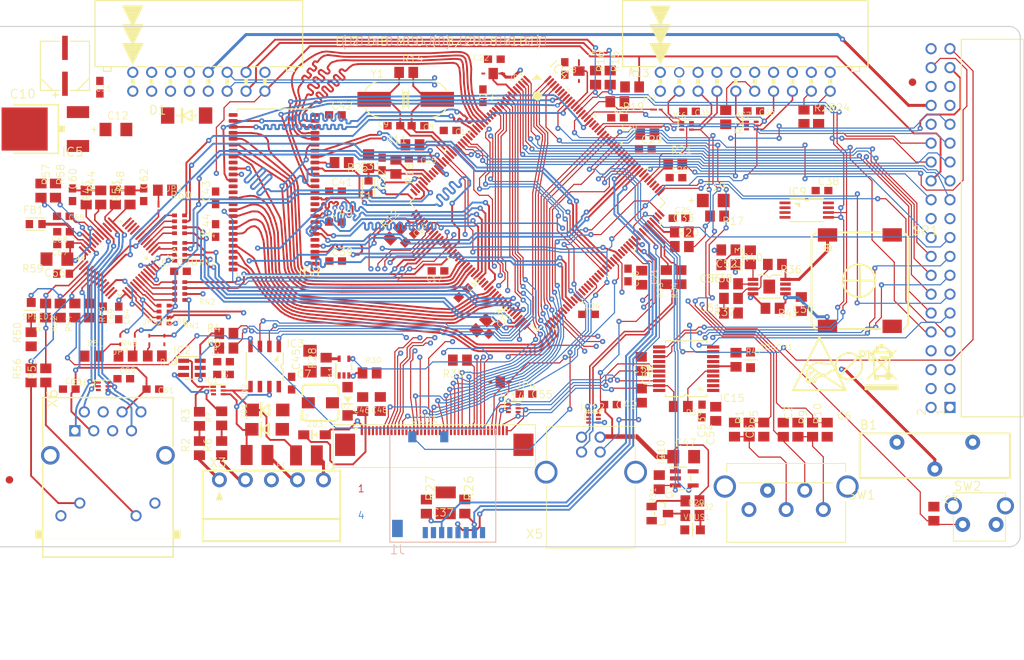
<source format=kicad_pcb>
(kicad_pcb (version 20171130) (host pcbnew "(5.0.0)")
  (layers (0 Top signal) (1 Gnd signal hide) (2 Power signal hide) (31 Bottom signal) (34 B.Paste user hide) (35 F.Paste user hide) (36 B.SilkS user hide) (37 F.SilkS user hide) (38 B.Mask user hide) (39 F.Mask user hide) (44 Edge.Cuts user hide))
  (net 0 "")
  (net 1 FRM3)
  (net 2 FRM2)
  (net 3 N$124)
  (net 4 GND)
  (net 5 +3V3)
  (net 6 ~RESET)
  (net 7 EOUT_B)
  (net 8 +5V)
  (net 9 I2C1_SCL)
  (net 10 I2C1_SDA)
  (net 11 SPI2_MISO)
  (net 12 DIN2)
  (net 13 DOUT1)
  (net 14 DOUT2)
  (net 15 SPI2_CSB)
  (net 16 SPI2_CSA)
  (net 17 OE_SYNC)
  (net 18 SPI5_CLK)
  (net 19 SPI5_MISO)
  (net 20 SPI5_MOSI)
  (net 21 PWR_DIRECT)
  (net 22 SPI2_CLK)
  (net 23 SPI2_MOSI)
  (net 24 DIN1)
  (net 25 VDD)
  (net 26 SPI4_CLK)
  (net 27 SPI4_MISO)
  (net 28 SPI4_MOSI)
  (net 29 PE)
  (net 30 "+3V3(A)")
  (net 31 SPI4_CSA)
  (net 32 SPI4_CSB)
  (net 33 OUT_PAR)
  (net 34 OUT_SER)
  (net 35 SPI5_CSB)
  (net 36 SPI5_CSA)
  (net 37 PWR_SSTART)
  (net 38 +12V)
  (net 39 ~FAULT)
  (net 40 SPI2_IRQ)
  (net 41 SPI5_IRQ)
  (net 42 SPI4_IRQ)
  (net 43 "Net-(R1-Pad2)")
  (net 44 "Net-(R10-Pad2)")
  (net 45 "/I/O connectors, encoders, user SW/+VAUX")
  (net 46 "Net-(F2-Pad1)")
  (net 47 "Net-(F1-Pad1)")
  (net 48 "Net-(R6-Pad1)")
  (net 49 "Net-(R2-Pad1)")
  (net 50 "Net-(F2-Pad2)")
  (net 51 "Net-(F1-Pad2)")
  (net 52 "Net-(IC1-Pad2)")
  (net 53 "Net-(IC1-Pad1)")
  (net 54 "Net-(R2-Pad2)")
  (net 55 "Net-(R6-Pad2)")
  (net 56 "Net-(IC2-Pad6)")
  (net 57 "Net-(IC2-Pad4)")
  (net 58 "/STM32F7 MCU/RCC_OSC_IN")
  (net 59 "/STM32F7 MCU/RCC_OSC_OUT")
  (net 60 "/STM32F7 MCU/BOOT0")
  (net 61 "/STM32F7 MCU/VCAP2")
  (net 62 "Net-(IC4-Pad108)")
  (net 63 "Net-(IC4-Pad107)")
  (net 64 "Net-(IC4-Pad100)")
  (net 65 "Net-(IC4-Pad105)")
  (net 66 "Net-(IC4-Pad104)")
  (net 67 "Net-(IC4-Pad102)")
  (net 68 "Net-(IC4-Pad101)")
  (net 69 "/STM32F7 MCU/VCAP1")
  (net 70 "/STM32F7 MCU/BYPASS_REG")
  (net 71 "/STM32F7 MCU/VDDA")
  (net 72 "/STM32F7 MCU/VREF+")
  (net 73 "/STM32F7 MCU/VBAT")
  (net 74 "Net-(B1-Pad2)")
  (net 75 "Net-(J1-Pad1)")
  (net 76 "Net-(J1-Pad2)")
  (net 77 "Net-(J1-Pad8)")
  (net 78 "Net-(IC8-Pad40)")
  (net 79 "Net-(IC8-Pad36)")
  (net 80 "Net-(IC7-Pad2)")
  (net 81 "/SDRAM, JTAG, SD card, EEPROM/TCK")
  (net 82 "/SDRAM, JTAG, SD card, EEPROM/DBGACK")
  (net 83 "/SDRAM, JTAG, SD card, EEPROM/DBGRQ")
  (net 84 "/SDRAM, JTAG, SD card, EEPROM/RTCK")
  (net 85 "/SDRAM, JTAG, SD card, EEPROM/TMS")
  (net 86 "Net-(IC6-Pad1)")
  (net 87 "Net-(IC6-Pad2)")
  (net 88 "/TFT, Audio, USB/USB_D_P")
  (net 89 "/TFT, Audio, USB/USB_D_N")
  (net 90 "Net-(IC11-Pad5)")
  (net 91 "/TFT, Audio, USB/VLED-")
  (net 92 "Net-(D2-PadA)")
  (net 93 "/TFT, Audio, USB/VLED+")
  (net 94 "Net-(C57-Pad1)")
  (net 95 "Net-(IC14-Pad1)")
  (net 96 "Net-(C58-Pad1)")
  (net 97 "Net-(IC14-Pad5)")
  (net 98 "Net-(IC15-Pad8)")
  (net 99 "Net-(IC15-Pad6)")
  (net 100 "Net-(IC15-Pad5)")
  (net 101 "Net-(JP4-PadCOM)")
  (net 102 "Net-(LCD1-Pad35)")
  (net 103 "/TFT, Audio, USB/LCD_DISP")
  (net 104 "Net-(R42-Pad1)")
  (net 105 "Net-(IC13-Pad8)")
  (net 106 "Net-(IC13-Pad5)")
  (net 107 "Net-(IC13-Pad4)")
  (net 108 "Net-(IC13-Pad3)")
  (net 109 "Net-(C56-Pad2)")
  (net 110 "/TFT, Audio, USB/~AUDIO_SHDN")
  (net 111 "Net-(C52-Pad1)")
  (net 112 "Net-(C51-Pad1)")
  (net 113 "Net-(IC12-Pad5)")
  (net 114 "Net-(IC12-Pad2)")
  (net 115 "Net-(R29-Pad2)")
  (net 116 "Net-(Q1-PadB)")
  (net 117 "Net-(Q1-PadC)")
  (net 118 "Net-(IC17-Pad21)")
  (net 119 "Net-(IC17-Pad20)")
  (net 120 "Net-(C64-Pad1)")
  (net 121 "Net-(IC17-Pad24)")
  (net 122 "Net-(IC16-Pad1)")
  (net 123 "Net-(C60-Pad1)")
  (net 124 "Net-(IC16-Pad2)")
  (net 125 "Net-(IC16-Pad4)")
  (net 126 "Net-(C62-Pad1)")
  (net 127 "Net-(IC16-Pad5)")
  (net 128 "Net-(R50-Pad2)")
  (net 129 "/Ethernet PHY/LED_SPEED")
  (net 130 "/Ethernet PHY/LED_ACT")
  (net 131 "/Ethernet PHY/LED_LINK")
  (net 132 "Net-(R56-Pad1)")
  (net 133 "Net-(R55-Pad1)")
  (net 134 "Net-(JP5-Pad2)")
  (net 135 "Net-(JP7-Pad1)")
  (net 136 "Net-(JP6-Pad2)")
  (net 137 "Net-(JP9-Pad1)")
  (net 138 "Net-(IC17-Pad41)")
  (net 139 "Net-(IC17-Pad42)")
  (net 140 "Net-(IC17-Pad43)")
  (net 141 "Net-(IC17-Pad44)")
  (net 142 "Net-(JP6-Pad1)")
  (net 143 "Net-(IC17-Pad45)")
  (net 144 "Net-(IC17-Pad46)")
  (net 145 "Net-(IC17-Pad1)")
  (net 146 "Net-(IC17-Pad2)")
  (net 147 "Net-(IC17-Pad3)")
  (net 148 "Net-(IC17-Pad4)")
  (net 149 "Net-(IC17-Pad5)")
  (net 150 "Net-(IC17-Pad6)")
  (net 151 "Net-(IC17-Pad34)")
  (net 152 "Net-(IC17-Pad38)")
  (net 153 "Net-(IC17-Pad39)")
  (net 154 "Net-(IC17-Pad40)")
  (net 155 "Net-(IC17-Pad7)")
  (net 156 "Net-(IC17-Pad33)")
  (net 157 "Net-(IC17-Pad25)")
  (net 158 "Net-(IC17-Pad12)")
  (net 159 "Net-(IC17-Pad11)")
  (net 160 "Net-(IC17-Pad10)")
  (net 161 "Net-(IC17-Pad9)")
  (net 162 "Net-(IC17-Pad8)")
  (net 163 "/I/O connectors, encoders, user SW/ENC_SW")
  (net 164 "/I/O connectors, encoders, user SW/USER_SW")
  (net 165 "/I/O connectors, encoders, user SW/ENC_A")
  (net 166 "/I/O connectors, encoders, user SW/ENC_B")
  (net 167 "/STM32F7 MCU/USB_OTG_FS_VBUS")
  (net 168 "/STM32F7 MCU/DAC_OUT1")
  (net 169 "/STM32F7 MCU/LTDC_VSYNC")
  (net 170 "/STM32F7 MCU/LTDC_HSYNC")
  (net 171 "/STM32F7 MCU/LTDC_G6")
  (net 172 "/SDRAM, JTAG, SD card, EEPROM/FMC_A0")
  (net 173 "/SDRAM, JTAG, SD card, EEPROM/FMC_A1")
  (net 174 "/SDRAM, JTAG, SD card, EEPROM/FMC_A2")
  (net 175 "/SDRAM, JTAG, SD card, EEPROM/FMC_A3")
  (net 176 "/SDRAM, JTAG, SD card, EEPROM/FMC_A4")
  (net 177 "/SDRAM, JTAG, SD card, EEPROM/FMC_A5")
  (net 178 "/SDRAM, JTAG, SD card, EEPROM/SD_DETECT")
  (net 179 "/STM32F7 MCU/LTDC_DE")
  (net 180 "/STM32F7 MCU/LTDC_R5")
  (net 181 "/Ethernet PHY/ETH_MDC")
  (net 182 "/Ethernet PHY/ETH_TXD2")
  (net 183 "/Ethernet PHY/ETH_TX_CLK")
  (net 184 "/Ethernet PHY/ETH_CRS")
  (net 185 "/Ethernet PHY/ETH_RX_CLK")
  (net 186 "/Ethernet PHY/ETH_MDIO")
  (net 187 "/SDRAM, JTAG, SD card, EEPROM/FMC_SDCKE0")
  (net 188 "/SDRAM, JTAG, SD card, EEPROM/FMC_SDNE0")
  (net 189 "/STM32F7 MCU/LTDC_G4")
  (net 190 "/SDRAM, JTAG, SD card, EEPROM/FMC_SDNWE")
  (net 191 "/Ethernet PHY/ETH_COL")
  (net 192 "/STM32F7 MCU/LTDC_R4")
  (net 193 "/STM32F7 MCU/LTDC_G2")
  (net 194 "/Ethernet PHY/ETH_RX_DV")
  (net 195 "/Ethernet PHY/ETH_RXD0")
  (net 196 "/Ethernet PHY/ETH_RXD1")
  (net 197 "/STM32F7 MCU/LTDC_R3")
  (net 198 "/STM32F7 MCU/LTDC_R6")
  (net 199 "/SDRAM, JTAG, SD card, EEPROM/FMC_SDNRAS")
  (net 200 "/SDRAM, JTAG, SD card, EEPROM/FMC_A6")
  (net 201 "/SDRAM, JTAG, SD card, EEPROM/FMC_A7")
  (net 202 "/SDRAM, JTAG, SD card, EEPROM/FMC_A8")
  (net 203 "/SDRAM, JTAG, SD card, EEPROM/FMC_A9")
  (net 204 "/SDRAM, JTAG, SD card, EEPROM/FMC_A10")
  (net 205 "/SDRAM, JTAG, SD card, EEPROM/FMC_A11")
  (net 206 "/SDRAM, JTAG, SD card, EEPROM/FMC_D4")
  (net 207 "/SDRAM, JTAG, SD card, EEPROM/FMC_D5")
  (net 208 "/SDRAM, JTAG, SD card, EEPROM/FMC_D6")
  (net 209 "/SDRAM, JTAG, SD card, EEPROM/FMC_D7")
  (net 210 "/SDRAM, JTAG, SD card, EEPROM/FMC_D8")
  (net 211 "/SDRAM, JTAG, SD card, EEPROM/FMC_D9")
  (net 212 "/SDRAM, JTAG, SD card, EEPROM/FMC_D10")
  (net 213 "/SDRAM, JTAG, SD card, EEPROM/FMC_D11")
  (net 214 "/SDRAM, JTAG, SD card, EEPROM/FMC_D12")
  (net 215 "/Ethernet PHY/ETH_TX_EN")
  (net 216 "/Ethernet PHY/ETH_RXD2")
  (net 217 "/Ethernet PHY/ETH_RXD3")
  (net 218 "/Ethernet PHY/ETH_TXD0")
  (net 219 "/Ethernet PHY/ETH_TXD1")
  (net 220 "/STM32F7 MCU/TFT_BRIGHTNESS")
  (net 221 "/SDRAM, JTAG, SD card, EEPROM/FMC_D13")
  (net 222 "/SDRAM, JTAG, SD card, EEPROM/FMC_D14")
  (net 223 "/SDRAM, JTAG, SD card, EEPROM/FMC_D15")
  (net 224 "/SDRAM, JTAG, SD card, EEPROM/FMC_D0")
  (net 225 "/SDRAM, JTAG, SD card, EEPROM/FMC_D1")
  (net 226 "/SDRAM, JTAG, SD card, EEPROM/FMC_BA0")
  (net 227 "/SDRAM, JTAG, SD card, EEPROM/FMC_BA1")
  (net 228 "/STM32F7 MCU/LTDC_R7")
  (net 229 "/STM32F7 MCU/LTDC_CLK")
  (net 230 "/SDRAM, JTAG, SD card, EEPROM/FMC_SDCLK")
  (net 231 "/SDRAM, JTAG, SD card, EEPROM/SDMMC1_D0")
  (net 232 "/Ethernet PHY/MCLK_25")
  (net 233 "/STM32F7 MCU/USB_OTG_FS_ID")
  (net 234 "/STM32F7 MCU/USB_OTG_FS_D_N")
  (net 235 "/STM32F7 MCU/USB_OTG_FS_D_P")
  (net 236 "/SDRAM, JTAG, SD card, EEPROM/SYS_JTMS-SWDIO")
  (net 237 "/STM32F7 MCU/LTDC_G5")
  (net 238 "/SDRAM, JTAG, SD card, EEPROM/SYS_JTCK-SWCLK")
  (net 239 "/SDRAM, JTAG, SD card, EEPROM/SYS_JTDI")
  (net 240 "/STM32F7 MCU/LTDC_R2")
  (net 241 "/SDRAM, JTAG, SD card, EEPROM/SDMMC1_CK")
  (net 242 "/SDRAM, JTAG, SD card, EEPROM/FMC_D2")
  (net 243 "/SDRAM, JTAG, SD card, EEPROM/FMC_D3")
  (net 244 "/SDRAM, JTAG, SD card, EEPROM/SDMMC1_CMD")
  (net 245 "/STM32F7 MCU/LTDC_G7")
  (net 246 "/STM32F7 MCU/~USB_OTG_FS_OC")
  (net 247 "/STM32F7 MCU/USB_OTG_FS_PSO")
  (net 248 "/STM32F7 MCU/LTDC_B2")
  (net 249 "/STM32F7 MCU/IRQ_TOUCH")
  (net 250 "/STM32F7 MCU/LTDC_G3")
  (net 251 "/STM32F7 MCU/LTDC_B3")
  (net 252 "/STM32F7 MCU/LTDC_B4")
  (net 253 "/SDRAM, JTAG, SD card, EEPROM/FMC_SDNCAS")
  (net 254 "/SDRAM, JTAG, SD card, EEPROM/SYS_JTDO-SWO")
  (net 255 "/SDRAM, JTAG, SD card, EEPROM/SYS_JTRST")
  (net 256 "/Ethernet PHY/ETH_TXD3")
  (net 257 "/SDRAM, JTAG, SD card, EEPROM/FMC_NBL0")
  (net 258 "/SDRAM, JTAG, SD card, EEPROM/FMC_NBL1")
  (net 259 "/STM32F7 MCU/LTDC_B5")
  (net 260 "/STM32F7 MCU/LTDC_B6")
  (net 261 "/STM32F7 MCU/LTDC_B7")
  (module "EEZ DIB MCU r1B1:PT48" (layer Top) (at 96.8361 101.1797 225)
    (fp_text reference IC17 (at -2.8575 -5.3975 45) (layer F.SilkS) (effects (font (thickness 0.1)) (justify left bottom)))
    (fp_text value DP83848CVV_NOPB)
    (pad 1 smd roundrect (at -4.1148 -2.75 135) (size 0.27 1.65) (layers Top F.Paste F.Mask) (net 145 "Net-(IC17-Pad1)"))
    (pad 2 smd roundrect (at -4.1148 -2.25 135) (size 0.27 1.65) (layers Top F.Paste F.Mask) (net 146 "Net-(IC17-Pad2)"))
    (pad 3 smd roundrect (at -4.1148 -1.75 135) (size 0.27 1.65) (layers Top F.Paste F.Mask) (net 147 "Net-(IC17-Pad3)"))
    (pad 4 smd roundrect (at -4.1148 -1.249999 135) (size 0.27 1.65) (layers Top F.Paste F.Mask) (net 148 "Net-(IC17-Pad4)"))
    (pad 5 smd roundrect (at -4.1148 -0.75 135) (size 0.27 1.65) (layers Top F.Paste F.Mask) (net 149 "Net-(IC17-Pad5)"))
    (pad 6 smd roundrect (at -4.1148 -0.25 135) (size 0.27 1.65) (layers Top F.Paste F.Mask) (net 150 "Net-(IC17-Pad6)"))
    (pad 7 smd roundrect (at -4.1148 0.25 135) (size 0.27 1.65) (layers Top F.Paste F.Mask) (net 155 "Net-(IC17-Pad7)"))
    (pad 8 smd roundrect (at -4.1148 0.75 135) (size 0.27 1.65) (layers Top F.Paste F.Mask))
    (pad 9 smd roundrect (at -4.1148 1.249999 135) (size 0.27 1.65) (layers Top F.Paste F.Mask))
    (pad 10 smd roundrect (at -4.1148 1.75 135) (size 0.27 1.65) (layers Top F.Paste F.Mask))
    (pad 11 smd roundrect (at -4.1148 2.25 135) (size 0.27 1.65) (layers Top F.Paste F.Mask))
    (pad 12 smd roundrect (at -4.1148 2.75 135) (size 0.27 1.65) (layers Top F.Paste F.Mask))
    (pad 13 smd roundrect (at -2.75 4.1148 45) (size 0.27 1.65) (layers Top F.Paste F.Mask) (net 127 "Net-(IC16-Pad5)"))
    (pad 14 smd roundrect (at -2.25 4.1148 45) (size 0.27 1.65) (layers Top F.Paste F.Mask) (net 125 "Net-(IC16-Pad4)"))
    (pad 15 smd roundrect (at -1.75 4.1148 45) (size 0.27 1.65) (layers Top F.Paste F.Mask))
    (pad 16 smd roundrect (at -1.249999 4.1148 45) (size 0.27 1.65) (layers Top F.Paste F.Mask) (net 124 "Net-(IC16-Pad2)"))
    (pad 17 smd roundrect (at -0.75 4.1148 45) (size 0.27 1.65) (layers Top F.Paste F.Mask) (net 122 "Net-(IC16-Pad1)"))
    (pad 18 smd roundrect (at -0.25 4.1148 45) (size 0.27 1.65) (layers Top F.Paste F.Mask) (net 120 "Net-(C64-Pad1)"))
    (pad 19 smd roundrect (at 0.25 4.1148 45) (size 0.27 1.65) (layers Top F.Paste F.Mask))
    (pad 20 smd roundrect (at 0.75 4.1148 45) (size 0.27 1.65) (layers Top F.Paste F.Mask) (net 119 "Net-(IC17-Pad20)"))
    (pad 21 smd roundrect (at 1.249999 4.1148 45) (size 0.27 1.65) (layers Top F.Paste F.Mask) (net 118 "Net-(IC17-Pad21)"))
    (pad 22 smd roundrect (at 1.75 4.1148 45) (size 0.27 1.65) (layers Top F.Paste F.Mask) (net 30 "+3V3(A)"))
    (pad 23 smd roundrect (at 2.25 4.1148 45) (size 0.27 1.65) (layers Top F.Paste F.Mask) (net 120 "Net-(C64-Pad1)"))
    (pad 24 smd roundrect (at 2.75 4.1148 45) (size 0.27 1.65) (layers Top F.Paste F.Mask) (net 121 "Net-(IC17-Pad24)"))
    (pad 25 smd roundrect (at 4.1148 2.75 135) (size 0.27 1.65) (layers Top F.Paste F.Mask))
    (pad 26 smd roundrect (at 4.1148 2.25 135) (size 0.27 1.65) (layers Top F.Paste F.Mask) (net 130 "/Ethernet PHY/LED_ACT"))
    (pad 27 smd roundrect (at 4.1148 1.75 135) (size 0.27 1.65) (layers Top F.Paste F.Mask) (net 129 "/Ethernet PHY/LED_SPEED"))
    (pad 28 smd roundrect (at 4.1148 1.249999 135) (size 0.27 1.65) (layers Top F.Paste F.Mask) (net 131 "/Ethernet PHY/LED_LINK"))
    (pad 29 smd roundrect (at 4.1148 0.75 135) (size 0.27 1.65) (layers Top F.Paste F.Mask) (net 6 ~RESET))
    (pad 30 smd roundrect (at 4.1148 0.25 135) (size 0.27 1.65) (layers Top F.Paste F.Mask) (net 186 "/Ethernet PHY/ETH_MDIO"))
    (pad 31 smd roundrect (at 4.1148 -0.25 135) (size 0.27 1.65) (layers Top F.Paste F.Mask) (net 181 "/Ethernet PHY/ETH_MDC"))
    (pad 32 smd roundrect (at 4.1148 -0.75 135) (size 0.27 1.65) (layers Top F.Paste F.Mask))
    (pad 33 smd roundrect (at 4.1148 -1.249999 135) (size 0.27 1.65) (layers Top F.Paste F.Mask))
    (pad 34 smd roundrect (at 4.1148 -1.75 135) (size 0.27 1.65) (layers Top F.Paste F.Mask) (net 151 "Net-(IC17-Pad34)"))
    (pad 35 smd roundrect (at 4.1148 -2.25 135) (size 0.27 1.65) (layers Top F.Paste F.Mask))
    (pad 36 smd roundrect (at 4.1148 -2.75 135) (size 0.27 1.65) (layers Top F.Paste F.Mask))
    (pad 37 smd roundrect (at 2.75 -4.1148 45) (size 0.27 1.65) (layers Top F.Paste F.Mask) (net 120 "Net-(C64-Pad1)"))
    (pad 38 smd roundrect (at 2.25 -4.1148 45) (size 0.27 1.65) (layers Top F.Paste F.Mask) (net 152 "Net-(IC17-Pad38)"))
    (pad 39 smd roundrect (at 1.75 -4.1148 45) (size 0.27 1.65) (layers Top F.Paste F.Mask) (net 153 "Net-(IC17-Pad39)"))
    (pad 40 smd roundrect (at 1.249999 -4.1148 45) (size 0.27 1.65) (layers Top F.Paste F.Mask) (net 154 "Net-(IC17-Pad40)"))
    (pad 41 smd roundrect (at 0.75 -4.1148 45) (size 0.27 1.65) (layers Top F.Paste F.Mask) (net 138 "Net-(IC17-Pad41)"))
    (pad 42 smd roundrect (at 0.25 -4.1148 45) (size 0.27 1.65) (layers Top F.Paste F.Mask) (net 139 "Net-(IC17-Pad42)"))
    (pad 43 smd roundrect (at -0.25 -4.1148 45) (size 0.27 1.65) (layers Top F.Paste F.Mask) (net 140 "Net-(IC17-Pad43)"))
    (pad 44 smd roundrect (at -0.75 -4.1148 45) (size 0.27 1.65) (layers Top F.Paste F.Mask) (net 141 "Net-(IC17-Pad44)"))
    (pad 45 smd roundrect (at -1.249999 -4.1148 45) (size 0.27 1.65) (layers Top F.Paste F.Mask) (net 143 "Net-(IC17-Pad45)"))
    (pad 46 smd roundrect (at -1.75 -4.1148 45) (size 0.27 1.65) (layers Top F.Paste F.Mask) (net 144 "Net-(IC17-Pad46)"))
    (pad 47 smd roundrect (at -2.25 -4.1148 45) (size 0.27 1.65) (layers Top F.Paste F.Mask))
    (pad 48 smd roundrect (at -2.75 -4.1148 45) (size 0.27 1.65) (layers Top F.Paste F.Mask))
  )
  (module "EEZ DIB MCU r1B1:FPC_40" (layer Top) (at 139.1581 126.2876)
    (fp_text reference LCD1 (at -3.302 -2.921) (layer F.SilkS) (effects (font (thickness 0.1)) (justify left bottom)))
    (fp_text value PCA-6-LA-40-HL-3)
    (pad Z2 smd rect (at 12 0) (size 2.7 3) (layers Top F.Paste F.Mask))
    (pad Z1 smd rect (at -12 0) (size 2.7 3) (layers Top F.Paste F.Mask))
    (pad 1 smd roundrect (at -9.75 -1.9) (size 0.3 1.2) (layers Top F.Paste F.Mask) (net 91 "/TFT, Audio, USB/VLED-"))
    (pad 2 smd roundrect (at -9.25 -1.9) (size 0.3 1.2) (layers Top F.Paste F.Mask) (net 93 "/TFT, Audio, USB/VLED+"))
    (pad 3 smd roundrect (at -8.75 -1.9) (size 0.3 1.2) (layers Top F.Paste F.Mask))
    (pad 4 smd roundrect (at -8.25 -1.9) (size 0.3 1.2) (layers Top F.Paste F.Mask))
    (pad 5 smd roundrect (at -7.75 -1.9) (size 0.3 1.2) (layers Top F.Paste F.Mask))
    (pad 6 smd roundrect (at -7.25 -1.9) (size 0.3 1.2) (layers Top F.Paste F.Mask))
    (pad 7 smd roundrect (at -6.75 -1.9) (size 0.3 1.2) (layers Top F.Paste F.Mask) (net 240 "/STM32F7 MCU/LTDC_R2"))
    (pad 8 smd roundrect (at -6.25 -1.9) (size 0.3 1.2) (layers Top F.Paste F.Mask) (net 197 "/STM32F7 MCU/LTDC_R3"))
    (pad 9 smd roundrect (at -5.75 -1.9) (size 0.3 1.2) (layers Top F.Paste F.Mask) (net 192 "/STM32F7 MCU/LTDC_R4"))
    (pad 10 smd roundrect (at -5.25 -1.9) (size 0.3 1.2) (layers Top F.Paste F.Mask) (net 180 "/STM32F7 MCU/LTDC_R5"))
    (pad 11 smd roundrect (at -4.75 -1.9) (size 0.3 1.2) (layers Top F.Paste F.Mask) (net 198 "/STM32F7 MCU/LTDC_R6"))
    (pad 12 smd roundrect (at -4.25 -1.9) (size 0.3 1.2) (layers Top F.Paste F.Mask) (net 228 "/STM32F7 MCU/LTDC_R7"))
    (pad 13 smd roundrect (at -3.75 -1.9) (size 0.3 1.2) (layers Top F.Paste F.Mask))
    (pad 14 smd roundrect (at -3.25 -1.9) (size 0.3 1.2) (layers Top F.Paste F.Mask))
    (pad 15 smd roundrect (at -2.75 -1.9) (size 0.3 1.2) (layers Top F.Paste F.Mask) (net 193 "/STM32F7 MCU/LTDC_G2"))
    (pad 16 smd roundrect (at -2.25 -1.9) (size 0.3 1.2) (layers Top F.Paste F.Mask) (net 250 "/STM32F7 MCU/LTDC_G3"))
    (pad 17 smd roundrect (at -1.75 -1.9) (size 0.3 1.2) (layers Top F.Paste F.Mask) (net 189 "/STM32F7 MCU/LTDC_G4"))
    (pad 18 smd roundrect (at -1.25 -1.9) (size 0.3 1.2) (layers Top F.Paste F.Mask) (net 237 "/STM32F7 MCU/LTDC_G5"))
    (pad 19 smd roundrect (at -0.75 -1.9) (size 0.3 1.2) (layers Top F.Paste F.Mask) (net 171 "/STM32F7 MCU/LTDC_G6"))
    (pad 20 smd roundrect (at -0.25 -1.9) (size 0.3 1.2) (layers Top F.Paste F.Mask) (net 245 "/STM32F7 MCU/LTDC_G7"))
    (pad 21 smd roundrect (at 0.25 -1.9) (size 0.3 1.2) (layers Top F.Paste F.Mask))
    (pad 22 smd roundrect (at 0.75 -1.9) (size 0.3 1.2) (layers Top F.Paste F.Mask))
    (pad 23 smd roundrect (at 1.25 -1.9) (size 0.3 1.2) (layers Top F.Paste F.Mask) (net 248 "/STM32F7 MCU/LTDC_B2"))
    (pad 24 smd roundrect (at 1.75 -1.9) (size 0.3 1.2) (layers Top F.Paste F.Mask) (net 251 "/STM32F7 MCU/LTDC_B3"))
    (pad 25 smd roundrect (at 2.25 -1.9) (size 0.3 1.2) (layers Top F.Paste F.Mask) (net 252 "/STM32F7 MCU/LTDC_B4"))
    (pad 26 smd roundrect (at 2.75 -1.9) (size 0.3 1.2) (layers Top F.Paste F.Mask) (net 259 "/STM32F7 MCU/LTDC_B5"))
    (pad 27 smd roundrect (at 3.25 -1.9) (size 0.3 1.2) (layers Top F.Paste F.Mask) (net 260 "/STM32F7 MCU/LTDC_B6"))
    (pad 28 smd roundrect (at 3.75 -1.9) (size 0.3 1.2) (layers Top F.Paste F.Mask) (net 261 "/STM32F7 MCU/LTDC_B7"))
    (pad 29 smd roundrect (at 4.25 -1.9) (size 0.3 1.2) (layers Top F.Paste F.Mask))
    (pad 30 smd roundrect (at 4.75 -1.9) (size 0.3 1.2) (layers Top F.Paste F.Mask) (net 229 "/STM32F7 MCU/LTDC_CLK"))
    (pad 31 smd roundrect (at 5.25 -1.9) (size 0.3 1.2) (layers Top F.Paste F.Mask) (net 103 "/TFT, Audio, USB/LCD_DISP"))
    (pad 32 smd roundrect (at 5.75 -1.9) (size 0.3 1.2) (layers Top F.Paste F.Mask) (net 170 "/STM32F7 MCU/LTDC_HSYNC"))
    (pad 33 smd roundrect (at 6.25 -1.9) (size 0.3 1.2) (layers Top F.Paste F.Mask) (net 169 "/STM32F7 MCU/LTDC_VSYNC"))
    (pad 34 smd roundrect (at 6.75 -1.9) (size 0.3 1.2) (layers Top F.Paste F.Mask) (net 179 "/STM32F7 MCU/LTDC_DE"))
    (pad 35 smd roundrect (at 7.25 -1.9) (size 0.3 1.2) (layers Top F.Paste F.Mask))
    (pad 36 smd roundrect (at 7.75 -1.9) (size 0.3 1.2) (layers Top F.Paste F.Mask) (net 101 "Net-(JP4-PadCOM)"))
    (pad 37 smd roundrect (at 8.25 -1.9) (size 0.3 1.2) (layers Top F.Paste F.Mask) (net 95 "Net-(IC14-Pad1)"))
    (pad 38 smd roundrect (at 8.75 -1.9) (size 0.3 1.2) (layers Top F.Paste F.Mask) (net 96 "Net-(C58-Pad1)"))
    (pad 39 smd roundrect (at 9.25 -1.9) (size 0.3 1.2) (layers Top F.Paste F.Mask) (net 94 "Net-(C57-Pad1)"))
    (pad 40 smd roundrect (at 9.75 -1.9) (size 0.3 1.2) (layers Top F.Paste F.Mask) (net 97 "Net-(IC14-Pad5)"))
  )
  (module "EEZ DIB MCU r1B1:LQFP-176_24X24MM" (layer Top) (at 153.0336 93.7121 315)
    (fp_text reference IC4 (at -12.065 -13.97 135) (layer F.SilkS) (effects (font (size 1.2065 1.2065) (thickness 0.12065)) (justify left bottom)))
    (fp_text value STM32F769IGT6)
    (pad 1 smd roundrect (at -12.75 -10.749999 315) (size 1.2 0.3) (layers Top F.Paste F.Mask) (net 26 SPI4_CLK))
    (pad 2 smd roundrect (at -12.75 -10.25 315) (size 1.2 0.3) (layers Top F.Paste F.Mask) (net 31 SPI4_CSA))
    (pad 3 smd roundrect (at -12.75 -9.750001 315) (size 1.2 0.3) (layers Top F.Paste F.Mask) (net 32 SPI4_CSB))
    (pad 4 smd roundrect (at -12.75 -9.250003 315) (size 1.2 0.3) (layers Top F.Paste F.Mask) (net 27 SPI4_MISO))
    (pad 5 smd roundrect (at -12.75 -8.75 315) (size 1.2 0.3) (layers Top F.Paste F.Mask) (net 28 SPI4_MOSI))
    (pad 6 smd roundrect (at -12.75 -8.249999 315) (size 1.2 0.3) (layers Top F.Paste F.Mask) (net 73 "/STM32F7 MCU/VBAT"))
    (pad 7 smd roundrect (at -12.75 -7.75 315) (size 1.2 0.3) (layers Top F.Paste F.Mask) (net 24 DIN1))
    (pad 8 smd roundrect (at -12.75 -7.25 315) (size 1.2 0.3) (layers Top F.Paste F.Mask) (net 12 DIN2))
    (pad 9 smd roundrect (at -12.75 -6.750002 315) (size 1.2 0.3) (layers Top F.Paste F.Mask) (net 13 DOUT1))
    (pad 10 smd roundrect (at -12.75 -6.25 315) (size 1.2 0.3) (layers Top F.Paste F.Mask) (net 14 DOUT2))
    (pad 11 smd roundrect (at -12.749999 -5.75 315) (size 1.2 0.3) (layers Top F.Paste F.Mask) (net 169 "/STM32F7 MCU/LTDC_VSYNC"))
    (pad 12 smd roundrect (at -12.75 -5.25 315) (size 1.2 0.3) (layers Top F.Paste F.Mask) (net 170 "/STM32F7 MCU/LTDC_HSYNC"))
    (pad 13 smd roundrect (at -12.75 -4.75 315) (size 1.2 0.3) (layers Top F.Paste F.Mask) (net 171 "/STM32F7 MCU/LTDC_G6"))
    (pad 14 smd roundrect (at -12.75 -4.250002 315) (size 1.2 0.3) (layers Top F.Paste F.Mask))
    (pad 15 smd roundrect (at -12.75 -3.75 315) (size 1.2 0.3) (layers Top F.Paste F.Mask))
    (pad 16 smd roundrect (at -12.749999 -3.25 315) (size 1.2 0.3) (layers Top F.Paste F.Mask) (net 172 "/SDRAM, JTAG, SD card, EEPROM/FMC_A0"))
    (pad 17 smd roundrect (at -12.75 -2.75 315) (size 1.2 0.3) (layers Top F.Paste F.Mask) (net 173 "/SDRAM, JTAG, SD card, EEPROM/FMC_A1"))
    (pad 18 smd roundrect (at -12.75 -2.25 315) (size 1.2 0.3) (layers Top F.Paste F.Mask) (net 174 "/SDRAM, JTAG, SD card, EEPROM/FMC_A2"))
    (pad 19 smd roundrect (at -12.749999 -1.750003 315) (size 1.2 0.3) (layers Top F.Paste F.Mask) (net 175 "/SDRAM, JTAG, SD card, EEPROM/FMC_A3"))
    (pad 20 smd roundrect (at -12.75 -1.25 315) (size 1.2 0.3) (layers Top F.Paste F.Mask) (net 176 "/SDRAM, JTAG, SD card, EEPROM/FMC_A4"))
    (pad 21 smd roundrect (at -12.75 -0.750001 315) (size 1.2 0.3) (layers Top F.Paste F.Mask) (net 177 "/SDRAM, JTAG, SD card, EEPROM/FMC_A5"))
    (pad 22 smd roundrect (at -12.75 -0.25 315) (size 1.2 0.3) (layers Top F.Paste F.Mask))
    (pad 23 smd roundrect (at -12.75 0.25 315) (size 1.2 0.3) (layers Top F.Paste F.Mask))
    (pad 24 smd roundrect (at -12.75 0.750001 315) (size 1.2 0.3) (layers Top F.Paste F.Mask) (net 178 "/SDRAM, JTAG, SD card, EEPROM/SD_DETECT"))
    (pad 25 smd roundrect (at -12.75 1.25 315) (size 1.2 0.3) (layers Top F.Paste F.Mask) (net 18 SPI5_CLK))
    (pad 26 smd roundrect (at -12.75 1.749999 315) (size 1.2 0.3) (layers Top F.Paste F.Mask) (net 19 SPI5_MISO))
    (pad 27 smd roundrect (at -12.75 2.25 315) (size 1.2 0.3) (layers Top F.Paste F.Mask) (net 20 SPI5_MOSI))
    (pad 28 smd roundrect (at -12.75 2.75 315) (size 1.2 0.3) (layers Top F.Paste F.Mask) (net 179 "/STM32F7 MCU/LTDC_DE"))
    (pad 29 smd roundrect (at -12.749999 3.25 315) (size 1.2 0.3) (layers Top F.Paste F.Mask) (net 58 "/STM32F7 MCU/RCC_OSC_IN"))
    (pad 30 smd roundrect (at -12.75 3.75 315) (size 1.2 0.3) (layers Top F.Paste F.Mask) (net 59 "/STM32F7 MCU/RCC_OSC_OUT"))
    (pad 31 smd roundrect (at -12.75 4.25 315) (size 1.2 0.3) (layers Top F.Paste F.Mask) (net 6 ~RESET))
    (pad 32 smd roundrect (at -12.75 4.75 315) (size 1.2 0.3) (layers Top F.Paste F.Mask) (net 180 "/STM32F7 MCU/LTDC_R5"))
    (pad 33 smd roundrect (at -12.75 5.25 315) (size 1.2 0.3) (layers Top F.Paste F.Mask) (net 181 "/Ethernet PHY/ETH_MDC"))
    (pad 34 smd roundrect (at -12.749999 5.75 315) (size 1.2 0.3) (layers Top F.Paste F.Mask) (net 182 "/Ethernet PHY/ETH_TXD2"))
    (pad 35 smd roundrect (at -12.75 6.25 315) (size 1.2 0.3) (layers Top F.Paste F.Mask) (net 183 "/Ethernet PHY/ETH_TX_CLK"))
    (pad 36 smd roundrect (at -12.75 6.75 315) (size 1.2 0.3) (layers Top F.Paste F.Mask))
    (pad 37 smd roundrect (at -12.75 7.249996 315) (size 1.2 0.3) (layers Top F.Paste F.Mask))
    (pad 38 smd roundrect (at -12.75 7.75 315) (size 1.2 0.3) (layers Top F.Paste F.Mask) (net 72 "/STM32F7 MCU/VREF+"))
    (pad 39 smd roundrect (at -12.75 8.249999 315) (size 1.2 0.3) (layers Top F.Paste F.Mask) (net 71 "/STM32F7 MCU/VDDA"))
    (pad 40 smd roundrect (at -12.75 8.75 315) (size 1.2 0.3) (layers Top F.Paste F.Mask) (net 184 "/Ethernet PHY/ETH_CRS"))
    (pad 41 smd roundrect (at -12.75 9.25 315) (size 1.2 0.3) (layers Top F.Paste F.Mask) (net 185 "/Ethernet PHY/ETH_RX_CLK"))
    (pad 42 smd roundrect (at -12.75 9.749996 315) (size 1.2 0.3) (layers Top F.Paste F.Mask) (net 186 "/Ethernet PHY/ETH_MDIO"))
    (pad 43 smd roundrect (at -12.75 10.25 315) (size 1.2 0.3) (layers Top F.Paste F.Mask) (net 187 "/SDRAM, JTAG, SD card, EEPROM/FMC_SDCKE0"))
    (pad 44 smd roundrect (at -12.75 10.749999 315) (size 1.2 0.3) (layers Top F.Paste F.Mask))
    (pad 45 smd roundrect (at -10.749999 12.75 225) (size 1.2 0.3) (layers Top F.Paste F.Mask) (net 189 "/STM32F7 MCU/LTDC_G4"))
    (pad 46 smd roundrect (at -10.25 12.75 225) (size 1.2 0.3) (layers Top F.Paste F.Mask))
    (pad 47 smd roundrect (at -9.750001 12.75 225) (size 1.2 0.3) (layers Top F.Paste F.Mask) (net 191 "/Ethernet PHY/ETH_COL"))
    (pad 48 smd roundrect (at -9.25 12.75 225) (size 1.2 0.3) (layers Top F.Paste F.Mask) (net 70 "/STM32F7 MCU/BYPASS_REG"))
    (pad 49 smd roundrect (at -8.75 12.75 225) (size 1.2 0.3) (layers Top F.Paste F.Mask))
    (pad 50 smd roundrect (at -8.249999 12.75 225) (size 1.2 0.3) (layers Top F.Paste F.Mask) (net 168 "/STM32F7 MCU/DAC_OUT1"))
    (pad 51 smd roundrect (at -7.75 12.75 225) (size 1.2 0.3) (layers Top F.Paste F.Mask) (net 192 "/STM32F7 MCU/LTDC_R4"))
    (pad 52 smd roundrect (at -7.25 12.75 225) (size 1.2 0.3) (layers Top F.Paste F.Mask) (net 193 "/STM32F7 MCU/LTDC_G2"))
    (pad 53 smd roundrect (at -6.75 12.75 225) (size 1.2 0.3) (layers Top F.Paste F.Mask) (net 194 "/Ethernet PHY/ETH_RX_DV"))
    (pad 54 smd roundrect (at -6.25 12.75 225) (size 1.2 0.3) (layers Top F.Paste F.Mask) (net 195 "/Ethernet PHY/ETH_RXD0"))
    (pad 55 smd roundrect (at -5.75 12.749999 225) (size 1.2 0.3) (layers Top F.Paste F.Mask) (net 196 "/Ethernet PHY/ETH_RXD1"))
    (pad 56 smd roundrect (at -5.25 12.75 225) (size 1.2 0.3) (layers Top F.Paste F.Mask) (net 197 "/STM32F7 MCU/LTDC_R3"))
    (pad 57 smd roundrect (at -4.75 12.75 225) (size 1.2 0.3) (layers Top F.Paste F.Mask) (net 198 "/STM32F7 MCU/LTDC_R6"))
    (pad 58 smd roundrect (at -4.25 12.75 225) (size 1.2 0.3) (layers Top F.Paste F.Mask) (net 39 ~FAULT))
    (pad 59 smd roundrect (at -3.75 12.75 225) (size 1.2 0.3) (layers Top F.Paste F.Mask) (net 199 "/SDRAM, JTAG, SD card, EEPROM/FMC_SDNRAS"))
    (pad 60 smd roundrect (at -3.25 12.749999 225) (size 1.2 0.3) (layers Top F.Paste F.Mask) (net 200 "/SDRAM, JTAG, SD card, EEPROM/FMC_A6"))
    (pad 61 smd roundrect (at -2.75 12.75 225) (size 1.2 0.3) (layers Top F.Paste F.Mask))
    (pad 62 smd roundrect (at -2.25 12.75 225) (size 1.2 0.3) (layers Top F.Paste F.Mask))
    (pad 63 smd roundrect (at -1.750003 12.749999 225) (size 1.2 0.3) (layers Top F.Paste F.Mask) (net 201 "/SDRAM, JTAG, SD card, EEPROM/FMC_A7"))
    (pad 64 smd roundrect (at -1.25 12.75 225) (size 1.2 0.3) (layers Top F.Paste F.Mask) (net 202 "/SDRAM, JTAG, SD card, EEPROM/FMC_A8"))
    (pad 65 smd roundrect (at -0.750001 12.75 225) (size 1.2 0.3) (layers Top F.Paste F.Mask) (net 203 "/SDRAM, JTAG, SD card, EEPROM/FMC_A9"))
    (pad 66 smd roundrect (at -0.25 12.75 225) (size 1.2 0.3) (layers Top F.Paste F.Mask) (net 204 "/SDRAM, JTAG, SD card, EEPROM/FMC_A10"))
    (pad 67 smd roundrect (at 0.25 12.75 225) (size 1.2 0.3) (layers Top F.Paste F.Mask) (net 205 "/SDRAM, JTAG, SD card, EEPROM/FMC_A11"))
    (pad 68 smd roundrect (at 0.750001 12.75 225) (size 1.2 0.3) (layers Top F.Paste F.Mask) (net 206 "/SDRAM, JTAG, SD card, EEPROM/FMC_D4"))
    (pad 69 smd roundrect (at 1.25 12.75 225) (size 1.2 0.3) (layers Top F.Paste F.Mask) (net 207 "/SDRAM, JTAG, SD card, EEPROM/FMC_D5"))
    (pad 70 smd roundrect (at 1.749999 12.75 225) (size 1.2 0.3) (layers Top F.Paste F.Mask) (net 208 "/SDRAM, JTAG, SD card, EEPROM/FMC_D6"))
    (pad 71 smd roundrect (at 2.25 12.75 225) (size 1.2 0.3) (layers Top F.Paste F.Mask))
    (pad 72 smd roundrect (at 2.75 12.75 225) (size 1.2 0.3) (layers Top F.Paste F.Mask))
    (pad 73 smd roundrect (at 3.25 12.749999 225) (size 1.2 0.3) (layers Top F.Paste F.Mask) (net 209 "/SDRAM, JTAG, SD card, EEPROM/FMC_D7"))
    (pad 74 smd roundrect (at 3.75 12.75 225) (size 1.2 0.3) (layers Top F.Paste F.Mask) (net 210 "/SDRAM, JTAG, SD card, EEPROM/FMC_D8"))
    (pad 75 smd roundrect (at 4.25 12.75 225) (size 1.2 0.3) (layers Top F.Paste F.Mask) (net 211 "/SDRAM, JTAG, SD card, EEPROM/FMC_D9"))
    (pad 76 smd roundrect (at 4.75 12.75 225) (size 1.2 0.3) (layers Top F.Paste F.Mask) (net 212 "/SDRAM, JTAG, SD card, EEPROM/FMC_D10"))
    (pad 77 smd roundrect (at 5.25 12.75 225) (size 1.2 0.3) (layers Top F.Paste F.Mask) (net 213 "/SDRAM, JTAG, SD card, EEPROM/FMC_D11"))
    (pad 78 smd roundrect (at 5.75 12.749999 225) (size 1.2 0.3) (layers Top F.Paste F.Mask) (net 214 "/SDRAM, JTAG, SD card, EEPROM/FMC_D12"))
    (pad 79 smd roundrect (at 6.25 12.75 225) (size 1.2 0.3) (layers Top F.Paste F.Mask))
    (pad 80 smd roundrect (at 6.75 12.75 225) (size 1.2 0.3) (layers Top F.Paste F.Mask) (net 215 "/Ethernet PHY/ETH_TX_EN"))
    (pad 81 smd roundrect (at 7.25 12.75 225) (size 1.2 0.3) (layers Top F.Paste F.Mask))
    (pad 82 smd roundrect (at 7.75 12.75 225) (size 1.2 0.3) (layers Top F.Paste F.Mask))
    (pad 83 smd roundrect (at 8.249999 12.75 225) (size 1.2 0.3) (layers Top F.Paste F.Mask) (net 216 "/Ethernet PHY/ETH_RXD2"))
    (pad 84 smd roundrect (at 8.75 12.75 225) (size 1.2 0.3) (layers Top F.Paste F.Mask) (net 217 "/Ethernet PHY/ETH_RXD3"))
    (pad 85 smd roundrect (at 9.25 12.75 225) (size 1.2 0.3) (layers Top F.Paste F.Mask) (net 218 "/Ethernet PHY/ETH_TXD0"))
    (pad 86 smd roundrect (at 9.750001 12.75 225) (size 1.2 0.3) (layers Top F.Paste F.Mask) (net 219 "/Ethernet PHY/ETH_TXD1"))
    (pad 87 smd roundrect (at 10.25 12.75 225) (size 1.2 0.3) (layers Top F.Paste F.Mask) (net 11 SPI2_MISO))
    (pad 88 smd roundrect (at 10.749999 12.75 225) (size 1.2 0.3) (layers Top F.Paste F.Mask) (net 220 "/STM32F7 MCU/TFT_BRIGHTNESS"))
    (pad 89 smd roundrect (at 12.75 10.749999 315) (size 1.2 0.3) (layers Top F.Paste F.Mask) (net 221 "/SDRAM, JTAG, SD card, EEPROM/FMC_D13"))
    (pad 90 smd roundrect (at 12.75 10.25 315) (size 1.2 0.3) (layers Top F.Paste F.Mask) (net 222 "/SDRAM, JTAG, SD card, EEPROM/FMC_D14"))
    (pad 91 smd roundrect (at 12.75 9.750001 315) (size 1.2 0.3) (layers Top F.Paste F.Mask) (net 223 "/SDRAM, JTAG, SD card, EEPROM/FMC_D15"))
    (pad 92 smd roundrect (at 12.75 9.25 315) (size 1.2 0.3) (layers Top F.Paste F.Mask) (net 15 SPI2_CSB))
    (pad 93 smd roundrect (at 12.75 8.75 315) (size 1.2 0.3) (layers Top F.Paste F.Mask) (net 16 SPI2_CSA))
    (pad 94 smd roundrect (at 12.75 8.249999 315) (size 1.2 0.3) (layers Top F.Paste F.Mask) (net 17 OE_SYNC))
    (pad 95 smd roundrect (at 12.75 7.75 315) (size 1.2 0.3) (layers Top F.Paste F.Mask))
    (pad 96 smd roundrect (at 12.75 7.25 315) (size 1.2 0.3) (layers Top F.Paste F.Mask))
    (pad 97 smd roundrect (at 12.75 6.75 315) (size 1.2 0.3) (layers Top F.Paste F.Mask) (net 224 "/SDRAM, JTAG, SD card, EEPROM/FMC_D0"))
    (pad 98 smd roundrect (at 12.75 6.25 315) (size 1.2 0.3) (layers Top F.Paste F.Mask) (net 225 "/SDRAM, JTAG, SD card, EEPROM/FMC_D1"))
    (pad 99 smd roundrect (at 12.749999 5.75 315) (size 1.2 0.3) (layers Top F.Paste F.Mask))
    (pad 100 smd roundrect (at 12.75 5.25 315) (size 1.2 0.3) (layers Top F.Paste F.Mask) (net 64 "Net-(IC4-Pad100)"))
    (pad 101 smd roundrect (at 12.75 4.75 315) (size 1.2 0.3) (layers Top F.Paste F.Mask))
    (pad 102 smd roundrect (at 12.75 4.25 315) (size 1.2 0.3) (layers Top F.Paste F.Mask))
    (pad 103 smd roundrect (at 12.75 3.75 315) (size 1.2 0.3) (layers Top F.Paste F.Mask))
    (pad 104 smd roundrect (at 12.749999 3.25 315) (size 1.2 0.3) (layers Top F.Paste F.Mask))
    (pad 105 smd roundrect (at 12.75 2.75 315) (size 1.2 0.3) (layers Top F.Paste F.Mask))
    (pad 106 smd roundrect (at 12.75 2.25 315) (size 1.2 0.3) (layers Top F.Paste F.Mask) (net 64 "Net-(IC4-Pad100)"))
    (pad 107 smd roundrect (at 12.749999 1.750003 315) (size 1.2 0.3) (layers Top F.Paste F.Mask))
    (pad 108 smd roundrect (at 12.75 1.25 315) (size 1.2 0.3) (layers Top F.Paste F.Mask))
    (pad 109 smd roundrect (at 12.75 0.750001 315) (size 1.2 0.3) (layers Top F.Paste F.Mask))
    (pad 110 smd roundrect (at 12.75 0.25 315) (size 1.2 0.3) (layers Top F.Paste F.Mask) (net 21 PWR_DIRECT))
    (pad 111 smd roundrect (at 12.75 -0.25 315) (size 1.2 0.3) (layers Top F.Paste F.Mask) (net 37 PWR_SSTART))
    (pad 112 smd roundrect (at 12.75 -0.750001 315) (size 1.2 0.3) (layers Top F.Paste F.Mask) (net 226 "/SDRAM, JTAG, SD card, EEPROM/FMC_BA0"))
    (pad 113 smd roundrect (at 12.75 -1.25 315) (size 1.2 0.3) (layers Top F.Paste F.Mask) (net 227 "/SDRAM, JTAG, SD card, EEPROM/FMC_BA1"))
    (pad 114 smd roundrect (at 12.75 -1.749999 315) (size 1.2 0.3) (layers Top F.Paste F.Mask) (net 228 "/STM32F7 MCU/LTDC_R7"))
    (pad 115 smd roundrect (at 12.75 -2.25 315) (size 1.2 0.3) (layers Top F.Paste F.Mask) (net 229 "/STM32F7 MCU/LTDC_CLK"))
    (pad 116 smd roundrect (at 12.75 -2.75 315) (size 1.2 0.3) (layers Top F.Paste F.Mask) (net 230 "/SDRAM, JTAG, SD card, EEPROM/FMC_SDCLK"))
    (pad 117 smd roundrect (at 12.749999 -3.25 315) (size 1.2 0.3) (layers Top F.Paste F.Mask))
    (pad 118 smd roundrect (at 12.75 -3.75 315) (size 1.2 0.3) (layers Top F.Paste F.Mask))
    (pad 119 smd roundrect (at 12.75 -4.25 315) (size 1.2 0.3) (layers Top F.Paste F.Mask) (net 165 "/I/O connectors, encoders, user SW/ENC_A"))
    (pad 120 smd roundrect (at 12.75 -4.75 315) (size 1.2 0.3) (layers Top F.Paste F.Mask) (net 166 "/I/O connectors, encoders, user SW/ENC_B"))
    (pad 121 smd roundrect (at 12.75 -5.25 315) (size 1.2 0.3) (layers Top F.Paste F.Mask) (net 231 "/SDRAM, JTAG, SD card, EEPROM/SDMMC1_D0"))
    (pad 122 smd roundrect (at 12.749999 -5.75 315) (size 1.2 0.3) (layers Top F.Paste F.Mask) (net 232 "/Ethernet PHY/MCLK_25"))
    (pad 123 smd roundrect (at 12.75 -6.25 315) (size 1.2 0.3) (layers Top F.Paste F.Mask) (net 40 SPI2_IRQ))
    (pad 124 smd roundrect (at 12.75 -6.75 315) (size 1.2 0.3) (layers Top F.Paste F.Mask) (net 167 "/STM32F7 MCU/USB_OTG_FS_VBUS"))
    (pad 125 smd roundrect (at 12.75 -7.25 315) (size 1.2 0.3) (layers Top F.Paste F.Mask) (net 233 "/STM32F7 MCU/USB_OTG_FS_ID"))
    (pad 126 smd roundrect (at 12.75 -7.75 315) (size 1.2 0.3) (layers Top F.Paste F.Mask) (net 234 "/STM32F7 MCU/USB_OTG_FS_D_N"))
    (pad 127 smd roundrect (at 12.75 -8.249999 315) (size 1.2 0.3) (layers Top F.Paste F.Mask) (net 235 "/STM32F7 MCU/USB_OTG_FS_D_P"))
    (pad 128 smd roundrect (at 12.75 -8.75 315) (size 1.2 0.3) (layers Top F.Paste F.Mask) (net 236 "/SDRAM, JTAG, SD card, EEPROM/SYS_JTMS-SWDIO"))
    (pad 129 smd roundrect (at 12.75 -9.25 315) (size 1.2 0.3) (layers Top F.Paste F.Mask) (net 61 "/STM32F7 MCU/VCAP2"))
    (pad 130 smd roundrect (at 12.75 -9.750001 315) (size 1.2 0.3) (layers Top F.Paste F.Mask))
    (pad 131 smd roundrect (at 12.75 -10.25 315) (size 1.2 0.3) (layers Top F.Paste F.Mask))
    (pad 132 smd roundrect (at 12.75 -10.749999 315) (size 1.2 0.3) (layers Top F.Paste F.Mask) (net 237 "/STM32F7 MCU/LTDC_G5"))
    (pad 133 smd roundrect (at 10.749999 -12.75 225) (size 1.2 0.3) (layers Top F.Paste F.Mask) (net 22 SPI2_CLK))
    (pad 134 smd roundrect (at 10.25 -12.75 225) (size 1.2 0.3) (layers Top F.Paste F.Mask) (net 23 SPI2_MOSI))
    (pad 135 smd roundrect (at 9.750001 -12.75 225) (size 1.2 0.3) (layers Top F.Paste F.Mask))
    (pad 136 smd roundrect (at 9.25 -12.75 225) (size 1.2 0.3) (layers Top F.Paste F.Mask))
    (pad 137 smd roundrect (at 8.75 -12.75 225) (size 1.2 0.3) (layers Top F.Paste F.Mask) (net 238 "/SDRAM, JTAG, SD card, EEPROM/SYS_JTCK-SWCLK"))
    (pad 138 smd roundrect (at 8.249999 -12.75 225) (size 1.2 0.3) (layers Top F.Paste F.Mask) (net 239 "/SDRAM, JTAG, SD card, EEPROM/SYS_JTDI"))
    (pad 139 smd roundrect (at 7.75 -12.75 225) (size 1.2 0.3) (layers Top F.Paste F.Mask) (net 240 "/STM32F7 MCU/LTDC_R2"))
    (pad 140 smd roundrect (at 7.25 -12.75 225) (size 1.2 0.3) (layers Top F.Paste F.Mask) (net 33 OUT_PAR))
    (pad 141 smd roundrect (at 6.75 -12.75 225) (size 1.2 0.3) (layers Top F.Paste F.Mask) (net 241 "/SDRAM, JTAG, SD card, EEPROM/SDMMC1_CK"))
    (pad 142 smd roundrect (at 6.25 -12.75 225) (size 1.2 0.3) (layers Top F.Paste F.Mask) (net 242 "/SDRAM, JTAG, SD card, EEPROM/FMC_D2"))
    (pad 143 smd roundrect (at 5.75 -12.749999 225) (size 1.2 0.3) (layers Top F.Paste F.Mask) (net 243 "/SDRAM, JTAG, SD card, EEPROM/FMC_D3"))
    (pad 144 smd roundrect (at 5.25 -12.75 225) (size 1.2 0.3) (layers Top F.Paste F.Mask) (net 244 "/SDRAM, JTAG, SD card, EEPROM/SDMMC1_CMD"))
    (pad 145 smd roundrect (at 4.75 -12.75 225) (size 1.2 0.3) (layers Top F.Paste F.Mask) (net 245 "/STM32F7 MCU/LTDC_G7"))
    (pad 146 smd roundrect (at 4.25 -12.75 225) (size 1.2 0.3) (layers Top F.Paste F.Mask) (net 246 "/STM32F7 MCU/~USB_OTG_FS_OC"))
    (pad 147 smd roundrect (at 3.75 -12.75 225) (size 1.2 0.3) (layers Top F.Paste F.Mask) (net 247 "/STM32F7 MCU/USB_OTG_FS_PSO"))
    (pad 148 smd roundrect (at 3.25 -12.749999 225) (size 1.2 0.3) (layers Top F.Paste F.Mask))
    (pad 149 smd roundrect (at 2.75 -12.75 225) (size 1.2 0.3) (layers Top F.Paste F.Mask))
    (pad 150 smd roundrect (at 2.25 -12.75 225) (size 1.2 0.3) (layers Top F.Paste F.Mask) (net 248 "/STM32F7 MCU/LTDC_B2"))
    (pad 151 smd roundrect (at 1.750003 -12.749999 225) (size 1.2 0.3) (layers Top F.Paste F.Mask) (net 249 "/STM32F7 MCU/IRQ_TOUCH"))
    (pad 152 smd roundrect (at 1.25 -12.75 225) (size 1.2 0.3) (layers Top F.Paste F.Mask) (net 34 OUT_SER))
    (pad 153 smd roundrect (at 0.750001 -12.75 225) (size 1.2 0.3) (layers Top F.Paste F.Mask) (net 250 "/STM32F7 MCU/LTDC_G3"))
    (pad 154 smd roundrect (at 0.25 -12.75 225) (size 1.2 0.3) (layers Top F.Paste F.Mask) (net 251 "/STM32F7 MCU/LTDC_B3"))
    (pad 155 smd roundrect (at -0.25 -12.75 225) (size 1.2 0.3) (layers Top F.Paste F.Mask) (net 252 "/STM32F7 MCU/LTDC_B4"))
    (pad 156 smd roundrect (at -0.750001 -12.75 225) (size 1.2 0.3) (layers Top F.Paste F.Mask) (net 35 SPI5_CSB))
    (pad 157 smd roundrect (at -1.25 -12.75 225) (size 1.2 0.3) (layers Top F.Paste F.Mask) (net 36 SPI5_CSA))
    (pad 158 smd roundrect (at -1.749999 -12.75 225) (size 1.2 0.3) (layers Top F.Paste F.Mask))
    (pad 159 smd roundrect (at -2.25 -12.75 225) (size 1.2 0.3) (layers Top F.Paste F.Mask))
    (pad 160 smd roundrect (at -2.75 -12.75 225) (size 1.2 0.3) (layers Top F.Paste F.Mask) (net 253 "/SDRAM, JTAG, SD card, EEPROM/FMC_SDNCAS"))
    (pad 161 smd roundrect (at -3.25 -12.749999 225) (size 1.2 0.3) (layers Top F.Paste F.Mask) (net 254 "/SDRAM, JTAG, SD card, EEPROM/SYS_JTDO-SWO"))
    (pad 162 smd roundrect (at -3.75 -12.75 225) (size 1.2 0.3) (layers Top F.Paste F.Mask) (net 255 "/SDRAM, JTAG, SD card, EEPROM/SYS_JTRST"))
    (pad 163 smd roundrect (at -4.25 -12.75 225) (size 1.2 0.3) (layers Top F.Paste F.Mask) (net 164 "/I/O connectors, encoders, user SW/USER_SW"))
    (pad 164 smd roundrect (at -4.75 -12.75 225) (size 1.2 0.3) (layers Top F.Paste F.Mask) (net 9 I2C1_SCL))
    (pad 165 smd roundrect (at -5.25 -12.75 225) (size 1.2 0.3) (layers Top F.Paste F.Mask) (net 10 I2C1_SDA))
    (pad 166 smd roundrect (at -5.75 -12.749999 225) (size 1.2 0.3) (layers Top F.Paste F.Mask) (net 60 "/STM32F7 MCU/BOOT0"))
    (pad 167 smd roundrect (at -6.25 -12.75 225) (size 1.2 0.3) (layers Top F.Paste F.Mask) (net 256 "/Ethernet PHY/ETH_TXD3"))
    (pad 168 smd roundrect (at -6.75 -12.75 225) (size 1.2 0.3) (layers Top F.Paste F.Mask) (net 42 SPI4_IRQ))
    (pad 169 smd roundrect (at -7.25 -12.75 225) (size 1.2 0.3) (layers Top F.Paste F.Mask) (net 257 "/SDRAM, JTAG, SD card, EEPROM/FMC_NBL0"))
    (pad 170 smd roundrect (at -7.75 -12.75 225) (size 1.2 0.3) (layers Top F.Paste F.Mask) (net 258 "/SDRAM, JTAG, SD card, EEPROM/FMC_NBL1"))
    (pad 171 smd roundrect (at -8.249999 -12.75 225) (size 1.2 0.3) (layers Top F.Paste F.Mask))
    (pad 172 smd roundrect (at -8.75 -12.75 225) (size 1.2 0.3) (layers Top F.Paste F.Mask))
    (pad 173 smd roundrect (at -9.25 -12.75 225) (size 1.2 0.3) (layers Top F.Paste F.Mask) (net 163 "/I/O connectors, encoders, user SW/ENC_SW"))
    (pad 174 smd roundrect (at -9.750001 -12.75 225) (size 1.2 0.3) (layers Top F.Paste F.Mask) (net 259 "/STM32F7 MCU/LTDC_B5"))
    (pad 175 smd roundrect (at -10.25 -12.75 225) (size 1.2 0.3) (layers Top F.Paste F.Mask) (net 260 "/STM32F7 MCU/LTDC_B6"))
    (pad 176 smd roundrect (at -10.749999 -12.75 225) (size 1.2 0.3) (layers Top F.Paste F.Mask) (net 261 "/STM32F7 MCU/LTDC_B7"))
  )
  (module "EEZ DIB MCU r1B1:TSOPII-54" (layer Top) (at 117.6006 92.3151 180)
    (fp_text reference IC8 (at -3.175 -11.43) (layer F.SilkS) (effects (font (size 1.2065 1.2065) (thickness 0.12065)) (justify left bottom)))
    (fp_text value IS42S16400J)
    (pad 1 smd roundrect (at -5.5022 -10.4 90) (size 0.5 1.2) (layers Top F.Paste F.Mask))
    (pad 2 smd roundrect (at -5.5022 -9.6 90) (size 0.5 1.2) (layers Top F.Paste F.Mask) (net 224 "/SDRAM, JTAG, SD card, EEPROM/FMC_D0"))
    (pad 3 smd roundrect (at -5.5022 -8.8 90) (size 0.5 1.2) (layers Top F.Paste F.Mask))
    (pad 4 smd roundrect (at -5.5022 -8 90) (size 0.5 1.2) (layers Top F.Paste F.Mask) (net 225 "/SDRAM, JTAG, SD card, EEPROM/FMC_D1"))
    (pad 5 smd roundrect (at -5.5022 -7.2 90) (size 0.5 1.2) (layers Top F.Paste F.Mask) (net 242 "/SDRAM, JTAG, SD card, EEPROM/FMC_D2"))
    (pad 6 smd roundrect (at -5.5022 -6.4 90) (size 0.5 1.2) (layers Top F.Paste F.Mask))
    (pad 7 smd roundrect (at -5.5022 -5.6 90) (size 0.5 1.2) (layers Top F.Paste F.Mask) (net 243 "/SDRAM, JTAG, SD card, EEPROM/FMC_D3"))
    (pad 8 smd roundrect (at -5.5022 -4.8 90) (size 0.5 1.2) (layers Top F.Paste F.Mask) (net 206 "/SDRAM, JTAG, SD card, EEPROM/FMC_D4"))
    (pad 9 smd roundrect (at -5.5022 -4 90) (size 0.5 1.2) (layers Top F.Paste F.Mask))
    (pad 10 smd roundrect (at -5.5022 -3.2 90) (size 0.5 1.2) (layers Top F.Paste F.Mask) (net 207 "/SDRAM, JTAG, SD card, EEPROM/FMC_D5"))
    (pad 11 smd roundrect (at -5.5022 -2.4 90) (size 0.5 1.2) (layers Top F.Paste F.Mask) (net 208 "/SDRAM, JTAG, SD card, EEPROM/FMC_D6"))
    (pad 12 smd roundrect (at -5.5022 -1.6 90) (size 0.5 1.2) (layers Top F.Paste F.Mask))
    (pad 13 smd roundrect (at -5.5022 -0.8 90) (size 0.5 1.2) (layers Top F.Paste F.Mask) (net 209 "/SDRAM, JTAG, SD card, EEPROM/FMC_D7"))
    (pad 14 smd roundrect (at -5.5022 0 90) (size 0.5 1.2) (layers Top F.Paste F.Mask))
    (pad 15 smd roundrect (at -5.5022 0.8 90) (size 0.5 1.2) (layers Top F.Paste F.Mask) (net 257 "/SDRAM, JTAG, SD card, EEPROM/FMC_NBL0"))
    (pad 16 smd roundrect (at -5.5022 1.6 90) (size 0.5 1.2) (layers Top F.Paste F.Mask))
    (pad 17 smd roundrect (at -5.5022 2.4 90) (size 0.5 1.2) (layers Top F.Paste F.Mask) (net 253 "/SDRAM, JTAG, SD card, EEPROM/FMC_SDNCAS"))
    (pad 18 smd roundrect (at -5.5022 3.2 90) (size 0.5 1.2) (layers Top F.Paste F.Mask) (net 199 "/SDRAM, JTAG, SD card, EEPROM/FMC_SDNRAS"))
    (pad 19 smd roundrect (at -5.5022 4 90) (size 0.5 1.2) (layers Top F.Paste F.Mask) (net 188 "/SDRAM, JTAG, SD card, EEPROM/FMC_SDNE0"))
    (pad 20 smd roundrect (at -5.5022 4.8 90) (size 0.5 1.2) (layers Top F.Paste F.Mask) (net 226 "/SDRAM, JTAG, SD card, EEPROM/FMC_BA0"))
    (pad 21 smd roundrect (at -5.5022 5.6 90) (size 0.5 1.2) (layers Top F.Paste F.Mask) (net 227 "/SDRAM, JTAG, SD card, EEPROM/FMC_BA1"))
    (pad 22 smd roundrect (at -5.5022 6.4 90) (size 0.5 1.2) (layers Top F.Paste F.Mask) (net 204 "/SDRAM, JTAG, SD card, EEPROM/FMC_A10"))
    (pad 23 smd roundrect (at -5.5022 7.2 90) (size 0.5 1.2) (layers Top F.Paste F.Mask) (net 172 "/SDRAM, JTAG, SD card, EEPROM/FMC_A0"))
    (pad 24 smd roundrect (at -5.5022 8 90) (size 0.5 1.2) (layers Top F.Paste F.Mask) (net 173 "/SDRAM, JTAG, SD card, EEPROM/FMC_A1"))
    (pad 25 smd roundrect (at -5.5022 8.8 90) (size 0.5 1.2) (layers Top F.Paste F.Mask) (net 174 "/SDRAM, JTAG, SD card, EEPROM/FMC_A2"))
    (pad 26 smd roundrect (at -5.5022 9.6 90) (size 0.5 1.2) (layers Top F.Paste F.Mask) (net 175 "/SDRAM, JTAG, SD card, EEPROM/FMC_A3"))
    (pad 27 smd roundrect (at -5.5022 10.4 90) (size 0.5 1.2) (layers Top F.Paste F.Mask))
    (pad 28 smd roundrect (at 5.5022 10.4 270) (size 0.5 1.2) (layers Top F.Paste F.Mask))
    (pad 29 smd roundrect (at 5.5022 9.6 270) (size 0.5 1.2) (layers Top F.Paste F.Mask) (net 176 "/SDRAM, JTAG, SD card, EEPROM/FMC_A4"))
    (pad 30 smd roundrect (at 5.5022 8.8 270) (size 0.5 1.2) (layers Top F.Paste F.Mask) (net 177 "/SDRAM, JTAG, SD card, EEPROM/FMC_A5"))
    (pad 31 smd roundrect (at 5.5022 8 270) (size 0.5 1.2) (layers Top F.Paste F.Mask) (net 200 "/SDRAM, JTAG, SD card, EEPROM/FMC_A6"))
    (pad 32 smd roundrect (at 5.5022 7.2 270) (size 0.5 1.2) (layers Top F.Paste F.Mask) (net 201 "/SDRAM, JTAG, SD card, EEPROM/FMC_A7"))
    (pad 33 smd roundrect (at 5.5022 6.4 270) (size 0.5 1.2) (layers Top F.Paste F.Mask) (net 202 "/SDRAM, JTAG, SD card, EEPROM/FMC_A8"))
    (pad 34 smd roundrect (at 5.5022 5.6 270) (size 0.5 1.2) (layers Top F.Paste F.Mask) (net 203 "/SDRAM, JTAG, SD card, EEPROM/FMC_A9"))
    (pad 35 smd roundrect (at 5.5022 4.8 270) (size 0.5 1.2) (layers Top F.Paste F.Mask) (net 205 "/SDRAM, JTAG, SD card, EEPROM/FMC_A11"))
    (pad 36 smd roundrect (at 5.5022 4 270) (size 0.5 1.2) (layers Top F.Paste F.Mask))
    (pad 37 smd roundrect (at 5.5022 3.2 270) (size 0.5 1.2) (layers Top F.Paste F.Mask) (net 187 "/SDRAM, JTAG, SD card, EEPROM/FMC_SDCKE0"))
    (pad 38 smd roundrect (at 5.5022 2.4 270) (size 0.5 1.2) (layers Top F.Paste F.Mask) (net 230 "/SDRAM, JTAG, SD card, EEPROM/FMC_SDCLK"))
    (pad 39 smd roundrect (at 5.5022 1.6 270) (size 0.5 1.2) (layers Top F.Paste F.Mask) (net 258 "/SDRAM, JTAG, SD card, EEPROM/FMC_NBL1"))
    (pad 40 smd roundrect (at 5.5022 0.8 270) (size 0.5 1.2) (layers Top F.Paste F.Mask))
    (pad 41 smd roundrect (at 5.5022 0 270) (size 0.5 1.2) (layers Top F.Paste F.Mask))
    (pad 42 smd roundrect (at 5.5022 -0.8 270) (size 0.5 1.2) (layers Top F.Paste F.Mask) (net 210 "/SDRAM, JTAG, SD card, EEPROM/FMC_D8"))
    (pad 43 smd roundrect (at 5.5022 -1.6 270) (size 0.5 1.2) (layers Top F.Paste F.Mask))
    (pad 44 smd roundrect (at 5.5022 -2.4 270) (size 0.5 1.2) (layers Top F.Paste F.Mask) (net 211 "/SDRAM, JTAG, SD card, EEPROM/FMC_D9"))
    (pad 45 smd roundrect (at 5.5022 -3.2 270) (size 0.5 1.2) (layers Top F.Paste F.Mask) (net 212 "/SDRAM, JTAG, SD card, EEPROM/FMC_D10"))
    (pad 46 smd roundrect (at 5.5022 -4 270) (size 0.5 1.2) (layers Top F.Paste F.Mask))
    (pad 47 smd roundrect (at 5.5022 -4.8 270) (size 0.5 1.2) (layers Top F.Paste F.Mask) (net 213 "/SDRAM, JTAG, SD card, EEPROM/FMC_D11"))
    (pad 48 smd roundrect (at 5.5022 -5.6 270) (size 0.5 1.2) (layers Top F.Paste F.Mask) (net 214 "/SDRAM, JTAG, SD card, EEPROM/FMC_D12"))
    (pad 49 smd roundrect (at 5.5022 -6.4 270) (size 0.5 1.2) (layers Top F.Paste F.Mask))
    (pad 50 smd roundrect (at 5.5022 -7.2 270) (size 0.5 1.2) (layers Top F.Paste F.Mask) (net 221 "/SDRAM, JTAG, SD card, EEPROM/FMC_D13"))
    (pad 51 smd roundrect (at 5.5022 -8 270) (size 0.5 1.2) (layers Top F.Paste F.Mask) (net 222 "/SDRAM, JTAG, SD card, EEPROM/FMC_D14"))
    (pad 52 smd roundrect (at 5.5022 -8.8 270) (size 0.5 1.2) (layers Top F.Paste F.Mask))
    (pad 53 smd roundrect (at 5.5022 -9.6 270) (size 0.5 1.2) (layers Top F.Paste F.Mask) (net 223 "/SDRAM, JTAG, SD card, EEPROM/FMC_D15"))
    (pad 54 smd roundrect (at 5.5022 -10.4 270) (size 0.5 1.2) (layers Top F.Paste F.Mask))
  )
  (module "EEZ DIB MCU r1B1:SIGNATURE_5MM" (layer Top) (at 102.7994 86.6663 180)
    (fp_text reference EEZ_SIGNATURE hide)
    (fp_text value SIGNATURESMALL hide)
  )
  (module "EEZ DIB MCU r1B1:RECYCLE_BIN1_8" (layer Top) (at 197.0549 118.9389)
    (fp_text reference U$1 hide)
    (fp_text value "" hide)
  )
  (module "EEZ DIB MCU r1B1:PB_SMALL" (layer Top) (at 194.9504 115.7151 180)
    (fp_text reference U$5 hide)
    (fp_text value "" hide)
    (fp_text user Pb (at -1.065 0.646 180) (layer F.SilkS) (effects (font (size 1.2065 1.2065) (thickness 0.254)) (justify left bottom)))
  )
  (module "EEZ DIB MCU r1B1:ESD_SYMBOL" (layer Top) (at 187.4107 118.9408)
    (fp_text reference U$6 hide)
    (fp_text value "" hide)
  )
  (module "EEZ DIB MCU r1B1:FIDUCIAL" (layer Top) (at 82.0011 131.0036)
    (fp_text reference FM1 hide)
    (fp_text value FIDUCIAL hide)
    (pad T smd roundrect (at 0 0) (size 1.016 1.016) (layers Top F.Mask) (roundrect_rratio 0.5))
  )
  (module "EEZ DIB MCU r1B1:FIDUCIAL" (layer Top) (at 203.5011 77.5036)
    (fp_text reference FM2 hide)
    (fp_text value FIDUCIAL hide)
    (pad T smd roundrect (at 0 0) (size 1.016 1.016) (layers Top F.Mask) (roundrect_rratio 0.5))
  )
  (module "EEZ DIB MCU r1B1:HC-49_4H" (layer Top) (at 135.3171 79.8056)
    (fp_text reference Y1 (at -4.81 -2.8575) (layer F.SilkS) (effects (font (thickness 0.1)) (justify left bottom)))
    (fp_text value 10MHz)
    (pad 1 smd rect (at -4.25 0) (size 4.5 2) (layers Top F.Paste F.Mask) (net 59 "/STM32F7 MCU/RCC_OSC_OUT"))
    (pad 2 smd rect (at 4.25 0) (size 4.5 2) (layers Top F.Paste F.Mask) (net 58 "/STM32F7 MCU/RCC_OSC_IN"))
  )
  (module "EEZ DIB MCU r1B1:C0805" (layer Top) (at 183.4882 124.2429 90)
    (fp_text reference C5 (at -1.27 -1.27 90) (layer F.SilkS) (effects (font (thickness 0.1)) (justify left bottom)))
    (fp_text value 10n)
    (pad 1 smd rect (at -0.95 0 90) (size 1.3 1.5) (layers Top F.Paste F.Mask))
    (pad 2 smd rect (at 0.95 0 90) (size 1.3 1.5) (layers Top F.Paste F.Mask) (net 165 "/I/O connectors, encoders, user SW/ENC_A"))
  )
  (module "EEZ DIB MCU r1B1:C0805" (layer Top) (at 192.0226 124.2556 270)
    (fp_text reference C6 (at -1.27 -1.27) (layer F.SilkS) (effects (font (thickness 0.1)) (justify left bottom)))
    (fp_text value 10n)
    (pad 1 smd rect (at -0.95 0 270) (size 1.3 1.5) (layers Top F.Paste F.Mask) (net 166 "/I/O connectors, encoders, user SW/ENC_B"))
    (pad 2 smd rect (at 0.95 0 270) (size 1.3 1.5) (layers Top F.Paste F.Mask))
  )
  (module "EEZ DIB MCU r1B1:R0805" (layer Top) (at 181.5197 124.2429 270)
    (fp_text reference R5 (at -0.635 -1.27 90) (layer F.SilkS) (effects (font (thickness 0.1)) (justify left bottom)))
    (fp_text value 10K)
    (pad 1 smd rect (at -0.95 0 270) (size 1.3 1.5) (layers Top F.Paste F.Mask) (net 165 "/I/O connectors, encoders, user SW/ENC_A"))
    (pad 2 smd rect (at 0.95 0 270) (size 1.3 1.5) (layers Top F.Paste F.Mask) (net 43 "Net-(R1-Pad2)"))
  )
  (module "EEZ DIB MCU r1B1:R0805" (layer Top) (at 179.5512 124.2429 270)
    (fp_text reference R1 (at -0.635 -1.27 90) (layer F.SilkS) (effects (font (thickness 0.1)) (justify left bottom)))
    (fp_text value 4K7)
    (pad 1 smd rect (at -0.95 0 270) (size 1.3 1.5) (layers Top F.Paste F.Mask))
    (pad 2 smd rect (at 0.95 0 270) (size 1.3 1.5) (layers Top F.Paste F.Mask) (net 43 "Net-(R1-Pad2)"))
  )
  (module "EEZ DIB MCU r1B1:R0805" (layer Top) (at 188.0856 124.2556 270)
    (fp_text reference R9 (at -0.635 -1.27 90) (layer F.SilkS) (effects (font (thickness 0.1)) (justify left bottom)))
    (fp_text value 4K7)
    (pad 1 smd rect (at -0.95 0 270) (size 1.3 1.5) (layers Top F.Paste F.Mask))
    (pad 2 smd rect (at 0.95 0 270) (size 1.3 1.5) (layers Top F.Paste F.Mask) (net 44 "Net-(R10-Pad2)"))
  )
  (module "EEZ DIB MCU r1B1:R0805" (layer Top) (at 190.0541 124.2556 270)
    (fp_text reference R10 (at -0.635 -1.27 90) (layer F.SilkS) (effects (font (thickness 0.1)) (justify left bottom)))
    (fp_text value 10K)
    (pad 1 smd rect (at -0.95 0 270) (size 1.3 1.5) (layers Top F.Paste F.Mask) (net 166 "/I/O connectors, encoders, user SW/ENC_B"))
    (pad 2 smd rect (at 0.95 0 270) (size 1.3 1.5) (layers Top F.Paste F.Mask) (net 44 "Net-(R10-Pad2)"))
  )
  (module "EEZ DIB MCU r1B1:C0805" (layer Top) (at 186.1171 124.2556 270)
    (fp_text reference C2 (at -1.27 -1.27 90) (layer F.SilkS) (effects (font (thickness 0.1)) (justify left bottom)))
    (fp_text value 10n)
    (pad 1 smd rect (at -0.95 0 270) (size 1.3 1.5) (layers Top F.Paste F.Mask))
    (pad 2 smd rect (at 0.95 0 270) (size 1.3 1.5) (layers Top F.Paste F.Mask) (net 163 "/I/O connectors, encoders, user SW/ENC_SW"))
  )
  (module "EEZ DIB MCU r1B1:C0603" (layer Top) (at 145.7057 79.323 90)
    (fp_text reference C13 (at -0.635 -0.635) (layer F.SilkS) (effects (font (size 0.75 0.75) (thickness 0.075)) (justify left bottom)))
    (fp_text value 100n)
    (pad 1 smd rect (at -0.85 0 90) (size 1.1 1) (layers Top F.Paste F.Mask))
    (pad 2 smd rect (at 0.85 0 90) (size 1.1 1) (layers Top F.Paste F.Mask))
  )
  (module "EEZ DIB MCU r1B1:C0603" (layer Top) (at 141.2861 83.9966 180)
    (fp_text reference C14 (at -0.635 -0.635) (layer F.SilkS) (effects (font (size 0.75 0.75) (thickness 0.075)) (justify left bottom)))
    (fp_text value 100n)
    (pad 1 smd rect (at -0.85 0 180) (size 1.1 1) (layers Top F.Paste F.Mask))
    (pad 2 smd rect (at 0.85 0 180) (size 1.1 1) (layers Top F.Paste F.Mask))
  )
  (module "EEZ DIB MCU r1B1:C0603" (layer Top) (at 136.5871 87.8066 180)
    (fp_text reference C15 (at -0.635 -0.635) (layer F.SilkS) (effects (font (size 0.75 0.75) (thickness 0.075)) (justify left bottom)))
    (fp_text value 100n)
    (pad 1 smd rect (at -0.85 0 180) (size 1.1 1) (layers Top F.Paste F.Mask))
    (pad 2 smd rect (at 0.85 0 180) (size 1.1 1) (layers Top F.Paste F.Mask))
  )
  (module "EEZ DIB MCU r1B1:C0603" (layer Top) (at 135.8632 98.4619 225)
    (fp_text reference C16 (at -0.635 -0.635 225) (layer F.SilkS) (effects (font (size 0.75 0.75) (thickness 0.075)) (justify left bottom)))
    (fp_text value 100n)
    (pad 1 smd rect (at -0.85 0 225) (size 1.1 1) (layers Top F.Paste F.Mask))
    (pad 2 smd rect (at 0.85 0 225) (size 1.1 1) (layers Top F.Paste F.Mask))
  )
  (module "EEZ DIB MCU r1B1:C0603" (layer Top) (at 139.6605 102.8942 180)
    (fp_text reference C17 (at -0.635 -0.635) (layer F.SilkS) (effects (font (size 0.75 0.75) (thickness 0.075)) (justify right top)))
    (fp_text value 100n)
    (pad 1 smd rect (at -0.85 0 180) (size 1.1 1) (layers Top F.Paste F.Mask))
    (pad 2 smd rect (at 0.85 0 180) (size 1.1 1) (layers Top F.Paste F.Mask))
  )
  (module "EEZ DIB MCU r1B1:C0603" (layer Top) (at 143.0514 105.8533 225)
    (fp_text reference C18 (at -0.635 -0.635 225) (layer F.SilkS) (effects (font (size 0.75 0.75) (thickness 0.075)) (justify left bottom)))
    (fp_text value 100n)
    (pad 1 smd rect (at -0.85 0 225) (size 1.1 1) (layers Top F.Paste F.Mask))
    (pad 2 smd rect (at 0.85 0 225) (size 1.1 1) (layers Top F.Paste F.Mask))
  )
  (module "EEZ DIB MCU r1B1:C0603" (layer Top) (at 147.1027 110.7428 225)
    (fp_text reference C23 (at -0.635 -0.635 225) (layer F.SilkS) (effects (font (size 0.75 0.75) (thickness 0.075)) (justify left bottom)))
    (fp_text value 100n)
    (pad 1 smd rect (at -0.85 0 225) (size 1.1 1) (layers Top F.Paste F.Mask))
    (pad 2 smd rect (at 0.85 0 225) (size 1.1 1) (layers Top F.Paste F.Mask))
  )
  (module "EEZ DIB MCU r1B1:C0603" (layer Top) (at 159.917 108.7362)
    (fp_text reference C24 (at -0.635 -0.635) (layer F.SilkS) (effects (font (size 0.75 0.75) (thickness 0.075)) (justify left bottom)))
    (fp_text value 100n)
    (pad 1 smd rect (at -0.85 0) (size 1.1 1) (layers Top F.Paste F.Mask))
    (pad 2 smd rect (at 0.85 0) (size 1.1 1) (layers Top F.Paste F.Mask))
  )
  (module "EEZ DIB MCU r1B1:C0603" (layer Top) (at 172.0836 95.8076)
    (fp_text reference C25 (at -0.635 -0.635) (layer F.SilkS) (effects (font (size 0.75 0.75) (thickness 0.075)) (justify left bottom)))
    (fp_text value 100n)
    (pad 1 smd rect (at -0.85 0) (size 1.1 1) (layers Top F.Paste F.Mask))
    (pad 2 smd rect (at 0.85 0) (size 1.1 1) (layers Top F.Paste F.Mask))
  )
  (module "EEZ DIB MCU r1B1:C0603" (layer Top) (at 171.6772 90.3466)
    (fp_text reference C26 (at -0.635 -0.635) (layer F.SilkS) (effects (font (size 0.75 0.75) (thickness 0.075)) (justify left bottom)))
    (fp_text value 100n)
    (pad 1 smd rect (at -0.85 0) (size 1.1 1) (layers Top F.Paste F.Mask))
    (pad 2 smd rect (at 0.85 0) (size 1.1 1) (layers Top F.Paste F.Mask))
  )
  (module "EEZ DIB MCU r1B1:C0603" (layer Top) (at 163.8159 82.2948)
    (fp_text reference C27 (at -0.635 -0.635) (layer F.SilkS) (effects (font (size 0.75 0.75) (thickness 0.075)) (justify left bottom)))
    (fp_text value 100n)
    (pad 1 smd rect (at -0.85 0) (size 1.1 1) (layers Top F.Paste F.Mask))
    (pad 2 smd rect (at 0.85 0) (size 1.1 1) (layers Top F.Paste F.Mask))
  )
  (module "EEZ DIB MCU r1B1:C0603" (layer Top) (at 156.7166 75.6654 90)
    (fp_text reference C28 (at -0.635 -0.635) (layer F.SilkS) (effects (font (size 0.75 0.75) (thickness 0.075)) (justify left bottom)))
    (fp_text value 100n)
    (pad 1 smd rect (at -0.85 0 90) (size 1.1 1) (layers Top F.Paste F.Mask))
    (pad 2 smd rect (at 0.85 0 90) (size 1.1 1) (layers Top F.Paste F.Mask))
  )
  (module "EEZ DIB MCU r1B1:EC1206" (layer Top) (at 176.6937 93.42)
    (fp_text reference C19 (at -1.27 -1.27) (layer F.SilkS) (effects (font (thickness 0.1)) (justify left bottom)))
    (fp_text value 4u7)
    (pad + smd rect (at -1.4 0) (size 1.6 1.8) (layers Top F.Paste F.Mask))
    (pad - smd rect (at 1.4 0) (size 1.6 1.8) (layers Top F.Paste F.Mask))
  )
  (module "EEZ DIB MCU r1B1:C0603" (layer Top) (at 136.9681 83.3616 180)
    (fp_text reference C8 (at -0.635 -0.635) (layer F.SilkS) (effects (font (size 0.75 0.75) (thickness 0.075)) (justify left bottom)))
    (fp_text value 18p)
    (pad 1 smd rect (at -0.85 0 180) (size 1.1 1) (layers Top F.Paste F.Mask))
    (pad 2 smd rect (at 0.85 0 180) (size 1.1 1) (layers Top F.Paste F.Mask) (net 58 "/STM32F7 MCU/RCC_OSC_IN"))
  )
  (module "EEZ DIB MCU r1B1:C0603" (layer Top) (at 133.7296 83.3616)
    (fp_text reference C9 (at -0.635 -0.635) (layer F.SilkS) (effects (font (size 0.75 0.75) (thickness 0.075)) (justify right top)))
    (fp_text value 18p)
    (pad 1 smd rect (at -0.85 0) (size 1.1 1) (layers Top F.Paste F.Mask))
    (pad 2 smd rect (at 0.85 0) (size 1.1 1) (layers Top F.Paste F.Mask) (net 59 "/STM32F7 MCU/RCC_OSC_OUT"))
  )
  (module "EEZ DIB MCU r1B1:R0805" (layer Top) (at 135.3806 76.1861)
    (fp_text reference R14 (at -0.635 -1.27) (layer F.SilkS) (effects (font (thickness 0.1)) (justify left bottom)))
    (fp_text value 1M)
    (pad 1 smd rect (at -0.95 0) (size 1.3 1.5) (layers Top F.Paste F.Mask) (net 59 "/STM32F7 MCU/RCC_OSC_OUT"))
    (pad 2 smd rect (at 0.95 0) (size 1.3 1.5) (layers Top F.Paste F.Mask) (net 58 "/STM32F7 MCU/RCC_OSC_IN"))
  )
  (module "EEZ DIB MCU r1B1:BEAD0603" (layer Top) (at 130.3133 91.6293 90)
    (fp_text reference L1 (at -1.773 -1.3145) (layer F.SilkS) (effects (font (thickness 0.1)) (justify left bottom)))
    (fp_text value LCBA-600)
    (pad P$1 smd rect (at -0.85 0 90) (size 1 1.1) (layers Top F.Paste F.Mask))
    (pad P$2 smd rect (at 0.85 0 90) (size 1 1.1) (layers Top F.Paste F.Mask) (net 71 "/STM32F7 MCU/VDDA"))
  )
  (module "EEZ DIB MCU r1B1:C0603" (layer Top) (at 132.1421 88.5051 90)
    (fp_text reference C32 (at -0.635 -0.635 90) (layer F.SilkS) (effects (font (thickness 0.1)) (justify right top)))
    (fp_text value 100n)
    (pad 1 smd rect (at -0.85 0 90) (size 1.1 1) (layers Top F.Paste F.Mask) (net 71 "/STM32F7 MCU/VDDA"))
    (pad 2 smd rect (at 0.85 0 90) (size 1.1 1) (layers Top F.Paste F.Mask))
  )
  (module "EEZ DIB MCU r1B1:C0805" (layer Top) (at 130.3133 88.1241 90)
    (fp_text reference C31 (at -1.27 -1.27) (layer F.SilkS) (effects (font (thickness 0.1)) (justify left bottom)))
    (fp_text value 1u)
    (pad 1 smd rect (at -0.95 0 90) (size 1.3 1.5) (layers Top F.Paste F.Mask) (net 71 "/STM32F7 MCU/VDDA"))
    (pad 2 smd rect (at 0.95 0 90) (size 1.3 1.5) (layers Top F.Paste F.Mask))
  )
  (module "EEZ DIB MCU r1B1:R0805" (layer Top) (at 133.9963 88.8988 270)
    (fp_text reference R18 (at -0.635 -1.27 90) (layer F.SilkS) (effects (font (thickness 0.1)) (justify right top)))
    (fp_text value 47R)
    (pad 1 smd rect (at -0.95 0 270) (size 1.3 1.5) (layers Top F.Paste F.Mask) (net 72 "/STM32F7 MCU/VREF+"))
    (pad 2 smd rect (at 0.95 0 270) (size 1.3 1.5) (layers Top F.Paste F.Mask) (net 71 "/STM32F7 MCU/VDDA"))
  )
  (module "EEZ DIB MCU r1B1:C0603" (layer Top) (at 165.2256 103.4403 270)
    (fp_text reference C20 (at -0.635 -0.635 90) (layer F.SilkS) (effects (font (size 0.75 0.75) (thickness 0.075)) (justify right top)))
    (fp_text value 100n)
    (pad 1 smd rect (at -0.85 0 270) (size 1.1 1) (layers Top F.Paste F.Mask))
    (pad 2 smd rect (at 0.85 0 270) (size 1.1 1) (layers Top F.Paste F.Mask))
  )
  (module "EEZ DIB MCU r1B1:C0805" (layer Top) (at 167.0671 103.8086 270)
    (fp_text reference C21 (at -1.27 -1.27 90) (layer F.SilkS) (effects (font (size 0.75 0.75) (thickness 0.075)) (justify right top)))
    (fp_text value 1u)
    (pad 1 smd rect (at -0.95 0 270) (size 1.3 1.5) (layers Top F.Paste F.Mask))
    (pad 2 smd rect (at 0.95 0 270) (size 1.3 1.5) (layers Top F.Paste F.Mask))
  )
  (module "EEZ DIB MCU r1B1:R0805" (layer Top) (at 133.8693 97.8523 45)
    (fp_text reference R12 (at -0.635 -1.27 -135) (layer F.SilkS) (effects (font (thickness 0.1)) (justify left bottom)))
    (fp_text value 10K)
    (pad 1 smd rect (at -0.949999 0 45) (size 1.3 1.5) (layers Top F.Paste F.Mask))
    (pad 2 smd rect (at 0.949999 0 45) (size 1.3 1.5) (layers Top F.Paste F.Mask) (net 70 "/STM32F7 MCU/BYPASS_REG"))
  )
  (module "EEZ DIB MCU r1B1:C0603" (layer Top) (at 167.5497 86.4604)
    (fp_text reference C29 (at -0.635 -0.635) (layer F.SilkS) (effects (font (thickness 0.1)) (justify left bottom)))
    (fp_text value 100n)
    (pad 1 smd rect (at -0.85 0) (size 1.1 1) (layers Top F.Paste F.Mask))
    (pad 2 smd rect (at 0.85 0) (size 1.1 1) (layers Top F.Paste F.Mask))
  )
  (module "EEZ DIB MCU r1B1:C0805" (layer Top) (at 167.8164 84.4919)
    (fp_text reference C30 (at -1.27 -1.27) (layer F.SilkS) (effects (font (size 0.75 0.75) (thickness 0.075)) (justify right top)))
    (fp_text value 1u)
    (pad 1 smd rect (at -0.95 0) (size 1.3 1.5) (layers Top F.Paste F.Mask))
    (pad 2 smd rect (at 0.95 0) (size 1.3 1.5) (layers Top F.Paste F.Mask))
  )
  (module "EEZ DIB MCU r1B1:C0805" (layer Top) (at 145.488249 110.201751 225)
    (fp_text reference C34 (at -1.27 -1.27 225) (layer F.SilkS) (effects (font (thickness 0.1)) (justify left bottom)))
    (fp_text value 2u2)
    (pad 1 smd rect (at -0.949999 0 225) (size 1.3 1.5) (layers Top F.Paste F.Mask))
    (pad 2 smd rect (at 0.949999 0 225) (size 1.3 1.5) (layers Top F.Paste F.Mask))
  )
  (module "EEZ DIB MCU r1B1:C0805" (layer Top) (at 172.4646 97.6491)
    (fp_text reference C33 (at -1.27 -1.27) (layer F.SilkS) (effects (font (thickness 0.1)) (justify left bottom)))
    (fp_text value 2u2)
    (pad 1 smd rect (at -0.95 0) (size 1.3 1.5) (layers Top F.Paste F.Mask) (net 61 "/STM32F7 MCU/VCAP2"))
    (pad 2 smd rect (at 0.95 0) (size 1.3 1.5) (layers Top F.Paste F.Mask))
  )
  (module "EEZ DIB MCU r1B1:R0805" (layer Top) (at 136.2315 85.927)
    (fp_text reference R11 (at -0.635 -1.27) (layer F.SilkS) (effects (font (thickness 0.1)) (justify right top)))
    (fp_text value 10K)
    (pad 1 smd rect (at -0.95 0) (size 1.3 1.5) (layers Top F.Paste F.Mask))
    (pad 2 smd rect (at 0.95 0) (size 1.3 1.5) (layers Top F.Paste F.Mask) (net 6 ~RESET))
  )
  (module "EEZ DIB MCU r1B1:R0805" (layer Top) (at 177.2017 95.5155 180)
    (fp_text reference R17 (at -0.635 -1.27) (layer F.SilkS) (effects (font (thickness 0.1)) (justify left bottom)))
    (fp_text value 0R)
    (pad 1 smd rect (at -0.95 0 180) (size 1.3 1.5) (layers Top F.Paste F.Mask))
    (pad 2 smd rect (at 0.95 0 180) (size 1.3 1.5) (layers Top F.Paste F.Mask))
  )
  (module "EEZ DIB MCU r1B1:DS1092-16-B6P" (layer Top) (at 206.5006 127.7481)
    (fp_text reference B1 (at -10.16 -3.429) (layer F.SilkS) (effects (font (size 1.2065 1.2065) (thickness 0.12065)) (justify left bottom)))
    (fp_text value DS1092-16-B6P)
    (pad 1 thru_hole circle (at -5.1 -1.8) (size 2 2) (drill 1) (layers *.Cu *.Mask))
    (pad 2 thru_hole circle (at 0 1.8) (size 2 2) (drill 1) (layers *.Cu *.Mask) (net 74 "Net-(B1-Pad2)"))
    (pad 3 thru_hole circle (at 5.1 -1.8) (size 2 2) (drill 1) (layers *.Cu *.Mask))
  )
  (module "EEZ DIB MCU r1B1:DO214AA" (layer Top) (at 105.8404 81.99)
    (fp_text reference D1 (at -2.64 -1.436) (layer F.SilkS) (effects (font (size 1.2065 1.2065) (thickness 0.12065)) (justify right top)))
    (fp_text value SMBJ5.0A-TR)
    (pad C smd rect (at -2.55 0) (size 1.8 2.2) (layers Top F.Paste F.Mask))
    (pad A smd rect (at 2.55 0) (size 1.8 2.2) (layers Top F.Paste F.Mask))
  )
  (module "EEZ DIB MCU r1B1:DPACK" (layer Top) (at 86.4221 83.8061 90)
    (fp_text reference IC5 (at -3.81 2.54) (layer F.SilkS) (effects (font (size 1.2065 1.2065) (thickness 0.12065)) (justify left bottom)))
    (fp_text value LD1117ADT33TR)
    (pad 4 smd rect (at 0 -2.38 90) (size 5.8 6.2) (layers Top F.Paste F.Mask))
    (pad 1 smd rect (at -2.28 4.8 90) (size 1.6 3) (layers Top F.Paste F.Mask))
    (pad 3 smd rect (at 2.28 4.8 90) (size 1.6 3) (layers Top F.Paste F.Mask))
  )
  (module "EEZ DIB MCU r1B1:CAPAE660X610N" (layer Top) (at 89.4701 75.2971 90)
    (fp_text reference C10 (at -3.0861 -3.8481) (layer F.SilkS) (effects (font (size 1.2065 1.2065) (thickness 0.12065)) (justify right top)))
    (fp_text value 47u)
    (pad 1 smd rect (at -2.413 0 90) (size 3.2512 0.762) (layers Top F.Paste F.Mask))
    (pad 2 smd rect (at 2.413 0 90) (size 3.2512 0.762) (layers Top F.Paste F.Mask))
  )
  (module "EEZ DIB MCU r1B1:EC1206" (layer Top) (at 96.3281 83.8696)
    (fp_text reference C12 (at -1.27 -1.27) (layer F.SilkS) (effects (font (thickness 0.1)) (justify left bottom)))
    (fp_text value 10u)
    (pad + smd rect (at -1.4 0) (size 1.6 1.8) (layers Top F.Paste F.Mask))
    (pad - smd rect (at 1.4 0) (size 1.6 1.8) (layers Top F.Paste F.Mask))
  )
  (module "EEZ DIB MCU r1B1:C0603" (layer Top) (at 94.1691 78.18 90)
    (fp_text reference C11 (at -0.635 -0.635) (layer F.SilkS) (effects (font (size 0.75 0.75) (thickness 0.075)) (justify left bottom)))
    (fp_text value 100n)
    (pad 1 smd rect (at -0.85 0 90) (size 1.1 1) (layers Top F.Paste F.Mask))
    (pad 2 smd rect (at 0.85 0 90) (size 1.1 1) (layers Top F.Paste F.Mask))
  )
  (module "EEZ DIB MCU r1B1:JP3-CUT" (layer Top) (at 158.6216 76.0083 270)
    (fp_text reference JP1 (at -2.032 -1.016) (layer F.SilkS) (effects (font (size 0.75 0.75) (thickness 0.075)) (justify left bottom)))
    (fp_text value JP3-CUT hide)
    (pad COM smd rect (at 0 0 270) (size 1.27 1.524) (layers Top F.Mask) (net 60 "/STM32F7 MCU/BOOT0"))
    (pad NC smd rect (at -1.143 0 270) (size 0.889 0.254) (layers Top F.Mask))
    (pad NO smd rect (at 1.3335 0 270) (size 0.508 0.254) (layers Top F.Mask))
  )
  (module "EEZ DIB MCU r1B1:JP3-CUT" (layer Top) (at 147.09 76.3385 180)
    (fp_text reference JP2 (at -2.032 -1.016) (layer F.SilkS) (effects (font (size 0.75 0.75) (thickness 0.075)) (justify left bottom)))
    (fp_text value JP3-CUT hide)
    (pad COM smd rect (at 0 0 180) (size 1.27 1.524) (layers Top F.Mask) (net 73 "/STM32F7 MCU/VBAT"))
    (pad NC smd rect (at -1.143 0 180) (size 0.889 0.254) (layers Top F.Mask) (net 74 "Net-(B1-Pad2)"))
    (pad NO smd rect (at 1.3335 0 180) (size 0.508 0.254) (layers Top F.Mask))
  )
  (module "EEZ DIB MCU r1B1:C0603" (layer Top) (at 147.2424 74.4081)
    (fp_text reference C22 (at -0.635 -0.635) (layer F.SilkS) (effects (font (size 0.75 0.75) (thickness 0.075)) (justify right top)))
    (fp_text value N.C.)
    (pad 1 smd rect (at -0.85 0) (size 1.1 1) (layers Top F.Paste F.Mask))
    (pad 2 smd rect (at 0.85 0) (size 1.1 1) (layers Top F.Paste F.Mask))
  )
  (module "EEZ DIB MCU r1B1:USB-B" (layer Top) (at 160.1011 132.0036 90)
    (fp_text reference X5 (at -5.588 -6.223) (layer F.SilkS) (effects (font (size 1.2065 1.2065) (thickness 0.12065)) (justify right top)))
    (fp_text value 292304-1)
    (pad M1 thru_hole circle (at 2.032 -5.893) (size 3.062 3.062) (drill 2.3) (layers *.Cu *.Mask) (net 29 PE))
    (pad M2 thru_hole circle (at 2.032 6.147) (size 3.062 3.062) (drill 2.3) (layers *.Cu *.Mask))
    (pad 2 thru_hole circle (at 6.742 -1.123) (size 1.5 1.5) (drill 1) (layers *.Cu *.Mask) (net 89 "/TFT, Audio, USB/USB_D_N"))
    (pad 3 thru_hole circle (at 4.742 -1.123) (size 1.5 1.5) (drill 1) (layers *.Cu *.Mask) (net 88 "/TFT, Audio, USB/USB_D_P"))
    (pad 1 thru_hole circle (at 6.742 1.377) (size 1.5 1.5) (drill 1) (layers *.Cu *.Mask) (net 167 "/STM32F7 MCU/USB_OTG_FS_VBUS"))
    (pad 4 thru_hole circle (at 4.742 1.377) (size 1.5 1.5) (drill 1) (layers *.Cu *.Mask) (net 233 "/STM32F7 MCU/USB_OTG_FS_ID"))
  )
  (module "EEZ DIB MCU r1B1:ZL263-40DG" (layer Top) (at 206.0011 73.0036 270)
    (fp_text reference X1 (at -0.9906 -13.4112) (layer F.SilkS) (effects (font (size 1.2065 1.2065) (thickness 0.12065)) (justify left bottom)))
    (fp_text value ZL263-40DG)
    (fp_text user 1 (at 49.4538 -1.905 270) (layer F.SilkS) (effects (font (size 1.08585 1.08585) (thickness 0.1143)) (justify left bottom)))
    (fp_text user 2 (at 49.4538 0.635 270) (layer F.SilkS) (effects (font (size 1.08585 1.08585) (thickness 0.1143)) (justify left bottom)))
    (pad 1 thru_hole rect (at 48.26 -2.54 270) (size 1.5 1.5) (drill 1) (layers *.Cu *.Mask))
    (pad 2 thru_hole circle (at 48.26 0 270) (size 1.5 1.5) (drill 1) (layers *.Cu *.Mask))
    (pad 3 thru_hole circle (at 45.72 -2.54 270) (size 1.5 1.5) (drill 1) (layers *.Cu *.Mask))
    (pad 4 thru_hole circle (at 45.72 0 270) (size 1.5 1.5) (drill 1) (layers *.Cu *.Mask))
    (pad 5 thru_hole circle (at 43.18 -2.54 270) (size 1.5 1.5) (drill 1) (layers *.Cu *.Mask))
    (pad 6 thru_hole circle (at 43.18 0 270) (size 1.5 1.5) (drill 1) (layers *.Cu *.Mask))
    (pad 7 thru_hole circle (at 40.64 -2.54 270) (size 1.5 1.5) (drill 1) (layers *.Cu *.Mask))
    (pad 8 thru_hole circle (at 40.64 0 270) (size 1.5 1.5) (drill 1) (layers *.Cu *.Mask))
    (pad 9 thru_hole circle (at 38.1 -2.54 270) (size 1.5 1.5) (drill 1) (layers *.Cu *.Mask) (net 22 SPI2_CLK))
    (pad 10 thru_hole circle (at 38.1 0 270) (size 1.5 1.5) (drill 1) (layers *.Cu *.Mask) (net 26 SPI4_CLK))
    (pad 11 thru_hole circle (at 35.56 -2.54 270) (size 1.5 1.5) (drill 1) (layers *.Cu *.Mask) (net 11 SPI2_MISO))
    (pad 12 thru_hole circle (at 35.56 0 270) (size 1.5 1.5) (drill 1) (layers *.Cu *.Mask) (net 27 SPI4_MISO))
    (pad 13 thru_hole circle (at 33.02 -2.54 270) (size 1.5 1.5) (drill 1) (layers *.Cu *.Mask) (net 23 SPI2_MOSI))
    (pad 14 thru_hole circle (at 33.02 0 270) (size 1.5 1.5) (drill 1) (layers *.Cu *.Mask) (net 28 SPI4_MOSI))
    (pad 15 thru_hole circle (at 30.48 -2.54 270) (size 1.5 1.5) (drill 1) (layers *.Cu *.Mask) (net 16 SPI2_CSA))
    (pad 16 thru_hole circle (at 30.48 0 270) (size 1.5 1.5) (drill 1) (layers *.Cu *.Mask) (net 31 SPI4_CSA))
    (pad 17 thru_hole circle (at 27.94 -2.54 270) (size 1.5 1.5) (drill 1) (layers *.Cu *.Mask) (net 15 SPI2_CSB))
    (pad 18 thru_hole circle (at 27.94 0 270) (size 1.5 1.5) (drill 1) (layers *.Cu *.Mask) (net 32 SPI4_CSB))
    (pad 19 thru_hole circle (at 25.4 -2.54 270) (size 1.5 1.5) (drill 1) (layers *.Cu *.Mask) (net 40 SPI2_IRQ))
    (pad 20 thru_hole circle (at 25.4 0 270) (size 1.5 1.5) (drill 1) (layers *.Cu *.Mask) (net 42 SPI4_IRQ))
    (pad 21 thru_hole circle (at 22.86 -2.54 270) (size 1.5 1.5) (drill 1) (layers *.Cu *.Mask))
    (pad 22 thru_hole circle (at 22.86 0 270) (size 1.5 1.5) (drill 1) (layers *.Cu *.Mask))
    (pad 23 thru_hole circle (at 20.32 -2.54 270) (size 1.5 1.5) (drill 1) (layers *.Cu *.Mask) (net 18 SPI5_CLK))
    (pad 24 thru_hole circle (at 20.32 0 270) (size 1.5 1.5) (drill 1) (layers *.Cu *.Mask) (net 6 ~RESET))
    (pad 25 thru_hole circle (at 17.78 -2.54 270) (size 1.5 1.5) (drill 1) (layers *.Cu *.Mask) (net 19 SPI5_MISO))
    (pad 26 thru_hole circle (at 17.78 0 270) (size 1.5 1.5) (drill 1) (layers *.Cu *.Mask) (net 39 ~FAULT))
    (pad 27 thru_hole circle (at 15.24 -2.54 270) (size 1.5 1.5) (drill 1) (layers *.Cu *.Mask) (net 20 SPI5_MOSI))
    (pad 28 thru_hole circle (at 15.24 0 270) (size 1.5 1.5) (drill 1) (layers *.Cu *.Mask) (net 9 I2C1_SCL))
    (pad 29 thru_hole circle (at 12.7 -2.54 270) (size 1.5 1.5) (drill 1) (layers *.Cu *.Mask) (net 36 SPI5_CSA))
    (pad 30 thru_hole circle (at 12.7 0 270) (size 1.5 1.5) (drill 1) (layers *.Cu *.Mask) (net 10 I2C1_SDA))
    (pad 31 thru_hole circle (at 10.16 -2.54 270) (size 1.5 1.5) (drill 1) (layers *.Cu *.Mask) (net 35 SPI5_CSB))
    (pad 32 thru_hole circle (at 10.16 0 270) (size 1.5 1.5) (drill 1) (layers *.Cu *.Mask))
    (pad 33 thru_hole circle (at 7.62 -2.54 270) (size 1.5 1.5) (drill 1) (layers *.Cu *.Mask))
    (pad 34 thru_hole circle (at 7.62 0 270) (size 1.5 1.5) (drill 1) (layers *.Cu *.Mask) (net 45 "/I/O connectors, encoders, user SW/+VAUX"))
    (pad 35 thru_hole circle (at 5.08 -2.54 270) (size 1.5 1.5) (drill 1) (layers *.Cu *.Mask))
    (pad 36 thru_hole circle (at 5.08 0 270) (size 1.5 1.5) (drill 1) (layers *.Cu *.Mask))
    (pad 37 thru_hole circle (at 2.54 -2.54 270) (size 1.5 1.5) (drill 1) (layers *.Cu *.Mask) (net 34 OUT_SER))
    (pad 38 thru_hole circle (at 2.54 0 270) (size 1.5 1.5) (drill 1) (layers *.Cu *.Mask) (net 33 OUT_PAR))
    (pad 39 thru_hole circle (at 0 -2.54 270) (size 1.5 1.5) (drill 1) (layers *.Cu *.Mask) (net 17 OE_SYNC))
    (pad 40 thru_hole circle (at 0 0 270) (size 1.5 1.5) (drill 1) (layers *.Cu *.Mask))
  )
  (module "EEZ DIB MCU r1B1:ML16L" (layer Top) (at 107.48505 77.4434)
    (fp_text reference X2 (at -13.9954 -11.43) (layer F.SilkS) (effects (font (size 1.2065 1.2065) (thickness 0.12065)) (justify left bottom)))
    (fp_text value ZL231-16KG)
    (pad 1 thru_hole circle (at -8.89 1.27) (size 1.5 1.5) (drill 1) (layers *.Cu *.Mask) (net 29 PE))
    (pad 2 thru_hole circle (at -8.89 -1.27) (size 1.5 1.5) (drill 1) (layers *.Cu *.Mask) (net 29 PE))
    (pad 3 thru_hole circle (at -6.35 1.27) (size 1.5 1.5) (drill 1) (layers *.Cu *.Mask))
    (pad 4 thru_hole circle (at -6.35 -1.27) (size 1.5 1.5) (drill 1) (layers *.Cu *.Mask))
    (pad 5 thru_hole circle (at -3.81 1.27) (size 1.5 1.5) (drill 1) (layers *.Cu *.Mask))
    (pad 6 thru_hole circle (at -3.81 -1.27) (size 1.5 1.5) (drill 1) (layers *.Cu *.Mask))
    (pad 7 thru_hole circle (at -1.27 1.27) (size 1.5 1.5) (drill 1) (layers *.Cu *.Mask))
    (pad 8 thru_hole circle (at -1.27 -1.27) (size 1.5 1.5) (drill 1) (layers *.Cu *.Mask))
    (pad 9 thru_hole circle (at 1.27 1.27) (size 1.5 1.5) (drill 1) (layers *.Cu *.Mask))
    (pad 10 thru_hole circle (at 1.27 -1.27) (size 1.5 1.5) (drill 1) (layers *.Cu *.Mask) (net 45 "/I/O connectors, encoders, user SW/+VAUX"))
    (pad 11 thru_hole circle (at 3.81 1.27) (size 1.5 1.5) (drill 1) (layers *.Cu *.Mask) (net 37 PWR_SSTART))
    (pad 12 thru_hole circle (at 3.81 -1.27) (size 1.5 1.5) (drill 1) (layers *.Cu *.Mask) (net 21 PWR_DIRECT))
    (pad 13 thru_hole circle (at 6.35 1.27) (size 1.5 1.5) (drill 1) (layers *.Cu *.Mask) (net 9 I2C1_SCL))
    (pad 14 thru_hole circle (at 6.35 -1.27) (size 1.5 1.5) (drill 1) (layers *.Cu *.Mask) (net 10 I2C1_SDA))
    (pad 15 thru_hole circle (at 8.89 1.27) (size 1.5 1.5) (drill 1) (layers *.Cu *.Mask) (net 39 ~FAULT))
    (pad 16 thru_hole circle (at 8.89 -1.27) (size 1.5 1.5) (drill 1) (layers *.Cu *.Mask))
  )
  (module "EEZ DIB MCU r1B1:MC1,5_5-G-3,5" (layer Top) (at 117.2511 131.0036)
    (fp_text reference X3 (at -8.425 -1.5875) (layer F.SilkS) (effects (font (size 1.2065 1.2065) (thickness 0.12065)) (justify left bottom)))
    (fp_text value 1844249)
    (pad 1 thru_hole circle (at -7 0) (size 2 2) (drill 1.2) (layers *.Cu *.Mask) (net 49 "Net-(R2-Pad1)"))
    (pad 2 thru_hole circle (at -3.5 0) (size 2 2) (drill 1.2) (layers *.Cu *.Mask) (net 48 "Net-(R6-Pad1)"))
    (pad 3 thru_hole circle (at 0 0) (size 2 2) (drill 1.2) (layers *.Cu *.Mask))
    (pad 4 thru_hole circle (at 3.5 0) (size 2 2) (drill 1.2) (layers *.Cu *.Mask) (net 47 "Net-(F1-Pad1)"))
    (pad 5 thru_hole circle (at 7 0) (size 2 2) (drill 1.2) (layers *.Cu *.Mask) (net 46 "Net-(F2-Pad1)"))
  )
  (module "EEZ DIB MCU r1B1:PEC16-2215F" (layer Top) (at 186.5011 135.0036 270)
    (fp_text reference SW1 (at -1.27 -8.255) (layer F.SilkS) (effects (font (size 1.2065 1.2065) (thickness 0.12065)) (justify left bottom)))
    (fp_text value PEC16-2215F-S0024)
    (pad A thru_hole circle (at 0 -5 270) (size 2 2) (drill 1.2) (layers *.Cu *.Mask) (net 44 "Net-(R10-Pad2)"))
    (pad C thru_hole circle (at 0 5 270) (size 2 2) (drill 1.2) (layers *.Cu *.Mask))
    (pad B thru_hole circle (at 0 0 270) (size 2 2) (drill 1.2) (layers *.Cu *.Mask) (net 43 "Net-(R1-Pad2)"))
    (pad D thru_hole circle (at -2.6 2.5 270) (size 2 2) (drill 1) (layers *.Cu *.Mask))
    (pad E thru_hole circle (at -2.6 -2.5 270) (size 2 2) (drill 1.2) (layers *.Cu *.Mask) (net 163 "/I/O connectors, encoders, user SW/ENC_SW"))
    (pad GND1 thru_hole circle (at -3.1 -8.25 270) (size 3 3) (drill 2.2) (layers *.Cu *.Mask))
    (pad GND2 thru_hole circle (at -3.1 8.25 270) (size 3 3) (drill 2.2) (layers *.Cu *.Mask))
  )
  (module "EEZ DIB MCU r1B1:BSF-315X" (layer Top) (at 212.5011 137.0036)
    (fp_text reference SW2 (at -3.4925 -4.445) (layer F.SilkS) (effects (font (size 1.2065 1.2065) (thickness 0.12065)) (justify left bottom)))
    (fp_text value BSF-3152)
    (pad 1 thru_hole circle (at -2.25 0) (size 2 2) (drill 1) (layers *.Cu *.Mask) (net 164 "/I/O connectors, encoders, user SW/USER_SW"))
    (pad 2 thru_hole circle (at 2.25 0) (size 2 2) (drill 1) (layers *.Cu *.Mask))
    (pad 3 thru_hole circle (at -3.5 -2.5) (size 2.3 2.3) (drill 1.5) (layers *.Cu *.Mask))
    (pad 4 thru_hole circle (at 3.5 -2.5) (size 2.3 2.3) (drill 1.5) (layers *.Cu *.Mask))
  )
  (module "EEZ DIB MCU r1B1:5033981892" (layer Bottom) (at 133.5011 125.5036)
    (fp_text reference J1 (at -0.4025 14.2025) (layer B.SilkS) (effects (font (size 1.2 1.2) (thickness 0.12)) (justify right top mirror)))
    (fp_text value 5033981892)
    (pad SW1 smd rect (at 2.7 -0.3 180) (size 1.1 1.5) (layers Bottom B.Paste B.Mask) (net 178 "/SDRAM, JTAG, SD card, EEPROM/SD_DETECT"))
    (pad SW2 smd rect (at 7 -0.3 180) (size 1.1 1.5) (layers Bottom B.Paste B.Mask))
    (pad S smd rect (at 0.7 12.04 180) (size 1.45 2.33) (layers Bottom B.Paste B.Mask))
    (pad 1 smd rect (at 4.45 12.6 180) (size 0.7 1.5) (layers Bottom B.Paste B.Mask))
    (pad 2 smd rect (at 5.55 12.6 180) (size 0.7 1.5) (layers Bottom B.Paste B.Mask))
    (pad 3 smd rect (at 6.65 12.6 180) (size 0.7 1.5) (layers Bottom B.Paste B.Mask) (net 244 "/SDRAM, JTAG, SD card, EEPROM/SDMMC1_CMD"))
    (pad 4 smd rect (at 7.75 12.6 180) (size 0.7 1.5) (layers Bottom B.Paste B.Mask))
    (pad 5 smd rect (at 8.85 12.6 180) (size 0.7 1.5) (layers Bottom B.Paste B.Mask) (net 241 "/SDRAM, JTAG, SD card, EEPROM/SDMMC1_CK"))
    (pad 6 smd rect (at 9.95 12.6 180) (size 0.7 1.5) (layers Bottom B.Paste B.Mask))
    (pad 7 smd rect (at 11.05 12.6 180) (size 0.7 1.5) (layers Bottom B.Paste B.Mask) (net 231 "/SDRAM, JTAG, SD card, EEPROM/SDMMC1_D0"))
    (pad 8 smd rect (at 12.15 12.6 180) (size 0.7 1.5) (layers Bottom B.Paste B.Mask))
  )
  (module "EEZ DIB MCU r1B1:R0805" (layer Top) (at 86.2443 92.0865 270)
    (fp_text reference R57 (at -0.635 -1.27 90) (layer F.SilkS) (effects (font (thickness 0.1)) (justify left bottom)))
    (fp_text value 2K2)
    (pad 1 smd rect (at -0.95 0 270) (size 1.3 1.5) (layers Top F.Paste F.Mask))
    (pad 2 smd rect (at 0.95 0 270) (size 1.3 1.5) (layers Top F.Paste F.Mask) (net 118 "Net-(IC17-Pad21)"))
  )
  (module "EEZ DIB MCU r1B1:R0805" (layer Top) (at 88.2001 92.0865 270)
    (fp_text reference R58 (at -0.635 -1.27 90) (layer F.SilkS) (effects (font (thickness 0.1)) (justify left bottom)))
    (fp_text value 2K2)
    (pad 1 smd rect (at -0.95 0 270) (size 1.3 1.5) (layers Top F.Paste F.Mask))
    (pad 2 smd rect (at 0.95 0 270) (size 1.3 1.5) (layers Top F.Paste F.Mask) (net 119 "Net-(IC17-Pad20)"))
  )
  (module "EEZ DIB MCU r1B1:C0603" (layer Top) (at 96.7091 108.5457 270)
    (fp_text reference C64 (at -0.635 -0.635 90) (layer F.SilkS) (effects (font (size 0.75 0.75) (thickness 0.075)) (justify right top)))
    (fp_text value 100n)
    (pad 1 smd rect (at -0.85 0 270) (size 1.1 1) (layers Top F.Paste F.Mask) (net 120 "Net-(C64-Pad1)"))
    (pad 2 smd rect (at 0.85 0 270) (size 1.1 1) (layers Top F.Paste F.Mask))
  )
  (module "EEZ DIB MCU r1B1:C0603" (layer Top) (at 89.2542 95.5409 180)
    (fp_text reference C65 (at -0.635 -0.635) (layer F.SilkS) (effects (font (size 0.75 0.75) (thickness 0.075)) (justify left bottom)))
    (fp_text value 100n)
    (pad 1 smd rect (at -0.85 0 180) (size 1.1 1) (layers Top F.Paste F.Mask) (net 120 "Net-(C64-Pad1)"))
    (pad 2 smd rect (at 0.85 0 180) (size 1.1 1) (layers Top F.Paste F.Mask))
  )
  (module "EEZ DIB MCU r1B1:R0603" (layer Top) (at 89.2161 103.2752)
    (fp_text reference R59 (at -2.54 -1.27) (layer F.SilkS) (effects (font (thickness 0.1)) (justify right top)))
    (fp_text value 4K87)
    (pad 1 smd rect (at -0.85 0) (size 1 1.1) (layers Top F.Paste F.Mask))
    (pad 2 smd rect (at 0.85 0) (size 1 1.1) (layers Top F.Paste F.Mask) (net 121 "Net-(IC17-Pad24)"))
  )
  (module "EEZ DIB MCU r1B1:EC1206" (layer Top) (at 88.3906 101.3067 180)
    (fp_text reference C66 (at -1.27 -1.27) (layer F.SilkS) (effects (font (thickness 0.1)) (justify right top)))
    (fp_text value 10u)
    (pad + smd rect (at -1.4 0 180) (size 1.6 1.8) (layers Top F.Paste F.Mask) (net 120 "Net-(C64-Pad1)"))
    (pad - smd rect (at 1.4 0 180) (size 1.6 1.8) (layers Top F.Paste F.Mask))
  )
  (module "EEZ DIB MCU r1B1:C0603" (layer Top) (at 89.2796 99.3382 180)
    (fp_text reference C67 (at -0.635 -0.635) (layer F.SilkS) (effects (font (size 0.75 0.75) (thickness 0.075)) (justify right top)))
    (fp_text value 100n)
    (pad 1 smd rect (at -0.85 0 180) (size 1.1 1) (layers Top F.Paste F.Mask) (net 120 "Net-(C64-Pad1)"))
    (pad 2 smd rect (at 0.85 0 180) (size 1.1 1) (layers Top F.Paste F.Mask))
  )
  (module "EEZ DIB MCU r1B1:C0603" (layer Top) (at 105.0149 102.945)
    (fp_text reference C70 (at -0.635 -0.635) (layer F.SilkS) (effects (font (thickness 0.1)) (justify left bottom)))
    (fp_text value 100n)
    (pad 1 smd rect (at -0.85 0) (size 1.1 1) (layers Top F.Paste F.Mask))
    (pad 2 smd rect (at 0.85 0) (size 1.1 1) (layers Top F.Paste F.Mask))
  )
  (module "EEZ DIB MCU r1B1:C0603" (layer Top) (at 94.6136 108.533 270)
    (fp_text reference C69 (at -0.635 -0.635 90) (layer F.SilkS) (effects (font (size 0.75 0.75) (thickness 0.075)) (justify right top)))
    (fp_text value 100n)
    (pad 1 smd rect (at -0.85 0 270) (size 1.1 1) (layers Top F.Paste F.Mask))
    (pad 2 smd rect (at 0.85 0 270) (size 1.1 1) (layers Top F.Paste F.Mask))
  )
  (module "EEZ DIB MCU r1B1:C0603" (layer Top) (at 89.2796 97.6237 180)
    (fp_text reference C68 (at -0.635 -0.635) (layer F.SilkS) (effects (font (size 0.75 0.75) (thickness 0.075)) (justify right top)))
    (fp_text value 100n)
    (pad 1 smd rect (at -0.85 0 180) (size 1.1 1) (layers Top F.Paste F.Mask) (net 30 "+3V3(A)"))
    (pad 2 smd rect (at 0.85 0 180) (size 1.1 1) (layers Top F.Paste F.Mask))
  )
  (module "EEZ DIB MCU r1B1:R0805" (layer Top) (at 92.3276 93.0136 270)
    (fp_text reference R44 (at -0.635 -1.27 90) (layer F.SilkS) (effects (font (thickness 0.1)) (justify left bottom)))
    (fp_text value 49R9)
    (pad 1 smd rect (at -0.95 0 270) (size 1.3 1.5) (layers Top F.Paste F.Mask) (net 123 "Net-(C60-Pad1)"))
    (pad 2 smd rect (at 0.95 0 270) (size 1.3 1.5) (layers Top F.Paste F.Mask) (net 122 "Net-(IC16-Pad1)"))
  )
  (module "EEZ DIB MCU r1B1:R0805" (layer Top) (at 94.2834 93.0136 90)
    (fp_text reference R45 (at -0.635 -1.27 90) (layer F.SilkS) (effects (font (thickness 0.1)) (justify left bottom)))
    (fp_text value 49R9)
    (pad 1 smd rect (at -0.95 0 90) (size 1.3 1.5) (layers Top F.Paste F.Mask) (net 124 "Net-(IC16-Pad2)"))
    (pad 2 smd rect (at 0.95 0 90) (size 1.3 1.5) (layers Top F.Paste F.Mask) (net 123 "Net-(C60-Pad1)"))
  )
  (module "EEZ DIB MCU r1B1:R0805" (layer Top) (at 96.2519 93.0136 270)
    (fp_text reference R48 (at -0.635 -1.27 90) (layer F.SilkS) (effects (font (thickness 0.1)) (justify left bottom)))
    (fp_text value 49R9)
    (pad 1 smd rect (at -0.95 0 270) (size 1.3 1.5) (layers Top F.Paste F.Mask) (net 126 "Net-(C62-Pad1)"))
    (pad 2 smd rect (at 0.95 0 270) (size 1.3 1.5) (layers Top F.Paste F.Mask) (net 125 "Net-(IC16-Pad4)"))
  )
  (module "EEZ DIB MCU r1B1:R0805" (layer Top) (at 98.2204 93.0136 90)
    (fp_text reference R53 (at -0.635 -1.27 90) (layer F.SilkS) (effects (font (thickness 0.1)) (justify left bottom)))
    (fp_text value 49R9)
    (pad 1 smd rect (at -0.95 0 90) (size 1.3 1.5) (layers Top F.Paste F.Mask) (net 127 "Net-(IC16-Pad5)"))
    (pad 2 smd rect (at 0.95 0 90) (size 1.3 1.5) (layers Top F.Paste F.Mask) (net 126 "Net-(C62-Pad1)"))
  )
  (module "EEZ DIB MCU r1B1:C0603" (layer Top) (at 90.4861 92.6453 270)
    (fp_text reference C60 (at -0.635 -0.635 90) (layer F.SilkS) (effects (font (thickness 0.1)) (justify left bottom)))
    (fp_text value 100n)
    (pad 1 smd rect (at -0.85 0 270) (size 1.1 1) (layers Top F.Paste F.Mask) (net 123 "Net-(C60-Pad1)"))
    (pad 2 smd rect (at 0.85 0 270) (size 1.1 1) (layers Top F.Paste F.Mask))
  )
  (module "EEZ DIB MCU r1B1:C0603" (layer Top) (at 100.0619 92.6453 270)
    (fp_text reference C62 (at -0.635 -0.635 90) (layer F.SilkS) (effects (font (thickness 0.1)) (justify left bottom)))
    (fp_text value 100n)
    (pad 1 smd rect (at -0.85 0 270) (size 1.1 1) (layers Top F.Paste F.Mask) (net 126 "Net-(C62-Pad1)"))
    (pad 2 smd rect (at 0.85 0 270) (size 1.1 1) (layers Top F.Paste F.Mask))
  )
  (module "EEZ DIB MCU r1B1:LED_0805" (layer Top) (at 84.9362 108.1901)
    (fp_text reference SPEED1 (at -1.27 1.27) (layer F.SilkS) (effects (font (size 0.75 0.75) (thickness 0.075)) (justify left bottom)))
    (fp_text value HSMY-C170)
    (pad C smd rect (at 0 -1.05) (size 1.2 1.2) (layers Top F.Paste F.Mask) (net 129 "/Ethernet PHY/LED_SPEED"))
    (pad A smd rect (at 0 1.05) (size 1.2 1.2) (layers Top F.Paste F.Mask) (net 128 "Net-(R50-Pad2)"))
  )
  (module "EEZ DIB MCU r1B1:R0805" (layer Top) (at 86.8666 108.2282 90)
    (fp_text reference R47 (at -0.635 -1.27 90) (layer F.SilkS) (effects (font (size 0.75 0.75) (thickness 0.075)) (justify right top)))
    (fp_text value 2K2)
    (pad 1 smd rect (at -0.95 0 90) (size 1.3 1.5) (layers Top F.Paste F.Mask))
    (pad 2 smd rect (at 0.95 0 90) (size 1.3 1.5) (layers Top F.Paste F.Mask) (net 130 "/Ethernet PHY/LED_ACT"))
  )
  (module "EEZ DIB MCU r1B1:R0805" (layer Top) (at 84.9235 112.089 90)
    (fp_text reference R50 (at -0.635 -1.27 90) (layer F.SilkS) (effects (font (thickness 0.1)) (justify left bottom)))
    (fp_text value 220R)
    (pad 1 smd rect (at -0.95 0 90) (size 1.3 1.5) (layers Top F.Paste F.Mask))
    (pad 2 smd rect (at 0.95 0 90) (size 1.3 1.5) (layers Top F.Paste F.Mask) (net 128 "Net-(R50-Pad2)"))
  )
  (module "EEZ DIB MCU r1B1:R0805" (layer Top) (at 90.8036 108.2282 90)
    (fp_text reference R54 (at -0.635 -1.27 90) (layer F.SilkS) (effects (font (size 0.75 0.75) (thickness 0.075)) (justify right top)))
    (fp_text value 2K2)
    (pad 1 smd rect (at -0.95 0 90) (size 1.3 1.5) (layers Top F.Paste F.Mask))
    (pad 2 smd rect (at 0.95 0 90) (size 1.3 1.5) (layers Top F.Paste F.Mask) (net 131 "/Ethernet PHY/LED_LINK"))
  )
  (module "EEZ DIB MCU r1B1:R0805" (layer Top) (at 88.8351 108.2282 90)
    (fp_text reference R52 (at -0.635 -1.27 90) (layer F.SilkS) (effects (font (size 0.75 0.75) (thickness 0.075)) (justify right top)))
    (fp_text value 2K2)
    (pad 1 smd rect (at -0.95 0 90) (size 1.3 1.5) (layers Top F.Paste F.Mask))
    (pad 2 smd rect (at 0.95 0 90) (size 1.3 1.5) (layers Top F.Paste F.Mask) (net 129 "/Ethernet PHY/LED_SPEED"))
  )
  (module "EEZ DIB MCU r1B1:C0603" (layer Top) (at 90.0543 118.7946)
    (fp_text reference C63 (at -0.635 -0.635) (layer F.SilkS) (effects (font (size 0.75 0.75) (thickness 0.075)) (justify left bottom)))
    (fp_text value 100n)
    (pad 1 smd rect (at -0.85 0) (size 1.1 1) (layers Top F.Paste F.Mask))
    (pad 2 smd rect (at 0.85 0) (size 1.1 1) (layers Top F.Paste F.Mask) (net 30 "+3V3(A)"))
  )
  (module "EEZ DIB MCU r1B1:R0805" (layer Top) (at 84.9108 116.9531 90)
    (fp_text reference R56 (at -0.635 -1.27 90) (layer F.SilkS) (effects (font (thickness 0.1)) (justify left bottom)))
    (fp_text value 220R)
    (pad 1 smd rect (at -0.95 0 90) (size 1.3 1.5) (layers Top F.Paste F.Mask) (net 132 "Net-(R56-Pad1)"))
    (pad 2 smd rect (at 0.95 0 90) (size 1.3 1.5) (layers Top F.Paste F.Mask) (net 131 "/Ethernet PHY/LED_LINK"))
  )
  (module "EEZ DIB MCU r1B1:R0805" (layer Top) (at 86.892 116.9531 90)
    (fp_text reference R55 (at -0.635 -1.27 90) (layer F.SilkS) (effects (font (thickness 0.1)) (justify left bottom)))
    (fp_text value 220R)
    (pad 1 smd rect (at -0.95 0 90) (size 1.3 1.5) (layers Top F.Paste F.Mask) (net 133 "Net-(R55-Pad1)"))
    (pad 2 smd rect (at 0.95 0 90) (size 1.3 1.5) (layers Top F.Paste F.Mask) (net 130 "/Ethernet PHY/LED_ACT"))
  )
  (module "EEZ DIB MCU r1B1:RJ45-TRAFO-LED" (layer Top) (at 95.2511 130.7536)
    (fp_text reference X6 (at -8.255 -12.065 90) (layer F.SilkS) (effects (font (size 1.35128 1.35128) (thickness 0.135128)) (justify right top)))
    (fp_text value LMJTAB881243M-L)
    (pad 4 thru_hole circle (at -0.635 -8.89) (size 1.5 1.5) (drill 1) (layers *.Cu *.Mask))
    (pad 3 thru_hole circle (at -1.905 -6.35) (size 1.5 1.5) (drill 1) (layers *.Cu *.Mask) (net 30 "+3V3(A)"))
    (pad 2 thru_hole circle (at -3.175 -8.89) (size 1.5 1.5) (drill 1) (layers *.Cu *.Mask) (net 124 "Net-(IC16-Pad2)"))
    (pad 5 thru_hole circle (at 0.635 -6.35) (size 1.5 1.5) (drill 1) (layers *.Cu *.Mask))
    (pad 1 thru_hole rect (at -4.445 -6.35) (size 1.5 1.5) (drill 1) (layers *.Cu *.Mask) (net 122 "Net-(IC16-Pad1)"))
    (pad 6 thru_hole circle (at 1.905 -8.89) (size 1.5 1.5) (drill 1) (layers *.Cu *.Mask) (net 30 "+3V3(A)"))
    (pad 7 thru_hole circle (at 3.175 -6.35) (size 1.5 1.5) (drill 1) (layers *.Cu *.Mask) (net 125 "Net-(IC16-Pad4)"))
    (pad 8 thru_hole circle (at 4.445 -8.89) (size 1.5 1.5) (drill 1) (layers *.Cu *.Mask) (net 127 "Net-(IC16-Pad5)"))
    (pad "" np_thru_hole circle (at -5.715 0) (size 3.2 3.2) (drill 3.2) (layers *.Cu))
    (pad "" np_thru_hole circle (at 5.715 0) (size 3.2 3.2) (drill 3.2) (layers *.Cu))
    (pad SH thru_hole circle (at -7.75 -3.05) (size 2.5 2.5) (drill 1.7) (layers *.Cu *.Mask) (net 29 PE))
    (pad SH2 thru_hole circle (at 7.75 -3.05) (size 2.5 2.5) (drill 1.7) (layers *.Cu *.Mask))
    (pad 9 thru_hole circle (at -6.325 5.08) (size 1.5 1.5) (drill 1) (layers *.Cu *.Mask))
    (pad 12 thru_hole circle (at 6.325 3.38) (size 1.5 1.5) (drill 1) (layers *.Cu *.Mask))
    (pad 10 thru_hole circle (at -3.785 3.38) (size 1.5 1.5) (drill 1) (layers *.Cu *.Mask) (net 132 "Net-(R56-Pad1)"))
    (pad 11 thru_hole circle (at 3.785 5.08) (size 1.5 1.5) (drill 1) (layers *.Cu *.Mask) (net 133 "Net-(R55-Pad1)"))
  )
  (module "EEZ DIB MCU r1B1:C0603" (layer Top) (at 101.2938 118.7946 180)
    (fp_text reference C61 (at -0.635 -0.635) (layer F.SilkS) (effects (font (size 0.75 0.75) (thickness 0.075)) (justify left bottom)))
    (fp_text value 100n)
    (pad 1 smd rect (at -0.85 0 180) (size 1.1 1) (layers Top F.Paste F.Mask))
    (pad 2 smd rect (at 0.85 0 180) (size 1.1 1) (layers Top F.Paste F.Mask) (net 30 "+3V3(A)"))
  )
  (module "EEZ DIB MCU r1B1:BEAD0603" (layer Top) (at 85.5331 96.595)
    (fp_text reference FB1 (at -1.773 -1.3145) (layer F.SilkS) (effects (font (thickness 0.1)) (justify left bottom)))
    (fp_text value 60R@100MHz)
    (pad P$1 smd rect (at -0.85 0) (size 1 1.1) (layers Top F.Paste F.Mask))
    (pad P$2 smd rect (at 0.85 0) (size 1 1.1) (layers Top F.Paste F.Mask) (net 30 "+3V3(A)"))
  )
  (module "EEZ DIB MCU r1B1:R0805" (layer Top) (at 97.6235 114.3496)
    (fp_text reference R49 (at -0.635 -1.27) (layer F.SilkS) (effects (font (size 0.75 0.75) (thickness 0.075)) (justify left bottom)))
    (fp_text value 2K2)
    (pad 1 smd rect (at -0.95 0) (size 1.3 1.5) (layers Top F.Paste F.Mask))
    (pad 2 smd rect (at 0.95 0) (size 1.3 1.5) (layers Top F.Paste F.Mask) (net 134 "Net-(JP5-Pad2)"))
  )
  (module "EEZ DIB MCU r1B1:R0805" (layer Top) (at 93.0769 114.3623)
    (fp_text reference R51 (at -0.635 -1.27) (layer F.SilkS) (effects (font (size 0.75 0.75) (thickness 0.075)) (justify left bottom)))
    (fp_text value 2K2)
    (pad 1 smd rect (at -0.95 0) (size 1.3 1.5) (layers Top F.Paste F.Mask))
    (pad 2 smd rect (at 0.95 0) (size 1.3 1.5) (layers Top F.Paste F.Mask) (net 135 "Net-(JP7-Pad1)"))
  )
  (module "EEZ DIB MCU r1B1:R0805" (layer Top) (at 101.5605 114.3369 180)
    (fp_text reference R46 (at -0.635 -1.27) (layer F.SilkS) (effects (font (size 0.75 0.75) (thickness 0.075)) (justify left bottom)))
    (fp_text value 2K2)
    (pad 1 smd rect (at -0.95 0 180) (size 1.3 1.5) (layers Top F.Paste F.Mask))
    (pad 2 smd rect (at 0.95 0 180) (size 1.3 1.5) (layers Top F.Paste F.Mask) (net 136 "Net-(JP6-Pad2)"))
  )
  (module "EEZ DIB MCU r1B1:R0805" (layer Top) (at 102.9194 92.0357 180)
    (fp_text reference R60 (at -0.635 -1.27) (layer F.SilkS) (effects (font (thickness 0.1)) (justify left bottom)))
    (fp_text value 2K2)
    (pad 1 smd rect (at -0.95 0 180) (size 1.3 1.5) (layers Top F.Paste F.Mask))
    (pad 2 smd rect (at 0.95 0 180) (size 1.3 1.5) (layers Top F.Paste F.Mask) (net 137 "Net-(JP9-Pad1)"))
  )
  (module "EEZ DIB MCU r1B1:CAY16" (layer Top) (at 104.8879 96.6204 90)
    (fp_text reference RN4 (at -1.905 2.54) (layer F.SilkS) (effects (font (size 0.75 0.75) (thickness 0.075)) (justify left bottom)))
    (fp_text value DR1206-33R-4/8)
    (pad 1 smd rect (at -1.2 0.675 90) (size 0.5 0.65) (layers Top F.Paste F.Mask) (net 218 "/Ethernet PHY/ETH_TXD0"))
    (pad 2 smd rect (at -0.4 0.675 90) (size 0.5 0.65) (layers Top F.Paste F.Mask) (net 219 "/Ethernet PHY/ETH_TXD1"))
    (pad 3 smd rect (at 0.4 0.675 90) (size 0.5 0.65) (layers Top F.Paste F.Mask) (net 182 "/Ethernet PHY/ETH_TXD2"))
    (pad 4 smd rect (at 1.2 0.675 90) (size 0.5 0.65) (layers Top F.Paste F.Mask) (net 256 "/Ethernet PHY/ETH_TXD3"))
    (pad 5 smd rect (at 1.2 -0.675 90) (size 0.5 0.65) (layers Top F.Paste F.Mask) (net 150 "Net-(IC17-Pad6)"))
    (pad 6 smd rect (at 0.4 -0.675 90) (size 0.5 0.65) (layers Top F.Paste F.Mask) (net 149 "Net-(IC17-Pad5)"))
    (pad 7 smd rect (at -0.4 -0.675 90) (size 0.5 0.65) (layers Top F.Paste F.Mask) (net 148 "Net-(IC17-Pad4)"))
    (pad 8 smd rect (at -1.2 -0.675 90) (size 0.5 0.65) (layers Top F.Paste F.Mask) (net 147 "Net-(IC17-Pad3)"))
  )
  (module "EEZ DIB MCU r1B1:CAY16" (layer Top) (at 104.9133 100.3288 90)
    (fp_text reference RN3 (at -1.905 2.54) (layer F.SilkS) (effects (font (size 0.75 0.75) (thickness 0.075)) (justify left bottom)))
    (fp_text value DR1206-33R-4/8)
    (pad 1 smd rect (at -1.2 0.675 90) (size 0.5 0.65) (layers Top F.Paste F.Mask) (net 216 "/Ethernet PHY/ETH_RXD2"))
    (pad 2 smd rect (at -0.4 0.675 90) (size 0.5 0.65) (layers Top F.Paste F.Mask) (net 217 "/Ethernet PHY/ETH_RXD3"))
    (pad 3 smd rect (at 0.4 0.675 90) (size 0.5 0.65) (layers Top F.Paste F.Mask) (net 183 "/Ethernet PHY/ETH_TX_CLK"))
    (pad 4 smd rect (at 1.2 0.675 90) (size 0.5 0.65) (layers Top F.Paste F.Mask) (net 215 "/Ethernet PHY/ETH_TX_EN"))
    (pad 5 smd rect (at 1.2 -0.675 90) (size 0.5 0.65) (layers Top F.Paste F.Mask) (net 146 "Net-(IC17-Pad2)"))
    (pad 6 smd rect (at 0.4 -0.675 90) (size 0.5 0.65) (layers Top F.Paste F.Mask) (net 145 "Net-(IC17-Pad1)"))
    (pad 7 smd rect (at -0.4 -0.675 90) (size 0.5 0.65) (layers Top F.Paste F.Mask) (net 144 "Net-(IC17-Pad46)"))
    (pad 8 smd rect (at -1.2 -0.675 90) (size 0.5 0.65) (layers Top F.Paste F.Mask) (net 143 "Net-(IC17-Pad45)"))
  )
  (module "EEZ DIB MCU r1B1:CAY16" (layer Top) (at 104.9133 105.5993 90)
    (fp_text reference RN2 (at -1.905 2.54) (layer F.SilkS) (effects (font (size 0.75 0.75) (thickness 0.075)) (justify left bottom)))
    (fp_text value DR1206-33R-4/8)
    (pad 1 smd rect (at -1.2 0.675 90) (size 0.5 0.65) (layers Top F.Paste F.Mask) (net 142 "Net-(JP6-Pad1)"))
    (pad 2 smd rect (at -0.4 0.675 90) (size 0.5 0.65) (layers Top F.Paste F.Mask) (net 191 "/Ethernet PHY/ETH_COL"))
    (pad 3 smd rect (at 0.4 0.675 90) (size 0.5 0.65) (layers Top F.Paste F.Mask) (net 195 "/Ethernet PHY/ETH_RXD0"))
    (pad 4 smd rect (at 1.2 0.675 90) (size 0.5 0.65) (layers Top F.Paste F.Mask) (net 196 "/Ethernet PHY/ETH_RXD1"))
    (pad 5 smd rect (at 1.2 -0.675 90) (size 0.5 0.65) (layers Top F.Paste F.Mask) (net 141 "Net-(IC17-Pad44)"))
    (pad 6 smd rect (at 0.4 -0.675 90) (size 0.5 0.65) (layers Top F.Paste F.Mask) (net 140 "Net-(IC17-Pad43)"))
    (pad 7 smd rect (at -0.4 -0.675 90) (size 0.5 0.65) (layers Top F.Paste F.Mask) (net 139 "Net-(IC17-Pad42)"))
    (pad 8 smd rect (at -1.2 -0.675 90) (size 0.5 0.65) (layers Top F.Paste F.Mask) (net 138 "Net-(IC17-Pad41)"))
  )
  (module "EEZ DIB MCU r1B1:CAY16" (layer Top) (at 102.8051 108.7616 90)
    (fp_text reference RN1 (at -1.905 2.54) (layer F.SilkS) (effects (font (size 0.75 0.75) (thickness 0.075)) (justify left bottom)))
    (fp_text value DR1206-33R-4/8)
    (pad 1 smd rect (at -1.2 0.675 90) (size 0.5 0.65) (layers Top F.Paste F.Mask) (net 232 "/Ethernet PHY/MCLK_25"))
    (pad 2 smd rect (at -0.4 0.675 90) (size 0.5 0.65) (layers Top F.Paste F.Mask) (net 185 "/Ethernet PHY/ETH_RX_CLK"))
    (pad 3 smd rect (at 0.4 0.675 90) (size 0.5 0.65) (layers Top F.Paste F.Mask) (net 194 "/Ethernet PHY/ETH_RX_DV"))
    (pad 4 smd rect (at 1.2 0.675 90) (size 0.5 0.65) (layers Top F.Paste F.Mask) (net 184 "/Ethernet PHY/ETH_CRS"))
    (pad 5 smd rect (at 1.2 -0.675 90) (size 0.5 0.65) (layers Top F.Paste F.Mask) (net 154 "Net-(IC17-Pad40)"))
    (pad 6 smd rect (at 0.4 -0.675 90) (size 0.5 0.65) (layers Top F.Paste F.Mask) (net 153 "Net-(IC17-Pad39)"))
    (pad 7 smd rect (at -0.4 -0.675 90) (size 0.5 0.65) (layers Top F.Paste F.Mask) (net 152 "Net-(IC17-Pad38)"))
    (pad 8 smd rect (at -1.2 -0.675 90) (size 0.5 0.65) (layers Top F.Paste F.Mask) (net 151 "Net-(IC17-Pad34)"))
  )
  (module "EEZ DIB MCU r1B1:JP2-CUT" (layer Top) (at 98.8681 112.1906 270)
    (fp_text reference JP5 (at -2.032 -1.016) (layer F.SilkS) (effects (font (size 0.75 0.75) (thickness 0.075)) (justify left bottom)))
    (fp_text value JP2-CUT hide)
    (pad 1 smd rect (at -0.5715 0 270) (size 0.508 0.254) (layers Top F.Mask) (net 184 "/Ethernet PHY/ETH_CRS"))
    (pad 2 smd rect (at 0.5715 0 270) (size 0.508 0.254) (layers Top F.Mask) (net 134 "Net-(JP5-Pad2)"))
  )
  (module "EEZ DIB MCU r1B1:JP2-CUT" (layer Top) (at 100.8239 112.1906 270)
    (fp_text reference JP6 (at -2.032 -1.016) (layer F.SilkS) (effects (font (size 0.75 0.75) (thickness 0.075)) (justify left bottom)))
    (fp_text value JP2-CUT hide)
    (pad 1 smd rect (at -0.5715 0 270) (size 0.508 0.254) (layers Top F.Mask) (net 142 "Net-(JP6-Pad1)"))
    (pad 2 smd rect (at 0.5715 0 270) (size 0.508 0.254) (layers Top F.Mask) (net 136 "Net-(JP6-Pad2)"))
  )
  (module "EEZ DIB MCU r1B1:JP2-CUT" (layer Top) (at 96.9123 112.1906 90)
    (fp_text reference JP7 (at -2.032 -1.016) (layer F.SilkS) (effects (font (size 0.75 0.75) (thickness 0.075)) (justify left bottom)))
    (fp_text value JP2-CUT hide)
    (pad 1 smd rect (at -0.5715 0 90) (size 0.508 0.254) (layers Top F.Mask) (net 135 "Net-(JP7-Pad1)"))
    (pad 2 smd rect (at 0.5715 0 90) (size 0.508 0.254) (layers Top F.Mask) (net 153 "Net-(IC17-Pad39)"))
  )
  (module "EEZ DIB MCU r1B1:R0805" (layer Top) (at 92.7721 108.2282 270)
    (fp_text reference R43 (at -0.635 -1.27 90) (layer F.SilkS) (effects (font (size 0.75 0.75) (thickness 0.075)) (justify right top)))
    (fp_text value 1K5)
    (pad 1 smd rect (at -0.95 0 270) (size 1.3 1.5) (layers Top F.Paste F.Mask) (net 186 "/Ethernet PHY/ETH_MDIO"))
    (pad 2 smd rect (at 0.95 0 270) (size 1.3 1.5) (layers Top F.Paste F.Mask))
  )
  (module "EEZ DIB MCU r1B1:JP2-NOCUT" (layer Top) (at 102.0558 94.309 270)
    (fp_text reference JP9 (at -2.032 -1.016) (layer F.SilkS) (effects (font (size 0.75 0.75) (thickness 0.075)) (justify left bottom)))
    (fp_text value JP2-NOCUT hide)
    (pad 1 smd rect (at -0.381 0 270) (size 0.889 0.254) (layers Top F.Mask) (net 137 "Net-(JP9-Pad1)"))
    (pad 2 smd rect (at 0.5715 0 270) (size 0.508 0.254) (layers Top F.Mask) (net 155 "Net-(IC17-Pad7)"))
  )
  (module "EEZ DIB MCU r1B1:JP2-CUT" (layer Top) (at 102.8432 112.1906 270)
    (fp_text reference JP8 (at -2.032 -1.016) (layer F.SilkS) (effects (font (size 0.75 0.75) (thickness 0.075)) (justify left bottom)))
    (fp_text value JP2-CUT hide)
    (pad 1 smd rect (at -0.5715 0 270) (size 0.508 0.254) (layers Top F.Mask) (net 142 "Net-(JP6-Pad1)"))
    (pad 2 smd rect (at 0.5715 0 270) (size 0.508 0.254) (layers Top F.Mask))
  )
  (module "EEZ DIB MCU r1B1:DRL6" (layer Top) (at 94.6136 118.4136)
    (fp_text reference IC16 (at -1.905 -0.9525) (layer F.SilkS) (effects (font (size 0.75 0.75) (thickness 0.075)) (justify right top)))
    (fp_text value TPD4E001DRLR)
    (pad 1 smd rect (at -0.65 -0.5) (size 0.654 0.3008) (layers Top F.Paste F.Mask) (net 122 "Net-(IC16-Pad1)"))
    (pad 2 smd rect (at -0.65 0) (size 0.654 0.3008) (layers Top F.Paste F.Mask) (net 124 "Net-(IC16-Pad2)"))
    (pad 3 smd rect (at -0.65 0.5) (size 0.654 0.3008) (layers Top F.Paste F.Mask))
    (pad 4 smd rect (at 0.65 0.5) (size 0.654 0.3008) (layers Top F.Paste F.Mask) (net 125 "Net-(IC16-Pad4)"))
    (pad 5 smd rect (at 0.65 0) (size 0.654 0.3008) (layers Top F.Paste F.Mask) (net 127 "Net-(IC16-Pad5)"))
    (pad 6 smd rect (at 0.65 -0.5) (size 0.654 0.3008) (layers Top F.Paste F.Mask))
  )
  (module "EEZ DIB MCU r1B1:C0603" (layer Top) (at 97.3822 117.3976)
    (fp_text reference C59 (at -0.635 -0.635) (layer F.SilkS) (effects (font (size 0.75 0.75) (thickness 0.075)) (justify left bottom)))
    (fp_text value 100n)
    (pad 1 smd rect (at -0.85 0) (size 1.1 1) (layers Top F.Paste F.Mask))
    (pad 2 smd rect (at 0.85 0) (size 1.1 1) (layers Top F.Paste F.Mask))
  )
  (module "EEZ DIB MCU r1B1:R0805" (layer Top) (at 165.7717 78.1419)
    (fp_text reference R13 (at -0.635 -1.27) (layer F.SilkS) (effects (font (thickness 0.1)) (justify left bottom)))
    (fp_text value 4K7)
    (pad 1 smd rect (at -0.95 0) (size 1.3 1.5) (layers Top F.Paste F.Mask))
    (pad 2 smd rect (at 0.95 0) (size 1.3 1.5) (layers Top F.Paste F.Mask) (net 39 ~FAULT))
  )
  (module "EEZ DIB MCU r1B1:C0805" (layer Top) (at 206.3736 135.5586 270)
    (fp_text reference C3 (at -1.27 -1.27) (layer F.SilkS) (effects (font (thickness 0.1)) (justify left bottom)))
    (fp_text value 10n)
    (pad 1 smd rect (at -0.95 0 270) (size 1.3 1.5) (layers Top F.Paste F.Mask))
    (pad 2 smd rect (at 0.95 0 270) (size 1.3 1.5) (layers Top F.Paste F.Mask) (net 164 "/I/O connectors, encoders, user SW/USER_SW"))
  )
  (module "EEZ DIB MCU r1B1:C0603" (layer Top) (at 125.8937 101.5607)
    (fp_text reference C39 (at -0.635 -0.635) (layer F.SilkS) (effects (font (thickness 0.1)) (justify left bottom)))
    (fp_text value 100n)
    (pad 1 smd rect (at -0.85 0) (size 1.1 1) (layers Top F.Paste F.Mask))
    (pad 2 smd rect (at 0.85 0) (size 1.1 1) (layers Top F.Paste F.Mask))
  )
  (module "EEZ DIB MCU r1B1:C0603" (layer Top) (at 125.8556 96.3156)
    (fp_text reference C40 (at -0.635 -0.635) (layer F.SilkS) (effects (font (thickness 0.1)) (justify left bottom)))
    (fp_text value 100n)
    (pad 1 smd rect (at -0.85 0) (size 1.1 1) (layers Top F.Paste F.Mask))
    (pad 2 smd rect (at 0.85 0) (size 1.1 1) (layers Top F.Paste F.Mask))
  )
  (module "EEZ DIB MCU r1B1:C0603" (layer Top) (at 125.8683 92.1627)
    (fp_text reference C41 (at -0.635 -0.635) (layer F.SilkS) (effects (font (thickness 0.1)) (justify left bottom)))
    (fp_text value 100n)
    (pad 1 smd rect (at -0.85 0) (size 1.1 1) (layers Top F.Paste F.Mask))
    (pad 2 smd rect (at 0.85 0) (size 1.1 1) (layers Top F.Paste F.Mask))
  )
  (module "EEZ DIB MCU r1B1:C0603" (layer Top) (at 125.8556 81.9011)
    (fp_text reference C42 (at -0.635 -0.635) (layer F.SilkS) (effects (font (thickness 0.1)) (justify left bottom)))
    (fp_text value 100n)
    (pad 1 smd rect (at -0.85 0) (size 1.1 1) (layers Top F.Paste F.Mask))
    (pad 2 smd rect (at 0.85 0) (size 1.1 1) (layers Top F.Paste F.Mask))
  )
  (module "EEZ DIB MCU r1B1:C0603" (layer Top) (at 109.7393 93.0644 90)
    (fp_text reference C43 (at -0.635 -0.635 90) (layer F.SilkS) (effects (font (thickness 0.1)) (justify left bottom)))
    (fp_text value 100n)
    (pad 1 smd rect (at -0.85 0 90) (size 1.1 1) (layers Top F.Paste F.Mask))
    (pad 2 smd rect (at 0.85 0 90) (size 1.1 1) (layers Top F.Paste F.Mask))
  )
  (module "EEZ DIB MCU r1B1:C0603" (layer Top) (at 109.7393 97.4586 90)
    (fp_text reference C44 (at -0.635 -0.635 90) (layer F.SilkS) (effects (font (thickness 0.1)) (justify left bottom)))
    (fp_text value 100n)
    (pad 1 smd rect (at -0.85 0 90) (size 1.1 1) (layers Top F.Paste F.Mask))
    (pad 2 smd rect (at 0.85 0 90) (size 1.1 1) (layers Top F.Paste F.Mask))
  )
  (module "EEZ DIB MCU r1B1:C1210" (layer Top) (at 140.7019 134.0981 90)
    (fp_text reference C37 (at -1.905 -1.905) (layer F.SilkS) (effects (font (thickness 0.1)) (justify left bottom)))
    (fp_text value 10u)
    (pad 1 smd rect (at -1.4 0 90) (size 1.6 2.7) (layers Top F.Paste F.Mask))
    (pad 2 smd rect (at 1.4 0 90) (size 1.6 2.7) (layers Top F.Paste F.Mask))
  )
  (module "EEZ DIB MCU r1B1:DRL6" (layer Top) (at 181.8245 83.3362)
    (fp_text reference IC7 (at -1.905 -0.9525) (layer F.SilkS) (effects (font (size 0.75 0.75) (thickness 0.075)) (justify left bottom)))
    (fp_text value TPD4E001DRLR)
    (pad 1 smd rect (at -0.65 -0.5) (size 0.654 0.3008) (layers Top F.Paste F.Mask) (net 81 "/SDRAM, JTAG, SD card, EEPROM/TCK"))
    (pad 2 smd rect (at -0.65 0) (size 0.654 0.3008) (layers Top F.Paste F.Mask))
    (pad 3 smd rect (at -0.65 0.5) (size 0.654 0.3008) (layers Top F.Paste F.Mask))
    (pad 4 smd rect (at 0.65 0.5) (size 0.654 0.3008) (layers Top F.Paste F.Mask) (net 6 ~RESET))
    (pad 5 smd rect (at 0.65 0) (size 0.654 0.3008) (layers Top F.Paste F.Mask) (net 254 "/SDRAM, JTAG, SD card, EEPROM/SYS_JTDO-SWO"))
    (pad 6 smd rect (at 0.65 -0.5) (size 0.654 0.3008) (layers Top F.Paste F.Mask))
  )
  (module "EEZ DIB MCU r1B1:ML20L" (layer Top) (at 180.999 77.4434)
    (fp_text reference X4 (at -16.5354 -11.43) (layer F.SilkS) (effects (font (size 1.2065 1.2065) (thickness 0.12065)) (justify left bottom)))
    (fp_text value ZL231-20KG)
    (pad 1 thru_hole circle (at -11.43 1.27) (size 1.5 1.5) (drill 1) (layers *.Cu *.Mask))
    (pad 2 thru_hole circle (at -11.43 -1.27) (size 1.5 1.5) (drill 1) (layers *.Cu *.Mask))
    (pad 3 thru_hole circle (at -8.89 1.27) (size 1.5 1.5) (drill 1) (layers *.Cu *.Mask) (net 86 "Net-(IC6-Pad1)"))
    (pad 4 thru_hole circle (at -8.89 -1.27) (size 1.4 1.4) (drill 1) (layers *.Cu *.Mask))
    (pad 5 thru_hole circle (at -6.35 1.27) (size 1.5 1.5) (drill 1) (layers *.Cu *.Mask) (net 239 "/SDRAM, JTAG, SD card, EEPROM/SYS_JTDI"))
    (pad 6 thru_hole circle (at -6.35 -1.27) (size 1.5 1.5) (drill 1) (layers *.Cu *.Mask))
    (pad 7 thru_hole circle (at -3.81 1.27) (size 1.5 1.5) (drill 1) (layers *.Cu *.Mask) (net 85 "/SDRAM, JTAG, SD card, EEPROM/TMS"))
    (pad 8 thru_hole circle (at -3.81 -1.27) (size 1.5 1.5) (drill 1) (layers *.Cu *.Mask))
    (pad 9 thru_hole circle (at -1.27 1.27) (size 1.5 1.5) (drill 1) (layers *.Cu *.Mask) (net 81 "/SDRAM, JTAG, SD card, EEPROM/TCK"))
    (pad 10 thru_hole circle (at -1.27 -1.27) (size 1.5 1.5) (drill 1) (layers *.Cu *.Mask))
    (pad 11 thru_hole circle (at 1.27 1.27) (size 1.5 1.5) (drill 1) (layers *.Cu *.Mask) (net 84 "/SDRAM, JTAG, SD card, EEPROM/RTCK"))
    (pad 12 thru_hole circle (at 1.27 -1.27) (size 1.5 1.5) (drill 1) (layers *.Cu *.Mask))
    (pad 13 thru_hole circle (at 3.81 1.27) (size 1.5 1.5) (drill 1) (layers *.Cu *.Mask) (net 254 "/SDRAM, JTAG, SD card, EEPROM/SYS_JTDO-SWO"))
    (pad 14 thru_hole circle (at 3.81 -1.27) (size 1.5 1.5) (drill 1) (layers *.Cu *.Mask))
    (pad 15 thru_hole circle (at 6.35 1.27) (size 1.5 1.5) (drill 1) (layers *.Cu *.Mask) (net 6 ~RESET))
    (pad 16 thru_hole circle (at 6.35 -1.27) (size 1.5 1.5) (drill 1) (layers *.Cu *.Mask))
    (pad 17 thru_hole circle (at 8.89 1.27) (size 1.5 1.5) (drill 1) (layers *.Cu *.Mask) (net 83 "/SDRAM, JTAG, SD card, EEPROM/DBGRQ"))
    (pad 18 thru_hole circle (at 8.89 -1.27) (size 1.5 1.5) (drill 1) (layers *.Cu *.Mask))
    (pad 19 thru_hole circle (at 11.43 1.27) (size 1.5 1.5) (drill 1) (layers *.Cu *.Mask) (net 82 "/SDRAM, JTAG, SD card, EEPROM/DBGACK"))
    (pad 20 thru_hole circle (at 11.43 -1.27) (size 1.5 1.5) (drill 1) (layers *.Cu *.Mask))
  )
  (module "EEZ DIB MCU r1B1:R0805" (layer Top) (at 188.8984 82.1551 270)
    (fp_text reference R23 (at -0.635 -1.27) (layer F.SilkS) (effects (font (thickness 0.1)) (justify left bottom)))
    (fp_text value 10K)
    (pad 1 smd rect (at -0.95 0 270) (size 1.3 1.5) (layers Top F.Paste F.Mask) (net 83 "/SDRAM, JTAG, SD card, EEPROM/DBGRQ"))
    (pad 2 smd rect (at 0.95 0 270) (size 1.3 1.5) (layers Top F.Paste F.Mask))
  )
  (module "EEZ DIB MCU r1B1:R0805" (layer Top) (at 190.8669 82.1551 270)
    (fp_text reference R24 (at -0.635 -1.27) (layer F.SilkS) (effects (font (thickness 0.1)) (justify left bottom)))
    (fp_text value 10K)
    (pad 1 smd rect (at -0.95 0 270) (size 1.3 1.5) (layers Top F.Paste F.Mask) (net 82 "/SDRAM, JTAG, SD card, EEPROM/DBGACK"))
    (pad 2 smd rect (at 0.95 0 270) (size 1.3 1.5) (layers Top F.Paste F.Mask))
  )
  (module "EEZ DIB MCU r1B1:R0805" (layer Top) (at 178.3701 82.2186 270)
    (fp_text reference R22 (at -0.635 -1.27 90) (layer F.SilkS) (effects (font (thickness 0.1)) (justify right top)))
    (fp_text value 10K)
    (pad 1 smd rect (at -0.95 0 270) (size 1.3 1.5) (layers Top F.Paste F.Mask) (net 84 "/SDRAM, JTAG, SD card, EEPROM/RTCK"))
    (pad 2 smd rect (at 0.95 0 270) (size 1.3 1.5) (layers Top F.Paste F.Mask))
  )
  (module "EEZ DIB MCU r1B1:DRL6" (layer Top) (at 173.1123 83.387)
    (fp_text reference IC6 (at -1.905 -0.9525) (layer F.SilkS) (effects (font (size 0.75 0.75) (thickness 0.075)) (justify left bottom)))
    (fp_text value TPD4E001DRLR)
    (pad 1 smd rect (at -0.65 -0.5) (size 0.654 0.3008) (layers Top F.Paste F.Mask) (net 86 "Net-(IC6-Pad1)"))
    (pad 2 smd rect (at -0.65 0) (size 0.654 0.3008) (layers Top F.Paste F.Mask))
    (pad 3 smd rect (at -0.65 0.5) (size 0.654 0.3008) (layers Top F.Paste F.Mask))
    (pad 4 smd rect (at 0.65 0.5) (size 0.654 0.3008) (layers Top F.Paste F.Mask) (net 85 "/SDRAM, JTAG, SD card, EEPROM/TMS"))
    (pad 5 smd rect (at 0.65 0) (size 0.654 0.3008) (layers Top F.Paste F.Mask) (net 239 "/SDRAM, JTAG, SD card, EEPROM/SYS_JTDI"))
    (pad 6 smd rect (at 0.65 -0.5) (size 0.654 0.3008) (layers Top F.Paste F.Mask))
  )
  (module "EEZ DIB MCU r1B1:C0603" (layer Top) (at 191.3241 92.0865)
    (fp_text reference C38 (at -0.635 -0.635) (layer F.SilkS) (effects (font (thickness 0.1)) (justify left bottom)))
    (fp_text value 100n)
    (pad 1 smd rect (at -0.85 0) (size 1.1 1) (layers Top F.Paste F.Mask))
    (pad 2 smd rect (at 0.85 0) (size 1.1 1) (layers Top F.Paste F.Mask))
  )
  (module "EEZ DIB MCU r1B1:PW8_TSSOP8" (layer Top) (at 189.2667 94.7154)
    (fp_text reference IC9 (at -2.54 -1.905) (layer F.SilkS) (effects (font (thickness 0.1)) (justify left bottom)))
    (fp_text value "BR24G64FVT-3AGE2 ")
    (pad 1 smd rect (at -2.921 -0.975) (size 1.4732 0.3556) (layers Top F.Paste F.Mask))
    (pad 2 smd rect (at -2.921 -0.325) (size 1.4732 0.3556) (layers Top F.Paste F.Mask))
    (pad 3 smd rect (at -2.921 0.325) (size 1.4732 0.3556) (layers Top F.Paste F.Mask))
    (pad 4 smd rect (at -2.921 0.975) (size 1.4732 0.3556) (layers Top F.Paste F.Mask))
    (pad 5 smd rect (at 2.921 0.975) (size 1.4732 0.3556) (layers Top F.Paste F.Mask) (net 9 I2C1_SCL))
    (pad 6 smd rect (at 2.921 0.325) (size 1.4732 0.3556) (layers Top F.Paste F.Mask) (net 10 I2C1_SDA))
    (pad 7 smd rect (at 2.921 -0.325) (size 1.4732 0.3556) (layers Top F.Paste F.Mask))
    (pad 8 smd rect (at 2.921 -0.975) (size 1.4732 0.3556) (layers Top F.Paste F.Mask))
  )
  (module "EEZ DIB MCU r1B1:C0603" (layer Top) (at 182.142 81.3677 180)
    (fp_text reference C36 (at -0.635 -0.635) (layer F.SilkS) (effects (font (size 0.75 0.75) (thickness 0.075)) (justify left bottom)))
    (fp_text value 100n)
    (pad 1 smd rect (at -0.85 0 180) (size 1.1 1) (layers Top F.Paste F.Mask))
    (pad 2 smd rect (at 0.85 0 180) (size 1.1 1) (layers Top F.Paste F.Mask))
  )
  (module "EEZ DIB MCU r1B1:C0603" (layer Top) (at 173.4933 81.4185 180)
    (fp_text reference C35 (at -0.635 -0.635) (layer F.SilkS) (effects (font (size 0.75 0.75) (thickness 0.075)) (justify left bottom)))
    (fp_text value 100n)
    (pad 1 smd rect (at -0.85 0 180) (size 1.1 1) (layers Top F.Paste F.Mask))
    (pad 2 smd rect (at 0.85 0 180) (size 1.1 1) (layers Top F.Paste F.Mask))
  )
  (module "EEZ DIB MCU r1B1:R0805" (layer Top) (at 138.0984 134.6061 270)
    (fp_text reference R27 (at -0.635 -1.27 90) (layer F.SilkS) (effects (font (size 1.2 1.2) (thickness 0.12)) (justify left bottom)))
    (fp_text value 47K)
    (pad 1 smd rect (at -0.95 0 270) (size 1.3 1.5) (layers Top F.Paste F.Mask))
    (pad 2 smd rect (at 0.95 0 270) (size 1.3 1.5) (layers Top F.Paste F.Mask) (net 244 "/SDRAM, JTAG, SD card, EEPROM/SDMMC1_CMD"))
  )
  (module "EEZ DIB MCU r1B1:R0805" (layer Top) (at 143.2673 134.5934 270)
    (fp_text reference R26 (at -0.635 -1.27 90) (layer F.SilkS) (effects (font (size 1.2 1.2) (thickness 0.12)) (justify left bottom)))
    (fp_text value 47K)
    (pad 1 smd rect (at -0.95 0 270) (size 1.3 1.5) (layers Top F.Paste F.Mask))
    (pad 2 smd rect (at 0.95 0 270) (size 1.3 1.5) (layers Top F.Paste F.Mask) (net 231 "/SDRAM, JTAG, SD card, EEPROM/SDMMC1_D0"))
  )
  (module "EEZ DIB MCU r1B1:R0805" (layer Top) (at 172.4646 99.6176)
    (fp_text reference R20 (at -0.635 -1.27) (layer F.SilkS) (effects (font (thickness 0.1)) (justify left bottom)))
    (fp_text value 22R)
    (pad 1 smd rect (at -0.95 0) (size 1.3 1.5) (layers Top F.Paste F.Mask) (net 236 "/SDRAM, JTAG, SD card, EEPROM/SYS_JTMS-SWDIO"))
    (pad 2 smd rect (at 0.95 0) (size 1.3 1.5) (layers Top F.Paste F.Mask) (net 85 "/SDRAM, JTAG, SD card, EEPROM/TMS"))
  )
  (module "EEZ DIB MCU r1B1:R0805" (layer Top) (at 171.5756 88.5051)
    (fp_text reference R21 (at -0.635 -1.27) (layer F.SilkS) (effects (font (thickness 0.1)) (justify left bottom)))
    (fp_text value 22R)
    (pad 1 smd rect (at -0.95 0) (size 1.3 1.5) (layers Top F.Paste F.Mask) (net 238 "/SDRAM, JTAG, SD card, EEPROM/SYS_JTCK-SWCLK"))
    (pad 2 smd rect (at 0.95 0) (size 1.3 1.5) (layers Top F.Paste F.Mask) (net 81 "/SDRAM, JTAG, SD card, EEPROM/TCK"))
  )
  (module "EEZ DIB MCU r1B1:R0805" (layer Top) (at 163.7905 80.1231 180)
    (fp_text reference R19 (at -0.635 -1.27) (layer F.SilkS) (effects (font (thickness 0.1)) (justify left bottom)))
    (fp_text value 47K)
    (pad 1 smd rect (at -0.95 0 180) (size 1.3 1.5) (layers Top F.Paste F.Mask))
    (pad 2 smd rect (at 0.95 0 180) (size 1.3 1.5) (layers Top F.Paste F.Mask) (net 255 "/SDRAM, JTAG, SD card, EEPROM/SYS_JTRST"))
  )
  (module "EEZ DIB MCU r1B1:JP2-NOCUT" (layer Top) (at 169.0483 81.1899)
    (fp_text reference JP3 (at -2.032 -1.016) (layer F.SilkS) (effects (font (size 0.75 0.75) (thickness 0.075)) (justify left bottom)))
    (fp_text value JP2-NOCUT hide)
    (pad 1 smd rect (at -0.381 0) (size 0.889 0.254) (layers Top F.Mask) (net 255 "/SDRAM, JTAG, SD card, EEPROM/SYS_JTRST"))
    (pad 2 smd rect (at 0.5715 0) (size 0.508 0.254) (layers Top F.Mask) (net 86 "Net-(IC6-Pad1)"))
  )
  (module "EEZ DIB MCU r1B1:SOP65P780X200-20N" (layer Top) (at 173.0488 116.0514 180)
    (fp_text reference IC15 (at -4.4196 -4.5466) (layer F.SilkS) (effects (font (thickness 0.1)) (justify left bottom)))
    (fp_text value AR1021-I/SS)
    (pad 1 smd rect (at -3.6322 -2.921 180) (size 1.651 0.4318) (layers Top F.Paste F.Mask))
    (pad 2 smd rect (at -3.6322 -2.286 180) (size 1.651 0.4318) (layers Top F.Paste F.Mask))
    (pad 3 smd rect (at -3.6322 -1.6256 180) (size 1.651 0.4318) (layers Top F.Paste F.Mask))
    (pad 4 smd rect (at -3.6322 -0.9652 180) (size 1.651 0.4318) (layers Top F.Paste F.Mask))
    (pad 5 smd rect (at -3.6322 -0.3302 180) (size 1.651 0.4318) (layers Top F.Paste F.Mask) (net 100 "Net-(IC15-Pad5)"))
    (pad 6 smd rect (at -3.6322 0.3302 180) (size 1.651 0.4318) (layers Top F.Paste F.Mask) (net 99 "Net-(IC15-Pad6)"))
    (pad 7 smd rect (at -3.6322 0.9652 180) (size 1.651 0.4318) (layers Top F.Paste F.Mask))
    (pad 8 smd rect (at -3.6322 1.6256 180) (size 1.651 0.4318) (layers Top F.Paste F.Mask))
    (pad 9 smd rect (at -3.6322 2.286 180) (size 1.651 0.4318) (layers Top F.Paste F.Mask) (net 249 "/STM32F7 MCU/IRQ_TOUCH"))
    (pad 10 smd rect (at -3.6322 2.921 180) (size 1.651 0.4318) (layers Top F.Paste F.Mask))
    (pad 11 smd rect (at 3.6322 2.921 180) (size 1.651 0.4318) (layers Top F.Paste F.Mask) (net 9 I2C1_SCL))
    (pad 12 smd rect (at 3.6322 2.286 180) (size 1.651 0.4318) (layers Top F.Paste F.Mask))
    (pad 13 smd rect (at 3.6322 1.6256 180) (size 1.651 0.4318) (layers Top F.Paste F.Mask) (net 10 I2C1_SDA))
    (pad 14 smd rect (at 3.6322 0.9652 180) (size 1.651 0.4318) (layers Top F.Paste F.Mask))
    (pad 15 smd rect (at 3.6322 0.3302 180) (size 1.651 0.4318) (layers Top F.Paste F.Mask) (net 97 "Net-(IC14-Pad5)"))
    (pad 16 smd rect (at 3.6322 -0.3302 180) (size 1.651 0.4318) (layers Top F.Paste F.Mask) (net 96 "Net-(C58-Pad1)"))
    (pad 17 smd rect (at 3.6322 -0.9652 180) (size 1.651 0.4318) (layers Top F.Paste F.Mask))
    (pad 18 smd rect (at 3.6322 -1.6256 180) (size 1.651 0.4318) (layers Top F.Paste F.Mask) (net 95 "Net-(IC14-Pad1)"))
    (pad 19 smd rect (at 3.6322 -2.286 180) (size 1.651 0.4318) (layers Top F.Paste F.Mask) (net 94 "Net-(C57-Pad1)"))
    (pad 20 smd rect (at 3.6322 -2.921 180) (size 1.651 0.4318) (layers Top F.Paste F.Mask))
  )
  (module "EEZ DIB MCU r1B1:DCK5" (layer Top) (at 127.0113 115.8355 90)
    (fp_text reference IC11 (at -2.54 -1.27 90) (layer F.SilkS) (effects (font (size 0.75 0.75) (thickness 0.075)) (justify left bottom)))
    (fp_text value TPS61169DCKR)
    (pad 1 smd rect (at -1.125 -0.65 180) (size 0.4 0.85) (layers Top F.Paste F.Mask))
    (pad 2 smd rect (at -1.125 0 180) (size 0.4 0.85) (layers Top F.Paste F.Mask))
    (pad 3 smd rect (at -1.125 0.65 180) (size 0.4 0.85) (layers Top F.Paste F.Mask) (net 91 "/TFT, Audio, USB/VLED-"))
    (pad 4 smd rect (at 1.125 0.65 180) (size 0.4 0.85) (layers Top F.Paste F.Mask) (net 220 "/STM32F7 MCU/TFT_BRIGHTNESS"))
    (pad 5 smd rect (at 1.125 -0.65 180) (size 0.4 0.85) (layers Top F.Paste F.Mask) (net 90 "Net-(IC11-Pad5)"))
  )
  (module "EEZ DIB MCU r1B1:DE0403" (layer Top) (at 123.8363 120.6361 90)
    (fp_text reference L2 (at -2.444 -2.932) (layer F.SilkS) (effects (font (size 0.75 0.75) (thickness 0.075)) (justify left bottom)))
    (fp_text value DLG-0403-4R7)
    (pad 1 smd rect (at 0 -1.626 90) (size 1.5 1.75) (layers Top F.Paste F.Mask))
    (pad 2 smd rect (at 0 1.625 90) (size 1.5 1.75) (layers Top F.Paste F.Mask))
  )
  (module "EEZ DIB MCU r1B1:R0805" (layer Top) (at 130.453 116.6229)
    (fp_text reference R30 (at -0.635 -1.27) (layer F.SilkS) (effects (font (size 0.75 0.75) (thickness 0.075)) (justify left bottom)))
    (fp_text value 10R)
    (pad 1 smd rect (at -0.95 0) (size 1.3 1.5) (layers Top F.Paste F.Mask) (net 91 "/TFT, Audio, USB/VLED-"))
    (pad 2 smd rect (at 0.95 0) (size 1.3 1.5) (layers Top F.Paste F.Mask))
  )
  (module "EEZ DIB MCU r1B1:C1206" (layer Top) (at 122.4393 115.0354 90)
    (fp_text reference C45 (at -1.27 -1.27 90) (layer F.SilkS) (effects (font (thickness 0.1)) (justify left bottom)))
    (fp_text value 4u7)
    (pad 1 smd rect (at -1.4 0 90) (size 1.6 1.8) (layers Top F.Paste F.Mask))
    (pad 2 smd rect (at 1.4 0 90) (size 1.6 1.8) (layers Top F.Paste F.Mask))
  )
  (module "EEZ DIB MCU r1B1:C0805" (layer Top) (at 129.5259 120.8139 90)
    (fp_text reference C46 (at -1.27 -1.27) (layer F.SilkS) (effects (font (size 0.75 0.75) (thickness 0.075)) (justify left bottom)))
    (fp_text value 1u)
    (pad 1 smd rect (at -0.95 0 90) (size 1.3 1.5) (layers Top F.Paste F.Mask) (net 93 "/TFT, Audio, USB/VLED+"))
    (pad 2 smd rect (at 0.95 0 90) (size 1.3 1.5) (layers Top F.Paste F.Mask))
  )
  (module "EEZ DIB MCU r1B1:C0805" (layer Top) (at 167.0036 115.4037 90)
    (fp_text reference C58 (at -1.27 -1.27) (layer F.SilkS) (effects (font (thickness 0.1)) (justify left bottom)))
    (fp_text value 10n)
    (pad 1 smd rect (at -0.95 0 90) (size 1.3 1.5) (layers Top F.Paste F.Mask) (net 96 "Net-(C58-Pad1)"))
    (pad 2 smd rect (at 0.95 0 90) (size 1.3 1.5) (layers Top F.Paste F.Mask))
  )
  (module "EEZ DIB MCU r1B1:C0805" (layer Top) (at 167.0163 119.6709 270)
    (fp_text reference C57 (at -1.27 -1.27 90) (layer F.SilkS) (effects (font (thickness 0.1)) (justify left bottom)))
    (fp_text value 10n)
    (pad 1 smd rect (at -0.95 0 270) (size 1.3 1.5) (layers Top F.Paste F.Mask) (net 94 "Net-(C57-Pad1)"))
    (pad 2 smd rect (at 0.95 0 270) (size 1.3 1.5) (layers Top F.Paste F.Mask))
  )
  (module "EEZ DIB MCU r1B1:R0805" (layer Top) (at 172.3249 121.1314 180)
    (fp_text reference R39 (at -0.635 -1.27) (layer F.SilkS) (effects (font (size 0.75 0.75) (thickness 0.075)) (justify left bottom)))
    (fp_text value 20K)
    (pad 1 smd rect (at -0.95 0 180) (size 1.3 1.5) (layers Top F.Paste F.Mask) (net 100 "Net-(IC15-Pad5)"))
    (pad 2 smd rect (at 0.95 0 180) (size 1.3 1.5) (layers Top F.Paste F.Mask) (net 94 "Net-(C57-Pad1)"))
  )
  (module "EEZ DIB MCU r1B1:C0603" (layer Top) (at 175.1824 121.741 90)
    (fp_text reference C53 (at -0.635 -0.635 90) (layer F.SilkS) (effects (font (thickness 0.1)) (justify right top)))
    (fp_text value 100n)
    (pad 1 smd rect (at -0.85 0 90) (size 1.1 1) (layers Top F.Paste F.Mask))
    (pad 2 smd rect (at 0.85 0 90) (size 1.1 1) (layers Top F.Paste F.Mask))
  )
  (module "EEZ DIB MCU r1B1:C0805" (layer Top) (at 177.0239 122.122 90)
    (fp_text reference C54 (at -1.27 -1.27 90) (layer F.SilkS) (effects (font (thickness 0.1)) (justify right top)))
    (fp_text value 1u)
    (pad 1 smd rect (at -0.95 0 90) (size 1.3 1.5) (layers Top F.Paste F.Mask))
    (pad 2 smd rect (at 0.95 0 90) (size 1.3 1.5) (layers Top F.Paste F.Mask))
  )
  (module "EEZ DIB MCU r1B1:SOD123" (layer Top) (at 127.4939 120.4329 90)
    (fp_text reference D2 (at -1.1 -1) (layer F.SilkS) (effects (font (size 0.75 0.75) (thickness 0.075)) (justify left bottom)))
    (fp_text value NSR0240)
    (pad C smd rect (at -1.9 0 90) (size 1.4 1.4) (layers Top F.Paste F.Mask) (net 93 "/TFT, Audio, USB/VLED+"))
    (pad A smd rect (at 1.9 0 90) (size 1.4 1.4) (layers Top F.Paste F.Mask))
  )
  (module "EEZ DIB MCU r1B1:R0805" (layer Top) (at 142.6069 114.8957 180)
    (fp_text reference R35 (at -0.635 -1.27) (layer F.SilkS) (effects (font (thickness 0.1)) (justify right top)))
    (fp_text value 10K)
    (pad 1 smd rect (at -0.95 0 180) (size 1.3 1.5) (layers Top F.Paste F.Mask) (net 103 "/TFT, Audio, USB/LCD_DISP"))
    (pad 2 smd rect (at 0.95 0 180) (size 1.3 1.5) (layers Top F.Paste F.Mask))
  )
  (module "EEZ DIB MCU r1B1:R0805" (layer Top) (at 124.611 115.518 90)
    (fp_text reference R28 (at -0.635 -1.27 90) (layer F.SilkS) (effects (font (thickness 0.1)) (justify left bottom)))
    (fp_text value 10R)
    (pad 1 smd rect (at -0.95 0 90) (size 1.3 1.5) (layers Top F.Paste F.Mask))
    (pad 2 smd rect (at 0.95 0 90) (size 1.3 1.5) (layers Top F.Paste F.Mask) (net 90 "Net-(IC11-Pad5)"))
  )
  (module "EEZ DIB MCU r1B1:C0805" (layer Top) (at 131.9008 120.8012 90)
    (fp_text reference C48 (at -1.27 -1.27) (layer F.SilkS) (effects (font (size 0.75 0.75) (thickness 0.075)) (justify left bottom)))
    (fp_text value 2u2)
    (pad 1 smd rect (at -0.95 0 90) (size 1.3 1.5) (layers Top F.Paste F.Mask))
    (pad 2 smd rect (at 0.95 0 90) (size 1.3 1.5) (layers Top F.Paste F.Mask))
  )
  (module "EEZ DIB MCU r1B1:DRL6" (layer Top) (at 149.7824 121.3727)
    (fp_text reference IC14 (at -1.905 -0.9525) (layer F.SilkS) (effects (font (thickness 0.1)) (justify left bottom)))
    (fp_text value TPD4E001DRLR)
    (pad 1 smd rect (at -0.65 -0.5) (size 0.654 0.3008) (layers Top F.Paste F.Mask) (net 95 "Net-(IC14-Pad1)"))
    (pad 2 smd rect (at -0.65 0) (size 0.654 0.3008) (layers Top F.Paste F.Mask) (net 96 "Net-(C58-Pad1)"))
    (pad 3 smd rect (at -0.65 0.5) (size 0.654 0.3008) (layers Top F.Paste F.Mask))
    (pad 4 smd rect (at 0.65 0.5) (size 0.654 0.3008) (layers Top F.Paste F.Mask) (net 94 "Net-(C57-Pad1)"))
    (pad 5 smd rect (at 0.65 0) (size 0.654 0.3008) (layers Top F.Paste F.Mask) (net 97 "Net-(IC14-Pad5)"))
    (pad 6 smd rect (at 0.65 -0.5) (size 0.654 0.3008) (layers Top F.Paste F.Mask))
  )
  (module "EEZ DIB MCU r1B1:C0603" (layer Top) (at 151.4969 119.4677 180)
    (fp_text reference C55 (at -0.635 -0.635) (layer F.SilkS) (effects (font (thickness 0.1)) (justify left bottom)))
    (fp_text value 100n)
    (pad 1 smd rect (at -0.85 0 180) (size 1.1 1) (layers Top F.Paste F.Mask))
    (pad 2 smd rect (at 0.85 0 180) (size 1.1 1) (layers Top F.Paste F.Mask))
  )
  (module "EEZ DIB MCU r1B1:LED_0805" (layer Top) (at 181.7102 114.8576 180)
    (fp_text reference TOUCH1 (at -1.27 1.27) (layer F.SilkS) (effects (font (size 0.75 0.75) (thickness 0.075)) (justify left bottom)))
    (fp_text value HSMY-C170)
    (pad C smd rect (at 0 -1.05 180) (size 1.2 1.2) (layers Top F.Paste F.Mask))
    (pad A smd rect (at 0 1.05 180) (size 1.2 1.2) (layers Top F.Paste F.Mask) (net 104 "Net-(R42-Pad1)"))
  )
  (module "EEZ DIB MCU r1B1:R0805" (layer Top) (at 179.7544 114.8449 270)
    (fp_text reference R42 (at -0.635 -1.27) (layer F.SilkS) (effects (font (size 0.75 0.75) (thickness 0.075)) (justify left bottom)))
    (fp_text value 4K7)
    (pad 1 smd rect (at -0.95 0 270) (size 1.3 1.5) (layers Top F.Paste F.Mask) (net 104 "Net-(R42-Pad1)"))
    (pad 2 smd rect (at 0.95 0 270) (size 1.3 1.5) (layers Top F.Paste F.Mask) (net 99 "Net-(IC15-Pad6)"))
  )
  (module "EEZ DIB MCU r1B1:SOD323-W" (layer Top) (at 123.0489 124.9414)
    (fp_text reference ZD3 (at -1.1 -1) (layer F.SilkS) (effects (font (size 0.75 0.75) (thickness 0.075)) (justify left bottom)))
    (fp_text value BZX384-B30.115)
    (pad C smd rect (at -1.45 0) (size 1.5 1.2) (layers Top F.Paste F.Mask) (net 93 "/TFT, Audio, USB/VLED+"))
    (pad A smd rect (at 1.45 0) (size 1.5 1.2) (layers Top F.Paste F.Mask) (net 91 "/TFT, Audio, USB/VLED-"))
  )
  (module "EEZ DIB MCU r1B1:JP3-CUT" (layer Top) (at 148.0425 117.8421 180)
    (fp_text reference JP4 (at -2.032 -1.016) (layer F.SilkS) (effects (font (thickness 0.1)) (justify left bottom)))
    (fp_text value JP3-CUT hide)
    (pad COM smd rect (at 0 0 180) (size 1.27 1.524) (layers Top F.Mask) (net 101 "Net-(JP4-PadCOM)"))
    (pad NC smd rect (at -1.143 0 180) (size 0.889 0.254) (layers Top F.Mask) (net 6 ~RESET))
    (pad NO smd rect (at 1.3335 0 180) (size 0.508 0.254) (layers Top F.Mask))
  )
  (module "EEZ DIB MCU r1B1:DRL6" (layer Top) (at 110.1076 118.9851)
    (fp_text reference IC1 (at -1.905 -0.9525) (layer F.SilkS) (effects (font (size 0.75 0.75) (thickness 0.075)) (justify left bottom)))
    (fp_text value TPD4E001DRLR)
    (pad 1 smd rect (at -0.65 -0.5) (size 0.654 0.3008) (layers Top F.Paste F.Mask) (net 53 "Net-(IC1-Pad1)"))
    (pad 2 smd rect (at -0.65 0) (size 0.654 0.3008) (layers Top F.Paste F.Mask) (net 52 "Net-(IC1-Pad2)"))
    (pad 3 smd rect (at -0.65 0.5) (size 0.654 0.3008) (layers Top F.Paste F.Mask))
    (pad 4 smd rect (at 0.65 0.5) (size 0.654 0.3008) (layers Top F.Paste F.Mask) (net 51 "Net-(F1-Pad2)"))
    (pad 5 smd rect (at 0.65 0) (size 0.654 0.3008) (layers Top F.Paste F.Mask) (net 50 "Net-(F2-Pad2)"))
    (pad 6 smd rect (at 0.65 -0.5) (size 0.654 0.3008) (layers Top F.Paste F.Mask))
  )
  (module "EEZ DIB MCU r1B1:C0603" (layer Top) (at 110.8061 116.8261 180)
    (fp_text reference C1 (at -0.635 -0.635 90) (layer F.SilkS) (effects (font (size 0.75 0.75) (thickness 0.075)) (justify left bottom)))
    (fp_text value 100n)
    (pad 1 smd rect (at -0.85 0 180) (size 1.1 1) (layers Top F.Paste F.Mask))
    (pad 2 smd rect (at 0.85 0 180) (size 1.1 1) (layers Top F.Paste F.Mask))
  )
  (module "EEZ DIB MCU r1B1:R0805" (layer Top) (at 107.5676 122.7951 90)
    (fp_text reference R3 (at -0.635 -1.27 90) (layer F.SilkS) (effects (font (thickness 0.1)) (justify left bottom)))
    (fp_text value 4K7)
    (pad 1 smd rect (at -0.95 0 90) (size 1.3 1.5) (layers Top F.Paste F.Mask) (net 54 "Net-(R2-Pad2)"))
    (pad 2 smd rect (at 0.95 0 90) (size 1.3 1.5) (layers Top F.Paste F.Mask) (net 53 "Net-(IC1-Pad1)"))
  )
  (module "EEZ DIB MCU r1B1:R0805" (layer Top) (at 107.5676 126.7321 90)
    (fp_text reference R2 (at -0.635 -1.27 90) (layer F.SilkS) (effects (font (thickness 0.1)) (justify left bottom)))
    (fp_text value 4K7)
    (pad 1 smd rect (at -0.95 0 90) (size 1.3 1.5) (layers Top F.Paste F.Mask) (net 49 "Net-(R2-Pad1)"))
    (pad 2 smd rect (at 0.95 0 90) (size 1.3 1.5) (layers Top F.Paste F.Mask) (net 54 "Net-(R2-Pad2)"))
  )
  (module "EEZ DIB MCU r1B1:R0805" (layer Top) (at 110.5521 122.7316 90)
    (fp_text reference R7 (at -0.635 -1.27 90) (layer F.SilkS) (effects (font (size 0.75 0.75) (thickness 0.075)) (justify left bottom)))
    (fp_text value 4K7)
    (pad 1 smd rect (at -0.95 0 90) (size 1.3 1.5) (layers Top F.Paste F.Mask) (net 55 "Net-(R6-Pad2)"))
    (pad 2 smd rect (at 0.95 0 90) (size 1.3 1.5) (layers Top F.Paste F.Mask) (net 52 "Net-(IC1-Pad2)"))
  )
  (module "EEZ DIB MCU r1B1:R0805" (layer Top) (at 110.5521 126.7321 90)
    (fp_text reference R6 (at -0.635 -1.27 90) (layer F.SilkS) (effects (font (thickness 0.1)) (justify left bottom)))
    (fp_text value 4K7)
    (pad 1 smd rect (at -0.95 0 90) (size 1.3 1.5) (layers Top F.Paste F.Mask) (net 48 "Net-(R6-Pad1)"))
    (pad 2 smd rect (at 0.95 0 90) (size 1.3 1.5) (layers Top F.Paste F.Mask) (net 55 "Net-(R6-Pad2)"))
  )
  (module "EEZ DIB MCU r1B1:DO214AC" (layer Top) (at 116.6608 124.2048)
    (fp_text reference ZD1 (at -2.64 -1.286 90) (layer F.SilkS) (effects (font (size 0.75 0.75) (thickness 0.075)) (justify left bottom)))
    (fp_text value SMAJ18A)
    (pad C smd rect (at -2.05 0) (size 1.8 1.7) (layers Top F.Paste F.Mask) (net 51 "Net-(F1-Pad2)"))
    (pad A smd rect (at 2.05 0) (size 1.8 1.7) (layers Top F.Paste F.Mask))
  )
  (module "EEZ DIB MCU r1B1:F1210" (layer Top) (at 115.3146 127.6592 180)
    (fp_text reference F1 (at -2.54 -1.905) (layer F.SilkS) (effects (font (size 0.75 0.75) (thickness 0.075)) (justify left bottom)))
    (fp_text value 50mA)
    (pad 1 smd rect (at -1.4 0 180) (size 1.6 2.7) (layers Top F.Paste F.Mask) (net 47 "Net-(F1-Pad1)"))
    (pad 2 smd rect (at 1.4 0 180) (size 1.6 2.7) (layers Top F.Paste F.Mask) (net 51 "Net-(F1-Pad2)"))
  )
  (module "EEZ DIB MCU r1B1:DBV6" (layer Top) (at 106.5516 115.9371)
    (fp_text reference IC2 (at -2.6035 -1.778) (layer F.SilkS) (effects (font (thickness 0.1)) (justify left bottom)))
    (fp_text value SN74LVC2G34DBVR)
    (pad 1 smd rect (at -1.1176 -0.95) (size 1.4732 0.5588) (layers Top F.Paste F.Mask) (net 53 "Net-(IC1-Pad1)"))
    (pad 2 smd rect (at -1.1176 0) (size 1.4732 0.5588) (layers Top F.Paste F.Mask))
    (pad 3 smd rect (at -1.1176 0.95) (size 1.4732 0.5588) (layers Top F.Paste F.Mask) (net 52 "Net-(IC1-Pad2)"))
    (pad 4 smd rect (at 1.1176 0.95) (size 1.4732 0.5588) (layers Top F.Paste F.Mask) (net 57 "Net-(IC2-Pad4)"))
    (pad 5 smd rect (at 1.1176 0) (size 1.4732 0.5588) (layers Top F.Paste F.Mask))
    (pad 6 smd rect (at 1.1176 -0.95) (size 1.4732 0.5588) (layers Top F.Paste F.Mask) (net 56 "Net-(IC2-Pad6)"))
  )
  (module "EEZ DIB MCU r1B1:C0603" (layer Top) (at 110.8061 115.1116)
    (fp_text reference C4 (at -0.635 -0.635 90) (layer F.SilkS) (effects (font (size 0.75 0.75) (thickness 0.075)) (justify left bottom)))
    (fp_text value 100n)
    (pad 1 smd rect (at -0.85 0) (size 1.1 1) (layers Top F.Paste F.Mask))
    (pad 2 smd rect (at 0.85 0) (size 1.1 1) (layers Top F.Paste F.Mask))
  )
  (module "EEZ DIB MCU r1B1:F1210" (layer Top) (at 121.9567 127.71 180)
    (fp_text reference F2 (at -2.54 -1.905) (layer F.SilkS) (effects (font (size 0.75 0.75) (thickness 0.075)) (justify left bottom)))
    (fp_text value 50mA)
    (pad 1 smd rect (at -1.4 0 180) (size 1.6 2.7) (layers Top F.Paste F.Mask) (net 46 "Net-(F2-Pad1)"))
    (pad 2 smd rect (at 1.4 0 180) (size 1.6 2.7) (layers Top F.Paste F.Mask) (net 50 "Net-(F2-Pad2)"))
  )
  (module "EEZ DIB MCU r1B1:DO214AC" (layer Top) (at 116.7243 121.6013)
    (fp_text reference ZD2 (at -2.64 -1.286 90) (layer F.SilkS) (effects (font (size 0.75 0.75) (thickness 0.075)) (justify left bottom)))
    (fp_text value SMAJ18A)
    (pad C smd rect (at -2.05 0) (size 1.8 1.7) (layers Top F.Paste F.Mask) (net 50 "Net-(F2-Pad2)"))
    (pad A smd rect (at 2.05 0) (size 1.8 1.7) (layers Top F.Paste F.Mask))
  )
  (module "EEZ DIB MCU r1B1:SOIC127P600X173-8N" (layer Top) (at 116.3433 115.7593 270)
    (fp_text reference IC3 (at -2.5019 -2.8575) (layer F.SilkS) (effects (font (thickness 0.1)) (justify left bottom)))
    (fp_text value BTS3408G)
    (pad 1 smd rect (at -2.7 -1.9 270) (size 1.55 0.6) (layers Top F.Paste F.Mask) (net 39 ~FAULT))
    (pad 2 smd rect (at -2.7 -0.63 270) (size 1.55 0.6) (layers Top F.Paste F.Mask) (net 13 DOUT1))
    (pad 3 smd rect (at -2.7 0.64 270) (size 1.55 0.6) (layers Top F.Paste F.Mask) (net 14 DOUT2))
    (pad 4 smd rect (at -2.7 1.91 270) (size 1.55 0.6) (layers Top F.Paste F.Mask) (net 6 ~RESET))
    (pad 8 smd rect (at 2.7 -1.9 270) (size 1.55 0.6) (layers Top F.Paste F.Mask))
    (pad 7 smd rect (at 2.7 -0.63 270) (size 1.55 0.6) (layers Top F.Paste F.Mask) (net 51 "Net-(F1-Pad2)"))
    (pad 6 smd rect (at 2.7 0.64 270) (size 1.55 0.6) (layers Top F.Paste F.Mask))
    (pad 5 smd rect (at 2.7 1.91 270) (size 1.55 0.6) (layers Top F.Paste F.Mask) (net 50 "Net-(F2-Pad2)"))
  )
  (module "EEZ DIB MCU r1B1:R0805" (layer Top) (at 111.1871 111.3016)
    (fp_text reference R4 (at -0.635 -1.27) (layer F.SilkS) (effects (font (thickness 0.1)) (justify right top)))
    (fp_text value 1K)
    (pad 1 smd rect (at -0.95 0) (size 1.3 1.5) (layers Top F.Paste F.Mask) (net 56 "Net-(IC2-Pad6)"))
    (pad 2 smd rect (at 0.95 0) (size 1.3 1.5) (layers Top F.Paste F.Mask) (net 24 DIN1))
  )
  (module "EEZ DIB MCU r1B1:R0805" (layer Top) (at 111.1871 113.2701)
    (fp_text reference R8 (at -0.635 -1.27) (layer F.SilkS) (effects (font (thickness 0.1)) (justify right top)))
    (fp_text value 1K)
    (pad 1 smd rect (at -0.95 0) (size 1.3 1.5) (layers Top F.Paste F.Mask) (net 57 "Net-(IC2-Pad4)"))
    (pad 2 smd rect (at 0.95 0) (size 1.3 1.5) (layers Top F.Paste F.Mask) (net 12 DIN2))
  )
  (module "EEZ DIB MCU r1B1:C0603" (layer Top) (at 119.9628 117.9945 270)
    (fp_text reference C7 (at -0.635 -0.635) (layer F.SilkS) (effects (font (thickness 0.1)) (justify left bottom)))
    (fp_text value 100n)
    (pad 1 smd rect (at -0.85 0 270) (size 1.1 1) (layers Top F.Paste F.Mask))
    (pad 2 smd rect (at 0.85 0 270) (size 1.1 1) (layers Top F.Paste F.Mask))
  )
  (module "EEZ DIB MCU r1B1:SOP65P490X110-9N" (layer Top) (at 184.2248 105.0024)
    (fp_text reference IC13 (at -3.4544 -1.905 90) (layer F.SilkS) (effects (font (thickness 0.1)) (justify left bottom)))
    (fp_text value TPA6205A1DGN)
    (pad 1 smd rect (at -2.1844 -0.9652) (size 1.4224 0.4318) (layers Top F.Paste F.Mask) (net 110 "/TFT, Audio, USB/~AUDIO_SHDN"))
    (pad 2 smd rect (at -2.1844 -0.3302) (size 1.4224 0.4318) (layers Top F.Paste F.Mask) (net 109 "Net-(C56-Pad2)"))
    (pad 3 smd rect (at -2.1844 0.3302) (size 1.4224 0.4318) (layers Top F.Paste F.Mask) (net 108 "Net-(IC13-Pad3)"))
    (pad 4 smd rect (at -2.1844 0.9652) (size 1.4224 0.4318) (layers Top F.Paste F.Mask) (net 107 "Net-(IC13-Pad4)"))
    (pad 5 smd rect (at 2.1844 0.9652) (size 1.4224 0.4318) (layers Top F.Paste F.Mask) (net 106 "Net-(IC13-Pad5)"))
    (pad 6 smd rect (at 2.1844 0.3302) (size 1.4224 0.4318) (layers Top F.Paste F.Mask))
    (pad 7 smd rect (at 2.1844 -0.3302) (size 1.4224 0.4318) (layers Top F.Paste F.Mask))
    (pad 8 smd rect (at 2.1844 -0.9652) (size 1.4224 0.4318) (layers Top F.Paste F.Mask) (net 105 "Net-(IC13-Pad8)"))
    (pad TP smd rect (at 0 0) (size 1.5748 1.8796) (layers Top F.Paste F.Mask))
  )
  (module "EEZ DIB MCU r1B1:R0805" (layer Top) (at 178.7257 102.0433 180)
    (fp_text reference R38 (at -0.635 -1.27) (layer F.SilkS) (effects (font (thickness 0.1)) (justify right top)))
    (fp_text value 10K)
    (pad 1 smd rect (at -0.95 0 180) (size 1.3 1.5) (layers Top F.Paste F.Mask) (net 107 "Net-(IC13-Pad4)"))
    (pad 2 smd rect (at 0.95 0 180) (size 1.3 1.5) (layers Top F.Paste F.Mask) (net 111 "Net-(C52-Pad1)"))
  )
  (module "EEZ DIB MCU r1B1:R0805" (layer Top) (at 184.6693 107.9234 180)
    (fp_text reference R41 (at -0.635 -1.27) (layer F.SilkS) (effects (font (thickness 0.1)) (justify left bottom)))
    (fp_text value 20K)
    (pad 1 smd rect (at -0.95 0 180) (size 1.3 1.5) (layers Top F.Paste F.Mask) (net 106 "Net-(IC13-Pad5)"))
    (pad 2 smd rect (at 0.95 0 180) (size 1.3 1.5) (layers Top F.Paste F.Mask) (net 107 "Net-(IC13-Pad4)"))
  )
  (module "EEZ DIB MCU r1B1:R0805" (layer Top) (at 184.9868 102.0179 180)
    (fp_text reference R36 (at -0.635 -1.27) (layer F.SilkS) (effects (font (thickness 0.1)) (justify left bottom)))
    (fp_text value 20K)
    (pad 1 smd rect (at -0.95 0 180) (size 1.3 1.5) (layers Top F.Paste F.Mask) (net 105 "Net-(IC13-Pad8)"))
    (pad 2 smd rect (at 0.95 0 180) (size 1.3 1.5) (layers Top F.Paste F.Mask) (net 108 "Net-(IC13-Pad3)"))
  )
  (module "EEZ DIB MCU r1B1:R0805" (layer Top) (at 179.0813 106.5899 180)
    (fp_text reference R37 (at -0.635 -1.27) (layer F.SilkS) (effects (font (thickness 0.1)) (justify right top)))
    (fp_text value 10K)
    (pad 1 smd rect (at -0.95 0 180) (size 1.3 1.5) (layers Top F.Paste F.Mask) (net 108 "Net-(IC13-Pad3)"))
    (pad 2 smd rect (at 0.95 0 180) (size 1.3 1.5) (layers Top F.Paste F.Mask) (net 112 "Net-(C51-Pad1)"))
  )
  (module "EEZ DIB MCU r1B1:C0805" (layer Top) (at 179.0813 104.6214)
    (fp_text reference C56 (at -1.27 -1.27) (layer F.SilkS) (effects (font (thickness 0.1)) (justify right top)))
    (fp_text value 220n)
    (pad 1 smd rect (at -0.95 0) (size 1.3 1.5) (layers Top F.Paste F.Mask))
    (pad 2 smd rect (at 0.95 0) (size 1.3 1.5) (layers Top F.Paste F.Mask) (net 109 "Net-(C56-Pad2)"))
  )
  (module "EEZ DIB MCU r1B1:C0805" (layer Top) (at 179.0813 108.5584)
    (fp_text reference C51 (at -1.27 -1.27) (layer F.SilkS) (effects (font (thickness 0.1)) (justify right top)))
    (fp_text value 470n)
    (pad 1 smd rect (at -0.95 0) (size 1.3 1.5) (layers Top F.Paste F.Mask) (net 112 "Net-(C51-Pad1)"))
    (pad 2 smd rect (at 0.95 0) (size 1.3 1.5) (layers Top F.Paste F.Mask))
  )
  (module "EEZ DIB MCU r1B1:R0805" (layer Top) (at 181.6848 101.0654 90)
    (fp_text reference R40 (at -0.635 -1.27) (layer F.SilkS) (effects (font (thickness 0.1)) (justify left bottom)))
    (fp_text value 47K)
    (pad 1 smd rect (at -0.95 0 90) (size 1.3 1.5) (layers Top F.Paste F.Mask) (net 110 "/TFT, Audio, USB/~AUDIO_SHDN"))
    (pad 2 smd rect (at 0.95 0 90) (size 1.3 1.5) (layers Top F.Paste F.Mask))
  )
  (module "EEZ DIB MCU r1B1:C0805" (layer Top) (at 178.7257 100.0748 180)
    (fp_text reference C52 (at -1.27 -1.27) (layer F.SilkS) (effects (font (thickness 0.1)) (justify right top)))
    (fp_text value 470n)
    (pad 1 smd rect (at -0.95 0 180) (size 1.3 1.5) (layers Top F.Paste F.Mask) (net 111 "Net-(C52-Pad1)"))
    (pad 2 smd rect (at 0.95 0 180) (size 1.3 1.5) (layers Top F.Paste F.Mask) (net 168 "/STM32F7 MCU/DAC_OUT1"))
  )
  (module "EEZ DIB MCU r1B1:C0805" (layer Top) (at 188.5428 107.3519 90)
    (fp_text reference C50 (at -1.27 -1.27) (layer F.SilkS) (effects (font (thickness 0.1)) (justify left bottom)))
    (fp_text value 1u)
    (pad 1 smd rect (at -0.95 0 90) (size 1.3 1.5) (layers Top F.Paste F.Mask))
    (pad 2 smd rect (at 0.95 0 90) (size 1.3 1.5) (layers Top F.Paste F.Mask))
  )
  (module "EEZ DIB MCU r1B1:LD-BZEL-M1313" (layer Top) (at 196.4168 104.2023 270)
    (fp_text reference SP1 (at -6.0325 -6.985) (layer F.SilkS) (effects (font (size 1.2065 1.2065) (thickness 0.12065)) (justify left bottom)))
    (fp_text value LD-BZEL-M1313)
    (pad NC2 smd rect (at 6.15 -4.35 270) (size 1.8 2.6) (layers Top F.Paste F.Mask))
    (pad - smd rect (at 6.15 4.35 270) (size 1.8 2.6) (layers Top F.Paste F.Mask) (net 106 "Net-(IC13-Pad5)"))
    (pad + smd rect (at -6.15 4.35 270) (size 1.8 2.6) (layers Top F.Paste F.Mask) (net 105 "Net-(IC13-Pad8)"))
    (pad NC1 smd rect (at -6.15 -4.35 270) (size 1.8 2.6) (layers Top F.Paste F.Mask))
  )
  (module "EEZ DIB MCU r1B1:R0805" (layer Top) (at 170.3818 103.7324 90)
    (fp_text reference R33 (at -0.635 -1.27 90) (layer F.SilkS) (effects (font (size 0.75 0.75) (thickness 0.075)) (justify right top)))
    (fp_text value 22R)
    (pad 1 smd rect (at -0.95 0 90) (size 1.3 1.5) (layers Top F.Paste F.Mask) (net 89 "/TFT, Audio, USB/USB_D_N"))
    (pad 2 smd rect (at 0.95 0 90) (size 1.3 1.5) (layers Top F.Paste F.Mask) (net 234 "/STM32F7 MCU/USB_OTG_FS_D_N"))
  )
  (module "EEZ DIB MCU r1B1:R0805" (layer Top) (at 172.3376 103.7324 90)
    (fp_text reference R34 (at -0.635 -1.27 90) (layer F.SilkS) (effects (font (size 0.75 0.75) (thickness 0.075)) (justify right top)))
    (fp_text value 22R)
    (pad 1 smd rect (at -0.95 0 90) (size 1.3 1.5) (layers Top F.Paste F.Mask) (net 88 "/TFT, Audio, USB/USB_D_P"))
    (pad 2 smd rect (at 0.95 0 90) (size 1.3 1.5) (layers Top F.Paste F.Mask) (net 235 "/STM32F7 MCU/USB_OTG_FS_D_P"))
  )
  (module "EEZ DIB MCU r1B1:DBV5" (layer Top) (at 172.7948 130.8088)
    (fp_text reference IC10 (at -2.54 -1.778 90) (layer F.SilkS) (effects (font (thickness 0.1)) (justify left bottom)))
    (fp_text value TPS2051BDBVR)
    (pad 1 smd rect (at -1.1938 -0.95) (size 1.4732 0.5588) (layers Top F.Paste F.Mask) (net 167 "/STM32F7 MCU/USB_OTG_FS_VBUS"))
    (pad 2 smd rect (at -1.1938 0) (size 1.4732 0.5588) (layers Top F.Paste F.Mask))
    (pad 3 smd rect (at -1.1938 0.95) (size 1.4732 0.5588) (layers Top F.Paste F.Mask) (net 246 "/STM32F7 MCU/~USB_OTG_FS_OC"))
    (pad 4 smd rect (at 1.1938 0.95) (size 1.4732 0.5588) (layers Top F.Paste F.Mask) (net 247 "/STM32F7 MCU/USB_OTG_FS_PSO"))
    (pad 5 smd rect (at 1.1938 -0.95) (size 1.4732 0.5588) (layers Top F.Paste F.Mask))
  )
  (module "EEZ DIB MCU r1B1:R0805" (layer Top) (at 169.4293 131.3168 90)
    (fp_text reference R31 (at -0.635 -1.27 90) (layer F.SilkS) (effects (font (size 0.75 0.75) (thickness 0.075)) (justify right top)))
    (fp_text value 47K)
    (pad 1 smd rect (at -0.95 0 90) (size 1.3 1.5) (layers Top F.Paste F.Mask) (net 246 "/STM32F7 MCU/~USB_OTG_FS_OC"))
    (pad 2 smd rect (at 0.95 0 90) (size 1.3 1.5) (layers Top F.Paste F.Mask))
  )
  (module "EEZ DIB MCU r1B1:DRL6" (layer Top) (at 160.5901 122.7951)
    (fp_text reference IC12 (at -1.905 -0.9525) (layer F.SilkS) (effects (font (thickness 0.1)) (justify left bottom)))
    (fp_text value TPD4E001DRLR)
    (pad 1 smd rect (at -0.65 -0.5) (size 0.654 0.3008) (layers Top F.Paste F.Mask) (net 89 "/TFT, Audio, USB/USB_D_N"))
    (pad 2 smd rect (at -0.65 0) (size 0.654 0.3008) (layers Top F.Paste F.Mask))
    (pad 3 smd rect (at -0.65 0.5) (size 0.654 0.3008) (layers Top F.Paste F.Mask))
    (pad 4 smd rect (at 0.65 0.5) (size 0.654 0.3008) (layers Top F.Paste F.Mask) (net 88 "/TFT, Audio, USB/USB_D_P"))
    (pad 5 smd rect (at 0.65 0) (size 0.654 0.3008) (layers Top F.Paste F.Mask))
    (pad 6 smd rect (at 0.65 -0.5) (size 0.654 0.3008) (layers Top F.Paste F.Mask) (net 167 "/STM32F7 MCU/USB_OTG_FS_VBUS"))
  )
  (module "EEZ DIB MCU r1B1:C0603" (layer Top) (at 162.8634 120.8774 180)
    (fp_text reference C49 (at -0.635 -0.635) (layer F.SilkS) (effects (font (thickness 0.1)) (justify left bottom)))
    (fp_text value 100n)
    (pad 1 smd rect (at -0.85 0 180) (size 1.1 1) (layers Top F.Paste F.Mask))
    (pad 2 smd rect (at 0.85 0 180) (size 1.1 1) (layers Top F.Paste F.Mask) (net 167 "/STM32F7 MCU/USB_OTG_FS_VBUS"))
  )
  (module "EEZ DIB MCU r1B1:EC1206" (layer Top) (at 172.7186 127.8878)
    (fp_text reference C47 (at -1.27 -1.27) (layer F.SilkS) (effects (font (thickness 0.1)) (justify left bottom)))
    (fp_text value "4u7/16V (293D475X9016A2TE3)")
    (pad + smd rect (at -1.4 0) (size 1.6 1.8) (layers Top F.Paste F.Mask) (net 167 "/STM32F7 MCU/USB_OTG_FS_VBUS"))
    (pad - smd rect (at 1.4 0) (size 1.6 1.8) (layers Top F.Paste F.Mask))
  )
  (module "EEZ DIB MCU r1B1:LED_0805" (layer Top) (at 173.9124 137.7303 270)
    (fp_text reference VBUS1 (at -1.27 1.27) (layer F.SilkS) (effects (font (size 0.75 0.75) (thickness 0.075)) (justify left bottom)))
    (fp_text value HSMG-C170)
    (pad C smd rect (at 0 -1.05 270) (size 1.2 1.2) (layers Top F.Paste F.Mask) (net 115 "Net-(R29-Pad2)"))
    (pad A smd rect (at 0 1.05 270) (size 1.2 1.2) (layers Top F.Paste F.Mask))
  )
  (module "EEZ DIB MCU r1B1:SOT23-BEC" (layer Top) (at 169.5055 135.5459 270)
    (fp_text reference Q1 (at -1.905 -1.905 90) (layer F.SilkS) (effects (font (thickness 0.1)) (justify left bottom)))
    (fp_text value MMBT5551)
    (pad C smd rect (at 0 -1.1 270) (size 1 1.4) (layers Top F.Paste F.Mask) (net 117 "Net-(Q1-PadC)"))
    (pad E smd rect (at 0.95 1.1 270) (size 1 1.4) (layers Top F.Paste F.Mask))
    (pad B smd rect (at -0.95 1.1 270) (size 1 1.4) (layers Top F.Paste F.Mask) (net 116 "Net-(Q1-PadB)"))
  )
  (module "EEZ DIB MCU r1B1:R0805" (layer Top) (at 173.887 133.8314 180)
    (fp_text reference R32 (at -0.635 -1.27) (layer F.SilkS) (effects (font (size 0.75 0.75) (thickness 0.075)) (justify left bottom)))
    (fp_text value 47K)
    (pad 1 smd rect (at -0.95 0 180) (size 1.3 1.5) (layers Top F.Paste F.Mask) (net 167 "/STM32F7 MCU/USB_OTG_FS_VBUS"))
    (pad 2 smd rect (at 0.95 0 180) (size 1.3 1.5) (layers Top F.Paste F.Mask) (net 116 "Net-(Q1-PadB)"))
  )
  (module "EEZ DIB MCU r1B1:R0805" (layer Top) (at 173.887 135.7999)
    (fp_text reference R29 (at -0.635 -1.27) (layer F.SilkS) (effects (font (size 0.75 0.75) (thickness 0.075)) (justify left bottom)))
    (fp_text value 47K)
    (pad 1 smd rect (at -0.95 0) (size 1.3 1.5) (layers Top F.Paste F.Mask) (net 117 "Net-(Q1-PadC)"))
    (pad 2 smd rect (at 0.95 0) (size 1.3 1.5) (layers Top F.Paste F.Mask) (net 115 "Net-(R29-Pad2)"))
  )
  (module "EEZ DIB MCU r1B1:R0805" (layer Top) (at 126.6938 88.3146 180)
    (fp_text reference R25 (at -0.635 -1.27) (layer F.SilkS) (effects (font (thickness 0.1)) (justify left bottom)))
    (fp_text value 10K)
    (pad 1 smd rect (at -0.95 0 180) (size 1.3 1.5) (layers Top F.Paste F.Mask))
    (pad 2 smd rect (at 0.95 0 180) (size 1.3 1.5) (layers Top F.Paste F.Mask) (net 188 "/SDRAM, JTAG, SD card, EEPROM/FMC_SDNE0"))
  )
  (module "EEZ DIB MCU r1B1:R0805" (layer Top) (at 160.8568 76.8846 270)
    (fp_text reference R16 (at -0.635 -1.27 90) (layer F.SilkS) (effects (font (thickness 0.1)) (justify left bottom)))
    (fp_text value 4K7)
    (pad 1 smd rect (at -0.95 0 270) (size 1.3 1.5) (layers Top F.Paste F.Mask))
    (pad 2 smd rect (at 0.95 0 270) (size 1.3 1.5) (layers Top F.Paste F.Mask) (net 10 I2C1_SDA))
  )
  (module "EEZ DIB MCU r1B1:R0805" (layer Top) (at 162.8253 76.8846 270)
    (fp_text reference R15 (at -0.635 -1.27 90) (layer F.SilkS) (effects (font (thickness 0.1)) (justify left bottom)))
    (fp_text value 4K7)
    (pad 1 smd rect (at -0.95 0 270) (size 1.3 1.5) (layers Top F.Paste F.Mask))
    (pad 2 smd rect (at 0.95 0 270) (size 1.3 1.5) (layers Top F.Paste F.Mask) (net 9 I2C1_SCL))
  )
  (gr_text "EEZ DIB MCU (08/2018 r1B1)" (at 125.7313 72.7159) (layer F.SilkS) (effects (font (size 1.2065 1.2065) (thickness 0.127)) (justify left bottom)))
  (gr_text 1 (at 129.3257 132.7444) (layer Top) (effects (font (size 0.9652 0.9652) (thickness 0.1016)) (justify bottom)))
  (gr_text 4 (at 129.3257 136.3639) (layer Bottom) (effects (font (size 0.9652 0.9652) (thickness 0.1016)) (justify bottom)))
  (gr_text "EEZ DIB MCU (08/2018 r1B1)" (at 154.5013 72.7159) (layer B.SilkS) (effects (font (size 1.2065 1.2065) (thickness 0.127)) (justify left bottom mirror)))
  (gr_line (start 80.5011 140.0036) (end 216.5011 140.0036) (layer Edge.Cuts) (width 0.15))
  (gr_line (start 218.0011 138.5036) (end 218.0011 71.5036) (layer Edge.Cuts) (width 0.15))
  (gr_line (start 79.0011 138.5036) (end 79.0011 71.5036) (layer Edge.Cuts) (width 0.15))
  (gr_line (start 216.5011 70.0036) (end 80.5011 70.0036) (layer Edge.Cuts) (width 0.15))
  (gr_arc (start 216.5011 138.5036) (end 218.0011 138.5036) (angle 90) (layer Edge.Cuts) (width 0.15))
  (gr_arc (start 216.5011 71.5036) (end 216.5011 70.0036) (angle 90) (layer Edge.Cuts) (width 0.15))
  (gr_arc (start 80.5011 71.5036) (end 79.0011 71.5036) (angle 90) (layer Edge.Cuts) (width 0.15))
  (gr_arc (start 80.5011 138.5036) (end 80.5011 140.0036) (angle 90) (layer Edge.Cuts) (width 0.15))
  (via (at 91.7688 105.8025) (size 0.7) (layers Top Bottom) (net 6))
  (via (at 89.813 114.5782) (size 0.7) (layers Top Bottom) (net 6))
  (via (at 114.4129 112.0001) (size 0.7) (layers Top Bottom) (net 6))
  (via (at 144.3468 100.3542) (size 0.7) (layers Top Bottom) (net 6))
  (via (at 107.2247 111.6191) (size 0.7) (layers Top Bottom) (net 6))
  (via (at 148.1695 120.1789) (size 0.7) (layers Top Bottom) (net 6))
  (via (at 160.8695 106.1708) (size 0.7) (layers Top Bottom) (net 6))
  (via (at 156.7801 114.5147) (size 0.7) (layers Top Bottom) (net 6))
  (via (at 162.3935 104.4436) (size 0.7) (layers Top Bottom) (net 6))
  (via (at 163.0412 98.5762) (size 0.7) (layers Top Bottom) (net 6))
  (via (at 167.5497 94.1312) (size 0.7) (layers Top Bottom) (net 6))
  (via (at 181.0752 90.2069) (size 0.7) (layers Top Bottom) (net 6))
  (via (at 162.838 78.8023) (size 0.7) (layers Top Bottom) (net 9))
  (via (at 162.6856 73.227) (size 0.7) (layers Top Bottom) (net 9))
  (via (at 192.8862 80.9613) (size 0.7) (layers Top Bottom) (net 9))
  (via (at 175.4745 110.4634) (size 0.7) (layers Top Bottom) (net 9))
  (via (at 193.4323 107.7964) (size 0.7) (layers Top Bottom) (net 9))
  (via (at 193.8514 95.6806) (size 0.7) (layers Top Bottom) (net 9))
  (via (at 193.8514 94.3979) (size 0.7) (layers Top Bottom) (net 9))
  (via (at 192.7084 85.038) (size 0.7) (layers Top Bottom) (net 9))
  (via (at 193.9911 85.0507) (size 0.7) (layers Top Bottom) (net 9))
  (via (at 160.8187 78.8531) (size 0.7) (layers Top Bottom) (net 10))
  (via (at 160.8568 72.8841) (size 0.7) (layers Top Bottom) (net 10))
  (via (at 193.6228 81.5201) (size 0.7) (layers Top Bottom) (net 10))
  (via (at 174.8776 111.2381) (size 0.7) (layers Top Bottom) (net 10))
  (via (at 194.1435 108.4314) (size 0.7) (layers Top Bottom) (net 10))
  (via (at 159.3963 113.6892) (size 0.7) (layers Top Bottom) (net 11))
  (via (at 174.7887 112.8764) (size 0.7) (layers Top Bottom) (net 11))
  (via (at 150.6206 112.1144) (size 0.7) (layers Top Bottom) (net 11))
  (via (at 149.0966 114.4512) (size 0.7) (layers Top Bottom) (net 11))
  (via (at 113.6763 110.946) (size 0.7) (layers Top Bottom) (net 12))
  (via (at 151.1032 104.9897) (size 0.7) (layers Top Bottom) (net 12))
  (via (at 117.7276 110.2729) (size 0.7) (layers Top Bottom) (net 13))
  (via (at 151.1286 105.9041) (size 0.7) (layers Top Bottom) (net 13))
  (via (at 116.1401 109.6125) (size 0.7) (layers Top Bottom) (net 14))
  (via (at 151.1159 106.8185) (size 0.7) (layers Top Bottom) (net 14))
  (via (at 160.9457 113.0415) (size 0.7) (layers Top Bottom) (net 15))
  (via (at 176.6302 111.8477) (size 0.7) (layers Top Bottom) (net 15))
  (via (at 197.4328 111.2635) (size 0.7) (layers Top Bottom) (net 15))
  (via (at 198.4361 102.5132) (size 0.7) (layers Top Bottom) (net 15))
  (via (at 161.8093 112.3938) (size 0.7) (layers Top Bottom) (net 16))
  (via (at 175.6015 111.8731) (size 0.7) (layers Top Bottom) (net 16))
  (via (at 199.3251 104.7738) (size 0.7) (layers Top Bottom) (net 16))
  (via (at 198.5504 110.4761) (size 0.7) (layers Top Bottom) (net 16))
  (via (at 161.1616 111.6826) (size 0.7) (layers Top Bottom) (net 17))
  (via (at 186.1552 113.2066) (size 0.7) (layers Top Bottom) (net 17))
  (via (at 173.506 110.2094) (size 0.7) (layers Top Bottom) (net 17))
  (via (at 145.6676 88.0352) (size 0.7) (layers Top Bottom) (net 18))
  (via (at 145.0326 87.3748) (size 0.7) (layers Top Bottom) (net 19))
  (via (at 144.1182 87.2478) (size 0.7) (layers Top Bottom) (net 20))
  (via (at 139.2033 76.9227) (size 0.7) (layers Top Bottom) (net 21))
  (via (at 156.7674 95.9092) (size 0.7) (layers Top Bottom) (net 21))
  (via (at 146.0613 91.2229) (size 0.7) (layers Top Bottom) (net 21))
  (via (at 146.5439 83.8188) (size 0.7) (layers Top Bottom) (net 21))
  (via (at 175.043593 91.7817) (size 0.7) (layers Top Bottom) (net 22))
  (via (at 198.8171 93.1787) (size 0.7) (layers Top Bottom) (net 22))
  (via (at 175.0173 90.8673) (size 0.7) (layers Top Bottom) (net 23))
  (via (at 196.0485 107.1995) (size 0.7) (layers Top Bottom) (net 23))
  (via (at 196.0866 92.531) (size 0.7) (layers Top Bottom) (net 23))
  (via (at 114.5907 110.9714) (size 0.7) (layers Top Bottom) (net 24))
  (via (at 151.3953 104.0753) (size 0.7) (layers Top Bottom) (net 24))
  (via (at 153.0717 84.9872) (size 0.7) (layers Top Bottom) (net 26))
  (via (at 195.1087 86.2826) (size 0.7) (layers Top Bottom) (net 26))
  (via (at 151.3826 86.2953) (size 0.7) (layers Top Bottom) (net 27))
  (via (at 196.3533 87.4129) (size 0.7) (layers Top Bottom) (net 27))
  (via (at 151.0524 87.2224) (size 0.7) (layers Top Bottom) (net 28))
  (via (at 197.2931 87.5399) (size 0.7) (layers Top Bottom) (net 28))
  (via (at 90.9052 116.2419) (size 0.7) (layers Top Bottom) (net 30))
  (via (at 93.6992 100.532) (size 0.7) (layers Top Bottom) (net 30))
  (via (at 152.1192 85.1396) (size 0.7) (layers Top Bottom) (net 31))
  (via (at 198.1186 86.4858) (size 0.7) (layers Top Bottom) (net 31))
  (via (at 152.297 86.4985) (size 0.7) (layers Top Bottom) (net 32))
  (via (at 198.5885 87.7304) (size 0.7) (layers Top Bottom) (net 32))
  (via (at 168.2228 89.2036) (size 0.7) (layers Top Bottom) (net 33))
  (via (at 204.6083 89.7624) (size 0.7) (layers Top Bottom) (net 33))
  (via (at 164.1207 84.1998) (size 0.7) (layers Top Bottom) (net 34))
  (via (at 204.53 83.72) (size 0.7) (layers Top Bottom) (net 34))
  (via (at 170.4961 83.7553) (size 0.7) (layers Top Bottom) (net 35))
  (via (at 179.0432 85.038) (size 0.7) (layers Top Bottom) (net 35))
  (via (at 185.5583 83.3997) (size 0.7) (layers Top Bottom) (net 35))
  (via (at 185.5583 85.0507) (size 0.7) (layers Top Bottom) (net 35))
  (via (at 171.4105 83.7553) (size 0.7) (layers Top Bottom) (net 36))
  (via (at 139.2033 77.8752) (size 0.7) (layers Top Bottom) (net 37))
  (via (at 157.1484 94.9694) (size 0.7) (layers Top Bottom) (net 37))
  (via (at 146.7344 90.5244) (size 0.7) (layers Top Bottom) (net 37))
  (via (at 146.7471 84.7332) (size 0.7) (layers Top Bottom) (net 37))
  (via (at 135.8632 102.6148) (size 0.7) (layers Top Bottom) (net 39))
  (via (at 135.3933 111.8604) (size 0.7) (layers Top Bottom) (net 39))
  (via (at 118.2483 111.962) (size 0.7) (layers Top Bottom) (net 39))
  (via (at 110.895 94.8805) (size 0.7) (layers Top Bottom) (net 39))
  (via (at 109.8409 89.7624) (size 0.7) (layers Top Bottom) (net 39))
  (via (at 167.5497 95.2615) (size 0.7) (layers Top Bottom) (net 40))
  (via (at 155.8022 83.7172) (size 0.7) (layers Top Bottom) (net 42))
  (via (at 189.0381 85.9651) (size 0.7) (layers Top Bottom) (net 42))
  (via (at 189.0381 90.4863) (size 0.7) (layers Top Bottom) (net 42))
  (via (at 194.08 71.7284) (size 0.7) (layers Top Bottom) (net 45))
  (via (at 112.5714 121.1568) (size 0.7) (layers Top Bottom) (net 51))
  (via (at 116.9783 119.5693) (size 0.7) (layers Top Bottom) (net 51))
  (via (at 108.5201 119.1756) (size 0.7) (layers Top Bottom) (net 52))
  (via (at 104.2021 116.8896) (size 0.7) (layers Top Bottom) (net 52))
  (via (at 107.6946 117.5246) (size 0.7) (layers Top Bottom) (net 57))
  (via (at 109.1932 112.7875) (size 0.7) (layers Top Bottom) (net 57))
  (via (at 150.7349 75.894) (size 0.7) (layers Top Bottom) (net 74))
  (via (at 193.953 116.1149) (size 0.7) (layers Top Bottom) (net 74))
  (via (at 174.2172 89.5973) (size 0.7) (layers Top Bottom) (net 81))
  (via (at 179.6782 90.1053) (size 0.7) (layers Top Bottom) (net 81))
  (via (at 175.6269 96.8744) (size 0.7) (layers Top Bottom) (net 85))
  (via (at 176.1349 91.9468) (size 0.7) (layers Top Bottom) (net 85))
  (via (at 160.7298 121.1187) (size 0.7) (layers Top Bottom) (net 88))
  (via (at 162.0633 123.2904) (size 0.7) (layers Top Bottom) (net 88))
  (via (at 159.7646 121.106) (size 0.7) (layers Top Bottom) (net 89))
  (via (at 128.8274 123.0745) (size 0.7) (layers Top Bottom) (net 91))
  (via (at 128.2432 117.0547) (size 0.7) (layers Top Bottom) (net 91))
  (via (at 150.4301 122.4268) (size 0.7) (layers Top Bottom) (net 94))
  (via (at 163.0031 118.8581) (size 0.7) (layers Top Bottom) (net 94))
  (via (at 149.122 120.4329) (size 0.7) (layers Top Bottom) (net 95))
  (via (at 163.8032 117.6008) (size 0.7) (layers Top Bottom) (net 95))
  (via (at 148.1949 121.6648) (size 0.7) (layers Top Bottom) (net 96))
  (via (at 162.8634 117.5881) (size 0.7) (layers Top Bottom) (net 96))
  (via (at 151.4588 121.5632) (size 0.7) (layers Top Bottom) (net 97))
  (via (at 162.2284 118.2866) (size 0.7) (layers Top Bottom) (net 97))
  (via (at 186.4219 106.4883) (size 0.7) (layers Top Bottom) (net 106))
  (via (at 192.0099 109.0664) (size 0.7) (layers Top Bottom) (net 106))
  (via (at 181.7102 106.4756) (size 0.7) (layers Top Bottom) (net 107))
  (via (at 179.6757 103.0568) (size 0.7) (layers Top Bottom) (net 107))
  (via (at 86.7396 94.0169) (size 0.7) (layers Top Bottom) (net 118))
  (via (at 91.4386 97.9412) (size 0.7) (layers Top Bottom) (net 118))
  (via (at 91.8196 97.0522) (size 0.7) (layers Top Bottom) (net 119))
  (via (at 88.8224 93.9915) (size 0.7) (layers Top Bottom) (net 119))
  (via (at 90.8671 101.4972) (size 0.7) (layers Top Bottom) (net 120))
  (via (at 96.7218 106.8312) (size 0.7) (layers Top Bottom) (net 120))
  (via (at 92.861 97.1665) (size 0.7) (layers Top Bottom) (net 120))
  (via (at 92.8149 117.7866) (size 0.7) (layers Top Bottom) (net 122))
  (via (at 95.3121 98.9445) (size 0.7) (layers Top Bottom) (net 122))
  (via (at 93.0515 118.7819) (size 0.7) (layers Top Bottom) (net 124))
  (via (at 96.0233 99.5541) (size 0.7) (layers Top Bottom) (net 124))
  (via (at 95.2613 119.328) (size 0.7) (layers Top Bottom) (net 125))
  (via (at 96.5313 98.0428) (size 0.7) (layers Top Bottom) (net 125))
  (via (at 96.1503 118.5152) (size 0.7) (layers Top Bottom) (net 127))
  (via (at 97.4711 98.0682) (size 0.7) (layers Top Bottom) (net 127))
  (via (at 84.9108 106.1962) (size 0.7) (layers Top Bottom) (net 129))
  (via (at 88.8351 106.3232) (size 0.7) (layers Top Bottom) (net 129))
  (via (at 86.9047 110.5904) (size 0.7) (layers Top Bottom) (net 130))
  (via (at 86.9047 106.1835) (size 0.7) (layers Top Bottom) (net 130))
  (via (at 90.3972 106.2978) (size 0.7) (layers Top Bottom) (net 131))
  (via (at 84.9108 115.0481) (size 0.7) (layers Top Bottom) (net 131))
  (via (at 106.1452 106.8058) (size 0.7) (layers Top Bottom) (net 142))
  (via (at 104.1513 111.5175) (size 0.7) (layers Top Bottom) (net 142))
  (via (at 103.3893 101.4718) (size 0.7) (layers Top Bottom) (net 143))
  (via (at 101.7764 104.0753) (size 0.7) (layers Top Bottom) (net 143))
  (via (at 101.9669 101.1797) (size 0.7) (layers Top Bottom) (net 144))
  (via (at 99.6682 102.1576) (size 0.7) (layers Top Bottom) (net 144))
  (via (at 98.5125 107.3519) (size 0.7) (layers Top Bottom) (net 151))
  (via (at 97.5346 104.2785) (size 0.7) (layers Top Bottom) (net 151))
  (via (at 99.9222 106.8058) (size 0.7) (layers Top Bottom) (net 153))
  (via (at 97.8013 110.9841) (size 0.7) (layers Top Bottom) (net 153))
  (via (at 155.98 85.3301) (size 0.7) (layers Top Bottom) (net 163))
  (via (at 174.268 106.9455) (size 0.7) (layers Top Bottom) (net 163))
  (via (at 178.4336 91.9341) (size 0.7) (layers Top Bottom) (net 163))
  (via (at 177.3033 85.9778) (size 0.7) (layers Top Bottom) (net 163))
  (via (at 176.5667 106.5137) (size 0.7) (layers Top Bottom) (net 163))
  (via (at 178.4209 97.103) (size 0.7) (layers Top Bottom) (net 163))
  (via (at 158.0247 84.2887) (size 0.7) (layers Top Bottom) (net 164))
  (via (at 176.8588 97.5729) (size 0.7) (layers Top Bottom) (net 164))
  (via (at 177.4557 91.9214) (size 0.7) (layers Top Bottom) (net 164))
  (via (at 176.6556 84.6824) (size 0.7) (layers Top Bottom) (net 164))
  (via (at 167.1941 106.8439) (size 0.7) (layers Top Bottom) (net 165))
  (via (at 173.3028 106.9455) (size 0.7) (layers Top Bottom) (net 165))
  (via (at 167.3338 107.771) (size 0.7) (layers Top Bottom) (net 166))
  (via (at 175.1951 107.4154) (size 0.7) (layers Top Bottom) (net 166))
  (via (at 161.5172 116.5721) (size 0.7) (layers Top Bottom) (net 167))
  (via (at 164.0064 109.6887) (size 0.7) (layers Top Bottom) (net 167))
  (via (at 140.0796 97.0903) (size 0.7) (layers Top Bottom) (net 168))
  (via (at 176.8334 100.1256) (size 0.7) (layers Top Bottom) (net 168))
  (via (at 156.4245 97.1411) (size 0.7) (layers Top Bottom) (net 168))
  (via (at 145.7819 114.4766) (size 0.7) (layers Top Bottom) (net 169))
  (via (at 149.0331 105.5358) (size 0.7) (layers Top Bottom) (net 169))
  (via (at 147.8139 104.8754) (size 0.7) (layers Top Bottom) (net 170))
  (via (at 144.8421 114.502) (size 0.7) (layers Top Bottom) (net 170))
  (via (at 148.0425 103.5038) (size 0.7) (layers Top Bottom) (net 171))
  (via (at 141.6163 112.4065) (size 0.7) (layers Top Bottom) (net 171))
  (via (at 142.2132 81.4947) (size 0.7) (layers Top Bottom) (net 176))
  (via (at 115.94 82.72) (size 0.7) (layers Top Bottom) (net 176))
  (via (at 141.4258 82.0535) (size 0.7) (layers Top Bottom) (net 177))
  (via (at 115.18 83.53) (size 0.7) (layers Top Bottom) (net 177))
  (via (at 145.2485 91.8579) (size 0.7) (layers Top Bottom) (net 178))
  (via (at 155.8657 95.5028) (size 0.7) (layers Top Bottom) (net 178))
  (via (at 157.9612 104.6722) (size 0.7) (layers Top Bottom) (net 178))
  (via (at 157.3897 121.487) (size 0.7) (layers Top Bottom) (net 178))
  (via (at 157.4278 113.8543) (size 0.7) (layers Top Bottom) (net 178))
  (via (at 147.2424 102.2592) (size 0.7) (layers Top Bottom) (net 179))
  (via (at 140.4098 113.8924) (size 0.7) (layers Top Bottom) (net 179))
  (via (at 146.7082 114.4512) (size 0.7) (layers Top Bottom) (net 179))
  (via (at 143.3054 97.9793) (size 0.7) (layers Top Bottom) (net 180))
  (via (at 139.2287 111.8731) (size 0.7) (layers Top Bottom) (net 180))
  (via (at 139.5462 87.3113) (size 0.7) (layers Top Bottom) (net 181))
  (via (at 98.2585 100.7098) (size 0.7) (layers Top Bottom) (net 181))
  (via (at 138.6191 86.7017) (size 0.7) (layers Top Bottom) (net 182))
  (via (at 106.5008 88.6829) (size 0.7) (layers Top Bottom) (net 182))
  (via (at 140.7908 89.9021) (size 0.7) (layers Top Bottom) (net 183))
  (via (at 107.5295 90.4736) (size 0.7) (layers Top Bottom) (net 183))
  (via (at 107.4533 93.9534) (size 0.7) (layers Top Bottom) (net 183))
  (via (at 106.3484 99.9351) (size 0.7) (layers Top Bottom) (net 183))
  (via (at 104.3164 107.6567) (size 0.7) (layers Top Bottom) (net 184))
  (via (at 99.7317 110.8571) (size 0.7) (layers Top Bottom) (net 184))
  (via (at 136.5109 90.5117) (size 0.7) (layers Top Bottom) (net 184))
  (via (at 138.6445 92.3659) (size 0.7) (layers Top Bottom) (net 185))
  (via (at 115.4035 99.8208) (size 0.7) (layers Top Bottom) (net 185))
  (via (at 111.4538 109.0791) (size 0.7) (layers Top Bottom) (net 185))
  (via (at 98.9951 99.5668) (size 0.7) (layers Top Bottom) (net 186))
  (via (at 132.3326 92.2008) (size 0.7) (layers Top Bottom) (net 186))
  (via (at 132.2691 91.261) (size 0.7) (layers Top Bottom) (net 187))
  (via (at 114.1077 89.1151) (size 0.7) (layers Top Bottom) (net 187))
  (via (at 124.9031 88.7083) (size 0.7) (layers Top Bottom) (net 188))
  (via (at 130.6308 102.6148) (size 0.7) (layers Top Bottom) (net 189))
  (via (at 137.2094 114.502) (size 0.7) (layers Top Bottom) (net 189))
  (via (at 131.0626 99.1604) (size 0.7) (layers Top Bottom) (net 191))
  (via (at 108.0375 105.9803) (size 0.7) (layers Top Bottom) (net 191))
  (via (at 114.2605 101.5353) (size 0.7) (layers Top Bottom) (net 191))
  (via (at 131.5706 102.6148) (size 0.7) (layers Top Bottom) (net 192))
  (via (at 134.6313 113.9559) (size 0.7) (layers Top Bottom) (net 192))
  (via (at 132.5104 102.6021) (size 0.7) (layers Top Bottom) (net 193))
  (via (at 136.5617 113.6511) (size 0.7) (layers Top Bottom) (net 193))
  (via (at 113.5112 108.533) (size 0.7) (layers Top Bottom) (net 194))
  (via (at 133.2216 101.7766) (size 0.7) (layers Top Bottom) (net 194))
  (via (at 113.5493 103.3133) (size 0.7) (layers Top Bottom) (net 195))
  (via (at 133.8439 102.6148) (size 0.7) (layers Top Bottom) (net 195))
  (via (at 112.8254 103.9991) (size 0.7) (layers Top Bottom) (net 196))
  (via (at 134.8599 102.6148) (size 0.7) (layers Top Bottom) (net 196))
  (via (at 140.8924 97.6618) (size 0.7) (layers Top Bottom) (net 197))
  (via (at 137.2221 111.8858) (size 0.7) (layers Top Bottom) (net 197))
  (via (at 141.7941 98.0174) (size 0.7) (layers Top Bottom) (net 198))
  (via (at 138.6445 112.597) (size 0.7) (layers Top Bottom) (net 198))
  (via (at 129.7672 93.7375) (size 0.7) (layers Top Bottom) (net 199))
  (via (at 141.5655 93.801) (size 0.7) (layers Top Bottom) (net 199))
  (via (at 118.6674 91.4769) (size 0.7) (layers Top Bottom) (net 204))
  (via (at 121.93 87.93) (size 0.7) (layers Top Bottom) (net 204))
  (via (at 125.6016 98.1571) (size 0.7) (layers Top Bottom) (net 206))
  (via (at 144.3722 96.1378) (size 0.7) (layers Top Bottom) (net 206))
  (via (at 125.0301 95.1091) (size 0.7) (layers Top Bottom) (net 207))
  (via (at 144.8421 95.2742) (size 0.7) (layers Top Bottom) (net 207))
  (via (at 125.7921 94.3979) (size 0.7) (layers Top Bottom) (net 208))
  (via (at 145.3374 94.4614) (size 0.7) (layers Top Bottom) (net 208))
  (via (at 126.7192 94.3852) (size 0.7) (layers Top Bottom) (net 209))
  (via (at 146.0486 93.6994) (size 0.7) (layers Top Bottom) (net 209))
  (via (at 109.7901 100.4177) (size 0.7) (layers Top Bottom) (net 215))
  (via (at 149.7951 106.5899) (size 0.7) (layers Top Bottom) (net 215))
  (via (at 109.4726 102.3862) (size 0.7) (layers Top Bottom) (net 216))
  (via (at 150.3666 107.4027) (size 0.7) (layers Top Bottom) (net 216))
  (via (at 109.0027 101.3321) (size 0.7) (layers Top Bottom) (net 217))
  (via (at 151.1413 108.0885) (size 0.7) (layers Top Bottom) (net 217))
  (via (at 108.4947 98.5381) (size 0.7) (layers Top Bottom) (net 218))
  (via (at 149.2871 109.676) (size 0.7) (layers Top Bottom) (net 218))
  (via (at 108.0121 97.6618) (size 0.7) (layers Top Bottom) (net 219))
  (via (at 148.8172 110.565) (size 0.7) (layers Top Bottom) (net 219))
  (via (at 128.1924 114.7052) (size 0.7) (layers Top Bottom) (net 220))
  (via (at 152.7923 112.1144) (size 0.7) (layers Top Bottom) (net 220))
  (via (at 122.0202 101.9163) (size 0.7) (layers Top Bottom) (net 224))
  (via (at 156.0562 102.056) (size 0.7) (layers Top Bottom) (net 224))
  (via (at 156.0562 101.1416) (size 0.7) (layers Top Bottom) (net 225))
  (via (at 128.2315 100.7215) (size 0.7) (layers Top Bottom) (net 225))
  (via (at 132.4215 85.0761) (size 0.7) (layers Top Bottom) (net 226))
  (via (at 157.377 93.5724) (size 0.7) (layers Top Bottom) (net 226))
  (via (at 131.7992 84.3649) (size 0.7) (layers Top Bottom) (net 227))
  (via (at 158.2914 93.5089) (size 0.7) (layers Top Bottom) (net 227))
  (via (at 135.5812 122.4242) (size 0.7) (layers Top Bottom) (net 228))
  (via (at 163.4095 104.3801) (size 0.7) (layers Top Bottom) (net 228))
  (via (at 143.8261 117.1436) (size 0.7) (layers Top Bottom) (net 229))
  (via (at 164.4128 105.7517) (size 0.7) (layers Top Bottom) (net 229))
  (via (at 113.2191 89.9021) (size 0.7) (layers Top Bottom) (net 230))
  (via (at 161.8474 99.7319) (size 0.7) (layers Top Bottom) (net 230))
  (via (at 132.1675 99.8589) (size 0.7) (layers Top Bottom) (net 230))
  (via (at 144.5373 137.0064) (size 0.7) (layers Top Bottom) (net 231))
  (via (at 167.3846 100.2907) (size 0.7) (layers Top Bottom) (net 231))
  (via (at 104.3545 109.9554) (size 0.7) (layers Top Bottom) (net 232))
  (via (at 167.1433 99.3636) (size 0.7) (layers Top Bottom) (net 232))
  (via (at 168.9721 99.6684) (size 0.7) (layers Top Bottom) (net 233))
  (via (at 164.0064 122.9221) (size 0.7) (layers Top Bottom) (net 233))
  (via (at 166.648 122.9094) (size 0.7) (layers Top Bottom) (net 233))
  (via (at 157.5294 105.5739) (size 0.7) (layers Top Bottom) (net 237))
  (via (at 156.6277 99.3382) (size 0.7) (layers Top Bottom) (net 237))
  (via (at 160.2345 98.0047) (size 0.7) (layers Top Bottom) (net 237))
  (via (at 137.9079 121.8934) (size 0.7) (layers Top Bottom) (net 237))
  (via (at 133.2216 121.1949) (size 0.7) (layers Top Bottom) (net 240))
  (via (at 159.536 97.3697) (size 0.7) (layers Top Bottom) (net 240))
  (via (at 155.7006 98.9826) (size 0.7) (layers Top Bottom) (net 240))
  (via (at 155.7006 104.85) (size 0.7) (layers Top Bottom) (net 240))
  (via (at 142.3148 136.9429) (size 0.7) (layers Top Bottom) (net 241))
  (via (at 145.2739 135.6094) (size 0.7) (layers Top Bottom) (net 241))
  (via (at 164.8065 91.7436) (size 0.7) (layers Top Bottom) (net 241))
  (via (at 124.23 99.5541) (size 0.7) (layers Top Bottom) (net 242))
  (via (at 159.6884 95.8965) (size 0.7) (layers Top Bottom) (net 242))
  (via (at 124.8396 98.7921) (size 0.7) (layers Top Bottom) (net 243))
  (via (at 159.6249 94.9821) (size 0.7) (layers Top Bottom) (net 243))
  (via (at 138.7334 136.5111) (size 0.7) (layers Top Bottom) (net 244))
  (via (at 163.3841 90.5117) (size 0.7) (layers Top Bottom) (net 244))
  (via (at 155.3323 105.7771) (size 0.7) (layers Top Bottom) (net 245))
  (via (at 139.1144 121.233) (size 0.7) (layers Top Bottom) (net 245))
  (via (at 171.5883 132.3709) (size 0.7) (layers Top Bottom) (net 246))
  (via (at 162.076 91.0197) (size 0.7) (layers Top Bottom) (net 246))
  (via (at 173.3917 132.3963) (size 0.7) (layers Top Bottom) (net 247))
  (via (at 161.2505 90.5117) (size 0.7) (layers Top Bottom) (net 247))
  (via (at 154.9513 106.6915) (size 0.7) (layers Top Bottom) (net 248))
  (via (at 139.6224 120.3567) (size 0.7) (layers Top Bottom) (net 248))
  (via (at 160.0313 89.2163) (size 0.7) (layers Top Bottom) (net 249))
  (via (at 172.6043 113.7654) (size 0.7) (layers Top Bottom) (net 249))
  (via (at 136.6252 119.7217) (size 0.7) (layers Top Bottom) (net 250))
  (via (at 154.98 108.16) (size 0.7) (layers Top Bottom) (net 250))
  (via (at 154.1893 107.7456) (size 0.7) (layers Top Bottom) (net 251))
  (via (at 140.74 119.6582) (size 0.7) (layers Top Bottom) (net 251))
  (via (at 153.7956 108.6473) (size 0.7) (layers Top Bottom) (net 252))
  (via (at 141.2353 118.8327) (size 0.7) (layers Top Bottom) (net 252))
  (via (at 159.2312 83.6029) (size 0.7) (layers Top Bottom) (net 253))
  (via (at 119.85 80.12) (size 0.7) (layers Top Bottom) (net 253))
  (via (at 167.6005 81.8503) (size 0.7) (layers Top Bottom) (net 254))
  (via (at 183.5644 82.752) (size 0.7) (layers Top Bottom) (net 254))
  (via (at 108.8122 85.3428) (size 0.7) (layers Top Bottom) (net 256))
  (via (at 156.5134 81.6725) (size 0.7) (layers Top Bottom) (net 256))
  (via (at 118.54 81.84) (size 0.7) (layers Top Bottom) (net 257))
  (via (at 155.74 80.62) (size 0.6) (layers Top Bottom) (net 257))
  (via (at 110.7807 83.5902) (size 0.7) (layers Top Bottom) (net 258))
  (via (at 155.07 79.93) (size 0.7) (layers Top Bottom) (net 258))
  (via (at 153.4781 109.5617) (size 0.7) (layers Top Bottom) (net 259))
  (via (at 141.7179 118.0072) (size 0.7) (layers Top Bottom) (net 259))
  (via (at 153.4781 110.4761) (size 0.7) (layers Top Bottom) (net 260))
  (via (at 142.1497 117.1309) (size 0.7) (layers Top Bottom) (net 260))
  (via (at 153.4273 111.4159) (size 0.7) (layers Top Bottom) (net 261))
  (via (at 142.9117 116.5721) (size 0.7) (layers Top Bottom) (net 261))
  (segment (start 93.396165 103.558975) (end 91.7688 105.186341) (width 0.2) (layer Top) (net 6))
  (segment (start 91.7688 105.186341) (end 91.7688 105.8025) (width 0.2) (layer Top) (net 6))
  (segment (start 182.4745 83.8362) (end 183.412 83.8362) (width 0.2) (layer Top) (net 6))
  (segment (start 114.4383 113.0543) (end 114.4333 113.0593) (width 0.25) (layer Top) (net 6))
  (segment (start 103.3766 115.5053) (end 90.7401 115.5053) (width 0.1524) (layer Top) (net 6))
  (segment (start 141.012784 87.701694) (end 139.23809 85.927) (width 0.1524) (layer Top) (net 6))
  (segment (start 139.23809 85.927) (end 137.1815 85.927) (width 0.1524) (layer Top) (net 6))
  (segment (start 141.012784 87.701694) (end 143.6991 90.38801) (width 0.1524) (layer Top) (net 6))
  (segment (start 143.6991 90.38801) (end 143.6991 96.8236) (width 0.1524) (layer Top) (net 6))
  (segment (start 143.6991 96.8236) (end 144.3468 97.4713) (width 0.1524) (layer Top) (net 6))
  (segment (start 144.3468 100.3542) (end 144.3468 97.4713) (width 0.1524) (layer Top) (net 6))
  (segment (start 111.0982 111.6191) (end 107.2247 111.6191) (width 0.1524) (layer Bottom) (net 6))
  (segment (start 103.3766 115.5053) (end 107.2247 111.6572) (width 0.1524) (layer Top) (net 6))
  (segment (start 107.2247 111.6572) (end 107.2247 111.6191) (width 0.1524) (layer Top) (net 6))
  (segment (start 144.6516 100.0494) (end 144.3468 100.3542) (width 0.1524) (layer Bottom) (net 6))
  (segment (start 145.6676 124.027) (end 125.8937 124.027) (width 0.1524) (layer Bottom) (net 6))
  (segment (start 187.349 78.7134) (end 187.349 79.8992) (width 0.2) (layer Top) (net 6))
  (segment (start 187.349 79.8992) (end 183.412 83.8362) (width 0.2) (layer Top) (net 6))
  (segment (start 158.0755 114.121) (end 158.0755 113.3209) (width 0.1524) (layer Bottom) (net 6))
  (segment (start 160.8695 106.1708) (end 160.8695 105.9676) (width 0.1524) (layer Top) (net 6))
  (segment (start 160.8695 105.9676) (end 162.3935 104.4436) (width 0.1524) (layer Top) (net 6))
  (segment (start 162.3935 104.4436) (end 162.3935 100.405) (width 0.1524) (layer Bottom) (net 6))
  (segment (start 162.3935 100.405) (end 162.3935 100.2145) (width 0.1524) (layer Bottom) (net 6))
  (segment (start 163.0285 99.5795) (end 163.0285 98.5889) (width 0.1524) (layer Bottom) (net 6))
  (segment (start 163.0285 98.5889) (end 163.0412 98.5762) (width 0.1524) (layer Bottom) (net 6))
  (segment (start 162.3935 100.2145) (end 163.0285 99.5795) (width 0.1524) (layer Bottom) (net 6))
  (segment (start 163.1047 98.5762) (end 167.5497 94.1312) (width 0.1524) (layer Top) (net 6))
  (segment (start 163.1047 98.5762) (end 163.0412 98.5762) (width 0.1524) (layer Top) (net 6))
  (segment (start 174.5601 90.1942) (end 178.8654 90.1942) (width 0.1524) (layer Bottom) (net 6))
  (segment (start 178.8654 90.1942) (end 179.4242 90.753) (width 0.1524) (layer Bottom) (net 6))
  (segment (start 179.4242 90.753) (end 180.5291 90.753) (width 0.1524) (layer Bottom) (net 6))
  (segment (start 182.5611 83.9228) (end 182.4745 83.8362) (width 0.1524) (layer Top) (net 6))
  (segment (start 181.0752 90.2069) (end 181.4435 89.8386) (width 0.1524) (layer Bottom) (net 6))
  (segment (start 181.4435 89.8386) (end 202.5001 89.8386) (width 0.1524) (layer Bottom) (net 6))
  (segment (start 182.5611 83.9228) (end 182.5611 88.721) (width 0.1524) (layer Top) (net 6))
  (segment (start 182.5611 88.721) (end 181.0752 90.2069) (width 0.1524) (layer Top) (net 6))
  (segment (start 180.5291 90.753) (end 181.0752 90.2069) (width 0.1524) (layer Bottom) (net 6))
  (segment (start 202.5001 89.8386) (end 206.0011 93.3236) (width 0.1524) (layer Bottom) (net 6))
  (segment (start 90.7401 115.5053) (end 89.813 114.5782) (width 0.1524) (layer Top) (net 6))
  (segment (start 91.7688 105.8025) (end 92.1117 106.1454) (width 0.2) (layer Bottom) (net 6))
  (segment (start 92.1117 106.1454) (end 92.1117 108.7489) (width 0.2) (layer Bottom) (net 6))
  (segment (start 92.1117 108.7489) (end 90.9941 109.8665) (width 0.2) (layer Bottom) (net 6))
  (segment (start 90.9941 109.8665) (end 90.9941 113.1685) (width 0.2) (layer Bottom) (net 6))
  (segment (start 90.9941 113.1685) (end 89.813 114.3496) (width 0.2) (layer Bottom) (net 6))
  (segment (start 89.813 114.5782) (end 89.813 114.3496) (width 0.2) (layer Bottom) (net 6))
  (segment (start 156.1832 100.3796) (end 162.3681 100.3796) (width 0.1524) (layer Bottom) (net 6))
  (segment (start 162.3681 100.3796) (end 162.3935 100.405) (width 0.1524) (layer Bottom) (net 6))
  (segment (start 174.5601 90.1942) (end 173.3917 91.3626) (width 0.1524) (layer Bottom) (net 6))
  (segment (start 173.3917 91.3626) (end 170.3183 91.3626) (width 0.1524) (layer Bottom) (net 6))
  (segment (start 170.3183 91.3626) (end 167.5497 94.1312) (width 0.1524) (layer Bottom) (net 6))
  (segment (start 149.1855 117.8421) (end 149.1855 119.1629) (width 0.1524) (layer Top) (net 6))
  (segment (start 149.1855 119.1629) (end 148.1695 120.1789) (width 0.1524) (layer Top) (net 6))
  (segment (start 114.3875 112.5208) (end 125.8937 124.027) (width 0.1524) (layer Bottom) (net 6))
  (segment (start 114.4383 113.0543) (end 114.4383 112.0255) (width 0.1524) (layer Top) (net 6))
  (segment (start 114.4383 112.0255) (end 114.4129 112.0001) (width 0.1524) (layer Top) (net 6))
  (segment (start 114.3875 112.0255) (end 111.5046 112.0255) (width 0.1524) (layer Bottom) (net 6))
  (segment (start 111.5046 112.0255) (end 111.0982 111.6191) (width 0.1524) (layer Bottom) (net 6))
  (segment (start 114.3875 112.5208) (end 114.3875 112.0255) (width 0.1524) (layer Bottom) (net 6))
  (segment (start 114.3875 112.0255) (end 114.4129 112.0001) (width 0.1524) (layer Bottom) (net 6))
  (segment (start 151.7509 115.2767) (end 156.0181 115.2767) (width 0.1524) (layer Top) (net 6))
  (segment (start 156.0181 115.2767) (end 156.7801 114.5147) (width 0.1524) (layer Top) (net 6))
  (segment (start 156.7801 114.5147) (end 157.6818 114.5147) (width 0.1524) (layer Bottom) (net 6))
  (segment (start 157.6818 114.5147) (end 158.0755 114.121) (width 0.1524) (layer Bottom) (net 6))
  (segment (start 158.0755 113.3209) (end 160.2472 111.1492) (width 0.1524) (layer Bottom) (net 6))
  (segment (start 160.2472 111.1492) (end 160.2472 106.7931) (width 0.1524) (layer Bottom) (net 6))
  (segment (start 160.8695 106.1708) (end 160.2472 106.7931) (width 0.1524) (layer Bottom) (net 6))
  (segment (start 151.7509 115.2767) (end 149.1855 117.8421) (width 0.1524) (layer Top) (net 6))
  (segment (start 156.1832 100.3796) (end 154.09 100.0494) (width 0.1524) (layer Bottom) (net 6))
  (segment (start 154.09 100.0494) (end 144.6516 100.0494) (width 0.1524) (layer Bottom) (net 6))
  (segment (start 148.1695 120.1789) (end 146.09 123.6046) (width 0.1524) (layer Bottom) (net 6))
  (segment (start 145.6676 124.027) (end 146.09 123.6046) (width 0.1524) (layer Bottom) (net 6))
  (segment (start 167.9053 79.1833) (end 168.9467 80.2247) (width 0.1524) (layer Bottom) (net 9))
  (segment (start 168.9467 80.2247) (end 191.7559 80.2247) (width 0.1524) (layer Bottom) (net 9))
  (segment (start 169.4166 113.1304) (end 170.5469 113.1304) (width 0.1524) (layer Top) (net 9))
  (segment (start 162.838 78.8023) (end 162.838 73.3794) (width 0.1524) (layer Bottom) (net 9))
  (segment (start 162.838 73.3794) (end 162.6856 73.227) (width 0.1524) (layer Bottom) (net 9))
  (segment (start 161.7839 78.8023) (end 161.06 79.5262) (width 0.1524) (layer Top) (net 9))
  (segment (start 161.06 79.5262) (end 160.501987 79.5262) (width 0.1524) (layer Top) (net 9))
  (segment (start 160.501987 79.5262) (end 158.690453 81.337735) (width 0.1524) (layer Top) (net 9))
  (segment (start 192.8862 80.9613) (end 192.4925 80.9613) (width 0.1524) (layer Bottom) (net 9))
  (segment (start 191.7559 80.2247) (end 192.4925 80.9613) (width 0.1524) (layer Bottom) (net 9))
  (segment (start 192.1877 95.6904) (end 193.8416 95.6904) (width 0.1524) (layer Top) (net 9))
  (segment (start 193.8514 94.3979) (end 193.8514 95.6806) (width 0.1524) (layer Bottom) (net 9))
  (segment (start 175.4745 110.4634) (end 174.7379 110.4634) (width 0.1524) (layer Top) (net 9))
  (segment (start 174.7379 110.4634) (end 174.3315 110.8698) (width 0.1524) (layer Top) (net 9))
  (segment (start 174.3315 110.8698) (end 172.8075 110.8698) (width 0.1524) (layer Top) (net 9))
  (segment (start 172.8075 110.8698) (end 170.5469 113.1304) (width 0.1524) (layer Top) (net 9))
  (segment (start 193.8514 94.3979) (end 194.2451 94.0042) (width 0.1524) (layer Top) (net 9))
  (segment (start 163.0666 79.1833) (end 167.9053 79.1833) (width 0.1524) (layer Bottom) (net 9))
  (segment (start 193.8416 95.6904) (end 193.8514 95.6806) (width 0.1524) (layer Top) (net 9))
  (segment (start 162.838 78.8023) (end 161.7839 78.8023) (width 0.1524) (layer Top) (net 9))
  (segment (start 163.0666 79.1833) (end 162.838 78.9547) (width 0.1524) (layer Bottom) (net 9))
  (segment (start 162.838 78.9547) (end 162.838 78.8023) (width 0.1524) (layer Bottom) (net 9))
  (segment (start 162.8253 77.8346) (end 162.838 77.8473) (width 0.1524) (layer Top) (net 9))
  (segment (start 162.838 77.8473) (end 162.838 78.8023) (width 0.1524) (layer Top) (net 9))
  (segment (start 175.4745 110.4634) (end 192.4163 110.4634) (width 0.1524) (layer Bottom) (net 9))
  (segment (start 192.4163 110.4634) (end 193.4323 109.4474) (width 0.1524) (layer Bottom) (net 9))
  (segment (start 193.4323 107.7964) (end 193.4323 109.4474) (width 0.1524) (layer Bottom) (net 9))
  (segment (start 193.4323 107.7964) (end 194.2451 106.9836) (width 0.1524) (layer Top) (net 9))
  (segment (start 194.2451 106.9836) (end 194.2451 96.0743) (width 0.1524) (layer Top) (net 9))
  (segment (start 194.2451 96.0743) (end 193.8514 95.6806) (width 0.1524) (layer Top) (net 9))
  (segment (start 194.2451 94.0042) (end 194.2451 87.1716) (width 0.1524) (layer Top) (net 9))
  (segment (start 206.0011 88.2436) (end 203.9531 88.2436) (width 0.1524) (layer Top) (net 9))
  (segment (start 203.9531 88.2436) (end 200.8491 85.1396) (width 0.1524) (layer Top) (net 9))
  (segment (start 194.08 85.1396) (end 200.8491 85.1396) (width 0.1524) (layer Top) (net 9))
  (segment (start 192.8862 80.9613) (end 192.8862 84.9491) (width 0.1524) (layer Top) (net 9))
  (segment (start 192.8862 84.9491) (end 192.8862 85.8127) (width 0.1524) (layer Top) (net 9))
  (segment (start 192.8862 85.8127) (end 194.2451 87.1716) (width 0.1524) (layer Top) (net 9))
  (segment (start 192.7084 85.038) (end 193.9784 85.038) (width 0.1524) (layer Bottom) (net 9))
  (segment (start 193.9784 85.038) (end 193.9911 85.0507) (width 0.1524) (layer Bottom) (net 9))
  (segment (start 192.7084 85.038) (end 192.7973 85.038) (width 0.1524) (layer Top) (net 9))
  (segment (start 192.7973 85.038) (end 192.8862 84.9491) (width 0.1524) (layer Top) (net 9))
  (segment (start 193.9911 85.0507) (end 194.08 85.1396) (width 0.1524) (layer Top) (net 9))
  (segment (start 115.1749 77.37355) (end 113.83505 78.7134) (width 0.25) (layer Top) (net 9))
  (segment (start 162.6856 73.227) (end 162.363499 73.549101) (width 0.25) (layer Top) (net 9))
  (segment (start 160.570704 73.549101) (end 159.245501 72.223898) (width 0.25) (layer Top) (net 9))
  (segment (start 159.245501 72.223898) (end 118.3626 72.2237) (width 0.25) (layer Top) (net 9))
  (segment (start 162.363499 73.549101) (end 160.570704 73.549101) (width 0.25) (layer Top) (net 9))
  (segment (start 118.3626 72.2237) (end 115.1749 75.4114) (width 0.25) (layer Top) (net 9))
  (segment (start 115.1749 75.4114) (end 115.1749 77.37355) (width 0.25) (layer Top) (net 9))
  (segment (start 160.8568 77.8346) (end 160.8568 78.464279) (width 0.2) (layer Top) (net 10))
  (segment (start 160.8187 78.9674) (end 161.4156 79.5643) (width 0.1524) (layer Bottom) (net 10))
  (segment (start 161.4156 79.5643) (end 167.7402 79.5643) (width 0.1524) (layer Bottom) (net 10))
  (segment (start 167.7402 79.5643) (end 168.7816 80.6057) (width 0.1524) (layer Bottom) (net 10))
  (segment (start 169.4166 114.4258) (end 170.4453 114.4258) (width 0.1524) (layer Top) (net 10))
  (segment (start 170.4453 114.4258) (end 171.1184 113.7527) (width 0.1524) (layer Top) (net 10))
  (segment (start 160.8187 78.8531) (end 160.8187 72.9222) (width 0.1524) (layer Bottom) (net 10))
  (segment (start 160.8187 72.9222) (end 160.8568 72.8841) (width 0.1524) (layer Bottom) (net 10))
  (segment (start 158.3369 80.984179) (end 160.467978 78.8531) (width 0.1524) (layer Top) (net 10))
  (segment (start 160.467978 78.8531) (end 160.8187 78.8531) (width 0.1524) (layer Top) (net 10))
  (segment (start 160.8568 78.464279) (end 160.8187 78.502379) (width 0.1524) (layer Top) (net 10))
  (segment (start 160.8187 78.502379) (end 160.8187 78.8531) (width 0.1524) (layer Top) (net 10))
  (segment (start 160.8187 78.9674) (end 160.8187 78.8531) (width 0.1524) (layer Bottom) (net 10))
  (segment (start 168.7816 80.6057) (end 191.6289 80.6057) (width 0.1524) (layer Bottom) (net 10))
  (segment (start 191.6289 80.6057) (end 192.6195 81.5963) (width 0.1524) (layer Bottom) (net 10))
  (segment (start 193.6228 81.5201) (end 193.5466 81.5963) (width 0.1524) (layer Bottom) (net 10))
  (segment (start 193.5466 81.5963) (end 192.6195 81.5963) (width 0.1524) (layer Bottom) (net 10))
  (segment (start 192.1877 95.0404) (end 194.6209 95.0404) (width 0.1524) (layer Top) (net 10))
  (segment (start 171.1184 113.7527) (end 171.1184 113.0796) (width 0.1524) (layer Top) (net 10))
  (segment (start 174.8776 111.2381) (end 175.6142 111.2381) (width 0.1524) (layer Bottom) (net 10))
  (segment (start 175.6142 111.2381) (end 176.0206 110.8317) (width 0.1524) (layer Bottom) (net 10))
  (segment (start 174.8776 111.2381) (end 172.9599 111.2381) (width 0.1524) (layer Top) (net 10))
  (segment (start 172.9599 111.2381) (end 171.1184 113.0796) (width 0.1524) (layer Top) (net 10))
  (segment (start 176.0206 110.8317) (end 192.556 110.8317) (width 0.1524) (layer Bottom) (net 10))
  (segment (start 192.556 110.8317) (end 194.1435 109.2442) (width 0.1524) (layer Bottom) (net 10))
  (segment (start 194.1435 108.4314) (end 194.1435 109.2442) (width 0.1524) (layer Bottom) (net 10))
  (segment (start 194.1435 108.4314) (end 194.1435 107.5932) (width 0.1524) (layer Top) (net 10))
  (segment (start 194.1435 107.5932) (end 194.6261 107.1106) (width 0.1524) (layer Top) (net 10))
  (segment (start 194.6261 107.1106) (end 194.6261 95.0456) (width 0.1524) (layer Top) (net 10))
  (segment (start 194.6261 95.0456) (end 194.6261 86.9811) (width 0.1524) (layer Top) (net 10))
  (segment (start 194.6261 86.9811) (end 193.3561 85.7111) (width 0.1524) (layer Top) (net 10))
  (segment (start 194.6209 95.0404) (end 194.6261 95.0456) (width 0.1524) (layer Top) (net 10))
  (segment (start 193.3561 85.7111) (end 193.3561 84.3776) (width 0.1524) (layer Top) (net 10))
  (segment (start 193.3561 84.3776) (end 193.3561 81.7868) (width 0.1524) (layer Top) (net 10))
  (segment (start 193.3561 81.7868) (end 193.6228 81.5201) (width 0.1524) (layer Top) (net 10))
  (segment (start 194.6261 84.7586) (end 194.2451 84.3776) (width 0.1524) (layer Top) (net 10))
  (segment (start 194.2451 84.3776) (end 193.3561 84.3776) (width 0.1524) (layer Top) (net 10))
  (segment (start 206.0011 85.7036) (end 201.9211 85.7036) (width 0.1524) (layer Top) (net 10))
  (segment (start 201.9211 85.7036) (end 200.9761 84.7586) (width 0.1524) (layer Top) (net 10))
  (segment (start 200.9761 84.7586) (end 194.6261 84.7586) (width 0.1524) (layer Top) (net 10))
  (segment (start 159.756391 71.783691) (end 160.8568 72.8841) (width 0.25) (layer Top) (net 10))
  (segment (start 117.746309 71.783691) (end 159.756391 71.783691) (width 0.25) (layer Top) (net 10))
  (segment (start 113.83505 75.69495) (end 117.746309 71.783691) (width 0.25) (layer Top) (net 10))
  (segment (start 113.83505 76.1734) (end 113.83505 75.69495) (width 0.25) (layer Top) (net 10))
  (segment (start 202.589 111.8985) (end 204.6591 109.8284) (width 0.1524) (layer Bottom) (net 11))
  (segment (start 204.6591 109.8284) (end 207.2603 109.8284) (width 0.1524) (layer Bottom) (net 11))
  (segment (start 207.2603 109.8284) (end 208.5411 108.5636) (width 0.1524) (layer Bottom) (net 11))
  (segment (start 174.7887 112.8764) (end 176.5032 112.8764) (width 0.1524) (layer Bottom) (net 11))
  (segment (start 176.5032 112.8764) (end 177.4811 111.8985) (width 0.1524) (layer Bottom) (net 11))
  (segment (start 177.4811 111.8985) (end 202.589 111.8985) (width 0.1524) (layer Bottom) (net 11))
  (segment (start 159.3963 113.6892) (end 159.3963 113.6638) (width 0.1524) (layer Top) (net 11))
  (segment (start 159.3963 113.6638) (end 158.6343 112.9018) (width 0.1524) (layer Top) (net 11))
  (segment (start 158.6343 112.9018) (end 154.9894 112.9018) (width 0.1524) (layer Top) (net 11))
  (segment (start 154.9894 112.9018) (end 153.7194 114.1718) (width 0.1524) (layer Top) (net 11))
  (segment (start 153.7194 114.1718) (end 149.376 114.1718) (width 0.1524) (layer Top) (net 11))
  (segment (start 149.376 114.1718) (end 149.0966 114.4512) (width 0.1524) (layer Top) (net 11))
  (segment (start 151.265831 109.975557) (end 150.6206 110.620788) (width 0.1524) (layer Top) (net 11))
  (segment (start 150.6206 110.620788) (end 150.6206 112.1144) (width 0.1524) (layer Top) (net 11))
  (segment (start 113.6763 110.946) (end 113.3461 111.2762) (width 0.1524) (layer Top) (net 12))
  (segment (start 113.3461 111.2762) (end 113.3461 112.0611) (width 0.1524) (layer Top) (net 12))
  (segment (start 113.3461 112.0611) (end 112.1371 113.2701) (width 0.1524) (layer Top) (net 12))
  (segment (start 113.6763 110.946) (end 114.2859 110.3364) (width 0.1524) (layer Bottom) (net 12))
  (segment (start 114.2859 110.3364) (end 114.9082 110.3364) (width 0.1524) (layer Bottom) (net 12))
  (segment (start 117.9943 110.9079) (end 118.2483 110.6539) (width 0.1524) (layer Bottom) (net 12))
  (segment (start 152.4875 106.3486) (end 151.1286 104.9897) (width 0.1524) (layer Bottom) (net 12))
  (segment (start 151.1032 104.9897) (end 151.1286 104.9897) (width 0.1524) (layer Bottom) (net 12))
  (segment (start 117.9943 110.9079) (end 115.4797 110.9079) (width 0.1524) (layer Bottom) (net 12))
  (segment (start 115.4797 110.9079) (end 114.9082 110.3364) (width 0.1524) (layer Bottom) (net 12))
  (segment (start 151.1032 104.9897) (end 150.7476 104.6341) (width 0.1524) (layer Top) (net 12))
  (segment (start 150.7476 104.6341) (end 150.7476 101.2559) (width 0.1524) (layer Top) (net 12))
  (segment (start 150.7476 101.2559) (end 150.0491 100.5574) (width 0.1524) (layer Top) (net 12))
  (segment (start 150.0491 100.5574) (end 150.0491 80.474554) (width 0.1524) (layer Top) (net 12))
  (segment (start 150.0491 80.474554) (end 149.144512 79.569966) (width 0.1524) (layer Top) (net 12))
  (segment (start 152.4875 106.3486) (end 152.4875 108.8378) (width 0.1524) (layer Bottom) (net 12))
  (segment (start 152.4875 108.8378) (end 149.4014 111.9239) (width 0.1524) (layer Bottom) (net 12))
  (segment (start 149.4014 111.9239) (end 148.0679 111.9239) (width 0.1524) (layer Bottom) (net 12))
  (segment (start 139.95 110.6539) (end 140.0539 110.6539) (width 0.15) (layer Bottom) (net 12))
  (segment (start 118.2483 110.6539) (end 139.95 110.6539) (width 0.1524) (layer Bottom) (net 12))
  (segment (start 140.49 111.09) (end 147.234 111.09) (width 0.15) (layer Bottom) (net 12))
  (segment (start 140.0539 110.6539) (end 140.49 111.09) (width 0.15) (layer Bottom) (net 12))
  (segment (start 148.0679 111.9239) (end 147.234 111.09) (width 0.1524) (layer Bottom) (net 12))
  (segment (start 117.7276 110.2729) (end 117.753 110.2983) (width 0.1524) (layer Bottom) (net 13))
  (segment (start 152.1319 106.9074) (end 151.1286 105.9041) (width 0.1524) (layer Bottom) (net 13))
  (segment (start 151.1286 105.9041) (end 150.7222 105.9041) (width 0.1524) (layer Top) (net 13))
  (segment (start 150.7222 105.9041) (end 150.392 105.5739) (width 0.1524) (layer Top) (net 13))
  (segment (start 150.392 105.5739) (end 150.392 101.4083) (width 0.1524) (layer Top) (net 13))
  (segment (start 150.392 101.4083) (end 149.6935 100.7098) (width 0.1524) (layer Top) (net 13))
  (segment (start 149.6935 100.7098) (end 149.6935 80.826057) (width 0.1524) (layer Top) (net 13))
  (segment (start 149.6935 80.826057) (end 148.790959 79.923516) (width 0.1524) (layer Top) (net 13))
  (segment (start 152.1319 106.9074) (end 152.1319 108.6854) (width 0.1524) (layer Bottom) (net 13))
  (segment (start 152.1319 108.6854) (end 149.249 111.5683) (width 0.1524) (layer Bottom) (net 13))
  (segment (start 149.249 111.5683) (end 148.2203 111.5683) (width 0.1524) (layer Bottom) (net 13))
  (segment (start 117.7276 110.2729) (end 116.9733 111.0272) (width 0.1524) (layer Top) (net 13))
  (segment (start 116.9733 111.0272) (end 116.9733 113.0593) (width 0.1524) (layer Top) (net 13))
  (segment (start 140.29 110.2983) (end 140.3483 110.2983) (width 0.15) (layer Bottom) (net 13))
  (segment (start 117.753 110.2983) (end 140.29 110.2983) (width 0.1524) (layer Bottom) (net 13))
  (segment (start 140.738 110.688) (end 147.34 110.688) (width 0.15) (layer Bottom) (net 13))
  (segment (start 140.3483 110.2983) (end 140.738 110.688) (width 0.15) (layer Bottom) (net 13))
  (segment (start 147.34 110.688) (end 148.2203 111.5683) (width 0.1524) (layer Bottom) (net 13))
  (segment (start 118.3499 109.9173) (end 118.0324 109.5998) (width 0.1524) (layer Bottom) (net 14))
  (segment (start 150.0364 105.739) (end 151.1159 106.8185) (width 0.1524) (layer Top) (net 14))
  (segment (start 151.1159 106.8185) (end 151.7763 107.4789) (width 0.1524) (layer Bottom) (net 14))
  (segment (start 150.0364 105.739) (end 150.0364 101.5607) (width 0.1524) (layer Top) (net 14))
  (segment (start 150.0364 101.5607) (end 149.3252 100.8495) (width 0.1524) (layer Top) (net 14))
  (segment (start 149.3252 100.8495) (end 149.3252 81.164869) (width 0.1524) (layer Top) (net 14))
  (segment (start 149.3252 81.164869) (end 148.437403 80.277072) (width 0.1524) (layer Top) (net 14))
  (segment (start 148.3727 111.2127) (end 149.0839 111.2127) (width 0.1524) (layer Bottom) (net 14))
  (segment (start 149.0839 111.2127) (end 151.7763 108.5203) (width 0.1524) (layer Bottom) (net 14))
  (segment (start 151.7763 108.5203) (end 151.7763 107.4789) (width 0.1524) (layer Bottom) (net 14))
  (segment (start 116.1401 109.6125) (end 115.7033 110.0493) (width 0.1524) (layer Top) (net 14))
  (segment (start 115.7033 110.0493) (end 115.7033 113.0593) (width 0.1524) (layer Top) (net 14))
  (segment (start 118.0324 109.5998) (end 116.1528 109.5998) (width 0.1524) (layer Bottom) (net 14))
  (segment (start 116.1528 109.5998) (end 116.1401 109.6125) (width 0.1524) (layer Bottom) (net 14))
  (segment (start 140.58 109.9173) (end 140.6273 109.9173) (width 0.15) (layer Bottom) (net 14))
  (segment (start 118.3499 109.9173) (end 140.58 109.9173) (width 0.1524) (layer Bottom) (net 14))
  (segment (start 140.6273 109.9173) (end 141.01 110.3) (width 0.15) (layer Bottom) (net 14))
  (segment (start 147.34 110.3) (end 147.4 110.24) (width 0.15) (layer Bottom) (net 14))
  (segment (start 141.01 110.3) (end 147.34 110.3) (width 0.15) (layer Bottom) (net 14))
  (segment (start 147.4 110.24) (end 148.3727 111.2127) (width 0.1524) (layer Bottom) (net 14))
  (segment (start 160.9457 113.0415) (end 159.281521 113.0415) (width 0.1524) (layer Top) (net 15))
  (segment (start 159.281521 113.0415) (end 155.508471 109.26845) (width 0.1524) (layer Top) (net 15))
  (segment (start 176.6302 111.8477) (end 176.935 111.5429) (width 0.1524) (layer Bottom) (net 15))
  (segment (start 208.5411 100.9436) (end 207.2603 102.2084) (width 0.1524) (layer Bottom) (net 15))
  (segment (start 176.935 111.5429) (end 197.128 111.5429) (width 0.1524) (layer Bottom) (net 15))
  (segment (start 198.4361 109.2061) (end 197.7249 109.9173) (width 0.1524) (layer Top) (net 15))
  (segment (start 197.7249 109.9173) (end 197.7249 110.946) (width 0.1524) (layer Top) (net 15))
  (segment (start 207.2603 102.2084) (end 198.7409 102.2084) (width 0.1524) (layer Bottom) (net 15))
  (segment (start 198.7409 102.2084) (end 198.4361 102.5132) (width 0.1524) (layer Bottom) (net 15))
  (segment (start 198.4361 102.5132) (end 198.4361 109.2061) (width 0.1524) (layer Top) (net 15))
  (segment (start 197.128 111.5429) (end 197.4074 111.2635) (width 0.1524) (layer Bottom) (net 15))
  (segment (start 197.4074 111.2635) (end 197.4328 111.2635) (width 0.1524) (layer Bottom) (net 15))
  (segment (start 197.7249 110.946) (end 197.4328 111.2381) (width 0.1524) (layer Top) (net 15))
  (segment (start 197.4328 111.2381) (end 197.4328 111.2635) (width 0.1524) (layer Top) (net 15))
  (segment (start 159.340928 112.3938) (end 155.862025 108.914897) (width 0.1524) (layer Top) (net 16))
  (segment (start 159.340928 112.3938) (end 161.8093 112.3938) (width 0.1524) (layer Top) (net 16))
  (segment (start 175.6015 111.8731) (end 175.6015 111.7715) (width 0.1524) (layer Bottom) (net 16))
  (segment (start 175.6015 111.7715) (end 176.1857 111.1873) (width 0.1524) (layer Bottom) (net 16))
  (segment (start 208.5411 103.4836) (end 207.2476 104.7611) (width 0.1524) (layer Bottom) (net 16))
  (segment (start 199.3251 104.7738) (end 199.3124 109.1426) (width 0.1524) (layer Top) (net 16))
  (segment (start 176.1857 111.1873) (end 196.5692 111.1873) (width 0.1524) (layer Bottom) (net 16))
  (segment (start 196.5692 111.1873) (end 197.2804 110.4761) (width 0.1524) (layer Bottom) (net 16))
  (segment (start 198.5504 110.4761) (end 197.2804 110.4761) (width 0.1524) (layer Bottom) (net 16))
  (segment (start 198.5504 110.4761) (end 198.5504 109.9046) (width 0.1524) (layer Top) (net 16))
  (segment (start 198.5504 109.9046) (end 199.3124 109.1426) (width 0.1524) (layer Top) (net 16))
  (segment (start 207.2476 104.7611) (end 199.3378 104.7611) (width 0.1524) (layer Bottom) (net 16))
  (segment (start 199.3378 104.7611) (end 199.3251 104.7738) (width 0.1524) (layer Bottom) (net 16))
  (segment (start 156.215578 108.561344) (end 156.7928 109.138566) (width 0.1524) (layer Top) (net 17))
  (segment (start 156.7928 109.138566) (end 156.7928 109.3204) (width 0.1524) (layer Top) (net 17))
  (segment (start 156.7928 109.3204) (end 159.155 111.6826) (width 0.1524) (layer Top) (net 17))
  (segment (start 159.155 111.6826) (end 161.1616 111.6826) (width 0.1524) (layer Top) (net 17))
  (segment (start 174.3696 113.8543) (end 173.6584 113.1431) (width 0.1524) (layer Bottom) (net 17))
  (segment (start 174.3696 113.8543) (end 185.5075 113.8543) (width 0.1524) (layer Bottom) (net 17))
  (segment (start 185.5075 113.8543) (end 186.1552 113.2066) (width 0.1524) (layer Bottom) (net 17))
  (segment (start 187.8443 114.8957) (end 186.1552 113.2066) (width 0.1524) (layer Top) (net 17))
  (segment (start 173.6584 110.3618) (end 173.6584 113.1431) (width 0.1524) (layer Bottom) (net 17))
  (segment (start 173.6584 110.3618) (end 173.506 110.2094) (width 0.1524) (layer Bottom) (net 17))
  (segment (start 187.8443 114.8957) (end 208.8755 114.8957) (width 0.1524) (layer Top) (net 17))
  (segment (start 208.8755 114.8957) (end 211.6441 112.1271) (width 0.1524) (layer Top) (net 17))
  (segment (start 211.6441 112.1271) (end 211.6441 75.9956) (width 0.1524) (layer Top) (net 17))
  (segment (start 211.6441 75.9956) (end 208.6521 73.0036) (width 0.1524) (layer Top) (net 17))
  (segment (start 208.5411 73.0036) (end 208.6521 73.0036) (width 0.1524) (layer Top) (net 17))
  (segment (start 145.6676 88.0352) (end 145.6676 87.1081) (width 0.1524) (layer Top) (net 18))
  (segment (start 145.6676 87.1081) (end 144.7786 86.2191) (width 0.1524) (layer Top) (net 18))
  (segment (start 144.7786 86.2191) (end 143.772828 86.2191) (width 0.1524) (layer Top) (net 18))
  (segment (start 143.772828 86.2191) (end 143.134103 85.580375) (width 0.1524) (layer Top) (net 18))
  (segment (start 145.6676 88.0352) (end 146.201 88.5686) (width 0.1524) (layer Bottom) (net 18))
  (segment (start 146.201 88.5686) (end 174.5982 88.5686) (width 0.1524) (layer Bottom) (net 18))
  (segment (start 174.5982 88.5686) (end 175.1443 89.1147) (width 0.1524) (layer Bottom) (net 18))
  (segment (start 175.1443 89.1147) (end 204.8623 89.1147) (width 0.1524) (layer Bottom) (net 18))
  (segment (start 206.5006 89.6481) (end 205.3957 89.6481) (width 0.1524) (layer Bottom) (net 18))
  (segment (start 204.8623 89.1147) (end 205.3957 89.6481) (width 0.1524) (layer Bottom) (net 18))
  (segment (start 208.5411 93.3236) (end 207.0325 90.18) (width 0.1524) (layer Bottom) (net 18))
  (segment (start 207.0325 90.18) (end 206.5006 89.6481) (width 0.1524) (layer Bottom) (net 18))
  (segment (start 142.78055 85.933929) (end 143.421321 86.5747) (width 0.1524) (layer Top) (net 19))
  (segment (start 145.0326 87.3748) (end 145.0326 87.2605) (width 0.1524) (layer Top) (net 19))
  (segment (start 145.0326 87.2605) (end 144.3468 86.5747) (width 0.1524) (layer Top) (net 19))
  (segment (start 144.3468 86.5747) (end 143.421321 86.5747) (width 0.1524) (layer Top) (net 19))
  (segment (start 145.0326 87.3748) (end 145.9216 87.3748) (width 0.1524) (layer Bottom) (net 19))
  (segment (start 174.7506 88.213) (end 175.2967 88.7591) (width 0.1524) (layer Bottom) (net 19))
  (segment (start 175.2967 88.7591) (end 205.0274 88.7591) (width 0.1524) (layer Bottom) (net 19))
  (segment (start 206.653 89.2925) (end 205.5608 89.2925) (width 0.1524) (layer Bottom) (net 19))
  (segment (start 205.0274 88.7591) (end 205.5608 89.2925) (width 0.1524) (layer Bottom) (net 19))
  (segment (start 145.9216 87.3748) (end 146.7598 88.213) (width 0.1524) (layer Bottom) (net 19))
  (segment (start 174.7506 88.213) (end 146.7598 88.213) (width 0.1524) (layer Bottom) (net 19))
  (segment (start 208.5411 90.7836) (end 208.1441 90.7836) (width 0.1524) (layer Bottom) (net 19))
  (segment (start 208.1441 90.7836) (end 206.653 89.2925) (width 0.1524) (layer Bottom) (net 19))
  (segment (start 208.5411 88.2436) (end 208.0298 88.2436) (width 0.1524) (layer Bottom) (net 20))
  (segment (start 208.0298 88.2436) (end 206.8054 87.0192) (width 0.1524) (layer Bottom) (net 20))
  (segment (start 144.1182 87.2478) (end 143.387315 87.2478) (width 0.1524) (layer Top) (net 20))
  (segment (start 143.387315 87.2478) (end 142.426996 86.287482) (width 0.1524) (layer Top) (net 20))
  (segment (start 144.1182 87.2478) (end 144.2579 87.2478) (width 0.1524) (layer Bottom) (net 20))
  (segment (start 144.2579 87.2478) (end 144.7659 86.7398) (width 0.1524) (layer Bottom) (net 20))
  (segment (start 144.7659 86.7398) (end 145.7946 86.7398) (width 0.1524) (layer Bottom) (net 20))
  (segment (start 146.9122 87.8574) (end 174.903 87.8574) (width 0.1524) (layer Bottom) (net 20))
  (segment (start 174.903 87.8574) (end 175.4491 88.4035) (width 0.1524) (layer Bottom) (net 20))
  (segment (start 175.4491 88.4035) (end 204.2527 88.4035) (width 0.1524) (layer Bottom) (net 20))
  (segment (start 206.8054 87.0192) (end 205.637 87.0192) (width 0.1524) (layer Bottom) (net 20))
  (segment (start 205.637 87.0192) (end 204.2527 88.4035) (width 0.1524) (layer Bottom) (net 20))
  (segment (start 146.9122 87.8574) (end 145.7946 86.7398) (width 0.1524) (layer Bottom) (net 20))
  (segment (start 112.32375 77.2021) (end 111.29505 76.1734) (width 0.1524) (layer Bottom) (net 21))
  (segment (start 161.872434 102.904491) (end 157.0595 98.091557) (width 0.1524) (layer Top) (net 21))
  (segment (start 156.7674 95.9092) (end 156.5007 95.6425) (width 0.1524) (layer Bottom) (net 21))
  (segment (start 156.5007 94.9948) (end 152.7288 91.2229) (width 0.1524) (layer Bottom) (net 21))
  (segment (start 146.0613 90.1434) (end 146.6582 89.5465) (width 0.1524) (layer Top) (net 21))
  (segment (start 146.6582 89.5465) (end 146.6582 85.5587) (width 0.1524) (layer Top) (net 21))
  (segment (start 146.6582 85.5587) (end 146.074 84.9745) (width 0.1524) (layer Top) (net 21))
  (segment (start 146.074 84.9745) (end 146.074 84.2887) (width 0.1524) (layer Top) (net 21))
  (segment (start 146.074 84.2887) (end 146.5439 83.8188) (width 0.1524) (layer Top) (net 21))
  (segment (start 146.0613 90.1434) (end 146.0613 91.2229) (width 0.1524) (layer Top) (net 21))
  (segment (start 146.0613 91.2229) (end 152.7288 91.2229) (width 0.1524) (layer Bottom) (net 21))
  (segment (start 157.0595 98.091557) (end 157.0595 96.2013) (width 0.1524) (layer Top) (net 21))
  (segment (start 157.0595 96.2013) (end 156.7674 95.9092) (width 0.1524) (layer Top) (net 21))
  (segment (start 156.5007 95.6425) (end 156.5007 94.9948) (width 0.1524) (layer Bottom) (net 21))
  (segment (start 112.32375 77.2021) (end 138.9239 77.2021) (width 0.1524) (layer Bottom) (net 21))
  (segment (start 138.9239 77.2021) (end 139.2033 76.9227) (width 0.1524) (layer Bottom) (net 21))
  (segment (start 175.043593 91.7817) (end 175.1443 91.7817) (width 0.1524) (layer Bottom) (net 22))
  (segment (start 175.1443 91.7817) (end 175.6269 91.2991) (width 0.1524) (layer Bottom) (net 22))
  (segment (start 175.6269 91.2991) (end 175.6269 91.2864) (width 0.1524) (layer Bottom) (net 22))
  (segment (start 175.6269 91.2864) (end 175.665 91.2483) (width 0.1524) (layer Bottom) (net 22))
  (segment (start 175.043593 91.7817) (end 170.166793 91.7817) (width 0.1524) (layer Top) (net 22))
  (segment (start 170.166793 91.7817) (end 169.650606 92.297888) (width 0.1524) (layer Top) (net 22))
  (segment (start 208.5411 111.1036) (end 207.7885 111.1036) (width 0.1524) (layer Top) (net 22))
  (segment (start 207.7885 111.1036) (end 206.4625 109.7776) (width 0.1524) (layer Top) (net 22))
  (segment (start 206.4625 109.7776) (end 205.4211 109.7776) (width 0.1524) (layer Top) (net 22))
  (segment (start 175.665 91.2483) (end 178.6622 91.2483) (width 0.1524) (layer Bottom) (net 22))
  (segment (start 180.5926 93.1787) (end 198.8171 93.1787) (width 0.1524) (layer Bottom) (net 22))
  (segment (start 205.4211 109.7776) (end 202.6144 106.9709) (width 0.1524) (layer Top) (net 22))
  (segment (start 202.6144 106.9709) (end 202.6144 95.8838) (width 0.1524) (layer Top) (net 22))
  (segment (start 198.8171 93.1787) (end 199.9093 93.1787) (width 0.1524) (layer Top) (net 22))
  (segment (start 199.9093 93.1787) (end 202.6144 95.8838) (width 0.1524) (layer Top) (net 22))
  (segment (start 178.6622 91.2483) (end 180.5926 93.1787) (width 0.1524) (layer Bottom) (net 22))
  (segment (start 169.297053 91.944335) (end 169.853387 91.388) (width 0.1524) (layer Top) (net 23))
  (segment (start 169.853387 91.388) (end 174.4966 91.388) (width 0.1524) (layer Top) (net 23))
  (segment (start 174.4966 91.388) (end 175.0173 90.8673) (width 0.1524) (layer Top) (net 23))
  (segment (start 175.0173 90.8673) (end 178.7892 90.8673) (width 0.1524) (layer Bottom) (net 23))
  (segment (start 180.745 92.8231) (end 195.7945 92.8231) (width 0.1524) (layer Bottom) (net 23))
  (segment (start 208.5411 106.0236) (end 207.2984 107.2503) (width 0.1524) (layer Bottom) (net 23))
  (segment (start 207.2984 107.2503) (end 196.0993 107.2503) (width 0.1524) (layer Bottom) (net 23))
  (segment (start 196.0993 107.2503) (end 196.0485 107.1995) (width 0.1524) (layer Bottom) (net 23))
  (segment (start 196.0866 92.531) (end 196.0866 107.1614) (width 0.1524) (layer Top) (net 23))
  (segment (start 196.0866 107.1614) (end 196.0485 107.1995) (width 0.1524) (layer Top) (net 23))
  (segment (start 180.745 92.8231) (end 178.7892 90.8673) (width 0.1524) (layer Bottom) (net 23))
  (segment (start 195.7945 92.8231) (end 196.0866 92.531) (width 0.1524) (layer Bottom) (net 23))
  (segment (start 114.5907 110.9714) (end 114.959 110.9714) (width 0.1524) (layer Bottom) (net 24))
  (segment (start 114.959 110.9714) (end 115.2511 111.2635) (width 0.1524) (layer Bottom) (net 24))
  (segment (start 115.2511 111.2635) (end 118.1467 111.2635) (width 0.1524) (layer Bottom) (net 24))
  (segment (start 118.1467 111.2635) (end 118.4007 111.0095) (width 0.1524) (layer Bottom) (net 24))
  (segment (start 114.5907 110.9714) (end 114.5907 110.9587) (width 0.1524) (layer Top) (net 24))
  (segment (start 114.5907 110.9587) (end 113.9049 110.2729) (width 0.1524) (layer Top) (net 24))
  (segment (start 113.9049 110.2729) (end 113.1658 110.2729) (width 0.1524) (layer Top) (net 24))
  (segment (start 113.1658 110.2729) (end 112.1371 111.3016) (width 0.1524) (layer Top) (net 24))
  (segment (start 151.3953 104.0753) (end 151.3826 104.0753) (width 0.1524) (layer Top) (net 24))
  (segment (start 151.3826 104.0753) (end 151.1032 103.7959) (width 0.1524) (layer Top) (net 24))
  (segment (start 151.1032 103.7959) (end 151.1032 101.1035) (width 0.1524) (layer Top) (net 24))
  (segment (start 151.1032 101.1035) (end 150.4047 100.405) (width 0.1524) (layer Top) (net 24))
  (segment (start 150.4047 100.405) (end 150.4047 80.123047) (width 0.1524) (layer Top) (net 24))
  (segment (start 150.4047 80.123047) (end 149.498065 79.216413) (width 0.1524) (layer Top) (net 24))
  (segment (start 152.8431 105.5231) (end 151.3953 104.0753) (width 0.1524) (layer Bottom) (net 24))
  (segment (start 152.8431 105.5231) (end 152.8431 108.9902) (width 0.1524) (layer Bottom) (net 24))
  (segment (start 152.8431 108.9902) (end 149.5538 112.2795) (width 0.1524) (layer Bottom) (net 24))
  (segment (start 147.9155 112.2795) (end 149.5538 112.2795) (width 0.1524) (layer Bottom) (net 24))
  (segment (start 139.74 111.0095) (end 139.8195 111.0095) (width 0.15) (layer Bottom) (net 24))
  (segment (start 118.4007 111.0095) (end 139.74 111.0095) (width 0.1524) (layer Bottom) (net 24))
  (segment (start 140.27 111.46) (end 147.096 111.46) (width 0.15) (layer Bottom) (net 24))
  (segment (start 139.8195 111.0095) (end 140.27 111.46) (width 0.15) (layer Bottom) (net 24))
  (segment (start 147.096 111.46) (end 147.9155 112.2795) (width 0.1524) (layer Bottom) (net 24))
  (segment (start 151.619384 77.095094) (end 152.1954 77.67111) (width 0.1524) (layer Top) (net 26))
  (segment (start 153.0717 84.9872) (end 153.0717 85.8127) (width 0.1524) (layer Bottom) (net 26))
  (segment (start 153.0717 85.8127) (end 153.313 86.054) (width 0.1524) (layer Bottom) (net 26))
  (segment (start 153.313 86.054) (end 175.6396 86.054) (width 0.1524) (layer Bottom) (net 26))
  (segment (start 175.6396 86.054) (end 176.2111 86.6255) (width 0.1524) (layer Bottom) (net 26))
  (segment (start 206.0011 111.1036) (end 205.2612 111.1036) (width 0.1524) (layer Top) (net 26))
  (segment (start 205.2612 111.1036) (end 201.0523 106.8947) (width 0.1524) (layer Top) (net 26))
  (segment (start 201.0523 106.8947) (end 201.0523 101.7258) (width 0.1524) (layer Top) (net 26))
  (segment (start 201.0523 101.7258) (end 198.0551 98.7286) (width 0.1524) (layer Top) (net 26))
  (segment (start 152.1954 77.67111) (end 152.1954 84.1109) (width 0.1524) (layer Top) (net 26))
  (segment (start 152.1954 84.1109) (end 153.0717 84.9872) (width 0.1524) (layer Top) (net 26))
  (segment (start 198.0551 98.7286) (end 198.0551 90.7911) (width 0.1524) (layer Top) (net 26))
  (segment (start 198.0551 90.7911) (end 195.1087 87.8447) (width 0.1524) (layer Top) (net 26))
  (segment (start 195.1087 86.2826) (end 195.1087 87.8447) (width 0.1524) (layer Top) (net 26))
  (segment (start 176.2111 86.6255) (end 194.7658 86.6255) (width 0.1524) (layer Bottom) (net 26))
  (segment (start 194.7658 86.6255) (end 195.1087 86.2826) (width 0.1524) (layer Bottom) (net 26))
  (segment (start 150.558728 78.15575) (end 151.1032 78.700222) (width 0.1524) (layer Top) (net 27))
  (segment (start 151.1032 78.700222) (end 151.1032 86.0159) (width 0.1524) (layer Top) (net 27))
  (segment (start 151.1032 86.0159) (end 151.3826 86.2953) (width 0.1524) (layer Top) (net 27))
  (segment (start 151.3826 86.2953) (end 151.3826 86.6255) (width 0.1524) (layer Bottom) (net 27))
  (segment (start 151.3826 86.6255) (end 151.8906 87.1335) (width 0.1524) (layer Bottom) (net 27))
  (segment (start 151.8906 87.1335) (end 175.1951 87.1335) (width 0.1524) (layer Bottom) (net 27))
  (segment (start 175.1951 87.1335) (end 175.7539 87.6923) (width 0.1524) (layer Bottom) (net 27))
  (segment (start 175.7539 87.6923) (end 196.0739 87.6923) (width 0.1524) (layer Bottom) (net 27))
  (segment (start 206.0011 108.5636) (end 205.9724 108.5636) (width 0.1524) (layer Top) (net 27))
  (segment (start 205.9724 108.5636) (end 202.9954 105.5866) (width 0.1524) (layer Top) (net 27))
  (segment (start 202.9954 105.5866) (end 202.9954 94.2074) (width 0.1524) (layer Top) (net 27))
  (segment (start 196.3533 87.4129) (end 196.3533 87.5653) (width 0.1524) (layer Top) (net 27))
  (segment (start 196.0739 87.6923) (end 196.3533 87.4129) (width 0.1524) (layer Bottom) (net 27))
  (segment (start 196.3533 87.5653) (end 202.9954 94.2074) (width 0.1524) (layer Top) (net 27))
  (segment (start 150.205171 78.509307) (end 150.7476 79.051735) (width 0.1524) (layer Top) (net 28))
  (segment (start 150.7476 79.051735) (end 150.7476 86.9176) (width 0.1524) (layer Top) (net 28))
  (segment (start 151.3191 87.4891) (end 151.0524 87.2224) (width 0.1524) (layer Bottom) (net 28))
  (segment (start 150.7476 86.9176) (end 151.0524 87.2224) (width 0.1524) (layer Top) (net 28))
  (segment (start 151.3191 87.4891) (end 175.0427 87.4891) (width 0.1524) (layer Bottom) (net 28))
  (segment (start 175.0427 87.4891) (end 175.6015 88.0479) (width 0.1524) (layer Bottom) (net 28))
  (segment (start 175.6015 88.0479) (end 196.7851 88.0479) (width 0.1524) (layer Bottom) (net 28))
  (segment (start 196.7851 88.0479) (end 197.2931 87.5399) (width 0.1524) (layer Bottom) (net 28))
  (segment (start 206.0011 106.0236) (end 203.351 103.3895) (width 0.1524) (layer Top) (net 28))
  (segment (start 197.2931 87.5399) (end 197.2931 87.9971) (width 0.1524) (layer Top) (net 28))
  (segment (start 197.2931 87.9971) (end 203.351 94.055) (width 0.1524) (layer Top) (net 28))
  (segment (start 203.351 94.055) (end 203.351 103.3895) (width 0.1524) (layer Top) (net 28))
  (segment (start 91.2481 98.7032) (end 91.884728 98.7032) (width 0.2) (layer Top) (net 30))
  (segment (start 91.884728 98.7032) (end 92.689059 99.507535) (width 0.2) (layer Top) (net 30))
  (segment (start 91.2481 98.7032) (end 90.1686 97.6237) (width 0.2) (layer Top) (net 30))
  (segment (start 90.1686 97.6237) (end 90.1296 97.6237) (width 0.25) (layer Top) (net 30))
  (segment (start 100.4438 117.2588) (end 99.1094 115.9244) (width 0.25) (layer Top) (net 30))
  (segment (start 100.4438 118.7946) (end 100.4438 117.2588) (width 0.25) (layer Top) (net 30))
  (segment (start 90.1296 97.6237) (end 90.1296 97.0386) (width 0.4) (layer Top) (net 30))
  (segment (start 90.1296 97.0386) (end 89.6987 96.6077) (width 0.4) (layer Top) (net 30))
  (segment (start 89.6987 96.6077) (end 87.3737 96.6077) (width 0.4) (layer Top) (net 30))
  (segment (start 87.3737 96.6077) (end 86.3831 96.595) (width 0.4) (layer Top) (net 30))
  (segment (start 93.6992 100.532) (end 93.6992 100.517675) (width 0.25) (layer Top) (net 30))
  (segment (start 93.6992 100.517675) (end 92.689059 99.507535) (width 0.25) (layer Top) (net 30))
  (segment (start 90.9052 116.2419) (end 90.9052 118.7937) (width 0.25) (layer Top) (net 30))
  (segment (start 90.9052 118.7937) (end 90.9043 118.7946) (width 0.25) (layer Top) (net 30))
  (segment (start 92.5562 102.4624) (end 92.5562 108.9267) (width 0.25) (layer Bottom) (net 30))
  (segment (start 92.5562 108.9267) (end 91.4259 110.057) (width 0.25) (layer Bottom) (net 30))
  (segment (start 91.4259 110.057) (end 91.4259 115.7212) (width 0.25) (layer Bottom) (net 30))
  (segment (start 91.4259 115.7212) (end 90.9052 116.2419) (width 0.25) (layer Bottom) (net 30))
  (segment (start 93.3461 124.4036) (end 92.9328 124.4036) (width 0.25) (layer Top) (net 30))
  (segment (start 92.9328 124.4036) (end 90.3337 121.8045) (width 0.25) (layer Top) (net 30))
  (segment (start 90.3337 121.8045) (end 90.3337 119.3652) (width 0.25) (layer Top) (net 30))
  (segment (start 90.3337 119.3652) (end 90.9043 118.7946) (width 0.25) (layer Top) (net 30))
  (segment (start 97.1561 121.8636) (end 97.3748 121.8636) (width 0.25) (layer Top) (net 30))
  (segment (start 97.3748 121.8636) (end 100.4438 118.7946) (width 0.25) (layer Top) (net 30))
  (segment (start 99.1094 115.9244) (end 91.2227 115.9244) (width 0.25) (layer Top) (net 30))
  (segment (start 91.2227 115.9244) (end 90.9052 116.2419) (width 0.25) (layer Top) (net 30))
  (segment (start 92.5562 102.4624) (end 93.6992 100.532) (width 0.25) (layer Bottom) (net 30))
  (segment (start 151.265831 77.448647) (end 151.8271 78.009916) (width 0.1524) (layer Top) (net 31))
  (segment (start 151.8271 78.009916) (end 151.8271 84.8475) (width 0.1524) (layer Top) (net 31))
  (segment (start 153.1098 86.4096) (end 175.4872 86.4096) (width 0.1524) (layer Bottom) (net 31))
  (segment (start 175.4872 86.4096) (end 176.0587 86.9811) (width 0.1524) (layer Bottom) (net 31))
  (segment (start 176.0587 86.9811) (end 195.35 86.9811) (width 0.1524) (layer Bottom) (net 31))
  (segment (start 206.0011 103.4836) (end 203.7193 101.2178) (width 0.1524) (layer Top) (net 31))
  (segment (start 195.35 86.9811) (end 195.9469 86.3842) (width 0.1524) (layer Bottom) (net 31))
  (segment (start 195.9469 86.3842) (end 198.017 86.3842) (width 0.1524) (layer Bottom) (net 31))
  (segment (start 198.017 86.3842) (end 198.1186 86.4858) (width 0.1524) (layer Bottom) (net 31))
  (segment (start 153.1098 86.4096) (end 152.1192 85.419) (width 0.1524) (layer Bottom) (net 31))
  (segment (start 152.1192 85.1396) (end 152.1192 85.419) (width 0.1524) (layer Bottom) (net 31))
  (segment (start 151.8271 84.8475) (end 152.1192 85.1396) (width 0.1524) (layer Top) (net 31))
  (segment (start 198.1186 86.4858) (end 197.9281 86.6763) (width 0.1524) (layer Top) (net 31))
  (segment (start 197.9281 86.6763) (end 197.9281 88.1241) (width 0.1524) (layer Top) (net 31))
  (segment (start 197.9281 88.1241) (end 203.7193 93.9153) (width 0.1524) (layer Top) (net 31))
  (segment (start 203.7193 101.2178) (end 203.7193 93.9153) (width 0.1524) (layer Top) (net 31))
  (segment (start 150.912278 77.8022) (end 151.4715 78.361422) (width 0.1524) (layer Top) (net 32))
  (segment (start 152.5637 86.7652) (end 152.297 86.4985) (width 0.1524) (layer Bottom) (net 32))
  (segment (start 151.4715 78.361422) (end 151.4715 85.4571) (width 0.1524) (layer Top) (net 32))
  (segment (start 151.4715 85.4571) (end 152.297 86.2826) (width 0.1524) (layer Top) (net 32))
  (segment (start 152.297 86.4985) (end 152.297 86.2826) (width 0.1524) (layer Top) (net 32))
  (segment (start 152.5637 86.7652) (end 175.3348 86.7652) (width 0.1524) (layer Bottom) (net 32))
  (segment (start 175.3348 86.7652) (end 175.9063 87.3367) (width 0.1524) (layer Bottom) (net 32))
  (segment (start 175.9063 87.3367) (end 195.5151 87.3367) (width 0.1524) (layer Bottom) (net 32))
  (segment (start 197.4201 86.7652) (end 198.3853 87.7304) (width 0.1524) (layer Bottom) (net 32))
  (segment (start 206.0011 100.9436) (end 204.0876 99.0461) (width 0.1524) (layer Top) (net 32))
  (segment (start 198.3853 87.7304) (end 198.5885 87.7304) (width 0.1524) (layer Bottom) (net 32))
  (segment (start 195.5151 87.3367) (end 196.0866 86.7652) (width 0.1524) (layer Bottom) (net 32))
  (segment (start 197.4201 86.7652) (end 196.0866 86.7652) (width 0.1524) (layer Bottom) (net 32))
  (segment (start 204.0876 99.0461) (end 204.0876 93.7756) (width 0.1524) (layer Top) (net 32))
  (segment (start 204.0876 93.7756) (end 198.5885 88.2765) (width 0.1524) (layer Top) (net 32))
  (segment (start 198.5885 87.7304) (end 198.5885 88.2765) (width 0.1524) (layer Top) (net 32))
  (segment (start 168.5022 88.9242) (end 174.4458 88.9242) (width 0.1524) (layer Bottom) (net 33))
  (segment (start 174.4458 88.9242) (end 174.9919 89.4703) (width 0.1524) (layer Bottom) (net 33))
  (segment (start 174.9919 89.4703) (end 204.3162 89.4703) (width 0.1524) (layer Bottom) (net 33))
  (segment (start 204.3162 89.4703) (end 204.6083 89.7624) (width 0.1524) (layer Bottom) (net 33))
  (segment (start 168.5022 88.9242) (end 168.2228 89.2036) (width 0.1524) (layer Bottom) (net 33))
  (segment (start 167.175734 89.823016) (end 167.79515 89.2036) (width 0.1524) (layer Top) (net 33))
  (segment (start 167.79515 89.2036) (end 168.2228 89.2036) (width 0.1524) (layer Top) (net 33))
  (segment (start 207.2382 74.3065) (end 206.0011 75.5436) (width 0.1524) (layer Top) (net 33))
  (segment (start 210.81 80.74) (end 210.81 75.8346) (width 0.1524) (layer Top) (net 33))
  (segment (start 210.3106 81.2394) (end 210.81 80.74) (width 0.1524) (layer Top) (net 33))
  (segment (start 209.2819 74.3065) (end 207.2382 74.3065) (width 0.1524) (layer Top) (net 33))
  (segment (start 204.6083 89.7624) (end 204.6718 89.8259) (width 0.1524) (layer Top) (net 33))
  (segment (start 210.81 75.8346) (end 209.2819 74.3065) (width 0.1524) (layer Top) (net 33))
  (segment (start 204.6718 89.8259) (end 204.6718 91.3372) (width 0.1524) (layer Top) (net 33))
  (segment (start 204.6718 91.3372) (end 205.3576 92.023) (width 0.1524) (layer Top) (net 33))
  (segment (start 205.3576 92.023) (end 208.9644 92.023) (width 0.1524) (layer Top) (net 33))
  (segment (start 208.9644 92.023) (end 210.3106 90.6768) (width 0.1524) (layer Top) (net 33))
  (segment (start 210.3106 90.6768) (end 210.3106 81.2394) (width 0.1524) (layer Top) (net 33))
  (segment (start 162.933093 85.580375) (end 164.1207 84.392769) (width 0.1524) (layer Top) (net 34))
  (segment (start 164.1207 84.392769) (end 164.1207 84.1998) (width 0.1524) (layer Top) (net 34))
  (segment (start 209.9423 76.9448) (end 208.5411 75.5436) (width 0.25) (layer Top) (net 34))
  (segment (start 209.9423 81.0248) (end 209.9423 76.9448) (width 0.25) (layer Top) (net 34))
  (segment (start 209.1168 81.8503) (end 209.9423 81.0248) (width 0.25) (layer Top) (net 34))
  (segment (start 205.4465 81.8503) (end 209.1168 81.8503) (width 0.25) (layer Top) (net 34))
  (segment (start 204.5448 82.752) (end 205.4465 81.8503) (width 0.25) (layer Top) (net 34))
  (segment (start 204.53 83.72) (end 204.5448 82.752) (width 0.25) (layer Top) (net 34))
  (segment (start 165.2383 84.1998) (end 164.1207 84.1998) (width 0.1524) (layer Bottom) (net 34))
  (segment (start 165.8225 83.6156) (end 165.2383 84.1998) (width 0.1524) (layer Bottom) (net 34))
  (segment (start 169.7087 83.6156) (end 165.8225 83.6156) (width 0.1524) (layer Bottom) (net 34))
  (segment (start 204.2019 84.0474) (end 183.1072 84.0474) (width 0.1524) (layer Bottom) (net 34))
  (segment (start 183.1072 84.0474) (end 182.1801 83.1203) (width 0.1524) (layer Bottom) (net 34))
  (segment (start 182.1801 83.1203) (end 170.204 83.1203) (width 0.1524) (layer Bottom) (net 34))
  (segment (start 170.204 83.1203) (end 169.7087 83.6156) (width 0.1524) (layer Bottom) (net 34))
  (segment (start 204.53 83.72) (end 204.2019 84.0474) (width 0.1524) (layer Bottom) (net 34))
  (segment (start 161.518881 84.16616) (end 162.24724 83.4378) (width 0.1524) (layer Top) (net 35))
  (segment (start 162.24724 83.4378) (end 170.1786 83.4378) (width 0.1524) (layer Top) (net 35))
  (segment (start 170.1786 83.4378) (end 170.4961 83.7553) (width 0.1524) (layer Top) (net 35))
  (segment (start 185.5583 83.3997) (end 185.5583 85.0507) (width 0.1524) (layer Top) (net 35))
  (segment (start 179.0432 85.038) (end 185.5329 85.038) (width 0.1524) (layer Bottom) (net 35))
  (segment (start 185.5329 85.038) (end 185.5583 85.0507) (width 0.1524) (layer Bottom) (net 35))
  (segment (start 208.5411 83.1636) (end 208.3727 83.1636) (width 0.1524) (layer Bottom) (net 35))
  (segment (start 208.3727 83.1636) (end 207.1356 81.9265) (width 0.1524) (layer Bottom) (net 35))
  (segment (start 207.1356 81.9265) (end 205.4338 81.9265) (width 0.1524) (layer Bottom) (net 35))
  (segment (start 205.4338 81.9265) (end 203.6812 83.6791) (width 0.1524) (layer Bottom) (net 35))
  (segment (start 203.6812 83.6791) (end 185.8123 83.6791) (width 0.1524) (layer Bottom) (net 35))
  (segment (start 185.8123 83.6791) (end 185.8123 83.6537) (width 0.1524) (layer Bottom) (net 35))
  (segment (start 185.8123 83.6537) (end 185.5583 83.3997) (width 0.1524) (layer Bottom) (net 35))
  (segment (start 161.165325 83.812607) (end 161.895731 83.0822) (width 0.1524) (layer Top) (net 36))
  (segment (start 171.6899 83.4759) (end 182.0277 83.4759) (width 0.1524) (layer Bottom) (net 36))
  (segment (start 182.0277 83.4759) (end 182.9548 84.403) (width 0.1524) (layer Bottom) (net 36))
  (segment (start 161.895731 83.0822) (end 170.7374 83.0822) (width 0.1524) (layer Top) (net 36))
  (segment (start 170.7374 83.0822) (end 171.4105 83.7553) (width 0.1524) (layer Top) (net 36))
  (segment (start 171.6899 83.4759) (end 171.4105 83.7553) (width 0.1524) (layer Bottom) (net 36))
  (segment (start 208.5411 85.7036) (end 208.0298 85.7036) (width 0.1524) (layer Bottom) (net 36))
  (segment (start 208.0298 85.7036) (end 206.7292 84.403) (width 0.1524) (layer Bottom) (net 36))
  (segment (start 206.7292 84.403) (end 182.9548 84.403) (width 0.1524) (layer Bottom) (net 36))
  (segment (start 111.29505 78.7134) (end 111.29505 78.59275) (width 0.1524) (layer Bottom) (net 37))
  (segment (start 111.29505 78.59275) (end 112.3301 77.5577) (width 0.1524) (layer Bottom) (net 37))
  (segment (start 112.3301 77.5577) (end 138.8858 77.5577) (width 0.1524) (layer Bottom) (net 37))
  (segment (start 138.8858 77.5577) (end 139.2033 77.8752) (width 0.1524) (layer Bottom) (net 37))
  (segment (start 162.225987 102.550938) (end 157.4278 97.75275) (width 0.1524) (layer Top) (net 37))
  (segment (start 147.0265 90.2196) (end 147.0265 85.0126) (width 0.1524) (layer Top) (net 37))
  (segment (start 147.0265 85.0126) (end 146.7471 84.7332) (width 0.1524) (layer Top) (net 37))
  (segment (start 147.0392 90.8673) (end 152.8812 90.8673) (width 0.1524) (layer Bottom) (net 37))
  (segment (start 157.4278 97.75275) (end 157.4278 95.4139) (width 0.1524) (layer Top) (net 37))
  (segment (start 152.8812 90.8673) (end 156.9833 94.9694) (width 0.1524) (layer Bottom) (net 37))
  (segment (start 156.9833 94.9694) (end 157.1484 94.9694) (width 0.1524) (layer Bottom) (net 37))
  (segment (start 157.4278 95.4139) (end 157.1484 95.1345) (width 0.1524) (layer Top) (net 37))
  (segment (start 157.1484 95.1345) (end 157.1484 94.9694) (width 0.1524) (layer Top) (net 37))
  (segment (start 147.0265 90.2196) (end 146.7344 90.5117) (width 0.1524) (layer Top) (net 37))
  (segment (start 146.7344 90.5117) (end 146.7344 90.5244) (width 0.1524) (layer Top) (net 37))
  (segment (start 147.0392 90.8673) (end 146.7344 90.5625) (width 0.1524) (layer Bottom) (net 37))
  (segment (start 146.7344 90.5625) (end 146.7344 90.5244) (width 0.1524) (layer Bottom) (net 37))
  (segment (start 118.2483 111.962) (end 118.2509 113.0669) (width 0.25) (layer Top) (net 39))
  (segment (start 118.2509 113.0669) (end 118.2433 113.0593) (width 0.25) (layer Top) (net 39))
  (segment (start 141.012784 99.72251) (end 139.136493 101.5988) (width 0.1524) (layer Top) (net 39))
  (segment (start 139.136493 101.5988) (end 137.6031 101.5988) (width 0.1524) (layer Top) (net 39))
  (segment (start 135.8632 102.6148) (end 136.5871 102.6148) (width 0.1524) (layer Top) (net 39))
  (segment (start 136.5871 102.6148) (end 137.6031 101.5988) (width 0.1524) (layer Top) (net 39))
  (segment (start 135.3933 111.8604) (end 135.3171 111.8604) (width 0.1524) (layer Bottom) (net 39))
  (segment (start 135.3171 111.8604) (end 134.8726 111.4159) (width 0.1524) (layer Bottom) (net 39))
  (segment (start 134.8726 111.4159) (end 118.7944 111.4159) (width 0.1524) (layer Bottom) (net 39))
  (segment (start 135.8632 102.6148) (end 135.7616 102.6148) (width 0.1524) (layer Bottom) (net 39))
  (segment (start 134.1106 104.2658) (end 114.1843 104.2658) (width 0.1524) (layer Bottom) (net 39))
  (segment (start 114.1843 104.2658) (end 113.7652 104.6849) (width 0.1524) (layer Bottom) (net 39))
  (segment (start 113.7652 104.6849) (end 112.4825 104.6849) (width 0.1524) (layer Bottom) (net 39))
  (segment (start 112.4825 104.6849) (end 112.038 104.2404) (width 0.1524) (layer Bottom) (net 39))
  (segment (start 112.038 104.2404) (end 112.038 96.0235) (width 0.1524) (layer Bottom) (net 39))
  (segment (start 109.8409 89.7624) (end 109.8409 83.5902) (width 0.1524) (layer Top) (net 39))
  (segment (start 109.8409 83.5902) (end 110.8696 82.5615) (width 0.1524) (layer Top) (net 39))
  (segment (start 110.8696 82.5615) (end 110.8696 80.9486) (width 0.1524) (layer Top) (net 39))
  (segment (start 110.8696 80.9486) (end 111.6824 80.1358) (width 0.1524) (layer Top) (net 39))
  (segment (start 111.6824 80.1358) (end 114.95265 80.1358) (width 0.1524) (layer Top) (net 39))
  (segment (start 114.95265 80.1358) (end 116.37505 78.7134) (width 0.1524) (layer Top) (net 39))
  (segment (start 112.038 96.0235) (end 110.895 94.8805) (width 0.1524) (layer Bottom) (net 39))
  (segment (start 118.7944 111.4159) (end 118.2483 111.962) (width 0.1524) (layer Bottom) (net 39))
  (segment (start 134.1106 104.2658) (end 135.7616 102.6148) (width 0.1524) (layer Bottom) (net 39))
  (segment (start 166.7217 74.05635) (end 166.6988 74.03345) (width 0.25) (layer Top) (net 39))
  (segment (start 166.7217 78.1419) (end 166.7217 74.05635) (width 0.25) (layer Top) (net 39))
  (segment (start 193.33705 74.03345) (end 203.6939 84.3903) (width 0.25) (layer Top) (net 39))
  (segment (start 166.6988 74.03345) (end 193.33705 74.03345) (width 0.25) (layer Top) (net 39))
  (segment (start 206.7038 84.3903) (end 207.2753 84.9618) (width 0.25) (layer Top) (net 39))
  (segment (start 203.6939 84.3903) (end 206.7038 84.3903) (width 0.25) (layer Top) (net 39))
  (segment (start 207.2753 89.5094) (end 206.0011 90.7836) (width 0.25) (layer Top) (net 39))
  (segment (start 207.2753 84.9618) (end 207.2753 89.5094) (width 0.25) (layer Top) (net 39))
  (segment (start 122.424545 72.663905) (end 116.37505 78.7134) (width 0.25) (layer Top) (net 39))
  (segment (start 158.77 72.663905) (end 122.424545 72.663905) (width 0.25) (layer Top) (net 39))
  (segment (start 160.139545 74.03345) (end 158.77 72.663905) (width 0.25) (layer Top) (net 39))
  (segment (start 166.6988 74.03345) (end 160.139545 74.03345) (width 0.25) (layer Top) (net 39))
  (segment (start 168.4133 95.452) (end 170.0008 97.0395) (width 0.1524) (layer Bottom) (net 40))
  (segment (start 170.0008 97.0395) (end 174.8522 97.0395) (width 0.1524) (layer Bottom) (net 40))
  (segment (start 174.8522 97.0395) (end 176.1349 98.3222) (width 0.1524) (layer Bottom) (net 40))
  (segment (start 176.1349 98.3222) (end 204.0495 98.3222) (width 0.1524) (layer Bottom) (net 40))
  (segment (start 204.0495 98.3222) (end 205.3957 99.6684) (width 0.1524) (layer Bottom) (net 40))
  (segment (start 205.3957 99.6684) (end 207.2603 99.6684) (width 0.1524) (layer Bottom) (net 40))
  (segment (start 207.2603 99.6684) (end 208.5411 98.4036) (width 0.1524) (layer Bottom) (net 40))
  (segment (start 166.013 96.7982) (end 166.013 97.852669) (width 0.1524) (layer Top) (net 40))
  (segment (start 166.013 97.852669) (end 166.468628 98.308297) (width 0.1524) (layer Top) (net 40))
  (segment (start 166.013 96.7982) (end 167.5497 95.2615) (width 0.1524) (layer Top) (net 40))
  (segment (start 168.4133 95.452) (end 167.7402 95.452) (width 0.1524) (layer Bottom) (net 40))
  (segment (start 167.7402 95.452) (end 167.5497 95.2615) (width 0.1524) (layer Bottom) (net 40))
  (segment (start 157.27624 79.923519) (end 155.8022 81.39756) (width 0.1524) (layer Top) (net 42))
  (segment (start 155.8022 83.7172) (end 156.1324 83.7172) (width 0.1524) (layer Bottom) (net 42))
  (segment (start 156.1324 83.7172) (end 157.7453 85.3301) (width 0.1524) (layer Bottom) (net 42))
  (segment (start 157.7453 85.3301) (end 165.1494 85.3301) (width 0.1524) (layer Bottom) (net 42))
  (segment (start 165.1494 85.3301) (end 166.14 84.3395) (width 0.1524) (layer Bottom) (net 42))
  (segment (start 166.14 84.3395) (end 169.6452 84.3395) (width 0.1524) (layer Bottom) (net 42))
  (segment (start 155.8022 81.39756) (end 155.8022 83.7172) (width 0.1524) (layer Top) (net 42))
  (segment (start 169.6452 84.3395) (end 170.6358 85.3301) (width 0.1524) (layer Bottom) (net 42))
  (segment (start 170.6358 85.3301) (end 177.5573 85.3301) (width 0.1524) (layer Bottom) (net 42))
  (segment (start 177.5573 85.3301) (end 178.4844 86.2572) (width 0.1524) (layer Bottom) (net 42))
  (segment (start 197.7757 90.1942) (end 206.0011 98.4036) (width 0.1524) (layer Bottom) (net 42))
  (segment (start 178.4844 86.2572) (end 188.746 86.2572) (width 0.1524) (layer Bottom) (net 42))
  (segment (start 188.746 86.2572) (end 189.0381 85.9651) (width 0.1524) (layer Bottom) (net 42))
  (segment (start 197.7757 90.1942) (end 189.3302 90.1942) (width 0.1524) (layer Bottom) (net 42))
  (segment (start 189.3302 90.1942) (end 189.0381 90.4863) (width 0.1524) (layer Bottom) (net 42))
  (segment (start 189.0381 90.4863) (end 189.0381 85.9651) (width 0.1524) (layer Top) (net 42))
  (segment (start 179.5512 125.1929) (end 181.5197 125.1929) (width 0.1524) (layer Top) (net 43))
  (segment (start 186.5011 135.0036) (end 186.5011 128.7036) (width 0.1524) (layer Top) (net 43))
  (segment (start 186.5011 128.7036) (end 185.7361 127.9386) (width 0.1524) (layer Top) (net 43))
  (segment (start 185.7361 127.9386) (end 182.8151 127.9386) (width 0.1524) (layer Top) (net 43))
  (segment (start 182.8151 127.9386) (end 181.5451 126.6686) (width 0.1524) (layer Top) (net 43))
  (segment (start 181.5451 126.6686) (end 181.5451 125.2183) (width 0.1524) (layer Top) (net 43))
  (segment (start 181.5451 125.2183) (end 181.5197 125.1929) (width 0.1524) (layer Top) (net 43))
  (segment (start 191.5011 135.0036) (end 191.5011 127.9251) (width 0.1524) (layer Top) (net 44))
  (segment (start 191.5011 127.9251) (end 190.0541 126.4781) (width 0.1524) (layer Top) (net 44))
  (segment (start 190.0541 126.4781) (end 190.0541 125.2056) (width 0.1524) (layer Top) (net 44))
  (segment (start 188.0856 125.2056) (end 190.0541 125.2056) (width 0.1524) (layer Top) (net 44))
  (segment (start 108.75505 76.1734) (end 108.75505 76.16705) (width 0.4) (layer Bottom) (net 45))
  (segment (start 108.75505 76.16705) (end 113.8287 71.0934) (width 0.4) (layer Bottom) (net 45))
  (segment (start 194.08 71.7284) (end 193.445 71.0934) (width 0.4) (layer Bottom) (net 45))
  (segment (start 193.445 71.0934) (end 113.8287 71.0934) (width 0.4) (layer Bottom) (net 45))
  (segment (start 206.0011 80.6236) (end 202.9752 80.6236) (width 0.4) (layer Top) (net 45))
  (segment (start 202.9752 80.6236) (end 194.08 71.7284) (width 0.4) (layer Top) (net 45))
  (segment (start 124.2511 131.0036) (end 124.2511 128.6044) (width 0.4) (layer Top) (net 46))
  (segment (start 124.2511 128.6044) (end 123.3567 127.71) (width 0.4) (layer Top) (net 46))
  (segment (start 120.7511 131.0036) (end 120.1068 131.0036) (width 0.4) (layer Top) (net 47))
  (segment (start 120.1068 131.0036) (end 116.7624 127.6592) (width 0.4) (layer Top) (net 47))
  (segment (start 116.7146 127.6592) (end 116.7624 127.6592) (width 0.4) (layer Top) (net 47))
  (segment (start 110.5521 127.6821) (end 110.5521 128.6371) (width 0.4) (layer Top) (net 48))
  (segment (start 113.7511 131.0036) (end 112.9186 131.0036) (width 0.4) (layer Top) (net 48))
  (segment (start 112.9186 131.0036) (end 110.5521 128.6371) (width 0.4) (layer Top) (net 48))
  (segment (start 107.5676 127.6821) (end 107.5676 128.3201) (width 0.4) (layer Top) (net 49))
  (segment (start 107.5676 128.3201) (end 110.2511 131.0036) (width 0.4) (layer Top) (net 49))
  (segment (start 114.4333 118.4593) (end 114.4333 118.9851) (width 0.4) (layer Top) (net 50))
  (segment (start 110.7576 118.9851) (end 112.0253 118.9851) (width 0.25) (layer Top) (net 50))
  (segment (start 112.0253 118.9851) (end 114.4333 118.9851) (width 0.25) (layer Top) (net 50))
  (segment (start 114.4333 121.3603) (end 114.6743 121.6013) (width 0.25) (layer Top) (net 50))
  (segment (start 114.4333 121.3603) (end 114.4005 121.3603) (width 0.25) (layer Top) (net 50))
  (segment (start 114.4005 121.3603) (end 112.0253 118.9851) (width 0.25) (layer Top) (net 50))
  (segment (start 120.5567 127.71) (end 120.5567 127.1736) (width 0.25) (layer Top) (net 50))
  (segment (start 120.5567 127.1736) (end 119.0103 125.6272) (width 0.25) (layer Top) (net 50))
  (segment (start 119.0103 125.6272) (end 117.0799 125.6272) (width 0.25) (layer Top) (net 50))
  (segment (start 117.0799 125.6272) (end 116.5846 125.1319) (width 0.25) (layer Top) (net 50))
  (segment (start 116.5846 125.1319) (end 116.5846 122.5157) (width 0.25) (layer Top) (net 50))
  (segment (start 116.5846 122.5157) (end 115.6829 121.614) (width 0.25) (layer Top) (net 50))
  (segment (start 115.6829 121.614) (end 114.687 121.614) (width 0.25) (layer Top) (net 50))
  (segment (start 114.687 121.614) (end 114.6743 121.6013) (width 0.25) (layer Top) (net 50))
  (segment (start 116.9783 118.4643) (end 116.9733 118.4593) (width 0.4) (layer Top) (net 51))
  (segment (start 110.7576 119.4851) (end 111.7125 119.4851) (width 0.25) (layer Top) (net 51))
  (segment (start 112.5714 120.344) (end 111.7125 119.4851) (width 0.25) (layer Top) (net 51))
  (segment (start 116.9783 118.4643) (end 116.9783 119.5693) (width 0.25) (layer Top) (net 51))
  (segment (start 116.9783 119.5693) (end 114.1589 119.5693) (width 0.25) (layer Bottom) (net 51))
  (segment (start 114.1589 119.5693) (end 112.5714 121.1568) (width 0.25) (layer Bottom) (net 51))
  (segment (start 112.5714 120.344) (end 112.5714 121.1568) (width 0.25) (layer Top) (net 51))
  (segment (start 113.9146 127.6592) (end 113.9146 124.901) (width 0.25) (layer Top) (net 51))
  (segment (start 113.9146 124.901) (end 114.6108 124.2048) (width 0.25) (layer Top) (net 51))
  (segment (start 112.5714 121.1568) (end 112.5714 123.4682) (width 0.25) (layer Top) (net 51))
  (segment (start 112.5714 123.4682) (end 113.3969 124.2937) (width 0.25) (layer Top) (net 51))
  (segment (start 113.3969 124.2937) (end 114.5219 124.2937) (width 0.25) (layer Top) (net 51))
  (segment (start 114.5219 124.2937) (end 114.6108 124.2048) (width 0.25) (layer Top) (net 51))
  (segment (start 110.6816 121.6521) (end 110.5521 121.7816) (width 0.25) (layer Top) (net 52))
  (segment (start 109.4576 118.9851) (end 108.7106 118.9851) (width 0.25) (layer Top) (net 52))
  (segment (start 108.7106 118.9851) (end 108.5201 119.1756) (width 0.25) (layer Top) (net 52))
  (segment (start 104.2021 116.8896) (end 105.4315 116.8896) (width 0.25) (layer Top) (net 52))
  (segment (start 105.4315 116.8896) (end 105.434 116.8871) (width 0.25) (layer Top) (net 52))
  (segment (start 108.5201 119.1756) (end 106.4881 119.1756) (width 0.25) (layer Bottom) (net 52))
  (segment (start 106.4881 119.1756) (end 104.2021 116.8896) (width 0.25) (layer Bottom) (net 52))
  (segment (start 110.6816 121.6521) (end 110.0314 121.6521) (width 0.25) (layer Top) (net 52))
  (segment (start 110.0314 121.6521) (end 108.5201 120.1408) (width 0.25) (layer Top) (net 52))
  (segment (start 108.5201 120.1408) (end 108.5201 119.1756) (width 0.25) (layer Top) (net 52))
  (segment (start 105.434 114.9871) (end 106.3636 114.9871) (width 0.25) (layer Top) (net 53))
  (segment (start 106.3636 114.9871) (end 106.5516 115.1751) (width 0.25) (layer Top) (net 53))
  (segment (start 107.0596 121.3371) (end 107.5676 121.8451) (width 0.25) (layer Top) (net 53))
  (segment (start 106.5516 115.1751) (end 106.5516 117.7151) (width 0.25) (layer Top) (net 53))
  (segment (start 109.4576 118.4851) (end 108.1391 118.4851) (width 0.25) (layer Top) (net 53))
  (segment (start 108.1391 118.4851) (end 107.3216 118.4851) (width 0.25) (layer Top) (net 53))
  (segment (start 107.3216 118.4851) (end 106.5516 117.7151) (width 0.25) (layer Top) (net 53))
  (segment (start 107.0596 121.3371) (end 107.0596 119.5646) (width 0.25) (layer Top) (net 53))
  (segment (start 107.0596 119.5646) (end 108.1391 118.4851) (width 0.25) (layer Top) (net 53))
  (segment (start 107.5676 123.7451) (end 107.5676 125.7821) (width 0.25) (layer Top) (net 54))
  (segment (start 110.5521 123.6816) (end 110.5521 125.5256) (width 0.25) (layer Top) (net 55))
  (segment (start 110.5521 125.5256) (end 110.43145 125.64625) (width 0.25) (layer Top) (net 55))
  (segment (start 110.5521 125.7821) (end 110.5521 125.7669) (width 0.1524) (layer Top) (net 55))
  (segment (start 110.5521 125.7669) (end 110.43145 125.64625) (width 0.1524) (layer Top) (net 55))
  (segment (start 107.6692 114.9871) (end 107.6692 112.8256) (width 0.25) (layer Top) (net 56))
  (segment (start 107.6692 112.8256) (end 109.1932 111.3016) (width 0.25) (layer Top) (net 56))
  (segment (start 110.2371 111.3016) (end 109.1932 111.3016) (width 0.25) (layer Top) (net 56))
  (segment (start 107.6946 117.5246) (end 107.6946 114.2861) (width 0.2) (layer Bottom) (net 57))
  (segment (start 107.6692 116.8871) (end 107.6692 117.4992) (width 0.2) (layer Top) (net 57))
  (segment (start 107.6692 117.4992) (end 107.6946 117.5246) (width 0.2) (layer Top) (net 57))
  (segment (start 107.6946 114.2861) (end 109.1932 112.7875) (width 0.2) (layer Bottom) (net 57))
  (segment (start 109.1932 112.7875) (end 109.7545 112.7875) (width 0.2) (layer Top) (net 57))
  (segment (start 109.7545 112.7875) (end 110.2371 113.2701) (width 0.2) (layer Top) (net 57))
  (segment (start 139.5671 79.8056) (end 138.1238 79.8056) (width 0.25) (layer Top) (net 58))
  (segment (start 138.1238 79.8056) (end 137.8317 79.8056) (width 0.25) (layer Top) (net 58))
  (segment (start 137.8317 79.8056) (end 136.1045 81.5328) (width 0.25) (layer Top) (net 58))
  (segment (start 136.1045 81.5328) (end 136.1045 83.348) (width 0.25) (layer Top) (net 58))
  (segment (start 136.1045 83.348) (end 136.1181 83.3616) (width 0.25) (layer Top) (net 58))
  (segment (start 136.3306 76.1861) (end 136.3306 78.0124) (width 0.25) (layer Top) (net 58))
  (segment (start 136.3306 78.0124) (end 138.1238 79.8056) (width 0.25) (layer Top) (net 58))
  (segment (start 141.71989 86.994588) (end 138.950503 84.2252) (width 0.25) (layer Top) (net 58))
  (segment (start 138.950503 84.2252) (end 136.7141 84.2252) (width 0.25) (layer Top) (net 58))
  (segment (start 136.1181 83.3616) (end 136.1181 83.6292) (width 0.25) (layer Top) (net 58))
  (segment (start 136.1181 83.6292) (end 136.7141 84.2252) (width 0.25) (layer Top) (net 58))
  (segment (start 134.5796 83.3616) (end 134.5796 81.5192) (width 0.25) (layer Top) (net 59))
  (segment (start 134.5796 81.5192) (end 132.866 79.8056) (width 0.25) (layer Top) (net 59))
  (segment (start 132.866 79.8056) (end 132.3707 79.8056) (width 0.25) (layer Top) (net 59))
  (segment (start 132.3707 79.8056) (end 131.0671 79.8056) (width 0.25) (layer Top) (net 59))
  (segment (start 134.4306 76.1861) (end 134.4306 77.7457) (width 0.25) (layer Top) (net 59))
  (segment (start 134.4306 77.7457) (end 132.3707 79.8056) (width 0.25) (layer Top) (net 59))
  (segment (start 141.366337 87.348141) (end 138.725996 84.7078) (width 0.25) (layer Top) (net 59))
  (segment (start 138.725996 84.7078) (end 135.9258 84.7078) (width 0.25) (layer Top) (net 59))
  (segment (start 135.9258 84.7078) (end 134.5796 83.3616) (width 0.25) (layer Top) (net 59))
  (segment (start 158.6216 76.0083) (end 159.5741 76.0083) (width 0.2) (layer Top) (net 60))
  (segment (start 159.5741 76.0083) (end 159.7519 76.1861) (width 0.2) (layer Top) (net 60))
  (segment (start 159.7519 76.1861) (end 159.7519 78.862072) (width 0.2) (layer Top) (net 60))
  (segment (start 159.7519 78.862072) (end 157.983346 80.630625) (width 0.2) (layer Top) (net 60))
  (segment (start 171.5146 97.6491) (end 170.052071 97.6491) (width 0.25) (layer Top) (net 61))
  (segment (start 170.052071 97.6491) (end 168.589946 96.186975) (width 0.25) (layer Top) (net 61))
  (segment (start 158.3369 106.440025) (end 158.918575 107.0217) (width 0.1524) (layer Top) (net 64))
  (segment (start 158.918575 107.0217) (end 159.1169 107.0217) (width 0.1524) (layer Top) (net 64))
  (segment (start 159.1169 107.0217) (end 160.9838 105.1548) (width 0.1524) (layer Top) (net 64))
  (segment (start 160.9838 105.1548) (end 160.9838 104.844285) (width 0.1524) (layer Top) (net 64))
  (segment (start 160.458218 104.318704) (end 160.9838 104.844285) (width 0.1524) (layer Top) (net 64))
  (segment (start 137.47725 96.186975) (end 136.853325 96.8109) (width 0.1524) (layer Top) (net 70))
  (segment (start 136.853325 96.8109) (end 134.9107 96.8109) (width 0.1524) (layer Top) (net 70))
  (segment (start 134.9107 96.8109) (end 134.54105 97.18055) (width 0.1524) (layer Top) (net 70))
  (segment (start 130.3133 89.0741) (end 130.3133 90.7793) (width 0.25) (layer Top) (net 71))
  (segment (start 132.1421 89.3551) (end 130.7816 89.3551) (width 0.25) (layer Top) (net 71))
  (segment (start 130.7816 89.3551) (end 130.3133 89.0741) (width 0.25) (layer Top) (net 71))
  (segment (start 132.1421 89.3551) (end 133.5026 89.3551) (width 0.25) (layer Top) (net 71))
  (segment (start 133.5026 89.3551) (end 133.9963 89.8488) (width 0.25) (layer Top) (net 71))
  (segment (start 138.184356 90.530122) (end 137.467434 89.8132) (width 0.25) (layer Top) (net 71))
  (segment (start 137.467434 89.8132) (end 134.0319 89.8132) (width 0.25) (layer Top) (net 71))
  (segment (start 134.0319 89.8132) (end 133.9963 89.8488) (width 0.25) (layer Top) (net 71))
  (segment (start 138.537909 90.176569) (end 137.67924 89.3179) (width 0.25) (layer Top) (net 72))
  (segment (start 137.67924 89.3179) (end 135.4441 89.3179) (width 0.25) (layer Top) (net 72))
  (segment (start 133.9963 87.9488) (end 134.075 87.9488) (width 0.25) (layer Top) (net 72))
  (segment (start 134.075 87.9488) (end 135.4441 89.3179) (width 0.25) (layer Top) (net 72))
  (segment (start 149.851618 78.86286) (end 149.842959 78.86286) (width 0.25) (layer Top) (net 73))
  (segment (start 149.842959 78.86286) (end 148.7918 77.8117) (width 0.25) (layer Top) (net 73))
  (segment (start 148.7918 77.8117) (end 147.6615 77.8117) (width 0.25) (layer Top) (net 73))
  (segment (start 147.6615 77.8117) (end 147.09 77.2402) (width 0.25) (layer Top) (net 73))
  (segment (start 147.09 77.2402) (end 147.09 76.3385) (width 0.25) (layer Top) (net 73))
  (segment (start 148.233 76.3385) (end 148.3092 76.3385) (width 0.4) (layer Top) (net 74))
  (segment (start 148.3092 76.3385) (end 148.7918 76.8211) (width 0.4) (layer Top) (net 74))
  (segment (start 148.7918 76.8211) (end 149.8078 76.8211) (width 0.4) (layer Top) (net 74))
  (segment (start 149.8078 76.8211) (end 150.7349 75.894) (width 0.4) (layer Top) (net 74))
  (segment (start 206.5006 129.5481) (end 206.5006 128.2561) (width 0.4) (layer Top) (net 74))
  (segment (start 206.5006 128.2561) (end 194.3594 116.1149) (width 0.4) (layer Top) (net 74))
  (segment (start 193.953 116.1149) (end 194.3594 116.1149) (width 0.4) (layer Top) (net 74))
  (segment (start 179.729 82.1297) (end 180.4355 82.8362) (width 0.2) (layer Top) (net 81))
  (segment (start 181.1745 82.8362) (end 180.4355 82.8362) (width 0.2) (layer Top) (net 81))
  (segment (start 179.729 78.7134) (end 179.729 82.1297) (width 0.2) (layer Top) (net 81))
  (segment (start 172.5256 88.5051) (end 172.8583 88.5051) (width 0.1524) (layer Top) (net 81))
  (segment (start 179.6782 83.5935) (end 180.4355 82.8362) (width 0.1524) (layer Top) (net 81))
  (segment (start 172.8583 88.5051) (end 173.9505 89.5973) (width 0.1524) (layer Top) (net 81))
  (segment (start 173.9505 89.5973) (end 174.2172 89.5973) (width 0.1524) (layer Top) (net 81))
  (segment (start 179.6782 83.5935) (end 179.6782 90.1053) (width 0.1524) (layer Top) (net 81))
  (segment (start 174.2172 89.5973) (end 174.4458 89.8259) (width 0.1524) (layer Bottom) (net 81))
  (segment (start 174.4458 89.8259) (end 179.3988 89.8259) (width 0.1524) (layer Bottom) (net 81))
  (segment (start 179.3988 89.8259) (end 179.6782 90.1053) (width 0.1524) (layer Bottom) (net 81))
  (segment (start 190.8669 81.2051) (end 190.8669 80.2755) (width 0.1524) (layer Top) (net 82))
  (segment (start 190.8669 80.2755) (end 192.429 78.7134) (width 0.1524) (layer Top) (net 82))
  (segment (start 188.8984 81.2051) (end 188.8984 79.704) (width 0.1524) (layer Top) (net 83))
  (segment (start 188.8984 79.704) (end 189.889 78.7134) (width 0.1524) (layer Top) (net 83))
  (segment (start 182.269 78.7134) (end 180.999 77.4434) (width 0.1524) (layer Top) (net 84))
  (segment (start 180.999 77.4434) (end 179.3861 77.4434) (width 0.1524) (layer Top) (net 84))
  (segment (start 179.3861 77.4434) (end 178.4971 78.3324) (width 0.1524) (layer Top) (net 84))
  (segment (start 178.4971 78.3324) (end 178.4971 81.0781) (width 0.1524) (layer Top) (net 84))
  (segment (start 178.4971 81.0781) (end 178.3701 81.2686) (width 0.1524) (layer Top) (net 84))
  (segment (start 177.2017 81.6344) (end 174.9491 83.887) (width 0.2) (layer Top) (net 85))
  (segment (start 173.7623 83.887) (end 174.9491 83.887) (width 0.2) (layer Top) (net 85))
  (segment (start 173.4146 99.6176) (end 174.1918 99.6176) (width 0.1524) (layer Top) (net 85))
  (segment (start 174.1918 99.6176) (end 175.6269 98.1825) (width 0.1524) (layer Top) (net 85))
  (segment (start 175.6269 96.8744) (end 175.6269 98.1825) (width 0.1524) (layer Top) (net 85))
  (segment (start 176.1349 91.9468) (end 176.1349 85.0728) (width 0.1524) (layer Top) (net 85))
  (segment (start 176.1349 85.0728) (end 174.9491 83.887) (width 0.1524) (layer Top) (net 85))
  (segment (start 176.1349 91.9468) (end 176.3127 92.1246) (width 0.1524) (layer Bottom) (net 85))
  (segment (start 176.3127 92.1246) (end 176.3127 96.1886) (width 0.1524) (layer Bottom) (net 85))
  (segment (start 176.3127 96.1886) (end 175.6269 96.8744) (width 0.1524) (layer Bottom) (net 85))
  (segment (start 177.2017 81.6344) (end 177.2017 78.7261) (width 0.2) (layer Top) (net 85))
  (segment (start 177.2017 78.7261) (end 177.189 78.7134) (width 0.2) (layer Top) (net 85))
  (segment (start 170.6485 81.6852) (end 171.2708 82.3075) (width 0.2) (layer Top) (net 86))
  (segment (start 171.2708 82.3075) (end 171.8828 82.3075) (width 0.2) (layer Top) (net 86))
  (segment (start 171.8828 82.3075) (end 172.4623 82.887) (width 0.2) (layer Top) (net 86))
  (segment (start 170.6485 81.6852) (end 170.6485 80.1739) (width 0.2) (layer Top) (net 86))
  (segment (start 170.6485 80.1739) (end 172.109 78.7134) (width 0.2) (layer Top) (net 86))
  (segment (start 172.4623 82.887) (end 171.3169 82.887) (width 0.1524) (layer Top) (net 86))
  (segment (start 171.3169 82.887) (end 169.6198 81.1899) (width 0.1524) (layer Top) (net 86))
  (segment (start 160.4885 121.36) (end 160.7298 121.1187) (width 0.2) (layer Bottom) (net 88))
  (segment (start 160.4885 121.36) (end 160.4885 123.2904) (width 0.2) (layer Bottom) (net 88))
  (segment (start 160.4885 123.2904) (end 160.4885 124.3826) (width 0.2) (layer Bottom) (net 88))
  (segment (start 160.0567 124.8144) (end 160.4885 124.3826) (width 0.2) (layer Bottom) (net 88))
  (segment (start 161.2401 123.2951) (end 161.8427 123.2951) (width 0.2) (layer Top) (net 88))
  (segment (start 161.8427 123.2951) (end 162.0633 123.2904) (width 0.2) (layer Top) (net 88))
  (segment (start 162.0633 123.2904) (end 160.4885 123.2904) (width 0.2) (layer Bottom) (net 88))
  (segment (start 160.0567 124.8144) (end 160.0567 125.7288) (width 0.2) (layer Bottom) (net 88))
  (segment (start 158.9781 127.2616) (end 158.9781 126.8074) (width 0.2) (layer Bottom) (net 88))
  (segment (start 158.9781 126.8074) (end 160.0567 125.7288) (width 0.2) (layer Bottom) (net 88))
  (segment (start 172.3376 104.6824) (end 171.5756 105.4444) (width 0.2) (layer Top) (net 88))
  (segment (start 171.5756 105.4444) (end 171.5756 107.428632) (width 0.2) (layer Top) (net 88))
  (segment (start 171.5756 107.428632) (end 167.524831 111.4794) (width 0.2) (layer Top) (net 88))
  (segment (start 167.524831 111.4794) (end 164.921331 111.4794) (width 0.2) (layer Top) (net 88))
  (segment (start 160.5139 115.886832) (end 160.5139 120.9028) (width 0.2) (layer Top) (net 88))
  (segment (start 160.5139 115.886832) (end 164.921331 111.4794) (width 0.2) (layer Top) (net 88))
  (segment (start 160.5139 120.9028) (end 160.7298 121.1187) (width 0.2) (layer Top) (net 88))
  (segment (start 160.0567 124.183) (end 158.9781 125.2616) (width 0.2) (layer Bottom) (net 89))
  (segment (start 160.0567 124.183) (end 160.0567 121.3981) (width 0.2) (layer Bottom) (net 89))
  (segment (start 160.0567 121.3981) (end 159.7646 121.106) (width 0.2) (layer Bottom) (net 89))
  (segment (start 159.9401 122.2951) (end 159.7646 122.2951) (width 0.2) (layer Top) (net 89))
  (segment (start 159.7646 122.2951) (end 159.7646 121.106) (width 0.2) (layer Top) (net 89))
  (segment (start 170.3818 104.6824) (end 171.1438 105.4444) (width 0.2) (layer Top) (net 89))
  (segment (start 171.1438 105.4444) (end 171.1438 107.249769) (width 0.2) (layer Top) (net 89))
  (segment (start 171.1438 107.249769) (end 167.345968 111.0476) (width 0.2) (layer Top) (net 89))
  (segment (start 167.345968 111.0476) (end 164.742468 111.0476) (width 0.2) (layer Top) (net 89))
  (segment (start 160.0821 115.707969) (end 160.0821 120.7885) (width 0.2) (layer Top) (net 89))
  (segment (start 160.0821 115.707969) (end 164.742468 111.0476) (width 0.2) (layer Top) (net 89))
  (segment (start 160.0821 120.7885) (end 159.7646 121.106) (width 0.2) (layer Top) (net 89))
  (segment (start 126.3613 114.7105) (end 124.7535 114.7105) (width 0.4) (layer Top) (net 90))
  (segment (start 124.7535 114.7105) (end 124.611 114.568) (width 0.4) (layer Top) (net 90))
  (segment (start 129.4081 123.6552) (end 128.8274 123.0745) (width 0.25) (layer Top) (net 91))
  (segment (start 127.6613 116.9605) (end 128.149 116.9605) (width 0.25) (layer Top) (net 91))
  (segment (start 128.149 116.9605) (end 128.2432 117.0547) (width 0.25) (layer Top) (net 91))
  (segment (start 129.503 116.6229) (end 128.675 116.6229) (width 0.25) (layer Top) (net 91))
  (segment (start 128.675 116.6229) (end 128.2432 117.0547) (width 0.25) (layer Top) (net 91))
  (segment (start 125.2123 124.228) (end 124.4989 124.9414) (width 0.25) (layer Top) (net 91))
  (segment (start 125.2123 124.228) (end 127.6739 124.228) (width 0.25) (layer Top) (net 91))
  (segment (start 127.6739 124.228) (end 128.8274 123.0745) (width 0.25) (layer Top) (net 91))
  (segment (start 129.4081 124.3876) (end 129.4081 123.6552) (width 0.25) (layer Top) (net 91))
  (segment (start 129.9081 124.3876) (end 129.9081 122.1461) (width 0.25) (layer Top) (net 93))
  (segment (start 125.6524 128.9165) (end 128.2178 128.9165) (width 0.25) (layer Top) (net 93))
  (segment (start 128.2178 128.9165) (end 129.8434 127.2909) (width 0.25) (layer Top) (net 93))
  (segment (start 129.8434 127.2909) (end 129.8434 127.2782) (width 0.25) (layer Top) (net 93))
  (segment (start 129.9081 124.3876) (end 129.9081 127.2135) (width 0.25) (layer Top) (net 93))
  (segment (start 129.9081 127.2135) (end 129.8434 127.2782) (width 0.25) (layer Top) (net 93))
  (segment (start 129.9081 122.1461) (end 129.5259 121.7639) (width 0.25) (layer Top) (net 93))
  (segment (start 127.4939 122.3329) (end 127.4939 121.995) (width 0.4) (layer Top) (net 93))
  (segment (start 127.4939 121.995) (end 127.532 121.9569) (width 0.4) (layer Top) (net 93))
  (segment (start 127.532 121.9569) (end 129.3329 121.9569) (width 0.4) (layer Top) (net 93))
  (segment (start 129.3329 121.9569) (end 129.5259 121.7639) (width 0.4) (layer Top) (net 93))
  (segment (start 125.6524 128.9165) (end 125.1571 128.4212) (width 0.25) (layer Top) (net 93))
  (segment (start 125.1571 128.4212) (end 125.1571 126.313) (width 0.25) (layer Top) (net 93))
  (segment (start 125.1571 126.313) (end 124.7507 125.9066) (width 0.25) (layer Top) (net 93))
  (segment (start 124.7507 125.9066) (end 122.5641 125.9066) (width 0.25) (layer Top) (net 93))
  (segment (start 122.5641 125.9066) (end 121.5989 124.9414) (width 0.25) (layer Top) (net 93))
  (segment (start 148.4081 124.3876) (end 148.4081 123.5344) (width 0.1524) (layer Top) (net 94))
  (segment (start 151.535 122.4268) (end 152.0049 121.9569) (width 0.1524) (layer Bottom) (net 94))
  (segment (start 152.0049 121.9569) (end 154.9259 121.9569) (width 0.1524) (layer Bottom) (net 94))
  (segment (start 154.9259 121.9569) (end 158.2025 118.6803) (width 0.1524) (layer Bottom) (net 94))
  (segment (start 166.9757 118.6803) (end 167.0163 118.7209) (width 0.1524) (layer Top) (net 94))
  (segment (start 169.4166 118.3374) (end 167.3998 118.3374) (width 0.1524) (layer Top) (net 94))
  (segment (start 167.3998 118.3374) (end 167.0163 118.7209) (width 0.1524) (layer Top) (net 94))
  (segment (start 166.9757 118.6803) (end 163.1809 118.6803) (width 0.1524) (layer Top) (net 94))
  (segment (start 163.1809 118.6803) (end 163.0031 118.8581) (width 0.1524) (layer Top) (net 94))
  (segment (start 158.2025 118.6803) (end 161.6696 118.6803) (width 0.1524) (layer Bottom) (net 94))
  (segment (start 161.6696 118.6803) (end 161.9363 118.947) (width 0.1524) (layer Bottom) (net 94))
  (segment (start 161.9363 118.947) (end 162.9142 118.947) (width 0.1524) (layer Bottom) (net 94))
  (segment (start 162.9142 118.947) (end 163.0031 118.8581) (width 0.1524) (layer Bottom) (net 94))
  (segment (start 151.535 122.4268) (end 150.4301 122.4268) (width 0.1524) (layer Bottom) (net 94))
  (segment (start 150.4324 121.8727) (end 150.4301 121.875) (width 0.1524) (layer Top) (net 94))
  (segment (start 150.4301 121.875) (end 150.4301 122.4268) (width 0.1524) (layer Top) (net 94))
  (segment (start 171.3749 121.1314) (end 171.3749 119.1654) (width 0.1524) (layer Top) (net 94))
  (segment (start 171.3749 119.1654) (end 170.5469 118.3374) (width 0.1524) (layer Top) (net 94))
  (segment (start 169.4166 118.3374) (end 170.5469 118.3374) (width 0.1524) (layer Top) (net 94))
  (segment (start 148.4081 123.5344) (end 150.4301 122.4268) (width 0.1524) (layer Top) (net 94))
  (segment (start 154.71 120.4964) (end 157.6818 117.5246) (width 0.1524) (layer Bottom) (net 95))
  (segment (start 154.71 120.4964) (end 149.1855 120.4964) (width 0.1524) (layer Bottom) (net 95))
  (segment (start 169.4166 117.677) (end 163.8794 117.677) (width 0.1524) (layer Top) (net 95))
  (segment (start 163.8032 117.6008) (end 163.1047 116.9023) (width 0.1524) (layer Bottom) (net 95))
  (segment (start 163.1047 116.9023) (end 162.1141 116.9023) (width 0.1524) (layer Bottom) (net 95))
  (segment (start 162.1141 116.9023) (end 161.4918 117.5246) (width 0.1524) (layer Bottom) (net 95))
  (segment (start 161.4918 117.5246) (end 157.6818 117.5246) (width 0.1524) (layer Bottom) (net 95))
  (segment (start 163.8794 117.677) (end 163.8032 117.6008) (width 0.1524) (layer Top) (net 95))
  (segment (start 149.1855 120.4964) (end 149.122 120.4329) (width 0.1524) (layer Bottom) (net 95))
  (segment (start 149.1324 120.8727) (end 149.1324 120.4433) (width 0.1524) (layer Top) (net 95))
  (segment (start 149.1324 120.4433) (end 149.122 120.4329) (width 0.1524) (layer Top) (net 95))
  (segment (start 147.5599 121.3981) (end 148.0853 120.8727) (width 0.1524) (layer Top) (net 95))
  (segment (start 149.1324 120.8727) (end 148.0853 120.8727) (width 0.1524) (layer Top) (net 95))
  (segment (start 147.4081 123.59) (end 147.5599 121.3981) (width 0.1524) (layer Top) (net 95))
  (segment (start 147.4081 124.3876) (end 147.4081 123.59) (width 0.1524) (layer Top) (net 95))
  (segment (start 149.6046 120.8901) (end 154.8751 120.8901) (width 0.1524) (layer Bottom) (net 96))
  (segment (start 149.6046 120.8901) (end 148.8299 121.6648) (width 0.1524) (layer Bottom) (net 96))
  (segment (start 154.8751 120.8901) (end 157.8469 117.9183) (width 0.1524) (layer Bottom) (net 96))
  (segment (start 169.4166 116.3816) (end 167.0315 116.3816) (width 0.1524) (layer Top) (net 96))
  (segment (start 167.0315 116.3816) (end 167.0036 116.3537) (width 0.1524) (layer Top) (net 96))
  (segment (start 167.0036 116.3537) (end 164.0978 116.3537) (width 0.1524) (layer Top) (net 96))
  (segment (start 162.8634 117.5881) (end 161.9998 117.5881) (width 0.1524) (layer Bottom) (net 96))
  (segment (start 161.9998 117.5881) (end 161.6696 117.9183) (width 0.1524) (layer Bottom) (net 96))
  (segment (start 161.6696 117.9183) (end 157.8469 117.9183) (width 0.1524) (layer Bottom) (net 96))
  (segment (start 164.0978 116.3537) (end 162.8634 117.5881) (width 0.1524) (layer Top) (net 96))
  (segment (start 148.1949 121.6648) (end 148.487 121.3727) (width 0.1524) (layer Top) (net 96))
  (segment (start 148.487 121.3727) (end 149.1324 121.3727) (width 0.1524) (layer Top) (net 96))
  (segment (start 148.8299 121.6648) (end 148.1949 121.6648) (width 0.1524) (layer Bottom) (net 96))
  (segment (start 147.9081 123.49) (end 148.1949 121.6648) (width 0.1524) (layer Top) (net 96))
  (segment (start 147.9081 124.3876) (end 147.9081 123.49) (width 0.1524) (layer Top) (net 96))
  (segment (start 148.9081 124.3876) (end 149.4599 124.3876) (width 0.1524) (layer Top) (net 97))
  (segment (start 149.4599 124.3876) (end 151.1667 122.6808) (width 0.1524) (layer Top) (net 97))
  (segment (start 150.4324 121.3727) (end 151.2683 121.3727) (width 0.1524) (layer Top) (net 97))
  (segment (start 151.2683 121.3727) (end 151.4588 121.5632) (width 0.1524) (layer Top) (net 97))
  (segment (start 151.1667 122.6808) (end 151.1667 121.8553) (width 0.1524) (layer Top) (net 97))
  (segment (start 151.1667 121.8553) (end 151.4588 121.5632) (width 0.1524) (layer Top) (net 97))
  (segment (start 151.4588 121.5632) (end 154.7735 121.5632) (width 0.1524) (layer Bottom) (net 97))
  (segment (start 154.7735 121.5632) (end 158.0374 118.2993) (width 0.1524) (layer Bottom) (net 97))
  (segment (start 162.2157 118.2993) (end 158.0374 118.2993) (width 0.1524) (layer Bottom) (net 97))
  (segment (start 162.2284 118.2866) (end 162.2284 117.0039) (width 0.1524) (layer Top) (net 97))
  (segment (start 162.2157 118.2993) (end 162.2284 118.2866) (width 0.1524) (layer Bottom) (net 97))
  (segment (start 169.4166 115.7212) (end 168.3752 115.7212) (width 0.1524) (layer Top) (net 97))
  (segment (start 168.3752 115.7212) (end 168.0577 115.4037) (width 0.1524) (layer Top) (net 97))
  (segment (start 168.0577 115.4037) (end 163.8286 115.4037) (width 0.1524) (layer Top) (net 97))
  (segment (start 163.8286 115.4037) (end 162.2284 117.0039) (width 0.1524) (layer Top) (net 97))
  (segment (start 176.681 115.7212) (end 179.6807 115.7212) (width 0.25) (layer Top) (net 99))
  (segment (start 179.6807 115.7212) (end 179.7544 115.7949) (width 0.25) (layer Top) (net 99))
  (segment (start 176.681 116.3816) (end 175.6269 116.3816) (width 0.1524) (layer Top) (net 100))
  (segment (start 175.6269 116.3816) (end 173.2749 118.7336) (width 0.1524) (layer Top) (net 100))
  (segment (start 173.2749 121.1314) (end 173.2749 118.7336) (width 0.1524) (layer Top) (net 100))
  (segment (start 147.2043 119.6328) (end 148.0425 118.7946) (width 0.1524) (layer Top) (net 101))
  (segment (start 148.0425 117.8421) (end 148.0425 118.7946) (width 0.1524) (layer Top) (net 101))
  (segment (start 146.9081 123.49) (end 147.2043 121.35) (width 0.1524) (layer Top) (net 101))
  (segment (start 147.2043 121.35) (end 147.2043 119.6328) (width 0.1524) (layer Top) (net 101))
  (segment (start 146.9081 124.3876) (end 146.9081 123.49) (width 0.1524) (layer Top) (net 101))
  (segment (start 144.5373 115.8126) (end 143.5569 114.8957) (width 0.1524) (layer Top) (net 103))
  (segment (start 144.4081 124.3876) (end 144.4081 123.4196) (width 0.1524) (layer Top) (net 103))
  (segment (start 144.4081 123.4196) (end 144.5373 123.2904) (width 0.1524) (layer Top) (net 103))
  (segment (start 144.5373 123.2904) (end 144.5373 115.8126) (width 0.1524) (layer Top) (net 103))
  (segment (start 181.7102 113.8076) (end 179.8417 113.8076) (width 0.25) (layer Top) (net 104))
  (segment (start 179.8417 113.8076) (end 179.7544 113.8949) (width 0.25) (layer Top) (net 104))
  (segment (start 186.4092 104.0372) (end 188.2253 104.0372) (width 0.4) (layer Top) (net 105))
  (segment (start 188.2253 104.0372) (end 192.0668 100.1957) (width 0.4) (layer Top) (net 105))
  (segment (start 186.4092 104.0372) (end 186.4092 102.4903) (width 0.25) (layer Top) (net 105))
  (segment (start 186.4092 102.4903) (end 185.9368 102.0179) (width 0.25) (layer Top) (net 105))
  (segment (start 192.0668 98.0523) (end 192.0668 100.1957) (width 0.4) (layer Top) (net 105))
  (segment (start 186.4092 105.9676) (end 186.4092 106.4756) (width 0.4) (layer Top) (net 106))
  (segment (start 186.4092 106.4756) (end 186.4219 106.4883) (width 0.4) (layer Top) (net 106))
  (segment (start 192.0099 109.0664) (end 192.0099 110.2954) (width 0.4) (layer Top) (net 106))
  (segment (start 192.0099 110.2954) (end 192.0668 110.3523) (width 0.4) (layer Top) (net 106))
  (segment (start 186.4092 106.4756) (end 186.4092 107.1335) (width 0.25) (layer Top) (net 106))
  (segment (start 186.4092 107.1335) (end 185.6193 107.9234) (width 0.25) (layer Top) (net 106))
  (segment (start 192.0099 109.0664) (end 190.6891 109.0664) (width 0.4) (layer Bottom) (net 106))
  (segment (start 190.6891 109.0664) (end 188.111 106.4883) (width 0.4) (layer Bottom) (net 106))
  (segment (start 186.4219 106.4883) (end 188.111 106.4883) (width 0.4) (layer Bottom) (net 106))
  (segment (start 182.0404 105.9676) (end 182.0404 106.2445) (width 0.25) (layer Top) (net 107))
  (segment (start 182.0404 106.2445) (end 183.7193 107.9234) (width 0.25) (layer Top) (net 107))
  (segment (start 179.6757 102.0433) (end 179.6757 103.0568) (width 0.1524) (layer Top) (net 107))
  (segment (start 181.7102 106.4756) (end 181.7102 106.2978) (width 0.1524) (layer Top) (net 107))
  (segment (start 181.7102 106.2978) (end 182.0404 105.9676) (width 0.1524) (layer Top) (net 107))
  (segment (start 184.0368 102.0179) (end 184.0368 102.7901) (width 0.1524) (layer Top) (net 108))
  (segment (start 184.0368 102.7901) (end 183.1072 103.7197) (width 0.1524) (layer Top) (net 108))
  (segment (start 183.1072 103.7197) (end 183.1072 105.0278) (width 0.1524) (layer Top) (net 108))
  (segment (start 183.1072 105.0278) (end 182.8024 105.3326) (width 0.1524) (layer Top) (net 108))
  (segment (start 182.0404 105.3326) (end 181.1641 105.3326) (width 0.1524) (layer Top) (net 108))
  (segment (start 181.1641 105.3326) (end 180.0313 106.4654) (width 0.1524) (layer Top) (net 108))
  (segment (start 180.0313 106.5899) (end 180.0313 106.4654) (width 0.1524) (layer Top) (net 108))
  (segment (start 182.0404 105.3326) (end 182.8024 105.3326) (width 0.1524) (layer Top) (net 108))
  (segment (start 182.0404 104.6722) (end 180.0821 104.6722) (width 0.1524) (layer Top) (net 109))
  (segment (start 180.0821 104.6722) (end 180.0313 104.6214) (width 0.1524) (layer Top) (net 109))
  (segment (start 182.0404 104.0372) (end 182.0404 102.371) (width 0.1524) (layer Top) (net 110))
  (segment (start 182.0404 102.371) (end 181.6848 102.0154) (width 0.1524) (layer Top) (net 110))
  (segment (start 179.6757 100.0748) (end 179.6757 100.09) (width 0.2) (layer Top) (net 111))
  (segment (start 179.6757 100.09) (end 177.7757 101.99) (width 0.2) (layer Top) (net 111))
  (segment (start 177.7757 102.0433) (end 177.7757 101.99) (width 0.2) (layer Top) (net 111))
  (segment (start 178.1313 108.5584) (end 178.1313 106.5899) (width 0.1524) (layer Top) (net 112))
  (segment (start 174.9624 137.7303) (end 174.9624 135.9253) (width 0.25) (layer Top) (net 115))
  (segment (start 174.9624 135.9253) (end 174.837 135.7999) (width 0.25) (layer Top) (net 115))
  (segment (start 172.937 133.8314) (end 169.17 133.8314) (width 0.25) (layer Top) (net 116))
  (segment (start 169.17 133.8314) (end 168.4055 134.5959) (width 0.25) (layer Top) (net 116))
  (segment (start 170.6055 135.5459) (end 172.683 135.5459) (width 0.25) (layer Top) (net 117))
  (segment (start 172.683 135.5459) (end 172.937 135.7999) (width 0.25) (layer Top) (net 117))
  (segment (start 91.829834 97.9412) (end 93.042612 99.153982) (width 0.25) (layer Top) (net 118))
  (segment (start 91.4386 97.9412) (end 91.829834 97.9412) (width 0.25) (layer Top) (net 118))
  (segment (start 86.2443 93.0365) (end 86.2443 93.5216) (width 0.2) (layer Top) (net 118))
  (segment (start 86.2443 93.5216) (end 86.7396 94.0169) (width 0.2) (layer Top) (net 118))
  (segment (start 91.4386 97.9412) (end 91.0957 97.9412) (width 0.1524) (layer Bottom) (net 118))
  (segment (start 91.0957 97.9412) (end 87.1714 94.0169) (width 0.1524) (layer Bottom) (net 118))
  (segment (start 86.7396 94.0169) (end 87.1714 94.0169) (width 0.1524) (layer Bottom) (net 118))
  (segment (start 91.8196 97.0522) (end 91.8196 97.22386) (width 0.25) (layer Top) (net 119))
  (segment (start 91.8196 97.22386) (end 93.396165 98.800429) (width 0.25) (layer Top) (net 119))
  (segment (start 88.8224 93.9915) (end 88.8224 93.6588) (width 0.2) (layer Top) (net 119))
  (segment (start 88.8224 93.6588) (end 88.2001 93.0365) (width 0.2) (layer Top) (net 119))
  (segment (start 91.8196 97.0522) (end 91.8196 96.9887) (width 0.1524) (layer Bottom) (net 119))
  (segment (start 91.8196 96.9887) (end 88.8224 93.9915) (width 0.1524) (layer Bottom) (net 119))
  (segment (start 89.7906 101.3067) (end 90.6766 101.3067) (width 0.2) (layer Top) (net 120))
  (segment (start 90.6766 101.3067) (end 90.8671 101.4972) (width 0.2) (layer Top) (net 120))
  (segment (start 92.335506 99.861088) (end 91.622121 99.1477) (width 0.2) (layer Top) (net 120))
  (segment (start 91.622121 99.1477) (end 90.3201 99.1477) (width 0.2) (layer Top) (net 120))
  (segment (start 90.1296 99.3382) (end 90.3201 99.1477) (width 0.25) (layer Top) (net 120))
  (segment (start 90.1296 99.3382) (end 90.1686 99.3772) (width 0.25) (layer Top) (net 120))
  (segment (start 90.1686 99.3772) (end 90.1686 100.9287) (width 0.25) (layer Top) (net 120))
  (segment (start 89.7906 101.3067) (end 90.1686 100.9287) (width 0.25) (layer Top) (net 120))
  (segment (start 92.861 97.1411) (end 92.0736 96.3537) (width 0.2) (layer Top) (net 120))
  (segment (start 97.801156 106.033847) (end 97.7886 106.046407) (width 0.2) (layer Top) (net 120))
  (segment (start 96.7091 107.6957) (end 96.7091 106.8439) (width 0.25) (layer Top) (net 120))
  (segment (start 96.7091 106.8439) (end 96.7218 106.8312) (width 0.25) (layer Top) (net 120))
  (segment (start 97.7886 106.046407) (end 97.506593 106.046407) (width 0.25) (layer Top) (net 120))
  (segment (start 97.506593 106.046407) (end 96.7218 106.8312) (width 0.25) (layer Top) (net 120))
  (segment (start 92.0736 96.3537) (end 90.917 96.3537) (width 0.2) (layer Top) (net 120))
  (segment (start 90.917 96.3537) (end 90.1042 95.5409) (width 0.2) (layer Top) (net 120))
  (segment (start 92.861 97.1411) (end 92.861 97.1665) (width 0.2) (layer Top) (net 120))
  (segment (start 94.103271 98.093322) (end 93.17645 97.1665) (width 0.2) (layer Top) (net 120))
  (segment (start 93.17645 97.1665) (end 92.861 97.1665) (width 0.2) (layer Top) (net 120))
  (segment (start 92.861 97.1665) (end 92.861 99.5033) (width 0.25) (layer Bottom) (net 120))
  (segment (start 92.861 99.5033) (end 90.8671 101.4972) (width 0.25) (layer Bottom) (net 120))
  (segment (start 90.0661 103.2752) (end 90.194 103.2498) (width 0.2) (layer Top) (net 121))
  (segment (start 90.194 103.2498) (end 92.2006 101.2432) (width 0.2) (layer Top) (net 121))
  (segment (start 92.2006 101.2432) (end 92.2006 100.433288) (width 0.2) (layer Top) (net 121))
  (segment (start 92.2006 100.433288) (end 91.981953 100.214644) (width 0.2) (layer Top) (net 121))
  (segment (start 92.3276 93.9636) (end 92.3276 95.610544) (width 0.2) (layer Top) (net 122))
  (segment (start 92.3276 95.610544) (end 94.456825 97.739769) (width 0.2) (layer Top) (net 122))
  (segment (start 92.8149 117.7866) (end 93.0388 117.5627) (width 0.25) (layer Bottom) (net 122))
  (segment (start 93.0388 117.5627) (end 93.0388 102.6656) (width 0.25) (layer Bottom) (net 122))
  (segment (start 94.456825 97.739769) (end 95.3121 98.595044) (width 0.25) (layer Top) (net 122))
  (segment (start 95.3121 98.595044) (end 95.3121 98.9445) (width 0.25) (layer Top) (net 122))
  (segment (start 93.9636 117.9136) (end 92.9419 117.9136) (width 0.25) (layer Top) (net 122))
  (segment (start 92.9419 117.9136) (end 92.8149 117.7866) (width 0.25) (layer Top) (net 122))
  (segment (start 90.9306 124.2791) (end 90.8061 124.4036) (width 0.25) (layer Bottom) (net 122))
  (segment (start 90.9306 122.04) (end 91.007725 121.39) (width 0.25) (layer Bottom) (net 122))
  (segment (start 90.9306 122.04) (end 90.9306 124.2791) (width 0.25) (layer Bottom) (net 122))
  (segment (start 91.138502 121) (end 92.8149 117.7866) (width 0.25) (layer Bottom) (net 122))
  (segment (start 91.007725 121.39) (end 91.138502 121) (width 0.25) (layer Bottom) (net 122))
  (segment (start 95.3121 99.49) (end 95.250076 99.93) (width 0.25) (layer Bottom) (net 122))
  (segment (start 95.3121 98.9445) (end 95.3121 99.49) (width 0.25) (layer Bottom) (net 122))
  (segment (start 95.178258 100.15) (end 94.99 100.463516) (width 0.25) (layer Bottom) (net 122))
  (segment (start 93.0388 102.6656) (end 94.99 100.463516) (width 0.25) (layer Bottom) (net 122))
  (segment (start 95.250076 99.93) (end 95.178258 100.15) (width 0.25) (layer Bottom) (net 122))
  (segment (start 94.2834 92.0636) (end 92.3276 92.0636) (width 0.25) (layer Top) (net 123))
  (segment (start 92.3276 92.0636) (end 90.7544 92.0636) (width 0.25) (layer Top) (net 123))
  (segment (start 90.7544 92.0636) (end 90.4861 91.7953) (width 0.25) (layer Top) (net 123))
  (segment (start 94.2834 93.9636) (end 94.2834 94.0677) (width 0.2) (layer Top) (net 124))
  (segment (start 94.2834 94.0677) (end 93.9786 94.3725) (width 0.2) (layer Top) (net 124))
  (segment (start 93.496 96.071838) (end 94.810378 97.386216) (width 0.2) (layer Top) (net 124))
  (segment (start 93.496 96.071838) (end 93.496 95.3377) (width 0.2) (layer Top) (net 124))
  (segment (start 93.496 95.3377) (end 93.9786 94.8551) (width 0.2) (layer Top) (net 124))
  (segment (start 93.9786 94.3725) (end 93.9786 94.8551) (width 0.2) (layer Top) (net 124))
  (segment (start 93.9636 118.4136) (end 93.4198 118.4136) (width 0.25) (layer Top) (net 124))
  (segment (start 93.4198 118.4136) (end 93.0515 118.7819) (width 0.25) (layer Top) (net 124))
  (segment (start 93.5214 118.312) (end 93.0515 118.7819) (width 0.25) (layer Bottom) (net 124))
  (segment (start 93.5214 118.312) (end 93.5214 102.8688) (width 0.25) (layer Bottom) (net 124))
  (segment (start 96.0233 99.5541) (end 96.0233 98.599138) (width 0.25) (layer Top) (net 124))
  (segment (start 96.0233 98.599138) (end 94.810378 97.386216) (width 0.25) (layer Top) (net 124))
  (segment (start 92.7848 119.0486) (end 93.0515 118.7819) (width 0.25) (layer Bottom) (net 124))
  (segment (start 92.0761 121) (end 92.233503 120.41) (width 0.25) (layer Bottom) (net 124))
  (segment (start 92.233503 120.41) (end 92.7848 119.0486) (width 0.25) (layer Bottom) (net 124))
  (segment (start 92.0761 121.8636) (end 92.0761 121) (width 0.25) (layer Bottom) (net 124))
  (segment (start 95.739998 100.2) (end 95.412619 100.67) (width 0.25) (layer Bottom) (net 124))
  (segment (start 93.5214 102.8688) (end 95.412619 100.67) (width 0.25) (layer Bottom) (net 124))
  (segment (start 96.0233 99.5541) (end 95.739998 100.2) (width 0.25) (layer Bottom) (net 124))
  (segment (start 96.2519 93.9636) (end 96.2519 94.2328) (width 0.2) (layer Top) (net 125))
  (segment (start 96.2519 94.2328) (end 94.8676 95.6171) (width 0.2) (layer Top) (net 125))
  (segment (start 95.517484 96.67911) (end 94.8676 96.029225) (width 0.2) (layer Top) (net 125))
  (segment (start 94.8676 95.6171) (end 94.8676 96.029225) (width 0.2) (layer Top) (net 125))
  (segment (start 95.274 118.1469) (end 94.004 116.8769) (width 0.25) (layer Bottom) (net 125))
  (segment (start 94.004 116.8769) (end 94.004 103.072) (width 0.25) (layer Bottom) (net 125))
  (segment (start 95.517484 96.67911) (end 96.5313 97.692925) (width 0.25) (layer Top) (net 125))
  (segment (start 96.7472 98.2587) (end 96.5313 98.0428) (width 0.25) (layer Bottom) (net 125))
  (segment (start 96.5313 97.692925) (end 96.5313 98.0428) (width 0.25) (layer Top) (net 125))
  (segment (start 95.52165 119.05495) (end 95.274 118.8073) (width 0.25) (layer Bottom) (net 125))
  (segment (start 95.274 118.8073) (end 95.274 118.1469) (width 0.25) (layer Bottom) (net 125))
  (segment (start 95.2613 119.328) (end 95.52165 119.06765) (width 0.25) (layer Bottom) (net 125))
  (segment (start 95.52165 119.06765) (end 95.52165 119.05495) (width 0.25) (layer Bottom) (net 125))
  (segment (start 95.2636 118.9136) (end 95.2613 118.9159) (width 0.25) (layer Top) (net 125))
  (segment (start 95.2613 118.9159) (end 95.2613 119.328) (width 0.25) (layer Top) (net 125))
  (segment (start 95.8 119.3333) (end 95.52165 119.05495) (width 0.25) (layer Bottom) (net 125))
  (segment (start 98.4261 124.4036) (end 98.4261 121.39) (width 0.25) (layer Bottom) (net 125))
  (segment (start 98.232637 121) (end 97.89 120.655138) (width 0.25) (layer Bottom) (net 125))
  (segment (start 97.89 120.655138) (end 95.8 119.3333) (width 0.25) (layer Bottom) (net 125))
  (segment (start 98.232637 121) (end 98.4261 121.39) (width 0.25) (layer Bottom) (net 125))
  (segment (start 96.7472 99.05) (end 96.714548 99.57) (width 0.25) (layer Bottom) (net 125))
  (segment (start 96.7472 98.2587) (end 96.7472 99.05) (width 0.25) (layer Bottom) (net 125))
  (segment (start 96.388885 100.21) (end 96.646526 99.82) (width 0.25) (layer Bottom) (net 125))
  (segment (start 96.714548 99.57) (end 96.646526 99.82) (width 0.25) (layer Bottom) (net 125))
  (segment (start 94.004 103.072) (end 96.388885 100.21) (width 0.25) (layer Bottom) (net 125))
  (segment (start 96.2519 92.0636) (end 98.2204 92.0636) (width 0.25) (layer Top) (net 126))
  (segment (start 98.2204 92.0636) (end 99.7936 92.0636) (width 0.25) (layer Top) (net 126))
  (segment (start 99.7936 92.0636) (end 100.0619 91.7953) (width 0.25) (layer Top) (net 126))
  (segment (start 98.2204 93.9636) (end 98.2204 93.976197) (width 0.2) (layer Top) (net 127))
  (segment (start 98.2204 93.976197) (end 95.87104 96.325557) (width 0.2) (layer Top) (net 127))
  (segment (start 94.4866 116.6864) (end 94.4866 103.2752) (width 0.25) (layer Bottom) (net 127))
  (segment (start 95.2636 118.4136) (end 96.0487 118.4136) (width 0.25) (layer Top) (net 127))
  (segment (start 95.87104 96.325557) (end 97.4711 97.925616) (width 0.25) (layer Top) (net 127))
  (segment (start 97.2425 98.2968) (end 97.4711 98.0682) (width 0.25) (layer Bottom) (net 127))
  (segment (start 97.4711 98.0682) (end 97.4711 97.925616) (width 0.25) (layer Top) (net 127))
  (segment (start 99.6961 121.8636) (end 99.6961 121.6038) (width 0.25) (layer Bottom) (net 127))
  (segment (start 96.1503 118.5152) (end 96.1503 118.3501) (width 0.25) (layer Bottom) (net 127))
  (segment (start 96.1503 118.3501) (end 94.4866 116.6864) (width 0.25) (layer Bottom) (net 127))
  (segment (start 96.0487 118.4136) (end 96.1503 118.5152) (width 0.25) (layer Top) (net 127))
  (segment (start 98.6623 120.57) (end 96.46 119.14) (width 0.25) (layer Bottom) (net 127))
  (segment (start 99.6961 121.6038) (end 98.6623 120.57) (width 0.25) (layer Bottom) (net 127))
  (segment (start 96.46 119.14) (end 96.21 118.98) (width 0.25) (layer Bottom) (net 127))
  (segment (start 96.21 118.98) (end 96.1503 118.5152) (width 0.25) (layer Bottom) (net 127))
  (segment (start 97.2425 98.91) (end 97.165052 99.63) (width 0.25) (layer Bottom) (net 127))
  (segment (start 97.2425 98.2968) (end 97.2425 98.91) (width 0.25) (layer Bottom) (net 127))
  (segment (start 96.862119 100.34) (end 97.064655 99.98) (width 0.25) (layer Bottom) (net 127))
  (segment (start 97.165052 99.63) (end 97.064655 99.98) (width 0.25) (layer Bottom) (net 127))
  (segment (start 94.4866 103.2752) (end 96.862119 100.34) (width 0.25) (layer Bottom) (net 127))
  (segment (start 84.9235 111.139) (end 84.9235 109.2528) (width 0.2) (layer Top) (net 128))
  (segment (start 84.9235 109.2528) (end 84.9362 109.2401) (width 0.2) (layer Top) (net 128))
  (segment (start 88.8351 107.2782) (end 88.8097 106.7296) (width 0.2) (layer Top) (net 129))
  (segment (start 92.689059 102.851869) (end 89.217728 106.3232) (width 0.2) (layer Top) (net 129))
  (segment (start 89.217728 106.3232) (end 88.8351 106.3232) (width 0.2) (layer Top) (net 129))
  (segment (start 88.8097 106.7296) (end 88.8351 106.7042) (width 0.1524) (layer Top) (net 129))
  (segment (start 88.8351 106.7042) (end 88.8351 106.3232) (width 0.25) (layer Top) (net 129))
  (segment (start 84.9362 107.1401) (end 84.9362 106.2216) (width 0.2) (layer Top) (net 129))
  (segment (start 84.9362 106.2216) (end 84.9108 106.1962) (width 0.2) (layer Top) (net 129))
  (segment (start 88.8351 106.3232) (end 87.8064 105.2945) (width 0.2) (layer Bottom) (net 129))
  (segment (start 87.8064 105.2945) (end 85.8125 105.2945) (width 0.2) (layer Bottom) (net 129))
  (segment (start 85.8125 105.2945) (end 84.9108 106.1962) (width 0.2) (layer Bottom) (net 129))
  (segment (start 92.335506 102.498316) (end 92.335509 102.505291) (width 0.2) (layer Top) (net 130))
  (segment (start 92.335509 102.505291) (end 89.9781 104.8627) (width 0.2) (layer Top) (net 130))
  (segment (start 89.9781 104.8627) (end 88.2255 104.8627) (width 0.2) (layer Top) (net 130))
  (segment (start 86.892 116.0031) (end 86.892 110.6031) (width 0.2) (layer Top) (net 130))
  (segment (start 86.892 110.6031) (end 86.9047 110.5904) (width 0.2) (layer Top) (net 130))
  (segment (start 86.9047 110.5904) (end 86.9047 106.1835) (width 0.2) (layer Bottom) (net 130))
  (segment (start 86.9047 106.1835) (end 86.9047 107.2401) (width 0.2) (layer Top) (net 130))
  (segment (start 86.9047 107.2401) (end 86.8666 107.2782) (width 0.2) (layer Top) (net 130))
  (segment (start 88.2255 104.8627) (end 86.9047 106.1835) (width 0.2) (layer Top) (net 130))
  (segment (start 90.3972 105.850835) (end 93.042612 103.205422) (width 0.2) (layer Top) (net 131))
  (segment (start 84.9108 115.0481) (end 84.9108 116.0031) (width 0.2) (layer Top) (net 131))
  (segment (start 90.3972 106.2978) (end 90.3972 105.850835) (width 0.2) (layer Top) (net 131))
  (segment (start 87.8953 112.1017) (end 84.9489 115.0481) (width 0.2) (layer Bottom) (net 131))
  (segment (start 84.9108 115.0481) (end 84.9489 115.0481) (width 0.2) (layer Bottom) (net 131))
  (segment (start 90.3972 106.2978) (end 90.3972 106.8718) (width 0.2) (layer Top) (net 131))
  (segment (start 90.3972 106.8718) (end 90.8036 107.2782) (width 0.2) (layer Top) (net 131))
  (segment (start 90.3972 106.2978) (end 90.3972 106.3486) (width 0.2) (layer Bottom) (net 131))
  (segment (start 90.3972 106.3486) (end 87.8953 108.8505) (width 0.2) (layer Bottom) (net 131))
  (segment (start 87.8953 108.8505) (end 87.8953 112.1017) (width 0.2) (layer Bottom) (net 131))
  (segment (start 84.9108 117.9031) (end 84.9108 130.4659) (width 0.25) (layer Top) (net 132))
  (segment (start 84.9108 130.4659) (end 88.5785 134.1336) (width 0.25) (layer Top) (net 132))
  (segment (start 91.4661 134.1336) (end 88.5785 134.1336) (width 0.25) (layer Top) (net 132))
  (segment (start 86.892 117.9031) (end 86.892 123.6206) (width 0.25) (layer Top) (net 133))
  (segment (start 99.0361 135.8336) (end 99.0361 135.7647) (width 0.25) (layer Top) (net 133))
  (segment (start 99.0361 135.7647) (end 86.892 123.6206) (width 0.25) (layer Top) (net 133))
  (segment (start 98.8681 112.7621) (end 98.8681 114.055) (width 0.2) (layer Top) (net 134))
  (segment (start 98.8681 114.055) (end 98.5735 114.3496) (width 0.2) (layer Top) (net 134))
  (segment (start 96.9123 112.7621) (end 95.6271 112.7621) (width 0.2) (layer Top) (net 135))
  (segment (start 95.6271 112.7621) (end 94.0269 114.3623) (width 0.2) (layer Top) (net 135))
  (segment (start 100.8239 113.1766) (end 100.6105 113.39) (width 0.2) (layer Top) (net 136))
  (segment (start 100.8239 112.7621) (end 100.8239 113.1766) (width 0.2) (layer Top) (net 136))
  (segment (start 100.6105 114.3369) (end 100.6105 113.39) (width 0.2) (layer Top) (net 136))
  (segment (start 102.0558 93.928) (end 102.0558 92.1221) (width 0.2) (layer Top) (net 137))
  (segment (start 102.0558 92.1221) (end 101.9694 92.0357) (width 0.2) (layer Top) (net 137))
  (segment (start 104.2383 106.7993) (end 101.4905 106.7993) (width 0.2) (layer Top) (net 138))
  (segment (start 101.4905 106.7993) (end 100.3286 105.6374) (width 0.2) (layer Top) (net 138))
  (segment (start 99.215371 104.619635) (end 100.233137 105.6374) (width 0.2) (layer Top) (net 138))
  (segment (start 100.233137 105.6374) (end 100.3286 105.6374) (width 0.2) (layer Top) (net 138))
  (segment (start 104.2383 105.9993) (end 101.302143 105.9993) (width 0.2) (layer Top) (net 139))
  (segment (start 101.302143 105.9993) (end 99.568925 104.266082) (width 0.2) (layer Top) (net 139))
  (segment (start 104.2383 105.1993) (end 101.20925 105.1993) (width 0.2) (layer Top) (net 140))
  (segment (start 101.20925 105.1993) (end 99.922478 103.912529) (width 0.2) (layer Top) (net 140))
  (segment (start 104.2383 104.3993) (end 102.4303 104.3993) (width 0.2) (layer Top) (net 141))
  (segment (start 102.4303 104.3993) (end 102.0685 104.7611) (width 0.2) (layer Top) (net 141))
  (segment (start 102.0685 104.7611) (end 101.497 104.7611) (width 0.2) (layer Top) (net 141))
  (segment (start 100.276031 103.558975) (end 100.294875 103.558975) (width 0.2) (layer Top) (net 141))
  (segment (start 100.294875 103.558975) (end 101.497 104.7611) (width 0.2) (layer Top) (net 141))
  (segment (start 102.8432 111.6191) (end 100.8239 111.6191) (width 0.2) (layer Top) (net 142))
  (segment (start 105.5883 106.7993) (end 106.1387 106.7993) (width 0.25) (layer Top) (net 142))
  (segment (start 106.1387 106.7993) (end 106.1452 106.8058) (width 0.25) (layer Top) (net 142))
  (segment (start 102.8432 111.6191) (end 104.0497 111.6191) (width 0.25) (layer Top) (net 142))
  (segment (start 104.0497 111.6191) (end 104.1513 111.5175) (width 0.25) (layer Top) (net 142))
  (segment (start 106.1452 106.8058) (end 106.1452 109.5236) (width 0.25) (layer Bottom) (net 142))
  (segment (start 106.1452 109.5236) (end 104.1513 111.5175) (width 0.25) (layer Bottom) (net 142))
  (segment (start 104.2383 101.5288) (end 104.2321 101.5226) (width 0.2) (layer Top) (net 143))
  (segment (start 100.629584 103.205422) (end 101.486762 104.0626) (width 0.2) (layer Top) (net 143))
  (segment (start 101.486762 104.0626) (end 101.7637 104.0626) (width 0.2) (layer Top) (net 143))
  (segment (start 101.7637 104.0626) (end 101.7764 104.0753) (width 0.2) (layer Top) (net 143))
  (segment (start 101.7764 104.0753) (end 101.7764 103.0593) (width 0.2) (layer Bottom) (net 143))
  (segment (start 101.7764 103.0593) (end 103.3639 101.4718) (width 0.2) (layer Bottom) (net 143))
  (segment (start 104.2321 101.5226) (end 103.4401 101.5226) (width 0.2) (layer Top) (net 143))
  (segment (start 103.4401 101.5226) (end 103.3893 101.4718) (width 0.2) (layer Top) (net 143))
  (segment (start 103.3639 101.4718) (end 103.3893 101.4718) (width 0.2) (layer Bottom) (net 143))
  (segment (start 100.288868 102.1576) (end 100.983137 102.851869) (width 0.2) (layer Top) (net 144))
  (segment (start 100.288868 102.1576) (end 99.6682 102.1576) (width 0.2) (layer Top) (net 144))
  (segment (start 104.2383 100.7288) (end 102.4178 100.7288) (width 0.2) (layer Top) (net 144))
  (segment (start 102.4178 100.7288) (end 101.9669 101.1797) (width 0.2) (layer Top) (net 144))
  (segment (start 99.6682 102.1576) (end 100.989 102.1576) (width 0.2) (layer Bottom) (net 144))
  (segment (start 100.989 102.1576) (end 101.9669 101.1797) (width 0.2) (layer Bottom) (net 144))
  (segment (start 104.2383 99.9288) (end 101.976087 99.9288) (width 0.2) (layer Top) (net 145))
  (segment (start 101.976087 99.9288) (end 101.690243 100.214644) (width 0.2) (layer Top) (net 145))
  (segment (start 104.2383 99.1288) (end 102.068978 99.1288) (width 0.2) (layer Top) (net 146))
  (segment (start 102.068978 99.1288) (end 101.33669 99.861088) (width 0.2) (layer Top) (net 146))
  (segment (start 102.670271 97.8204) (end 100.983137 99.507535) (width 0.2) (layer Top) (net 147))
  (segment (start 104.2129 97.8204) (end 102.670271 97.8204) (width 0.2) (layer Top) (net 147))
  (segment (start 102.763165 97.0204) (end 100.629584 99.153982) (width 0.2) (layer Top) (net 148))
  (segment (start 104.2129 97.0204) (end 102.763165 97.0204) (width 0.2) (layer Top) (net 148))
  (segment (start 102.856059 96.2204) (end 100.276031 98.800429) (width 0.2) (layer Top) (net 149))
  (segment (start 104.2129 96.2204) (end 102.856059 96.2204) (width 0.2) (layer Top) (net 149))
  (segment (start 102.948953 95.4204) (end 99.922478 98.446875) (width 0.2) (layer Top) (net 150))
  (segment (start 104.2129 95.4204) (end 102.948953 95.4204) (width 0.2) (layer Top) (net 150))
  (segment (start 97.5346 104.2785) (end 97.3822 104.1261) (width 0.25) (layer Top) (net 151))
  (segment (start 97.3822 104.1261) (end 96.364571 104.1261) (width 0.25) (layer Top) (net 151))
  (segment (start 95.163931 105.326741) (end 96.364571 104.1261) (width 0.25) (layer Top) (net 151))
  (segment (start 102.1301 109.9616) (end 101.5032 109.9616) (width 0.2) (layer Top) (net 151))
  (segment (start 101.5032 109.9616) (end 98.8935 107.3519) (width 0.2) (layer Top) (net 151))
  (segment (start 98.5125 107.3519) (end 98.8935 107.3519) (width 0.2) (layer Top) (net 151))
  (segment (start 98.5125 107.3519) (end 98.5125 105.2564) (width 0.2) (layer Bottom) (net 151))
  (segment (start 98.5125 105.2564) (end 97.5346 104.2785) (width 0.2) (layer Bottom) (net 151))
  (segment (start 99.0332 106.8947) (end 99.0332 106.558782) (width 0.2) (layer Top) (net 152))
  (segment (start 99.0332 106.558782) (end 98.154712 105.680294) (width 0.2) (layer Top) (net 152))
  (segment (start 102.1301 109.1616) (end 101.3001 109.1616) (width 0.2) (layer Top) (net 152))
  (segment (start 101.3001 109.1616) (end 99.0332 106.8947) (width 0.2) (layer Top) (net 152))
  (segment (start 99.9222 106.8058) (end 99.9222 108.8632) (width 0.2) (layer Bottom) (net 153))
  (segment (start 99.9222 108.8632) (end 97.8013 110.9841) (width 0.2) (layer Bottom) (net 153))
  (segment (start 98.508265 105.326741) (end 98.508265 105.391866) (width 0.2) (layer Top) (net 153))
  (segment (start 98.508265 105.391866) (end 99.9222 106.8058) (width 0.2) (layer Top) (net 153))
  (segment (start 102.1301 108.3616) (end 101.478 108.3616) (width 0.2) (layer Top) (net 153))
  (segment (start 101.478 108.3616) (end 99.9222 106.8058) (width 0.2) (layer Top) (net 153))
  (segment (start 96.9123 111.6191) (end 96.9123 111.3577) (width 0.2) (layer Top) (net 153))
  (segment (start 97.2859 110.9841) (end 97.8013 110.9841) (width 0.2) (layer Top) (net 153))
  (segment (start 96.9123 111.3577) (end 97.2859 110.9841) (width 0.2) (layer Top) (net 153))
  (segment (start 100.2016 106.12) (end 100.008631 106.12) (width 0.2) (layer Top) (net 154))
  (segment (start 100.008631 106.12) (end 98.861818 104.973188) (width 0.2) (layer Top) (net 154))
  (segment (start 102.1301 107.5616) (end 101.6432 107.5616) (width 0.2) (layer Top) (net 154))
  (segment (start 101.6432 107.5616) (end 100.2016 106.12) (width 0.2) (layer Top) (net 154))
  (segment (start 102.0558 95.606447) (end 99.568925 98.093322) (width 0.2) (layer Top) (net 155))
  (segment (start 102.0558 94.8805) (end 102.0558 95.606447) (width 0.2) (layer Top) (net 155))
  (segment (start 186.1171 125.2056) (end 185.6574 125.2056) (width 0.1524) (layer Top) (net 163))
  (segment (start 185.6574 125.2056) (end 184.8217 124.3699) (width 0.1524) (layer Top) (net 163))
  (segment (start 184.8217 124.3699) (end 184.8217 113.9432) (width 0.1524) (layer Top) (net 163))
  (segment (start 184.8217 113.9432) (end 182.2817 111.4032) (width 0.1524) (layer Top) (net 163))
  (segment (start 155.508471 78.155754) (end 154.1893 79.474925) (width 0.1524) (layer Top) (net 163))
  (segment (start 154.1893 79.474925) (end 154.1893 83.5394) (width 0.1524) (layer Top) (net 163))
  (segment (start 154.1893 83.5394) (end 155.98 85.3301) (width 0.1524) (layer Top) (net 163))
  (segment (start 155.98 85.3301) (end 155.98 85.3428) (width 0.1524) (layer Bottom) (net 163))
  (segment (start 155.98 85.3428) (end 156.3229 85.6857) (width 0.1524) (layer Bottom) (net 163))
  (segment (start 156.3229 85.6857) (end 165.3018 85.6857) (width 0.1524) (layer Bottom) (net 163))
  (segment (start 165.3018 85.6857) (end 166.2924 84.6951) (width 0.1524) (layer Bottom) (net 163))
  (segment (start 166.2924 84.6951) (end 169.4801 84.6951) (width 0.1524) (layer Bottom) (net 163))
  (segment (start 169.4801 84.6951) (end 170.4707 85.6857) (width 0.1524) (layer Bottom) (net 163))
  (segment (start 182.2817 111.4032) (end 178.0907 111.4032) (width 0.1524) (layer Top) (net 163))
  (segment (start 170.4707 85.6857) (end 175.7793 85.6857) (width 0.1524) (layer Bottom) (net 163))
  (segment (start 177.3033 85.9778) (end 176.0714 85.9778) (width 0.1524) (layer Bottom) (net 163))
  (segment (start 176.0714 85.9778) (end 175.7793 85.6857) (width 0.1524) (layer Bottom) (net 163))
  (segment (start 177.3033 90.8038) (end 178.4336 91.9341) (width 0.1524) (layer Top) (net 163))
  (segment (start 176.5667 106.5137) (end 174.6998 106.5137) (width 0.1524) (layer Bottom) (net 163))
  (segment (start 174.6998 106.5137) (end 174.268 106.9455) (width 0.1524) (layer Bottom) (net 163))
  (segment (start 177.3033 85.9778) (end 177.3033 90.8038) (width 0.1524) (layer Top) (net 163))
  (segment (start 178.4209 97.103) (end 178.4209 91.9468) (width 0.1524) (layer Bottom) (net 163))
  (segment (start 178.4209 91.9468) (end 178.4336 91.9341) (width 0.1524) (layer Bottom) (net 163))
  (segment (start 176.1476 99.3763) (end 178.4209 97.103) (width 0.1524) (layer Top) (net 163))
  (segment (start 176.1476 106.0946) (end 176.1476 99.3763) (width 0.1524) (layer Top) (net 163))
  (segment (start 176.1476 106.0946) (end 176.5667 106.5137) (width 0.1524) (layer Top) (net 163))
  (segment (start 178.0907 111.4032) (end 174.268 107.5805) (width 0.1524) (layer Top) (net 163))
  (segment (start 174.268 106.9455) (end 174.268 107.5805) (width 0.1524) (layer Top) (net 163))
  (segment (start 189.0011 132.4036) (end 189.0011 128.6636) (width 0.1524) (layer Top) (net 163))
  (segment (start 189.0011 128.6636) (end 186.1171 125.7796) (width 0.1524) (layer Top) (net 163))
  (segment (start 186.1171 125.7796) (end 186.1171 125.2056) (width 0.1524) (layer Top) (net 163))
  (segment (start 210.2511 137.0036) (end 206.8686 137.0036) (width 0.1524) (layer Top) (net 164))
  (segment (start 206.8686 137.0036) (end 206.3736 136.5086) (width 0.1524) (layer Top) (net 164))
  (segment (start 206.3736 136.5086) (end 205.4694 136.5086) (width 0.1524) (layer Top) (net 164))
  (segment (start 205.4694 136.5086) (end 204.5448 135.584) (width 0.1524) (layer Top) (net 164))
  (segment (start 204.5448 135.584) (end 204.5448 132.6376) (width 0.1524) (layer Top) (net 164))
  (segment (start 204.5448 132.6376) (end 182.5865 110.6793) (width 0.1524) (layer Top) (net 164))
  (segment (start 159.044006 81.691288) (end 158.0247 82.710594) (width 0.1524) (layer Top) (net 164))
  (segment (start 158.0247 82.710594) (end 158.0247 84.2887) (width 0.1524) (layer Top) (net 164))
  (segment (start 158.0247 84.2887) (end 158.6978 84.9618) (width 0.1524) (layer Bottom) (net 164))
  (segment (start 158.6978 84.9618) (end 165.0097 84.9618) (width 0.1524) (layer Bottom) (net 164))
  (segment (start 165.0097 84.9618) (end 165.9876 83.9839) (width 0.1524) (layer Bottom) (net 164))
  (segment (start 165.9876 83.9839) (end 169.8103 83.9839) (width 0.1524) (layer Bottom) (net 164))
  (segment (start 182.5865 110.6793) (end 178.3828 110.6793) (width 0.1524) (layer Top) (net 164))
  (segment (start 176.3635 84.9745) (end 170.8009 84.9745) (width 0.1524) (layer Bottom) (net 164))
  (segment (start 170.8009 84.9745) (end 169.8103 83.9839) (width 0.1524) (layer Bottom) (net 164))
  (segment (start 176.6683 97.3824) (end 176.8588 97.5729) (width 0.1524) (layer Bottom) (net 164))
  (segment (start 176.6556 84.6824) (end 176.6556 91.1213) (width 0.1524) (layer Top) (net 164))
  (segment (start 176.6556 91.1213) (end 177.4557 91.9214) (width 0.1524) (layer Top) (net 164))
  (segment (start 176.3635 84.9745) (end 176.6556 84.6824) (width 0.1524) (layer Bottom) (net 164))
  (segment (start 176.6683 97.3824) (end 176.6683 92.7088) (width 0.1524) (layer Bottom) (net 164))
  (segment (start 176.6683 92.7088) (end 177.4557 91.9214) (width 0.1524) (layer Bottom) (net 164))
  (segment (start 175.7031 106.3486) (end 175.7031 99.0461) (width 0.1524) (layer Top) (net 164))
  (segment (start 176.8588 97.5729) (end 176.8588 97.8904) (width 0.1524) (layer Top) (net 164))
  (segment (start 176.8588 97.8904) (end 175.7031 99.0461) (width 0.1524) (layer Top) (net 164))
  (segment (start 175.8936 108.1901) (end 175.8936 106.5391) (width 0.1524) (layer Top) (net 164))
  (segment (start 175.7031 106.3486) (end 175.8936 106.5391) (width 0.1524) (layer Top) (net 164))
  (segment (start 178.3828 110.6793) (end 175.8936 108.1901) (width 0.1524) (layer Top) (net 164))
  (segment (start 183.4882 123.2929) (end 183.6127 123.2929) (width 0.1524) (layer Top) (net 165))
  (segment (start 183.6127 123.2929) (end 184.4407 122.4649) (width 0.1524) (layer Top) (net 165))
  (segment (start 184.4407 122.4649) (end 184.4407 114.0829) (width 0.1524) (layer Top) (net 165))
  (segment (start 184.4407 114.0829) (end 182.1166 111.7588) (width 0.1524) (layer Top) (net 165))
  (segment (start 181.5197 123.2929) (end 183.4882 123.2929) (width 0.1524) (layer Top) (net 165))
  (segment (start 165.054412 99.72251) (end 167.248203 101.9163) (width 0.1524) (layer Top) (net 165))
  (segment (start 167.248203 101.9163) (end 168.045 101.9163) (width 0.1524) (layer Top) (net 165))
  (segment (start 168.045 101.9163) (end 168.1085 101.9798) (width 0.1524) (layer Top) (net 165))
  (segment (start 168.1085 101.9798) (end 168.1085 105.9295) (width 0.1524) (layer Top) (net 165))
  (segment (start 168.1085 105.9295) (end 167.1941 106.8439) (width 0.1524) (layer Top) (net 165))
  (segment (start 182.1166 111.7588) (end 177.9383 111.7588) (width 0.1524) (layer Top) (net 165))
  (segment (start 177.9383 111.7588) (end 173.3028 107.1233) (width 0.1524) (layer Top) (net 165))
  (segment (start 173.3028 106.9455) (end 173.3028 107.1233) (width 0.1524) (layer Top) (net 165))
  (segment (start 192.0226 123.3056) (end 190.0541 123.3056) (width 0.1524) (layer Top) (net 166))
  (segment (start 190.0541 123.3056) (end 190.0541 122.2998) (width 0.1524) (layer Top) (net 166))
  (segment (start 190.0541 122.2998) (end 189.1143 121.36) (width 0.1524) (layer Top) (net 166))
  (segment (start 189.1143 121.36) (end 185.9266 121.36) (width 0.1524) (layer Top) (net 166))
  (segment (start 185.9266 121.36) (end 185.19 120.6234) (width 0.1524) (layer Top) (net 166))
  (segment (start 185.19 120.6234) (end 185.19 113.8035) (width 0.1524) (layer Top) (net 166))
  (segment (start 165.407965 99.368957) (end 167.599709 101.5607) (width 0.1524) (layer Top) (net 166))
  (segment (start 167.599709 101.5607) (end 168.1974 101.5607) (width 0.1524) (layer Top) (net 166))
  (segment (start 168.1974 101.5607) (end 168.4895 101.8528) (width 0.1524) (layer Top) (net 166))
  (segment (start 168.4895 101.8528) (end 168.4895 106.6153) (width 0.1524) (layer Top) (net 166))
  (segment (start 168.4895 106.6153) (end 167.3338 107.771) (width 0.1524) (layer Top) (net 166))
  (segment (start 185.19 113.8035) (end 182.4341 111.0476) (width 0.1524) (layer Top) (net 166))
  (segment (start 182.4341 111.0476) (end 178.2431 111.0476) (width 0.1524) (layer Top) (net 166))
  (segment (start 178.2431 111.0476) (end 175.1951 107.9996) (width 0.1524) (layer Top) (net 166))
  (segment (start 175.1951 107.4154) (end 175.1951 107.9996) (width 0.1524) (layer Top) (net 166))
  (segment (start 162.0134 120.8774) (end 162.0134 120.9146) (width 0.25) (layer Top) (net 167))
  (segment (start 162.0134 120.9146) (end 161.2378 121.6902) (width 0.25) (layer Top) (net 167))
  (segment (start 161.2378 121.6902) (end 161.2378 122.2928) (width 0.25) (layer Top) (net 167))
  (segment (start 161.2378 122.2928) (end 161.2401 122.2951) (width 0.25) (layer Top) (net 167))
  (segment (start 163.092 125.17) (end 163.092 122.7951) (width 0.25) (layer Top) (net 167))
  (segment (start 163.092 122.7951) (end 162.1649 121.868) (width 0.25) (layer Top) (net 167))
  (segment (start 162.1649 121.868) (end 162.1649 121.0289) (width 0.25) (layer Top) (net 167))
  (segment (start 162.1649 121.0289) (end 162.0134 120.8774) (width 0.25) (layer Top) (net 167))
  (segment (start 171.601 129.8588) (end 171.601 128.1702) (width 0.4) (layer Top) (net 167))
  (segment (start 171.601 128.1702) (end 171.3186 127.8878) (width 0.4) (layer Top) (net 167))
  (segment (start 166.3813 125.1827) (end 163.1047 125.1827) (width 0.6096) (layer Top) (net 167))
  (segment (start 163.1047 125.1827) (end 161.557 125.1827) (width 0.6096) (layer Top) (net 167))
  (segment (start 161.557 125.1827) (end 161.4781 125.2616) (width 0.6096) (layer Top) (net 167))
  (segment (start 163.092 125.17) (end 163.1047 125.1827) (width 0.25) (layer Top) (net 167))
  (segment (start 171.3186 127.8878) (end 169.0864 127.8878) (width 0.6096) (layer Top) (net 167))
  (segment (start 169.0864 127.8878) (end 166.3813 125.1827) (width 0.6096) (layer Top) (net 167))
  (segment (start 174.837 133.8314) (end 174.837 133.5368) (width 0.2) (layer Top) (net 167))
  (segment (start 174.837 133.5368) (end 174.5982 133.298) (width 0.2) (layer Top) (net 167))
  (segment (start 176.0333 127.0242) (end 175.3348 126.3257) (width 0.2) (layer Top) (net 167))
  (segment (start 175.3348 126.3257) (end 172.1217 126.3257) (width 0.2) (layer Top) (net 167))
  (segment (start 172.1217 126.3257) (end 171.3216 127.1258) (width 0.2) (layer Top) (net 167))
  (segment (start 171.3216 127.1258) (end 171.3216 127.8848) (width 0.2) (layer Top) (net 167))
  (segment (start 171.3216 127.8848) (end 171.3186 127.8878) (width 0.2) (layer Top) (net 167))
  (segment (start 162.0134 120.8774) (end 161.5172 120.3812) (width 0.1524) (layer Top) (net 167))
  (segment (start 166.822181 97.954744) (end 168.0323 99.164863) (width 0.1524) (layer Top) (net 167))
  (segment (start 168.0323 99.164863) (end 168.0323 100.659) (width 0.1524) (layer Top) (net 167))
  (segment (start 168.0323 100.659) (end 168.8578 101.4845) (width 0.1524) (layer Top) (net 167))
  (segment (start 168.8578 101.4845) (end 168.8578 107.1487) (width 0.1524) (layer Top) (net 167))
  (segment (start 164.0064 109.6887) (end 164.0064 114.1337) (width 0.1524) (layer Bottom) (net 167))
  (segment (start 164.0064 109.6887) (end 166.3178 109.6887) (width 0.1524) (layer Top) (net 167))
  (segment (start 166.3178 109.6887) (end 168.8578 107.1487) (width 0.1524) (layer Top) (net 167))
  (segment (start 161.5172 120.3812) (end 161.5172 116.5721) (width 0.1524) (layer Top) (net 167))
  (segment (start 164.0064 114.1337) (end 161.568 116.5721) (width 0.1524) (layer Bottom) (net 167))
  (segment (start 161.568 116.5721) (end 161.5172 116.5721) (width 0.1524) (layer Bottom) (net 167))
  (segment (start 176.0333 127.0242) (end 176.0333 131.8629) (width 0.2) (layer Top) (net 167))
  (segment (start 176.0333 131.8629) (end 174.5982 133.298) (width 0.2) (layer Top) (net 167))
  (segment (start 138.184356 96.894082) (end 138.673937 96.4045) (width 0.2) (layer Top) (net 168))
  (segment (start 138.673937 96.4045) (end 139.3938 96.4045) (width 0.2) (layer Top) (net 168))
  (segment (start 139.3938 96.4045) (end 140.0796 97.0903) (width 0.2) (layer Top) (net 168))
  (segment (start 155.7641 96.4807) (end 144.9691 96.4807) (width 0.2) (layer Bottom) (net 168))
  (segment (start 144.9691 96.4807) (end 144.5881 96.8617) (width 0.2) (layer Bottom) (net 168))
  (segment (start 144.5881 96.8617) (end 140.3082 96.8617) (width 0.2) (layer Bottom) (net 168))
  (segment (start 140.3082 96.8617) (end 140.0796 97.0903) (width 0.2) (layer Bottom) (net 168))
  (segment (start 155.7641 96.4807) (end 156.4245 97.1411) (width 0.2) (layer Bottom) (net 168))
  (segment (start 176.8334 100.1256) (end 177.7249 100.1256) (width 0.1524) (layer Top) (net 168))
  (segment (start 177.7249 100.1256) (end 177.7757 100.0748) (width 0.1524) (layer Top) (net 168))
  (segment (start 145.4081 124.3876) (end 145.4081 114.8504) (width 0.1524) (layer Top) (net 169))
  (segment (start 145.4081 114.8504) (end 145.7819 114.4766) (width 0.1524) (layer Top) (net 169))
  (segment (start 148.8553 81.402075) (end 148.8553 84.0601) (width 0.1524) (layer Top) (net 169))
  (segment (start 148.08385 80.630625) (end 148.8553 81.402075) (width 0.1524) (layer Top) (net 169))
  (segment (start 148.7537 101.7004) (end 148.1441 101.0908) (width 0.1524) (layer Top) (net 169))
  (segment (start 148.1441 84.7713) (end 148.1441 101.0908) (width 0.1524) (layer Top) (net 169))
  (segment (start 148.7537 102.7926) (end 148.7537 101.7004) (width 0.1524) (layer Top) (net 169))
  (segment (start 149.0331 103.072) (end 148.7537 102.7926) (width 0.1524) (layer Top) (net 169))
  (segment (start 148.8553 84.0601) (end 148.1441 84.7713) (width 0.1524) (layer Top) (net 169))
  (segment (start 149.0331 105.5358) (end 149.0331 103.072) (width 0.1524) (layer Top) (net 169))
  (segment (start 144.9081 124.3876) (end 144.9081 114.568) (width 0.1524) (layer Top) (net 170))
  (segment (start 144.9081 114.568) (end 144.8421 114.502) (width 0.1524) (layer Top) (net 170))
  (segment (start 147.730296 80.984179) (end 148.4743 81.728182) (width 0.1524) (layer Top) (net 170))
  (segment (start 148.4743 81.728182) (end 148.4743 83.895) (width 0.1524) (layer Top) (net 170))
  (segment (start 148.4743 83.895) (end 147.7631 84.6062) (width 0.1524) (layer Top) (net 170))
  (segment (start 147.7631 84.6062) (end 147.7631 101.3194) (width 0.1524) (layer Top) (net 170))
  (segment (start 148.6775 104.0118) (end 148.6775 103.2244) (width 0.1524) (layer Top) (net 170))
  (segment (start 148.6775 103.2244) (end 148.3981 102.945) (width 0.1524) (layer Top) (net 170))
  (segment (start 148.3981 102.945) (end 148.3981 101.9544) (width 0.1524) (layer Top) (net 170))
  (segment (start 147.7631 101.3194) (end 148.3981 101.9544) (width 0.1524) (layer Top) (net 170))
  (segment (start 148.6775 104.0118) (end 147.8139 104.8754) (width 0.1524) (layer Top) (net 170))
  (segment (start 147.376743 81.337735) (end 148.0933 82.054291) (width 0.1524) (layer Top) (net 171))
  (segment (start 147.3821 84.4411) (end 148.0933 83.7299) (width 0.1524) (layer Top) (net 171))
  (segment (start 148.0933 83.7299) (end 148.0933 82.054291) (width 0.1524) (layer Top) (net 171))
  (segment (start 148.0425 103.5038) (end 148.0425 102.1068) (width 0.1524) (layer Top) (net 171))
  (segment (start 148.0425 102.1068) (end 147.3821 101.4464) (width 0.1524) (layer Top) (net 171))
  (segment (start 147.3821 84.4411) (end 147.3821 101.4464) (width 0.1524) (layer Top) (net 171))
  (segment (start 141.6163 112.4065) (end 140.6384 112.4065) (width 0.1524) (layer Top) (net 171))
  (segment (start 140.6384 112.4065) (end 138.4032 114.6417) (width 0.1524) (layer Top) (net 171))
  (segment (start 138.5429 121.5886) (end 138.4032 121.4489) (width 0.1524) (layer Top) (net 171))
  (segment (start 138.5429 122.2363) (end 138.5429 121.5886) (width 0.1524) (layer Top) (net 171))
  (segment (start 138.4032 121.4489) (end 138.4032 114.6417) (width 0.1524) (layer Top) (net 171))
  (segment (start 138.5429 122.2363) (end 138.4081 123.7) (width 0.1524) (layer Top) (net 171))
  (segment (start 138.4081 124.3876) (end 138.4081 123.7) (width 0.1524) (layer Top) (net 171))
  (segment (start 145.13 81.21231) (end 146.316084 82.398394) (width 0.25) (layer Top) (net 172))
  (segment (start 120.280244 81) (end 120.584378 80.36) (width 0.25) (layer Top) (net 172))
  (segment (start 123.1028 85.1151) (end 122.16 85.108264) (width 0.25) (layer Top) (net 172))
  (segment (start 122.16 85.108264) (end 121.39 84.875606) (width 0.25) (layer Top) (net 172))
  (segment (start 121.08 84.719475) (end 120.72 84.465319) (width 0.25) (layer Top) (net 172))
  (segment (start 121.39 84.875606) (end 121.08 84.719475) (width 0.25) (layer Top) (net 172))
  (segment (start 120.214635 83.69) (end 120.169375 83.55) (width 0.25) (layer Top) (net 172))
  (segment (start 120.72 84.465319) (end 120.446833 84.14) (width 0.25) (layer Top) (net 172))
  (segment (start 120.446833 84.14) (end 120.214635 83.69) (width 0.25) (layer Top) (net 172))
  (segment (start 120.169375 83.55) (end 120.120937 83.24) (width 0.25) (layer Top) (net 172))
  (segment (start 120.085043 82.95) (end 120.064067 82.61) (width 0.25) (layer Top) (net 172))
  (segment (start 120.120937 83.24) (end 120.085043 82.95) (width 0.25) (layer Top) (net 172))
  (segment (start 120.064067 82.61) (end 120.085095 82.05) (width 0.25) (layer Top) (net 172))
  (segment (start 120.21646 81.2) (end 120.133904 81.53) (width 0.25) (layer Top) (net 172))
  (segment (start 120.085095 82.05) (end 120.133904 81.53) (width 0.25) (layer Top) (net 172))
  (segment (start 120.21646 81.2) (end 120.280244 81) (width 0.25) (layer Top) (net 172))
  (segment (start 144.693205 80.42) (end 145.014301 81.05) (width 0.25) (layer Top) (net 172))
  (segment (start 145.014301 81.05) (end 145.13 81.21231) (width 0.25) (layer Top) (net 172))
  (segment (start 124.63 73.37) (end 125.43 73.44) (width 0.25) (layer Top) (net 172))
  (segment (start 125.43 73.44) (end 126.8 73.608) (width 0.25) (layer Top) (net 172))
  (segment (start 120.584378 80.36) (end 120.644752 80.08) (width 0.25) (layer Top) (net 172))
  (segment (start 120.644752 80.08) (end 120.56403 79.64) (width 0.25) (layer Top) (net 172))
  (segment (start 144.09 77.09) (end 144.14 75.71) (width 0.25) (layer Top) (net 172))
  (segment (start 142.55 73.43) (end 141.63 73.44) (width 0.25) (layer Top) (net 172))
  (segment (start 141.63 73.44) (end 140.79 73.49) (width 0.25) (layer Top) (net 172))
  (segment (start 140.79 73.49) (end 138.59 73.608) (width 0.25) (layer Top) (net 172))
  (segment (start 126.8 73.608) (end 138.59 73.608) (width 0.25) (layer Top) (net 172))
  (segment (start 143.59 73.803448) (end 143.772 74.04) (width 0.25) (layer Top) (net 172))
  (segment (start 143.923125 74.43) (end 144.043301 74.88) (width 0.25) (layer Top) (net 172))
  (segment (start 144.14 75.71) (end 144.043301 74.88) (width 0.25) (layer Top) (net 172))
  (segment (start 143.923125 74.43) (end 143.772 74.04) (width 0.25) (layer Top) (net 172))
  (segment (start 142.93 73.482413) (end 143.29 73.612069) (width 0.25) (layer Top) (net 172))
  (segment (start 143.59 73.803448) (end 143.29 73.612069) (width 0.25) (layer Top) (net 172))
  (segment (start 142.93 73.482413) (end 142.55 73.43) (width 0.25) (layer Top) (net 172))
  (segment (start 144.195274 78.57) (end 144.278825 79) (width 0.25) (layer Top) (net 172))
  (segment (start 144.278825 79) (end 144.693205 80.42) (width 0.25) (layer Top) (net 172))
  (segment (start 144.195274 78.57) (end 144.09 77.09) (width 0.25) (layer Top) (net 172))
  (segment (start 124.06 73.435575) (end 123.43 73.675787) (width 0.25) (layer Top) (net 172))
  (segment (start 124.06 73.435575) (end 124.63 73.37) (width 0.25) (layer Top) (net 172))
  (segment (start 123.12 73.819779) (end 122.36 74.283777) (width 0.25) (layer Top) (net 172))
  (segment (start 123.43 73.675787) (end 123.12 73.819779) (width 0.25) (layer Top) (net 172))
  (segment (start 119.979499 77.32) (end 120.064247 78.11) (width 0.25) (layer Top) (net 172))
  (segment (start 120.207883 78.68) (end 120.37823 79.19) (width 0.25) (layer Top) (net 172))
  (segment (start 120.56403 79.64) (end 120.37823 79.19) (width 0.25) (layer Top) (net 172))
  (segment (start 120.207883 78.68) (end 120.064247 78.11) (width 0.25) (layer Top) (net 172))
  (segment (start 119.979499 77.32) (end 120.094246 76.71) (width 0.25) (layer Top) (net 172))
  (segment (start 120.36695 76.07) (end 120.71 75.563205) (width 0.25) (layer Top) (net 172))
  (segment (start 120.094246 76.71) (end 120.36695 76.07) (width 0.25) (layer Top) (net 172))
  (segment (start 120.71 75.563205) (end 121.31 75.042505) (width 0.25) (layer Top) (net 172))
  (segment (start 122.36 74.283777) (end 121.31 75.042505) (width 0.25) (layer Top) (net 172))
  (segment (start 122.27 84.326803) (end 123.1028 84.3151) (width 0.25) (layer Top) (net 173))
  (segment (start 121.8 84.39317) (end 122.27 84.326803) (width 0.25) (layer Top) (net 173))
  (segment (start 121.46 84.376452) (end 121.8 84.39317) (width 0.25) (layer Top) (net 173))
  (segment (start 121.3 84.33) (end 121.46 84.376452) (width 0.25) (layer Top) (net 173))
  (segment (start 121.02 84.118559) (end 121.3 84.33) (width 0.25) (layer Top) (net 173))
  (segment (start 120.837272 83.91) (end 121.02 84.118559) (width 0.25) (layer Top) (net 173))
  (segment (start 120.63 83.53) (end 120.837272 83.91) (width 0.25) (layer Top) (net 173))
  (segment (start 120.52 82.85) (end 120.63 83.53) (width 0.25) (layer Top) (net 173))
  (segment (start 120.52 82.27) (end 120.52 82.85) (width 0.25) (layer Top) (net 173))
  (segment (start 120.57 81.62) (end 120.52 82.27) (width 0.25) (layer Top) (net 173))
  (segment (start 120.9661 80.593) (end 120.57 81.62) (width 0.25) (layer Top) (net 173))
  (segment (start 121.023822 80.5) (end 120.9661 80.593) (width 0.25) (layer Top) (net 173))
  (segment (start 121.114802 80.07) (end 121.023822 80.5) (width 0.25) (layer Top) (net 173))
  (segment (start 121.08 79.76) (end 121.114802 80.07) (width 0.25) (layer Top) (net 173))
  (segment (start 120.98 79.36) (end 121.08 79.76) (width 0.25) (layer Top) (net 173))
  (segment (start 120.860919 78.87) (end 120.98 79.36) (width 0.25) (layer Top) (net 173))
  (segment (start 120.847559 78.53) (end 120.860919 78.87) (width 0.25) (layer Top) (net 173))
  (segment (start 120.987262 78.11) (end 120.847559 78.53) (width 0.25) (layer Top) (net 173))
  (segment (start 121.503215 77.414401) (end 120.987262 78.11) (width 0.25) (layer Top) (net 173))
  (segment (start 121.524808 77.377207) (end 121.503215 77.414401) (width 0.25) (layer Top) (net 173))
  (segment (start 121.537583 77.33614) (end 121.524808 77.377207) (width 0.25) (layer Top) (net 173))
  (segment (start 121.5409 77.29326) (end 121.537583 77.33614) (width 0.25) (layer Top) (net 173))
  (segment (start 121.534592 77.250717) (end 121.5409 77.29326) (width 0.25) (layer Top) (net 173))
  (segment (start 121.518975 77.210644) (end 121.534592 77.250717) (width 0.25) (layer Top) (net 173))
  (segment (start 121.494833 77.175051) (end 121.518975 77.210644) (width 0.25) (layer Top) (net 173))
  (segment (start 121.431919 77.116395) (end 121.494833 77.175051) (width 0.25) (layer Top) (net 173))
  (segment (start 121.407777 77.080802) (end 121.431919 77.116395) (width 0.25) (layer Top) (net 173))
  (segment (start 121.39216 77.04073) (end 121.407777 77.080802) (width 0.25) (layer Top) (net 173))
  (segment (start 121.385852 76.998187) (end 121.39216 77.04073) (width 0.25) (layer Top) (net 173))
  (segment (start 121.389169 76.955307) (end 121.385852 76.998187) (width 0.25) (layer Top) (net 173))
  (segment (start 121.401945 76.91424) (end 121.389169 76.955307) (width 0.25) (layer Top) (net 173))
  (segment (start 121.423538 76.877046) (end 121.401945 76.91424) (width 0.25) (layer Top) (net 173))
  (segment (start 121.552147 76.703659) (end 121.423538 76.877046) (width 0.25) (layer Top) (net 173))
  (segment (start 121.581475 76.672202) (end 121.552147 76.703659) (width 0.25) (layer Top) (net 173))
  (segment (start 121.617068 76.64806) (end 121.581475 76.672202) (width 0.25) (layer Top) (net 173))
  (segment (start 121.657141 76.632444) (end 121.617068 76.64806) (width 0.25) (layer Top) (net 173))
  (segment (start 121.699684 76.626136) (end 121.657141 76.632444) (width 0.25) (layer Top) (net 173))
  (segment (start 121.742564 76.629453) (end 121.699684 76.626136) (width 0.25) (layer Top) (net 173))
  (segment (start 121.78363 76.642228) (end 121.742564 76.629453) (width 0.25) (layer Top) (net 173))
  (segment (start 121.820825 76.663821) (end 121.78363 76.642228) (width 0.25) (layer Top) (net 173))
  (segment (start 122.129346 76.892663) (end 121.820825 76.663821) (width 0.25) (layer Top) (net 173))
  (segment (start 122.166539 76.914257) (end 122.129346 76.892663) (width 0.25) (layer Top) (net 173))
  (segment (start 122.207607 76.927032) (end 122.166539 76.914257) (width 0.25) (layer Top) (net 173))
  (segment (start 122.250486 76.930348) (end 122.207607 76.927032) (width 0.25) (layer Top) (net 173))
  (segment (start 122.293028 76.924041) (end 122.250486 76.930348) (width 0.25) (layer Top) (net 173))
  (segment (start 122.333101 76.908425) (end 122.293028 76.924041) (width 0.25) (layer Top) (net 173))
  (segment (start 122.368695 76.884282) (end 122.333101 76.908425) (width 0.25) (layer Top) (net 173))
  (segment (start 122.398022 76.852824) (end 122.368695 76.884282) (width 0.25) (layer Top) (net 173))
  (segment (start 122.526631 76.679437) (end 122.398022 76.852824) (width 0.25) (layer Top) (net 173))
  (segment (start 122.548225 76.642244) (end 122.526631 76.679437) (width 0.25) (layer Top) (net 173))
  (segment (start 122.561 76.601176) (end 122.548225 76.642244) (width 0.25) (layer Top) (net 173))
  (segment (start 122.564315 76.558296) (end 122.561 76.601176) (width 0.25) (layer Top) (net 173))
  (segment (start 122.558008 76.515754) (end 122.564315 76.558296) (width 0.25) (layer Top) (net 173))
  (segment (start 122.54239 76.475681) (end 122.558008 76.515754) (width 0.25) (layer Top) (net 173))
  (segment (start 122.51825 76.440088) (end 122.54239 76.475681) (width 0.25) (layer Top) (net 173))
  (segment (start 122.858058 74.943061) (end 122.836465 74.980255) (width 0.25) (layer Top) (net 173))
  (segment (start 122.986667 74.769674) (end 122.858058 74.943061) (width 0.25) (layer Top) (net 173))
  (segment (start 123.015995 74.738217) (end 122.986667 74.769674) (width 0.25) (layer Top) (net 173))
  (segment (start 123.051588 74.714075) (end 123.015995 74.738217) (width 0.25) (layer Top) (net 173))
  (segment (start 123.091661 74.698459) (end 123.051588 74.714075) (width 0.25) (layer Top) (net 173))
  (segment (start 123.134204 74.692151) (end 123.091661 74.698459) (width 0.25) (layer Top) (net 173))
  (segment (start 123.177084 74.695467) (end 123.134204 74.692151) (width 0.25) (layer Top) (net 173))
  (segment (start 123.21815 74.708243) (end 123.177084 74.695467) (width 0.25) (layer Top) (net 173))
  (segment (start 123.29254 74.75143) (end 123.21815 74.708243) (width 0.25) (layer Top) (net 173))
  (segment (start 123.333607 74.764205) (end 123.29254 74.75143) (width 0.25) (layer Top) (net 173))
  (segment (start 123.376487 74.767522) (end 123.333607 74.764205) (width 0.25) (layer Top) (net 173))
  (segment (start 123.41903 74.761214) (end 123.376487 74.767522) (width 0.25) (layer Top) (net 173))
  (segment (start 123.459102 74.745597) (end 123.41903 74.761214) (width 0.25) (layer Top) (net 173))
  (segment (start 123.494695 74.721455) (end 123.459102 74.745597) (width 0.25) (layer Top) (net 173))
  (segment (start 123.524024 74.689999) (end 123.494695 74.721455) (width 0.25) (layer Top) (net 173))
  (segment (start 123.709459 74.44) (end 123.524024 74.689999) (width 0.25) (layer Top) (net 173))
  (segment (start 123.94 74.200363) (end 123.709459 74.44) (width 0.25) (layer Top) (net 173))
  (segment (start 124.3 73.960342) (end 123.94 74.200363) (width 0.25) (layer Top) (net 173))
  (segment (start 124.85 73.845646) (end 124.3 73.960342) (width 0.25) (layer Top) (net 173))
  (segment (start 126.95 74.080348) (end 124.85 73.845646) (width 0.25) (layer Top) (net 173))
  (segment (start 143.644099 77.59) (end 143.577158 75.87) (width 0.25) (layer Top) (net 173))
  (segment (start 143.698706 78.26) (end 143.644099 77.59) (width 0.25) (layer Top) (net 173))
  (segment (start 143.960126 79.98) (end 143.698706 78.26) (width 0.25) (layer Top) (net 173))
  (segment (start 144.451136 81.08) (end 143.960126 79.98) (width 0.25) (layer Top) (net 173))
  (segment (start 144.86 81.649416) (end 144.451136 81.08) (width 0.25) (layer Top) (net 173))
  (segment (start 145.962531 82.751947) (end 144.86 81.649416) (width 0.25) (layer Top) (net 173))
  (segment (start 143.577158 75.87) (end 143.56741 75.57) (width 0.25) (layer Top) (net 173))
  (segment (start 143.56741 75.57) (end 143.508705 75.06) (width 0.25) (layer Top) (net 173))
  (segment (start 143.508705 75.06) (end 143.34 74.324761) (width 0.25) (layer Top) (net 173))
  (segment (start 143.34 74.324761) (end 143.07 74.040666) (width 0.25) (layer Top) (net 173))
  (segment (start 143.07 74.040666) (end 142.94 73.98) (width 0.25) (layer Top) (net 173))
  (segment (start 142.94 73.98) (end 142.63 73.907949) (width 0.25) (layer Top) (net 173))
  (segment (start 142.63 73.907949) (end 142.01 73.9) (width 0.25) (layer Top) (net 173))
  (segment (start 142.01 73.9) (end 137.99 74.0906) (width 0.25) (layer Top) (net 173))
  (segment (start 137.99 74.0906) (end 127.61 74.0906) (width 0.25) (layer Top) (net 173))
  (segment (start 127.61 74.0906) (end 126.95 74.080348) (width 0.25) (layer Top) (net 173))
  (segment (start 122.836465 74.980255) (end 122.823689 75.021322) (width 0.25) (layer Top) (net 173))
  (segment (start 122.823689 75.021322) (end 122.820372 75.064202) (width 0.25) (layer Top) (net 173))
  (segment (start 122.820372 75.064202) (end 122.82668 75.106745) (width 0.25) (layer Top) (net 173))
  (segment (start 122.82668 75.106745) (end 122.842297 75.146817) (width 0.25) (layer Top) (net 173))
  (segment (start 122.842297 75.146817) (end 122.866439 75.18241) (width 0.25) (layer Top) (net 173))
  (segment (start 122.866439 75.18241) (end 122.897896 75.211738) (width 0.25) (layer Top) (net 173))
  (segment (start 122.897896 75.211738) (end 123.052154 75.326158) (width 0.25) (layer Top) (net 173))
  (segment (start 123.052154 75.326158) (end 123.047428 75.332535) (width 0.25) (layer Top) (net 173))
  (segment (start 123.047428 75.332535) (end 123.201687 75.446956) (width 0.25) (layer Top) (net 173))
  (segment (start 123.201687 75.446956) (end 123.233146 75.476283) (width 0.25) (layer Top) (net 173))
  (segment (start 123.233146 75.476283) (end 123.257286 75.511876) (width 0.25) (layer Top) (net 173))
  (segment (start 123.257286 75.511876) (end 123.272904 75.551949) (width 0.25) (layer Top) (net 173))
  (segment (start 123.272904 75.551949) (end 123.279211 75.594491) (width 0.25) (layer Top) (net 173))
  (segment (start 123.279211 75.594491) (end 123.275896 75.637371) (width 0.25) (layer Top) (net 173))
  (segment (start 123.275896 75.637371) (end 123.263121 75.678439) (width 0.25) (layer Top) (net 173))
  (segment (start 123.263121 75.678439) (end 123.241527 75.715632) (width 0.25) (layer Top) (net 173))
  (segment (start 123.241527 75.715632) (end 123.112918 75.889019) (width 0.25) (layer Top) (net 173))
  (segment (start 123.112918 75.889019) (end 123.083591 75.920477) (width 0.25) (layer Top) (net 173))
  (segment (start 123.083591 75.920477) (end 123.047997 75.94462) (width 0.25) (layer Top) (net 173))
  (segment (start 123.047997 75.94462) (end 123.007924 75.960236) (width 0.25) (layer Top) (net 173))
  (segment (start 123.007924 75.960236) (end 122.965382 75.966543) (width 0.25) (layer Top) (net 173))
  (segment (start 122.965382 75.966543) (end 122.922503 75.963227) (width 0.25) (layer Top) (net 173))
  (segment (start 122.922503 75.963227) (end 122.881435 75.950452) (width 0.25) (layer Top) (net 173))
  (segment (start 122.881435 75.950452) (end 122.844242 75.928858) (width 0.25) (layer Top) (net 173))
  (segment (start 122.844242 75.928858) (end 122.535721 75.700016) (width 0.25) (layer Top) (net 173))
  (segment (start 122.535721 75.700016) (end 122.498526 75.678423) (width 0.25) (layer Top) (net 173))
  (segment (start 122.498526 75.678423) (end 122.45746 75.665648) (width 0.25) (layer Top) (net 173))
  (segment (start 122.45746 75.665648) (end 122.41458 75.662331) (width 0.25) (layer Top) (net 173))
  (segment (start 122.41458 75.662331) (end 122.372037 75.668639) (width 0.25) (layer Top) (net 173))
  (segment (start 122.372037 75.668639) (end 122.331964 75.684255) (width 0.25) (layer Top) (net 173))
  (segment (start 122.331964 75.684255) (end 122.296371 75.708397) (width 0.25) (layer Top) (net 173))
  (segment (start 122.296371 75.708397) (end 122.267043 75.739854) (width 0.25) (layer Top) (net 173))
  (segment (start 122.267043 75.739854) (end 122.138434 75.913241) (width 0.25) (layer Top) (net 173))
  (segment (start 122.138434 75.913241) (end 122.116841 75.950435) (width 0.25) (layer Top) (net 173))
  (segment (start 122.116841 75.950435) (end 122.104065 75.991502) (width 0.25) (layer Top) (net 173))
  (segment (start 122.104065 75.991502) (end 122.100748 76.034382) (width 0.25) (layer Top) (net 173))
  (segment (start 122.100748 76.034382) (end 122.107056 76.076925) (width 0.25) (layer Top) (net 173))
  (segment (start 122.107056 76.076925) (end 122.122673 76.116997) (width 0.25) (layer Top) (net 173))
  (segment (start 122.122673 76.116997) (end 122.146815 76.15259) (width 0.25) (layer Top) (net 173))
  (segment (start 122.146815 76.15259) (end 122.178272 76.181918) (width 0.25) (layer Top) (net 173))
  (segment (start 122.178272 76.181918) (end 122.486791 76.410761) (width 0.25) (layer Top) (net 173))
  (segment (start 122.486791 76.410761) (end 122.51825 76.440088) (width 0.25) (layer Top) (net 173))
  (segment (start 144.4 81.896522) (end 145.608978 83.1055) (width 0.25) (layer Top) (net 174))
  (segment (start 143.384231 79.63) (end 143.480518 80.05) (width 0.25) (layer Top) (net 174))
  (segment (start 143.15 77.56) (end 143.384231 79.63) (width 0.25) (layer Top) (net 174))
  (segment (start 143.01 75.1) (end 143.13 76.39) (width 0.25) (layer Top) (net 174))
  (segment (start 142.762105 74.52) (end 142.943877 74.83) (width 0.25) (layer Top) (net 174))
  (segment (start 142.62 74.42) (end 142.762105 74.52) (width 0.25) (layer Top) (net 174))
  (segment (start 141.89 74.36) (end 142.62 74.42) (width 0.25) (layer Top) (net 174))
  (segment (start 128.22 74.5732) (end 137.64 74.5732) (width 0.25) (layer Top) (net 174))
  (segment (start 127.04 74.54) (end 128.22 74.5732) (width 0.25) (layer Top) (net 174))
  (segment (start 125.14 75.03) (end 125.37 74.84) (width 0.25) (layer Top) (net 174))
  (segment (start 124.840449 75.448874) (end 124.874016 75.390682) (width 0.25) (layer Top) (net 174))
  (segment (start 124.815678 75.580068) (end 124.820672 75.513075) (width 0.25) (layer Top) (net 174))
  (segment (start 124.825715 75.646493) (end 124.815678 75.580068) (width 0.25) (layer Top) (net 174))
  (segment (start 124.888147 75.764509) (end 124.850282 75.709018) (width 0.25) (layer Top) (net 174))
  (segment (start 125.000311 75.865916) (end 124.951048 75.820241) (width 0.25) (layer Top) (net 174))
  (segment (start 125.038175 75.921407) (end 125.000311 75.865916) (width 0.25) (layer Top) (net 174))
  (segment (start 125.062742 75.983932) (end 125.038175 75.921407) (width 0.25) (layer Top) (net 174))
  (segment (start 125.07278 76.050357) (end 125.062742 75.983932) (width 0.25) (layer Top) (net 174))
  (segment (start 126.07 74.614098) (end 127.04 74.54) (width 0.25) (layer Top) (net 174))
  (segment (start 125.048009 76.181551) (end 125.067785 76.11735) (width 0.25) (layer Top) (net 174))
  (segment (start 125.067785 76.11735) (end 125.07278 76.050357) (width 0.25) (layer Top) (net 174))
  (segment (start 125.014442 76.239743) (end 125.048009 76.181551) (width 0.25) (layer Top) (net 174))
  (segment (start 124.913276 76.32687) (end 124.968768 76.289006) (width 0.25) (layer Top) (net 174))
  (segment (start 124.93741 75.810183) (end 124.888147 75.764509) (width 0.25) (layer Top) (net 174))
  (segment (start 124.850751 76.351437) (end 124.913276 76.32687) (width 0.25) (layer Top) (net 174))
  (segment (start 124.717334 76.35648) (end 124.784326 76.361475) (width 0.25) (layer Top) (net 174))
  (segment (start 143.13 76.39) (end 143.15 77.56) (width 0.25) (layer Top) (net 174))
  (segment (start 124.653132 76.336703) (end 124.717334 76.35648) (width 0.25) (layer Top) (net 174))
  (segment (start 124.594941 76.303136) (end 124.653132 76.336703) (width 0.25) (layer Top) (net 174))
  (segment (start 124.581303 76.293079) (end 124.594941 76.303136) (width 0.25) (layer Top) (net 174))
  (segment (start 124.084771 75.926914) (end 124.581303 76.293079) (width 0.25) (layer Top) (net 174))
  (segment (start 123.962378 75.873572) (end 124.02658 75.893347) (width 0.25) (layer Top) (net 174))
  (segment (start 123.828961 75.878614) (end 123.895385 75.868577) (width 0.25) (layer Top) (net 174))
  (segment (start 125.37 74.84) (end 126.07 74.614098) (width 0.25) (layer Top) (net 174))
  (segment (start 123.766436 75.903181) (end 123.828961 75.878614) (width 0.25) (layer Top) (net 174))
  (segment (start 123.710944 75.941046) (end 123.766436 75.903181) (width 0.25) (layer Top) (net 174))
  (segment (start 123.611925 76.112701) (end 123.631703 76.048499) (width 0.25) (layer Top) (net 174))
  (segment (start 123.641537 76.308643) (end 123.616969 76.24612) (width 0.25) (layer Top) (net 174))
  (segment (start 123.679401 76.364136) (end 123.641537 76.308643) (width 0.25) (layer Top) (net 174))
  (segment (start 124.288097 76.831704) (end 124.238834 76.786029) (width 0.25) (layer Top) (net 174))
  (segment (start 124.325961 76.887195) (end 124.288097 76.831704) (width 0.25) (layer Top) (net 174))
  (segment (start 124.02658 75.893347) (end 124.084771 75.926914) (width 0.25) (layer Top) (net 174))
  (segment (start 124.350528 76.94972) (end 124.325961 76.887195) (width 0.25) (layer Top) (net 174))
  (segment (start 124.355571 77.083138) (end 124.360566 77.016145) (width 0.25) (layer Top) (net 174))
  (segment (start 124.335795 77.147339) (end 124.355571 77.083138) (width 0.25) (layer Top) (net 174))
  (segment (start 124.256554 77.254794) (end 124.302228 77.205531) (width 0.25) (layer Top) (net 174))
  (segment (start 124.201062 77.292658) (end 124.256554 77.254794) (width 0.25) (layer Top) (net 174))
  (segment (start 124.850282 75.709018) (end 124.825715 75.646493) (width 0.25) (layer Top) (net 174))
  (segment (start 124.072112 77.327263) (end 124.138537 77.317225) (width 0.25) (layer Top) (net 174))
  (segment (start 124.00512 77.322268) (end 124.072112 77.327263) (width 0.25) (layer Top) (net 174))
  (segment (start 123.940918 77.302491) (end 124.00512 77.322268) (width 0.25) (layer Top) (net 174))
  (segment (start 124.238834 76.786029) (end 123.728664 76.409809) (width 0.25) (layer Top) (net 174))
  (segment (start 122.799982 78.735553) (end 122.757537 78.6962) (width 0.25) (layer Top) (net 174))
  (segment (start 122.832604 78.783362) (end 122.799982 78.735553) (width 0.25) (layer Top) (net 174))
  (segment (start 122.621831 79.220711) (end 122.675701 79.199544) (width 0.25) (layer Top) (net 174))
  (segment (start 122.858116 78.952181) (end 122.862419 78.894462) (width 0.25) (layer Top) (net 174))
  (segment (start 123.616969 76.24612) (end 123.606932 76.179694) (width 0.25) (layer Top) (net 174))
  (segment (start 122.559322 78.529495) (end 122.304237 78.341385) (width 0.25) (layer Top) (net 174))
  (segment (start 122.841077 79.007496) (end 122.858116 78.952181) (width 0.25) (layer Top) (net 174))
  (segment (start 123.426323 78.283013) (end 123.488848 78.258446) (width 0.25) (layer Top) (net 174))
  (segment (start 123.728664 76.409809) (end 123.679401 76.364136) (width 0.25) (layer Top) (net 174))
  (segment (start 122.812156 79.057632) (end 122.841077 79.007496) (width 0.25) (layer Top) (net 174))
  (segment (start 122.762862 79.124478) (end 122.812156 79.057632) (width 0.25) (layer Top) (net 174))
  (segment (start 121.135414 81.53) (end 121.430394 80.93) (width 0.25) (layer Top) (net 174))
  (segment (start 122.254974 78.295712) (end 122.21711 78.240219) (width 0.25) (layer Top) (net 174))
  (segment (start 122.564601 79.229359) (end 122.621831 79.220711) (width 0.25) (layer Top) (net 174))
  (segment (start 123.895385 75.868577) (end 123.962378 75.873572) (width 0.25) (layer Top) (net 174))
  (segment (start 124.138537 77.317225) (end 124.201062 77.292658) (width 0.25) (layer Top) (net 174))
  (segment (start 122.506882 79.225056) (end 122.564601 79.229359) (width 0.25) (layer Top) (net 174))
  (segment (start 122.757537 78.6962) (end 122.549512 78.542794) (width 0.25) (layer Top) (net 174))
  (segment (start 122.207276 77.980075) (end 122.240842 77.921884) (width 0.25) (layer Top) (net 174))
  (segment (start 124.784326 76.361475) (end 124.850751 76.351437) (width 0.25) (layer Top) (net 174))
  (segment (start 123.606932 76.179694) (end 123.611925 76.112701) (width 0.25) (layer Top) (net 174))
  (segment (start 122.451567 79.208017) (end 122.506882 79.225056) (width 0.25) (layer Top) (net 174))
  (segment (start 122.953056 76.956096) (end 122.998731 76.906834) (width 0.25) (layer Top) (net 174))
  (segment (start 122.862419 78.894462) (end 122.853771 78.837233) (width 0.25) (layer Top) (net 174))
  (segment (start 121.63 83.477143) (end 121.23 83.271666) (width 0.25) (layer Top) (net 174))
  (segment (start 123.882727 77.268924) (end 123.940918 77.302491) (width 0.25) (layer Top) (net 174))
  (segment (start 122.079351 79.191271) (end 122.127161 79.158648) (width 0.25) (layer Top) (net 174))
  (segment (start 144.087902 81.35) (end 144.4 81.896522) (width 0.25) (layer Top) (net 174))
  (segment (start 122.351294 79.150176) (end 122.451567 79.208017) (width 0.25) (layer Top) (net 174))
  (segment (start 122.304237 78.341385) (end 122.254974 78.295712) (width 0.25) (layer Top) (net 174))
  (segment (start 122.187498 78.044277) (end 122.207276 77.980075) (width 0.25) (layer Top) (net 174))
  (segment (start 124.874016 75.390682) (end 125.14 75.03) (width 0.25) (layer Top) (net 174))
  (segment (start 123.054223 76.868969) (end 123.116748 76.844402) (width 0.25) (layer Top) (net 174))
  (segment (start 122.549512 78.542794) (end 122.559322 78.529495) (width 0.25) (layer Top) (net 174))
  (segment (start 124.968768 76.289006) (end 125.014442 76.239743) (width 0.25) (layer Top) (net 174))
  (segment (start 122.09 83.536243) (end 121.63 83.477143) (width 0.25) (layer Top) (net 174))
  (segment (start 124.951048 75.820241) (end 124.93741 75.810183) (width 0.25) (layer Top) (net 174))
  (segment (start 122.998731 76.906834) (end 123.054223 76.868969) (width 0.25) (layer Top) (net 174))
  (segment (start 122.04 79.233715) (end 122.079351 79.191271) (width 0.25) (layer Top) (net 174))
  (segment (start 123.1028 83.5151) (end 122.09 83.536243) (width 0.25) (layer Top) (net 174))
  (segment (start 120.982066 82.000158) (end 121.135414 81.53) (width 0.25) (layer Top) (net 174))
  (segment (start 123.359898 78.293051) (end 123.426323 78.283013) (width 0.25) (layer Top) (net 174))
  (segment (start 122.853771 78.837233) (end 122.832604 78.783362) (width 0.25) (layer Top) (net 174))
  (segment (start 122.192542 78.177696) (end 122.182505 78.11127) (width 0.25) (layer Top) (net 174))
  (segment (start 122.723511 79.166921) (end 122.762862 79.124478) (width 0.25) (layer Top) (net 174))
  (segment (start 123.250165 76.83936) (end 123.314367 76.859135) (width 0.25) (layer Top) (net 174))
  (segment (start 122.675701 79.199544) (end 122.723511 79.166921) (width 0.25) (layer Top) (net 174))
  (segment (start 121.430394 80.93) (end 121.745925 79.93) (width 0.25) (layer Top) (net 174))
  (segment (start 120.97 82.56) (end 120.982066 82.000158) (width 0.25) (layer Top) (net 174))
  (segment (start 122.127161 79.158648) (end 122.181031 79.137482) (width 0.25) (layer Top) (net 174))
  (segment (start 122.967188 77.329924) (end 122.929324 77.274431) (width 0.25) (layer Top) (net 174))
  (segment (start 122.238261 79.128833) (end 122.29598 79.133137) (width 0.25) (layer Top) (net 174))
  (segment (start 122.286517 77.872622) (end 122.342009 77.834757) (width 0.25) (layer Top) (net 174))
  (segment (start 122.894719 77.145482) (end 122.899712 77.078489) (width 0.25) (layer Top) (net 174))
  (segment (start 124.302228 77.205531) (end 124.335795 77.147339) (width 0.25) (layer Top) (net 174))
  (segment (start 121.023684 82.9) (end 120.97 82.56) (width 0.25) (layer Top) (net 174))
  (segment (start 124.360566 77.016145) (end 124.350528 76.94972) (width 0.25) (layer Top) (net 174))
  (segment (start 123.016451 77.375597) (end 122.967188 77.329924) (width 0.25) (layer Top) (net 174))
  (segment (start 121.745925 79.93) (end 122.04 79.233715) (width 0.25) (layer Top) (net 174))
  (segment (start 122.181031 79.137482) (end 122.238261 79.128833) (width 0.25) (layer Top) (net 174))
  (segment (start 124.820672 75.513075) (end 124.840449 75.448874) (width 0.25) (layer Top) (net 174))
  (segment (start 122.21711 78.240219) (end 122.192542 78.177696) (width 0.25) (layer Top) (net 174))
  (segment (start 122.182505 78.11127) (end 122.187498 78.044277) (width 0.25) (layer Top) (net 174))
  (segment (start 122.240842 77.921884) (end 122.286517 77.872622) (width 0.25) (layer Top) (net 174))
  (segment (start 122.342009 77.834757) (end 122.404534 77.81019) (width 0.25) (layer Top) (net 174))
  (segment (start 137.64 74.5732) (end 141.89 74.36) (width 0.25) (layer Top) (net 174))
  (segment (start 122.404534 77.81019) (end 122.470958 77.800153) (width 0.25) (layer Top) (net 174))
  (segment (start 122.29598 79.133137) (end 122.351294 79.150176) (width 0.25) (layer Top) (net 174))
  (segment (start 122.470958 77.800153) (end 122.537951 77.805148) (width 0.25) (layer Top) (net 174))
  (segment (start 122.537951 77.805148) (end 122.602153 77.824923) (width 0.25) (layer Top) (net 174))
  (segment (start 123.613747 77.852983) (end 123.575883 77.797492) (width 0.25) (layer Top) (net 174))
  (segment (start 122.602153 77.824923) (end 122.660344 77.85849) (width 0.25) (layer Top) (net 174))
  (segment (start 123.54434 78.220582) (end 123.590014 78.171319) (width 0.25) (layer Top) (net 174))
  (segment (start 122.660344 77.85849) (end 123.170513 78.234712) (width 0.25) (layer Top) (net 174))
  (segment (start 123.228704 78.268279) (end 123.292906 78.288056) (width 0.25) (layer Top) (net 174))
  (segment (start 123.170513 78.234712) (end 123.228704 78.268279) (width 0.25) (layer Top) (net 174))
  (segment (start 123.292906 78.288056) (end 123.359898 78.293051) (width 0.25) (layer Top) (net 174))
  (segment (start 123.488848 78.258446) (end 123.54434 78.220582) (width 0.25) (layer Top) (net 174))
  (segment (start 123.590014 78.171319) (end 123.623581 78.113127) (width 0.25) (layer Top) (net 174))
  (segment (start 123.631703 76.048499) (end 123.665269 75.990308) (width 0.25) (layer Top) (net 174))
  (segment (start 123.623581 78.113127) (end 123.643357 78.048926) (width 0.25) (layer Top) (net 174))
  (segment (start 142.943877 74.83) (end 143.01 75.1) (width 0.25) (layer Top) (net 174))
  (segment (start 123.643357 78.048926) (end 123.648352 77.981933) (width 0.25) (layer Top) (net 174))
  (segment (start 122.899712 77.078489) (end 122.91949 77.014287) (width 0.25) (layer Top) (net 174))
  (segment (start 123.648352 77.981933) (end 123.638314 77.915508) (width 0.25) (layer Top) (net 174))
  (segment (start 123.638314 77.915508) (end 123.613747 77.852983) (width 0.25) (layer Top) (net 174))
  (segment (start 121.23 83.271666) (end 121.023684 82.9) (width 0.25) (layer Top) (net 174))
  (segment (start 123.575883 77.797492) (end 123.52662 77.751817) (width 0.25) (layer Top) (net 174))
  (segment (start 123.52662 77.751817) (end 123.016451 77.375597) (width 0.25) (layer Top) (net 174))
  (segment (start 123.665269 75.990308) (end 123.710944 75.941046) (width 0.25) (layer Top) (net 174))
  (segment (start 122.929324 77.274431) (end 122.904756 77.211908) (width 0.25) (layer Top) (net 174))
  (segment (start 143.480518 80.05) (end 144.087902 81.35) (width 0.25) (layer Top) (net 174))
  (segment (start 122.904756 77.211908) (end 122.894719 77.145482) (width 0.25) (layer Top) (net 174))
  (segment (start 123.116748 76.844402) (end 123.183172 76.834365) (width 0.25) (layer Top) (net 174))
  (segment (start 122.91949 77.014287) (end 122.953056 76.956096) (width 0.25) (layer Top) (net 174))
  (segment (start 123.372558 76.892702) (end 123.882727 77.268924) (width 0.25) (layer Top) (net 174))
  (segment (start 123.183172 76.834365) (end 123.250165 76.83936) (width 0.25) (layer Top) (net 174))
  (segment (start 123.314367 76.859135) (end 123.372558 76.892702) (width 0.25) (layer Top) (net 174))
  (segment (start 144.286375 82.49) (end 145.255425 83.45905) (width 0.25) (layer Top) (net 175))
  (segment (start 143.945387 82.08) (end 144.286375 82.49) (width 0.25) (layer Top) (net 175))
  (segment (start 143.468755 81.14) (end 143.945387 82.08) (width 0.25) (layer Top) (net 175))
  (segment (start 143.024413 80.15) (end 143.468755 81.14) (width 0.25) (layer Top) (net 175))
  (segment (start 142.65 76.56) (end 142.69 77.74) (width 0.25) (layer Top) (net 175))
  (segment (start 142.3 75.176416) (end 142.529752 75.59) (width 0.25) (layer Top) (net 175))
  (segment (start 142.1 75.002831) (end 142.3 75.176416) (width 0.25) (layer Top) (net 175))
  (segment (start 136.96 75.0558) (end 141.72 74.898274) (width 0.25) (layer Top) (net 175))
  (segment (start 129.27 75.0558) (end 136.96 75.0558) (width 0.25) (layer Top) (net 175))
  (segment (start 128.83 75.076604) (end 129.27 75.0558) (width 0.25) (layer Top) (net 175))
  (segment (start 128.3 75.155361) (end 128.83 75.076604) (width 0.25) (layer Top) (net 175))
  (segment (start 128.12 75.230031) (end 128.3 75.155361) (width 0.25) (layer Top) (net 175))
  (segment (start 127.74 75.49885) (end 127.862454 75.412225) (width 0.25) (layer Top) (net 175))
  (segment (start 127.174323 75.979681) (end 127.23436 75.965978) (width 0.25) (layer Top) (net 175))
  (segment (start 127.112743 75.979681) (end 127.174323 75.979681) (width 0.25) (layer Top) (net 175))
  (segment (start 127.052706 75.965978) (end 127.112743 75.979681) (width 0.25) (layer Top) (net 175))
  (segment (start 126.997223 75.93926) (end 127.052706 75.965978) (width 0.25) (layer Top) (net 175))
  (segment (start 126.949079 75.900865) (end 126.997223 75.93926) (width 0.25) (layer Top) (net 175))
  (segment (start 126.843918 75.805457) (end 126.892064 75.84385) (width 0.25) (layer Top) (net 175))
  (segment (start 126.788437 75.778737) (end 126.843918 75.805457) (width 0.25) (layer Top) (net 175))
  (segment (start 126.7284 75.765034) (end 126.788437 75.778737) (width 0.25) (layer Top) (net 175))
  (segment (start 126.66682 75.765034) (end 126.7284 75.765034) (width 0.25) (layer Top) (net 175))
  (segment (start 126.5513 75.805457) (end 126.606783 75.778737) (width 0.25) (layer Top) (net 175))
  (segment (start 126.503154 75.843851) (end 126.5513 75.805457) (width 0.25) (layer Top) (net 175))
  (segment (start 127.862454 75.412225) (end 128.12 75.230031) (width 0.25) (layer Top) (net 175))
  (segment (start 124.751463 79.294383) (end 124.751463 79.232803) (width 0.25) (layer Top) (net 175))
  (segment (start 125.17277 77.320664) (end 125.232807 77.334367) (width 0.25) (layer Top) (net 175))
  (segment (start 126.438042 75.947478) (end 126.46476 75.891996) (width 0.25) (layer Top) (net 175))
  (segment (start 124.090894 78.34096) (end 124.104597 78.280923) (width 0.25) (layer Top) (net 175))
  (segment (start 124.131315 78.518059) (end 124.104596 78.462577) (width 0.25) (layer Top) (net 175))
  (segment (start 124.16971 78.566204) (end 124.131315 78.518059) (width 0.25) (layer Top) (net 175))
  (segment (start 124.672647 79.069139) (end 124.16971 78.566204) (width 0.25) (layer Top) (net 175))
  (segment (start 141.72 74.898274) (end 142.1 75.002831) (width 0.25) (layer Top) (net 175))
  (segment (start 125.839368 77.902418) (end 125.887513 77.940813) (width 0.25) (layer Top) (net 175))
  (segment (start 124.711041 79.117284) (end 124.672647 79.069139) (width 0.25) (layer Top) (net 175))
  (segment (start 127.289841 75.93926) (end 127.337987 75.900865) (width 0.25) (layer Top) (net 175))
  (segment (start 124.73776 79.172766) (end 124.711041 79.117284) (width 0.25) (layer Top) (net 175))
  (segment (start 142.69 77.74) (end 142.874688 79.44) (width 0.25) (layer Top) (net 175))
  (segment (start 125.165181 78.745346) (end 125.225217 78.759049) (width 0.25) (layer Top) (net 175))
  (segment (start 124.104596 78.462577) (end 124.090894 78.40254) (width 0.25) (layer Top) (net 175))
  (segment (start 121.70885 81.53) (end 123.06 80.17885) (width 0.25) (layer Top) (net 175))
  (segment (start 124.73776 79.35442) (end 124.751463 79.294383) (width 0.25) (layer Top) (net 175))
  (segment (start 124.394955 78.098479) (end 124.454992 78.112182) (width 0.25) (layer Top) (net 175))
  (segment (start 123.973646 80.072199) (end 123.973646 80.010619) (width 0.25) (layer Top) (net 175))
  (segment (start 124.624501 79.496443) (end 124.672647 79.458048) (width 0.25) (layer Top) (net 175))
  (segment (start 124.508982 79.536864) (end 124.569019 79.523161) (width 0.25) (layer Top) (net 175))
  (segment (start 125.515575 78.394951) (end 125.488856 78.339469) (width 0.25) (layer Top) (net 175))
  (segment (start 124.387366 79.523161) (end 124.447402 79.536864) (width 0.25) (layer Top) (net 175))
  (segment (start 123.505922 80.235864) (end 123.554067 80.274258) (width 0.25) (layer Top) (net 175))
  (segment (start 126.46476 76.184614) (end 126.438041 76.129132) (width 0.25) (layer Top) (net 175))
  (segment (start 126.438041 76.129132) (end 126.424339 76.069095) (width 0.25) (layer Top) (net 175))
  (segment (start 124.711041 79.409902) (end 124.73776 79.35442) (width 0.25) (layer Top) (net 175))
  (segment (start 126.606783 75.778737) (end 126.66682 75.765034) (width 0.25) (layer Top) (net 175))
  (segment (start 126.180131 77.940813) (end 126.228277 77.902418) (width 0.25) (layer Top) (net 175))
  (segment (start 124.331883 79.496443) (end 124.387366 79.523161) (width 0.25) (layer Top) (net 175))
  (segment (start 126.46476 75.891996) (end 126.503154 75.843851) (width 0.25) (layer Top) (net 175))
  (segment (start 124.032273 79.206579) (end 124.03227 79.20658) (width 0.25) (layer Top) (net 175))
  (segment (start 126.780847 77.203419) (end 126.842427 77.203419) (width 0.25) (layer Top) (net 175))
  (segment (start 123.732658 78.916717) (end 123.780804 78.95511) (width 0.25) (layer Top) (net 175))
  (segment (start 125.942996 77.967531) (end 126.003032 77.981234) (width 0.25) (layer Top) (net 175))
  (segment (start 123.61714 78.876294) (end 123.677177 78.889997) (width 0.25) (layer Top) (net 175))
  (segment (start 142.874688 79.44) (end 143.024413 80.15) (width 0.25) (layer Top) (net 175))
  (segment (start 126.266671 77.854272) (end 126.29339 77.79879) (width 0.25) (layer Top) (net 175))
  (segment (start 127.071205 77.020975) (end 127.084908 76.960938) (width 0.25) (layer Top) (net 175))
  (segment (start 124.510473 78.138902) (end 124.558619 78.177295) (width 0.25) (layer Top) (net 175))
  (segment (start 124.217855 78.138902) (end 124.273338 78.112182) (width 0.25) (layer Top) (net 175))
  (segment (start 123.44004 78.916717) (end 123.495523 78.889997) (width 0.25) (layer Top) (net 175))
  (segment (start 123.326782 79.058738) (end 123.3535 79.003256) (width 0.25) (layer Top) (net 175))
  (segment (start 123.55556 78.876294) (end 123.61714 78.876294) (width 0.25) (layer Top) (net 175))
  (segment (start 123.285244 80.100033) (end 123.345281 80.113736) (width 0.25) (layer Top) (net 175))
  (segment (start 124.447402 79.536864) (end 124.508982 79.536864) (width 0.25) (layer Top) (net 175))
  (segment (start 123.345281 80.113736) (end 123.400763 80.140455) (width 0.25) (layer Top) (net 175))
  (segment (start 123.959943 79.950582) (end 123.933224 79.8951) (width 0.25) (layer Top) (net 175))
  (segment (start 124.03227 79.20658) (end 124.283738 79.458048) (width 0.25) (layer Top) (net 175))
  (segment (start 125.660227 76.725293) (end 125.686945 76.669811) (width 0.25) (layer Top) (net 175))
  (segment (start 123.677177 78.889997) (end 123.732658 78.916717) (width 0.25) (layer Top) (net 175))
  (segment (start 123.780804 78.95511) (end 124.032273 79.206579) (width 0.25) (layer Top) (net 175))
  (segment (start 123.163627 80.113736) (end 123.223664 80.100033) (width 0.25) (layer Top) (net 175))
  (segment (start 123.06 80.17885) (end 123.108145 80.140455) (width 0.25) (layer Top) (net 175))
  (segment (start 123.89483 80.235864) (end 123.933224 80.187718) (width 0.25) (layer Top) (net 175))
  (segment (start 121.58 81.85) (end 121.70885 81.53) (width 0.25) (layer Top) (net 175))
  (segment (start 123.973646 80.010619) (end 123.959943 79.950582) (width 0.25) (layer Top) (net 175))
  (segment (start 123.391894 78.955111) (end 123.44004 78.916717) (width 0.25) (layer Top) (net 175))
  (segment (start 124.131315 78.225441) (end 124.169709 78.177296) (width 0.25) (layer Top) (net 175))
  (segment (start 121.87 82.687229) (end 121.6225 82.58) (width 0.25) (layer Top) (net 175))
  (segment (start 123.933224 79.8951) (end 123.89483 79.846955) (width 0.25) (layer Top) (net 175))
  (segment (start 123.1028 82.7151) (end 122.15 82.739681) (width 0.25) (layer Top) (net 175))
  (segment (start 123.448908 80.17885) (end 123.505922 80.235864) (width 0.25) (layer Top) (net 175))
  (segment (start 121.6225 82.58) (end 121.5625 82.5) (width 0.25) (layer Top) (net 175))
  (segment (start 125.529278 78.516568) (end 125.529278 78.454988) (width 0.25) (layer Top) (net 175))
  (segment (start 127.084908 76.960938) (end 127.084908 76.899358) (width 0.25) (layer Top) (net 175))
  (segment (start 121.5625 82.5) (end 121.5046 82.14) (width 0.25) (layer Top) (net 175))
  (segment (start 124.751463 79.232803) (end 124.73776 79.172766) (width 0.25) (layer Top) (net 175))
  (segment (start 127.006092 77.124603) (end 127.044486 77.076457) (width 0.25) (layer Top) (net 175))
  (segment (start 121.5046 82.14) (end 121.58 81.85) (width 0.25) (layer Top) (net 175))
  (segment (start 124.333375 78.098479) (end 124.394955 78.098479) (width 0.25) (layer Top) (net 175))
  (segment (start 124.947524 77.399481) (end 124.99567 77.361087) (width 0.25) (layer Top) (net 175))
  (segment (start 124.104597 78.280923) (end 124.131315 78.225441) (width 0.25) (layer Top) (net 175))
  (segment (start 142.529752 75.59) (end 142.65 76.56) (width 0.25) (layer Top) (net 175))
  (segment (start 125.725339 76.621666) (end 125.773485 76.583272) (width 0.25) (layer Top) (net 175))
  (segment (start 123.313079 79.180355) (end 123.313079 79.118775) (width 0.25) (layer Top) (net 175))
  (segment (start 126.124649 77.967531) (end 126.180131 77.940813) (width 0.25) (layer Top) (net 175))
  (segment (start 124.569019 79.523161) (end 124.624501 79.496443) (width 0.25) (layer Top) (net 175))
  (segment (start 126.114249 76.621665) (end 126.365718 76.873134) (width 0.25) (layer Top) (net 175))
  (segment (start 124.273338 78.112182) (end 124.333375 78.098479) (width 0.25) (layer Top) (net 175))
  (segment (start 125.686945 76.962429) (end 125.660226 76.906947) (width 0.25) (layer Top) (net 175))
  (segment (start 123.609549 80.300977) (end 123.669586 80.31468) (width 0.25) (layer Top) (net 175))
  (segment (start 123.495523 78.889997) (end 123.55556 78.876294) (width 0.25) (layer Top) (net 175))
  (segment (start 125.646524 76.78533) (end 125.660227 76.725293) (width 0.25) (layer Top) (net 175))
  (segment (start 123.731166 80.31468) (end 123.791203 80.300977) (width 0.25) (layer Top) (net 175))
  (segment (start 125.686945 76.669811) (end 125.725339 76.621666) (width 0.25) (layer Top) (net 175))
  (segment (start 126.424339 76.069095) (end 126.424339 76.007515) (width 0.25) (layer Top) (net 175))
  (segment (start 123.791203 80.300977) (end 123.846685 80.274258) (width 0.25) (layer Top) (net 175))
  (segment (start 127.337987 75.900865) (end 127.74 75.49885) (width 0.25) (layer Top) (net 175))
  (segment (start 125.587903 77.650949) (end 125.5879 77.65095) (width 0.25) (layer Top) (net 175))
  (segment (start 125.828968 76.556552) (end 125.889005 76.542849) (width 0.25) (layer Top) (net 175))
  (segment (start 124.454992 78.112182) (end 124.510473 78.138902) (width 0.25) (layer Top) (net 175))
  (segment (start 124.672647 79.458048) (end 124.711041 79.409902) (width 0.25) (layer Top) (net 175))
  (segment (start 123.846685 80.274258) (end 123.89483 80.235864) (width 0.25) (layer Top) (net 175))
  (segment (start 124.169709 78.177296) (end 124.217855 78.138902) (width 0.25) (layer Top) (net 175))
  (segment (start 123.933224 80.187718) (end 123.959943 80.132236) (width 0.25) (layer Top) (net 175))
  (segment (start 123.959943 80.132236) (end 123.973646 80.072199) (width 0.25) (layer Top) (net 175))
  (segment (start 124.882412 77.503108) (end 124.90913 77.447626) (width 0.25) (layer Top) (net 175))
  (segment (start 123.391895 79.344019) (end 123.3535 79.295874) (width 0.25) (layer Top) (net 175))
  (segment (start 125.286797 78.759049) (end 125.346834 78.745346) (width 0.25) (layer Top) (net 175))
  (segment (start 123.108145 80.140455) (end 123.163627 80.113736) (width 0.25) (layer Top) (net 175))
  (segment (start 125.887513 77.940813) (end 125.942996 77.967531) (width 0.25) (layer Top) (net 175))
  (segment (start 123.89483 79.846955) (end 123.391895 79.344019) (width 0.25) (layer Top) (net 175))
  (segment (start 125.051153 77.334367) (end 125.11119 77.320664) (width 0.25) (layer Top) (net 175))
  (segment (start 123.3535 79.295874) (end 123.326781 79.240392) (width 0.25) (layer Top) (net 175))
  (segment (start 123.326781 79.240392) (end 123.313079 79.180355) (width 0.25) (layer Top) (net 175))
  (segment (start 124.283738 79.458048) (end 124.331883 79.496443) (width 0.25) (layer Top) (net 175))
  (segment (start 123.400763 80.140455) (end 123.448908 80.17885) (width 0.25) (layer Top) (net 175))
  (segment (start 126.010622 76.556552) (end 126.066103 76.583272) (width 0.25) (layer Top) (net 175))
  (segment (start 123.313079 79.118775) (end 123.326782 79.058738) (width 0.25) (layer Top) (net 175))
  (segment (start 124.810085 78.428765) (end 125.061553 78.680233) (width 0.25) (layer Top) (net 175))
  (segment (start 125.061553 78.680233) (end 125.109698 78.718628) (width 0.25) (layer Top) (net 175))
  (segment (start 126.902464 77.189716) (end 126.957946 77.162998) (width 0.25) (layer Top) (net 175))
  (segment (start 126.503155 76.232759) (end 126.46476 76.184614) (width 0.25) (layer Top) (net 175))
  (segment (start 125.109698 78.718628) (end 125.165181 78.745346) (width 0.25) (layer Top) (net 175))
  (segment (start 125.225217 78.759049) (end 125.286797 78.759049) (width 0.25) (layer Top) (net 175))
  (segment (start 125.346834 78.745346) (end 125.402316 78.718628) (width 0.25) (layer Top) (net 175))
  (segment (start 125.450462 78.680233) (end 125.488856 78.632087) (width 0.25) (layer Top) (net 175))
  (segment (start 123.669586 80.31468) (end 123.731166 80.31468) (width 0.25) (layer Top) (net 175))
  (segment (start 125.488856 78.632087) (end 125.515575 78.576605) (width 0.25) (layer Top) (net 175))
  (segment (start 126.892064 75.84385) (end 126.949079 75.900865) (width 0.25) (layer Top) (net 175))
  (segment (start 123.223664 80.100033) (end 123.285244 80.100033) (width 0.25) (layer Top) (net 175))
  (segment (start 125.515575 78.576605) (end 125.529278 78.516568) (width 0.25) (layer Top) (net 175))
  (segment (start 126.365718 76.873134) (end 126.365715 76.873135) (width 0.25) (layer Top) (net 175))
  (segment (start 125.529278 78.454988) (end 125.515575 78.394951) (width 0.25) (layer Top) (net 175))
  (segment (start 126.003032 77.981234) (end 126.064612 77.981234) (width 0.25) (layer Top) (net 175))
  (segment (start 125.488856 78.339469) (end 125.450462 78.291324) (width 0.25) (layer Top) (net 175))
  (segment (start 125.773485 76.583272) (end 125.828968 76.556552) (width 0.25) (layer Top) (net 175))
  (segment (start 124.558619 78.177295) (end 124.810088 78.428764) (width 0.25) (layer Top) (net 175))
  (segment (start 125.72534 77.010574) (end 125.686945 76.962429) (width 0.25) (layer Top) (net 175))
  (segment (start 124.947525 77.788389) (end 124.90913 77.740244) (width 0.25) (layer Top) (net 175))
  (segment (start 124.90913 77.740244) (end 124.882411 77.684762) (width 0.25) (layer Top) (net 175))
  (segment (start 124.882411 77.684762) (end 124.868709 77.624725) (width 0.25) (layer Top) (net 175))
  (segment (start 124.868709 77.624725) (end 124.868709 77.563145) (width 0.25) (layer Top) (net 175))
  (segment (start 127.23436 75.965978) (end 127.289841 75.93926) (width 0.25) (layer Top) (net 175))
  (segment (start 126.842427 77.203419) (end 126.902464 77.189716) (width 0.25) (layer Top) (net 175))
  (segment (start 124.868709 77.563145) (end 124.882412 77.503108) (width 0.25) (layer Top) (net 175))
  (segment (start 126.957946 77.162998) (end 127.006092 77.124603) (width 0.25) (layer Top) (net 175))
  (segment (start 124.90913 77.447626) (end 124.947524 77.399481) (width 0.25) (layer Top) (net 175))
  (segment (start 125.889005 76.542849) (end 125.950585 76.542849) (width 0.25) (layer Top) (net 175))
  (segment (start 125.232807 77.334367) (end 125.288288 77.361087) (width 0.25) (layer Top) (net 175))
  (segment (start 125.288288 77.361087) (end 125.336434 77.39948) (width 0.25) (layer Top) (net 175))
  (segment (start 123.3535 79.003256) (end 123.391894 78.955111) (width 0.25) (layer Top) (net 175))
  (segment (start 126.228277 77.513509) (end 125.72534 77.010574) (width 0.25) (layer Top) (net 175))
  (segment (start 127.071205 76.839321) (end 127.044486 76.783839) (width 0.25) (layer Top) (net 175))
  (segment (start 125.450462 78.291324) (end 124.947525 77.788389) (width 0.25) (layer Top) (net 175))
  (segment (start 125.336434 77.39948) (end 125.587903 77.650949) (width 0.25) (layer Top) (net 175))
  (segment (start 125.5879 77.65095) (end 125.839368 77.902418) (width 0.25) (layer Top) (net 175))
  (segment (start 124.810088 78.428764) (end 124.810085 78.428765) (width 0.25) (layer Top) (net 175))
  (segment (start 126.064612 77.981234) (end 126.124649 77.967531) (width 0.25) (layer Top) (net 175))
  (segment (start 124.99567 77.361087) (end 125.051153 77.334367) (width 0.25) (layer Top) (net 175))
  (segment (start 126.228277 77.902418) (end 126.266671 77.854272) (width 0.25) (layer Top) (net 175))
  (segment (start 125.11119 77.320664) (end 125.17277 77.320664) (width 0.25) (layer Top) (net 175))
  (segment (start 126.29339 77.79879) (end 126.307093 77.738753) (width 0.25) (layer Top) (net 175))
  (segment (start 125.646524 76.84691) (end 125.646524 76.78533) (width 0.25) (layer Top) (net 175))
  (segment (start 126.307093 77.738753) (end 126.307093 77.677173) (width 0.25) (layer Top) (net 175))
  (segment (start 122.15 82.739681) (end 121.87 82.687229) (width 0.25) (layer Top) (net 175))
  (segment (start 126.266671 77.561654) (end 126.228277 77.513509) (width 0.25) (layer Top) (net 175))
  (segment (start 126.307093 77.677173) (end 126.29339 77.617136) (width 0.25) (layer Top) (net 175))
  (segment (start 125.660226 76.906947) (end 125.646524 76.84691) (width 0.25) (layer Top) (net 175))
  (segment (start 125.950585 76.542849) (end 126.010622 76.556552) (width 0.25) (layer Top) (net 175))
  (segment (start 123.554067 80.274258) (end 123.609549 80.300977) (width 0.25) (layer Top) (net 175))
  (segment (start 126.066103 76.583272) (end 126.114249 76.621665) (width 0.25) (layer Top) (net 175))
  (segment (start 126.29339 77.617136) (end 126.266671 77.561654) (width 0.25) (layer Top) (net 175))
  (segment (start 126.365715 76.873135) (end 126.617183 77.124603) (width 0.25) (layer Top) (net 175))
  (segment (start 126.617183 77.124603) (end 126.665328 77.162998) (width 0.25) (layer Top) (net 175))
  (segment (start 124.090894 78.40254) (end 124.090894 78.34096) (width 0.25) (layer Top) (net 175))
  (segment (start 126.665328 77.162998) (end 126.720811 77.189716) (width 0.25) (layer Top) (net 175))
  (segment (start 126.720811 77.189716) (end 126.780847 77.203419) (width 0.25) (layer Top) (net 175))
  (segment (start 127.044486 77.076457) (end 127.071205 77.020975) (width 0.25) (layer Top) (net 175))
  (segment (start 127.084908 76.899358) (end 127.071205 76.839321) (width 0.25) (layer Top) (net 175))
  (segment (start 127.044486 76.783839) (end 127.006092 76.735694) (width 0.25) (layer Top) (net 175))
  (segment (start 127.006092 76.735694) (end 126.503155 76.232759) (width 0.25) (layer Top) (net 175))
  (segment (start 125.402316 78.718628) (end 125.450462 78.680233) (width 0.25) (layer Top) (net 175))
  (segment (start 126.424339 76.007515) (end 126.438042 75.947478) (width 0.25) (layer Top) (net 175))
  (segment (start 142.583965 81.4947) (end 142.2132 81.4947) (width 0.25) (layer Top) (net 176))
  (segment (start 143.085405 81.99614) (end 142.583965 81.4947) (width 0.25) (layer Top) (net 176))
  (segment (start 143.137274 82.007978) (end 143.126358 82.01047) (width 0.25) (layer Top) (net 176))
  (segment (start 143.147362 82.00312) (end 143.137274 82.007978) (width 0.25) (layer Top) (net 176))
  (segment (start 143.16487 81.989159) (end 143.147362 82.00312) (width 0.25) (layer Top) (net 176))
  (segment (start 143.174958 81.984301) (end 143.16487 81.989159) (width 0.25) (layer Top) (net 176))
  (segment (start 143.474314 82.667893) (end 143.460352 82.650385) (width 0.25) (layer Top) (net 176))
  (segment (start 143.79484 82.974413) (end 143.774666 82.964698) (width 0.25) (layer Top) (net 176))
  (segment (start 143.59222 82.401564) (end 143.594711 82.390648) (width 0.25) (layer Top) (net 176))
  (segment (start 143.816671 82.979396) (end 143.79484 82.974413) (width 0.25) (layer Top) (net 176))
  (segment (start 143.587362 82.411651) (end 143.59222 82.401564) (width 0.25) (layer Top) (net 176))
  (segment (start 143.839065 82.979397) (end 143.816671 82.979396) (width 0.25) (layer Top) (net 176))
  (segment (start 143.881072 82.964698) (end 143.860896 82.974413) (width 0.25) (layer Top) (net 176))
  (segment (start 143.936263 82.927059) (end 143.916087 82.936774) (width 0.25) (layer Top) (net 176))
  (segment (start 143.774666 82.964698) (end 143.757157 82.950736) (width 0.25) (layer Top) (net 176))
  (segment (start 144.040001 82.950736) (end 144.022493 82.936774) (width 0.25) (layer Top) (net 176))
  (segment (start 143.094159 82.00312) (end 143.085405 81.99614) (width 0.25) (layer Top) (net 176))
  (segment (start 143.580381 82.420405) (end 143.587362 82.411651) (width 0.25) (layer Top) (net 176))
  (segment (start 144.901871 83.812607) (end 144.040001 82.950736) (width 0.25) (layer Top) (net 176))
  (segment (start 143.980486 82.922075) (end 143.958094 82.922076) (width 0.25) (layer Top) (net 176))
  (segment (start 143.104246 82.007978) (end 143.094159 82.00312) (width 0.25) (layer Top) (net 176))
  (segment (start 143.860896 82.974413) (end 143.839065 82.979397) (width 0.25) (layer Top) (net 176))
  (segment (start 144.022493 82.936774) (end 144.002319 82.927059) (width 0.25) (layer Top) (net 176))
  (segment (start 143.450637 82.630211) (end 143.445654 82.60838) (width 0.25) (layer Top) (net 176))
  (segment (start 143.757157 82.950736) (end 143.474314 82.667893) (width 0.25) (layer Top) (net 176))
  (segment (start 143.445653 82.585986) (end 143.450637 82.564155) (width 0.25) (layer Top) (net 176))
  (segment (start 143.916087 82.936774) (end 143.881072 82.964698) (width 0.25) (layer Top) (net 176))
  (segment (start 144.002319 82.927059) (end 143.980486 82.922075) (width 0.25) (layer Top) (net 176))
  (segment (start 143.958094 82.922076) (end 143.936263 82.927059) (width 0.25) (layer Top) (net 176))
  (segment (start 143.460352 82.650385) (end 143.450637 82.630211) (width 0.25) (layer Top) (net 176))
  (segment (start 143.445654 82.60838) (end 143.445653 82.585986) (width 0.25) (layer Top) (net 176))
  (segment (start 143.460352 82.543979) (end 143.474314 82.526471) (width 0.25) (layer Top) (net 176))
  (segment (start 143.450637 82.564155) (end 143.460352 82.543979) (width 0.25) (layer Top) (net 176))
  (segment (start 143.474314 82.526471) (end 143.580381 82.420405) (width 0.25) (layer Top) (net 176))
  (segment (start 143.594711 82.390648) (end 143.594711 82.379452) (width 0.25) (layer Top) (net 176))
  (segment (start 143.594711 82.379452) (end 143.59222 82.368536) (width 0.25) (layer Top) (net 176))
  (segment (start 143.126358 82.01047) (end 143.115162 82.01047) (width 0.25) (layer Top) (net 176))
  (segment (start 143.226827 81.99614) (end 143.218073 81.989159) (width 0.25) (layer Top) (net 176))
  (segment (start 143.59222 82.368536) (end 143.587362 82.358448) (width 0.25) (layer Top) (net 176))
  (segment (start 143.587362 82.358448) (end 143.580381 82.349694) (width 0.25) (layer Top) (net 176))
  (segment (start 143.580381 82.349694) (end 143.226827 81.99614) (width 0.25) (layer Top) (net 176))
  (segment (start 143.218073 81.989159) (end 143.207986 81.984301) (width 0.25) (layer Top) (net 176))
  (segment (start 143.115162 82.01047) (end 143.104246 82.007978) (width 0.25) (layer Top) (net 176))
  (segment (start 143.207986 81.984301) (end 143.19707 81.98181) (width 0.25) (layer Top) (net 176))
  (segment (start 143.19707 81.98181) (end 143.185874 81.98181) (width 0.25) (layer Top) (net 176))
  (segment (start 143.185874 81.98181) (end 143.174958 81.984301) (width 0.25) (layer Top) (net 176))
  (segment (start 112.1099 82.7266) (end 112.0984 82.7151) (width 0.25) (layer Top) (net 176))
  (segment (start 115.94 82.72) (end 112.1099 82.7266) (width 0.25) (layer Top) (net 176))
  (segment (start 127.988182 82.737175) (end 128.024838 82.724348) (width 0.25) (layer Bottom) (net 176))
  (segment (start 127.955298 82.757837) (end 127.988182 82.737175) (width 0.25) (layer Bottom) (net 176))
  (segment (start 127.927837 82.785298) (end 127.955298 82.757837) (width 0.25) (layer Bottom) (net 176))
  (segment (start 127.907175 82.818182) (end 127.927837 82.785298) (width 0.25) (layer Bottom) (net 176))
  (segment (start 127.894348 82.854838) (end 127.907175 82.818182) (width 0.25) (layer Bottom) (net 176))
  (segment (start 127.872824 82.96868) (end 127.885651 82.932024) (width 0.25) (layer Bottom) (net 176))
  (segment (start 127.852162 83.001564) (end 127.872824 82.96868) (width 0.25) (layer Bottom) (net 176))
  (segment (start 127.824701 83.029025) (end 127.852162 83.001564) (width 0.25) (layer Bottom) (net 176))
  (segment (start 127.791817 83.049687) (end 127.824701 83.029025) (width 0.25) (layer Bottom) (net 176))
  (segment (start 127.755161 83.062514) (end 127.791817 83.049687) (width 0.25) (layer Bottom) (net 176))
  (segment (start 127.716569 83.066863) (end 127.755161 83.062514) (width 0.25) (layer Bottom) (net 176))
  (segment (start 127.513431 83.066863) (end 127.716569 83.066863) (width 0.25) (layer Bottom) (net 176))
  (segment (start 127.474838 83.062514) (end 127.513431 83.066863) (width 0.25) (layer Bottom) (net 176))
  (segment (start 127.438182 83.049687) (end 127.474838 83.062514) (width 0.25) (layer Bottom) (net 176))
  (segment (start 127.405298 83.029025) (end 127.438182 83.049687) (width 0.25) (layer Bottom) (net 176))
  (segment (start 127.377837 83.001564) (end 127.405298 83.029025) (width 0.25) (layer Bottom) (net 176))
  (segment (start 127.344348 82.932024) (end 127.357175 82.96868) (width 0.25) (layer Bottom) (net 176))
  (segment (start 127.34 82.893432) (end 127.344348 82.932024) (width 0.25) (layer Bottom) (net 176))
  (segment (start 127.34 82.72) (end 127.34 82.893432) (width 0.25) (layer Bottom) (net 176))
  (segment (start 127.328683 82.578861) (end 127.335963 82.599666) (width 0.25) (layer Bottom) (net 176))
  (segment (start 127.316956 82.560198) (end 127.328683 82.578861) (width 0.25) (layer Bottom) (net 176))
  (segment (start 127.30137 82.544612) (end 127.316956 82.560198) (width 0.25) (layer Bottom) (net 176))
  (segment (start 127.282707 82.532885) (end 127.30137 82.544612) (width 0.25) (layer Bottom) (net 176))
  (segment (start 127.261902 82.525605) (end 127.282707 82.532885) (width 0.25) (layer Bottom) (net 176))
  (segment (start 127.24 82.523137) (end 127.261902 82.525605) (width 0.25) (layer Bottom) (net 176))
  (segment (start 126.886862 82.523137) (end 127.24 82.523137) (width 0.25) (layer Bottom) (net 176))
  (segment (start 126.864959 82.525605) (end 126.886862 82.523137) (width 0.25) (layer Bottom) (net 176))
  (segment (start 126.844154 82.532885) (end 126.864959 82.525605) (width 0.25) (layer Bottom) (net 176))
  (segment (start 126.825491 82.544612) (end 126.844154 82.532885) (width 0.25) (layer Bottom) (net 176))
  (segment (start 126.809905 82.560198) (end 126.825491 82.544612) (width 0.25) (layer Bottom) (net 176))
  (segment (start 126.798178 82.578861) (end 126.809905 82.560198) (width 0.25) (layer Bottom) (net 176))
  (segment (start 126.778683 82.664277) (end 126.785963 82.643472) (width 0.25) (layer Bottom) (net 176))
  (segment (start 126.766956 82.68294) (end 126.778683 82.664277) (width 0.25) (layer Bottom) (net 176))
  (segment (start 126.75137 82.698526) (end 126.766956 82.68294) (width 0.25) (layer Bottom) (net 176))
  (segment (start 126.711902 82.717533) (end 126.732707 82.710253) (width 0.25) (layer Bottom) (net 176))
  (segment (start 126.69 82.72) (end 126.711902 82.717533) (width 0.25) (layer Bottom) (net 176))
  (segment (start 126.628806 82.713106) (end 126.69 82.72) (width 0.25) (layer Bottom) (net 176))
  (segment (start 126.570681 82.692767) (end 126.628806 82.713106) (width 0.25) (layer Bottom) (net 176))
  (segment (start 126.51854 82.660004) (end 126.570681 82.692767) (width 0.25) (layer Bottom) (net 176))
  (segment (start 126.474996 82.61646) (end 126.51854 82.660004) (width 0.25) (layer Bottom) (net 176))
  (segment (start 126.442233 82.564319) (end 126.474996 82.61646) (width 0.25) (layer Bottom) (net 176))
  (segment (start 126.415 82.445) (end 126.421894 82.506194) (width 0.25) (layer Bottom) (net 176))
  (segment (start 126.415 81.998137) (end 126.415 82.445) (width 0.25) (layer Bottom) (net 176))
  (segment (start 126.408105 81.936944) (end 126.415 81.998137) (width 0.25) (layer Bottom) (net 176))
  (segment (start 126.387766 81.878819) (end 126.408105 81.936944) (width 0.25) (layer Bottom) (net 176))
  (segment (start 126.355003 81.826678) (end 126.387766 81.878819) (width 0.25) (layer Bottom) (net 176))
  (segment (start 126.311459 81.783134) (end 126.355003 81.826678) (width 0.25) (layer Bottom) (net 176))
  (segment (start 126.259318 81.750371) (end 126.311459 81.783134) (width 0.25) (layer Bottom) (net 176))
  (segment (start 126.201193 81.730032) (end 126.259318 81.750371) (width 0.25) (layer Bottom) (net 176))
  (segment (start 126.14 81.723137) (end 126.201193 81.730032) (width 0.25) (layer Bottom) (net 176))
  (segment (start 126.020681 81.750371) (end 126.078806 81.730032) (width 0.25) (layer Bottom) (net 176))
  (segment (start 125.96854 81.783134) (end 126.020681 81.750371) (width 0.25) (layer Bottom) (net 176))
  (segment (start 125.924996 81.826678) (end 125.96854 81.783134) (width 0.25) (layer Bottom) (net 176))
  (segment (start 125.892233 81.878819) (end 125.924996 81.826678) (width 0.25) (layer Bottom) (net 176))
  (segment (start 125.871894 81.936944) (end 125.892233 81.878819) (width 0.25) (layer Bottom) (net 176))
  (segment (start 125.865 81.998137) (end 125.871894 81.936944) (width 0.25) (layer Bottom) (net 176))
  (segment (start 125.858105 82.506194) (end 125.865 82.445) (width 0.25) (layer Bottom) (net 176))
  (segment (start 125.837766 82.564319) (end 125.858105 82.506194) (width 0.25) (layer Bottom) (net 176))
  (segment (start 125.805003 82.61646) (end 125.837766 82.564319) (width 0.25) (layer Bottom) (net 176))
  (segment (start 125.761459 82.660004) (end 125.805003 82.61646) (width 0.25) (layer Bottom) (net 176))
  (segment (start 125.709318 82.692767) (end 125.761459 82.660004) (width 0.25) (layer Bottom) (net 176))
  (segment (start 125.651193 82.713106) (end 125.709318 82.692767) (width 0.25) (layer Bottom) (net 176))
  (segment (start 125.59 82.72) (end 125.651193 82.713106) (width 0.25) (layer Bottom) (net 176))
  (segment (start 125.470681 82.692767) (end 125.528806 82.713106) (width 0.25) (layer Bottom) (net 176))
  (segment (start 125.374996 82.61646) (end 125.41854 82.660004) (width 0.25) (layer Bottom) (net 176))
  (segment (start 125.342233 82.564319) (end 125.374996 82.61646) (width 0.25) (layer Bottom) (net 176))
  (segment (start 141.93 81.21) (end 142.2132 81.4947) (width 0.25) (layer Bottom) (net 176))
  (segment (start 125.321894 82.506194) (end 125.342233 82.564319) (width 0.25) (layer Bottom) (net 176))
  (segment (start 125.315 82.048137) (end 125.315 82.445) (width 0.25) (layer Bottom) (net 176))
  (segment (start 125.308105 81.986944) (end 125.315 82.048137) (width 0.25) (layer Bottom) (net 176))
  (segment (start 125.287766 81.928819) (end 125.308105 81.986944) (width 0.25) (layer Bottom) (net 176))
  (segment (start 125.255003 81.876678) (end 125.287766 81.928819) (width 0.25) (layer Bottom) (net 176))
  (segment (start 125.211459 81.833134) (end 125.255003 81.876678) (width 0.25) (layer Bottom) (net 176))
  (segment (start 125.159318 81.800371) (end 125.211459 81.833134) (width 0.25) (layer Bottom) (net 176))
  (segment (start 125.101193 81.780032) (end 125.159318 81.800371) (width 0.25) (layer Bottom) (net 176))
  (segment (start 121.524996 81.826678) (end 121.56854 81.783134) (width 0.25) (layer Bottom) (net 176))
  (segment (start 120.915 82.148137) (end 120.915 82.445) (width 0.25) (layer Bottom) (net 176))
  (segment (start 121.465 81.998137) (end 121.471894 81.936944) (width 0.25) (layer Bottom) (net 176))
  (segment (start 120.371894 82.086944) (end 120.392233 82.028819) (width 0.25) (layer Bottom) (net 176))
  (segment (start 123.94 81.723137) (end 124.001193 81.730032) (width 0.25) (layer Bottom) (net 176))
  (segment (start 128.8401 82.7266) (end 130.0085 81.5582) (width 0.25) (layer Bottom) (net 176))
  (segment (start 123.121894 82.506194) (end 123.142233 82.564319) (width 0.25) (layer Bottom) (net 176))
  (segment (start 121.19 82.72) (end 121.251193 82.713106) (width 0.25) (layer Bottom) (net 176))
  (segment (start 124.737766 82.564319) (end 124.758105 82.506194) (width 0.25) (layer Bottom) (net 176))
  (segment (start 121.458105 82.506194) (end 121.465 82.445) (width 0.25) (layer Bottom) (net 176))
  (segment (start 121.070681 82.692767) (end 121.128806 82.713106) (width 0.25) (layer Bottom) (net 176))
  (segment (start 120.908105 82.086944) (end 120.915 82.148137) (width 0.25) (layer Bottom) (net 176))
  (segment (start 124.705003 82.61646) (end 124.737766 82.564319) (width 0.25) (layer Bottom) (net 176))
  (segment (start 125.865 82.445) (end 125.865 81.998137) (width 0.25) (layer Bottom) (net 176))
  (segment (start 120.887766 82.028819) (end 120.908105 82.086944) (width 0.25) (layer Bottom) (net 176))
  (segment (start 124.771894 81.986944) (end 124.792233 81.928819) (width 0.25) (layer Bottom) (net 176))
  (segment (start 121.620681 81.750371) (end 121.678806 81.730032) (width 0.25) (layer Bottom) (net 176))
  (segment (start 121.465 82.445) (end 121.465 81.998137) (width 0.25) (layer Bottom) (net 176))
  (segment (start 125.528806 82.713106) (end 125.59 82.72) (width 0.25) (layer Bottom) (net 176))
  (segment (start 119.324996 82.226678) (end 119.36854 82.183134) (width 0.25) (layer Bottom) (net 176))
  (segment (start 120.942233 82.564319) (end 120.974996 82.61646) (width 0.25) (layer Bottom) (net 176))
  (segment (start 126.790898 82.599666) (end 126.798178 82.578861) (width 0.25) (layer Bottom) (net 176))
  (segment (start 120.337766 82.564319) (end 120.358105 82.506194) (width 0.25) (layer Bottom) (net 176))
  (segment (start 120.520681 81.900371) (end 120.578806 81.880032) (width 0.25) (layer Bottom) (net 176))
  (segment (start 128.024838 82.724348) (end 128.063431 82.72) (width 0.25) (layer Bottom) (net 176))
  (segment (start 119.161459 82.660004) (end 119.205003 82.61646) (width 0.25) (layer Bottom) (net 176))
  (segment (start 122.461459 82.660004) (end 122.505003 82.61646) (width 0.25) (layer Bottom) (net 176))
  (segment (start 120.365 82.148137) (end 120.371894 82.086944) (width 0.25) (layer Bottom) (net 176))
  (segment (start 123.820681 81.750371) (end 123.878806 81.730032) (width 0.25) (layer Bottom) (net 176))
  (segment (start 126.785963 82.643472) (end 126.790898 82.599666) (width 0.25) (layer Bottom) (net 176))
  (segment (start 120.365 82.445) (end 120.365 82.148137) (width 0.25) (layer Bottom) (net 176))
  (segment (start 126.421894 82.506194) (end 126.442233 82.564319) (width 0.25) (layer Bottom) (net 176))
  (segment (start 120.09 82.72) (end 120.151193 82.713106) (width 0.25) (layer Bottom) (net 176))
  (segment (start 121.01854 82.660004) (end 121.070681 82.692767) (width 0.25) (layer Bottom) (net 176))
  (segment (start 121.471894 81.936944) (end 121.492233 81.878819) (width 0.25) (layer Bottom) (net 176))
  (segment (start 120.46854 81.933134) (end 120.520681 81.900371) (width 0.25) (layer Bottom) (net 176))
  (segment (start 123.174996 82.61646) (end 123.21854 82.660004) (width 0.25) (layer Bottom) (net 176))
  (segment (start 119.478806 82.130032) (end 119.54 82.123137) (width 0.25) (layer Bottom) (net 176))
  (segment (start 127.338431 82.72) (end 127.34 82.72) (width 0.25) (layer Bottom) (net 176))
  (segment (start 119.815 82.445) (end 119.821894 82.506194) (width 0.25) (layer Bottom) (net 176))
  (segment (start 120.358105 82.506194) (end 120.365 82.445) (width 0.25) (layer Bottom) (net 176))
  (segment (start 120.392233 82.028819) (end 120.424996 81.976678) (width 0.25) (layer Bottom) (net 176))
  (segment (start 119.787766 82.278819) (end 119.808105 82.336944) (width 0.25) (layer Bottom) (net 176))
  (segment (start 122.537766 82.564319) (end 122.558105 82.506194) (width 0.25) (layer Bottom) (net 176))
  (segment (start 128.8335 82.72) (end 128.8401 82.7266) (width 0.25) (layer Bottom) (net 176))
  (segment (start 120.028806 82.713106) (end 120.09 82.72) (width 0.25) (layer Bottom) (net 176))
  (segment (start 124.208105 81.936944) (end 124.215 81.998137) (width 0.25) (layer Bottom) (net 176))
  (segment (start 125.315 82.445) (end 125.321894 82.506194) (width 0.25) (layer Bottom) (net 176))
  (segment (start 119.051193 82.713106) (end 119.109318 82.692767) (width 0.25) (layer Bottom) (net 176))
  (segment (start 127.885651 82.932024) (end 127.894348 82.854838) (width 0.25) (layer Bottom) (net 176))
  (segment (start 119.91854 82.660004) (end 119.970681 82.692767) (width 0.25) (layer Bottom) (net 176))
  (segment (start 124.920681 81.800371) (end 124.978806 81.780032) (width 0.25) (layer Bottom) (net 176))
  (segment (start 127.357175 82.96868) (end 127.377837 83.001564) (width 0.25) (layer Bottom) (net 176))
  (segment (start 119.420681 82.150371) (end 119.478806 82.130032) (width 0.25) (layer Bottom) (net 176))
  (segment (start 124.215 81.998137) (end 124.215 82.445) (width 0.25) (layer Bottom) (net 176))
  (segment (start 119.265 82.398137) (end 119.271894 82.336944) (width 0.25) (layer Bottom) (net 176))
  (segment (start 124.49 82.72) (end 124.551193 82.713106) (width 0.25) (layer Bottom) (net 176))
  (segment (start 119.755003 82.226678) (end 119.787766 82.278819) (width 0.25) (layer Bottom) (net 176))
  (segment (start 122.565 81.998137) (end 122.571894 81.936944) (width 0.25) (layer Bottom) (net 176))
  (segment (start 121.361459 82.660004) (end 121.405003 82.61646) (width 0.25) (layer Bottom) (net 176))
  (segment (start 120.151193 82.713106) (end 120.209318 82.692767) (width 0.25) (layer Bottom) (net 176))
  (segment (start 120.305003 82.61646) (end 120.337766 82.564319) (width 0.25) (layer Bottom) (net 176))
  (segment (start 124.86854 81.833134) (end 124.920681 81.800371) (width 0.25) (layer Bottom) (net 176))
  (segment (start 126.732707 82.710253) (end 126.75137 82.698526) (width 0.25) (layer Bottom) (net 176))
  (segment (start 120.209318 82.692767) (end 120.261459 82.660004) (width 0.25) (layer Bottom) (net 176))
  (segment (start 124.001193 81.730032) (end 124.059318 81.750371) (width 0.25) (layer Bottom) (net 176))
  (segment (start 121.678806 81.730032) (end 121.74 81.723137) (width 0.25) (layer Bottom) (net 176))
  (segment (start 124.155003 81.826678) (end 124.187766 81.878819) (width 0.25) (layer Bottom) (net 176))
  (segment (start 126.078806 81.730032) (end 126.14 81.723137) (width 0.25) (layer Bottom) (net 176))
  (segment (start 119.659318 82.150371) (end 119.711459 82.183134) (width 0.25) (layer Bottom) (net 176))
  (segment (start 125.04 81.773137) (end 125.101193 81.780032) (width 0.25) (layer Bottom) (net 176))
  (segment (start 120.974996 82.61646) (end 121.01854 82.660004) (width 0.25) (layer Bottom) (net 176))
  (segment (start 121.56854 81.783134) (end 121.620681 81.750371) (width 0.25) (layer Bottom) (net 176))
  (segment (start 120.261459 82.660004) (end 120.305003 82.61646) (width 0.25) (layer Bottom) (net 176))
  (segment (start 121.437766 82.564319) (end 121.458105 82.506194) (width 0.25) (layer Bottom) (net 176))
  (segment (start 121.128806 82.713106) (end 121.19 82.72) (width 0.25) (layer Bottom) (net 176))
  (segment (start 119.842233 82.564319) (end 119.874996 82.61646) (width 0.25) (layer Bottom) (net 176))
  (segment (start 120.578806 81.880032) (end 120.64 81.873137) (width 0.25) (layer Bottom) (net 176))
  (segment (start 127.338431 82.621569) (end 127.338431 82.72) (width 0.25) (layer Bottom) (net 176))
  (segment (start 118.99 82.72) (end 119.051193 82.713106) (width 0.25) (layer Bottom) (net 176))
  (segment (start 123.055003 81.826678) (end 123.087766 81.878819) (width 0.25) (layer Bottom) (net 176))
  (segment (start 119.36854 82.183134) (end 119.420681 82.150371) (width 0.25) (layer Bottom) (net 176))
  (segment (start 123.21854 82.660004) (end 123.270681 82.692767) (width 0.25) (layer Bottom) (net 176))
  (segment (start 119.874996 82.61646) (end 119.91854 82.660004) (width 0.25) (layer Bottom) (net 176))
  (segment (start 128.063431 82.72) (end 128.8335 82.72) (width 0.25) (layer Bottom) (net 176))
  (segment (start 119.54 82.123137) (end 119.601193 82.130032) (width 0.25) (layer Bottom) (net 176))
  (segment (start 122.84 81.723137) (end 122.901193 81.730032) (width 0.25) (layer Bottom) (net 176))
  (segment (start 121.492233 81.878819) (end 121.524996 81.826678) (width 0.25) (layer Bottom) (net 176))
  (segment (start 120.921894 82.506194) (end 120.942233 82.564319) (width 0.25) (layer Bottom) (net 176))
  (segment (start 124.111459 81.783134) (end 124.155003 81.826678) (width 0.25) (layer Bottom) (net 176))
  (segment (start 119.292233 82.278819) (end 119.324996 82.226678) (width 0.25) (layer Bottom) (net 176))
  (segment (start 119.601193 82.130032) (end 119.659318 82.150371) (width 0.25) (layer Bottom) (net 176))
  (segment (start 123.328806 82.713106) (end 123.39 82.72) (width 0.25) (layer Bottom) (net 176))
  (segment (start 119.711459 82.183134) (end 119.755003 82.226678) (width 0.25) (layer Bottom) (net 176))
  (segment (start 125.41854 82.660004) (end 125.470681 82.692767) (width 0.25) (layer Bottom) (net 176))
  (segment (start 119.808105 82.336944) (end 119.815 82.398137) (width 0.25) (layer Bottom) (net 176))
  (segment (start 120.424996 81.976678) (end 120.46854 81.933134) (width 0.25) (layer Bottom) (net 176))
  (segment (start 124.370681 82.692767) (end 124.428806 82.713106) (width 0.25) (layer Bottom) (net 176))
  (segment (start 121.801193 81.730032) (end 121.859318 81.750371) (width 0.25) (layer Bottom) (net 176))
  (segment (start 121.74 81.723137) (end 121.801193 81.730032) (width 0.25) (layer Bottom) (net 176))
  (segment (start 122.021894 82.506194) (end 122.042233 82.564319) (width 0.25) (layer Bottom) (net 176))
  (segment (start 120.811459 81.933134) (end 120.855003 81.976678) (width 0.25) (layer Bottom) (net 176))
  (segment (start 119.265 82.445) (end 119.265 82.398137) (width 0.25) (layer Bottom) (net 176))
  (segment (start 127.335963 82.599666) (end 127.338431 82.621569) (width 0.25) (layer Bottom) (net 176))
  (segment (start 119.237766 82.564319) (end 119.258105 82.506194) (width 0.25) (layer Bottom) (net 176))
  (segment (start 119.970681 82.692767) (end 120.028806 82.713106) (width 0.25) (layer Bottom) (net 176))
  (segment (start 124.221894 82.506194) (end 124.242233 82.564319) (width 0.25) (layer Bottom) (net 176))
  (segment (start 121.309318 82.692767) (end 121.361459 82.660004) (width 0.25) (layer Bottom) (net 176))
  (segment (start 123.561459 82.660004) (end 123.605003 82.61646) (width 0.25) (layer Bottom) (net 176))
  (segment (start 121.859318 81.750371) (end 121.911459 81.783134) (width 0.25) (layer Bottom) (net 176))
  (segment (start 121.911459 81.783134) (end 121.955003 81.826678) (width 0.25) (layer Bottom) (net 176))
  (segment (start 121.955003 81.826678) (end 121.987766 81.878819) (width 0.25) (layer Bottom) (net 176))
  (segment (start 121.987766 81.878819) (end 122.008105 81.936944) (width 0.25) (layer Bottom) (net 176))
  (segment (start 122.008105 81.936944) (end 122.015 81.998137) (width 0.25) (layer Bottom) (net 176))
  (segment (start 122.015 81.998137) (end 122.015 82.445) (width 0.25) (layer Bottom) (net 176))
  (segment (start 119.109318 82.692767) (end 119.161459 82.660004) (width 0.25) (layer Bottom) (net 176))
  (segment (start 122.015 82.445) (end 122.021894 82.506194) (width 0.25) (layer Bottom) (net 176))
  (segment (start 119.815 82.398137) (end 119.815 82.445) (width 0.25) (layer Bottom) (net 176))
  (segment (start 122.042233 82.564319) (end 122.074996 82.61646) (width 0.25) (layer Bottom) (net 176))
  (segment (start 122.074996 82.61646) (end 122.11854 82.660004) (width 0.25) (layer Bottom) (net 176))
  (segment (start 122.11854 82.660004) (end 122.170681 82.692767) (width 0.25) (layer Bottom) (net 176))
  (segment (start 122.170681 82.692767) (end 122.228806 82.713106) (width 0.25) (layer Bottom) (net 176))
  (segment (start 141.09 81.19) (end 141.58 81.16) (width 0.25) (layer Bottom) (net 176))
  (segment (start 122.228806 82.713106) (end 122.29 82.72) (width 0.25) (layer Bottom) (net 176))
  (segment (start 140.5 81.33) (end 141.09 81.19) (width 0.25) (layer Bottom) (net 176))
  (segment (start 122.29 82.72) (end 122.351193 82.713106) (width 0.25) (layer Bottom) (net 176))
  (segment (start 122.351193 82.713106) (end 122.409318 82.692767) (width 0.25) (layer Bottom) (net 176))
  (segment (start 122.409318 82.692767) (end 122.461459 82.660004) (width 0.25) (layer Bottom) (net 176))
  (segment (start 122.505003 82.61646) (end 122.537766 82.564319) (width 0.25) (layer Bottom) (net 176))
  (segment (start 119.271894 82.336944) (end 119.292233 82.278819) (width 0.25) (layer Bottom) (net 176))
  (segment (start 122.558105 82.506194) (end 122.565 82.445) (width 0.25) (layer Bottom) (net 176))
  (segment (start 121.405003 82.61646) (end 121.437766 82.564319) (width 0.25) (layer Bottom) (net 176))
  (segment (start 122.565 82.445) (end 122.565 81.998137) (width 0.25) (layer Bottom) (net 176))
  (segment (start 122.571894 81.936944) (end 122.592233 81.878819) (width 0.25) (layer Bottom) (net 176))
  (segment (start 122.592233 81.878819) (end 122.624996 81.826678) (width 0.25) (layer Bottom) (net 176))
  (segment (start 122.624996 81.826678) (end 122.66854 81.783134) (width 0.25) (layer Bottom) (net 176))
  (segment (start 122.66854 81.783134) (end 122.720681 81.750371) (width 0.25) (layer Bottom) (net 176))
  (segment (start 139.93 81.5582) (end 140.5 81.33) (width 0.25) (layer Bottom) (net 176))
  (segment (start 122.720681 81.750371) (end 122.778806 81.730032) (width 0.25) (layer Bottom) (net 176))
  (segment (start 122.778806 81.730032) (end 122.84 81.723137) (width 0.25) (layer Bottom) (net 176))
  (segment (start 130.0085 81.5582) (end 139.93 81.5582) (width 0.25) (layer Bottom) (net 176))
  (segment (start 122.901193 81.730032) (end 122.959318 81.750371) (width 0.25) (layer Bottom) (net 176))
  (segment (start 122.959318 81.750371) (end 123.011459 81.783134) (width 0.25) (layer Bottom) (net 176))
  (segment (start 120.855003 81.976678) (end 120.887766 82.028819) (width 0.25) (layer Bottom) (net 176))
  (segment (start 123.011459 81.783134) (end 123.055003 81.826678) (width 0.25) (layer Bottom) (net 176))
  (segment (start 120.759318 81.900371) (end 120.811459 81.933134) (width 0.25) (layer Bottom) (net 176))
  (segment (start 123.087766 81.878819) (end 123.108105 81.936944) (width 0.25) (layer Bottom) (net 176))
  (segment (start 141.58 81.16) (end 141.93 81.21) (width 0.25) (layer Bottom) (net 176))
  (segment (start 120.64 81.873137) (end 120.701193 81.880032) (width 0.25) (layer Bottom) (net 176))
  (segment (start 123.108105 81.936944) (end 123.115 81.998137) (width 0.25) (layer Bottom) (net 176))
  (segment (start 123.115 81.998137) (end 123.115 82.445) (width 0.25) (layer Bottom) (net 176))
  (segment (start 119.258105 82.506194) (end 119.265 82.445) (width 0.25) (layer Bottom) (net 176))
  (segment (start 119.205003 82.61646) (end 119.237766 82.564319) (width 0.25) (layer Bottom) (net 176))
  (segment (start 123.115 82.445) (end 123.121894 82.506194) (width 0.25) (layer Bottom) (net 176))
  (segment (start 123.142233 82.564319) (end 123.174996 82.61646) (width 0.25) (layer Bottom) (net 176))
  (segment (start 123.270681 82.692767) (end 123.328806 82.713106) (width 0.25) (layer Bottom) (net 176))
  (segment (start 115.94 82.72) (end 118.99 82.72) (width 0.25) (layer Bottom) (net 176))
  (segment (start 123.39 82.72) (end 123.451193 82.713106) (width 0.25) (layer Bottom) (net 176))
  (segment (start 123.451193 82.713106) (end 123.509318 82.692767) (width 0.25) (layer Bottom) (net 176))
  (segment (start 123.509318 82.692767) (end 123.561459 82.660004) (width 0.25) (layer Bottom) (net 176))
  (segment (start 123.605003 82.61646) (end 123.637766 82.564319) (width 0.25) (layer Bottom) (net 176))
  (segment (start 123.637766 82.564319) (end 123.658105 82.506194) (width 0.25) (layer Bottom) (net 176))
  (segment (start 123.658105 82.506194) (end 123.665 82.445) (width 0.25) (layer Bottom) (net 176))
  (segment (start 123.665 82.445) (end 123.665 81.998137) (width 0.25) (layer Bottom) (net 176))
  (segment (start 123.665 81.998137) (end 123.671894 81.936944) (width 0.25) (layer Bottom) (net 176))
  (segment (start 123.671894 81.936944) (end 123.692233 81.878819) (width 0.25) (layer Bottom) (net 176))
  (segment (start 123.692233 81.878819) (end 123.724996 81.826678) (width 0.25) (layer Bottom) (net 176))
  (segment (start 123.724996 81.826678) (end 123.76854 81.783134) (width 0.25) (layer Bottom) (net 176))
  (segment (start 120.915 82.445) (end 120.921894 82.506194) (width 0.25) (layer Bottom) (net 176))
  (segment (start 123.76854 81.783134) (end 123.820681 81.750371) (width 0.25) (layer Bottom) (net 176))
  (segment (start 123.878806 81.730032) (end 123.94 81.723137) (width 0.25) (layer Bottom) (net 176))
  (segment (start 121.251193 82.713106) (end 121.309318 82.692767) (width 0.25) (layer Bottom) (net 176))
  (segment (start 124.059318 81.750371) (end 124.111459 81.783134) (width 0.25) (layer Bottom) (net 176))
  (segment (start 119.821894 82.506194) (end 119.842233 82.564319) (width 0.25) (layer Bottom) (net 176))
  (segment (start 124.187766 81.878819) (end 124.208105 81.936944) (width 0.25) (layer Bottom) (net 176))
  (segment (start 124.215 82.445) (end 124.221894 82.506194) (width 0.25) (layer Bottom) (net 176))
  (segment (start 120.701193 81.880032) (end 120.759318 81.900371) (width 0.25) (layer Bottom) (net 176))
  (segment (start 124.242233 82.564319) (end 124.274996 82.61646) (width 0.25) (layer Bottom) (net 176))
  (segment (start 124.274996 82.61646) (end 124.31854 82.660004) (width 0.25) (layer Bottom) (net 176))
  (segment (start 124.31854 82.660004) (end 124.370681 82.692767) (width 0.25) (layer Bottom) (net 176))
  (segment (start 124.428806 82.713106) (end 124.49 82.72) (width 0.25) (layer Bottom) (net 176))
  (segment (start 124.551193 82.713106) (end 124.609318 82.692767) (width 0.25) (layer Bottom) (net 176))
  (segment (start 124.609318 82.692767) (end 124.661459 82.660004) (width 0.25) (layer Bottom) (net 176))
  (segment (start 124.661459 82.660004) (end 124.705003 82.61646) (width 0.25) (layer Bottom) (net 176))
  (segment (start 124.758105 82.506194) (end 124.765 82.445) (width 0.25) (layer Bottom) (net 176))
  (segment (start 124.765 82.445) (end 124.765 82.048137) (width 0.25) (layer Bottom) (net 176))
  (segment (start 124.765 82.048137) (end 124.771894 81.986944) (width 0.25) (layer Bottom) (net 176))
  (segment (start 124.792233 81.928819) (end 124.824996 81.876678) (width 0.25) (layer Bottom) (net 176))
  (segment (start 124.824996 81.876678) (end 124.86854 81.833134) (width 0.25) (layer Bottom) (net 176))
  (segment (start 124.978806 81.780032) (end 125.04 81.773137) (width 0.25) (layer Bottom) (net 176))
  (segment (start 144.03 83.647844) (end 144.548315 84.16616) (width 0.25) (layer Top) (net 177))
  (segment (start 142.888143 82.948775) (end 144.03 83.647844) (width 0.25) (layer Top) (net 177))
  (segment (start 142.861641 82.928141) (end 142.888143 82.948775) (width 0.25) (layer Top) (net 177))
  (segment (start 142.840393 82.902126) (end 142.861641 82.928141) (width 0.25) (layer Top) (net 177))
  (segment (start 142.825468 82.872033) (end 142.840393 82.902126) (width 0.25) (layer Top) (net 177))
  (segment (start 142.817612 82.839376) (end 142.825468 82.872033) (width 0.25) (layer Top) (net 177))
  (segment (start 142.817221 82.805789) (end 142.817612 82.839376) (width 0.25) (layer Top) (net 177))
  (segment (start 142.824315 82.772956) (end 142.817221 82.805789) (width 0.25) (layer Top) (net 177))
  (segment (start 142.852756 82.712095) (end 142.824315 82.772956) (width 0.25) (layer Top) (net 177))
  (segment (start 142.859848 82.679264) (end 142.852756 82.712095) (width 0.25) (layer Top) (net 177))
  (segment (start 142.049218 82.786924) (end 142.079648 82.801145) (width 0.25) (layer Top) (net 177))
  (segment (start 141.878646 82.682497) (end 142.049218 82.786924) (width 0.25) (layer Top) (net 177))
  (segment (start 141.852143 82.661862) (end 141.878646 82.682497) (width 0.25) (layer Top) (net 177))
  (segment (start 141.830896 82.635846) (end 141.852143 82.661862) (width 0.25) (layer Top) (net 177))
  (segment (start 141.81597 82.605755) (end 141.830896 82.635846) (width 0.25) (layer Top) (net 177))
  (segment (start 141.808115 82.573097) (end 141.81597 82.605755) (width 0.25) (layer Top) (net 177))
  (segment (start 141.807724 82.53951) (end 141.808115 82.573097) (width 0.25) (layer Top) (net 177))
  (segment (start 141.814817 82.506678) (end 141.807724 82.53951) (width 0.25) (layer Top) (net 177))
  (segment (start 141.843258 82.445818) (end 141.814817 82.506678) (width 0.25) (layer Top) (net 177))
  (segment (start 141.850351 82.412986) (end 141.843258 82.445818) (width 0.25) (layer Top) (net 177))
  (segment (start 141.77943 82.269999) (end 141.805933 82.290634) (width 0.25) (layer Top) (net 177))
  (segment (start 141.4258 82.0535) (end 141.77943 82.269999) (width 0.25) (layer Top) (net 177))
  (segment (start 141.805933 82.290634) (end 141.82718 82.31665) (width 0.25) (layer Top) (net 177))
  (segment (start 141.82718 82.31665) (end 141.842105 82.346741) (width 0.25) (layer Top) (net 177))
  (segment (start 141.842105 82.346741) (end 141.84996 82.379399) (width 0.25) (layer Top) (net 177))
  (segment (start 141.84996 82.379399) (end 141.850351 82.412986) (width 0.25) (layer Top) (net 177))
  (segment (start 142.079648 82.801145) (end 142.11248 82.808237) (width 0.25) (layer Top) (net 177))
  (segment (start 142.11248 82.808237) (end 142.146067 82.807846) (width 0.25) (layer Top) (net 177))
  (segment (start 142.146067 82.807846) (end 142.178725 82.799991) (width 0.25) (layer Top) (net 177))
  (segment (start 142.178725 82.799991) (end 142.208816 82.785066) (width 0.25) (layer Top) (net 177))
  (segment (start 142.208816 82.785066) (end 142.234832 82.763819) (width 0.25) (layer Top) (net 177))
  (segment (start 142.234832 82.763819) (end 142.255468 82.737316) (width 0.25) (layer Top) (net 177))
  (segment (start 142.255468 82.737316) (end 142.412108 82.481458) (width 0.25) (layer Top) (net 177))
  (segment (start 142.412108 82.481458) (end 142.432741 82.454954) (width 0.25) (layer Top) (net 177))
  (segment (start 142.432741 82.454954) (end 142.458757 82.433706) (width 0.25) (layer Top) (net 177))
  (segment (start 142.458757 82.433706) (end 142.488848 82.418781) (width 0.25) (layer Top) (net 177))
  (segment (start 142.488848 82.418781) (end 142.521507 82.410927) (width 0.25) (layer Top) (net 177))
  (segment (start 142.521507 82.410927) (end 142.555094 82.410536) (width 0.25) (layer Top) (net 177))
  (segment (start 142.555094 82.410536) (end 142.587925 82.417628) (width 0.25) (layer Top) (net 177))
  (segment (start 142.587925 82.417628) (end 142.618356 82.431849) (width 0.25) (layer Top) (net 177))
  (segment (start 142.618356 82.431849) (end 142.788926 82.536276) (width 0.25) (layer Top) (net 177))
  (segment (start 142.788926 82.536276) (end 142.81543 82.556911) (width 0.25) (layer Top) (net 177))
  (segment (start 142.81543 82.556911) (end 142.836676 82.582927) (width 0.25) (layer Top) (net 177))
  (segment (start 142.836676 82.582927) (end 142.851601 82.613018) (width 0.25) (layer Top) (net 177))
  (segment (start 142.851601 82.613018) (end 142.859457 82.645677) (width 0.25) (layer Top) (net 177))
  (segment (start 142.859457 82.645677) (end 142.859848 82.679264) (width 0.25) (layer Top) (net 177))
  (segment (start 112.11 83.5267) (end 112.0984 83.5151) (width 0.25) (layer Top) (net 177))
  (segment (start 115.18 83.53) (end 112.11 83.5267) (width 0.25) (layer Top) (net 177))
  (segment (start 130.199 82.0535) (end 141.4258 82.0535) (width 0.25) (layer Bottom) (net 177))
  (segment (start 128.7258 83.5267) (end 130.199 82.0535) (width 0.25) (layer Bottom) (net 177))
  (segment (start 127.418387 83.5267) (end 128.7258 83.5267) (width 0.25) (layer Bottom) (net 177))
  (segment (start 127.354004 83.541394) (end 127.385367 83.53042) (width 0.25) (layer Bottom) (net 177))
  (segment (start 127.325869 83.559073) (end 127.354004 83.541394) (width 0.25) (layer Bottom) (net 177))
  (segment (start 127.302373 83.582569) (end 127.325869 83.559073) (width 0.25) (layer Bottom) (net 177))
  (segment (start 127.27372 83.642067) (end 127.284694 83.610704) (width 0.25) (layer Bottom) (net 177))
  (segment (start 127.266279 83.708106) (end 127.27372 83.642067) (width 0.25) (layer Bottom) (net 177))
  (segment (start 127.255305 83.739469) (end 127.266279 83.708106) (width 0.25) (layer Bottom) (net 177))
  (segment (start 127.237626 83.767604) (end 127.255305 83.739469) (width 0.25) (layer Bottom) (net 177))
  (segment (start 127.21413 83.7911) (end 127.237626 83.767604) (width 0.25) (layer Bottom) (net 177))
  (segment (start 127.185995 83.808779) (end 127.21413 83.7911) (width 0.25) (layer Bottom) (net 177))
  (segment (start 127.154632 83.819753) (end 127.185995 83.808779) (width 0.25) (layer Bottom) (net 177))
  (segment (start 127.121613 83.823474) (end 127.154632 83.819753) (width 0.25) (layer Bottom) (net 177))
  (segment (start 126.918387 83.823474) (end 127.121613 83.823474) (width 0.25) (layer Bottom) (net 177))
  (segment (start 126.885367 83.819753) (end 126.918387 83.823474) (width 0.25) (layer Bottom) (net 177))
  (segment (start 126.854004 83.808779) (end 126.885367 83.819753) (width 0.25) (layer Bottom) (net 177))
  (segment (start 126.825869 83.7911) (end 126.854004 83.808779) (width 0.25) (layer Bottom) (net 177))
  (segment (start 126.802373 83.767604) (end 126.825869 83.7911) (width 0.25) (layer Bottom) (net 177))
  (segment (start 126.784694 83.739469) (end 126.802373 83.767604) (width 0.25) (layer Bottom) (net 177))
  (segment (start 126.77372 83.708106) (end 126.784694 83.739469) (width 0.25) (layer Bottom) (net 177))
  (segment (start 126.77 83.675087) (end 126.77372 83.708106) (width 0.25) (layer Bottom) (net 177))
  (segment (start 126.77 83.378313) (end 126.77 83.675087) (width 0.25) (layer Bottom) (net 177))
  (segment (start 126.766279 83.345294) (end 126.77 83.378313) (width 0.25) (layer Bottom) (net 177))
  (segment (start 126.755305 83.313931) (end 126.766279 83.345294) (width 0.25) (layer Bottom) (net 177))
  (segment (start 126.737626 83.285796) (end 126.755305 83.313931) (width 0.25) (layer Bottom) (net 177))
  (segment (start 126.71413 83.2623) (end 126.737626 83.285796) (width 0.25) (layer Bottom) (net 177))
  (segment (start 126.621613 83.229926) (end 126.654632 83.233647) (width 0.25) (layer Bottom) (net 177))
  (segment (start 126.418387 83.229926) (end 126.621613 83.229926) (width 0.25) (layer Bottom) (net 177))
  (segment (start 126.354004 83.244621) (end 126.385367 83.233647) (width 0.25) (layer Bottom) (net 177))
  (segment (start 126.325869 83.2623) (end 126.354004 83.244621) (width 0.25) (layer Bottom) (net 177))
  (segment (start 126.302373 83.285796) (end 126.325869 83.2623) (width 0.25) (layer Bottom) (net 177))
  (segment (start 126.284694 83.313931) (end 126.302373 83.285796) (width 0.25) (layer Bottom) (net 177))
  (segment (start 126.27372 83.345294) (end 126.284694 83.313931) (width 0.25) (layer Bottom) (net 177))
  (segment (start 126.27 83.378313) (end 126.27372 83.345294) (width 0.25) (layer Bottom) (net 177))
  (segment (start 126.27 83.675087) (end 126.27 83.378313) (width 0.25) (layer Bottom) (net 177))
  (segment (start 126.266279 83.708106) (end 126.27 83.675087) (width 0.25) (layer Bottom) (net 177))
  (segment (start 126.255305 83.739469) (end 126.266279 83.708106) (width 0.25) (layer Bottom) (net 177))
  (segment (start 126.237626 83.767604) (end 126.255305 83.739469) (width 0.25) (layer Bottom) (net 177))
  (segment (start 126.21413 83.7911) (end 126.237626 83.767604) (width 0.25) (layer Bottom) (net 177))
  (segment (start 126.185995 83.808779) (end 126.21413 83.7911) (width 0.25) (layer Bottom) (net 177))
  (segment (start 126.154632 83.819753) (end 126.185995 83.808779) (width 0.25) (layer Bottom) (net 177))
  (segment (start 126.121613 83.823474) (end 126.154632 83.819753) (width 0.25) (layer Bottom) (net 177))
  (segment (start 125.885367 83.819753) (end 125.918387 83.823474) (width 0.25) (layer Bottom) (net 177))
  (segment (start 120.654632 83.233647) (end 120.685995 83.244621) (width 0.25) (layer Bottom) (net 177))
  (segment (start 120.621613 83.229926) (end 120.654632 83.233647) (width 0.25) (layer Bottom) (net 177))
  (segment (start 117.325869 83.2623) (end 117.354004 83.244621) (width 0.25) (layer Bottom) (net 177))
  (segment (start 120.325869 83.2623) (end 120.354004 83.244621) (width 0.25) (layer Bottom) (net 177))
  (segment (start 120.255305 83.739469) (end 120.266279 83.708106) (width 0.25) (layer Bottom) (net 177))
  (segment (start 120.284694 83.313931) (end 120.302373 83.285796) (width 0.25) (layer Bottom) (net 177))
  (segment (start 120.27 83.378313) (end 120.27372 83.345294) (width 0.25) (layer Bottom) (net 177))
  (segment (start 121.654632 83.233647) (end 121.685995 83.244621) (width 0.25) (layer Bottom) (net 177))
  (segment (start 120.27 83.675087) (end 120.27 83.378313) (width 0.25) (layer Bottom) (net 177))
  (segment (start 120.154632 83.819753) (end 120.185995 83.808779) (width 0.25) (layer Bottom) (net 177))
  (segment (start 116.27 83.5267) (end 116.27 83.403313) (width 0.25) (layer Bottom) (net 177))
  (segment (start 120.385367 83.233647) (end 120.418387 83.229926) (width 0.25) (layer Bottom) (net 177))
  (segment (start 123.737626 83.285796) (end 123.755305 83.313931) (width 0.25) (layer Bottom) (net 177))
  (segment (start 125.255305 83.739469) (end 125.266279 83.708106) (width 0.25) (layer Bottom) (net 177))
  (segment (start 120.121613 83.823474) (end 120.154632 83.819753) (width 0.25) (layer Bottom) (net 177))
  (segment (start 125.302373 83.285796) (end 125.325869 83.2623) (width 0.25) (layer Bottom) (net 177))
  (segment (start 119.885367 83.819753) (end 119.918387 83.823474) (width 0.25) (layer Bottom) (net 177))
  (segment (start 119.784694 83.739469) (end 119.802373 83.767604) (width 0.25) (layer Bottom) (net 177))
  (segment (start 119.77372 83.708106) (end 119.784694 83.739469) (width 0.25) (layer Bottom) (net 177))
  (segment (start 124.185995 83.808779) (end 124.21413 83.7911) (width 0.25) (layer Bottom) (net 177))
  (segment (start 119.21413 83.7911) (end 119.237626 83.767604) (width 0.25) (layer Bottom) (net 177))
  (segment (start 119.766279 83.345294) (end 119.77 83.378313) (width 0.25) (layer Bottom) (net 177))
  (segment (start 119.71413 83.2623) (end 119.737626 83.285796) (width 0.25) (layer Bottom) (net 177))
  (segment (start 120.685995 83.244621) (end 120.71413 83.2623) (width 0.25) (layer Bottom) (net 177))
  (segment (start 123.802373 83.767604) (end 123.825869 83.7911) (width 0.25) (layer Bottom) (net 177))
  (segment (start 119.685995 83.244621) (end 119.71413 83.2623) (width 0.25) (layer Bottom) (net 177))
  (segment (start 119.654632 83.233647) (end 119.685995 83.244621) (width 0.25) (layer Bottom) (net 177))
  (segment (start 122.418387 83.229926) (end 122.621613 83.229926) (width 0.25) (layer Bottom) (net 177))
  (segment (start 119.621613 83.229926) (end 119.654632 83.233647) (width 0.25) (layer Bottom) (net 177))
  (segment (start 125.27 83.378313) (end 125.27372 83.345294) (width 0.25) (layer Bottom) (net 177))
  (segment (start 120.418387 83.229926) (end 120.621613 83.229926) (width 0.25) (layer Bottom) (net 177))
  (segment (start 119.418387 83.229926) (end 119.621613 83.229926) (width 0.25) (layer Bottom) (net 177))
  (segment (start 120.27372 83.345294) (end 120.284694 83.313931) (width 0.25) (layer Bottom) (net 177))
  (segment (start 116.646613 83.279926) (end 116.674069 83.28302) (width 0.25) (layer Bottom) (net 177))
  (segment (start 119.385367 83.233647) (end 119.418387 83.229926) (width 0.25) (layer Bottom) (net 177))
  (segment (start 119.918387 83.823474) (end 120.121613 83.823474) (width 0.25) (layer Bottom) (net 177))
  (segment (start 119.354004 83.244621) (end 119.385367 83.233647) (width 0.25) (layer Bottom) (net 177))
  (segment (start 119.302373 83.285796) (end 119.325869 83.2623) (width 0.25) (layer Bottom) (net 177))
  (segment (start 126.654632 83.233647) (end 126.685995 83.244621) (width 0.25) (layer Bottom) (net 177))
  (segment (start 119.284694 83.313931) (end 119.302373 83.285796) (width 0.25) (layer Bottom) (net 177))
  (segment (start 118.27372 83.345294) (end 118.284694 83.313931) (width 0.25) (layer Bottom) (net 177))
  (segment (start 119.27 83.675087) (end 119.27 83.378313) (width 0.25) (layer Bottom) (net 177))
  (segment (start 119.266279 83.708106) (end 119.27 83.675087) (width 0.25) (layer Bottom) (net 177))
  (segment (start 125.325869 83.2623) (end 125.354004 83.244621) (width 0.25) (layer Bottom) (net 177))
  (segment (start 119.185995 83.808779) (end 119.21413 83.7911) (width 0.25) (layer Bottom) (net 177))
  (segment (start 119.737626 83.285796) (end 119.755305 83.313931) (width 0.25) (layer Bottom) (net 177))
  (segment (start 118.918387 83.823474) (end 119.121613 83.823474) (width 0.25) (layer Bottom) (net 177))
  (segment (start 116.784694 83.739469) (end 116.802373 83.767604) (width 0.25) (layer Bottom) (net 177))
  (segment (start 120.825869 83.7911) (end 120.854004 83.808779) (width 0.25) (layer Bottom) (net 177))
  (segment (start 118.854004 83.808779) (end 118.885367 83.819753) (width 0.25) (layer Bottom) (net 177))
  (segment (start 121.325869 83.2623) (end 121.354004 83.244621) (width 0.25) (layer Bottom) (net 177))
  (segment (start 120.354004 83.244621) (end 120.385367 83.233647) (width 0.25) (layer Bottom) (net 177))
  (segment (start 118.802373 83.767604) (end 118.825869 83.7911) (width 0.25) (layer Bottom) (net 177))
  (segment (start 123.27 83.675087) (end 123.27 83.378313) (width 0.25) (layer Bottom) (net 177))
  (segment (start 127.385367 83.53042) (end 127.418387 83.5267) (width 0.25) (layer Bottom) (net 177))
  (segment (start 118.784694 83.739469) (end 118.802373 83.767604) (width 0.25) (layer Bottom) (net 177))
  (segment (start 118.302373 83.285796) (end 118.325869 83.2623) (width 0.25) (layer Bottom) (net 177))
  (segment (start 118.77372 83.708106) (end 118.784694 83.739469) (width 0.25) (layer Bottom) (net 177))
  (segment (start 119.121613 83.823474) (end 119.154632 83.819753) (width 0.25) (layer Bottom) (net 177))
  (segment (start 118.77 83.378313) (end 118.77 83.675087) (width 0.25) (layer Bottom) (net 177))
  (segment (start 118.737626 83.285796) (end 118.755305 83.313931) (width 0.25) (layer Bottom) (net 177))
  (segment (start 123.185995 83.808779) (end 123.21413 83.7911) (width 0.25) (layer Bottom) (net 177))
  (segment (start 118.77 83.675087) (end 118.77372 83.708106) (width 0.25) (layer Bottom) (net 177))
  (segment (start 123.266279 83.708106) (end 123.27 83.675087) (width 0.25) (layer Bottom) (net 177))
  (segment (start 120.71413 83.2623) (end 120.737626 83.285796) (width 0.25) (layer Bottom) (net 177))
  (segment (start 125.21413 83.7911) (end 125.237626 83.767604) (width 0.25) (layer Bottom) (net 177))
  (segment (start 118.71413 83.2623) (end 118.737626 83.285796) (width 0.25) (layer Bottom) (net 177))
  (segment (start 123.784694 83.739469) (end 123.802373 83.767604) (width 0.25) (layer Bottom) (net 177))
  (segment (start 118.685995 83.244621) (end 118.71413 83.2623) (width 0.25) (layer Bottom) (net 177))
  (segment (start 118.654632 83.233647) (end 118.685995 83.244621) (width 0.25) (layer Bottom) (net 177))
  (segment (start 115.753692 83.610704) (end 115.764666 83.642067) (width 0.25) (layer Bottom) (net 177))
  (segment (start 118.418387 83.229926) (end 118.621613 83.229926) (width 0.25) (layer Bottom) (net 177))
  (segment (start 118.354004 83.244621) (end 118.385367 83.233647) (width 0.25) (layer Bottom) (net 177))
  (segment (start 119.77 83.675087) (end 119.77372 83.708106) (width 0.25) (layer Bottom) (net 177))
  (segment (start 118.766279 83.345294) (end 118.77 83.378313) (width 0.25) (layer Bottom) (net 177))
  (segment (start 118.325869 83.2623) (end 118.354004 83.244621) (width 0.25) (layer Bottom) (net 177))
  (segment (start 116.264666 83.708106) (end 116.268387 83.675087) (width 0.25) (layer Bottom) (net 177))
  (segment (start 118.284694 83.313931) (end 118.302373 83.285796) (width 0.25) (layer Bottom) (net 177))
  (segment (start 118.255305 83.739469) (end 118.266279 83.708106) (width 0.25) (layer Bottom) (net 177))
  (segment (start 121.255305 83.739469) (end 121.266279 83.708106) (width 0.25) (layer Bottom) (net 177))
  (segment (start 118.237626 83.767604) (end 118.255305 83.739469) (width 0.25) (layer Bottom) (net 177))
  (segment (start 126.385367 83.233647) (end 126.418387 83.229926) (width 0.25) (layer Bottom) (net 177))
  (segment (start 116.723543 83.306846) (end 116.74308 83.326383) (width 0.25) (layer Bottom) (net 177))
  (segment (start 118.21413 83.7911) (end 118.237626 83.767604) (width 0.25) (layer Bottom) (net 177))
  (segment (start 118.185995 83.808779) (end 118.21413 83.7911) (width 0.25) (layer Bottom) (net 177))
  (segment (start 120.77 83.378313) (end 120.77 83.675087) (width 0.25) (layer Bottom) (net 177))
  (segment (start 119.825869 83.7911) (end 119.854004 83.808779) (width 0.25) (layer Bottom) (net 177))
  (segment (start 125.77 83.378313) (end 125.77 83.675087) (width 0.25) (layer Bottom) (net 177))
  (segment (start 118.154632 83.819753) (end 118.185995 83.808779) (width 0.25) (layer Bottom) (net 177))
  (segment (start 119.854004 83.808779) (end 119.885367 83.819753) (width 0.25) (layer Bottom) (net 177))
  (segment (start 124.854004 83.808779) (end 124.885367 83.819753) (width 0.25) (layer Bottom) (net 177))
  (segment (start 118.121613 83.823474) (end 118.154632 83.819753) (width 0.25) (layer Bottom) (net 177))
  (segment (start 116.74308 83.326383) (end 116.75778 83.349778) (width 0.25) (layer Bottom) (net 177))
  (segment (start 117.918387 83.823474) (end 118.121613 83.823474) (width 0.25) (layer Bottom) (net 177))
  (segment (start 117.854004 83.808779) (end 117.885367 83.819753) (width 0.25) (layer Bottom) (net 177))
  (segment (start 119.802373 83.767604) (end 119.825869 83.7911) (width 0.25) (layer Bottom) (net 177))
  (segment (start 117.302373 83.285796) (end 117.325869 83.2623) (width 0.25) (layer Bottom) (net 177))
  (segment (start 117.825869 83.7911) (end 117.854004 83.808779) (width 0.25) (layer Bottom) (net 177))
  (segment (start 123.621613 83.229926) (end 123.654632 83.233647) (width 0.25) (layer Bottom) (net 177))
  (segment (start 116.674069 83.28302) (end 116.700148 83.292146) (width 0.25) (layer Bottom) (net 177))
  (segment (start 117.418387 83.229926) (end 117.621613 83.229926) (width 0.25) (layer Bottom) (net 177))
  (segment (start 116.316456 83.306846) (end 116.339851 83.292146) (width 0.25) (layer Bottom) (net 177))
  (segment (start 127.284694 83.610704) (end 127.302373 83.582569) (width 0.25) (layer Bottom) (net 177))
  (segment (start 116.296919 83.326383) (end 116.316456 83.306846) (width 0.25) (layer Bottom) (net 177))
  (segment (start 117.27 83.675087) (end 117.27 83.378313) (width 0.25) (layer Bottom) (net 177))
  (segment (start 126.685995 83.244621) (end 126.71413 83.2623) (width 0.25) (layer Bottom) (net 177))
  (segment (start 119.325869 83.2623) (end 119.354004 83.244621) (width 0.25) (layer Bottom) (net 177))
  (segment (start 117.654632 83.233647) (end 117.685995 83.244621) (width 0.25) (layer Bottom) (net 177))
  (segment (start 125.27372 83.345294) (end 125.284694 83.313931) (width 0.25) (layer Bottom) (net 177))
  (segment (start 116.282219 83.349778) (end 116.296919 83.326383) (width 0.25) (layer Bottom) (net 177))
  (segment (start 125.385367 83.233647) (end 125.418387 83.229926) (width 0.25) (layer Bottom) (net 177))
  (segment (start 116.27 83.403313) (end 116.273093 83.375857) (width 0.25) (layer Bottom) (net 177))
  (segment (start 116.393387 83.279926) (end 116.646613 83.279926) (width 0.25) (layer Bottom) (net 177))
  (segment (start 116.268387 83.5267) (end 116.27 83.5267) (width 0.25) (layer Bottom) (net 177))
  (segment (start 123.685995 83.244621) (end 123.71413 83.2623) (width 0.25) (layer Bottom) (net 177))
  (segment (start 116.184382 83.808779) (end 116.212517 83.7911) (width 0.25) (layer Bottom) (net 177))
  (segment (start 117.737626 83.285796) (end 117.755305 83.313931) (width 0.25) (layer Bottom) (net 177))
  (segment (start 124.154632 83.819753) (end 124.185995 83.808779) (width 0.25) (layer Bottom) (net 177))
  (segment (start 117.27 83.378313) (end 117.27372 83.345294) (width 0.25) (layer Bottom) (net 177))
  (segment (start 116.253692 83.739469) (end 116.264666 83.708106) (width 0.25) (layer Bottom) (net 177))
  (segment (start 121.77372 83.708106) (end 121.784694 83.739469) (width 0.25) (layer Bottom) (net 177))
  (segment (start 116.236013 83.767604) (end 116.253692 83.739469) (width 0.25) (layer Bottom) (net 177))
  (segment (start 116.36593 83.28302) (end 116.393387 83.279926) (width 0.25) (layer Bottom) (net 177))
  (segment (start 121.154632 83.819753) (end 121.185995 83.808779) (width 0.25) (layer Bottom) (net 177))
  (segment (start 117.185995 83.808779) (end 117.21413 83.7911) (width 0.25) (layer Bottom) (net 177))
  (segment (start 116.77 83.403313) (end 116.77 83.675087) (width 0.25) (layer Bottom) (net 177))
  (segment (start 116.854004 83.808779) (end 116.885367 83.819753) (width 0.25) (layer Bottom) (net 177))
  (segment (start 117.685995 83.244621) (end 117.71413 83.2623) (width 0.25) (layer Bottom) (net 177))
  (segment (start 115.653019 83.53042) (end 115.684382 83.541394) (width 0.25) (layer Bottom) (net 177))
  (segment (start 118.27 83.675087) (end 118.27 83.378313) (width 0.25) (layer Bottom) (net 177))
  (segment (start 117.27372 83.345294) (end 117.284694 83.313931) (width 0.25) (layer Bottom) (net 177))
  (segment (start 116.268387 83.675087) (end 116.268387 83.5267) (width 0.25) (layer Bottom) (net 177))
  (segment (start 117.621613 83.229926) (end 117.654632 83.233647) (width 0.25) (layer Bottom) (net 177))
  (segment (start 118.27 83.378313) (end 118.27372 83.345294) (width 0.25) (layer Bottom) (net 177))
  (segment (start 115.1833 83.5267) (end 115.62 83.5267) (width 0.25) (layer Bottom) (net 177))
  (segment (start 123.385367 83.233647) (end 123.418387 83.229926) (width 0.25) (layer Bottom) (net 177))
  (segment (start 117.255305 83.739469) (end 117.266279 83.708106) (width 0.25) (layer Bottom) (net 177))
  (segment (start 118.825869 83.7911) (end 118.854004 83.808779) (width 0.25) (layer Bottom) (net 177))
  (segment (start 115.736013 83.582569) (end 115.753692 83.610704) (width 0.25) (layer Bottom) (net 177))
  (segment (start 117.784694 83.739469) (end 117.802373 83.767604) (width 0.25) (layer Bottom) (net 177))
  (segment (start 121.71413 83.2623) (end 121.737626 83.285796) (width 0.25) (layer Bottom) (net 177))
  (segment (start 115.62 83.5267) (end 115.653019 83.53042) (width 0.25) (layer Bottom) (net 177))
  (segment (start 121.621613 83.229926) (end 121.654632 83.233647) (width 0.25) (layer Bottom) (net 177))
  (segment (start 125.784694 83.739469) (end 125.802373 83.767604) (width 0.25) (layer Bottom) (net 177))
  (segment (start 118.385367 83.233647) (end 118.418387 83.229926) (width 0.25) (layer Bottom) (net 177))
  (segment (start 123.121613 83.823474) (end 123.154632 83.819753) (width 0.25) (layer Bottom) (net 177))
  (segment (start 115.852391 83.808779) (end 115.883754 83.819753) (width 0.25) (layer Bottom) (net 177))
  (segment (start 119.237626 83.767604) (end 119.255305 83.739469) (width 0.25) (layer Bottom) (net 177))
  (segment (start 117.385367 83.233647) (end 117.418387 83.229926) (width 0.25) (layer Bottom) (net 177))
  (segment (start 117.21413 83.7911) (end 117.237626 83.767604) (width 0.25) (layer Bottom) (net 177))
  (segment (start 125.825869 83.7911) (end 125.854004 83.808779) (width 0.25) (layer Bottom) (net 177))
  (segment (start 119.255305 83.739469) (end 119.266279 83.708106) (width 0.25) (layer Bottom) (net 177))
  (segment (start 121.766279 83.345294) (end 121.77 83.378313) (width 0.25) (layer Bottom) (net 177))
  (segment (start 116.153019 83.819753) (end 116.184382 83.808779) (width 0.25) (layer Bottom) (net 177))
  (segment (start 115.18 83.53) (end 115.1833 83.5267) (width 0.25) (layer Bottom) (net 177))
  (segment (start 120.266279 83.708106) (end 120.27 83.675087) (width 0.25) (layer Bottom) (net 177))
  (segment (start 121.77 83.675087) (end 121.77372 83.708106) (width 0.25) (layer Bottom) (net 177))
  (segment (start 120.885367 83.819753) (end 120.918387 83.823474) (width 0.25) (layer Bottom) (net 177))
  (segment (start 120.21413 83.7911) (end 120.237626 83.767604) (width 0.25) (layer Bottom) (net 177))
  (segment (start 115.883754 83.819753) (end 115.916774 83.823474) (width 0.25) (layer Bottom) (net 177))
  (segment (start 120.237626 83.767604) (end 120.255305 83.739469) (width 0.25) (layer Bottom) (net 177))
  (segment (start 125.755305 83.313931) (end 125.766279 83.345294) (width 0.25) (layer Bottom) (net 177))
  (segment (start 118.621613 83.229926) (end 118.654632 83.233647) (width 0.25) (layer Bottom) (net 177))
  (segment (start 115.712517 83.559073) (end 115.736013 83.582569) (width 0.25) (layer Bottom) (net 177))
  (segment (start 121.27372 83.345294) (end 121.284694 83.313931) (width 0.25) (layer Bottom) (net 177))
  (segment (start 115.824256 83.7911) (end 115.852391 83.808779) (width 0.25) (layer Bottom) (net 177))
  (segment (start 115.916774 83.823474) (end 116.12 83.823474) (width 0.25) (layer Bottom) (net 177))
  (segment (start 115.684382 83.541394) (end 115.712517 83.559073) (width 0.25) (layer Bottom) (net 177))
  (segment (start 117.154632 83.819753) (end 117.185995 83.808779) (width 0.25) (layer Bottom) (net 177))
  (segment (start 115.783081 83.739469) (end 115.80076 83.767604) (width 0.25) (layer Bottom) (net 177))
  (segment (start 117.354004 83.244621) (end 117.385367 83.233647) (width 0.25) (layer Bottom) (net 177))
  (segment (start 118.755305 83.313931) (end 118.766279 83.345294) (width 0.25) (layer Bottom) (net 177))
  (segment (start 116.77 83.675087) (end 116.77372 83.708106) (width 0.25) (layer Bottom) (net 177))
  (segment (start 116.339851 83.292146) (end 116.36593 83.28302) (width 0.25) (layer Bottom) (net 177))
  (segment (start 123.27372 83.345294) (end 123.284694 83.313931) (width 0.25) (layer Bottom) (net 177))
  (segment (start 118.266279 83.708106) (end 118.27 83.675087) (width 0.25) (layer Bottom) (net 177))
  (segment (start 116.700148 83.292146) (end 116.723543 83.306846) (width 0.25) (layer Bottom) (net 177))
  (segment (start 119.27372 83.345294) (end 119.284694 83.313931) (width 0.25) (layer Bottom) (net 177))
  (segment (start 121.77 83.378313) (end 121.77 83.675087) (width 0.25) (layer Bottom) (net 177))
  (segment (start 116.75778 83.349778) (end 116.766906 83.375857) (width 0.25) (layer Bottom) (net 177))
  (segment (start 120.185995 83.808779) (end 120.21413 83.7911) (width 0.25) (layer Bottom) (net 177))
  (segment (start 116.802373 83.767604) (end 116.825869 83.7911) (width 0.25) (layer Bottom) (net 177))
  (segment (start 117.885367 83.819753) (end 117.918387 83.823474) (width 0.25) (layer Bottom) (net 177))
  (segment (start 116.77372 83.708106) (end 116.784694 83.739469) (width 0.25) (layer Bottom) (net 177))
  (segment (start 119.154632 83.819753) (end 119.185995 83.808779) (width 0.25) (layer Bottom) (net 177))
  (segment (start 120.302373 83.285796) (end 120.325869 83.2623) (width 0.25) (layer Bottom) (net 177))
  (segment (start 116.825869 83.7911) (end 116.854004 83.808779) (width 0.25) (layer Bottom) (net 177))
  (segment (start 116.885367 83.819753) (end 116.918387 83.823474) (width 0.25) (layer Bottom) (net 177))
  (segment (start 116.12 83.823474) (end 116.153019 83.819753) (width 0.25) (layer Bottom) (net 177))
  (segment (start 124.418387 83.229926) (end 124.621613 83.229926) (width 0.25) (layer Bottom) (net 177))
  (segment (start 116.918387 83.823474) (end 117.121613 83.823474) (width 0.25) (layer Bottom) (net 177))
  (segment (start 115.772107 83.708106) (end 115.783081 83.739469) (width 0.25) (layer Bottom) (net 177))
  (segment (start 123.654632 83.233647) (end 123.685995 83.244621) (width 0.25) (layer Bottom) (net 177))
  (segment (start 117.121613 83.823474) (end 117.154632 83.819753) (width 0.25) (layer Bottom) (net 177))
  (segment (start 119.755305 83.313931) (end 119.766279 83.345294) (width 0.25) (layer Bottom) (net 177))
  (segment (start 117.237626 83.767604) (end 117.255305 83.739469) (width 0.25) (layer Bottom) (net 177))
  (segment (start 121.918387 83.823474) (end 122.121613 83.823474) (width 0.25) (layer Bottom) (net 177))
  (segment (start 119.27 83.378313) (end 119.27372 83.345294) (width 0.25) (layer Bottom) (net 177))
  (segment (start 122.354004 83.244621) (end 122.385367 83.233647) (width 0.25) (layer Bottom) (net 177))
  (segment (start 117.266279 83.708106) (end 117.27 83.675087) (width 0.25) (layer Bottom) (net 177))
  (segment (start 124.27 83.675087) (end 124.27 83.378313) (width 0.25) (layer Bottom) (net 177))
  (segment (start 117.284694 83.313931) (end 117.302373 83.285796) (width 0.25) (layer Bottom) (net 177))
  (segment (start 117.71413 83.2623) (end 117.737626 83.285796) (width 0.25) (layer Bottom) (net 177))
  (segment (start 116.766906 83.375857) (end 116.77 83.403313) (width 0.25) (layer Bottom) (net 177))
  (segment (start 117.755305 83.313931) (end 117.766279 83.345294) (width 0.25) (layer Bottom) (net 177))
  (segment (start 117.766279 83.345294) (end 117.77 83.378313) (width 0.25) (layer Bottom) (net 177))
  (segment (start 116.212517 83.7911) (end 116.236013 83.767604) (width 0.25) (layer Bottom) (net 177))
  (segment (start 117.77 83.378313) (end 117.77 83.675087) (width 0.25) (layer Bottom) (net 177))
  (segment (start 117.77 83.675087) (end 117.77372 83.708106) (width 0.25) (layer Bottom) (net 177))
  (segment (start 118.885367 83.819753) (end 118.918387 83.823474) (width 0.25) (layer Bottom) (net 177))
  (segment (start 122.237626 83.767604) (end 122.255305 83.739469) (width 0.25) (layer Bottom) (net 177))
  (segment (start 117.77372 83.708106) (end 117.784694 83.739469) (width 0.25) (layer Bottom) (net 177))
  (segment (start 122.71413 83.2623) (end 122.737626 83.285796) (width 0.25) (layer Bottom) (net 177))
  (segment (start 120.737626 83.285796) (end 120.755305 83.313931) (width 0.25) (layer Bottom) (net 177))
  (segment (start 120.755305 83.313931) (end 120.766279 83.345294) (width 0.25) (layer Bottom) (net 177))
  (segment (start 120.766279 83.345294) (end 120.77 83.378313) (width 0.25) (layer Bottom) (net 177))
  (segment (start 120.77 83.675087) (end 120.77372 83.708106) (width 0.25) (layer Bottom) (net 177))
  (segment (start 120.77372 83.708106) (end 120.784694 83.739469) (width 0.25) (layer Bottom) (net 177))
  (segment (start 124.766279 83.345294) (end 124.77 83.378313) (width 0.25) (layer Bottom) (net 177))
  (segment (start 120.784694 83.739469) (end 120.802373 83.767604) (width 0.25) (layer Bottom) (net 177))
  (segment (start 120.802373 83.767604) (end 120.825869 83.7911) (width 0.25) (layer Bottom) (net 177))
  (segment (start 120.854004 83.808779) (end 120.885367 83.819753) (width 0.25) (layer Bottom) (net 177))
  (segment (start 123.255305 83.739469) (end 123.266279 83.708106) (width 0.25) (layer Bottom) (net 177))
  (segment (start 124.621613 83.229926) (end 124.654632 83.233647) (width 0.25) (layer Bottom) (net 177))
  (segment (start 121.121613 83.823474) (end 121.154632 83.819753) (width 0.25) (layer Bottom) (net 177))
  (segment (start 121.185995 83.808779) (end 121.21413 83.7911) (width 0.25) (layer Bottom) (net 177))
  (segment (start 119.77 83.378313) (end 119.77 83.675087) (width 0.25) (layer Bottom) (net 177))
  (segment (start 125.284694 83.313931) (end 125.302373 83.285796) (width 0.25) (layer Bottom) (net 177))
  (segment (start 121.21413 83.7911) (end 121.237626 83.767604) (width 0.25) (layer Bottom) (net 177))
  (segment (start 121.237626 83.767604) (end 121.255305 83.739469) (width 0.25) (layer Bottom) (net 177))
  (segment (start 121.266279 83.708106) (end 121.27 83.675087) (width 0.25) (layer Bottom) (net 177))
  (segment (start 121.27 83.675087) (end 121.27 83.378313) (width 0.25) (layer Bottom) (net 177))
  (segment (start 121.27 83.378313) (end 121.27372 83.345294) (width 0.25) (layer Bottom) (net 177))
  (segment (start 115.80076 83.767604) (end 115.824256 83.7911) (width 0.25) (layer Bottom) (net 177))
  (segment (start 125.154632 83.819753) (end 125.185995 83.808779) (width 0.25) (layer Bottom) (net 177))
  (segment (start 121.284694 83.313931) (end 121.302373 83.285796) (width 0.25) (layer Bottom) (net 177))
  (segment (start 117.802373 83.767604) (end 117.825869 83.7911) (width 0.25) (layer Bottom) (net 177))
  (segment (start 125.237626 83.767604) (end 125.255305 83.739469) (width 0.25) (layer Bottom) (net 177))
  (segment (start 125.918387 83.823474) (end 126.121613 83.823474) (width 0.25) (layer Bottom) (net 177))
  (segment (start 121.302373 83.285796) (end 121.325869 83.2623) (width 0.25) (layer Bottom) (net 177))
  (segment (start 116.273093 83.375857) (end 116.282219 83.349778) (width 0.25) (layer Bottom) (net 177))
  (segment (start 121.354004 83.244621) (end 121.385367 83.233647) (width 0.25) (layer Bottom) (net 177))
  (segment (start 123.27 83.378313) (end 123.27372 83.345294) (width 0.25) (layer Bottom) (net 177))
  (segment (start 121.385367 83.233647) (end 121.418387 83.229926) (width 0.25) (layer Bottom) (net 177))
  (segment (start 121.418387 83.229926) (end 121.621613 83.229926) (width 0.25) (layer Bottom) (net 177))
  (segment (start 121.737626 83.285796) (end 121.755305 83.313931) (width 0.25) (layer Bottom) (net 177))
  (segment (start 121.685995 83.244621) (end 121.71413 83.2623) (width 0.25) (layer Bottom) (net 177))
  (segment (start 121.755305 83.313931) (end 121.766279 83.345294) (width 0.25) (layer Bottom) (net 177))
  (segment (start 121.784694 83.739469) (end 121.802373 83.767604) (width 0.25) (layer Bottom) (net 177))
  (segment (start 115.764666 83.642067) (end 115.772107 83.708106) (width 0.25) (layer Bottom) (net 177))
  (segment (start 125.654632 83.233647) (end 125.685995 83.244621) (width 0.25) (layer Bottom) (net 177))
  (segment (start 121.802373 83.767604) (end 121.825869 83.7911) (width 0.25) (layer Bottom) (net 177))
  (segment (start 121.825869 83.7911) (end 121.854004 83.808779) (width 0.25) (layer Bottom) (net 177))
  (segment (start 121.854004 83.808779) (end 121.885367 83.819753) (width 0.25) (layer Bottom) (net 177))
  (segment (start 122.21413 83.7911) (end 122.237626 83.767604) (width 0.25) (layer Bottom) (net 177))
  (segment (start 121.885367 83.819753) (end 121.918387 83.823474) (width 0.25) (layer Bottom) (net 177))
  (segment (start 122.121613 83.823474) (end 122.154632 83.819753) (width 0.25) (layer Bottom) (net 177))
  (segment (start 122.154632 83.819753) (end 122.185995 83.808779) (width 0.25) (layer Bottom) (net 177))
  (segment (start 122.27 83.378313) (end 122.27372 83.345294) (width 0.25) (layer Bottom) (net 177))
  (segment (start 122.185995 83.808779) (end 122.21413 83.7911) (width 0.25) (layer Bottom) (net 177))
  (segment (start 122.255305 83.739469) (end 122.266279 83.708106) (width 0.25) (layer Bottom) (net 177))
  (segment (start 122.266279 83.708106) (end 122.27 83.675087) (width 0.25) (layer Bottom) (net 177))
  (segment (start 122.27 83.675087) (end 122.27 83.378313) (width 0.25) (layer Bottom) (net 177))
  (segment (start 124.266279 83.708106) (end 124.27 83.675087) (width 0.25) (layer Bottom) (net 177))
  (segment (start 124.654632 83.233647) (end 124.685995 83.244621) (width 0.25) (layer Bottom) (net 177))
  (segment (start 122.27372 83.345294) (end 122.284694 83.313931) (width 0.25) (layer Bottom) (net 177))
  (segment (start 124.27 83.378313) (end 124.27372 83.345294) (width 0.25) (layer Bottom) (net 177))
  (segment (start 122.284694 83.313931) (end 122.302373 83.285796) (width 0.25) (layer Bottom) (net 177))
  (segment (start 122.302373 83.285796) (end 122.325869 83.2623) (width 0.25) (layer Bottom) (net 177))
  (segment (start 122.325869 83.2623) (end 122.354004 83.244621) (width 0.25) (layer Bottom) (net 177))
  (segment (start 122.385367 83.233647) (end 122.418387 83.229926) (width 0.25) (layer Bottom) (net 177))
  (segment (start 122.854004 83.808779) (end 122.885367 83.819753) (width 0.25) (layer Bottom) (net 177))
  (segment (start 122.621613 83.229926) (end 122.654632 83.233647) (width 0.25) (layer Bottom) (net 177))
  (segment (start 124.284694 83.313931) (end 124.302373 83.285796) (width 0.25) (layer Bottom) (net 177))
  (segment (start 122.654632 83.233647) (end 122.685995 83.244621) (width 0.25) (layer Bottom) (net 177))
  (segment (start 122.737626 83.285796) (end 122.755305 83.313931) (width 0.25) (layer Bottom) (net 177))
  (segment (start 122.755305 83.313931) (end 122.766279 83.345294) (width 0.25) (layer Bottom) (net 177))
  (segment (start 122.766279 83.345294) (end 122.77 83.378313) (width 0.25) (layer Bottom) (net 177))
  (segment (start 122.77 83.378313) (end 122.77 83.675087) (width 0.25) (layer Bottom) (net 177))
  (segment (start 122.77 83.675087) (end 122.77372 83.708106) (width 0.25) (layer Bottom) (net 177))
  (segment (start 122.77372 83.708106) (end 122.784694 83.739469) (width 0.25) (layer Bottom) (net 177))
  (segment (start 122.784694 83.739469) (end 122.802373 83.767604) (width 0.25) (layer Bottom) (net 177))
  (segment (start 122.802373 83.767604) (end 122.825869 83.7911) (width 0.25) (layer Bottom) (net 177))
  (segment (start 122.885367 83.819753) (end 122.918387 83.823474) (width 0.25) (layer Bottom) (net 177))
  (segment (start 122.825869 83.7911) (end 122.854004 83.808779) (width 0.25) (layer Bottom) (net 177))
  (segment (start 122.918387 83.823474) (end 123.121613 83.823474) (width 0.25) (layer Bottom) (net 177))
  (segment (start 120.918387 83.823474) (end 121.121613 83.823474) (width 0.25) (layer Bottom) (net 177))
  (segment (start 123.154632 83.819753) (end 123.185995 83.808779) (width 0.25) (layer Bottom) (net 177))
  (segment (start 123.21413 83.7911) (end 123.237626 83.767604) (width 0.25) (layer Bottom) (net 177))
  (segment (start 123.237626 83.767604) (end 123.255305 83.739469) (width 0.25) (layer Bottom) (net 177))
  (segment (start 123.284694 83.313931) (end 123.302373 83.285796) (width 0.25) (layer Bottom) (net 177))
  (segment (start 123.302373 83.285796) (end 123.325869 83.2623) (width 0.25) (layer Bottom) (net 177))
  (segment (start 123.325869 83.2623) (end 123.354004 83.244621) (width 0.25) (layer Bottom) (net 177))
  (segment (start 123.354004 83.244621) (end 123.385367 83.233647) (width 0.25) (layer Bottom) (net 177))
  (segment (start 123.418387 83.229926) (end 123.621613 83.229926) (width 0.25) (layer Bottom) (net 177))
  (segment (start 123.71413 83.2623) (end 123.737626 83.285796) (width 0.25) (layer Bottom) (net 177))
  (segment (start 124.121613 83.823474) (end 124.154632 83.819753) (width 0.25) (layer Bottom) (net 177))
  (segment (start 123.755305 83.313931) (end 123.766279 83.345294) (width 0.25) (layer Bottom) (net 177))
  (segment (start 123.766279 83.345294) (end 123.77 83.378313) (width 0.25) (layer Bottom) (net 177))
  (segment (start 123.885367 83.819753) (end 123.918387 83.823474) (width 0.25) (layer Bottom) (net 177))
  (segment (start 123.77 83.378313) (end 123.77 83.675087) (width 0.25) (layer Bottom) (net 177))
  (segment (start 123.77 83.675087) (end 123.77372 83.708106) (width 0.25) (layer Bottom) (net 177))
  (segment (start 123.77372 83.708106) (end 123.784694 83.739469) (width 0.25) (layer Bottom) (net 177))
  (segment (start 125.685995 83.244621) (end 125.71413 83.2623) (width 0.25) (layer Bottom) (net 177))
  (segment (start 123.825869 83.7911) (end 123.854004 83.808779) (width 0.25) (layer Bottom) (net 177))
  (segment (start 123.854004 83.808779) (end 123.885367 83.819753) (width 0.25) (layer Bottom) (net 177))
  (segment (start 123.918387 83.823474) (end 124.121613 83.823474) (width 0.25) (layer Bottom) (net 177))
  (segment (start 124.802373 83.767604) (end 124.825869 83.7911) (width 0.25) (layer Bottom) (net 177))
  (segment (start 124.21413 83.7911) (end 124.237626 83.767604) (width 0.25) (layer Bottom) (net 177))
  (segment (start 124.237626 83.767604) (end 124.255305 83.739469) (width 0.25) (layer Bottom) (net 177))
  (segment (start 124.255305 83.739469) (end 124.266279 83.708106) (width 0.25) (layer Bottom) (net 177))
  (segment (start 125.737626 83.285796) (end 125.755305 83.313931) (width 0.25) (layer Bottom) (net 177))
  (segment (start 124.27372 83.345294) (end 124.284694 83.313931) (width 0.25) (layer Bottom) (net 177))
  (segment (start 124.302373 83.285796) (end 124.325869 83.2623) (width 0.25) (layer Bottom) (net 177))
  (segment (start 124.325869 83.2623) (end 124.354004 83.244621) (width 0.25) (layer Bottom) (net 177))
  (segment (start 124.354004 83.244621) (end 124.385367 83.233647) (width 0.25) (layer Bottom) (net 177))
  (segment (start 124.385367 83.233647) (end 124.418387 83.229926) (width 0.25) (layer Bottom) (net 177))
  (segment (start 124.685995 83.244621) (end 124.71413 83.2623) (width 0.25) (layer Bottom) (net 177))
  (segment (start 124.71413 83.2623) (end 124.737626 83.285796) (width 0.25) (layer Bottom) (net 177))
  (segment (start 124.737626 83.285796) (end 124.755305 83.313931) (width 0.25) (layer Bottom) (net 177))
  (segment (start 124.755305 83.313931) (end 124.766279 83.345294) (width 0.25) (layer Bottom) (net 177))
  (segment (start 124.77 83.378313) (end 124.77 83.675087) (width 0.25) (layer Bottom) (net 177))
  (segment (start 124.77 83.675087) (end 124.77372 83.708106) (width 0.25) (layer Bottom) (net 177))
  (segment (start 124.77372 83.708106) (end 124.784694 83.739469) (width 0.25) (layer Bottom) (net 177))
  (segment (start 124.784694 83.739469) (end 124.802373 83.767604) (width 0.25) (layer Bottom) (net 177))
  (segment (start 124.825869 83.7911) (end 124.854004 83.808779) (width 0.25) (layer Bottom) (net 177))
  (segment (start 124.885367 83.819753) (end 124.918387 83.823474) (width 0.25) (layer Bottom) (net 177))
  (segment (start 124.918387 83.823474) (end 125.121613 83.823474) (width 0.25) (layer Bottom) (net 177))
  (segment (start 125.121613 83.823474) (end 125.154632 83.819753) (width 0.25) (layer Bottom) (net 177))
  (segment (start 125.185995 83.808779) (end 125.21413 83.7911) (width 0.25) (layer Bottom) (net 177))
  (segment (start 125.266279 83.708106) (end 125.27 83.675087) (width 0.25) (layer Bottom) (net 177))
  (segment (start 122.685995 83.244621) (end 122.71413 83.2623) (width 0.25) (layer Bottom) (net 177))
  (segment (start 125.27 83.675087) (end 125.27 83.378313) (width 0.25) (layer Bottom) (net 177))
  (segment (start 125.354004 83.244621) (end 125.385367 83.233647) (width 0.25) (layer Bottom) (net 177))
  (segment (start 125.418387 83.229926) (end 125.621613 83.229926) (width 0.25) (layer Bottom) (net 177))
  (segment (start 125.621613 83.229926) (end 125.654632 83.233647) (width 0.25) (layer Bottom) (net 177))
  (segment (start 125.71413 83.2623) (end 125.737626 83.285796) (width 0.25) (layer Bottom) (net 177))
  (segment (start 125.766279 83.345294) (end 125.77 83.378313) (width 0.25) (layer Bottom) (net 177))
  (segment (start 125.77 83.675087) (end 125.77372 83.708106) (width 0.25) (layer Bottom) (net 177))
  (segment (start 125.77372 83.708106) (end 125.784694 83.739469) (width 0.25) (layer Bottom) (net 177))
  (segment (start 125.802373 83.767604) (end 125.825869 83.7911) (width 0.25) (layer Bottom) (net 177))
  (segment (start 125.854004 83.808779) (end 125.885367 83.819753) (width 0.25) (layer Bottom) (net 177))
  (segment (start 146.3026 89.3687) (end 145.2485 90.4228) (width 0.1524) (layer Top) (net 178))
  (segment (start 145.2485 90.4228) (end 145.2485 91.8579) (width 0.1524) (layer Top) (net 178))
  (segment (start 152.5764 91.5785) (end 155.8657 94.8678) (width 0.1524) (layer Bottom) (net 178))
  (segment (start 155.8657 95.5028) (end 155.8657 94.8678) (width 0.1524) (layer Bottom) (net 178))
  (segment (start 155.7133 97.4713) (end 157.9612 99.7192) (width 0.1524) (layer Top) (net 178))
  (segment (start 157.9612 99.7192) (end 157.9612 104.6722) (width 0.1524) (layer Top) (net 178))
  (segment (start 157.9612 104.6722) (end 158.1644 104.8754) (width 0.1524) (layer Bottom) (net 178))
  (segment (start 158.1644 104.8754) (end 158.1644 105.5358) (width 0.1524) (layer Bottom) (net 178))
  (segment (start 158.1644 105.5358) (end 159.8789 107.2503) (width 0.1524) (layer Bottom) (net 178))
  (segment (start 146.3026 89.3687) (end 146.3026 87.2351) (width 0.1524) (layer Top) (net 178))
  (segment (start 146.3026 87.2351) (end 144.931 85.8635) (width 0.1524) (layer Top) (net 178))
  (segment (start 144.931 85.8635) (end 144.124337 85.8635) (width 0.1524) (layer Top) (net 178))
  (segment (start 144.124337 85.8635) (end 143.487656 85.226819) (width 0.1524) (layer Top) (net 178))
  (segment (start 155.8657 95.5028) (end 155.7133 95.6552) (width 0.1524) (layer Top) (net 178))
  (segment (start 155.7133 95.6552) (end 155.7133 97.4713) (width 0.1524) (layer Top) (net 178))
  (segment (start 157.4278 113.4606) (end 159.8789 111.0095) (width 0.1524) (layer Bottom) (net 178))
  (segment (start 159.8789 111.0095) (end 159.8789 107.2503) (width 0.1524) (layer Bottom) (net 178))
  (segment (start 157.4278 113.4606) (end 157.4278 113.8543) (width 0.1524) (layer Bottom) (net 178))
  (segment (start 157.4278 113.8543) (end 157.4278 121.4489) (width 0.1524) (layer Top) (net 178))
  (segment (start 157.4278 121.4489) (end 157.3897 121.487) (width 0.1524) (layer Top) (net 178))
  (segment (start 151.9668 126.9099) (end 157.3897 121.487) (width 0.1524) (layer Bottom) (net 178))
  (segment (start 151.9668 126.9099) (end 137.9074 126.9099) (width 0.1524) (layer Bottom) (net 178))
  (segment (start 137.9074 126.9099) (end 136.2011 125.2036) (width 0.1524) (layer Bottom) (net 178))
  (segment (start 146.6709 91.5785) (end 152.5764 91.5785) (width 0.1524) (layer Bottom) (net 178))
  (segment (start 145.2485 91.8579) (end 146.3915 91.8579) (width 0.1524) (layer Bottom) (net 178))
  (segment (start 146.3915 91.8579) (end 146.6709 91.5785) (width 0.1524) (layer Bottom) (net 178))
  (segment (start 142.073443 86.641035) (end 144.4738 89.041391) (width 0.1524) (layer Top) (net 179))
  (segment (start 144.4738 89.041391) (end 144.4738 91.9849) (width 0.1524) (layer Top) (net 179))
  (segment (start 145.2104 92.7215) (end 146.4296 92.7215) (width 0.1524) (layer Top) (net 179))
  (segment (start 146.4296 92.7215) (end 146.9884 93.2803) (width 0.1524) (layer Top) (net 179))
  (segment (start 146.9884 93.2803) (end 146.9884 102.0052) (width 0.1524) (layer Top) (net 179))
  (segment (start 146.9884 102.0052) (end 147.2424 102.2592) (width 0.1524) (layer Top) (net 179))
  (segment (start 145.2104 92.7215) (end 144.4738 91.9849) (width 0.1524) (layer Top) (net 179))
  (segment (start 145.9081 124.3876) (end 145.9081 115.2513) (width 0.1524) (layer Top) (net 179))
  (segment (start 145.9081 115.2513) (end 146.7082 114.4512) (width 0.1524) (layer Top) (net 179))
  (segment (start 140.9686 113.3336) (end 140.4098 113.8924) (width 0.1524) (layer Bottom) (net 179))
  (segment (start 140.9686 113.3336) (end 145.5906 113.3336) (width 0.1524) (layer Bottom) (net 179))
  (segment (start 145.5906 113.3336) (end 146.7082 114.4512) (width 0.1524) (layer Bottom) (net 179))
  (segment (start 140.659231 88.055247) (end 143.3054 90.701416) (width 0.1524) (layer Top) (net 180))
  (segment (start 143.3054 90.701416) (end 143.3054 97.9793) (width 0.1524) (layer Top) (net 180))
  (segment (start 135.5076 113.2193) (end 135.5076 114.502) (width 0.1524) (layer Top) (net 180))
  (segment (start 136.1807 112.5462) (end 135.5076 113.2193) (width 0.1524) (layer Top) (net 180))
  (segment (start 134.5932 115.4164) (end 135.5076 114.502) (width 0.1524) (layer Top) (net 180))
  (segment (start 136.1807 112.5462) (end 137.5015 112.5462) (width 0.1524) (layer Top) (net 180))
  (segment (start 137.5015 112.5462) (end 138.1746 111.8731) (width 0.1524) (layer Top) (net 180))
  (segment (start 139.2287 111.8731) (end 138.1746 111.8731) (width 0.1524) (layer Top) (net 180))
  (segment (start 134.5932 121.7664) (end 134.5932 115.4164) (width 0.1524) (layer Top) (net 180))
  (segment (start 133.9081 123.38) (end 134.5932 121.7664) (width 0.1524) (layer Top) (net 180))
  (segment (start 133.9081 124.3876) (end 133.9081 123.38) (width 0.1524) (layer Top) (net 180))
  (segment (start 94.103271 104.266082) (end 94.580828 103.788525) (width 0.2) (layer Top) (net 181))
  (segment (start 98.2585 100.7098) (end 97.659553 100.7098) (width 0.25) (layer Top) (net 181))
  (segment (start 97.659553 100.7098) (end 94.580828 103.788525) (width 0.25) (layer Top) (net 181))
  (segment (start 110.2473 86.7525) (end 128.6115 86.7525) (width 0.25) (layer Bottom) (net 181))
  (segment (start 139.4573 87.4002) (end 139.5462 87.3113) (width 0.25) (layer Bottom) (net 181))
  (segment (start 140.305675 88.4088) (end 139.5462 87.649325) (width 0.25) (layer Top) (net 181))
  (segment (start 139.5462 87.649325) (end 139.5462 87.3113) (width 0.25) (layer Top) (net 181))
  (segment (start 98.2585 100.7098) (end 98.2585 98.7413) (width 0.25) (layer Bottom) (net 181))
  (segment (start 98.2585 98.7413) (end 110.2473 86.7525) (width 0.25) (layer Bottom) (net 181))
  (segment (start 139.4573 87.4002) (end 129.2592 87.4002) (width 0.25) (layer Bottom) (net 181))
  (segment (start 129.2592 87.4002) (end 128.6115 86.7525) (width 0.25) (layer Bottom) (net 181))
  (segment (start 106.2849 96.0362) (end 106.1007 96.2204) (width 0.25) (layer Top) (net 182))
  (segment (start 105.5629 96.2204) (end 106.1007 96.2204) (width 0.25) (layer Top) (net 182))
  (segment (start 139.952121 88.762354) (end 138.6191 87.429332) (width 0.25) (layer Top) (net 182))
  (segment (start 138.6191 87.429332) (end 138.6191 86.7017) (width 0.25) (layer Top) (net 182))
  (segment (start 129.4624 86.9176) (end 138.4032 86.9176) (width 0.25) (layer Bottom) (net 182))
  (segment (start 138.4032 86.9176) (end 138.6191 86.7017) (width 0.25) (layer Bottom) (net 182))
  (segment (start 106.2849 96.0362) (end 106.2849 88.8988) (width 0.25) (layer Top) (net 182))
  (segment (start 106.2849 88.8988) (end 106.5008 88.6829) (width 0.25) (layer Top) (net 182))
  (segment (start 109.4091 85.7746) (end 106.5008 88.6829) (width 0.25) (layer Bottom) (net 182))
  (segment (start 109.4091 85.7746) (end 128.3194 85.7746) (width 0.25) (layer Bottom) (net 182))
  (segment (start 128.3194 85.7746) (end 129.4624 86.9176) (width 0.25) (layer Bottom) (net 182))
  (segment (start 139.598568 89.115907) (end 140.384762 89.9021) (width 0.25) (layer Top) (net 183))
  (segment (start 140.384762 89.9021) (end 140.7908 89.9021) (width 0.25) (layer Top) (net 183))
  (segment (start 140.7908 89.9021) (end 138.7715 87.8828) (width 0.25) (layer Bottom) (net 183))
  (segment (start 106.7675 99.516) (end 106.3484 99.9351) (width 0.25) (layer Bottom) (net 183))
  (segment (start 106.3484 99.9351) (end 105.5946 99.9351) (width 0.25) (layer Top) (net 183))
  (segment (start 105.5946 99.9351) (end 105.5883 99.9288) (width 0.25) (layer Top) (net 183))
  (segment (start 128.4083 87.2351) (end 110.4505 87.2351) (width 0.25) (layer Bottom) (net 183))
  (segment (start 110.4505 87.2351) (end 107.5295 90.1561) (width 0.25) (layer Bottom) (net 183))
  (segment (start 107.5295 90.4736) (end 107.5295 90.1561) (width 0.25) (layer Bottom) (net 183))
  (segment (start 138.7715 87.8828) (end 129.056 87.8828) (width 0.25) (layer Bottom) (net 183))
  (segment (start 129.056 87.8828) (end 128.4083 87.2351) (width 0.25) (layer Bottom) (net 183))
  (segment (start 106.7675 99.516) (end 106.7675 94.6392) (width 0.25) (layer Bottom) (net 183))
  (segment (start 106.7675 94.6392) (end 107.4533 93.9534) (width 0.25) (layer Bottom) (net 183))
  (segment (start 107.5295 90.4736) (end 107.5295 93.8772) (width 0.25) (layer Top) (net 183))
  (segment (start 107.5295 93.8772) (end 107.4533 93.9534) (width 0.25) (layer Top) (net 183))
  (segment (start 137.830803 90.883675) (end 137.319128 90.372) (width 0.25) (layer Top) (net 184))
  (segment (start 133.9582 93.0644) (end 130.7959 93.0644) (width 0.25) (layer Bottom) (net 184))
  (segment (start 137.319128 90.372) (end 136.6506 90.372) (width 0.25) (layer Top) (net 184))
  (segment (start 136.6506 90.372) (end 136.5109 90.5117) (width 0.25) (layer Top) (net 184))
  (segment (start 133.9582 93.0644) (end 136.5109 90.5117) (width 0.25) (layer Bottom) (net 184))
  (segment (start 99.7317 110.8571) (end 101.116 110.8571) (width 0.25) (layer Bottom) (net 184))
  (segment (start 101.116 110.8571) (end 104.3164 107.6567) (width 0.25) (layer Bottom) (net 184))
  (segment (start 103.4801 107.5616) (end 104.2213 107.5616) (width 0.25) (layer Top) (net 184))
  (segment (start 104.2213 107.5616) (end 104.3164 107.6567) (width 0.25) (layer Top) (net 184))
  (segment (start 104.3164 107.6567) (end 104.3164 102.9704) (width 0.25) (layer Bottom) (net 184))
  (segment (start 104.3164 102.9704) (end 107.2882 99.9986) (width 0.25) (layer Bottom) (net 184))
  (segment (start 107.2882 99.9986) (end 107.2882 95.1345) (width 0.25) (layer Bottom) (net 184))
  (segment (start 130.7959 93.0644) (end 130.2752 92.5437) (width 0.25) (layer Bottom) (net 184))
  (segment (start 130.2752 92.5437) (end 120.7502 92.5437) (width 0.25) (layer Bottom) (net 184))
  (segment (start 120.7502 92.5437) (end 119.5564 93.7375) (width 0.25) (layer Bottom) (net 184))
  (segment (start 119.5564 93.7375) (end 108.6852 93.7375) (width 0.25) (layer Bottom) (net 184))
  (segment (start 108.6852 93.7375) (end 107.2882 95.1345) (width 0.25) (layer Bottom) (net 184))
  (segment (start 98.8681 111.6191) (end 98.8681 111.2119) (width 0.2) (layer Top) (net 184))
  (segment (start 99.2229 110.8571) (end 99.7317 110.8571) (width 0.2) (layer Top) (net 184))
  (segment (start 98.8681 111.2119) (end 99.2229 110.8571) (width 0.2) (layer Top) (net 184))
  (segment (start 137.47725 91.237229) (end 138.605921 92.3659) (width 0.25) (layer Top) (net 185))
  (segment (start 138.605921 92.3659) (end 138.6445 92.3659) (width 0.25) (layer Top) (net 185))
  (segment (start 138.6445 92.3659) (end 137.4634 93.547) (width 0.25) (layer Bottom) (net 185))
  (segment (start 137.4634 93.547) (end 130.5927 93.547) (width 0.25) (layer Bottom) (net 185))
  (segment (start 130.5927 93.547) (end 130.072 93.0263) (width 0.25) (layer Bottom) (net 185))
  (segment (start 103.4801 109.1616) (end 103.8529 109.1616) (width 0.25) (layer Top) (net 185))
  (segment (start 103.8529 109.1616) (end 104.164 108.8505) (width 0.25) (layer Top) (net 185))
  (segment (start 104.164 108.8505) (end 111.2252 108.8505) (width 0.25) (layer Top) (net 185))
  (segment (start 111.2252 108.8505) (end 111.4538 109.0791) (width 0.25) (layer Top) (net 185))
  (segment (start 130.072 93.0263) (end 125.2079 93.0263) (width 0.25) (layer Bottom) (net 185))
  (segment (start 125.2079 93.0263) (end 118.4134 99.8208) (width 0.25) (layer Bottom) (net 185))
  (segment (start 115.4035 99.8208) (end 118.4134 99.8208) (width 0.25) (layer Bottom) (net 185))
  (segment (start 92.7721 107.2782) (end 92.7721 104.890147) (width 0.2) (layer Top) (net 186))
  (segment (start 92.7721 104.890147) (end 93.749718 103.912529) (width 0.2) (layer Top) (net 186))
  (segment (start 136.2188 93.1914) (end 135.6092 92.5818) (width 0.25) (layer Top) (net 186))
  (segment (start 135.6092 92.5818) (end 132.7136 92.5818) (width 0.25) (layer Top) (net 186))
  (segment (start 132.7136 92.5818) (end 132.3326 92.2008) (width 0.25) (layer Top) (net 186))
  (segment (start 105.307 93.2549) (end 98.9951 99.5668) (width 0.25) (layer Bottom) (net 186))
  (segment (start 98.9951 99.5668) (end 98.095446 99.5668) (width 0.25) (layer Top) (net 186))
  (segment (start 98.095446 99.5668) (end 93.749718 103.912529) (width 0.25) (layer Top) (net 186))
  (segment (start 132.3326 92.2008) (end 132.0405 92.2008) (width 0.25) (layer Bottom) (net 186))
  (segment (start 132.0405 92.2008) (end 131.4817 91.642) (width 0.25) (layer Bottom) (net 186))
  (segment (start 131.4817 91.642) (end 130.8721 91.642) (width 0.25) (layer Bottom) (net 186))
  (segment (start 130.8721 91.642) (end 130.453 92.0611) (width 0.25) (layer Bottom) (net 186))
  (segment (start 130.453 92.0611) (end 120.5343 92.0611) (width 0.25) (layer Bottom) (net 186))
  (segment (start 120.5343 92.0611) (end 119.3405 93.2549) (width 0.25) (layer Bottom) (net 186))
  (segment (start 119.3405 93.2549) (end 105.307 93.2549) (width 0.25) (layer Bottom) (net 186))
  (segment (start 136.2188 93.1914) (end 137.3386 93.1914) (width 0.25) (layer Top) (net 186))
  (segment (start 137.3386 93.1914) (end 137.77 92.76) (width 0.25) (layer Top) (net 186))
  (segment (start 137.77 92.237077) (end 137.1237 91.590777) (width 0.25) (layer Top) (net 186))
  (segment (start 137.77 92.76) (end 137.77 92.237077) (width 0.25) (layer Top) (net 186))
  (segment (start 136.770143 91.944335) (end 135.807409 90.9816) (width 0.25) (layer Top) (net 187))
  (segment (start 135.807409 90.9816) (end 132.5485 90.9816) (width 0.25) (layer Top) (net 187))
  (segment (start 132.5485 90.9816) (end 132.2691 91.261) (width 0.25) (layer Top) (net 187))
  (segment (start 114.1077 89.1151) (end 112.0984 89.1151) (width 0.25) (layer Top) (net 187))
  (segment (start 132.2691 90.8165) (end 132.2691 91.261) (width 0.25) (layer Bottom) (net 187))
  (segment (start 131.5579 90.1053) (end 132.2691 90.8165) (width 0.25) (layer Bottom) (net 187))
  (segment (start 123 90.1053) (end 131.5579 90.1053) (width 0.25) (layer Bottom) (net 187))
  (segment (start 122.933243 90.097779) (end 123 90.1053) (width 0.25) (layer Bottom) (net 187))
  (segment (start 122.869834 90.075591) (end 122.933243 90.097779) (width 0.25) (layer Bottom) (net 187))
  (segment (start 122.812953 90.03985) (end 122.869834 90.075591) (width 0.25) (layer Bottom) (net 187))
  (segment (start 122.76545 89.992347) (end 122.812953 90.03985) (width 0.25) (layer Bottom) (net 187))
  (segment (start 122.729709 89.935466) (end 122.76545 89.992347) (width 0.25) (layer Bottom) (net 187))
  (segment (start 122.707521 89.872057) (end 122.729709 89.935466) (width 0.25) (layer Bottom) (net 187))
  (segment (start 122.7 89.8053) (end 122.707521 89.872057) (width 0.25) (layer Bottom) (net 187))
  (segment (start 122.7 89.460669) (end 122.7 89.8053) (width 0.25) (layer Bottom) (net 187))
  (segment (start 122.692478 89.393913) (end 122.7 89.460669) (width 0.25) (layer Bottom) (net 187))
  (segment (start 122.67029 89.330504) (end 122.692478 89.393913) (width 0.25) (layer Bottom) (net 187))
  (segment (start 122.634549 89.273623) (end 122.67029 89.330504) (width 0.25) (layer Bottom) (net 187))
  (segment (start 122.587046 89.22612) (end 122.634549 89.273623) (width 0.25) (layer Bottom) (net 187))
  (segment (start 122.530165 89.190379) (end 122.587046 89.22612) (width 0.25) (layer Bottom) (net 187))
  (segment (start 122.466756 89.168191) (end 122.530165 89.190379) (width 0.25) (layer Bottom) (net 187))
  (segment (start 122.4 89.160669) (end 122.466756 89.168191) (width 0.25) (layer Bottom) (net 187))
  (segment (start 122.333243 89.168191) (end 122.4 89.160669) (width 0.25) (layer Bottom) (net 187))
  (segment (start 122.269834 89.190379) (end 122.333243 89.168191) (width 0.25) (layer Bottom) (net 187))
  (segment (start 122.212953 89.22612) (end 122.269834 89.190379) (width 0.25) (layer Bottom) (net 187))
  (segment (start 122.16545 89.273623) (end 122.212953 89.22612) (width 0.25) (layer Bottom) (net 187))
  (segment (start 122.129709 89.330504) (end 122.16545 89.273623) (width 0.25) (layer Bottom) (net 187))
  (segment (start 122.107521 89.393913) (end 122.129709 89.330504) (width 0.25) (layer Bottom) (net 187))
  (segment (start 122.1 89.460669) (end 122.107521 89.393913) (width 0.25) (layer Bottom) (net 187))
  (segment (start 122.1 90.749931) (end 122.1 89.460669) (width 0.25) (layer Bottom) (net 187))
  (segment (start 122.092478 90.816687) (end 122.1 90.749931) (width 0.25) (layer Bottom) (net 187))
  (segment (start 122.07029 90.880096) (end 122.092478 90.816687) (width 0.25) (layer Bottom) (net 187))
  (segment (start 122.034549 90.936977) (end 122.07029 90.880096) (width 0.25) (layer Bottom) (net 187))
  (segment (start 121.987046 90.98448) (end 122.034549 90.936977) (width 0.25) (layer Bottom) (net 187))
  (segment (start 121.930165 91.020221) (end 121.987046 90.98448) (width 0.25) (layer Bottom) (net 187))
  (segment (start 121.866756 91.042409) (end 121.930165 91.020221) (width 0.25) (layer Bottom) (net 187))
  (segment (start 121.8 91.049931) (end 121.866756 91.042409) (width 0.25) (layer Bottom) (net 187))
  (segment (start 121.733243 91.042409) (end 121.8 91.049931) (width 0.25) (layer Bottom) (net 187))
  (segment (start 121.669834 91.020221) (end 121.733243 91.042409) (width 0.25) (layer Bottom) (net 187))
  (segment (start 121.612953 90.98448) (end 121.669834 91.020221) (width 0.25) (layer Bottom) (net 187))
  (segment (start 121.56545 90.936977) (end 121.612953 90.98448) (width 0.25) (layer Bottom) (net 187))
  (segment (start 121.529709 90.880096) (end 121.56545 90.936977) (width 0.25) (layer Bottom) (net 187))
  (segment (start 121.507521 90.816687) (end 121.529709 90.880096) (width 0.25) (layer Bottom) (net 187))
  (segment (start 121.5 90.749931) (end 121.507521 90.816687) (width 0.25) (layer Bottom) (net 187))
  (segment (start 121.5 90.4053) (end 121.5 90.749931) (width 0.25) (layer Bottom) (net 187))
  (segment (start 121.492478 90.338543) (end 121.5 90.4053) (width 0.25) (layer Bottom) (net 187))
  (segment (start 121.47029 90.275134) (end 121.492478 90.338543) (width 0.25) (layer Bottom) (net 187))
  (segment (start 121.434549 90.218253) (end 121.47029 90.275134) (width 0.25) (layer Bottom) (net 187))
  (segment (start 121.387046 90.17075) (end 121.434549 90.218253) (width 0.25) (layer Bottom) (net 187))
  (segment (start 121.330165 90.135009) (end 121.387046 90.17075) (width 0.25) (layer Bottom) (net 187))
  (segment (start 121.266756 90.112821) (end 121.330165 90.135009) (width 0.25) (layer Bottom) (net 187))
  (segment (start 121.2 90.1053) (end 121.266756 90.112821) (width 0.25) (layer Bottom) (net 187))
  (segment (start 121.055 90.1053) (end 121.2 90.1053) (width 0.25) (layer Bottom) (net 187))
  (segment (start 118.9849 92.1754) (end 121.055 90.1053) (width 0.25) (layer Bottom) (net 187))
  (segment (start 117.168 92.1754) (end 118.9849 92.1754) (width 0.25) (layer Bottom) (net 187))
  (segment (start 116.948179 91.955579) (end 117.168 92.1754) (width 0.25) (layer Bottom) (net 187))
  (segment (start 116.895657 91.913693) (end 116.948179 91.955579) (width 0.25) (layer Bottom) (net 187))
  (segment (start 116.835131 91.884546) (end 116.895657 91.913693) (width 0.25) (layer Bottom) (net 187))
  (segment (start 116.769637 91.869597) (end 116.835131 91.884546) (width 0.25) (layer Bottom) (net 187))
  (segment (start 116.702458 91.869597) (end 116.769637 91.869597) (width 0.25) (layer Bottom) (net 187))
  (segment (start 116.636964 91.884546) (end 116.702458 91.869597) (width 0.25) (layer Bottom) (net 187))
  (segment (start 116.576438 91.913693) (end 116.636964 91.884546) (width 0.25) (layer Bottom) (net 187))
  (segment (start 116.523915 91.955579) (end 116.576438 91.913693) (width 0.25) (layer Bottom) (net 187))
  (segment (start 115.851697 92.627798) (end 116.523915 91.955579) (width 0.25) (layer Bottom) (net 187))
  (segment (start 115.799174 92.669683) (end 115.851697 92.627798) (width 0.25) (layer Bottom) (net 187))
  (segment (start 115.738648 92.69883) (end 115.799174 92.669683) (width 0.25) (layer Bottom) (net 187))
  (segment (start 115.673154 92.713779) (end 115.738648 92.69883) (width 0.25) (layer Bottom) (net 187))
  (segment (start 115.605975 92.713779) (end 115.673154 92.713779) (width 0.25) (layer Bottom) (net 187))
  (segment (start 115.540481 92.69883) (end 115.605975 92.713779) (width 0.25) (layer Bottom) (net 187))
  (segment (start 116.433589 89.407764) (end 116.418641 89.473259) (width 0.25) (layer Bottom) (net 187))
  (segment (start 116.43359 89.340586) (end 116.433589 89.407764) (width 0.25) (layer Bottom) (net 187))
  (segment (start 116.41864 89.275091) (end 116.43359 89.340586) (width 0.25) (layer Bottom) (net 187))
  (segment (start 116.389494 89.214566) (end 116.41864 89.275091) (width 0.25) (layer Bottom) (net 187))
  (segment (start 116.347608 89.162043) (end 116.389494 89.214566) (width 0.25) (layer Bottom) (net 187))
  (segment (start 116.295086 89.120157) (end 116.347608 89.162043) (width 0.25) (layer Bottom) (net 187))
  (segment (start 116.234561 89.091011) (end 116.295086 89.120157) (width 0.25) (layer Bottom) (net 187))
  (segment (start 116.169066 89.076061) (end 116.234561 89.091011) (width 0.25) (layer Bottom) (net 187))
  (segment (start 116.101888 89.076062) (end 116.169066 89.076061) (width 0.25) (layer Bottom) (net 187))
  (segment (start 116.036393 89.09101) (end 116.101888 89.076062) (width 0.25) (layer Bottom) (net 187))
  (segment (start 115.975868 89.120158) (end 116.036393 89.09101) (width 0.25) (layer Bottom) (net 187))
  (segment (start 115.923346 89.162045) (end 115.975868 89.120158) (width 0.25) (layer Bottom) (net 187))
  (segment (start 114.154645 90.930746) (end 115.923346 89.162045) (width 0.25) (layer Bottom) (net 187))
  (segment (start 114.102122 90.972631) (end 114.154645 90.930746) (width 0.25) (layer Bottom) (net 187))
  (segment (start 114.041596 91.001778) (end 114.102122 90.972631) (width 0.25) (layer Bottom) (net 187))
  (segment (start 113.976102 91.016727) (end 114.041596 91.001778) (width 0.25) (layer Bottom) (net 187))
  (segment (start 113.908923 91.016727) (end 113.976102 91.016727) (width 0.25) (layer Bottom) (net 187))
  (segment (start 113.843429 91.001778) (end 113.908923 91.016727) (width 0.25) (layer Bottom) (net 187))
  (segment (start 113.782903 90.972631) (end 113.843429 91.001778) (width 0.25) (layer Bottom) (net 187))
  (segment (start 113.730381 90.930746) (end 113.782903 90.972631) (width 0.25) (layer Bottom) (net 187))
  (segment (start 114.488581 89.655721) (end 114.473632 89.721215) (width 0.25) (layer Bottom) (net 187))
  (segment (start 114.488581 89.588542) (end 114.488581 89.655721) (width 0.25) (layer Bottom) (net 187))
  (segment (start 114.473632 89.523048) (end 114.488581 89.588542) (width 0.25) (layer Bottom) (net 187))
  (segment (start 114.444485 89.462522) (end 114.473632 89.523048) (width 0.25) (layer Bottom) (net 187))
  (segment (start 114.1077 89.1151) (end 114.4026 89.41) (width 0.25) (layer Bottom) (net 187))
  (segment (start 114.4026 89.41) (end 114.444485 89.462522) (width 0.25) (layer Bottom) (net 187))
  (segment (start 114.473632 89.721215) (end 114.444485 89.781741) (width 0.25) (layer Bottom) (net 187))
  (segment (start 114.444485 89.781741) (end 114.4026 89.834264) (width 0.25) (layer Bottom) (net 187))
  (segment (start 114.4026 89.834264) (end 113.730381 90.506482) (width 0.25) (layer Bottom) (net 187))
  (segment (start 113.730381 90.506482) (end 113.688495 90.559005) (width 0.25) (layer Bottom) (net 187))
  (segment (start 113.688495 90.559005) (end 113.659348 90.619531) (width 0.25) (layer Bottom) (net 187))
  (segment (start 113.659348 90.619531) (end 113.644399 90.685025) (width 0.25) (layer Bottom) (net 187))
  (segment (start 113.644399 90.685025) (end 113.644399 90.752204) (width 0.25) (layer Bottom) (net 187))
  (segment (start 113.644399 90.752204) (end 113.659348 90.817698) (width 0.25) (layer Bottom) (net 187))
  (segment (start 113.659348 90.817698) (end 113.688495 90.878224) (width 0.25) (layer Bottom) (net 187))
  (segment (start 113.688495 90.878224) (end 113.730381 90.930746) (width 0.25) (layer Bottom) (net 187))
  (segment (start 116.418641 89.473259) (end 116.389493 89.533784) (width 0.25) (layer Bottom) (net 187))
  (segment (start 116.389493 89.533784) (end 116.347608 89.586307) (width 0.25) (layer Bottom) (net 187))
  (segment (start 116.347608 89.586307) (end 114.578907 91.355008) (width 0.25) (layer Bottom) (net 187))
  (segment (start 114.578907 91.355008) (end 114.537021 91.407531) (width 0.25) (layer Bottom) (net 187))
  (segment (start 114.537021 91.407531) (end 114.507874 91.468057) (width 0.25) (layer Bottom) (net 187))
  (segment (start 114.507874 91.468057) (end 114.492925 91.533551) (width 0.25) (layer Bottom) (net 187))
  (segment (start 114.492925 91.533551) (end 114.492925 91.60073) (width 0.25) (layer Bottom) (net 187))
  (segment (start 114.492925 91.60073) (end 114.507874 91.666224) (width 0.25) (layer Bottom) (net 187))
  (segment (start 114.507874 91.666224) (end 114.537021 91.72675) (width 0.25) (layer Bottom) (net 187))
  (segment (start 114.537021 91.72675) (end 114.578907 91.779272) (width 0.25) (layer Bottom) (net 187))
  (segment (start 114.578907 91.779272) (end 114.631429 91.821157) (width 0.25) (layer Bottom) (net 187))
  (segment (start 114.631429 91.821157) (end 114.691955 91.850304) (width 0.25) (layer Bottom) (net 187))
  (segment (start 114.691955 91.850304) (end 114.757449 91.865253) (width 0.25) (layer Bottom) (net 187))
  (segment (start 114.757449 91.865253) (end 114.824628 91.865253) (width 0.25) (layer Bottom) (net 187))
  (segment (start 114.824628 91.865253) (end 114.890122 91.850304) (width 0.25) (layer Bottom) (net 187))
  (segment (start 114.890122 91.850304) (end 114.950648 91.821157) (width 0.25) (layer Bottom) (net 187))
  (segment (start 114.950648 91.821157) (end 115.003171 91.779272) (width 0.25) (layer Bottom) (net 187))
  (segment (start 115.003171 91.779272) (end 116.771872 90.010571) (width 0.25) (layer Bottom) (net 187))
  (segment (start 116.771872 90.010571) (end 116.824394 89.968684) (width 0.25) (layer Bottom) (net 187))
  (segment (start 116.824394 89.968684) (end 116.884919 89.939536) (width 0.25) (layer Bottom) (net 187))
  (segment (start 116.884919 89.939536) (end 116.950414 89.924588) (width 0.25) (layer Bottom) (net 187))
  (segment (start 116.950414 89.924588) (end 117.017592 89.924587) (width 0.25) (layer Bottom) (net 187))
  (segment (start 117.017592 89.924587) (end 117.083087 89.939537) (width 0.25) (layer Bottom) (net 187))
  (segment (start 117.083087 89.939537) (end 117.143612 89.968683) (width 0.25) (layer Bottom) (net 187))
  (segment (start 117.143612 89.968683) (end 117.196134 90.010569) (width 0.25) (layer Bottom) (net 187))
  (segment (start 117.196134 90.010569) (end 117.23802 90.063092) (width 0.25) (layer Bottom) (net 187))
  (segment (start 117.23802 90.063092) (end 117.267166 90.123617) (width 0.25) (layer Bottom) (net 187))
  (segment (start 117.267166 90.123617) (end 117.282116 90.189112) (width 0.25) (layer Bottom) (net 187))
  (segment (start 117.282116 90.189112) (end 117.282115 90.25629) (width 0.25) (layer Bottom) (net 187))
  (segment (start 117.282115 90.25629) (end 117.267167 90.321785) (width 0.25) (layer Bottom) (net 187))
  (segment (start 117.267167 90.321785) (end 117.238019 90.38231) (width 0.25) (layer Bottom) (net 187))
  (segment (start 117.238019 90.38231) (end 117.196134 90.434833) (width 0.25) (layer Bottom) (net 187))
  (segment (start 117.196134 90.434833) (end 115.427433 92.203534) (width 0.25) (layer Bottom) (net 187))
  (segment (start 115.427433 92.203534) (end 115.385547 92.256057) (width 0.25) (layer Bottom) (net 187))
  (segment (start 115.385547 92.256057) (end 115.3564 92.316583) (width 0.25) (layer Bottom) (net 187))
  (segment (start 115.3564 92.316583) (end 115.341451 92.382077) (width 0.25) (layer Bottom) (net 187))
  (segment (start 115.341451 92.382077) (end 115.341451 92.449256) (width 0.25) (layer Bottom) (net 187))
  (segment (start 115.341451 92.449256) (end 115.3564 92.51475) (width 0.25) (layer Bottom) (net 187))
  (segment (start 115.3564 92.51475) (end 115.385547 92.575276) (width 0.25) (layer Bottom) (net 187))
  (segment (start 115.385547 92.575276) (end 115.427433 92.627798) (width 0.25) (layer Bottom) (net 187))
  (segment (start 115.427433 92.627798) (end 115.479955 92.669683) (width 0.25) (layer Bottom) (net 187))
  (segment (start 115.479955 92.669683) (end 115.540481 92.69883) (width 0.25) (layer Bottom) (net 187))
  (segment (start 123.1028 88.3151) (end 123.1033 88.3146) (width 0.25) (layer Top) (net 188))
  (segment (start 123.1033 88.3146) (end 124.5094 88.3146) (width 0.25) (layer Top) (net 188))
  (segment (start 124.5094 88.3146) (end 124.9031 88.7083) (width 0.25) (layer Top) (net 188))
  (segment (start 124.9031 88.7083) (end 125.2968 88.3146) (width 0.25) (layer Top) (net 188))
  (segment (start 125.2968 88.3146) (end 125.7438 88.3146) (width 0.25) (layer Top) (net 188))
  (segment (start 133.3486 95.4012) (end 130.3895 98.3603) (width 0.1524) (layer Top) (net 189))
  (segment (start 130.3895 98.3603) (end 130.3895 102.3735) (width 0.1524) (layer Top) (net 189))
  (segment (start 130.3895 102.3735) (end 130.6308 102.6148) (width 0.1524) (layer Top) (net 189))
  (segment (start 133.3486 95.4012) (end 136.141706 95.4012) (width 0.1524) (layer Top) (net 189))
  (segment (start 136.141706 95.4012) (end 136.41659 95.126316) (width 0.1524) (layer Top) (net 189))
  (segment (start 137.2729 122.1601) (end 137.2729 114.5655) (width 0.1524) (layer Top) (net 189))
  (segment (start 137.2729 114.5655) (end 137.2094 114.502) (width 0.1524) (layer Top) (net 189))
  (segment (start 137.2729 122.1601) (end 137.4081 123.67) (width 0.1524) (layer Top) (net 189))
  (segment (start 137.4081 124.3876) (end 137.4081 123.67) (width 0.1524) (layer Top) (net 189))
  (segment (start 133.5391 95.833) (end 131.0626 98.3095) (width 0.25) (layer Top) (net 191))
  (segment (start 105.5883 105.9993) (end 108.0185 105.9993) (width 0.25) (layer Top) (net 191))
  (segment (start 108.0185 105.9993) (end 108.0375 105.9803) (width 0.25) (layer Top) (net 191))
  (segment (start 114.2605 101.5353) (end 120.1406 101.5353) (width 0.25) (layer Bottom) (net 191))
  (segment (start 120.9534 100.7225) (end 120.1406 101.5353) (width 0.25) (layer Bottom) (net 191))
  (segment (start 125.4746 99.8462) (end 124.5983 100.7225) (width 0.25) (layer Bottom) (net 191))
  (segment (start 124.5983 100.7225) (end 120.9534 100.7225) (width 0.25) (layer Bottom) (net 191))
  (segment (start 131.0626 99.1604) (end 131.0626 98.3095) (width 0.25) (layer Top) (net 191))
  (segment (start 137.123696 95.833422) (end 136.578018 96.3791) (width 0.25) (layer Top) (net 191))
  (segment (start 133.5391 95.833) (end 135.3171 95.833) (width 0.25) (layer Top) (net 191))
  (segment (start 135.3171 95.833) (end 135.8632 96.3791) (width 0.25) (layer Top) (net 191))
  (segment (start 135.8632 96.3791) (end 136.578018 96.3791) (width 0.25) (layer Top) (net 191))
  (segment (start 125.4746 99.8462) (end 130.3768 99.8462) (width 0.25) (layer Bottom) (net 191))
  (segment (start 130.3768 99.8462) (end 131.0626 99.1604) (width 0.25) (layer Bottom) (net 191))
  (segment (start 138.537909 97.247635) (end 137.9587 97.826844) (width 0.1524) (layer Top) (net 192))
  (segment (start 137.9587 97.826844) (end 137.9587 98.0809) (width 0.1524) (layer Top) (net 192))
  (segment (start 137.9587 98.0809) (end 135.914 100.1256) (width 0.1524) (layer Top) (net 192))
  (segment (start 135.914 100.1256) (end 133.3867 100.1256) (width 0.1524) (layer Top) (net 192))
  (segment (start 133.3867 100.1256) (end 131.5706 101.9417) (width 0.1524) (layer Top) (net 192))
  (segment (start 131.5706 102.6148) (end 131.5706 101.9417) (width 0.1524) (layer Top) (net 192))
  (segment (start 134.2249 121.6267) (end 134.2249 114.3623) (width 0.1524) (layer Top) (net 192))
  (segment (start 134.2249 114.3623) (end 134.6313 113.9559) (width 0.1524) (layer Top) (net 192))
  (segment (start 134.190358 121.7) (end 133.4081 123.62) (width 0.1524) (layer Top) (net 192))
  (segment (start 133.4081 124.3876) (end 133.4081 123.62) (width 0.1524) (layer Top) (net 192))
  (segment (start 134.190358 121.7) (end 134.2249 121.6267) (width 0.1524) (layer Top) (net 192))
  (segment (start 132.5104 102.6021) (end 132.5104 101.548) (width 0.1524) (layer Top) (net 193))
  (segment (start 138.891462 97.601188) (end 138.891462 97.694238) (width 0.1524) (layer Top) (net 193))
  (segment (start 138.891462 97.694238) (end 136.0791 100.5066) (width 0.1524) (layer Top) (net 193))
  (segment (start 136.0791 100.5066) (end 133.5518 100.5066) (width 0.1524) (layer Top) (net 193))
  (segment (start 133.5518 100.5066) (end 132.5104 101.548) (width 0.1524) (layer Top) (net 193))
  (segment (start 135.9775 119.9757) (end 135.9775 115.1116) (width 0.1524) (layer Top) (net 193))
  (segment (start 135.9775 115.1116) (end 136.2823 114.8068) (width 0.1524) (layer Top) (net 193))
  (segment (start 136.2823 114.8068) (end 136.2823 113.9305) (width 0.1524) (layer Top) (net 193))
  (segment (start 136.2823 113.9305) (end 136.5617 113.6511) (width 0.1524) (layer Top) (net 193))
  (segment (start 135.9775 119.9757) (end 136.4081 123.06) (width 0.1524) (layer Top) (net 193))
  (segment (start 136.4081 124.3876) (end 136.4081 123.06) (width 0.1524) (layer Top) (net 193))
  (segment (start 139.245015 97.954744) (end 136.261359 100.9384) (width 0.25) (layer Top) (net 194))
  (segment (start 136.261359 100.9384) (end 134.0725 100.9384) (width 0.25) (layer Top) (net 194))
  (segment (start 134.0725 100.9384) (end 133.2216 101.7766) (width 0.25) (layer Top) (net 194))
  (segment (start 103.4801 108.3616) (end 113.3398 108.3616) (width 0.25) (layer Top) (net 194))
  (segment (start 113.3398 108.3616) (end 113.5112 108.533) (width 0.25) (layer Top) (net 194))
  (segment (start 113.5493 103.3133) (end 113.5493 104.3674) (width 0.25) (layer Top) (net 195))
  (segment (start 113.5493 103.3133) (end 113.5747 103.3387) (width 0.25) (layer Bottom) (net 195))
  (segment (start 113.5747 103.3387) (end 133.12 103.3387) (width 0.25) (layer Bottom) (net 195))
  (segment (start 139.598568 98.308297) (end 136.485865 101.421) (width 0.25) (layer Top) (net 195))
  (segment (start 136.485865 101.421) (end 135.0377 101.421) (width 0.25) (layer Top) (net 195))
  (segment (start 135.0377 101.421) (end 133.8439 102.6148) (width 0.25) (layer Top) (net 195))
  (segment (start 133.12 103.3387) (end 133.8439 102.6148) (width 0.25) (layer Bottom) (net 195))
  (segment (start 112.7174 105.1993) (end 113.5493 104.3674) (width 0.25) (layer Top) (net 195))
  (segment (start 105.5883 105.1993) (end 112.7174 105.1993) (width 0.25) (layer Top) (net 195))
  (segment (start 105.5883 104.3993) (end 112.4252 104.3993) (width 0.25) (layer Top) (net 196))
  (segment (start 139.91775 98.66185) (end 139.952121 98.66185) (width 0.25) (layer Top) (net 196))
  (segment (start 113.8033 104.0626) (end 114.0446 103.8213) (width 0.25) (layer Bottom) (net 196))
  (segment (start 114.0446 103.8213) (end 133.6534 103.8213) (width 0.25) (layer Bottom) (net 196))
  (segment (start 139.91775 98.66185) (end 136.676 101.9036) (width 0.25) (layer Top) (net 196))
  (segment (start 136.676 101.9036) (end 135.5711 101.9036) (width 0.25) (layer Top) (net 196))
  (segment (start 135.5711 101.9036) (end 134.8599 102.6148) (width 0.25) (layer Top) (net 196))
  (segment (start 133.6534 103.8213) (end 134.8599 102.6148) (width 0.25) (layer Bottom) (net 196))
  (segment (start 113.8033 104.0626) (end 112.8889 104.0626) (width 0.25) (layer Bottom) (net 196))
  (segment (start 112.8889 104.0626) (end 112.8254 103.9991) (width 0.25) (layer Bottom) (net 196))
  (segment (start 112.4252 104.3993) (end 112.8254 103.9991) (width 0.25) (layer Top) (net 196))
  (segment (start 140.305675 99.015404) (end 140.8924 98.428679) (width 0.1524) (layer Top) (net 197))
  (segment (start 140.8924 98.428679) (end 140.8924 97.6618) (width 0.1524) (layer Top) (net 197))
  (segment (start 137.2221 111.8858) (end 136.3077 111.8858) (width 0.1524) (layer Top) (net 197))
  (segment (start 133.8566 113.7781) (end 134.4027 113.232) (width 0.1524) (layer Top) (net 197))
  (segment (start 136.3077 111.8858) (end 134.9615 113.232) (width 0.1524) (layer Top) (net 197))
  (segment (start 134.9615 113.232) (end 134.4027 113.232) (width 0.1524) (layer Top) (net 197))
  (segment (start 133.8566 121.4743) (end 133.8566 113.7781) (width 0.1524) (layer Top) (net 197))
  (segment (start 133.8566 121.4743) (end 132.9081 123.76) (width 0.1524) (layer Top) (net 197))
  (segment (start 132.9081 124.3876) (end 132.9081 123.76) (width 0.1524) (layer Top) (net 197))
  (segment (start 140.659231 99.368957) (end 141.7941 98.234088) (width 0.1524) (layer Top) (net 198))
  (segment (start 141.7941 98.234088) (end 141.7941 98.0174) (width 0.1524) (layer Top) (net 198))
  (segment (start 134.9742 115.5815) (end 135.8886 114.6671) (width 0.1524) (layer Top) (net 198))
  (segment (start 135.8886 114.6671) (end 135.8886 113.3844) (width 0.1524) (layer Top) (net 198))
  (segment (start 135.8886 113.3844) (end 136.3458 112.9272) (width 0.1524) (layer Top) (net 198))
  (segment (start 138.6445 112.597) (end 137.9841 112.597) (width 0.1524) (layer Top) (net 198))
  (segment (start 137.9841 112.597) (end 137.6539 112.9272) (width 0.1524) (layer Top) (net 198))
  (segment (start 137.6539 112.9272) (end 136.3458 112.9272) (width 0.1524) (layer Top) (net 198))
  (segment (start 134.9742 121.9061) (end 134.9742 115.5815) (width 0.1524) (layer Top) (net 198))
  (segment (start 134.4081 123.21) (end 134.9742 121.9061) (width 0.1524) (layer Top) (net 198))
  (segment (start 134.4081 124.3876) (end 134.4081 123.21) (width 0.1524) (layer Top) (net 198))
  (segment (start 141.366337 100.076063) (end 142.5053 98.9371) (width 0.25) (layer Top) (net 199))
  (segment (start 141.5655 93.801) (end 141.5655 96.3283) (width 0.25) (layer Top) (net 199))
  (segment (start 141.5655 96.3283) (end 142.5053 97.2681) (width 0.25) (layer Top) (net 199))
  (segment (start 142.5053 98.9371) (end 142.5053 97.2681) (width 0.25) (layer Top) (net 199))
  (segment (start 129.7672 93.7375) (end 129.7672 93.5597) (width 0.25) (layer Top) (net 199))
  (segment (start 124.1161 89.1151) (end 123.1028 89.1151) (width 0.25) (layer Top) (net 199))
  (segment (start 129.09 92.8825) (end 129.09 90.07) (width 0.25) (layer Top) (net 199))
  (segment (start 129.09 90.07) (end 128.4522 89.4322) (width 0.25) (layer Top) (net 199))
  (segment (start 128.4522 89.4322) (end 124.4332 89.4322) (width 0.25) (layer Top) (net 199))
  (segment (start 129.7672 93.5597) (end 129.09 92.8825) (width 0.25) (layer Top) (net 199))
  (segment (start 124.4332 89.4322) (end 124.1161 89.1151) (width 0.25) (layer Top) (net 199))
  (segment (start 142.548526 90.88121) (end 142.548526 90.814032) (width 0.25) (layer Bottom) (net 199))
  (segment (start 142.68846 91.113705) (end 142.634508 91.059753) (width 0.25) (layer Bottom) (net 199))
  (segment (start 142.730345 91.485447) (end 142.759492 91.424921) (width 0.25) (layer Bottom) (net 199))
  (segment (start 142.68846 91.53797) (end 142.730345 91.485447) (width 0.25) (layer Bottom) (net 199))
  (segment (start 142.635938 91.579855) (end 142.68846 91.53797) (width 0.25) (layer Bottom) (net 199))
  (segment (start 142.575412 91.609003) (end 142.635938 91.579855) (width 0.25) (layer Bottom) (net 199))
  (segment (start 142.377244 91.609003) (end 142.442739 91.623952) (width 0.25) (layer Bottom) (net 199))
  (segment (start 142.316718 91.579855) (end 142.377244 91.609003) (width 0.25) (layer Bottom) (net 199))
  (segment (start 141.618983 90.934771) (end 141.679508 90.963919) (width 0.25) (layer Bottom) (net 199))
  (segment (start 141.553488 90.919823) (end 141.618983 90.934771) (width 0.25) (layer Bottom) (net 199))
  (segment (start 141.48631 90.919822) (end 141.553488 90.919823) (width 0.25) (layer Bottom) (net 199))
  (segment (start 141.420815 90.934772) (end 141.48631 90.919822) (width 0.25) (layer Bottom) (net 199))
  (segment (start 141.36029 90.963918) (end 141.420815 90.934772) (width 0.25) (layer Bottom) (net 199))
  (segment (start 141.307767 91.005803) (end 141.36029 90.963918) (width 0.25) (layer Bottom) (net 199))
  (segment (start 141.236733 91.118852) (end 141.265881 91.058326) (width 0.25) (layer Bottom) (net 199))
  (segment (start 141.221784 91.184347) (end 141.236733 91.118852) (width 0.25) (layer Bottom) (net 199))
  (segment (start 142.264196 91.53797) (end 142.316718 91.579855) (width 0.25) (layer Bottom) (net 199))
  (segment (start 141.221784 91.251525) (end 141.221784 91.184347) (width 0.25) (layer Bottom) (net 199))
  (segment (start 141.236733 91.31702) (end 141.221784 91.251525) (width 0.25) (layer Bottom) (net 199))
  (segment (start 141.910965 92.075281) (end 141.881818 92.014755) (width 0.25) (layer Bottom) (net 199))
  (segment (start 141.925914 92.140775) (end 141.910965 92.075281) (width 0.25) (layer Bottom) (net 199))
  (segment (start 141.925914 92.207954) (end 141.925914 92.140775) (width 0.25) (layer Bottom) (net 199))
  (segment (start 141.910965 92.273448) (end 141.925914 92.207954) (width 0.25) (layer Bottom) (net 199))
  (segment (start 141.881818 92.333974) (end 141.910965 92.273448) (width 0.25) (layer Bottom) (net 199))
  (segment (start 142.730345 91.166228) (end 142.68846 91.113705) (width 0.25) (layer Bottom) (net 199))
  (segment (start 139.789256 92.616876) (end 139.856434 92.616877) (width 0.25) (layer Bottom) (net 199))
  (segment (start 142.548526 90.814032) (end 142.563475 90.748537) (width 0.25) (layer Bottom) (net 199))
  (segment (start 139.723761 92.631826) (end 139.789256 92.616876) (width 0.25) (layer Bottom) (net 199))
  (segment (start 142.774441 91.292248) (end 142.759492 91.226754) (width 0.25) (layer Bottom) (net 199))
  (segment (start 139.568827 92.75538) (end 139.610713 92.702857) (width 0.25) (layer Bottom) (net 199))
  (segment (start 139.52473 92.881401) (end 139.539679 92.815906) (width 0.25) (layer Bottom) (net 199))
  (segment (start 143.57 91.7965) (end 141.5655 93.801) (width 0.25) (layer Bottom) (net 199))
  (segment (start 141.839933 91.962232) (end 141.307767 91.430067) (width 0.25) (layer Bottom) (net 199))
  (segment (start 139.52473 92.948579) (end 139.52473 92.881401) (width 0.25) (layer Bottom) (net 199))
  (segment (start 139.539679 93.014074) (end 139.52473 92.948579) (width 0.25) (layer Bottom) (net 199))
  (segment (start 139.568827 93.0746) (end 139.539679 93.014074) (width 0.25) (layer Bottom) (net 199))
  (segment (start 141.732031 91.005804) (end 142.264196 91.53797) (width 0.25) (layer Bottom) (net 199))
  (segment (start 140.373257 92.032874) (end 140.388206 91.967379) (width 0.25) (layer Bottom) (net 199))
  (segment (start 140.142879 93.659286) (end 139.610713 93.127121) (width 0.25) (layer Bottom) (net 199))
  (segment (start 140.184764 93.711809) (end 140.142879 93.659286) (width 0.25) (layer Bottom) (net 199))
  (segment (start 140.213911 93.772335) (end 140.184764 93.711809) (width 0.25) (layer Bottom) (net 199))
  (segment (start 142.759492 91.226754) (end 142.730345 91.166228) (width 0.25) (layer Bottom) (net 199))
  (segment (start 139.610713 92.702857) (end 139.663236 92.660972) (width 0.25) (layer Bottom) (net 199))
  (segment (start 141.415669 92.386497) (end 141.468191 92.428382) (width 0.25) (layer Bottom) (net 199))
  (segment (start 140.22886 93.905008) (end 140.22886 93.837829) (width 0.25) (layer Bottom) (net 199))
  (segment (start 143.51 90.28) (end 143.99 90.76) (width 0.25) (layer Bottom) (net 199))
  (segment (start 139.539679 92.815906) (end 139.568827 92.75538) (width 0.25) (layer Bottom) (net 199))
  (segment (start 140.213911 93.970502) (end 140.22886 93.905008) (width 0.25) (layer Bottom) (net 199))
  (segment (start 141.265881 91.058326) (end 141.307767 91.005803) (width 0.25) (layer Bottom) (net 199))
  (segment (start 140.22886 93.837829) (end 140.213911 93.772335) (width 0.25) (layer Bottom) (net 199))
  (segment (start 143.99 90.76) (end 143.99 91.3765) (width 0.25) (layer Bottom) (net 199))
  (segment (start 140.184764 94.031028) (end 140.213911 93.970502) (width 0.25) (layer Bottom) (net 199))
  (segment (start 140.142879 94.083551) (end 140.184764 94.031028) (width 0.25) (layer Bottom) (net 199))
  (segment (start 140.090357 94.125436) (end 140.142879 94.083551) (width 0.25) (layer Bottom) (net 199))
  (segment (start 140.637783 91.768349) (end 140.704961 91.76835) (width 0.25) (layer Bottom) (net 199))
  (segment (start 141.265881 91.377546) (end 141.236733 91.31702) (width 0.25) (layer Bottom) (net 199))
  (segment (start 139.418942 93.943618) (end 139.486121 93.943618) (width 0.25) (layer Bottom) (net 199))
  (segment (start 139.612141 93.987714) (end 139.664664 94.0296) (width 0.25) (layer Bottom) (net 199))
  (segment (start 139.353448 93.958567) (end 139.418942 93.943618) (width 0.25) (layer Bottom) (net 199))
  (segment (start 140.45924 91.85433) (end 140.511763 91.812445) (width 0.25) (layer Bottom) (net 199))
  (segment (start 139.292922 93.987714) (end 139.353448 93.958567) (width 0.25) (layer Bottom) (net 199))
  (segment (start 142.99 90.28) (end 143.51 90.28) (width 0.25) (layer Bottom) (net 199))
  (segment (start 139.663236 92.660972) (end 139.723761 92.631826) (width 0.25) (layer Bottom) (net 199))
  (segment (start 139.718615 94.083551) (end 139.771137 94.125436) (width 0.25) (layer Bottom) (net 199))
  (segment (start 140.45924 92.278594) (end 140.417354 92.226073) (width 0.25) (layer Bottom) (net 199))
  (segment (start 139.897158 94.169533) (end 139.964336 94.169533) (width 0.25) (layer Bottom) (net 199))
  (segment (start 139.2404 94.0296) (end 139.292922 93.987714) (width 0.25) (layer Bottom) (net 199))
  (segment (start 129.7672 93.7375) (end 130.0593 94.0296) (width 0.25) (layer Bottom) (net 199))
  (segment (start 130.0593 94.0296) (end 139.2404 94.0296) (width 0.25) (layer Bottom) (net 199))
  (segment (start 142.759492 91.424921) (end 142.774441 91.359427) (width 0.25) (layer Bottom) (net 199))
  (segment (start 140.511763 91.812445) (end 140.572288 91.783299) (width 0.25) (layer Bottom) (net 199))
  (segment (start 141.726885 92.45753) (end 141.787411 92.428382) (width 0.25) (layer Bottom) (net 199))
  (segment (start 139.551615 93.958567) (end 139.612141 93.987714) (width 0.25) (layer Bottom) (net 199))
  (segment (start 139.771137 94.125436) (end 139.831663 94.154584) (width 0.25) (layer Bottom) (net 199))
  (segment (start 139.831663 94.154584) (end 139.897158 94.169533) (width 0.25) (layer Bottom) (net 199))
  (segment (start 141.033291 92.863282) (end 140.991406 92.810759) (width 0.25) (layer Bottom) (net 199))
  (segment (start 140.029831 94.154584) (end 140.090357 94.125436) (width 0.25) (layer Bottom) (net 199))
  (segment (start 139.964336 94.169533) (end 140.029831 94.154584) (width 0.25) (layer Bottom) (net 199))
  (segment (start 141.787411 92.428382) (end 141.839933 92.386497) (width 0.25) (layer Bottom) (net 199))
  (segment (start 142.774441 91.359427) (end 142.774441 91.292248) (width 0.25) (layer Bottom) (net 199))
  (segment (start 139.856434 92.616877) (end 139.921929 92.631825) (width 0.25) (layer Bottom) (net 199))
  (segment (start 142.634508 91.059753) (end 142.592623 91.007231) (width 0.25) (layer Bottom) (net 199))
  (segment (start 139.921929 92.631825) (end 139.982454 92.660973) (width 0.25) (layer Bottom) (net 199))
  (segment (start 140.704961 91.76835) (end 140.770456 91.783298) (width 0.25) (layer Bottom) (net 199))
  (segment (start 139.982454 92.660973) (end 140.034977 92.702858) (width 0.25) (layer Bottom) (net 199))
  (segment (start 142.592623 90.688011) (end 142.634508 90.635489) (width 0.25) (layer Bottom) (net 199))
  (segment (start 140.034977 92.702858) (end 140.567142 93.235024) (width 0.25) (layer Bottom) (net 199))
  (segment (start 142.442739 91.623952) (end 142.509917 91.623952) (width 0.25) (layer Bottom) (net 199))
  (segment (start 140.417354 92.226073) (end 140.388206 92.165547) (width 0.25) (layer Bottom) (net 199))
  (segment (start 141.881818 92.014755) (end 141.839933 91.962232) (width 0.25) (layer Bottom) (net 199))
  (segment (start 140.567142 93.235024) (end 140.619664 93.276909) (width 0.25) (layer Bottom) (net 199))
  (segment (start 140.619664 93.276909) (end 140.68019 93.306057) (width 0.25) (layer Bottom) (net 199))
  (segment (start 140.770456 91.783298) (end 140.830981 91.812446) (width 0.25) (layer Bottom) (net 199))
  (segment (start 140.745685 93.321006) (end 140.812863 93.321006) (width 0.25) (layer Bottom) (net 199))
  (segment (start 142.509917 91.623952) (end 142.575412 91.609003) (width 0.25) (layer Bottom) (net 199))
  (segment (start 141.077387 92.989302) (end 141.062438 92.923808) (width 0.25) (layer Bottom) (net 199))
  (segment (start 141.839933 92.386497) (end 141.881818 92.333974) (width 0.25) (layer Bottom) (net 199))
  (segment (start 140.812863 93.321006) (end 140.878358 93.306057) (width 0.25) (layer Bottom) (net 199))
  (segment (start 142.563475 90.946705) (end 142.548526 90.88121) (width 0.25) (layer Bottom) (net 199))
  (segment (start 140.878358 93.306057) (end 140.938884 93.276909) (width 0.25) (layer Bottom) (net 199))
  (segment (start 141.528717 92.45753) (end 141.594212 92.472479) (width 0.25) (layer Bottom) (net 199))
  (segment (start 142.563475 90.748537) (end 142.592623 90.688011) (width 0.25) (layer Bottom) (net 199))
  (segment (start 140.938884 93.276909) (end 140.991406 93.235024) (width 0.25) (layer Bottom) (net 199))
  (segment (start 140.572288 91.783299) (end 140.637783 91.768349) (width 0.25) (layer Bottom) (net 199))
  (segment (start 139.486121 93.943618) (end 139.551615 93.958567) (width 0.25) (layer Bottom) (net 199))
  (segment (start 140.991406 93.235024) (end 141.033291 93.182501) (width 0.25) (layer Bottom) (net 199))
  (segment (start 141.062438 93.121975) (end 141.077387 93.056481) (width 0.25) (layer Bottom) (net 199))
  (segment (start 141.077387 93.056481) (end 141.077387 92.989302) (width 0.25) (layer Bottom) (net 199))
  (segment (start 141.679508 90.963919) (end 141.732031 91.005804) (width 0.25) (layer Bottom) (net 199))
  (segment (start 141.062438 92.923808) (end 141.033291 92.863282) (width 0.25) (layer Bottom) (net 199))
  (segment (start 142.634508 90.635489) (end 142.99 90.28) (width 0.25) (layer Bottom) (net 199))
  (segment (start 140.991406 92.810759) (end 140.45924 92.278594) (width 0.25) (layer Bottom) (net 199))
  (segment (start 140.388206 92.165547) (end 140.373257 92.100052) (width 0.25) (layer Bottom) (net 199))
  (segment (start 140.373257 92.100052) (end 140.373257 92.032874) (width 0.25) (layer Bottom) (net 199))
  (segment (start 140.388206 91.967379) (end 140.417354 91.906853) (width 0.25) (layer Bottom) (net 199))
  (segment (start 142.592623 91.007231) (end 142.563475 90.946705) (width 0.25) (layer Bottom) (net 199))
  (segment (start 140.68019 93.306057) (end 140.745685 93.321006) (width 0.25) (layer Bottom) (net 199))
  (segment (start 140.417354 91.906853) (end 140.45924 91.85433) (width 0.25) (layer Bottom) (net 199))
  (segment (start 141.033291 93.182501) (end 141.062438 93.121975) (width 0.25) (layer Bottom) (net 199))
  (segment (start 140.830981 91.812446) (end 140.883504 91.854331) (width 0.25) (layer Bottom) (net 199))
  (segment (start 143.99 91.3765) (end 143.57 91.7965) (width 0.25) (layer Bottom) (net 199))
  (segment (start 139.610713 93.127121) (end 139.568827 93.0746) (width 0.25) (layer Bottom) (net 199))
  (segment (start 140.883504 91.854331) (end 141.415669 92.386497) (width 0.25) (layer Bottom) (net 199))
  (segment (start 141.468191 92.428382) (end 141.528717 92.45753) (width 0.25) (layer Bottom) (net 199))
  (segment (start 141.307767 91.430067) (end 141.265881 91.377546) (width 0.25) (layer Bottom) (net 199))
  (segment (start 139.664664 94.0296) (end 139.718615 94.083551) (width 0.25) (layer Bottom) (net 199))
  (segment (start 141.594212 92.472479) (end 141.66139 92.472479) (width 0.25) (layer Bottom) (net 199))
  (segment (start 141.66139 92.472479) (end 141.726885 92.45753) (width 0.25) (layer Bottom) (net 199))
  (segment (start 140.118906 102.0306) (end 141.71989 100.429616) (width 0.25) (layer Top) (net 200))
  (segment (start 137.7809 102.0306) (end 140.118906 102.0306) (width 0.25) (layer Top) (net 200))
  (segment (start 136.4855 103.326) (end 137.7809 102.0306) (width 0.25) (layer Top) (net 200))
  (segment (start 120.457249 90.37) (end 120.622883 90.71) (width 0.25) (layer Top) (net 200))
  (segment (start 120.236114 90.03) (end 120.457249 90.37) (width 0.25) (layer Top) (net 200))
  (segment (start 122.73 103.326) (end 122.32 103.280101) (width 0.25) (layer Top) (net 200))
  (segment (start 122.73 103.326) (end 136.4855 103.326) (width 0.25) (layer Top) (net 200))
  (segment (start 122.32 103.280101) (end 122.02 103.114448) (width 0.25) (layer Top) (net 200))
  (segment (start 120.622883 90.71) (end 120.799425 91.5) (width 0.25) (layer Top) (net 200))
  (segment (start 121.4577 102.58) (end 121.731582 102.87) (width 0.25) (layer Top) (net 200))
  (segment (start 122.02 103.114448) (end 121.731582 102.87) (width 0.25) (layer Top) (net 200))
  (segment (start 121.376318 102.46) (end 121.4577 102.58) (width 0.25) (layer Top) (net 200))
  (segment (start 121.258287 102.08) (end 121.376318 102.46) (width 0.25) (layer Top) (net 200))
  (segment (start 121.258287 102.08) (end 120.799425 91.5) (width 0.25) (layer Top) (net 200))
  (segment (start 112.0984 84.3151) (end 114.62 84.341601) (width 0.25) (layer Top) (net 200))
  (segment (start 119.77 89.508228) (end 120.236114 90.03) (width 0.25) (layer Top) (net 200))
  (segment (start 116.92 86.548944) (end 116.85 86.05) (width 0.25) (layer Top) (net 200))
  (segment (start 117.174288 87) (end 116.966245 86.67) (width 0.25) (layer Top) (net 200))
  (segment (start 116.966245 86.67) (end 116.92 86.548944) (width 0.25) (layer Top) (net 200))
  (segment (start 117.5 87.364422) (end 117.174288 87) (width 0.25) (layer Top) (net 200))
  (segment (start 119.77 89.508228) (end 117.5 87.364422) (width 0.25) (layer Top) (net 200))
  (segment (start 116.52 84.96) (end 116.738594 85.28) (width 0.25) (layer Top) (net 200))
  (segment (start 116.38 84.83647) (end 116.52 84.96) (width 0.25) (layer Top) (net 200))
  (segment (start 116.787744 85.43) (end 116.85 86.05) (width 0.25) (layer Top) (net 200))
  (segment (start 116.787744 85.43) (end 116.738594 85.28) (width 0.25) (layer Top) (net 200))
  (segment (start 115.8 84.549907) (end 116.22 84.741488) (width 0.25) (layer Top) (net 200))
  (segment (start 116.22 84.741488) (end 116.38 84.83647) (width 0.25) (layer Top) (net 200))
  (segment (start 115.4 84.434019) (end 115.8 84.549907) (width 0.25) (layer Top) (net 200))
  (segment (start 114.62 84.341601) (end 115.14 84.390785) (width 0.25) (layer Top) (net 200))
  (segment (start 115.14 84.390785) (end 115.4 84.434019) (width 0.25) (layer Top) (net 200))
  (segment (start 142.780546 101.490275) (end 142.160822 102.11) (width 0.25) (layer Top) (net 201))
  (segment (start 141.397847 103.5) (end 142.160822 102.11) (width 0.25) (layer Top) (net 201))
  (segment (start 141.274064 103.66) (end 141.397847 103.5) (width 0.25) (layer Top) (net 201))
  (segment (start 141.13 103.70932) (end 140.85 103.765236) (width 0.25) (layer Top) (net 201))
  (segment (start 140.85 103.765236) (end 140.28 103.8086) (width 0.25) (layer Top) (net 201))
  (segment (start 141.13 103.70932) (end 141.274064 103.66) (width 0.25) (layer Top) (net 201))
  (segment (start 119.73 90.155544) (end 120.024682 90.52) (width 0.25) (layer Top) (net 201))
  (segment (start 120.157627 90.76) (end 120.246419 91.05) (width 0.25) (layer Top) (net 201))
  (segment (start 120.246419 91.05) (end 120.359405 91.78) (width 0.25) (layer Top) (net 201))
  (segment (start 120.024682 90.52) (end 120.157627 90.76) (width 0.25) (layer Top) (net 201))
  (segment (start 121.085876 102.85) (end 121.276647 103.06) (width 0.25) (layer Top) (net 201))
  (segment (start 121.276647 103.06) (end 121.76 103.474309) (width 0.25) (layer Top) (net 201))
  (segment (start 121.76 103.474309) (end 122.14 103.689615) (width 0.25) (layer Top) (net 201))
  (segment (start 122.35 103.752082) (end 123.52 103.8086) (width 0.25) (layer Top) (net 201))
  (segment (start 123.52 103.8086) (end 140.28 103.8086) (width 0.25) (layer Top) (net 201))
  (segment (start 122.35 103.752082) (end 122.14 103.689615) (width 0.25) (layer Top) (net 201))
  (segment (start 120.807904 102.17) (end 120.878261 102.48) (width 0.25) (layer Top) (net 201))
  (segment (start 120.878261 102.48) (end 121.085876 102.85) (width 0.25) (layer Top) (net 201))
  (segment (start 120.359405 91.78) (end 120.807904 102.17) (width 0.25) (layer Top) (net 201))
  (segment (start 114.09 85.62) (end 119.73 90.155544) (width 0.25) (layer Top) (net 201))
  (segment (start 113.66 85.320535) (end 114.09 85.62) (width 0.25) (layer Top) (net 201))
  (segment (start 112.97 85.110705) (end 113.26 85.152858) (width 0.25) (layer Top) (net 201))
  (segment (start 112.0984 85.1151) (end 112.97 85.110705) (width 0.25) (layer Top) (net 201))
  (segment (start 113.4 85.192857) (end 113.66 85.320535) (width 0.25) (layer Top) (net 201))
  (segment (start 113.26 85.152858) (end 113.4 85.192857) (width 0.25) (layer Top) (net 201))
  (segment (start 142.62 102.357932) (end 143.134103 101.843829) (width 0.25) (layer Top) (net 202))
  (segment (start 112.0984 85.9151) (end 112.1103 85.927) (width 0.25) (layer Top) (net 202))
  (segment (start 141.658932 103.92) (end 142.62 102.357932) (width 0.25) (layer Top) (net 202))
  (segment (start 141.49 104.054908) (end 141.658932 103.92) (width 0.25) (layer Top) (net 202))
  (segment (start 141.29 104.13837) (end 141.01 104.209169) (width 0.25) (layer Top) (net 202))
  (segment (start 141.01 104.209169) (end 140.27 104.255864) (width 0.25) (layer Top) (net 202))
  (segment (start 141.49 104.054908) (end 141.29 104.13837) (width 0.25) (layer Top) (net 202))
  (segment (start 112.83 85.927) (end 119.39 90.4723) (width 0.25) (layer Top) (net 202))
  (segment (start 112.1103 85.927) (end 112.83 85.927) (width 0.25) (layer Top) (net 202))
  (segment (start 119.39 90.4723) (end 119.5377 90.62) (width 0.25) (layer Top) (net 202))
  (segment (start 119.5377 90.62) (end 119.77677 91.02) (width 0.25) (layer Top) (net 202))
  (segment (start 119.77677 91.02) (end 119.879434 91.61) (width 0.25) (layer Top) (net 202))
  (segment (start 125.54 104.283974) (end 122.82 104.237956) (width 0.25) (layer Top) (net 202))
  (segment (start 122.82 104.237956) (end 122.23 104.186075) (width 0.25) (layer Top) (net 202))
  (segment (start 140.27 104.255864) (end 125.54 104.283974) (width 0.25) (layer Top) (net 202))
  (segment (start 122.23 104.186075) (end 121.9 104.076692) (width 0.25) (layer Top) (net 202))
  (segment (start 120.350231 102.22) (end 120.447208 102.63) (width 0.25) (layer Top) (net 202))
  (segment (start 120.520706 102.79) (end 120.447208 102.63) (width 0.25) (layer Top) (net 202))
  (segment (start 120.350231 102.22) (end 119.879434 91.61) (width 0.25) (layer Top) (net 202))
  (segment (start 120.746537 103.14) (end 120.520706 102.79) (width 0.25) (layer Top) (net 202))
  (segment (start 121.006537 103.43) (end 121.58117 103.900554) (width 0.25) (layer Top) (net 202))
  (segment (start 121.9 104.076692) (end 121.58117 103.900554) (width 0.25) (layer Top) (net 202))
  (segment (start 120.746537 103.14) (end 121.006537 103.43) (width 0.25) (layer Top) (net 202))
  (segment (start 143.08 102.64) (end 143.487656 102.197385) (width 0.25) (layer Top) (net 203))
  (segment (start 142.028737 104.19) (end 143.08 102.64) (width 0.25) (layer Top) (net 203))
  (segment (start 141.79 104.402744) (end 142.028737 104.19) (width 0.25) (layer Top) (net 203))
  (segment (start 141.64 104.482255) (end 141.79 104.402744) (width 0.25) (layer Top) (net 203))
  (segment (start 141.34 104.591584) (end 141.64 104.482255) (width 0.25) (layer Top) (net 203))
  (segment (start 140.97 104.66998) (end 141.34 104.591584) (width 0.25) (layer Top) (net 203))
  (segment (start 122.23 104.641836) (end 123.02 104.694333) (width 0.25) (layer Top) (net 203))
  (segment (start 121.94 104.57601) (end 122.23 104.641836) (width 0.25) (layer Top) (net 203))
  (segment (start 119.32775 91.3) (end 119.379707 91.61) (width 0.25) (layer Top) (net 203))
  (segment (start 119.236062 91.11) (end 119.32775 91.3) (width 0.25) (layer Top) (net 203))
  (segment (start 119.930176 102.43) (end 120.002432 102.73) (width 0.25) (layer Top) (net 203))
  (segment (start 112.0991 86.7144) (end 112.71 86.84) (width 0.25) (layer Top) (net 203))
  (segment (start 112.0984 86.7151) (end 112.0991 86.7144) (width 0.25) (layer Top) (net 203))
  (segment (start 119.379707 91.61) (end 119.876819 102.08) (width 0.25) (layer Top) (net 203))
  (segment (start 119.876819 102.08) (end 119.930176 102.43) (width 0.25) (layer Top) (net 203))
  (segment (start 120.002432 102.73) (end 120.128952 103) (width 0.25) (layer Top) (net 203))
  (segment (start 120.128952 103) (end 120.339641 103.34) (width 0.25) (layer Top) (net 203))
  (segment (start 120.339641 103.34) (end 120.531808 103.57) (width 0.25) (layer Top) (net 203))
  (segment (start 120.531808 103.57) (end 120.679394 103.73) (width 0.25) (layer Top) (net 203))
  (segment (start 139.69 104.713326) (end 140.45 104.692664) (width 0.25) (layer Top) (net 203))
  (segment (start 140.45 104.692664) (end 140.97 104.66998) (width 0.25) (layer Top) (net 203))
  (segment (start 123.22 104.69947) (end 128.01 104.752264) (width 0.25) (layer Top) (net 203))
  (segment (start 128.01 104.752264) (end 139.69 104.713326) (width 0.25) (layer Top) (net 203))
  (segment (start 123.02 104.694333) (end 123.22 104.69947) (width 0.25) (layer Top) (net 203))
  (segment (start 121.69 104.470352) (end 121.94 104.57601) (width 0.25) (layer Top) (net 203))
  (segment (start 121.05 104.040334) (end 121.418233 104.335841) (width 0.25) (layer Top) (net 203))
  (segment (start 121.418233 104.335841) (end 121.69 104.470352) (width 0.25) (layer Top) (net 203))
  (segment (start 120.679394 103.73) (end 121.05 104.040334) (width 0.25) (layer Top) (net 203))
  (segment (start 119.120441 90.98) (end 119.236062 91.11) (width 0.25) (layer Top) (net 203))
  (segment (start 118.91 90.829658) (end 112.71 86.84) (width 0.25) (layer Top) (net 203))
  (segment (start 119.120441 90.98) (end 118.91 90.829658) (width 0.25) (layer Top) (net 203))
  (segment (start 140.59 105.142344) (end 139.6 105.15961) (width 0.25) (layer Top) (net 204))
  (segment (start 141.08 105.103421) (end 140.59 105.142344) (width 0.25) (layer Top) (net 204))
  (segment (start 143.841209 102.550938) (end 143.34 103.052147) (width 0.25) (layer Top) (net 204))
  (segment (start 143.34 103.052147) (end 143.236837 103.21) (width 0.25) (layer Top) (net 204))
  (segment (start 141.47 105.026932) (end 141.08 105.103421) (width 0.25) (layer Top) (net 204))
  (segment (start 143.236837 103.21) (end 142.328852 104.54) (width 0.25) (layer Top) (net 204))
  (segment (start 142.328852 104.54) (end 142.15 104.694586) (width 0.25) (layer Top) (net 204))
  (segment (start 142.15 104.694586) (end 141.89 104.866305) (width 0.25) (layer Top) (net 204))
  (segment (start 141.89 104.866305) (end 141.47 105.026932) (width 0.25) (layer Top) (net 204))
  (segment (start 121.87 105.022015) (end 121.4 104.851255) (width 0.25) (layer Top) (net 204))
  (segment (start 119.457885 102.47) (end 119.610271 102.97) (width 0.25) (layer Top) (net 204))
  (segment (start 118.6674 91.4769) (end 119.457885 102.47) (width 0.25) (layer Top) (net 204))
  (segment (start 119.809198 103.34) (end 120.046785 103.7) (width 0.25) (layer Top) (net 204))
  (segment (start 119.610271 102.97) (end 119.809198 103.34) (width 0.25) (layer Top) (net 204))
  (segment (start 120.046785 103.7) (end 120.283409 103.97) (width 0.25) (layer Top) (net 204))
  (segment (start 120.71 104.346012) (end 121.12 104.667464) (width 0.25) (layer Top) (net 204))
  (segment (start 121.12 104.667464) (end 121.4 104.851255) (width 0.25) (layer Top) (net 204))
  (segment (start 120.283409 103.97) (end 120.71 104.346012) (width 0.25) (layer Top) (net 204))
  (segment (start 121.87 105.022015) (end 122.24 105.094384) (width 0.25) (layer Top) (net 204))
  (segment (start 122.81 105.14068) (end 122.24 105.094384) (width 0.25) (layer Top) (net 204))
  (segment (start 139.6 105.15961) (end 136.58 105.175614) (width 0.25) (layer Top) (net 204))
  (segment (start 131.22 105.195688) (end 126.81 105.192887) (width 0.25) (layer Top) (net 204))
  (segment (start 122.81 105.14068) (end 126.81 105.192887) (width 0.25) (layer Top) (net 204))
  (segment (start 131.22 105.195688) (end 136.58 105.175614) (width 0.25) (layer Top) (net 204))
  (segment (start 118.6674 91.4769) (end 121.93 87.93) (width 0.25) (layer Bottom) (net 204))
  (segment (start 122.4766 85.9151) (end 123.1028 85.9151) (width 0.25) (layer Top) (net 204))
  (segment (start 121.8678 87.87) (end 121.909457 87.16) (width 0.25) (layer Top) (net 204))
  (segment (start 121.909457 87.16) (end 122.039193 86.48) (width 0.25) (layer Top) (net 204))
  (segment (start 122.039193 86.48) (end 122.2 86.1917) (width 0.25) (layer Top) (net 204))
  (segment (start 122.2 86.1917) (end 122.4766 85.9151) (width 0.25) (layer Top) (net 204))
  (segment (start 121.93 87.93) (end 121.8678 87.87) (width 0.25) (layer Top) (net 204))
  (segment (start 112.099 87.5145) (end 112.0984 87.5151) (width 0.25) (layer Top) (net 205))
  (segment (start 114.48 88.54963) (end 114.63 88.694415) (width 0.25) (layer Top) (net 205))
  (segment (start 112.73 87.5145) (end 112.099 87.5145) (width 0.25) (layer Top) (net 205))
  (segment (start 112.88 87.564586) (end 114.48 88.54963) (width 0.25) (layer Top) (net 205))
  (segment (start 112.88 87.564586) (end 112.73 87.5145) (width 0.25) (layer Top) (net 205))
  (segment (start 144.194762 102.904491) (end 143.679253 103.42) (width 0.25) (layer Top) (net 205))
  (segment (start 142.825124 104.65) (end 142.59 104.932012) (width 0.25) (layer Top) (net 205))
  (segment (start 142.825124 104.65) (end 143.679253 103.42) (width 0.25) (layer Top) (net 205))
  (segment (start 142.2 105.201007) (end 141.95 105.340745) (width 0.25) (layer Top) (net 205))
  (segment (start 142.59 104.932012) (end 142.2 105.201007) (width 0.25) (layer Top) (net 205))
  (segment (start 141.95 105.340745) (end 141.6 105.454998) (width 0.25) (layer Top) (net 205))
  (segment (start 141.6 105.454998) (end 141.14 105.548313) (width 0.25) (layer Top) (net 205))
  (segment (start 141.14 105.548313) (end 140.5 105.595252) (width 0.25) (layer Top) (net 205))
  (segment (start 114.63 88.694415) (end 114.76429 88.91) (width 0.25) (layer Top) (net 205))
  (segment (start 118.213958 95.35) (end 118.402443 95.75) (width 0.25) (layer Top) (net 205))
  (segment (start 118.213958 95.35) (end 114.76429 88.91) (width 0.25) (layer Top) (net 205))
  (segment (start 118.492276 96.03) (end 118.574502 96.54) (width 0.25) (layer Top) (net 205))
  (segment (start 118.402443 95.75) (end 118.492276 96.03) (width 0.25) (layer Top) (net 205))
  (segment (start 120.95 105.104026) (end 121.26 105.303484) (width 0.25) (layer Top) (net 205))
  (segment (start 121.26 105.303484) (end 121.98 105.514636) (width 0.25) (layer Top) (net 205))
  (segment (start 122.75 105.604374) (end 126.75 105.698411) (width 0.25) (layer Top) (net 205))
  (segment (start 140.5 105.595252) (end 126.75 105.698411) (width 0.25) (layer Top) (net 205))
  (segment (start 121.98 105.514636) (end 122.75 105.604374) (width 0.25) (layer Top) (net 205))
  (segment (start 119.749666 104.05) (end 120.159964 104.48) (width 0.25) (layer Top) (net 205))
  (segment (start 120.159964 104.48) (end 120.95 105.104026) (width 0.25) (layer Top) (net 205))
  (segment (start 119.360353 103.48) (end 119.749666 104.05) (width 0.25) (layer Top) (net 205))
  (segment (start 119.018797 102.53) (end 119.138858 103) (width 0.25) (layer Top) (net 205))
  (segment (start 119.138858 103) (end 119.360353 103.48) (width 0.25) (layer Top) (net 205))
  (segment (start 119.018797 102.53) (end 118.574502 96.54) (width 0.25) (layer Top) (net 205))
  (segment (start 123.1028 97.1151) (end 123.8611 97.1151) (width 0.25) (layer Top) (net 206))
  (segment (start 123.8611 97.1151) (end 124.8396 98.0936) (width 0.25) (layer Top) (net 206))
  (segment (start 124.8396 98.0936) (end 125.5381 98.0936) (width 0.25) (layer Top) (net 206))
  (segment (start 125.5381 98.0936) (end 125.6016 98.1571) (width 0.25) (layer Top) (net 206))
  (segment (start 144.548315 103.258044) (end 145.0707 102.73566) (width 0.25) (layer Top) (net 206))
  (segment (start 145.0707 102.73566) (end 145.0707 96.9633) (width 0.25) (layer Top) (net 206))
  (segment (start 145.0707 96.9633) (end 144.3722 96.2648) (width 0.25) (layer Top) (net 206))
  (segment (start 144.3722 96.2648) (end 144.3722 96.1378) (width 0.25) (layer Top) (net 206))
  (segment (start 144.1055 96.4045) (end 144.3722 96.1378) (width 0.25) (layer Bottom) (net 206))
  (segment (start 139.5894 96.4045) (end 144.1055 96.4045) (width 0.25) (layer Bottom) (net 206))
  (segment (start 139.533769 96.410768) (end 139.5894 96.4045) (width 0.25) (layer Bottom) (net 206))
  (segment (start 139.480929 96.429257) (end 139.533769 96.410768) (width 0.25) (layer Bottom) (net 206))
  (segment (start 139.433527 96.459042) (end 139.480929 96.429257) (width 0.25) (layer Bottom) (net 206))
  (segment (start 139.393942 96.498627) (end 139.433527 96.459042) (width 0.25) (layer Bottom) (net 206))
  (segment (start 139.364157 96.546029) (end 139.393942 96.498627) (width 0.25) (layer Bottom) (net 206))
  (segment (start 139.345668 96.598869) (end 139.364157 96.546029) (width 0.25) (layer Bottom) (net 206))
  (segment (start 139.3394 96.6545) (end 139.345668 96.598869) (width 0.25) (layer Bottom) (net 206))
  (segment (start 139.3394 97.117588) (end 139.3394 96.6545) (width 0.25) (layer Bottom) (net 206))
  (segment (start 139.333131 97.173218) (end 139.3394 97.117588) (width 0.25) (layer Bottom) (net 206))
  (segment (start 139.314642 97.226058) (end 139.333131 97.173218) (width 0.25) (layer Bottom) (net 206))
  (segment (start 139.284857 97.27346) (end 139.314642 97.226058) (width 0.25) (layer Bottom) (net 206))
  (segment (start 139.245272 97.313045) (end 139.284857 97.27346) (width 0.25) (layer Bottom) (net 206))
  (segment (start 139.19787 97.34283) (end 139.245272 97.313045) (width 0.25) (layer Bottom) (net 206))
  (segment (start 139.14503 97.361319) (end 139.19787 97.34283) (width 0.25) (layer Bottom) (net 206))
  (segment (start 139.0894 97.367588) (end 139.14503 97.361319) (width 0.25) (layer Bottom) (net 206))
  (segment (start 139.033769 97.361319) (end 139.0894 97.367588) (width 0.25) (layer Bottom) (net 206))
  (segment (start 138.980929 97.34283) (end 139.033769 97.361319) (width 0.25) (layer Bottom) (net 206))
  (segment (start 138.933527 97.313045) (end 138.980929 97.34283) (width 0.25) (layer Bottom) (net 206))
  (segment (start 138.893942 97.27346) (end 138.933527 97.313045) (width 0.25) (layer Bottom) (net 206))
  (segment (start 138.864157 97.226058) (end 138.893942 97.27346) (width 0.25) (layer Bottom) (net 206))
  (segment (start 138.845668 97.173218) (end 138.864157 97.226058) (width 0.25) (layer Bottom) (net 206))
  (segment (start 138.8394 97.117588) (end 138.845668 97.173218) (width 0.25) (layer Bottom) (net 206))
  (segment (start 138.8394 96.6545) (end 138.8394 97.117588) (width 0.25) (layer Bottom) (net 206))
  (segment (start 138.833131 96.598869) (end 138.8394 96.6545) (width 0.25) (layer Bottom) (net 206))
  (segment (start 138.814642 96.546029) (end 138.833131 96.598869) (width 0.25) (layer Bottom) (net 206))
  (segment (start 138.784857 96.498627) (end 138.814642 96.546029) (width 0.25) (layer Bottom) (net 206))
  (segment (start 138.745272 96.459042) (end 138.784857 96.498627) (width 0.25) (layer Bottom) (net 206))
  (segment (start 138.69787 96.429257) (end 138.745272 96.459042) (width 0.25) (layer Bottom) (net 206))
  (segment (start 138.64503 96.410768) (end 138.69787 96.429257) (width 0.25) (layer Bottom) (net 206))
  (segment (start 138.5894 96.4045) (end 138.64503 96.410768) (width 0.25) (layer Bottom) (net 206))
  (segment (start 138.533769 96.410768) (end 138.5894 96.4045) (width 0.25) (layer Bottom) (net 206))
  (segment (start 138.480929 96.429257) (end 138.533769 96.410768) (width 0.25) (layer Bottom) (net 206))
  (segment (start 138.433527 96.459042) (end 138.480929 96.429257) (width 0.25) (layer Bottom) (net 206))
  (segment (start 138.393942 96.498627) (end 138.433527 96.459042) (width 0.25) (layer Bottom) (net 206))
  (segment (start 138.364157 96.546029) (end 138.393942 96.498627) (width 0.25) (layer Bottom) (net 206))
  (segment (start 138.345668 96.598869) (end 138.364157 96.546029) (width 0.25) (layer Bottom) (net 206))
  (segment (start 138.3394 96.6545) (end 138.345668 96.598869) (width 0.25) (layer Bottom) (net 206))
  (segment (start 138.3394 97.117588) (end 138.3394 96.6545) (width 0.25) (layer Bottom) (net 206))
  (segment (start 138.333131 97.173218) (end 138.3394 97.117588) (width 0.25) (layer Bottom) (net 206))
  (segment (start 138.314642 97.226058) (end 138.333131 97.173218) (width 0.25) (layer Bottom) (net 206))
  (segment (start 138.284857 97.27346) (end 138.314642 97.226058) (width 0.25) (layer Bottom) (net 206))
  (segment (start 138.245272 97.313045) (end 138.284857 97.27346) (width 0.25) (layer Bottom) (net 206))
  (segment (start 138.19787 97.34283) (end 138.245272 97.313045) (width 0.25) (layer Bottom) (net 206))
  (segment (start 138.14503 97.361319) (end 138.19787 97.34283) (width 0.25) (layer Bottom) (net 206))
  (segment (start 138.0894 97.367588) (end 138.14503 97.361319) (width 0.25) (layer Bottom) (net 206))
  (segment (start 138.033769 97.361319) (end 138.0894 97.367588) (width 0.25) (layer Bottom) (net 206))
  (segment (start 137.980929 97.34283) (end 138.033769 97.361319) (width 0.25) (layer Bottom) (net 206))
  (segment (start 137.933527 97.313045) (end 137.980929 97.34283) (width 0.25) (layer Bottom) (net 206))
  (segment (start 137.893942 97.27346) (end 137.933527 97.313045) (width 0.25) (layer Bottom) (net 206))
  (segment (start 137.864157 97.226058) (end 137.893942 97.27346) (width 0.25) (layer Bottom) (net 206))
  (segment (start 137.845668 97.173218) (end 137.864157 97.226058) (width 0.25) (layer Bottom) (net 206))
  (segment (start 137.8394 97.117588) (end 137.845668 97.173218) (width 0.25) (layer Bottom) (net 206))
  (segment (start 137.8394 96.6545) (end 137.8394 97.117588) (width 0.25) (layer Bottom) (net 206))
  (segment (start 137.833131 96.598869) (end 137.8394 96.6545) (width 0.25) (layer Bottom) (net 206))
  (segment (start 137.814642 96.546029) (end 137.833131 96.598869) (width 0.25) (layer Bottom) (net 206))
  (segment (start 137.784857 96.498627) (end 137.814642 96.546029) (width 0.25) (layer Bottom) (net 206))
  (segment (start 137.745272 96.459042) (end 137.784857 96.498627) (width 0.25) (layer Bottom) (net 206))
  (segment (start 137.69787 96.429257) (end 137.745272 96.459042) (width 0.25) (layer Bottom) (net 206))
  (segment (start 137.64503 96.410768) (end 137.69787 96.429257) (width 0.25) (layer Bottom) (net 206))
  (segment (start 137.5894 96.4045) (end 137.64503 96.410768) (width 0.25) (layer Bottom) (net 206))
  (segment (start 137.533769 96.410768) (end 137.5894 96.4045) (width 0.25) (layer Bottom) (net 206))
  (segment (start 137.480929 96.429257) (end 137.533769 96.410768) (width 0.25) (layer Bottom) (net 206))
  (segment (start 137.433527 96.459042) (end 137.480929 96.429257) (width 0.25) (layer Bottom) (net 206))
  (segment (start 137.393942 96.498627) (end 137.433527 96.459042) (width 0.25) (layer Bottom) (net 206))
  (segment (start 137.364157 96.546029) (end 137.393942 96.498627) (width 0.25) (layer Bottom) (net 206))
  (segment (start 137.345668 96.598869) (end 137.364157 96.546029) (width 0.25) (layer Bottom) (net 206))
  (segment (start 137.3394 96.6545) (end 137.345668 96.598869) (width 0.25) (layer Bottom) (net 206))
  (segment (start 137.3394 97.067588) (end 137.3394 96.6545) (width 0.25) (layer Bottom) (net 206))
  (segment (start 137.333131 97.123218) (end 137.3394 97.067588) (width 0.25) (layer Bottom) (net 206))
  (segment (start 137.314642 97.176058) (end 137.333131 97.123218) (width 0.25) (layer Bottom) (net 206))
  (segment (start 137.284857 97.22346) (end 137.314642 97.176058) (width 0.25) (layer Bottom) (net 206))
  (segment (start 137.245272 97.263045) (end 137.284857 97.22346) (width 0.25) (layer Bottom) (net 206))
  (segment (start 137.19787 97.29283) (end 137.245272 97.263045) (width 0.25) (layer Bottom) (net 206))
  (segment (start 137.14503 97.311319) (end 137.19787 97.29283) (width 0.25) (layer Bottom) (net 206))
  (segment (start 137.0894 97.317588) (end 137.14503 97.311319) (width 0.25) (layer Bottom) (net 206))
  (segment (start 137.033769 97.311319) (end 137.0894 97.317588) (width 0.25) (layer Bottom) (net 206))
  (segment (start 136.980929 97.29283) (end 137.033769 97.311319) (width 0.25) (layer Bottom) (net 206))
  (segment (start 136.933527 97.263045) (end 136.980929 97.29283) (width 0.25) (layer Bottom) (net 206))
  (segment (start 136.893942 97.22346) (end 136.933527 97.263045) (width 0.25) (layer Bottom) (net 206))
  (segment (start 136.864157 97.176058) (end 136.893942 97.22346) (width 0.25) (layer Bottom) (net 206))
  (segment (start 136.845668 97.123218) (end 136.864157 97.176058) (width 0.25) (layer Bottom) (net 206))
  (segment (start 136.8394 97.067588) (end 136.845668 97.123218) (width 0.25) (layer Bottom) (net 206))
  (segment (start 136.8394 96.6545) (end 136.8394 97.067588) (width 0.25) (layer Bottom) (net 206))
  (segment (start 136.833131 96.598869) (end 136.8394 96.6545) (width 0.25) (layer Bottom) (net 206))
  (segment (start 136.814642 96.546029) (end 136.833131 96.598869) (width 0.25) (layer Bottom) (net 206))
  (segment (start 136.784857 96.498627) (end 136.814642 96.546029) (width 0.25) (layer Bottom) (net 206))
  (segment (start 136.745272 96.459042) (end 136.784857 96.498627) (width 0.25) (layer Bottom) (net 206))
  (segment (start 136.69787 96.429257) (end 136.745272 96.459042) (width 0.25) (layer Bottom) (net 206))
  (segment (start 136.64503 96.410768) (end 136.69787 96.429257) (width 0.25) (layer Bottom) (net 206))
  (segment (start 136.5894 96.4045) (end 136.64503 96.410768) (width 0.25) (layer Bottom) (net 206))
  (segment (start 136.533769 96.410768) (end 136.5894 96.4045) (width 0.25) (layer Bottom) (net 206))
  (segment (start 136.480929 96.429257) (end 136.533769 96.410768) (width 0.25) (layer Bottom) (net 206))
  (segment (start 136.433527 96.459042) (end 136.480929 96.429257) (width 0.25) (layer Bottom) (net 206))
  (segment (start 136.393942 96.498627) (end 136.433527 96.459042) (width 0.25) (layer Bottom) (net 206))
  (segment (start 136.364157 96.546029) (end 136.393942 96.498627) (width 0.25) (layer Bottom) (net 206))
  (segment (start 136.345668 96.598869) (end 136.364157 96.546029) (width 0.25) (layer Bottom) (net 206))
  (segment (start 136.3394 96.6545) (end 136.345668 96.598869) (width 0.25) (layer Bottom) (net 206))
  (segment (start 136.3394 97.117588) (end 136.3394 96.6545) (width 0.25) (layer Bottom) (net 206))
  (segment (start 136.333131 97.173218) (end 136.3394 97.117588) (width 0.25) (layer Bottom) (net 206))
  (segment (start 136.314642 97.226058) (end 136.333131 97.173218) (width 0.25) (layer Bottom) (net 206))
  (segment (start 136.284857 97.27346) (end 136.314642 97.226058) (width 0.25) (layer Bottom) (net 206))
  (segment (start 136.245272 97.313045) (end 136.284857 97.27346) (width 0.25) (layer Bottom) (net 206))
  (segment (start 136.19787 97.34283) (end 136.245272 97.313045) (width 0.25) (layer Bottom) (net 206))
  (segment (start 136.14503 97.361319) (end 136.19787 97.34283) (width 0.25) (layer Bottom) (net 206))
  (segment (start 136.0894 97.367588) (end 136.14503 97.361319) (width 0.25) (layer Bottom) (net 206))
  (segment (start 136.033769 97.361319) (end 136.0894 97.367588) (width 0.25) (layer Bottom) (net 206))
  (segment (start 135.980929 97.34283) (end 136.033769 97.361319) (width 0.25) (layer Bottom) (net 206))
  (segment (start 135.933527 97.313045) (end 135.980929 97.34283) (width 0.25) (layer Bottom) (net 206))
  (segment (start 135.893942 97.27346) (end 135.933527 97.313045) (width 0.25) (layer Bottom) (net 206))
  (segment (start 135.864157 97.226058) (end 135.893942 97.27346) (width 0.25) (layer Bottom) (net 206))
  (segment (start 135.845668 97.173218) (end 135.864157 97.226058) (width 0.25) (layer Bottom) (net 206))
  (segment (start 135.8394 97.117588) (end 135.845668 97.173218) (width 0.25) (layer Bottom) (net 206))
  (segment (start 135.8394 96.6545) (end 135.8394 97.117588) (width 0.25) (layer Bottom) (net 206))
  (segment (start 135.833131 96.598869) (end 135.8394 96.6545) (width 0.25) (layer Bottom) (net 206))
  (segment (start 135.814642 96.546029) (end 135.833131 96.598869) (width 0.25) (layer Bottom) (net 206))
  (segment (start 135.784857 96.498627) (end 135.814642 96.546029) (width 0.25) (layer Bottom) (net 206))
  (segment (start 135.745272 96.459042) (end 135.784857 96.498627) (width 0.25) (layer Bottom) (net 206))
  (segment (start 135.69787 96.429257) (end 135.745272 96.459042) (width 0.25) (layer Bottom) (net 206))
  (segment (start 135.64503 96.410768) (end 135.69787 96.429257) (width 0.25) (layer Bottom) (net 206))
  (segment (start 135.5894 96.4045) (end 135.64503 96.410768) (width 0.25) (layer Bottom) (net 206))
  (segment (start 135.533769 96.410768) (end 135.5894 96.4045) (width 0.25) (layer Bottom) (net 206))
  (segment (start 135.480929 96.429257) (end 135.533769 96.410768) (width 0.25) (layer Bottom) (net 206))
  (segment (start 135.433527 96.459042) (end 135.480929 96.429257) (width 0.25) (layer Bottom) (net 206))
  (segment (start 135.393942 96.498627) (end 135.433527 96.459042) (width 0.25) (layer Bottom) (net 206))
  (segment (start 135.364157 96.546029) (end 135.393942 96.498627) (width 0.25) (layer Bottom) (net 206))
  (segment (start 135.345668 96.598869) (end 135.364157 96.546029) (width 0.25) (layer Bottom) (net 206))
  (segment (start 135.3394 96.6545) (end 135.345668 96.598869) (width 0.25) (layer Bottom) (net 206))
  (segment (start 135.3394 97.117588) (end 135.3394 96.6545) (width 0.25) (layer Bottom) (net 206))
  (segment (start 135.333131 97.173218) (end 135.3394 97.117588) (width 0.25) (layer Bottom) (net 206))
  (segment (start 135.314642 97.226058) (end 135.333131 97.173218) (width 0.25) (layer Bottom) (net 206))
  (segment (start 135.284857 97.27346) (end 135.314642 97.226058) (width 0.25) (layer Bottom) (net 206))
  (segment (start 135.245272 97.313045) (end 135.284857 97.27346) (width 0.25) (layer Bottom) (net 206))
  (segment (start 135.19787 97.34283) (end 135.245272 97.313045) (width 0.25) (layer Bottom) (net 206))
  (segment (start 135.14503 97.361319) (end 135.19787 97.34283) (width 0.25) (layer Bottom) (net 206))
  (segment (start 135.0894 97.367588) (end 135.14503 97.361319) (width 0.25) (layer Bottom) (net 206))
  (segment (start 135.033769 97.361319) (end 135.0894 97.367588) (width 0.25) (layer Bottom) (net 206))
  (segment (start 132.0894 97.367588) (end 132.14503 97.361319) (width 0.25) (layer Bottom) (net 206))
  (segment (start 132.033769 97.361319) (end 132.0894 97.367588) (width 0.25) (layer Bottom) (net 206))
  (segment (start 131.980929 97.34283) (end 132.033769 97.361319) (width 0.25) (layer Bottom) (net 206))
  (segment (start 131.933527 97.313045) (end 131.980929 97.34283) (width 0.25) (layer Bottom) (net 206))
  (segment (start 131.893942 97.27346) (end 131.933527 97.313045) (width 0.25) (layer Bottom) (net 206))
  (segment (start 131.864157 97.226058) (end 131.893942 97.27346) (width 0.25) (layer Bottom) (net 206))
  (segment (start 131.845668 97.173218) (end 131.864157 97.226058) (width 0.25) (layer Bottom) (net 206))
  (segment (start 131.8394 97.117588) (end 131.845668 97.173218) (width 0.25) (layer Bottom) (net 206))
  (segment (start 131.8394 96.6545) (end 131.8394 97.117588) (width 0.25) (layer Bottom) (net 206))
  (segment (start 131.833131 96.598869) (end 131.8394 96.6545) (width 0.25) (layer Bottom) (net 206))
  (segment (start 131.814642 96.546029) (end 131.833131 96.598869) (width 0.25) (layer Bottom) (net 206))
  (segment (start 131.784857 96.498627) (end 131.814642 96.546029) (width 0.25) (layer Bottom) (net 206))
  (segment (start 131.745272 96.459042) (end 131.784857 96.498627) (width 0.25) (layer Bottom) (net 206))
  (segment (start 131.69787 96.429257) (end 131.745272 96.459042) (width 0.25) (layer Bottom) (net 206))
  (segment (start 131.64503 96.410768) (end 131.69787 96.429257) (width 0.25) (layer Bottom) (net 206))
  (segment (start 131.5894 96.4045) (end 131.64503 96.410768) (width 0.25) (layer Bottom) (net 206))
  (segment (start 131.533769 96.410768) (end 131.5894 96.4045) (width 0.25) (layer Bottom) (net 206))
  (segment (start 131.480929 96.429257) (end 131.533769 96.410768) (width 0.25) (layer Bottom) (net 206))
  (segment (start 131.433527 96.459042) (end 131.480929 96.429257) (width 0.25) (layer Bottom) (net 206))
  (segment (start 131.393942 96.498627) (end 131.433527 96.459042) (width 0.25) (layer Bottom) (net 206))
  (segment (start 131.364157 96.546029) (end 131.393942 96.498627) (width 0.25) (layer Bottom) (net 206))
  (segment (start 131.345668 96.598869) (end 131.364157 96.546029) (width 0.25) (layer Bottom) (net 206))
  (segment (start 131.3394 96.6545) (end 131.345668 96.598869) (width 0.25) (layer Bottom) (net 206))
  (segment (start 131.3394 97.117588) (end 131.3394 96.6545) (width 0.25) (layer Bottom) (net 206))
  (segment (start 131.333131 97.173218) (end 131.3394 97.117588) (width 0.25) (layer Bottom) (net 206))
  (segment (start 131.314642 97.226058) (end 131.333131 97.173218) (width 0.25) (layer Bottom) (net 206))
  (segment (start 131.284857 97.27346) (end 131.314642 97.226058) (width 0.25) (layer Bottom) (net 206))
  (segment (start 131.245272 97.313045) (end 131.284857 97.27346) (width 0.25) (layer Bottom) (net 206))
  (segment (start 131.19787 97.34283) (end 131.245272 97.313045) (width 0.25) (layer Bottom) (net 206))
  (segment (start 131.14503 97.361319) (end 131.19787 97.34283) (width 0.25) (layer Bottom) (net 206))
  (segment (start 131.0894 97.367588) (end 131.14503 97.361319) (width 0.25) (layer Bottom) (net 206))
  (segment (start 131.033769 97.361319) (end 131.0894 97.367588) (width 0.25) (layer Bottom) (net 206))
  (segment (start 130.980929 97.34283) (end 131.033769 97.361319) (width 0.25) (layer Bottom) (net 206))
  (segment (start 130.933527 97.313045) (end 130.980929 97.34283) (width 0.25) (layer Bottom) (net 206))
  (segment (start 130.893942 97.27346) (end 130.933527 97.313045) (width 0.25) (layer Bottom) (net 206))
  (segment (start 130.864157 97.226058) (end 130.893942 97.27346) (width 0.25) (layer Bottom) (net 206))
  (segment (start 130.845668 97.173218) (end 130.864157 97.226058) (width 0.25) (layer Bottom) (net 206))
  (segment (start 130.8394 97.117588) (end 130.845668 97.173218) (width 0.25) (layer Bottom) (net 206))
  (segment (start 130.8394 96.6545) (end 130.8394 97.117588) (width 0.25) (layer Bottom) (net 206))
  (segment (start 130.833131 96.598869) (end 130.8394 96.6545) (width 0.25) (layer Bottom) (net 206))
  (segment (start 130.814642 96.546029) (end 130.833131 96.598869) (width 0.25) (layer Bottom) (net 206))
  (segment (start 130.784857 96.498627) (end 130.814642 96.546029) (width 0.25) (layer Bottom) (net 206))
  (segment (start 129.980929 97.34283) (end 130.033769 97.361319) (width 0.25) (layer Bottom) (net 206))
  (segment (start 129.933527 97.313045) (end 129.980929 97.34283) (width 0.25) (layer Bottom) (net 206))
  (segment (start 129.893942 97.27346) (end 129.933527 97.313045) (width 0.25) (layer Bottom) (net 206))
  (segment (start 129.864157 97.226058) (end 129.893942 97.27346) (width 0.25) (layer Bottom) (net 206))
  (segment (start 129.845668 97.173218) (end 129.864157 97.226058) (width 0.25) (layer Bottom) (net 206))
  (segment (start 129.8394 97.117588) (end 129.845668 97.173218) (width 0.25) (layer Bottom) (net 206))
  (segment (start 129.8394 96.6545) (end 129.8394 97.117588) (width 0.25) (layer Bottom) (net 206))
  (segment (start 129.833131 96.598869) (end 129.8394 96.6545) (width 0.25) (layer Bottom) (net 206))
  (segment (start 129.814642 96.546029) (end 129.833131 96.598869) (width 0.25) (layer Bottom) (net 206))
  (segment (start 129.784857 96.498627) (end 129.814642 96.546029) (width 0.25) (layer Bottom) (net 206))
  (segment (start 127.8368 98.1571) (end 129.5894 96.4045) (width 0.25) (layer Bottom) (net 206))
  (segment (start 125.6016 98.1571) (end 127.8368 98.1571) (width 0.25) (layer Bottom) (net 206))
  (segment (start 129.5894 96.4045) (end 129.64503 96.410768) (width 0.25) (layer Bottom) (net 206))
  (segment (start 129.64503 96.410768) (end 129.69787 96.429257) (width 0.25) (layer Bottom) (net 206))
  (segment (start 129.69787 96.429257) (end 129.745272 96.459042) (width 0.25) (layer Bottom) (net 206))
  (segment (start 129.745272 96.459042) (end 129.784857 96.498627) (width 0.25) (layer Bottom) (net 206))
  (segment (start 130.033769 97.361319) (end 130.0894 97.367588) (width 0.25) (layer Bottom) (net 206))
  (segment (start 130.0894 97.367588) (end 130.14503 97.361319) (width 0.25) (layer Bottom) (net 206))
  (segment (start 130.14503 97.361319) (end 130.19787 97.34283) (width 0.25) (layer Bottom) (net 206))
  (segment (start 130.19787 97.34283) (end 130.245272 97.313045) (width 0.25) (layer Bottom) (net 206))
  (segment (start 130.245272 97.313045) (end 130.284857 97.27346) (width 0.25) (layer Bottom) (net 206))
  (segment (start 130.284857 97.27346) (end 130.314642 97.226058) (width 0.25) (layer Bottom) (net 206))
  (segment (start 130.314642 97.226058) (end 130.333131 97.173218) (width 0.25) (layer Bottom) (net 206))
  (segment (start 130.333131 97.173218) (end 130.3394 97.117588) (width 0.25) (layer Bottom) (net 206))
  (segment (start 130.3394 97.117588) (end 130.3394 96.6545) (width 0.25) (layer Bottom) (net 206))
  (segment (start 130.3394 96.6545) (end 130.345668 96.598869) (width 0.25) (layer Bottom) (net 206))
  (segment (start 130.345668 96.598869) (end 130.364157 96.546029) (width 0.25) (layer Bottom) (net 206))
  (segment (start 130.364157 96.546029) (end 130.393942 96.498627) (width 0.25) (layer Bottom) (net 206))
  (segment (start 130.393942 96.498627) (end 130.433527 96.459042) (width 0.25) (layer Bottom) (net 206))
  (segment (start 130.433527 96.459042) (end 130.480929 96.429257) (width 0.25) (layer Bottom) (net 206))
  (segment (start 130.480929 96.429257) (end 130.533769 96.410768) (width 0.25) (layer Bottom) (net 206))
  (segment (start 130.533769 96.410768) (end 130.5894 96.4045) (width 0.25) (layer Bottom) (net 206))
  (segment (start 130.5894 96.4045) (end 130.64503 96.410768) (width 0.25) (layer Bottom) (net 206))
  (segment (start 130.64503 96.410768) (end 130.69787 96.429257) (width 0.25) (layer Bottom) (net 206))
  (segment (start 130.69787 96.429257) (end 130.745272 96.459042) (width 0.25) (layer Bottom) (net 206))
  (segment (start 130.745272 96.459042) (end 130.784857 96.498627) (width 0.25) (layer Bottom) (net 206))
  (segment (start 132.14503 97.361319) (end 132.19787 97.34283) (width 0.25) (layer Bottom) (net 206))
  (segment (start 132.19787 97.34283) (end 132.245272 97.313045) (width 0.25) (layer Bottom) (net 206))
  (segment (start 132.245272 97.313045) (end 132.284857 97.27346) (width 0.25) (layer Bottom) (net 206))
  (segment (start 132.284857 97.27346) (end 132.314642 97.226058) (width 0.25) (layer Bottom) (net 206))
  (segment (start 132.314642 97.226058) (end 132.333131 97.173218) (width 0.25) (layer Bottom) (net 206))
  (segment (start 132.333131 97.173218) (end 132.3394 97.117588) (width 0.25) (layer Bottom) (net 206))
  (segment (start 132.3394 97.117588) (end 132.3394 96.6545) (width 0.25) (layer Bottom) (net 206))
  (segment (start 132.3394 96.6545) (end 132.345668 96.598869) (width 0.25) (layer Bottom) (net 206))
  (segment (start 132.345668 96.598869) (end 132.364157 96.546029) (width 0.25) (layer Bottom) (net 206))
  (segment (start 132.364157 96.546029) (end 132.393942 96.498627) (width 0.25) (layer Bottom) (net 206))
  (segment (start 132.393942 96.498627) (end 132.433527 96.459042) (width 0.25) (layer Bottom) (net 206))
  (segment (start 132.433527 96.459042) (end 132.480929 96.429257) (width 0.25) (layer Bottom) (net 206))
  (segment (start 132.480929 96.429257) (end 132.533769 96.410768) (width 0.25) (layer Bottom) (net 206))
  (segment (start 132.533769 96.410768) (end 132.5894 96.4045) (width 0.25) (layer Bottom) (net 206))
  (segment (start 132.5894 96.4045) (end 132.64503 96.410768) (width 0.25) (layer Bottom) (net 206))
  (segment (start 132.64503 96.410768) (end 132.69787 96.429257) (width 0.25) (layer Bottom) (net 206))
  (segment (start 132.69787 96.429257) (end 132.745272 96.459042) (width 0.25) (layer Bottom) (net 206))
  (segment (start 132.745272 96.459042) (end 132.784857 96.498627) (width 0.25) (layer Bottom) (net 206))
  (segment (start 132.784857 96.498627) (end 132.814642 96.546029) (width 0.25) (layer Bottom) (net 206))
  (segment (start 132.814642 96.546029) (end 132.833131 96.598869) (width 0.25) (layer Bottom) (net 206))
  (segment (start 132.833131 96.598869) (end 132.8394 96.6545) (width 0.25) (layer Bottom) (net 206))
  (segment (start 132.8394 96.6545) (end 132.8394 97.117588) (width 0.25) (layer Bottom) (net 206))
  (segment (start 132.8394 97.117588) (end 132.845668 97.173218) (width 0.25) (layer Bottom) (net 206))
  (segment (start 132.845668 97.173218) (end 132.864157 97.226058) (width 0.25) (layer Bottom) (net 206))
  (segment (start 132.864157 97.226058) (end 132.893942 97.27346) (width 0.25) (layer Bottom) (net 206))
  (segment (start 132.893942 97.27346) (end 132.933527 97.313045) (width 0.25) (layer Bottom) (net 206))
  (segment (start 132.933527 97.313045) (end 132.980929 97.34283) (width 0.25) (layer Bottom) (net 206))
  (segment (start 132.980929 97.34283) (end 133.033769 97.361319) (width 0.25) (layer Bottom) (net 206))
  (segment (start 133.033769 97.361319) (end 133.0894 97.367588) (width 0.25) (layer Bottom) (net 206))
  (segment (start 133.0894 97.367588) (end 133.14503 97.361319) (width 0.25) (layer Bottom) (net 206))
  (segment (start 133.14503 97.361319) (end 133.19787 97.34283) (width 0.25) (layer Bottom) (net 206))
  (segment (start 133.19787 97.34283) (end 133.245272 97.313045) (width 0.25) (layer Bottom) (net 206))
  (segment (start 133.245272 97.313045) (end 133.284857 97.27346) (width 0.25) (layer Bottom) (net 206))
  (segment (start 133.284857 97.27346) (end 133.314642 97.226058) (width 0.25) (layer Bottom) (net 206))
  (segment (start 133.314642 97.226058) (end 133.333131 97.173218) (width 0.25) (layer Bottom) (net 206))
  (segment (start 133.333131 97.173218) (end 133.3394 97.117588) (width 0.25) (layer Bottom) (net 206))
  (segment (start 133.3394 97.117588) (end 133.3394 96.6545) (width 0.25) (layer Bottom) (net 206))
  (segment (start 133.3394 96.6545) (end 133.345668 96.598869) (width 0.25) (layer Bottom) (net 206))
  (segment (start 133.345668 96.598869) (end 133.364157 96.546029) (width 0.25) (layer Bottom) (net 206))
  (segment (start 133.364157 96.546029) (end 133.393942 96.498627) (width 0.25) (layer Bottom) (net 206))
  (segment (start 133.393942 96.498627) (end 133.433527 96.459042) (width 0.25) (layer Bottom) (net 206))
  (segment (start 133.433527 96.459042) (end 133.480929 96.429257) (width 0.25) (layer Bottom) (net 206))
  (segment (start 133.480929 96.429257) (end 133.533769 96.410768) (width 0.25) (layer Bottom) (net 206))
  (segment (start 133.533769 96.410768) (end 133.5894 96.4045) (width 0.25) (layer Bottom) (net 206))
  (segment (start 133.5894 96.4045) (end 133.64503 96.410768) (width 0.25) (layer Bottom) (net 206))
  (segment (start 133.64503 96.410768) (end 133.69787 96.429257) (width 0.25) (layer Bottom) (net 206))
  (segment (start 133.69787 96.429257) (end 133.745272 96.459042) (width 0.25) (layer Bottom) (net 206))
  (segment (start 133.745272 96.459042) (end 133.784857 96.498627) (width 0.25) (layer Bottom) (net 206))
  (segment (start 133.784857 96.498627) (end 133.814642 96.546029) (width 0.25) (layer Bottom) (net 206))
  (segment (start 133.814642 96.546029) (end 133.833131 96.598869) (width 0.25) (layer Bottom) (net 206))
  (segment (start 133.833131 96.598869) (end 133.8394 96.6545) (width 0.25) (layer Bottom) (net 206))
  (segment (start 133.8394 96.6545) (end 133.8394 97.117588) (width 0.25) (layer Bottom) (net 206))
  (segment (start 133.8394 97.117588) (end 133.845668 97.173218) (width 0.25) (layer Bottom) (net 206))
  (segment (start 133.845668 97.173218) (end 133.864157 97.226058) (width 0.25) (layer Bottom) (net 206))
  (segment (start 133.864157 97.226058) (end 133.893942 97.27346) (width 0.25) (layer Bottom) (net 206))
  (segment (start 133.893942 97.27346) (end 133.933527 97.313045) (width 0.25) (layer Bottom) (net 206))
  (segment (start 133.933527 97.313045) (end 133.980929 97.34283) (width 0.25) (layer Bottom) (net 206))
  (segment (start 133.980929 97.34283) (end 134.033769 97.361319) (width 0.25) (layer Bottom) (net 206))
  (segment (start 134.033769 97.361319) (end 134.0894 97.367588) (width 0.25) (layer Bottom) (net 206))
  (segment (start 134.0894 97.367588) (end 134.14503 97.361319) (width 0.25) (layer Bottom) (net 206))
  (segment (start 134.14503 97.361319) (end 134.19787 97.34283) (width 0.25) (layer Bottom) (net 206))
  (segment (start 134.19787 97.34283) (end 134.245272 97.313045) (width 0.25) (layer Bottom) (net 206))
  (segment (start 134.245272 97.313045) (end 134.284857 97.27346) (width 0.25) (layer Bottom) (net 206))
  (segment (start 134.284857 97.27346) (end 134.314642 97.226058) (width 0.25) (layer Bottom) (net 206))
  (segment (start 134.314642 97.226058) (end 134.333131 97.173218) (width 0.25) (layer Bottom) (net 206))
  (segment (start 134.333131 97.173218) (end 134.3394 97.117588) (width 0.25) (layer Bottom) (net 206))
  (segment (start 134.3394 97.117588) (end 134.3394 96.6545) (width 0.25) (layer Bottom) (net 206))
  (segment (start 134.3394 96.6545) (end 134.345668 96.598869) (width 0.25) (layer Bottom) (net 206))
  (segment (start 134.345668 96.598869) (end 134.364157 96.546029) (width 0.25) (layer Bottom) (net 206))
  (segment (start 134.364157 96.546029) (end 134.393942 96.498627) (width 0.25) (layer Bottom) (net 206))
  (segment (start 134.393942 96.498627) (end 134.433527 96.459042) (width 0.25) (layer Bottom) (net 206))
  (segment (start 134.433527 96.459042) (end 134.480929 96.429257) (width 0.25) (layer Bottom) (net 206))
  (segment (start 134.480929 96.429257) (end 134.533769 96.410768) (width 0.25) (layer Bottom) (net 206))
  (segment (start 134.533769 96.410768) (end 134.5894 96.4045) (width 0.25) (layer Bottom) (net 206))
  (segment (start 134.5894 96.4045) (end 134.64503 96.410768) (width 0.25) (layer Bottom) (net 206))
  (segment (start 134.64503 96.410768) (end 134.69787 96.429257) (width 0.25) (layer Bottom) (net 206))
  (segment (start 134.69787 96.429257) (end 134.745272 96.459042) (width 0.25) (layer Bottom) (net 206))
  (segment (start 134.745272 96.459042) (end 134.784857 96.498627) (width 0.25) (layer Bottom) (net 206))
  (segment (start 134.784857 96.498627) (end 134.814642 96.546029) (width 0.25) (layer Bottom) (net 206))
  (segment (start 134.814642 96.546029) (end 134.833131 96.598869) (width 0.25) (layer Bottom) (net 206))
  (segment (start 134.833131 96.598869) (end 134.8394 96.6545) (width 0.25) (layer Bottom) (net 206))
  (segment (start 134.8394 96.6545) (end 134.8394 97.117588) (width 0.25) (layer Bottom) (net 206))
  (segment (start 134.8394 97.117588) (end 134.845668 97.173218) (width 0.25) (layer Bottom) (net 206))
  (segment (start 134.845668 97.173218) (end 134.864157 97.226058) (width 0.25) (layer Bottom) (net 206))
  (segment (start 134.864157 97.226058) (end 134.893942 97.27346) (width 0.25) (layer Bottom) (net 206))
  (segment (start 134.893942 97.27346) (end 134.933527 97.313045) (width 0.25) (layer Bottom) (net 206))
  (segment (start 134.933527 97.313045) (end 134.980929 97.34283) (width 0.25) (layer Bottom) (net 206))
  (segment (start 134.980929 97.34283) (end 135.033769 97.361319) (width 0.25) (layer Bottom) (net 206))
  (segment (start 145.5533 95.9854) (end 144.8421 95.2742) (width 0.25) (layer Top) (net 207))
  (segment (start 145.5533 102.960169) (end 145.5533 95.9854) (width 0.25) (layer Top) (net 207))
  (segment (start 144.901871 103.611597) (end 145.5533 102.960169) (width 0.25) (layer Top) (net 207))
  (segment (start 123.79 95.5151) (end 124.07 95.14) (width 0.25) (layer Top) (net 207))
  (segment (start 123.1028 95.5151) (end 123.79 95.5151) (width 0.25) (layer Top) (net 207))
  (segment (start 124.07 95.14) (end 124.3 95.14) (width 0.25) (layer Top) (net 207))
  (segment (start 124.3 95.14) (end 124.53 95.42) (width 0.25) (layer Top) (net 207))
  (segment (start 124.53 95.42) (end 124.74 95.42) (width 0.25) (layer Top) (net 207))
  (segment (start 124.74 95.42) (end 125.0301 95.1091) (width 0.25) (layer Top) (net 207))
  (segment (start 125.0301 94.8301) (end 125.0301 95.1091) (width 0.25) (layer Bottom) (net 207))
  (segment (start 124.62 94.69) (end 124.89 94.69) (width 0.25) (layer Bottom) (net 207))
  (segment (start 124.43 95.5) (end 124.43 94.88) (width 0.25) (layer Bottom) (net 207))
  (segment (start 124.19 95.74) (end 124.43 95.5) (width 0.25) (layer Bottom) (net 207))
  (segment (start 121.99 97.32) (end 123.57 95.74) (width 0.25) (layer Bottom) (net 207))
  (segment (start 121.99 97.74) (end 121.99 97.32) (width 0.25) (layer Bottom) (net 207))
  (segment (start 122.43 98.18) (end 121.99 97.74) (width 0.25) (layer Bottom) (net 207))
  (segment (start 122.67 98.18) (end 122.43 98.18) (width 0.25) (layer Bottom) (net 207))
  (segment (start 124.12 96.15) (end 123.86 96.15) (width 0.25) (layer Bottom) (net 207))
  (segment (start 124.39 96.42) (end 124.12 96.15) (width 0.25) (layer Bottom) (net 207))
  (segment (start 123.79 96.45) (end 123.95 96.61) (width 0.25) (layer Bottom) (net 207))
  (segment (start 122.71 97.87) (end 122.71 98.14) (width 0.25) (layer Bottom) (net 207))
  (segment (start 123.27 96.74) (end 123.13 96.88) (width 0.25) (layer Bottom) (net 207))
  (segment (start 124.65 95.94) (end 124.65 96.33) (width 0.25) (layer Bottom) (net 207))
  (segment (start 124.43 94.88) (end 124.62 94.69) (width 0.25) (layer Bottom) (net 207))
  (segment (start 124.86 95.73) (end 124.65 95.94) (width 0.25) (layer Bottom) (net 207))
  (segment (start 123.86 96.15) (end 123.79 96.22) (width 0.25) (layer Bottom) (net 207))
  (segment (start 125.12 95.73) (end 124.86 95.73) (width 0.25) (layer Bottom) (net 207))
  (segment (start 123.13 96.88) (end 123.13 97.1) (width 0.25) (layer Bottom) (net 207))
  (segment (start 124.89 94.69) (end 125.0301 94.8301) (width 0.25) (layer Bottom) (net 207))
  (segment (start 124.56 96.42) (end 124.39 96.42) (width 0.25) (layer Bottom) (net 207))
  (segment (start 122.94 97.56) (end 122.72 97.34) (width 0.25) (layer Bottom) (net 207))
  (segment (start 143.4578 95.9219) (end 129.3862 95.9219) (width 0.25) (layer Bottom) (net 207))
  (segment (start 144.1055 95.2742) (end 143.4578 95.9219) (width 0.25) (layer Bottom) (net 207))
  (segment (start 126.49 97.52) (end 125.29 96.32) (width 0.25) (layer Bottom) (net 207))
  (segment (start 122.45 97.61) (end 122.71 97.87) (width 0.25) (layer Bottom) (net 207))
  (segment (start 129.3862 95.9219) (end 127.7881 97.52) (width 0.25) (layer Bottom) (net 207))
  (segment (start 123.57 95.74) (end 124.19 95.74) (width 0.25) (layer Bottom) (net 207))
  (segment (start 127.7881 97.52) (end 126.49 97.52) (width 0.25) (layer Bottom) (net 207))
  (segment (start 125.29 95.9) (end 125.12 95.73) (width 0.25) (layer Bottom) (net 207))
  (segment (start 123.79 96.22) (end 123.79 96.45) (width 0.25) (layer Bottom) (net 207))
  (segment (start 123.95 96.78) (end 123.83 96.9) (width 0.25) (layer Bottom) (net 207))
  (segment (start 123.13 97.1) (end 123.22 97.19) (width 0.25) (layer Bottom) (net 207))
  (segment (start 125.29 96.32) (end 125.29 95.9) (width 0.25) (layer Bottom) (net 207))
  (segment (start 123.83 96.9) (end 123.57 96.9) (width 0.25) (layer Bottom) (net 207))
  (segment (start 123.57 96.9) (end 123.41 96.74) (width 0.25) (layer Bottom) (net 207))
  (segment (start 123.41 96.74) (end 123.27 96.74) (width 0.25) (layer Bottom) (net 207))
  (segment (start 124.65 96.33) (end 124.56 96.42) (width 0.25) (layer Bottom) (net 207))
  (segment (start 144.8421 95.2742) (end 144.1055 95.2742) (width 0.25) (layer Bottom) (net 207))
  (segment (start 123.22 97.19) (end 123.22 97.47) (width 0.25) (layer Bottom) (net 207))
  (segment (start 122.6 97.34) (end 122.45 97.49) (width 0.25) (layer Bottom) (net 207))
  (segment (start 123.22 97.47) (end 123.13 97.56) (width 0.25) (layer Bottom) (net 207))
  (segment (start 123.13 97.56) (end 122.94 97.56) (width 0.25) (layer Bottom) (net 207))
  (segment (start 122.45 97.49) (end 122.45 97.61) (width 0.25) (layer Bottom) (net 207))
  (segment (start 123.95 96.61) (end 123.95 96.78) (width 0.25) (layer Bottom) (net 207))
  (segment (start 122.72 97.34) (end 122.6 97.34) (width 0.25) (layer Bottom) (net 207))
  (segment (start 122.71 98.14) (end 122.67 98.18) (width 0.25) (layer Bottom) (net 207))
  (segment (start 146.0486 95.1726) (end 145.3374 94.4614) (width 0.25) (layer Top) (net 208))
  (segment (start 146.0486 103.171975) (end 146.0486 95.1726) (width 0.25) (layer Top) (net 208))
  (segment (start 145.255425 103.96515) (end 146.0486 103.171975) (width 0.25) (layer Top) (net 208))
  (segment (start 128.28 95.17) (end 128.03 95.17) (width 0.25) (layer Bottom) (net 208))
  (segment (start 127.91 95.3) (end 127.91 95.5) (width 0.25) (layer Bottom) (net 208))
  (segment (start 127.47 95.56) (end 127.47 95.39) (width 0.25) (layer Bottom) (net 208))
  (segment (start 128.31 95.97) (end 128.31 95.7) (width 0.25) (layer Bottom) (net 208))
  (segment (start 129.13 95.52) (end 128.55 96.1) (width 0.25) (layer Bottom) (net 208))
  (segment (start 128.03 95.17) (end 127.91 95.3) (width 0.25) (layer Bottom) (net 208))
  (segment (start 145.3374 94.4614) (end 144.2325 94.4614) (width 0.25) (layer Bottom) (net 208))
  (segment (start 128.44 96.1) (end 128.31 95.97) (width 0.25) (layer Bottom) (net 208))
  (segment (start 128.31 95.7) (end 128.56 95.45) (width 0.25) (layer Bottom) (net 208))
  (segment (start 129.9393 95.4393) (end 129.54 95.04) (width 0.25) (layer Bottom) (net 208))
  (segment (start 128.56 95.45) (end 128.28 95.17) (width 0.25) (layer Bottom) (net 208))
  (segment (start 128.55 96.1) (end 128.44 96.1) (width 0.25) (layer Bottom) (net 208))
  (segment (start 127.57 95.66) (end 127.47 95.56) (width 0.25) (layer Bottom) (net 208))
  (segment (start 129.13 95.28) (end 129.13 95.52) (width 0.25) (layer Bottom) (net 208))
  (segment (start 143.2546 95.4393) (end 129.9393 95.4393) (width 0.25) (layer Bottom) (net 208))
  (segment (start 129.37 95.04) (end 129.13 95.28) (width 0.25) (layer Bottom) (net 208))
  (segment (start 127.79 95.66) (end 127.57 95.66) (width 0.25) (layer Bottom) (net 208))
  (segment (start 127.18 95.27) (end 127.05 95.4) (width 0.25) (layer Bottom) (net 208))
  (segment (start 129.54 95.04) (end 129.37 95.04) (width 0.25) (layer Bottom) (net 208))
  (segment (start 127.47 95.39) (end 127.33 95.27) (width 0.25) (layer Bottom) (net 208))
  (segment (start 127.33 95.27) (end 127.18 95.27) (width 0.25) (layer Bottom) (net 208))
  (segment (start 144.2325 94.4614) (end 143.2546 95.4393) (width 0.25) (layer Bottom) (net 208))
  (segment (start 127.91 95.5) (end 127.79 95.66) (width 0.25) (layer Bottom) (net 208))
  (segment (start 127.05 95.4) (end 127.035343 96.47) (width 0.25) (layer Bottom) (net 208))
  (segment (start 125.79 94.98) (end 125.7921 94.3979) (width 0.25) (layer Bottom) (net 208))
  (segment (start 126.64 95.19) (end 126.52 95.06) (width 0.25) (layer Bottom) (net 208))
  (segment (start 125.79 95.13) (end 125.79 94.98) (width 0.25) (layer Bottom) (net 208))
  (segment (start 126.23 96.1) (end 126.09 96.24) (width 0.25) (layer Bottom) (net 208))
  (segment (start 126.64 96.86) (end 126.64 95.19) (width 0.25) (layer Bottom) (net 208))
  (segment (start 127.035343 96.47) (end 127.03 96.86) (width 0.25) (layer Bottom) (net 208))
  (segment (start 125.93 96.24) (end 125.79 96.09) (width 0.25) (layer Bottom) (net 208))
  (segment (start 126.71 97.01) (end 126.64 96.86) (width 0.25) (layer Bottom) (net 208))
  (segment (start 126.96 97.01) (end 126.71 97.01) (width 0.25) (layer Bottom) (net 208))
  (segment (start 126.52 95.06) (end 126.36 95.06) (width 0.25) (layer Bottom) (net 208))
  (segment (start 125.79 96.09) (end 125.79 95.69) (width 0.25) (layer Bottom) (net 208))
  (segment (start 126.36 95.06) (end 126.24 95.19) (width 0.25) (layer Bottom) (net 208))
  (segment (start 125.695101 95.595101) (end 125.695101 95.224899) (width 0.25) (layer Bottom) (net 208))
  (segment (start 126.24 95.19) (end 126.23 96.1) (width 0.25) (layer Bottom) (net 208))
  (segment (start 127.03 96.86) (end 126.96 97.01) (width 0.25) (layer Bottom) (net 208))
  (segment (start 126.09 96.24) (end 125.93 96.24) (width 0.25) (layer Bottom) (net 208))
  (segment (start 125.695101 95.224899) (end 125.79 95.13) (width 0.25) (layer Bottom) (net 208))
  (segment (start 125.79 95.69) (end 125.695101 95.595101) (width 0.25) (layer Bottom) (net 208))
  (segment (start 126.21 93.89) (end 125.7921 94.3079) (width 0.25) (layer Top) (net 208))
  (segment (start 126.21 93.76) (end 126.21 93.89) (width 0.25) (layer Top) (net 208))
  (segment (start 126.05 93.6) (end 126.21 93.76) (width 0.25) (layer Top) (net 208))
  (segment (start 125.87 93.6) (end 126.05 93.6) (width 0.25) (layer Top) (net 208))
  (segment (start 125.65 93.82) (end 125.87 93.6) (width 0.25) (layer Top) (net 208))
  (segment (start 124.21 93.75) (end 124.43 93.75) (width 0.25) (layer Top) (net 208))
  (segment (start 124.03 94.49) (end 124.04 93.92) (width 0.25) (layer Top) (net 208))
  (segment (start 125.7921 94.3079) (end 125.7921 94.3979) (width 0.25) (layer Top) (net 208))
  (segment (start 123.8 94.7151) (end 124.03 94.49) (width 0.25) (layer Top) (net 208))
  (segment (start 124.04 93.92) (end 124.21 93.75) (width 0.25) (layer Top) (net 208))
  (segment (start 124.534444 94.06) (end 124.534444 94.354444) (width 0.25) (layer Top) (net 208))
  (segment (start 125.193794 93.6) (end 125.36 93.6) (width 0.25) (layer Top) (net 208))
  (segment (start 123.1028 94.7151) (end 123.8 94.7151) (width 0.25) (layer Top) (net 208))
  (segment (start 124.55 93.92) (end 124.534444 94.06) (width 0.25) (layer Top) (net 208))
  (segment (start 124.534444 94.354444) (end 124.69 94.51) (width 0.25) (layer Top) (net 208))
  (segment (start 125.36 93.6) (end 125.58 93.82) (width 0.25) (layer Top) (net 208))
  (segment (start 124.43 93.75) (end 124.55 93.92) (width 0.25) (layer Top) (net 208))
  (segment (start 124.84 94.466451) (end 124.998622 94.307829) (width 0.25) (layer Top) (net 208))
  (segment (start 124.69 94.51) (end 124.84 94.466451) (width 0.25) (layer Top) (net 208))
  (segment (start 124.998622 94.307829) (end 124.998622 93.795172) (width 0.25) (layer Top) (net 208))
  (segment (start 124.998622 93.795172) (end 125.193794 93.6) (width 0.25) (layer Top) (net 208))
  (segment (start 125.58 93.82) (end 125.65 93.82) (width 0.25) (layer Top) (net 208))
  (segment (start 146.5312 94.182) (end 146.0486 93.6994) (width 0.25) (layer Top) (net 209))
  (segment (start 146.5312 102.564) (end 146.5312 94.182) (width 0.25) (layer Top) (net 209))
  (segment (start 147.3186 103.3514) (end 146.5312 102.564) (width 0.25) (layer Top) (net 209))
  (segment (start 147.3186 104.023294) (end 147.3186 103.3514) (width 0.25) (layer Top) (net 209))
  (segment (start 146.316084 105.02581) (end 147.3186 104.023294) (width 0.25) (layer Top) (net 209))
  (segment (start 144.296 93.6994) (end 146.0486 93.6994) (width 0.25) (layer Bottom) (net 209))
  (segment (start 143.0387 94.9567) (end 144.296 93.6994) (width 0.25) (layer Bottom) (net 209))
  (segment (start 130.13 94.99) (end 143.0387 94.9567) (width 0.25) (layer Bottom) (net 209))
  (segment (start 129.76 94.63) (end 130.13 94.99) (width 0.25) (layer Bottom) (net 209))
  (segment (start 129.53 94.43) (end 129.76 94.63) (width 0.25) (layer Bottom) (net 209))
  (segment (start 129.37 94.28) (end 129.53 94.43) (width 0.25) (layer Bottom) (net 209))
  (segment (start 129.21 94.28) (end 129.37 94.28) (width 0.25) (layer Bottom) (net 209))
  (segment (start 129.04 94.46) (end 129.21 94.28) (width 0.25) (layer Bottom) (net 209))
  (segment (start 129.04 94.68) (end 129.04 94.46) (width 0.25) (layer Bottom) (net 209))
  (segment (start 128.89 94.83) (end 129.04 94.68) (width 0.25) (layer Bottom) (net 209))
  (segment (start 127.34 94.24) (end 127.35 94.68) (width 0.25) (layer Bottom) (net 209))
  (segment (start 127.33 93.83) (end 127.34 94.24) (width 0.25) (layer Bottom) (net 209))
  (segment (start 127.14 93.64) (end 127.33 93.83) (width 0.25) (layer Bottom) (net 209))
  (segment (start 126.89 93.64) (end 127.14 93.64) (width 0.25) (layer Bottom) (net 209))
  (segment (start 126.7192 94.3852) (end 126.72 93.83) (width 0.25) (layer Bottom) (net 209))
  (segment (start 126.72 93.83) (end 126.89 93.64) (width 0.25) (layer Bottom) (net 209))
  (segment (start 127.35 94.68) (end 127.51 94.83) (width 0.25) (layer Bottom) (net 209))
  (segment (start 127.51 94.83) (end 127.73 94.83) (width 0.25) (layer Bottom) (net 209))
  (segment (start 127.73 94.83) (end 127.88 94.69) (width 0.25) (layer Bottom) (net 209))
  (segment (start 127.88 94.69) (end 127.88 93.82) (width 0.25) (layer Bottom) (net 209))
  (segment (start 127.88 93.82) (end 128.06 93.64) (width 0.25) (layer Bottom) (net 209))
  (segment (start 128.06 93.64) (end 128.31 93.64) (width 0.25) (layer Bottom) (net 209))
  (segment (start 128.31 93.64) (end 128.49 93.84) (width 0.25) (layer Bottom) (net 209))
  (segment (start 128.49 93.84) (end 128.52 94.68) (width 0.25) (layer Bottom) (net 209))
  (segment (start 128.52 94.68) (end 128.67 94.83) (width 0.25) (layer Bottom) (net 209))
  (segment (start 128.67 94.83) (end 128.89 94.83) (width 0.25) (layer Bottom) (net 209))
  (segment (start 126.7192 94.8692) (end 126.7192 94.3852) (width 0.25) (layer Top) (net 209))
  (segment (start 127.12 95.27) (end 126.7192 94.8692) (width 0.25) (layer Top) (net 209))
  (segment (start 127.84 95.27) (end 127.12 95.27) (width 0.25) (layer Top) (net 209))
  (segment (start 128.18 94.93) (end 127.84 95.27) (width 0.25) (layer Top) (net 209))
  (segment (start 128.18 94.24) (end 128.18 94.93) (width 0.25) (layer Top) (net 209))
  (segment (start 127.0551 93.1151) (end 128.18 94.24) (width 0.25) (layer Top) (net 209))
  (segment (start 124.680564 93.1151) (end 127.0551 93.1151) (width 0.25) (layer Top) (net 209))
  (segment (start 124.660474 93.117363) (end 124.680564 93.1151) (width 0.25) (layer Top) (net 209))
  (segment (start 124.641392 93.12404) (end 124.660474 93.117363) (width 0.25) (layer Top) (net 209))
  (segment (start 124.624274 93.134796) (end 124.641392 93.12404) (width 0.25) (layer Top) (net 209))
  (segment (start 124.609978 93.149092) (end 124.624274 93.134796) (width 0.25) (layer Top) (net 209))
  (segment (start 124.599222 93.16621) (end 124.609978 93.149092) (width 0.25) (layer Top) (net 209))
  (segment (start 124.592545 93.185292) (end 124.599222 93.16621) (width 0.25) (layer Top) (net 209))
  (segment (start 124.588018 93.225472) (end 124.592545 93.185292) (width 0.25) (layer Top) (net 209))
  (segment (start 124.581341 93.244554) (end 124.588018 93.225472) (width 0.25) (layer Top) (net 209))
  (segment (start 124.570585 93.261672) (end 124.581341 93.244554) (width 0.25) (layer Top) (net 209))
  (segment (start 124.556289 93.275968) (end 124.570585 93.261672) (width 0.25) (layer Top) (net 209))
  (segment (start 124.539171 93.286724) (end 124.556289 93.275968) (width 0.25) (layer Top) (net 209))
  (segment (start 124.520089 93.293401) (end 124.539171 93.286724) (width 0.25) (layer Top) (net 209))
  (segment (start 123.970585 93.149092) (end 123.981341 93.16621) (width 0.25) (layer Top) (net 209))
  (segment (start 123.956289 93.134796) (end 123.970585 93.149092) (width 0.25) (layer Top) (net 209))
  (segment (start 123.939171 93.12404) (end 123.956289 93.134796) (width 0.25) (layer Top) (net 209))
  (segment (start 123.920089 93.117363) (end 123.939171 93.12404) (width 0.25) (layer Top) (net 209))
  (segment (start 123.1028 93.1151) (end 123.9 93.1151) (width 0.25) (layer Top) (net 209))
  (segment (start 123.9 93.1151) (end 123.920089 93.117363) (width 0.25) (layer Top) (net 209))
  (segment (start 123.981341 93.16621) (end 123.988018 93.185292) (width 0.25) (layer Top) (net 209))
  (segment (start 123.988018 93.185292) (end 123.992545 93.225472) (width 0.25) (layer Top) (net 209))
  (segment (start 123.992545 93.225472) (end 123.999222 93.244554) (width 0.25) (layer Top) (net 209))
  (segment (start 123.999222 93.244554) (end 124.009978 93.261672) (width 0.25) (layer Top) (net 209))
  (segment (start 124.009978 93.261672) (end 124.024274 93.275968) (width 0.25) (layer Top) (net 209))
  (segment (start 124.024274 93.275968) (end 124.041392 93.286724) (width 0.25) (layer Top) (net 209))
  (segment (start 124.041392 93.286724) (end 124.060474 93.293401) (width 0.25) (layer Top) (net 209))
  (segment (start 124.060474 93.293401) (end 124.080564 93.295665) (width 0.25) (layer Top) (net 209))
  (segment (start 124.080564 93.295665) (end 124.5 93.295665) (width 0.25) (layer Top) (net 209))
  (segment (start 124.5 93.295665) (end 124.520089 93.293401) (width 0.25) (layer Top) (net 209))
  (segment (start 146.27 105.765671) (end 146.669639 105.379362) (width 0.25) (layer Top) (net 210))
  (segment (start 146.1 105.867743) (end 146.27 105.765671) (width 0.25) (layer Top) (net 210))
  (segment (start 145.8 105.98561) (end 146.1 105.867743) (width 0.25) (layer Top) (net 210))
  (segment (start 144.66 106.196927) (end 145.8 105.98561) (width 0.25) (layer Top) (net 210))
  (segment (start 144.08 106.459001) (end 144.66 106.196927) (width 0.25) (layer Top) (net 210))
  (segment (start 143.27 107.013442) (end 144.08 106.459001) (width 0.25) (layer Top) (net 210))
  (segment (start 142.49 107.525248) (end 143.27 107.013442) (width 0.25) (layer Top) (net 210))
  (segment (start 141.652154 108.006009) (end 142.49 107.525248) (width 0.25) (layer Top) (net 210))
  (segment (start 141.18 108.048507) (end 141.652154 108.006009) (width 0.25) (layer Top) (net 210))
  (segment (start 139.14 107.96) (end 141.18 108.048507) (width 0.25) (layer Top) (net 210))
  (segment (start 121.29 106.245378) (end 139.14 107.96) (width 0.25) (layer Top) (net 210))
  (segment (start 120.94 106.147271) (end 121.29 106.245378) (width 0.25) (layer Top) (net 210))
  (segment (start 120.71 106.0163) (end 120.94 106.147271) (width 0.25) (layer Top) (net 210))
  (segment (start 118.9337 104.24) (end 118.661057 103.86) (width 0.25) (layer Top) (net 210))
  (segment (start 118.9337 104.24) (end 120.71 106.0163) (width 0.25) (layer Top) (net 210))
  (segment (start 118.435644 103.39) (end 118.304608 102.83) (width 0.25) (layer Top) (net 210))
  (segment (start 118.12 97.69) (end 118.304608 102.83) (width 0.25) (layer Top) (net 210))
  (segment (start 118.661057 103.86) (end 118.435644 103.39) (width 0.25) (layer Top) (net 210))
  (segment (start 117.573836 95.65) (end 117.882874 96.59) (width 0.25) (layer Top) (net 210))
  (segment (start 117.882874 96.59) (end 118.12 97.69) (width 0.25) (layer Top) (net 210))
  (segment (start 116.96 94.43) (end 117.573836 95.65) (width 0.25) (layer Top) (net 210))
  (segment (start 112.0984 93.1151) (end 112.73 93.116368) (width 0.25) (layer Top) (net 210))
  (segment (start 114.43 92.791319) (end 114.81 92.802913) (width 0.25) (layer Top) (net 210))
  (segment (start 112.73 93.116368) (end 112.97 93.048097) (width 0.25) (layer Top) (net 210))
  (segment (start 113.56 92.898913) (end 114.18 92.806089) (width 0.25) (layer Top) (net 210))
  (segment (start 114.18 92.806089) (end 114.43 92.791319) (width 0.25) (layer Top) (net 210))
  (segment (start 112.97 93.048097) (end 113.56 92.898913) (width 0.25) (layer Top) (net 210))
  (segment (start 115 92.836676) (end 115.71 93.143311) (width 0.25) (layer Top) (net 210))
  (segment (start 114.81 92.802913) (end 115 92.836676) (width 0.25) (layer Top) (net 210))
  (segment (start 116.67 93.997377) (end 116.96 94.43) (width 0.25) (layer Top) (net 210))
  (segment (start 116.08 93.38953) (end 116.442904 93.74) (width 0.25) (layer Top) (net 210))
  (segment (start 116.442904 93.74) (end 116.67 93.997377) (width 0.25) (layer Top) (net 210))
  (segment (start 115.71 93.143311) (end 116.08 93.38953) (width 0.25) (layer Top) (net 210))
  (segment (start 146.59 106.168999) (end 147.023192 105.732915) (width 0.25) (layer Top) (net 211))
  (segment (start 146.35 106.292246) (end 146.59 106.168999) (width 0.25) (layer Top) (net 211))
  (segment (start 146.06 106.392929) (end 146.35 106.292246) (width 0.25) (layer Top) (net 211))
  (segment (start 120.2252 106.23) (end 120.58 106.473077) (width 0.25) (layer Top) (net 211))
  (segment (start 120.58 106.473077) (end 120.86 106.60033) (width 0.25) (layer Top) (net 211))
  (segment (start 120.86 106.60033) (end 121.25 106.696103) (width 0.25) (layer Top) (net 211))
  (segment (start 121.25 106.696103) (end 139.02 108.43) (width 0.25) (layer Top) (net 211))
  (segment (start 139.02 108.43) (end 141.37 108.522519) (width 0.25) (layer Top) (net 211))
  (segment (start 141.37 108.522519) (end 141.76 108.45) (width 0.25) (layer Top) (net 211))
  (segment (start 141.76 108.45) (end 142.96 107.777107) (width 0.25) (layer Top) (net 211))
  (segment (start 142.96 107.777107) (end 144.31 106.856651) (width 0.25) (layer Top) (net 211))
  (segment (start 144.31 106.856651) (end 144.77 106.640506) (width 0.25) (layer Top) (net 211))
  (segment (start 144.77 106.640506) (end 146.06 106.392929) (width 0.25) (layer Top) (net 211))
  (segment (start 112.0984 94.7151) (end 112.97 94.56) (width 0.25) (layer Top) (net 211))
  (segment (start 118.05 103.76) (end 118.513595 104.46) (width 0.25) (layer Top) (net 211))
  (segment (start 118.513595 104.46) (end 120.2252 106.23) (width 0.25) (layer Top) (net 211))
  (segment (start 114.76 93.95481) (end 114.36 94.023066) (width 0.25) (layer Top) (net 211))
  (segment (start 115.12 93.963924) (end 115.47 94.024338) (width 0.25) (layer Top) (net 211))
  (segment (start 114.76 93.95481) (end 115.12 93.963924) (width 0.25) (layer Top) (net 211))
  (segment (start 115.97 94.271325) (end 116.319977 94.57) (width 0.25) (layer Top) (net 211))
  (segment (start 115.47 94.024338) (end 115.97 94.271325) (width 0.25) (layer Top) (net 211))
  (segment (start 116.764636 95.22) (end 117.03 95.76) (width 0.25) (layer Top) (net 211))
  (segment (start 116.319977 94.57) (end 116.764636 95.22) (width 0.25) (layer Top) (net 211))
  (segment (start 117.54875 97.42) (end 117.644286 98.03) (width 0.25) (layer Top) (net 211))
  (segment (start 117.03 95.76) (end 117.54875 97.42) (width 0.25) (layer Top) (net 211))
  (segment (start 112.97 94.56) (end 114.36 94.023066) (width 0.25) (layer Top) (net 211))
  (segment (start 117.838572 102.79) (end 117.931159 103.35) (width 0.25) (layer Top) (net 211))
  (segment (start 117.931159 103.35) (end 118.05 103.76) (width 0.25) (layer Top) (net 211))
  (segment (start 117.644286 98.03) (end 117.838572 102.79) (width 0.25) (layer Top) (net 211))
  (segment (start 139.83 108.934333) (end 139.12 108.893086) (width 0.25) (layer Top) (net 212))
  (segment (start 141.5 108.99) (end 139.83 108.934333) (width 0.25) (layer Top) (net 212))
  (segment (start 141.67 108.98) (end 141.5 108.99) (width 0.25) (layer Top) (net 212))
  (segment (start 141.91 108.89) (end 141.67 108.98) (width 0.25) (layer Top) (net 212))
  (segment (start 147.376746 106.086469) (end 146.908368 106.56) (width 0.25) (layer Top) (net 212))
  (segment (start 120.96 107.086908) (end 120.7 107.013507) (width 0.25) (layer Top) (net 212))
  (segment (start 121.359449 107.185967) (end 120.96 107.086908) (width 0.25) (layer Top) (net 212))
  (segment (start 146.908368 106.56) (end 146.73 106.668144) (width 0.25) (layer Top) (net 212))
  (segment (start 146.73 106.668144) (end 146.42 106.780042) (width 0.25) (layer Top) (net 212))
  (segment (start 146.42 106.780042) (end 144.96 107.080816) (width 0.25) (layer Top) (net 212))
  (segment (start 144.47 107.311738) (end 143.27 108.1255) (width 0.25) (layer Top) (net 212))
  (segment (start 143.27 108.1255) (end 141.91 108.89) (width 0.25) (layer Top) (net 212))
  (segment (start 144.96 107.080816) (end 144.47 107.311738) (width 0.25) (layer Top) (net 212))
  (segment (start 120.38 106.868454) (end 120.1 106.704297) (width 0.25) (layer Top) (net 212))
  (segment (start 120.7 107.013507) (end 120.38 106.868454) (width 0.25) (layer Top) (net 212))
  (segment (start 139.12 108.893086) (end 121.359449 107.185967) (width 0.25) (layer Top) (net 212))
  (segment (start 120.1 106.704297) (end 119.69 106.3679) (width 0.25) (layer Top) (net 212))
  (segment (start 116.93 97.21) (end 117.19 98.42) (width 0.25) (layer Top) (net 212))
  (segment (start 117.712149 104.11) (end 118.26147 104.88) (width 0.25) (layer Top) (net 212))
  (segment (start 119.69 106.3679) (end 118.26147 104.88) (width 0.25) (layer Top) (net 212))
  (segment (start 117.19 98.42) (end 117.362344 102.72) (width 0.25) (layer Top) (net 212))
  (segment (start 117.41716 103.18) (end 117.569483 103.8) (width 0.25) (layer Top) (net 212))
  (segment (start 117.569483 103.8) (end 117.712149 104.11) (width 0.25) (layer Top) (net 212))
  (segment (start 117.362344 102.72) (end 117.41716 103.18) (width 0.25) (layer Top) (net 212))
  (segment (start 116.72 96.52) (end 116.93 97.21) (width 0.25) (layer Top) (net 212))
  (segment (start 112.0984 95.5151) (end 112.84 95.462138) (width 0.25) (layer Top) (net 212))
  (segment (start 115 94.879048) (end 115.39 94.91405) (width 0.25) (layer Top) (net 212))
  (segment (start 114.74 94.885239) (end 115 94.879048) (width 0.25) (layer Top) (net 212))
  (segment (start 115.39 94.91405) (end 115.61 94.99554) (width 0.25) (layer Top) (net 212))
  (segment (start 112.84 95.462138) (end 114.5 94.925029) (width 0.25) (layer Top) (net 212))
  (segment (start 114.5 94.925029) (end 114.74 94.885239) (width 0.25) (layer Top) (net 212))
  (segment (start 116.360123 95.77) (end 116.72 96.52) (width 0.25) (layer Top) (net 212))
  (segment (start 116.260468 95.61) (end 116.360123 95.77) (width 0.25) (layer Top) (net 212))
  (segment (start 115.61 94.99554) (end 116.039111 95.34) (width 0.25) (layer Top) (net 212))
  (segment (start 116.039111 95.34) (end 116.260468 95.61) (width 0.25) (layer Top) (net 212))
  (segment (start 142 109.35) (end 141.8 109.42) (width 0.25) (layer Top) (net 213))
  (segment (start 121.89 107.738918) (end 121.64 107.709168) (width 0.25) (layer Top) (net 213))
  (segment (start 120.233969 107.3) (end 119.77 107.046029) (width 0.25) (layer Top) (net 213))
  (segment (start 144.6 107.770333) (end 143.51 108.504552) (width 0.25) (layer Top) (net 213))
  (segment (start 146.7 107.177655) (end 145.07 107.519754) (width 0.25) (layer Top) (net 213))
  (segment (start 145.07 107.519754) (end 144.6 107.770333) (width 0.25) (layer Top) (net 213))
  (segment (start 120.66 107.473982) (end 120.233969 107.3) (width 0.25) (layer Top) (net 213))
  (segment (start 147.02 107.053651) (end 146.7 107.177655) (width 0.25) (layer Top) (net 213))
  (segment (start 147.730299 106.440022) (end 147.27 106.900098) (width 0.25) (layer Top) (net 213))
  (segment (start 147.27 106.900098) (end 147.02 107.053651) (width 0.25) (layer Top) (net 213))
  (segment (start 139.29 109.368165) (end 121.89 107.738918) (width 0.25) (layer Top) (net 213))
  (segment (start 143.51 108.504552) (end 143.19 108.679919) (width 0.25) (layer Top) (net 213))
  (segment (start 141.8 109.42) (end 141.51 109.45) (width 0.25) (layer Top) (net 213))
  (segment (start 141.51 109.45) (end 140.3 109.417819) (width 0.25) (layer Top) (net 213))
  (segment (start 143.19 108.679919) (end 142 109.35) (width 0.25) (layer Top) (net 213))
  (segment (start 140.3 109.417819) (end 139.29 109.368165) (width 0.25) (layer Top) (net 213))
  (segment (start 119.77 107.046029) (end 119.6 106.910689) (width 0.25) (layer Top) (net 213))
  (segment (start 121.64 107.709168) (end 121.21 107.61994) (width 0.25) (layer Top) (net 213))
  (segment (start 121.21 107.61994) (end 120.66 107.473982) (width 0.25) (layer Top) (net 213))
  (segment (start 116.68932 98.46) (end 116.568267 97.8) (width 0.25) (layer Top) (net 213))
  (segment (start 116.68932 98.46) (end 116.72 98.94) (width 0.25) (layer Top) (net 213))
  (segment (start 116.194403 96.76) (end 116.495447 97.57) (width 0.25) (layer Top) (net 213))
  (segment (start 116.495447 97.57) (end 116.568267 97.8) (width 0.25) (layer Top) (net 213))
  (segment (start 116.194403 96.76) (end 116.097411 96.57) (width 0.25) (layer Top) (net 213))
  (segment (start 115.17 95.970943) (end 115 95.961321) (width 0.25) (layer Top) (net 213))
  (segment (start 115.927768 96.37) (end 116.097411 96.57) (width 0.25) (layer Top) (net 213))
  (segment (start 112.0984 97.1151) (end 112.88 96.917855) (width 0.25) (layer Top) (net 213))
  (segment (start 112.88 96.917855) (end 114.19 96.152094) (width 0.25) (layer Top) (net 213))
  (segment (start 115.42 96.035207) (end 115.69 96.180313) (width 0.25) (layer Top) (net 213))
  (segment (start 115.927768 96.37) (end 115.69 96.180313) (width 0.25) (layer Top) (net 213))
  (segment (start 115.17 95.970943) (end 115.42 96.035207) (width 0.25) (layer Top) (net 213))
  (segment (start 114.39 96.070294) (end 114.77 95.977954) (width 0.25) (layer Top) (net 213))
  (segment (start 114.77 95.977954) (end 115 95.961321) (width 0.25) (layer Top) (net 213))
  (segment (start 114.19 96.152094) (end 114.39 96.070294) (width 0.25) (layer Top) (net 213))
  (segment (start 117.664525 104.83) (end 117.241074 104.2) (width 0.25) (layer Top) (net 213))
  (segment (start 117.09 103.86) (end 117.241074 104.2) (width 0.25) (layer Top) (net 213))
  (segment (start 116.923838 102.85) (end 117.010714 103.49) (width 0.25) (layer Top) (net 213))
  (segment (start 117.010714 103.49) (end 117.09 103.86) (width 0.25) (layer Top) (net 213))
  (segment (start 116.72 98.94) (end 116.923838 102.85) (width 0.25) (layer Top) (net 213))
  (segment (start 118.3 105.595858) (end 117.901138 105.14) (width 0.25) (layer Top) (net 213))
  (segment (start 117.664525 104.83) (end 117.901138 105.14) (width 0.25) (layer Top) (net 213))
  (segment (start 119.6 106.910689) (end 118.3 105.595858) (width 0.25) (layer Top) (net 213))
  (segment (start 121.34 108.113035) (end 120.67 107.945567) (width 0.25) (layer Top) (net 214))
  (segment (start 121.79 108.190744) (end 121.34 108.113035) (width 0.25) (layer Top) (net 214))
  (segment (start 122.05 108.226571) (end 121.79 108.190744) (width 0.25) (layer Top) (net 214))
  (segment (start 139.8 109.872126) (end 122.05 108.226571) (width 0.25) (layer Top) (net 214))
  (segment (start 140.48 109.908658) (end 139.8 109.872126) (width 0.25) (layer Top) (net 214))
  (segment (start 141.49 109.906667) (end 140.48 109.908658) (width 0.25) (layer Top) (net 214))
  (segment (start 141.8 109.894131) (end 141.49 109.906667) (width 0.25) (layer Top) (net 214))
  (segment (start 142.11 109.82) (end 141.8 109.894131) (width 0.25) (layer Top) (net 214))
  (segment (start 143.810123 108.85) (end 142.11 109.82) (width 0.25) (layer Top) (net 214))
  (segment (start 148.083853 106.793575) (end 147.529513 107.35) (width 0.25) (layer Top) (net 214))
  (segment (start 147.529513 107.35) (end 147.36 107.440629) (width 0.25) (layer Top) (net 214))
  (segment (start 147.36 107.440629) (end 147.04 107.557355) (width 0.25) (layer Top) (net 214))
  (segment (start 147.04 107.557355) (end 145.22 107.94843) (width 0.25) (layer Top) (net 214))
  (segment (start 145.22 107.94843) (end 145.03 108.046349) (width 0.25) (layer Top) (net 214))
  (segment (start 145.03 108.046349) (end 143.810123 108.85) (width 0.25) (layer Top) (net 214))
  (segment (start 120.67 107.945567) (end 120.13 107.75652) (width 0.25) (layer Top) (net 214))
  (segment (start 120.13 107.75652) (end 119.99 107.691244) (width 0.25) (layer Top) (net 214))
  (segment (start 119.99 107.691244) (end 119.42 107.352199) (width 0.25) (layer Top) (net 214))
  (segment (start 119.42 107.352199) (end 119.29 107.246795) (width 0.25) (layer Top) (net 214))
  (segment (start 119.29 107.246795) (end 117.426715 105.35) (width 0.25) (layer Top) (net 214))
  (segment (start 116.819796 104.64) (end 116.55094 104.2) (width 0.25) (layer Top) (net 214))
  (segment (start 117.426715 105.35) (end 117.134077 105.04) (width 0.25) (layer Top) (net 214))
  (segment (start 117.134077 105.04) (end 116.819796 104.64) (width 0.25) (layer Top) (net 214))
  (segment (start 116.55094 104.2) (end 116.23 99.18) (width 0.25) (layer Top) (net 214))
  (segment (start 113.3 97.84) (end 112.0984 97.9151) (width 0.25) (layer Top) (net 214))
  (segment (start 115.825 97.72) (end 116.155284 98.74) (width 0.25) (layer Top) (net 214))
  (segment (start 116.23 99.18) (end 116.155284 98.74) (width 0.25) (layer Top) (net 214))
  (segment (start 115.825 97.72) (end 115.6 97.32) (width 0.25) (layer Top) (net 214))
  (segment (start 115.07 96.885814) (end 115.461627 97.15) (width 0.25) (layer Top) (net 214))
  (segment (start 115.6 97.32) (end 115.461627 97.15) (width 0.25) (layer Top) (net 214))
  (segment (start 115.07 96.885814) (end 114.82 96.88) (width 0.25) (layer Top) (net 214))
  (segment (start 114.48 96.969812) (end 113.99 97.29) (width 0.25) (layer Top) (net 214))
  (segment (start 114.82 96.88) (end 114.48 96.969812) (width 0.25) (layer Top) (net 214))
  (segment (start 113.718 97.63) (end 113.43 97.800607) (width 0.25) (layer Top) (net 214))
  (segment (start 113.43 97.800607) (end 113.3 97.84) (width 0.25) (layer Top) (net 214))
  (segment (start 113.99 97.29) (end 113.718 97.63) (width 0.25) (layer Top) (net 214))
  (segment (start 105.5883 99.1288) (end 107.1931 99.1288) (width 0.25) (layer Top) (net 215))
  (segment (start 109.7901 100.4177) (end 108.482 100.4177) (width 0.25) (layer Top) (net 215))
  (segment (start 108.482 100.4177) (end 107.1931 99.1288) (width 0.25) (layer Top) (net 215))
  (segment (start 149.7951 106.5899) (end 149.70174 106.5899) (width 0.25) (layer Top) (net 215))
  (segment (start 149.70174 106.5899) (end 148.790956 107.500685) (width 0.25) (layer Top) (net 215))
  (segment (start 109.7901 100.4177) (end 109.7901 101.6877) (width 0.25) (layer Bottom) (net 215))
  (segment (start 109.7901 101.6877) (end 110.1838 102.0814) (width 0.25) (layer Bottom) (net 215))
  (segment (start 143.7372 105.104) (end 111.6951 105.104) (width 0.25) (layer Bottom) (net 215))
  (segment (start 111.6951 105.104) (end 110.1838 103.5927) (width 0.25) (layer Bottom) (net 215))
  (segment (start 110.1838 103.5927) (end 110.1838 102.0814) (width 0.25) (layer Bottom) (net 215))
  (segment (start 143.7372 105.104) (end 145.2231 106.5899) (width 0.25) (layer Bottom) (net 215))
  (segment (start 149.7951 106.5899) (end 145.2231 106.5899) (width 0.25) (layer Bottom) (net 215))
  (segment (start 109.0281 102.3735) (end 108.1834 101.5288) (width 0.25) (layer Top) (net 216))
  (segment (start 105.5883 101.5288) (end 108.1834 101.5288) (width 0.25) (layer Top) (net 216))
  (segment (start 109.4726 102.3862) (end 109.4599 102.3735) (width 0.25) (layer Top) (net 216))
  (segment (start 109.4599 102.3735) (end 109.0281 102.3735) (width 0.25) (layer Top) (net 216))
  (segment (start 143.5213 105.5866) (end 111.4919 105.5866) (width 0.25) (layer Bottom) (net 216))
  (segment (start 111.4919 105.5866) (end 109.7012 103.7959) (width 0.25) (layer Bottom) (net 216))
  (segment (start 109.7012 103.7959) (end 109.7012 102.6148) (width 0.25) (layer Bottom) (net 216))
  (segment (start 109.7012 102.6148) (end 109.4726 102.3862) (width 0.25) (layer Bottom) (net 216))
  (segment (start 150.4301 107.982863) (end 149.851618 108.561344) (width 0.25) (layer Top) (net 216))
  (segment (start 150.4301 107.982863) (end 150.4301 107.4662) (width 0.25) (layer Top) (net 216))
  (segment (start 150.4301 107.4662) (end 150.3666 107.4027) (width 0.25) (layer Top) (net 216))
  (segment (start 150.3666 107.4027) (end 149.6427 107.4027) (width 0.25) (layer Bottom) (net 216))
  (segment (start 149.6427 107.4027) (end 149.2871 107.0471) (width 0.25) (layer Bottom) (net 216))
  (segment (start 149.2871 107.0471) (end 144.9818 107.0471) (width 0.25) (layer Bottom) (net 216))
  (segment (start 144.9818 107.0471) (end 143.5213 105.5866) (width 0.25) (layer Bottom) (net 216))
  (segment (start 105.5883 100.7288) (end 108.0946 100.7288) (width 0.25) (layer Top) (net 217))
  (segment (start 109.0027 101.3321) (end 108.6979 101.3321) (width 0.25) (layer Top) (net 217))
  (segment (start 108.6979 101.3321) (end 108.0946 100.7288) (width 0.25) (layer Top) (net 217))
  (segment (start 109.0027 101.3321) (end 108.7614 101.5734) (width 0.25) (layer Bottom) (net 217))
  (segment (start 143.3435 106.0692) (end 111.2887 106.0692) (width 0.25) (layer Bottom) (net 217))
  (segment (start 111.2887 106.0692) (end 108.7614 103.5419) (width 0.25) (layer Bottom) (net 217))
  (segment (start 108.7614 101.5734) (end 108.7614 103.5419) (width 0.25) (layer Bottom) (net 217))
  (segment (start 150.205171 108.914897) (end 151.031568 108.0885) (width 0.25) (layer Top) (net 217))
  (segment (start 151.1413 108.0885) (end 151.031568 108.0885) (width 0.25) (layer Top) (net 217))
  (segment (start 151.0905 108.1393) (end 149.7189 108.1393) (width 0.25) (layer Bottom) (net 217))
  (segment (start 149.7189 108.1393) (end 149.0966 107.517) (width 0.25) (layer Bottom) (net 217))
  (segment (start 149.0966 107.517) (end 144.7913 107.517) (width 0.25) (layer Bottom) (net 217))
  (segment (start 144.7913 107.517) (end 143.3435 106.0692) (width 0.25) (layer Bottom) (net 217))
  (segment (start 151.1413 108.0885) (end 151.0905 108.1393) (width 0.1524) (layer Bottom) (net 217))
  (segment (start 105.5629 97.8204) (end 106.8499 97.8204) (width 0.25) (layer Top) (net 218))
  (segment (start 108.4947 98.5381) (end 108.482 98.5508) (width 0.25) (layer Top) (net 218))
  (segment (start 108.482 98.5508) (end 107.5803 98.5508) (width 0.25) (layer Top) (net 218))
  (segment (start 106.8499 97.8204) (end 107.5803 98.5508) (width 0.25) (layer Top) (net 218))
  (segment (start 150.558725 109.26845) (end 149.947975 109.8792) (width 0.25) (layer Top) (net 218))
  (segment (start 149.947975 109.8792) (end 149.4903 109.8792) (width 0.25) (layer Top) (net 218))
  (segment (start 149.4903 109.8792) (end 149.2871 109.676) (width 0.25) (layer Top) (net 218))
  (segment (start 108.2661 98.7667) (end 108.4947 98.5381) (width 0.25) (layer Bottom) (net 218))
  (segment (start 149.2871 109.2823) (end 148.6267 108.6219) (width 0.25) (layer Bottom) (net 218))
  (segment (start 149.2871 109.676) (end 149.2871 109.2823) (width 0.25) (layer Bottom) (net 218))
  (segment (start 148.6267 108.6219) (end 142.6019 108.6219) (width 0.25) (layer Bottom) (net 218))
  (segment (start 108.2661 103.7451) (end 108.2661 98.7667) (width 0.25) (layer Bottom) (net 218))
  (segment (start 142.6019 108.6219) (end 140.5318 106.5518) (width 0.25) (layer Bottom) (net 218))
  (segment (start 140.5318 106.5518) (end 111.0728 106.5518) (width 0.25) (layer Bottom) (net 218))
  (segment (start 111.0728 106.5518) (end 108.2661 103.7451) (width 0.25) (layer Bottom) (net 218))
  (segment (start 105.5629 97.0204) (end 107.3707 97.0204) (width 0.25) (layer Top) (net 219))
  (segment (start 107.3707 97.0204) (end 108.0121 97.6618) (width 0.25) (layer Top) (net 219))
  (segment (start 150.912278 109.622004) (end 150.159781 110.3745) (width 0.25) (layer Top) (net 219))
  (segment (start 150.159781 110.3745) (end 149.0077 110.3745) (width 0.25) (layer Top) (net 219))
  (segment (start 148.8172 110.565) (end 149.0077 110.3745) (width 0.25) (layer Top) (net 219))
  (segment (start 107.7835 97.8904) (end 108.0121 97.6618) (width 0.25) (layer Bottom) (net 219))
  (segment (start 107.7835 103.961) (end 107.7835 97.8904) (width 0.25) (layer Bottom) (net 219))
  (segment (start 148.8172 110.565) (end 148.4743 110.565) (width 0.25) (layer Bottom) (net 219))
  (segment (start 148.4743 110.565) (end 147.0138 109.1045) (width 0.25) (layer Bottom) (net 219))
  (segment (start 147.0138 109.1045) (end 142.4445 109.1045) (width 0.25) (layer Bottom) (net 219))
  (segment (start 142.4445 109.1045) (end 140.3744 107.0344) (width 0.25) (layer Bottom) (net 219))
  (segment (start 140.3744 107.0344) (end 110.8569 107.0344) (width 0.25) (layer Bottom) (net 219))
  (segment (start 110.8569 107.0344) (end 107.7835 103.961) (width 0.25) (layer Bottom) (net 219))
  (segment (start 152.7923 112.1144) (end 152.7923 111.502025) (width 0.1524) (layer Top) (net 220))
  (segment (start 152.7923 111.502025) (end 151.619384 110.32911) (width 0.1524) (layer Top) (net 220))
  (segment (start 128.1924 114.7052) (end 127.659 114.7082) (width 0.1524) (layer Top) (net 220))
  (segment (start 127.659 114.7082) (end 127.6613 114.7105) (width 0.1524) (layer Top) (net 220))
  (segment (start 138.9493 115.137) (end 138.0095 116.0768) (width 0.1524) (layer Bottom) (net 220))
  (segment (start 138.0095 116.0768) (end 129.564 116.0768) (width 0.1524) (layer Bottom) (net 220))
  (segment (start 129.564 116.0768) (end 128.1924 114.7052) (width 0.1524) (layer Bottom) (net 220))
  (segment (start 149.62 114.879995) (end 152.7923 112.1144) (width 0.1524) (layer Bottom) (net 220))
  (segment (start 148.69 115.137) (end 149.26 115.065039) (width 0.1524) (layer Bottom) (net 220))
  (segment (start 149.62 114.879995) (end 149.26 115.065039) (width 0.1524) (layer Bottom) (net 220))
  (segment (start 148.69 115.137) (end 138.9493 115.137) (width 0.1524) (layer Bottom) (net 220))
  (segment (start 144.72 112.655038) (end 142.53 111.101813) (width 0.25) (layer Top) (net 221))
  (segment (start 144.88 112.735816) (end 144.72 112.655038) (width 0.25) (layer Top) (net 221))
  (segment (start 142.53 111.101813) (end 142.1 110.88188) (width 0.25) (layer Top) (net 221))
  (segment (start 116.926433 105.48) (end 116.702262 105.21) (width 0.25) (layer Top) (net 221))
  (segment (start 116.436509 104.87) (end 116.15753 104.43) (width 0.25) (layer Top) (net 221))
  (segment (start 116.702262 105.21) (end 116.436509 104.87) (width 0.25) (layer Top) (net 221))
  (segment (start 154.9513 110.9968) (end 153.58 112.3681) (width 0.25) (layer Top) (net 221))
  (segment (start 119.36 107.862381) (end 119.15 107.71227) (width 0.25) (layer Top) (net 221))
  (segment (start 140.65 110.457837) (end 139.99 110.339208) (width 0.25) (layer Top) (net 221))
  (segment (start 152.9 112.8002) (end 145.34 112.8002) (width 0.25) (layer Top) (net 221))
  (segment (start 145.34 112.8002) (end 145.15 112.791042) (width 0.25) (layer Top) (net 221))
  (segment (start 122.22 108.702038) (end 121.27 108.556841) (width 0.25) (layer Top) (net 221))
  (segment (start 118.96 107.555111) (end 116.926433 105.48) (width 0.25) (layer Top) (net 221))
  (segment (start 122.83 108.770663) (end 122.22 108.702038) (width 0.25) (layer Top) (net 221))
  (segment (start 153.58 112.3681) (end 153.1 112.746844) (width 0.25) (layer Top) (net 221))
  (segment (start 154.447812 110.32911) (end 154.9513 110.832597) (width 0.25) (layer Top) (net 221))
  (segment (start 145.15 112.791042) (end 144.88 112.735816) (width 0.25) (layer Top) (net 221))
  (segment (start 121.27 108.556841) (end 120.76 108.441983) (width 0.25) (layer Top) (net 221))
  (segment (start 153.1 112.746844) (end 152.9 112.8002) (width 0.25) (layer Top) (net 221))
  (segment (start 154.9513 110.832597) (end 154.9513 110.9968) (width 0.25) (layer Top) (net 221))
  (segment (start 120.76 108.441983) (end 120.13 108.250409) (width 0.25) (layer Top) (net 221))
  (segment (start 119.15 107.71227) (end 118.96 107.555111) (width 0.25) (layer Top) (net 221))
  (segment (start 120 108.198858) (end 119.36 107.862381) (width 0.25) (layer Top) (net 221))
  (segment (start 139.99 110.339208) (end 122.83 108.770663) (width 0.25) (layer Top) (net 221))
  (segment (start 142.1 110.88188) (end 140.65 110.457837) (width 0.25) (layer Top) (net 221))
  (segment (start 120.13 108.250409) (end 120 108.198858) (width 0.25) (layer Top) (net 221))
  (segment (start 114.925501 101.25) (end 115.049895 101.51) (width 0.25) (layer Top) (net 221))
  (segment (start 114.62 100.959373) (end 114.925501 101.25) (width 0.25) (layer Top) (net 221))
  (segment (start 112.81 99.707895) (end 112.69 99.64) (width 0.25) (layer Top) (net 221))
  (segment (start 112.81 99.707895) (end 114.62 100.959373) (width 0.25) (layer Top) (net 221))
  (segment (start 112.69 99.64) (end 112.0984 99.5151) (width 0.25) (layer Top) (net 221))
  (segment (start 115.049895 101.51) (end 116.001146 104.09) (width 0.25) (layer Top) (net 221))
  (segment (start 116.15753 104.43) (end 116.001146 104.09) (width 0.25) (layer Top) (net 221))
  (segment (start 155.275809 110.45) (end 154.801365 109.975557) (width 0.25) (layer Top) (net 222))
  (segment (start 155.414911 110.81) (end 155.275809 110.45) (width 0.25) (layer Top) (net 222))
  (segment (start 119.39 108.395889) (end 119.85 108.631823) (width 0.25) (layer Top) (net 222))
  (segment (start 118.97 108.143268) (end 119.39 108.395889) (width 0.25) (layer Top) (net 222))
  (segment (start 118.74 107.962181) (end 118.97 108.143268) (width 0.25) (layer Top) (net 222))
  (segment (start 116.768229 105.97) (end 118.74 107.962181) (width 0.25) (layer Top) (net 222))
  (segment (start 116.461541 105.62) (end 116.768229 105.97) (width 0.25) (layer Top) (net 222))
  (segment (start 119.85 108.631823) (end 120.14 108.741879) (width 0.25) (layer Top) (net 222))
  (segment (start 116.033739 105.08) (end 116.461541 105.62) (width 0.25) (layer Top) (net 222))
  (segment (start 112.0984 100.3151) (end 112.7 100.45) (width 0.25) (layer Top) (net 222))
  (segment (start 113.720875 101.94) (end 113.855282 102.07) (width 0.25) (layer Top) (net 222))
  (segment (start 120.14 108.741879) (end 120.47 108.838383) (width 0.25) (layer Top) (net 222))
  (segment (start 120.47 108.838383) (end 121.44 109.051667) (width 0.25) (layer Top) (net 222))
  (segment (start 121.44 109.051667) (end 122.16 109.15743) (width 0.25) (layer Top) (net 222))
  (segment (start 122.16 109.15743) (end 122.42 109.186714) (width 0.25) (layer Top) (net 222))
  (segment (start 122.42 109.186714) (end 139.97 110.786065) (width 0.25) (layer Top) (net 222))
  (segment (start 139.97 110.786065) (end 140.74 110.944161) (width 0.25) (layer Top) (net 222))
  (segment (start 140.74 110.944161) (end 141.71 111.235679) (width 0.25) (layer Top) (net 222))
  (segment (start 141.71 111.235679) (end 142.21 111.439641) (width 0.25) (layer Top) (net 222))
  (segment (start 145.11 113.241878) (end 152.92 113.271333) (width 0.25) (layer Top) (net 222))
  (segment (start 144.69 113.147573) (end 145.11 113.241878) (width 0.25) (layer Top) (net 222))
  (segment (start 152.92 113.271333) (end 153.27 113.159144) (width 0.25) (layer Top) (net 222))
  (segment (start 153.27 113.159144) (end 153.49 113.033038) (width 0.25) (layer Top) (net 222))
  (segment (start 153.49 113.033038) (end 154.0212 112.6) (width 0.25) (layer Top) (net 222))
  (segment (start 154.0212 112.6) (end 155.31 111.3112) (width 0.25) (layer Top) (net 222))
  (segment (start 155.423223 111.02) (end 155.414911 110.81) (width 0.25) (layer Top) (net 222))
  (segment (start 155.31 111.3112) (end 155.423223 111.02) (width 0.25) (layer Top) (net 222))
  (segment (start 144.49 113.044331) (end 142.21 111.439641) (width 0.25) (layer Top) (net 222))
  (segment (start 144.49 113.044331) (end 144.69 113.147573) (width 0.25) (layer Top) (net 222))
  (segment (start 113.855282 102.07) (end 113.92 102.127818) (width 0.25) (layer Top) (net 222))
  (segment (start 115.554802 104.34) (end 115.322214 103.85) (width 0.25) (layer Top) (net 222))
  (segment (start 115.554802 104.34) (end 116.033739 105.08) (width 0.25) (layer Top) (net 222))
  (segment (start 114.511358 102.64) (end 113.92 102.127818) (width 0.25) (layer Top) (net 222))
  (segment (start 115.322214 103.85) (end 114.511358 102.64) (width 0.25) (layer Top) (net 222))
  (segment (start 112.87 100.589643) (end 113.209318 101.07) (width 0.25) (layer Top) (net 222))
  (segment (start 113.209318 101.07) (end 113.720875 101.94) (width 0.25) (layer Top) (net 222))
  (segment (start 112.7 100.45) (end 112.87 100.589643) (width 0.25) (layer Top) (net 222))
  (segment (start 155.72 110.187086) (end 155.154918 109.622004) (width 0.25) (layer Top) (net 223))
  (segment (start 155.821017 110.48) (end 155.72 110.187086) (width 0.25) (layer Top) (net 223))
  (segment (start 155.876702 110.89) (end 155.821017 110.48) (width 0.25) (layer Top) (net 223))
  (segment (start 155.853267 111.17) (end 155.876702 110.89) (width 0.25) (layer Top) (net 223))
  (segment (start 155.776567 111.41) (end 155.853267 111.17) (width 0.25) (layer Top) (net 223))
  (segment (start 119.63 109.018213) (end 120 109.173623) (width 0.25) (layer Top) (net 223))
  (segment (start 118.62 108.440786) (end 119.11 108.761082) (width 0.25) (layer Top) (net 223))
  (segment (start 119.11 108.761082) (end 119.63 109.018213) (width 0.25) (layer Top) (net 223))
  (segment (start 118.42 108.289891) (end 118.62 108.440786) (width 0.25) (layer Top) (net 223))
  (segment (start 117.48 107.341312) (end 118.42 108.289891) (width 0.25) (layer Top) (net 223))
  (segment (start 116.4 106.227904) (end 117.48 107.341312) (width 0.25) (layer Top) (net 223))
  (segment (start 116.149446 105.94) (end 116.4 106.227904) (width 0.25) (layer Top) (net 223))
  (segment (start 115.67006 105.33) (end 116.149446 105.94) (width 0.25) (layer Top) (net 223))
  (segment (start 114.878862 104.15) (end 115.67006 105.33) (width 0.25) (layer Top) (net 223))
  (segment (start 113.86 102.681283) (end 114.088318 102.91) (width 0.25) (layer Top) (net 223))
  (segment (start 114.088318 102.91) (end 114.214301 103.1) (width 0.25) (layer Top) (net 223))
  (segment (start 114.214301 103.1) (end 114.878862 104.15) (width 0.25) (layer Top) (net 223))
  (segment (start 112.0984 101.9151) (end 112.69 102.04) (width 0.25) (layer Top) (net 223))
  (segment (start 112.69 102.04) (end 113.12 102.28) (width 0.25) (layer Top) (net 223))
  (segment (start 113.12 102.28) (end 113.86 102.681283) (width 0.25) (layer Top) (net 223))
  (segment (start 120 109.173623) (end 120.34 109.286654) (width 0.25) (layer Top) (net 223))
  (segment (start 120.34 109.286654) (end 120.79 109.402353) (width 0.25) (layer Top) (net 223))
  (segment (start 120.79 109.402353) (end 121.52 109.537443) (width 0.25) (layer Top) (net 223))
  (segment (start 121.52 109.537443) (end 122.09 109.624068) (width 0.25) (layer Top) (net 223))
  (segment (start 122.09 109.624068) (end 122.23 109.6385) (width 0.25) (layer Top) (net 223))
  (segment (start 122.23 109.6385) (end 139.92 111.239242) (width 0.25) (layer Top) (net 223))
  (segment (start 139.92 111.239242) (end 140.66 111.391393) (width 0.25) (layer Top) (net 223))
  (segment (start 140.66 111.391393) (end 141.72 111.718856) (width 0.25) (layer Top) (net 223))
  (segment (start 144.55 113.569547) (end 145.09 113.693287) (width 0.25) (layer Top) (net 223))
  (segment (start 144.29 113.458523) (end 144.55 113.569547) (width 0.25) (layer Top) (net 223))
  (segment (start 153.06 113.696817) (end 153.417698 113.58) (width 0.25) (layer Top) (net 223))
  (segment (start 145.09 113.693287) (end 152.79 113.735395) (width 0.25) (layer Top) (net 223))
  (segment (start 152.79 113.735395) (end 153.06 113.696817) (width 0.25) (layer Top) (net 223))
  (segment (start 155.537 111.77) (end 155.776567 111.41) (width 0.25) (layer Top) (net 223))
  (segment (start 153.417698 113.58) (end 153.69 113.443039) (width 0.25) (layer Top) (net 223))
  (segment (start 153.69 113.443039) (end 154.39 112.917) (width 0.25) (layer Top) (net 223))
  (segment (start 154.39 112.917) (end 155.537 111.77) (width 0.25) (layer Top) (net 223))
  (segment (start 144.29 113.458523) (end 141.96 111.831697) (width 0.25) (layer Top) (net 223))
  (segment (start 141.72 111.718856) (end 141.96 111.831697) (width 0.25) (layer Top) (net 223))
  (segment (start 123.1028 101.9151) (end 122.0214 101.9151) (width 0.25) (layer Top) (net 224))
  (segment (start 122.0214 101.9151) (end 122.0202 101.9163) (width 0.25) (layer Top) (net 224))
  (segment (start 157.27624 107.500685) (end 156.3864 106.610844) (width 0.25) (layer Top) (net 224))
  (segment (start 156.3864 106.610844) (end 156.3864 102.3862) (width 0.25) (layer Top) (net 224))
  (segment (start 156.3864 102.3862) (end 156.0562 102.056) (width 0.25) (layer Top) (net 224))
  (segment (start 149.3887 101.548) (end 149.8967 102.056) (width 0.25) (layer Bottom) (net 224))
  (segment (start 129.9196 101.0527) (end 142.3275 101.0527) (width 0.25) (layer Bottom) (net 224))
  (segment (start 129.26 101.7123) (end 129.9196 101.0527) (width 0.25) (layer Bottom) (net 224))
  (segment (start 124.77 101.7123) (end 129.26 101.7123) (width 0.25) (layer Bottom) (net 224))
  (segment (start 124.477521 101.945543) (end 124.499709 101.882134) (width 0.25) (layer Bottom) (net 224))
  (segment (start 124.47 102.0123) (end 124.477521 101.945543) (width 0.25) (layer Bottom) (net 224))
  (segment (start 124.462478 102.171115) (end 124.47 102.104359) (width 0.25) (layer Bottom) (net 224))
  (segment (start 124.357046 102.338908) (end 124.404549 102.291405) (width 0.25) (layer Bottom) (net 224))
  (segment (start 124.17 102.404359) (end 124.236756 102.396837) (width 0.25) (layer Bottom) (net 224))
  (segment (start 124.103243 102.396837) (end 124.17 102.404359) (width 0.25) (layer Bottom) (net 224))
  (segment (start 123.982953 102.338908) (end 124.039834 102.374649) (width 0.25) (layer Bottom) (net 224))
  (segment (start 123.93545 102.291405) (end 123.982953 102.338908) (width 0.25) (layer Bottom) (net 224))
  (segment (start 123.899709 102.234524) (end 123.93545 102.291405) (width 0.25) (layer Bottom) (net 224))
  (segment (start 123.877521 102.171115) (end 123.899709 102.234524) (width 0.25) (layer Bottom) (net 224))
  (segment (start 123.87 102.104359) (end 123.877521 102.171115) (width 0.25) (layer Bottom) (net 224))
  (segment (start 123.87 101.49127) (end 123.87 102.104359) (width 0.25) (layer Bottom) (net 224))
  (segment (start 123.864458 101.442087) (end 123.87 101.49127) (width 0.25) (layer Bottom) (net 224))
  (segment (start 123.848111 101.39537) (end 123.864458 101.442087) (width 0.25) (layer Bottom) (net 224))
  (segment (start 123.78678 101.318463) (end 123.821778 101.353461) (width 0.25) (layer Bottom) (net 224))
  (segment (start 122.782953 102.588908) (end 122.839834 102.624649) (width 0.25) (layer Bottom) (net 224))
  (segment (start 142.3275 101.0527) (end 142.8228 101.548) (width 0.25) (layer Bottom) (net 224))
  (segment (start 122.67 102.354359) (end 122.677521 102.421115) (width 0.25) (layer Bottom) (net 224))
  (segment (start 122.73545 102.541405) (end 122.782953 102.588908) (width 0.25) (layer Bottom) (net 224))
  (segment (start 124.300165 102.374649) (end 124.357046 102.338908) (width 0.25) (layer Bottom) (net 224))
  (segment (start 122.677521 102.421115) (end 122.699709 102.484524) (width 0.25) (layer Bottom) (net 224))
  (segment (start 123.262478 102.421115) (end 123.27 102.354359) (width 0.25) (layer Bottom) (net 224))
  (segment (start 124.703243 101.719821) (end 124.77 101.7123) (width 0.25) (layer Bottom) (net 224))
  (segment (start 122.67 102.0123) (end 122.67 102.354359) (width 0.25) (layer Bottom) (net 224))
  (segment (start 142.8228 101.548) (end 149.3887 101.548) (width 0.25) (layer Bottom) (net 224))
  (segment (start 122.37 101.7123) (end 122.436756 101.719821) (width 0.25) (layer Bottom) (net 224))
  (segment (start 122.64029 101.882134) (end 122.662478 101.945543) (width 0.25) (layer Bottom) (net 224))
  (segment (start 123.698154 101.275783) (end 123.744871 101.29213) (width 0.25) (layer Bottom) (net 224))
  (segment (start 122.604549 101.825253) (end 122.64029 101.882134) (width 0.25) (layer Bottom) (net 224))
  (segment (start 122.0202 101.9163) (end 122.2242 101.7123) (width 0.25) (layer Bottom) (net 224))
  (segment (start 124.236756 102.396837) (end 124.300165 102.374649) (width 0.25) (layer Bottom) (net 224))
  (segment (start 122.839834 102.624649) (end 122.903243 102.646837) (width 0.25) (layer Bottom) (net 224))
  (segment (start 124.47 102.104359) (end 124.47 102.0123) (width 0.25) (layer Bottom) (net 224))
  (segment (start 122.436756 101.719821) (end 122.500165 101.742009) (width 0.25) (layer Bottom) (net 224))
  (segment (start 122.662478 101.945543) (end 122.67 102.0123) (width 0.25) (layer Bottom) (net 224))
  (segment (start 122.500165 101.742009) (end 122.557046 101.77775) (width 0.25) (layer Bottom) (net 224))
  (segment (start 124.582953 101.77775) (end 124.639834 101.742009) (width 0.25) (layer Bottom) (net 224))
  (segment (start 122.557046 101.77775) (end 122.604549 101.825253) (width 0.25) (layer Bottom) (net 224))
  (segment (start 123.821778 101.353461) (end 123.848111 101.39537) (width 0.25) (layer Bottom) (net 224))
  (segment (start 123.24029 102.484524) (end 123.262478 102.421115) (width 0.25) (layer Bottom) (net 224))
  (segment (start 123.27 102.354359) (end 123.27 101.49127) (width 0.25) (layer Bottom) (net 224))
  (segment (start 123.395128 101.29213) (end 123.441845 101.275783) (width 0.25) (layer Bottom) (net 224))
  (segment (start 122.97 102.654359) (end 123.036756 102.646837) (width 0.25) (layer Bottom) (net 224))
  (segment (start 123.036756 102.646837) (end 123.100165 102.624649) (width 0.25) (layer Bottom) (net 224))
  (segment (start 124.53545 101.825253) (end 124.582953 101.77775) (width 0.25) (layer Bottom) (net 224))
  (segment (start 122.2242 101.7123) (end 122.37 101.7123) (width 0.25) (layer Bottom) (net 224))
  (segment (start 123.744871 101.29213) (end 123.78678 101.318463) (width 0.25) (layer Bottom) (net 224))
  (segment (start 124.039834 102.374649) (end 124.103243 102.396837) (width 0.25) (layer Bottom) (net 224))
  (segment (start 123.100165 102.624649) (end 123.157046 102.588908) (width 0.25) (layer Bottom) (net 224))
  (segment (start 124.404549 102.291405) (end 124.44029 102.234524) (width 0.25) (layer Bottom) (net 224))
  (segment (start 123.157046 102.588908) (end 123.204549 102.541405) (width 0.25) (layer Bottom) (net 224))
  (segment (start 123.204549 102.541405) (end 123.24029 102.484524) (width 0.25) (layer Bottom) (net 224))
  (segment (start 124.44029 102.234524) (end 124.462478 102.171115) (width 0.25) (layer Bottom) (net 224))
  (segment (start 123.27 101.49127) (end 123.275541 101.442087) (width 0.25) (layer Bottom) (net 224))
  (segment (start 124.499709 101.882134) (end 124.53545 101.825253) (width 0.25) (layer Bottom) (net 224))
  (segment (start 123.275541 101.442087) (end 123.291888 101.39537) (width 0.25) (layer Bottom) (net 224))
  (segment (start 122.903243 102.646837) (end 122.97 102.654359) (width 0.25) (layer Bottom) (net 224))
  (segment (start 123.318221 101.353461) (end 123.353219 101.318463) (width 0.25) (layer Bottom) (net 224))
  (segment (start 124.639834 101.742009) (end 124.703243 101.719821) (width 0.25) (layer Bottom) (net 224))
  (segment (start 123.291888 101.39537) (end 123.318221 101.353461) (width 0.25) (layer Bottom) (net 224))
  (segment (start 149.8967 102.056) (end 156.0562 102.056) (width 0.25) (layer Bottom) (net 224))
  (segment (start 123.353219 101.318463) (end 123.395128 101.29213) (width 0.25) (layer Bottom) (net 224))
  (segment (start 123.441845 101.275783) (end 123.491029 101.270241) (width 0.25) (layer Bottom) (net 224))
  (segment (start 122.699709 102.484524) (end 122.73545 102.541405) (width 0.25) (layer Bottom) (net 224))
  (segment (start 123.491029 101.270241) (end 123.648971 101.270241) (width 0.25) (layer Bottom) (net 224))
  (segment (start 123.648971 101.270241) (end 123.698154 101.275783) (width 0.25) (layer Bottom) (net 224))
  (segment (start 143.026 101.0654) (end 142.5307 100.5701) (width 0.25) (layer Bottom) (net 225))
  (segment (start 128.3829 100.5701) (end 142.5307 100.5701) (width 0.25) (layer Bottom) (net 225))
  (segment (start 157.629793 107.147132) (end 156.8436 106.360938) (width 0.25) (layer Top) (net 225))
  (segment (start 156.8436 106.360938) (end 156.8436 101.8655) (width 0.25) (layer Top) (net 225))
  (segment (start 143.026 101.0654) (end 149.5665 101.0654) (width 0.25) (layer Bottom) (net 225))
  (segment (start 149.5665 101.0654) (end 150.0872 101.5861) (width 0.25) (layer Bottom) (net 225))
  (segment (start 156.0562 101.1416) (end 156.1197 101.1416) (width 0.25) (layer Top) (net 225))
  (segment (start 156.1197 101.1416) (end 156.8436 101.8655) (width 0.25) (layer Top) (net 225))
  (segment (start 150.0872 101.5861) (end 155.4974 101.5861) (width 0.25) (layer Bottom) (net 225))
  (segment (start 156.0562 101.1416) (end 155.9419 101.1416) (width 0.25) (layer Bottom) (net 225))
  (segment (start 155.9419 101.1416) (end 155.4974 101.5861) (width 0.25) (layer Bottom) (net 225))
  (segment (start 128.2315 100.7215) (end 128.3829 100.5701) (width 0.25) (layer Bottom) (net 225))
  (segment (start 128.9885 100.7215) (end 128.2315 100.7215) (width 0.25) (layer Top) (net 225))
  (segment (start 126.15545 99.943522) (end 126.202953 99.991025) (width 0.25) (layer Top) (net 225))
  (segment (start 126.09 99.64) (end 126.09 99.756476) (width 0.25) (layer Top) (net 225))
  (segment (start 126.119709 99.886641) (end 126.15545 99.943522) (width 0.25) (layer Top) (net 225))
  (segment (start 126.09 99.756476) (end 126.097521 99.823232) (width 0.25) (layer Top) (net 225))
  (segment (start 126.66029 99.886641) (end 126.682478 99.823232) (width 0.25) (layer Top) (net 225))
  (segment (start 126.082478 99.573243) (end 126.09 99.64) (width 0.25) (layer Top) (net 225))
  (segment (start 125.79 99.34) (end 125.856756 99.347521) (width 0.25) (layer Top) (net 225))
  (segment (start 126.024549 99.452953) (end 126.06029 99.509834) (width 0.25) (layer Top) (net 225))
  (segment (start 126.624549 99.943522) (end 126.66029 99.886641) (width 0.25) (layer Top) (net 225))
  (segment (start 126.682478 99.823232) (end 126.69 99.756476) (width 0.25) (layer Top) (net 225))
  (segment (start 126.923243 99.347521) (end 126.99 99.34) (width 0.25) (layer Top) (net 225))
  (segment (start 123.1028 100.3151) (end 124.8149 100.3151) (width 0.25) (layer Top) (net 225))
  (segment (start 126.202953 99.991025) (end 126.259834 100.026766) (width 0.25) (layer Top) (net 225))
  (segment (start 126.75545 99.452953) (end 126.802953 99.40545) (width 0.25) (layer Top) (net 225))
  (segment (start 125.856756 99.347521) (end 125.920165 99.369709) (width 0.25) (layer Top) (net 225))
  (segment (start 126.06029 99.509834) (end 126.082478 99.573243) (width 0.25) (layer Top) (net 225))
  (segment (start 125.920165 99.369709) (end 125.977046 99.40545) (width 0.25) (layer Top) (net 225))
  (segment (start 125.977046 99.40545) (end 126.024549 99.452953) (width 0.25) (layer Top) (net 225))
  (segment (start 126.323243 100.048954) (end 126.39 100.056476) (width 0.25) (layer Top) (net 225))
  (segment (start 126.39 100.056476) (end 126.456756 100.048954) (width 0.25) (layer Top) (net 225))
  (segment (start 124.8149 100.3151) (end 125.79 99.34) (width 0.25) (layer Top) (net 225))
  (segment (start 126.99 99.34) (end 129.14 99.34) (width 0.25) (layer Top) (net 225))
  (segment (start 126.456756 100.048954) (end 126.520165 100.026766) (width 0.25) (layer Top) (net 225))
  (segment (start 126.520165 100.026766) (end 126.577046 99.991025) (width 0.25) (layer Top) (net 225))
  (segment (start 126.577046 99.991025) (end 126.624549 99.943522) (width 0.25) (layer Top) (net 225))
  (segment (start 126.69 99.756476) (end 126.69 99.64) (width 0.25) (layer Top) (net 225))
  (segment (start 126.69 99.64) (end 126.697521 99.573243) (width 0.25) (layer Top) (net 225))
  (segment (start 126.259834 100.026766) (end 126.323243 100.048954) (width 0.25) (layer Top) (net 225))
  (segment (start 126.719709 99.509834) (end 126.75545 99.452953) (width 0.25) (layer Top) (net 225))
  (segment (start 126.697521 99.573243) (end 126.719709 99.509834) (width 0.25) (layer Top) (net 225))
  (segment (start 126.802953 99.40545) (end 126.859834 99.369709) (width 0.25) (layer Top) (net 225))
  (segment (start 126.859834 99.369709) (end 126.923243 99.347521) (width 0.25) (layer Top) (net 225))
  (segment (start 129.14 99.34) (end 129.45 99.65) (width 0.25) (layer Top) (net 225))
  (segment (start 126.097521 99.823232) (end 126.119709 99.886641) (width 0.25) (layer Top) (net 225))
  (segment (start 129.45 99.65) (end 129.45 100.26) (width 0.25) (layer Top) (net 225))
  (segment (start 129.45 100.26) (end 128.9885 100.7215) (width 0.25) (layer Top) (net 225))
  (segment (start 134.2503 86.435) (end 132.8914 85.0761) (width 0.25) (layer Bottom) (net 226))
  (segment (start 132.8914 85.0761) (end 132.4215 85.0761) (width 0.25) (layer Bottom) (net 226))
  (segment (start 134.2503 86.435) (end 137.8825 86.435) (width 0.25) (layer Bottom) (net 226))
  (segment (start 137.8825 86.435) (end 138.327 85.9905) (width 0.25) (layer Bottom) (net 226))
  (segment (start 138.327 85.9905) (end 141.248 85.9905) (width 0.25) (layer Bottom) (net 226))
  (segment (start 144.7278 89.4703) (end 153.6051 89.4703) (width 0.25) (layer Bottom) (net 226))
  (segment (start 144.7278 89.4703) (end 141.248 85.9905) (width 0.25) (layer Bottom) (net 226))
  (segment (start 162.57954 102.197385) (end 157.8342 97.452044) (width 0.25) (layer Top) (net 226))
  (segment (start 153.6051 89.4703) (end 157.377 93.2422) (width 0.25) (layer Bottom) (net 226))
  (segment (start 157.377 93.5724) (end 157.377 93.2422) (width 0.25) (layer Bottom) (net 226))
  (segment (start 157.8342 97.452044) (end 157.8342 94.0296) (width 0.25) (layer Top) (net 226))
  (segment (start 157.8342 94.0296) (end 157.377 93.5724) (width 0.25) (layer Top) (net 226))
  (segment (start 132.4215 85.0761) (end 130.58 85.0761) (width 0.25) (layer Top) (net 226))
  (segment (start 123.85 87.5151) (end 130.58 85.0761) (width 0.25) (layer Top) (net 226))
  (segment (start 123.1028 87.5151) (end 123.85 87.5151) (width 0.25) (layer Top) (net 226))
  (segment (start 123.1028 86.7151) (end 123.167 86.6509) (width 0.25) (layer Top) (net 227))
  (segment (start 131.7992 84.3649) (end 132.866 84.3649) (width 0.25) (layer Bottom) (net 227))
  (segment (start 132.866 84.3649) (end 134.4535 85.9524) (width 0.25) (layer Bottom) (net 227))
  (segment (start 138.1238 85.5079) (end 137.6793 85.9524) (width 0.25) (layer Bottom) (net 227))
  (segment (start 137.6793 85.9524) (end 134.4535 85.9524) (width 0.25) (layer Bottom) (net 227))
  (segment (start 123.167 86.6509) (end 124.2554 86.6509) (width 0.25) (layer Top) (net 227))
  (segment (start 131.5706 84.5935) (end 131.7992 84.3649) (width 0.25) (layer Top) (net 227))
  (segment (start 144.8929 88.9877) (end 153.7702 88.9877) (width 0.25) (layer Bottom) (net 227))
  (segment (start 144.8929 88.9877) (end 141.9592 86.054) (width 0.25) (layer Bottom) (net 227))
  (segment (start 141.9592 86.054) (end 141.9592 86.0413) (width 0.25) (layer Bottom) (net 227))
  (segment (start 138.1238 85.5079) (end 141.4258 85.5079) (width 0.25) (layer Bottom) (net 227))
  (segment (start 141.4258 85.5079) (end 141.9592 86.0413) (width 0.25) (layer Bottom) (net 227))
  (segment (start 162.933093 101.843829) (end 158.2914 97.202135) (width 0.25) (layer Top) (net 227))
  (segment (start 153.7702 88.9877) (end 158.2914 93.5089) (width 0.25) (layer Bottom) (net 227))
  (segment (start 158.2914 93.5089) (end 158.2914 97.202135) (width 0.25) (layer Top) (net 227))
  (segment (start 124.2554 86.6509) (end 130.49 84.5935) (width 0.25) (layer Top) (net 227))
  (segment (start 130.49 84.5935) (end 131.5706 84.5935) (width 0.25) (layer Top) (net 227))
  (segment (start 163.286646 101.490275) (end 163.9302 102.133829) (width 0.1524) (layer Top) (net 228))
  (segment (start 163.9302 102.133829) (end 163.9302 103.8594) (width 0.1524) (layer Top) (net 228))
  (segment (start 163.9302 103.8594) (end 163.4095 104.3801) (width 0.1524) (layer Top) (net 228))
  (segment (start 163.4095 104.3801) (end 163.4095 108.5076) (width 0.1524) (layer Bottom) (net 228))
  (segment (start 163.4095 108.5076) (end 158.4311 113.486) (width 0.1524) (layer Bottom) (net 228))
  (segment (start 158.4311 113.486) (end 158.4311 114.2988) (width 0.1524) (layer Bottom) (net 228))
  (segment (start 158.4311 114.2988) (end 157.5802 115.1497) (width 0.1524) (layer Bottom) (net 228))
  (segment (start 134.9081 124.3876) (end 134.9081 123.0973) (width 0.1524) (layer Top) (net 228))
  (segment (start 134.9081 123.0973) (end 135.5812 122.4242) (width 0.1524) (layer Top) (net 228))
  (segment (start 135.5812 122.4242) (end 135.7489 122.5919) (width 0.1524) (layer Bottom) (net 228))
  (segment (start 152.5 118.170359) (end 146.783633 119.854816) (width 0.1524) (layer Bottom) (net 228))
  (segment (start 152.5 118.170359) (end 157.5802 115.1497) (width 0.1524) (layer Bottom) (net 228))
  (segment (start 145.1 120.846332) (end 139.51 122.5919) (width 0.1524) (layer Bottom) (net 228))
  (segment (start 135.7489 122.5919) (end 139.51 122.5919) (width 0.1524) (layer Bottom) (net 228))
  (segment (start 146.783633 119.854816) (end 145.1 120.846332) (width 0.1524) (layer Bottom) (net 228))
  (segment (start 163.6402 101.136722) (end 164.4128 101.909322) (width 0.1524) (layer Top) (net 229))
  (segment (start 164.4128 101.909322) (end 164.4128 105.7517) (width 0.1524) (layer Top) (net 229))
  (segment (start 143.9081 124.3876) (end 143.9081 117.2256) (width 0.1524) (layer Top) (net 229))
  (segment (start 143.9081 117.2256) (end 143.8261 117.1436) (width 0.1524) (layer Top) (net 229))
  (segment (start 112.0984 89.9151) (end 113.2061 89.9151) (width 0.2) (layer Top) (net 230))
  (segment (start 113.2061 89.9151) (end 113.2191 89.9021) (width 0.2) (layer Top) (net 230))
  (segment (start 163.993753 100.783169) (end 163.530584 100.32) (width 0.25) (layer Top) (net 230))
  (segment (start 161.8474 99.7319) (end 163.530584 100.32) (width 0.25) (layer Top) (net 230))
  (segment (start 156.22 99.955504) (end 156.66 99.983483) (width 0.2) (layer Bottom) (net 230))
  (segment (start 161.8474 99.7319) (end 156.66 99.983483) (width 0.2) (layer Bottom) (net 230))
  (segment (start 153.85 99.6684) (end 154.24 99.689865) (width 0.2) (layer Bottom) (net 230))
  (segment (start 156.22 99.955504) (end 154.24 99.689865) (width 0.2) (layer Bottom) (net 230))
  (segment (start 132.1675 99.8589) (end 133.08 99.974546) (width 0.2) (layer Bottom) (net 230))
  (segment (start 134.62 99.950964) (end 144.36 99.6684) (width 0.2) (layer Bottom) (net 230))
  (segment (start 144.36 99.6684) (end 153.85 99.6684) (width 0.2) (layer Bottom) (net 230))
  (segment (start 133.08 99.974546) (end 134.62 99.950964) (width 0.2) (layer Bottom) (net 230))
  (segment (start 144.5373 137.0064) (end 144.5373 136.8134) (width 0.25) (layer Top) (net 231))
  (segment (start 144.5373 136.8134) (end 143.2673 135.5434) (width 0.25) (layer Top) (net 231))
  (segment (start 168.5276 111.4413) (end 168.5276 101.4337) (width 0.25) (layer Bottom) (net 231))
  (segment (start 144.5373 137.0064) (end 144.5373 135.3681) (width 0.25) (layer Bottom) (net 231))
  (segment (start 144.5373 135.3681) (end 145.3628 134.5426) (width 0.25) (layer Bottom) (net 231))
  (segment (start 145.3628 134.5426) (end 157.1103 134.5426) (width 0.25) (layer Bottom) (net 231))
  (segment (start 157.1103 134.5426) (end 165.4415 126.2114) (width 0.25) (layer Bottom) (net 231))
  (segment (start 165.4415 126.2114) (end 165.4415 114.5274) (width 0.25) (layer Bottom) (net 231))
  (segment (start 165.4415 114.5274) (end 168.5276 111.4413) (width 0.25) (layer Bottom) (net 231))
  (segment (start 167.3846 100.2907) (end 167.036818 100.2907) (width 0.25) (layer Top) (net 231))
  (segment (start 167.036818 100.2907) (end 165.761521 99.015404) (width 0.25) (layer Top) (net 231))
  (segment (start 168.5276 101.4337) (end 167.3846 100.2907) (width 0.25) (layer Bottom) (net 231))
  (segment (start 144.5373 137.0064) (end 144.5373 138.0898) (width 0.25) (layer Bottom) (net 231))
  (segment (start 144.5373 138.0898) (end 144.5511 138.1036) (width 0.25) (layer Bottom) (net 231))
  (segment (start 103.4801 109.9616) (end 104.3483 109.9616) (width 0.2) (layer Top) (net 232))
  (segment (start 104.3483 109.9616) (end 104.3545 109.9554) (width 0.2) (layer Top) (net 232))
  (segment (start 167.1433 99.3636) (end 166.816825 99.3636) (width 0.25) (layer Top) (net 232))
  (segment (start 166.816825 99.3636) (end 166.115075 98.66185) (width 0.25) (layer Top) (net 232))
  (segment (start 168.9721 99.6684) (end 168.9721 99.397554) (width 0.2) (layer Top) (net 233))
  (segment (start 167.175734 97.601188) (end 168.9721 99.397554) (width 0.2) (layer Top) (net 233))
  (segment (start 164.0064 122.9221) (end 164.0064 124.7333) (width 0.1524) (layer Bottom) (net 233))
  (segment (start 164.0064 124.7333) (end 161.4781 127.2616) (width 0.1524) (layer Bottom) (net 233))
  (segment (start 166.648 122.9094) (end 166.3686 122.63) (width 0.1524) (layer Bottom) (net 233))
  (segment (start 166.3686 122.63) (end 166.3686 114.9084) (width 0.1524) (layer Bottom) (net 233))
  (segment (start 166.3686 114.9084) (end 169.442 111.835) (width 0.1524) (layer Bottom) (net 233))
  (segment (start 164.0064 122.9221) (end 166.6353 122.9221) (width 0.1524) (layer Top) (net 233))
  (segment (start 166.6353 122.9221) (end 166.648 122.9094) (width 0.1524) (layer Top) (net 233))
  (segment (start 169.442 111.835) (end 169.442 101.1162) (width 0.1524) (layer Bottom) (net 233))
  (segment (start 169.442 101.1162) (end 168.9721 100.6463) (width 0.1524) (layer Bottom) (net 233))
  (segment (start 168.9721 100.6463) (end 168.9721 99.6684) (width 0.1524) (layer Bottom) (net 233))
  (segment (start 169.6706 99.388947) (end 167.529287 97.247635) (width 0.2) (layer Top) (net 234))
  (segment (start 169.6706 99.388947) (end 169.6706 101.0146) (width 0.2) (layer Top) (net 234))
  (segment (start 169.6706 101.0146) (end 170.585 101.929) (width 0.2) (layer Top) (net 234))
  (segment (start 170.585 101.929) (end 170.585 102.5792) (width 0.2) (layer Top) (net 234))
  (segment (start 170.585 102.5792) (end 170.3818 102.7824) (width 0.2) (layer Top) (net 234))
  (segment (start 170.1278 99.139041) (end 167.88284 96.894082) (width 0.2) (layer Top) (net 235))
  (segment (start 170.1278 100.8495) (end 170.1278 99.139041) (width 0.2) (layer Top) (net 235))
  (segment (start 170.1278 100.8495) (end 171.0803 101.802) (width 0.2) (layer Top) (net 235))
  (segment (start 171.0803 101.802) (end 171.3572 101.802) (width 0.2) (layer Top) (net 235))
  (segment (start 171.3572 101.802) (end 172.3376 102.7824) (width 0.2) (layer Top) (net 235))
  (segment (start 171.5146 99.6176) (end 171.313465 99.6176) (width 0.2) (layer Top) (net 236))
  (segment (start 171.313465 99.6176) (end 168.236393 96.540529) (width 0.2) (layer Top) (net 236))
  (segment (start 169.650606 95.126316) (end 168.00779 93.4835) (width 0.1524) (layer Top) (net 237))
  (segment (start 157.2627 105.3072) (end 157.2627 99.9732) (width 0.1524) (layer Top) (net 237))
  (segment (start 157.2627 99.9732) (end 156.6277 99.3382) (width 0.1524) (layer Top) (net 237))
  (segment (start 160.2345 98.0047) (end 160.1583 98.0809) (width 0.1524) (layer Bottom) (net 237))
  (segment (start 160.1583 98.0809) (end 158.5962 98.0809) (width 0.1524) (layer Bottom) (net 237))
  (segment (start 158.5962 98.0809) (end 157.3389 99.3382) (width 0.1524) (layer Bottom) (net 237))
  (segment (start 157.3389 99.3382) (end 156.6277 99.3382) (width 0.1524) (layer Bottom) (net 237))
  (segment (start 157.5294 105.5739) (end 157.6818 105.5739) (width 0.1524) (layer Bottom) (net 237))
  (segment (start 159.5233 110.8571) (end 154.4052 115.9752) (width 0.1524) (layer Bottom) (net 237))
  (segment (start 157.2627 105.3072) (end 157.5294 105.5739) (width 0.1524) (layer Top) (net 237))
  (segment (start 137.9081 124.3876) (end 137.9081 122.4778) (width 0.1524) (layer Top) (net 237))
  (segment (start 137.9081 122.4778) (end 137.9079 121.8934) (width 0.1524) (layer Top) (net 237))
  (segment (start 157.6818 105.5739) (end 159.5233 107.4154) (width 0.1524) (layer Bottom) (net 237))
  (segment (start 159.5233 107.4154) (end 159.5233 110.8571) (width 0.1524) (layer Bottom) (net 237))
  (segment (start 168.00779 93.4835) (end 166.0892 93.4835) (width 0.1524) (layer Top) (net 237))
  (segment (start 166.0892 93.4835) (end 161.568 98.0047) (width 0.1524) (layer Top) (net 237))
  (segment (start 160.2345 98.0047) (end 161.568 98.0047) (width 0.1524) (layer Top) (net 237))
  (segment (start 137.9079 121.8934) (end 138.6445 122.2363) (width 0.1524) (layer Bottom) (net 237))
  (segment (start 151.81 117.967943) (end 146.609414 119.549912) (width 0.1524) (layer Bottom) (net 237))
  (segment (start 151.81 117.967943) (end 154.4052 115.9752) (width 0.1524) (layer Bottom) (net 237))
  (segment (start 145.01 120.494955) (end 139.44 122.2363) (width 0.1524) (layer Bottom) (net 237))
  (segment (start 138.6445 122.2363) (end 139.44 122.2363) (width 0.1524) (layer Bottom) (net 237))
  (segment (start 146.609414 119.549912) (end 145.01 120.494955) (width 0.1524) (layer Bottom) (net 237))
  (segment (start 170.6256 88.5051) (end 170.614968 88.5051) (width 0.2) (layer Top) (net 238))
  (segment (start 170.614968 88.5051) (end 168.236393 90.883675) (width 0.2) (layer Top) (net 238))
  (segment (start 173.7623 83.387) (end 174.8268 83.387) (width 0.2) (layer Top) (net 239))
  (segment (start 174.8268 83.387) (end 176.4524 81.7614) (width 0.2) (layer Top) (net 239))
  (segment (start 176.4524 81.7614) (end 176.4524 80.5168) (width 0.2) (layer Top) (net 239))
  (segment (start 176.4524 80.5168) (end 174.649 78.7134) (width 0.2) (layer Top) (net 239))
  (segment (start 173.1123 83.5267) (end 173.1123 86.3842) (width 0.1524) (layer Top) (net 239))
  (segment (start 173.1123 86.3842) (end 172.3757 87.1208) (width 0.1524) (layer Top) (net 239))
  (segment (start 172.3757 87.1208) (end 169.8611 87.1208) (width 0.1524) (layer Top) (net 239))
  (segment (start 169.8611 87.1208) (end 169.4801 87.5018) (width 0.1524) (layer Top) (net 239))
  (segment (start 169.4801 87.5018) (end 169.4801 88.932863) (width 0.1524) (layer Top) (net 239))
  (segment (start 169.4801 88.932863) (end 167.88284 90.530122) (width 0.1524) (layer Top) (net 239))
  (segment (start 173.1123 83.5267) (end 173.252 83.387) (width 0.1524) (layer Top) (net 239))
  (segment (start 173.7623 83.387) (end 173.252 83.387) (width 0.1524) (layer Top) (net 239))
  (segment (start 155.4212 104.5706) (end 155.7006 104.85) (width 0.1524) (layer Top) (net 240))
  (segment (start 155.4212 104.5706) (end 155.4212 99.262) (width 0.1524) (layer Top) (net 240))
  (segment (start 155.4212 99.262) (end 155.7006 98.9826) (width 0.1524) (layer Top) (net 240))
  (segment (start 158.7994 97.3697) (end 157.4659 98.7032) (width 0.1524) (layer Bottom) (net 240))
  (segment (start 155.7006 98.9826) (end 155.98 98.7032) (width 0.1524) (layer Bottom) (net 240))
  (segment (start 155.98 98.7032) (end 157.4659 98.7032) (width 0.1524) (layer Bottom) (net 240))
  (segment (start 159.536 97.3697) (end 160.336156 97.3697) (width 0.1524) (layer Top) (net 240))
  (segment (start 167.529287 90.176569) (end 160.336156 97.3697) (width 0.1524) (layer Top) (net 240))
  (segment (start 138.7969 121.8807) (end 138.1111 121.1949) (width 0.1524) (layer Bottom) (net 240))
  (segment (start 138.1111 121.1949) (end 133.2216 121.1949) (width 0.1524) (layer Bottom) (net 240))
  (segment (start 159.536 97.3697) (end 158.7994 97.3697) (width 0.1524) (layer Bottom) (net 240))
  (segment (start 133.2216 121.1949) (end 133.2089 121.1949) (width 0.1524) (layer Top) (net 240))
  (segment (start 133.2089 121.1949) (end 132.9803 121.4235) (width 0.1524) (layer Top) (net 240))
  (segment (start 132.9803 121.4235) (end 132.9803 122.5157) (width 0.1524) (layer Top) (net 240))
  (segment (start 132.4088 124.3869) (end 132.4081 124.3876) (width 0.1524) (layer Top) (net 240))
  (segment (start 132.9803 122.5157) (end 132.4088 123.75) (width 0.1524) (layer Top) (net 240))
  (segment (start 132.4088 123.75) (end 132.4088 124.3869) (width 0.1524) (layer Top) (net 240))
  (segment (start 151.68 117.595143) (end 146.39 119.26) (width 0.1524) (layer Bottom) (net 240))
  (segment (start 151.68 117.595143) (end 154.2528 115.6196) (width 0.1524) (layer Bottom) (net 240))
  (segment (start 144.97 120.101876) (end 139.39 121.8807) (width 0.1524) (layer Bottom) (net 240))
  (segment (start 138.7969 121.8807) (end 139.39 121.8807) (width 0.1524) (layer Bottom) (net 240))
  (segment (start 146.39 119.26) (end 144.97 120.101876) (width 0.1524) (layer Bottom) (net 240))
  (segment (start 155.3824 114.49) (end 154.2528 115.6196) (width 0.1524) (layer Bottom) (net 240))
  (segment (start 155.3824 114.49) (end 155.827167 113.79) (width 0.1524) (layer Bottom) (net 240))
  (segment (start 156.066665 113.38) (end 156.5515 111.82) (width 0.1524) (layer Bottom) (net 240))
  (segment (start 155.827167 113.79) (end 156.066665 113.38) (width 0.1524) (layer Bottom) (net 240))
  (segment (start 155.7006 104.85) (end 155.954961 105.69) (width 0.1524) (layer Bottom) (net 240))
  (segment (start 156.302312 107.99) (end 156.5515 110.62) (width 0.1524) (layer Bottom) (net 240))
  (segment (start 156.5515 110.62) (end 156.5515 111.82) (width 0.1524) (layer Bottom) (net 240))
  (segment (start 155.954961 105.69) (end 156.302312 107.99) (width 0.1524) (layer Bottom) (net 240))
  (segment (start 142.3511 138.1036) (end 142.3511 136.9792) (width 0.25) (layer Bottom) (net 241))
  (segment (start 142.3511 136.9792) (end 142.3148 136.9429) (width 0.25) (layer Bottom) (net 241))
  (segment (start 145.2739 135.6094) (end 145.2739 137.2985) (width 0.25) (layer Top) (net 241))
  (segment (start 145.2739 137.2985) (end 144.8167 137.7557) (width 0.25) (layer Top) (net 241))
  (segment (start 144.8167 137.7557) (end 142.9498 137.7557) (width 0.25) (layer Top) (net 241))
  (segment (start 142.3148 136.9429) (end 142.3148 137.1207) (width 0.25) (layer Top) (net 241))
  (segment (start 142.3148 137.1207) (end 142.9498 137.7557) (width 0.25) (layer Top) (net 241))
  (segment (start 145.2739 135.6094) (end 145.8581 135.0252) (width 0.25) (layer Bottom) (net 241))
  (segment (start 145.8581 135.0252) (end 157.3135 135.0252) (width 0.25) (layer Bottom) (net 241))
  (segment (start 157.3135 135.0252) (end 165.9241 126.4146) (width 0.25) (layer Bottom) (net 241))
  (segment (start 165.9241 126.4146) (end 165.9241 114.7306) (width 0.25) (layer Bottom) (net 241))
  (segment (start 165.9241 114.7306) (end 169.0102 111.6445) (width 0.25) (layer Bottom) (net 241))
  (segment (start 169.0102 101.2686) (end 169.0102 111.6445) (width 0.25) (layer Bottom) (net 241))
  (segment (start 166.822181 89.46946) (end 164.8065 91.485141) (width 0.25) (layer Top) (net 241))
  (segment (start 164.8065 91.485141) (end 164.8065 91.7436) (width 0.25) (layer Top) (net 241))
  (segment (start 163.8413 95.0837) (end 163.8413 92.7088) (width 0.25) (layer Bottom) (net 241))
  (segment (start 163.8413 92.7088) (end 164.8065 91.7436) (width 0.25) (layer Bottom) (net 241))
  (segment (start 169.0102 101.2686) (end 168.0704 100.3288) (width 0.25) (layer Bottom) (net 241))
  (segment (start 168.0704 100.3288) (end 168.0704 99.3128) (width 0.25) (layer Bottom) (net 241))
  (segment (start 168.0704 99.3128) (end 163.8413 95.0837) (width 0.25) (layer Bottom) (net 241))
  (segment (start 123.1028 99.5151) (end 124.2291 99.5151) (width 0.25) (layer Top) (net 242))
  (segment (start 124.2291 99.5151) (end 124.23 99.5541) (width 0.25) (layer Top) (net 242))
  (segment (start 124.23 99.5541) (end 125.0809 99.5541) (width 0.25) (layer Bottom) (net 242))
  (segment (start 125.0809 99.5541) (end 125.2714 99.3636) (width 0.25) (layer Bottom) (net 242))
  (segment (start 135.2155 99.2112) (end 134.4535 98.4492) (width 0.25) (layer Bottom) (net 242))
  (segment (start 125.2714 99.3636) (end 129.8434 99.3636) (width 0.25) (layer Bottom) (net 242))
  (segment (start 129.8434 99.3636) (end 130.7578 98.4492) (width 0.25) (layer Bottom) (net 242))
  (segment (start 134.4535 98.4492) (end 130.7578 98.4492) (width 0.25) (layer Bottom) (net 242))
  (segment (start 159.6884 95.896135) (end 166.468628 89.115907) (width 0.25) (layer Top) (net 242))
  (segment (start 159.6884 95.8965) (end 157.2881 98.2968) (width 0.25) (layer Bottom) (net 242))
  (segment (start 157.2881 98.2968) (end 144.8802 98.2968) (width 0.25) (layer Bottom) (net 242))
  (segment (start 144.8802 98.2968) (end 143.9658 99.2112) (width 0.25) (layer Bottom) (net 242))
  (segment (start 143.9658 99.2112) (end 135.2155 99.2112) (width 0.25) (layer Bottom) (net 242))
  (segment (start 159.6884 95.8965) (end 159.6884 95.896135) (width 0.1524) (layer Top) (net 242))
  (segment (start 123.1028 97.9151) (end 123.9626 97.9151) (width 0.25) (layer Top) (net 243))
  (segment (start 123.9626 97.9151) (end 124.8396 98.7921) (width 0.25) (layer Top) (net 243))
  (segment (start 124.9285 98.881) (end 124.8396 98.7921) (width 0.25) (layer Bottom) (net 243))
  (segment (start 135.4187 98.7286) (end 134.6567 97.9666) (width 0.25) (layer Bottom) (net 243))
  (segment (start 124.9285 98.881) (end 129.6402 98.881) (width 0.25) (layer Bottom) (net 243))
  (segment (start 129.6402 98.881) (end 130.5546 97.9666) (width 0.25) (layer Bottom) (net 243))
  (segment (start 134.6567 97.9666) (end 130.5546 97.9666) (width 0.25) (layer Bottom) (net 243))
  (segment (start 166.115075 88.762354) (end 159.895328 94.9821) (width 0.25) (layer Top) (net 243))
  (segment (start 159.895328 94.9821) (end 159.6249 94.9821) (width 0.25) (layer Top) (net 243))
  (segment (start 135.4187 98.7286) (end 143.8007 98.7286) (width 0.25) (layer Bottom) (net 243))
  (segment (start 159.6249 94.9821) (end 159.0026 95.6044) (width 0.25) (layer Bottom) (net 243))
  (segment (start 157.0976 97.8269) (end 159.0026 95.9219) (width 0.25) (layer Bottom) (net 243))
  (segment (start 159.0026 95.9219) (end 159.0026 95.6044) (width 0.25) (layer Bottom) (net 243))
  (segment (start 157.0976 97.8269) (end 144.7024 97.8269) (width 0.25) (layer Bottom) (net 243))
  (segment (start 144.7024 97.8269) (end 143.8007 98.7286) (width 0.25) (layer Bottom) (net 243))
  (segment (start 138.7334 136.5111) (end 138.7334 136.1911) (width 0.25) (layer Top) (net 244))
  (segment (start 138.7334 136.1911) (end 138.0984 135.5561) (width 0.25) (layer Top) (net 244))
  (segment (start 140.1511 138.1036) (end 140.1511 136.6555) (width 0.25) (layer Bottom) (net 244))
  (segment (start 140.1511 136.6555) (end 138.8778 136.6555) (width 0.25) (layer Bottom) (net 244))
  (segment (start 138.8778 136.6555) (end 138.7334 136.5111) (width 0.25) (layer Bottom) (net 244))
  (segment (start 140.1511 136.6555) (end 142.7593 134.0473) (width 0.25) (layer Bottom) (net 244))
  (segment (start 142.7593 134.0473) (end 156.9071 134.0473) (width 0.25) (layer Bottom) (net 244))
  (segment (start 156.9071 134.0473) (end 164.9589 125.9955) (width 0.25) (layer Bottom) (net 244))
  (segment (start 164.9589 125.9955) (end 164.9589 114.3242) (width 0.25) (layer Bottom) (net 244))
  (segment (start 165.761521 88.4088) (end 163.658621 90.5117) (width 0.25) (layer Top) (net 244))
  (segment (start 163.658621 90.5117) (end 163.3841 90.5117) (width 0.25) (layer Top) (net 244))
  (segment (start 163.3841 95.2742) (end 163.3841 90.5117) (width 0.25) (layer Bottom) (net 244))
  (segment (start 164.9589 114.3242) (end 168.0704 111.2127) (width 0.25) (layer Bottom) (net 244))
  (segment (start 168.0704 111.2127) (end 168.0704 101.9544) (width 0.25) (layer Bottom) (net 244))
  (segment (start 168.0704 101.9544) (end 166.4575 100.3415) (width 0.25) (layer Bottom) (net 244))
  (segment (start 166.4575 100.3415) (end 166.4575 98.3476) (width 0.25) (layer Bottom) (net 244))
  (segment (start 166.4575 98.3476) (end 163.3841 95.2742) (width 0.25) (layer Bottom) (net 244))
  (segment (start 163.586512 89.8767) (end 165.407965 88.055247) (width 0.1524) (layer Top) (net 245))
  (segment (start 155.0656 94.6519) (end 155.0656 105.5104) (width 0.1524) (layer Top) (net 245))
  (segment (start 155.0656 105.5104) (end 155.3323 105.7771) (width 0.1524) (layer Top) (net 245))
  (segment (start 163.586512 89.8767) (end 163.1174 89.8767) (width 0.1524) (layer Top) (net 245))
  (segment (start 162.711 91.5785) (end 162.711 90.2831) (width 0.1524) (layer Top) (net 245))
  (segment (start 162.711 90.2831) (end 163.1174 89.8767) (width 0.1524) (layer Top) (net 245))
  (segment (start 162.711 91.5785) (end 162.0506 92.2389) (width 0.1524) (layer Top) (net 245))
  (segment (start 162.0506 92.2389) (end 157.4786 92.2389) (width 0.1524) (layer Top) (net 245))
  (segment (start 157.4786 92.2389) (end 155.0656 94.6519) (width 0.1524) (layer Top) (net 245))
  (segment (start 138.9081 124.3876) (end 138.9081 121.4393) (width 0.1524) (layer Top) (net 245))
  (segment (start 138.9081 121.4393) (end 139.1144 121.233) (width 0.1524) (layer Top) (net 245))
  (segment (start 151.44 117.301697) (end 146.231517 118.94477) (width 0.1524) (layer Bottom) (net 245))
  (segment (start 151.44 117.301697) (end 154.19 115.1744) (width 0.1524) (layer Bottom) (net 245))
  (segment (start 144.88 119.750451) (end 140.28 121.233) (width 0.1524) (layer Bottom) (net 245))
  (segment (start 139.1144 121.233) (end 140.28 121.233) (width 0.1524) (layer Bottom) (net 245))
  (segment (start 146.231517 118.94477) (end 144.88 119.750451) (width 0.1524) (layer Bottom) (net 245))
  (segment (start 155.0444 114.32) (end 154.19 115.1744) (width 0.1524) (layer Bottom) (net 245))
  (segment (start 155.0444 114.32) (end 155.640003 113.42) (width 0.1524) (layer Bottom) (net 245))
  (segment (start 155.892683 112.77) (end 156.1959 111.75) (width 0.1524) (layer Bottom) (net 245))
  (segment (start 155.640003 113.42) (end 155.892683 112.77) (width 0.1524) (layer Bottom) (net 245))
  (segment (start 155.3323 105.7771) (end 155.675252 106.64) (width 0.1524) (layer Bottom) (net 245))
  (segment (start 155.966865 108.08) (end 156.1959 110.62) (width 0.1524) (layer Bottom) (net 245))
  (segment (start 156.1959 111.75) (end 156.1959 110.62) (width 0.1524) (layer Bottom) (net 245))
  (segment (start 155.675252 106.64) (end 155.966865 108.08) (width 0.1524) (layer Bottom) (net 245))
  (segment (start 162.076 90.9308) (end 163.1555 89.8513) (width 0.1524) (layer Bottom) (net 246))
  (segment (start 163.1555 89.8513) (end 164.616 89.8513) (width 0.1524) (layer Bottom) (net 246))
  (segment (start 164.616 89.8513) (end 166.1908 91.4261) (width 0.1524) (layer Bottom) (net 246))
  (segment (start 166.1908 91.4261) (end 166.1908 95.9727) (width 0.1524) (layer Bottom) (net 246))
  (segment (start 166.1908 95.9727) (end 171.4486 101.2305) (width 0.1524) (layer Bottom) (net 246))
  (segment (start 162.076 91.0197) (end 162.076 90.9308) (width 0.1524) (layer Bottom) (net 246))
  (segment (start 162.9777 89.4576) (end 162.076 90.3593) (width 0.1524) (layer Top) (net 246))
  (segment (start 162.076 90.3593) (end 162.076 91.0197) (width 0.1524) (layer Top) (net 246))
  (segment (start 162.9777 89.4576) (end 163.2952 89.4576) (width 0.1524) (layer Top) (net 246))
  (segment (start 163.2952 89.4576) (end 165.051106 87.701694) (width 0.1524) (layer Top) (net 246))
  (segment (start 165.051106 87.701694) (end 165.054412 87.701694) (width 0.1524) (layer Top) (net 246))
  (segment (start 171.5883 132.3709) (end 171.5883 113.7908) (width 0.1524) (layer Bottom) (net 246))
  (segment (start 171.5883 113.7908) (end 171.4486 113.6511) (width 0.1524) (layer Bottom) (net 246))
  (segment (start 171.4486 113.6511) (end 171.4486 101.2305) (width 0.1524) (layer Bottom) (net 246))
  (segment (start 171.5883 132.3709) (end 171.5883 131.7715) (width 0.1524) (layer Top) (net 246))
  (segment (start 171.5883 131.7715) (end 171.601 131.7588) (width 0.1524) (layer Top) (net 246))
  (segment (start 171.601 131.7588) (end 169.9373 131.7588) (width 0.1524) (layer Top) (net 246))
  (segment (start 169.9373 131.7588) (end 169.4293 132.2668) (width 0.1524) (layer Top) (net 246))
  (segment (start 162.9777 89.4957) (end 164.7938 89.4957) (width 0.1524) (layer Bottom) (net 247))
  (segment (start 164.7938 89.4957) (end 166.5591 91.261) (width 0.1524) (layer Bottom) (net 247))
  (segment (start 166.5591 91.261) (end 166.5591 95.8076) (width 0.1524) (layer Bottom) (net 247))
  (segment (start 166.5591 95.8076) (end 171.8296 101.0781) (width 0.1524) (layer Bottom) (net 247))
  (segment (start 173.0488 132.3963) (end 171.9439 131.2914) (width 0.1524) (layer Bottom) (net 247))
  (segment (start 162.9777 89.4957) (end 162.203 90.2704) (width 0.1524) (layer Bottom) (net 247))
  (segment (start 161.4791 90.2704) (end 162.203 90.2704) (width 0.1524) (layer Bottom) (net 247))
  (segment (start 161.4791 90.2704) (end 161.2632 90.4863) (width 0.1524) (layer Bottom) (net 247))
  (segment (start 161.2632 90.4863) (end 161.2505 90.5117) (width 0.1524) (layer Bottom) (net 247))
  (segment (start 161.3775 90.5117) (end 162.9904 88.8988) (width 0.1524) (layer Top) (net 247))
  (segment (start 162.9904 88.8988) (end 163.1301 88.8988) (width 0.1524) (layer Top) (net 247))
  (segment (start 164.680759 87.348141) (end 164.700859 87.348141) (width 0.1524) (layer Top) (net 247))
  (segment (start 164.680759 87.348141) (end 163.1301 88.8988) (width 0.1524) (layer Top) (net 247))
  (segment (start 171.9439 131.2914) (end 171.9439 113.6384) (width 0.1524) (layer Bottom) (net 247))
  (segment (start 171.9439 113.6384) (end 171.8296 113.5241) (width 0.1524) (layer Bottom) (net 247))
  (segment (start 171.8296 113.5241) (end 171.8296 101.0781) (width 0.1524) (layer Bottom) (net 247))
  (segment (start 173.3917 132.3963) (end 173.3917 132.3557) (width 0.2) (layer Top) (net 247))
  (segment (start 173.3917 132.3557) (end 173.9886 131.7588) (width 0.2) (layer Top) (net 247))
  (segment (start 173.0488 132.3963) (end 173.3917 132.3963) (width 0.1524) (layer Bottom) (net 247))
  (segment (start 161.2505 90.5117) (end 161.3775 90.5117) (width 0.1524) (layer Top) (net 247))
  (segment (start 154.6846 94.5249) (end 154.6846 106.4248) (width 0.1524) (layer Top) (net 248))
  (segment (start 154.6846 106.4248) (end 154.9513 106.6915) (width 0.1524) (layer Top) (net 248))
  (segment (start 157.9612 91.2483) (end 154.6846 94.5249) (width 0.1524) (layer Top) (net 248))
  (segment (start 163.6402 86.287482) (end 160.6663 89.261382) (width 0.1524) (layer Top) (net 248))
  (segment (start 160.6663 89.261382) (end 160.6663 89.5084) (width 0.1524) (layer Top) (net 248))
  (segment (start 160.6663 89.5084) (end 158.9264 91.2483) (width 0.1524) (layer Top) (net 248))
  (segment (start 158.9264 91.2483) (end 157.9612 91.2483) (width 0.1524) (layer Top) (net 248))
  (segment (start 140.4081 124.3876) (end 140.4081 123.57) (width 0.1524) (layer Top) (net 248))
  (segment (start 140.03621 121.87) (end 140.235993 122.72) (width 0.1524) (layer Top) (net 248))
  (segment (start 140.235993 122.72) (end 140.4081 123.57) (width 0.1524) (layer Top) (net 248))
  (segment (start 140.03621 121.87) (end 139.6224 120.3567) (width 0.1524) (layer Top) (net 248))
  (segment (start 139.6224 120.3567) (end 139.9145 120.6488) (width 0.1524) (layer Bottom) (net 248))
  (segment (start 139.9145 120.6488) (end 140.88 120.6488) (width 0.1524) (layer Bottom) (net 248))
  (segment (start 151.2 117.006035) (end 146.06 118.64) (width 0.1524) (layer Bottom) (net 248))
  (segment (start 151.2 117.006035) (end 153.948 114.9084) (width 0.1524) (layer Bottom) (net 248))
  (segment (start 141.03 120.609279) (end 144.89 119.330744) (width 0.1524) (layer Bottom) (net 248))
  (segment (start 146.06 118.64) (end 144.89 119.330744) (width 0.1524) (layer Bottom) (net 248))
  (segment (start 140.88 120.6488) (end 141.03 120.609279) (width 0.1524) (layer Bottom) (net 248))
  (segment (start 155.62 112.479167) (end 155.8403 111.63) (width 0.1524) (layer Bottom) (net 248))
  (segment (start 155.362319 113.18) (end 155.62 112.479167) (width 0.1524) (layer Bottom) (net 248))
  (segment (start 154.73 114.1264) (end 154.87805 113.95) (width 0.1524) (layer Bottom) (net 248))
  (segment (start 154.87805 113.95) (end 155.362319 113.18) (width 0.1524) (layer Bottom) (net 248))
  (segment (start 153.948 114.9084) (end 154.73 114.1264) (width 0.1524) (layer Bottom) (net 248))
  (segment (start 154.9513 106.6915) (end 155.260444 107.15) (width 0.1524) (layer Bottom) (net 248))
  (segment (start 155.592894 108.01) (end 155.8403 110.87) (width 0.1524) (layer Bottom) (net 248))
  (segment (start 155.8403 111.63) (end 155.8403 110.87) (width 0.1524) (layer Bottom) (net 248))
  (segment (start 155.260444 107.15) (end 155.592894 108.01) (width 0.1524) (layer Bottom) (net 248))
  (segment (start 163.28665 85.933929) (end 160.0313 89.189279) (width 0.1524) (layer Top) (net 249))
  (segment (start 160.0313 89.189279) (end 160.0313 89.2163) (width 0.1524) (layer Top) (net 249))
  (segment (start 162.1014 89.864) (end 162.8253 89.1401) (width 0.1524) (layer Bottom) (net 249))
  (segment (start 162.8253 89.1401) (end 164.9589 89.1401) (width 0.1524) (layer Bottom) (net 249))
  (segment (start 164.9589 89.1401) (end 166.9147 91.0959) (width 0.1524) (layer Bottom) (net 249))
  (segment (start 166.9147 91.0959) (end 166.9147 95.6552) (width 0.1524) (layer Bottom) (net 249))
  (segment (start 166.9147 95.6552) (end 172.2106 100.9511) (width 0.1524) (layer Bottom) (net 249))
  (segment (start 172.6043 113.7654) (end 176.681 113.7654) (width 0.1524) (layer Top) (net 249))
  (segment (start 162.1014 89.864) (end 161.4791 89.864) (width 0.1524) (layer Bottom) (net 249))
  (segment (start 161.4791 89.864) (end 160.8314 89.2163) (width 0.1524) (layer Bottom) (net 249))
  (segment (start 160.0313 89.2163) (end 160.8314 89.2163) (width 0.1524) (layer Bottom) (net 249))
  (segment (start 172.6043 113.7654) (end 172.2106 113.3717) (width 0.1524) (layer Bottom) (net 249))
  (segment (start 172.2106 113.3717) (end 172.2106 100.9511) (width 0.1524) (layer Bottom) (net 249))
  (segment (start 154.3036 93.50276) (end 162.57954 85.226819) (width 0.1524) (layer Top) (net 250))
  (segment (start 154.3036 93.50276) (end 154.3036 106.71) (width 0.1524) (layer Top) (net 250))
  (segment (start 154.390916 106.96) (end 154.535749 107.186151) (width 0.15) (layer Top) (net 250))
  (segment (start 154.390916 106.96) (end 154.3036 106.71) (width 0.15) (layer Top) (net 250))
  (segment (start 136.6252 119.7217) (end 136.9081 123.43) (width 0.1524) (layer Top) (net 250))
  (segment (start 136.9081 124.3876) (end 136.9081 123.43) (width 0.1524) (layer Top) (net 250))
  (segment (start 139.9018 119.7217) (end 136.6252 119.7217) (width 0.1524) (layer Bottom) (net 250))
  (segment (start 155.4847 110.76) (end 155.4847 111.61) (width 0.1524) (layer Bottom) (net 250))
  (segment (start 154.98 108.16) (end 155.4847 110.76) (width 0.1524) (layer Bottom) (net 250))
  (segment (start 153.7956 114.5528) (end 150.99 116.7071) (width 0.1524) (layer Bottom) (net 250))
  (segment (start 155.4847 111.61) (end 155.268044 112.44) (width 0.1524) (layer Bottom) (net 250))
  (segment (start 155.268044 112.44) (end 154.930059 113.22) (width 0.1524) (layer Bottom) (net 250))
  (segment (start 154.5784 113.77) (end 153.7956 114.5528) (width 0.1524) (layer Bottom) (net 250))
  (segment (start 154.930059 113.22) (end 154.5784 113.77) (width 0.1524) (layer Bottom) (net 250))
  (segment (start 150.99 116.7071) (end 145.92 118.31) (width 0.1524) (layer Bottom) (net 250))
  (segment (start 145.92 118.31) (end 144.73 119.016372) (width 0.1524) (layer Bottom) (net 250))
  (segment (start 144.73 119.016372) (end 141.01 120.248908) (width 0.1524) (layer Bottom) (net 250))
  (segment (start 141.01 120.248908) (end 140.85 120.2932) (width 0.1524) (layer Bottom) (net 250))
  (segment (start 140.85 120.2932) (end 140.4733 120.2932) (width 0.1524) (layer Bottom) (net 250))
  (segment (start 140.4733 120.2932) (end 139.9018 119.7217) (width 0.1524) (layer Bottom) (net 250))
  (segment (start 154.762444 107.51) (end 154.661479 107.31) (width 0.1524) (layer Top) (net 250))
  (segment (start 154.661479 107.31) (end 154.535749 107.186151) (width 0.1524) (layer Top) (net 250))
  (segment (start 154.98 108.16) (end 154.762444 107.51) (width 0.1524) (layer Top) (net 250))
  (segment (start 153.9226 93.176654) (end 162.225987 84.873266) (width 0.1524) (layer Top) (net 251))
  (segment (start 153.941375 106.75) (end 153.9226 106.37) (width 0.15) (layer Top) (net 251))
  (segment (start 153.9226 93.176654) (end 153.9226 106.37) (width 0.1524) (layer Top) (net 251))
  (segment (start 153.971415 106.99) (end 154.043885 107.29) (width 0.15) (layer Top) (net 251))
  (segment (start 154.1893 107.7456) (end 154.043885 107.29) (width 0.15) (layer Top) (net 251))
  (segment (start 153.971415 106.99) (end 153.941375 106.75) (width 0.15) (layer Top) (net 251))
  (segment (start 140.74 119.6582) (end 140.9081 123.5) (width 0.1524) (layer Top) (net 251))
  (segment (start 140.9081 124.3876) (end 140.9081 123.5) (width 0.1524) (layer Top) (net 251))
  (segment (start 144.93 118.485927) (end 145.47 118.171415) (width 0.1524) (layer Bottom) (net 251))
  (segment (start 144.6 118.66166) (end 144.24 118.782769) (width 0.1524) (layer Bottom) (net 251))
  (segment (start 140.74 119.6582) (end 144.24 118.782769) (width 0.1524) (layer Bottom) (net 251))
  (segment (start 144.6 118.66166) (end 144.93 118.485927) (width 0.1524) (layer Bottom) (net 251))
  (segment (start 145.47 118.171415) (end 145.71 117.996859) (width 0.1524) (layer Bottom) (net 251))
  (segment (start 150.74 116.416142) (end 145.71 117.996859) (width 0.1524) (layer Bottom) (net 251))
  (segment (start 150.74 116.416142) (end 153.6432 114.1845) (width 0.1524) (layer Bottom) (net 251))
  (segment (start 154.31 113.5177) (end 153.6432 114.1845) (width 0.1524) (layer Bottom) (net 251))
  (segment (start 154.31 113.5177) (end 154.591171 113.11) (width 0.1524) (layer Bottom) (net 251))
  (segment (start 154.794589 112.66) (end 155.1291 111.61) (width 0.1524) (layer Bottom) (net 251))
  (segment (start 154.591171 113.11) (end 154.794589 112.66) (width 0.1524) (layer Bottom) (net 251))
  (segment (start 155.1291 111.27) (end 154.579441 109.08) (width 0.1524) (layer Bottom) (net 251))
  (segment (start 154.1893 107.7456) (end 154.579441 109.08) (width 0.15) (layer Bottom) (net 251))
  (segment (start 155.1291 111.61) (end 155.1291 111.27) (width 0.1524) (layer Bottom) (net 251))
  (segment (start 153.5416 92.850547) (end 161.872434 84.519713) (width 0.1524) (layer Top) (net 252))
  (segment (start 153.7956 108.6473) (end 153.584958 107.87) (width 0.15) (layer Top) (net 252))
  (segment (start 153.554607 107.66) (end 153.5416 107.46) (width 0.15) (layer Top) (net 252))
  (segment (start 153.5416 107.46) (end 153.5416 107.57) (width 0.1524) (layer Top) (net 252))
  (segment (start 153.5416 92.850547) (end 153.5416 107.46) (width 0.1524) (layer Top) (net 252))
  (segment (start 153.554607 107.66) (end 153.5416 107.57) (width 0.15) (layer Top) (net 252))
  (segment (start 153.584958 107.87) (end 153.554607 107.66) (width 0.15) (layer Top) (net 252))
  (segment (start 141.2353 118.8327) (end 141.4081 119.85) (width 0.1524) (layer Top) (net 252))
  (segment (start 141.4081 124.3876) (end 141.4081 119.85) (width 0.1524) (layer Top) (net 252))
  (segment (start 154.08 113.2397) (end 154.26025 112.98) (width 0.1524) (layer Bottom) (net 252))
  (segment (start 153.4908 113.8289) (end 154.08 113.2397) (width 0.1524) (layer Bottom) (net 252))
  (segment (start 150.49 116.135565) (end 153.4908 113.8289) (width 0.1524) (layer Bottom) (net 252))
  (segment (start 141.2353 118.8327) (end 144.13 118.448218) (width 0.1524) (layer Bottom) (net 252))
  (segment (start 144.13 118.448218) (end 144.47 118.342931) (width 0.1524) (layer Bottom) (net 252))
  (segment (start 144.47 118.342931) (end 145.28 117.878028) (width 0.1524) (layer Bottom) (net 252))
  (segment (start 145.28 117.878028) (end 145.53 117.693575) (width 0.1524) (layer Bottom) (net 252))
  (segment (start 154.492328 112.47) (end 154.7735 111.59) (width 0.1524) (layer Bottom) (net 252))
  (segment (start 145.53 117.693575) (end 145.64 117.652317) (width 0.1524) (layer Bottom) (net 252))
  (segment (start 154.327196 112.86) (end 154.492328 112.47) (width 0.1524) (layer Bottom) (net 252))
  (segment (start 154.26025 112.98) (end 154.327196 112.86) (width 0.1524) (layer Bottom) (net 252))
  (segment (start 145.64 117.652317) (end 150.49 116.135565) (width 0.1524) (layer Bottom) (net 252))
  (segment (start 153.7956 108.6473) (end 154.42 110.028208) (width 0.15) (layer Bottom) (net 252))
  (segment (start 154.7735 111.36) (end 154.70528 110.99) (width 0.1524) (layer Bottom) (net 252))
  (segment (start 154.42 110.028208) (end 154.70528 110.99) (width 0.15) (layer Bottom) (net 252))
  (segment (start 154.7735 111.59) (end 154.7735 111.36) (width 0.1524) (layer Bottom) (net 252))
  (segment (start 160.082153 82.751947) (end 159.2312 83.6029) (width 0.25) (layer Top) (net 253))
  (segment (start 160.104665 82.751947) (end 160.082153 82.751947) (width 0.25) (layer Top) (net 253))
  (segment (start 122.4015 89.9151) (end 123.1028 89.9151) (width 0.25) (layer Top) (net 253))
  (segment (start 158.027204 81.99) (end 159.2312 83.6029) (width 0.25) (layer Bottom) (net 253))
  (segment (start 155.93 79.673763) (end 158.027204 81.99) (width 0.25) (layer Bottom) (net 253))
  (segment (start 122.2 89.7136) (end 122.4015 89.9151) (width 0.25) (layer Top) (net 253))
  (segment (start 121.511942 88.6) (end 121.199148 87.95) (width 0.25) (layer Top) (net 253))
  (segment (start 122.2 89.7136) (end 121.511942 88.6) (width 0.25) (layer Top) (net 253))
  (segment (start 121.199148 87.95) (end 119.782804 84.06) (width 0.25) (layer Top) (net 253))
  (segment (start 119.782804 84.06) (end 119.581625 82.99) (width 0.25) (layer Top) (net 253))
  (segment (start 119.581138 82.01) (end 119.85 80.12) (width 0.25) (layer Top) (net 253))
  (segment (start 119.581625 82.99) (end 119.581138 82.01) (width 0.25) (layer Top) (net 253))
  (segment (start 155.38 79.31573) (end 155.93 79.673763) (width 0.25) (layer Bottom) (net 253))
  (segment (start 155.38 79.31573) (end 155.16 79.241549) (width 0.25) (layer Bottom) (net 253))
  (segment (start 124.78 79.511804) (end 119.85 80.12) (width 0.25) (layer Bottom) (net 253))
  (segment (start 155.16 79.241549) (end 124.78 79.511804) (width 0.25) (layer Bottom) (net 253))
  (segment (start 159.751112 82.398394) (end 160.642106 81.5074) (width 0.1524) (layer Top) (net 254))
  (segment (start 160.642106 81.5074) (end 167.2576 81.5074) (width 0.1524) (layer Top) (net 254))
  (segment (start 167.2576 81.5074) (end 167.6005 81.8503) (width 0.1524) (layer Top) (net 254))
  (segment (start 167.6005 81.8503) (end 167.9688 82.2186) (width 0.1524) (layer Bottom) (net 254))
  (segment (start 167.9688 82.2186) (end 183.031 82.2186) (width 0.1524) (layer Bottom) (net 254))
  (segment (start 183.031 82.2186) (end 183.5644 82.752) (width 0.1524) (layer Bottom) (net 254))
  (segment (start 184.809 78.7134) (end 184.809 81.5074) (width 0.2) (layer Top) (net 254))
  (segment (start 184.809 81.5074) (end 183.5644 82.752) (width 0.2) (layer Top) (net 254))
  (segment (start 182.4745 83.3362) (end 182.9802 83.3362) (width 0.2) (layer Top) (net 254))
  (segment (start 182.9802 83.3362) (end 183.5644 82.752) (width 0.2) (layer Top) (net 254))
  (segment (start 159.397559 82.044841) (end 161.3193 80.1231) (width 0.1524) (layer Top) (net 255))
  (segment (start 161.3193 80.1231) (end 162.8405 80.1231) (width 0.1524) (layer Top) (net 255))
  (segment (start 168.6292 81.1518) (end 163.8692 81.1518) (width 0.1524) (layer Top) (net 255))
  (segment (start 163.8692 81.1518) (end 162.8405 80.1231) (width 0.1524) (layer Top) (net 255))
  (segment (start 168.6292 81.1518) (end 168.6673 81.1899) (width 0.1524) (layer Top) (net 255))
  (segment (start 105.8023 88.3527) (end 108.8122 85.3428) (width 0.25) (layer Top) (net 256))
  (segment (start 108.8122 85.3428) (end 109.4218 84.7332) (width 0.25) (layer Bottom) (net 256))
  (segment (start 105.5629 95.4204) (end 105.8023 95.181) (width 0.25) (layer Top) (net 256))
  (segment (start 105.8023 95.181) (end 105.8023 88.3527) (width 0.25) (layer Top) (net 256))
  (segment (start 139.3557 82.7647) (end 139.2287 82.6377) (width 0.25) (layer Bottom) (net 256))
  (segment (start 139.2287 82.6377) (end 139.216 82.6377) (width 0.25) (layer Bottom) (net 256))
  (segment (start 139.216 82.6377) (end 139.1525 82.5742) (width 0.25) (layer Bottom) (net 256))
  (segment (start 139.1525 82.5742) (end 130.3641 82.5742) (width 0.25) (layer Bottom) (net 256))
  (segment (start 130.3641 82.5742) (end 128.2051 84.7332) (width 0.25) (layer Bottom) (net 256))
  (segment (start 109.4218 84.7332) (end 128.2051 84.7332) (width 0.25) (layer Bottom) (net 256))
  (segment (start 139.3557 82.7647) (end 145.9597 82.7647) (width 0.25) (layer Bottom) (net 256))
  (segment (start 145.9597 82.7647) (end 147.0773 81.6471) (width 0.25) (layer Bottom) (net 256))
  (segment (start 147.0773 81.6471) (end 156.488 81.6471) (width 0.25) (layer Bottom) (net 256))
  (segment (start 156.488 81.6471) (end 156.5134 81.6725) (width 0.25) (layer Bottom) (net 256))
  (segment (start 156.5134 81.6725) (end 156.5134 81.393466) (width 0.25) (layer Top) (net 256))
  (segment (start 156.5134 81.393466) (end 157.629793 80.277072) (width 0.25) (layer Top) (net 256))
  (segment (start 122.43 91.5151) (end 123.1028 91.5151) (width 0.25) (layer Top) (net 257))
  (segment (start 121.998384 91.09) (end 122.31 91.445866) (width 0.25) (layer Top) (net 257))
  (segment (start 122.31 91.445866) (end 122.43 91.5151) (width 0.25) (layer Top) (net 257))
  (segment (start 120.454055 87.33) (end 121.998384 91.09) (width 0.25) (layer Top) (net 257))
  (segment (start 118.54 81.84) (end 120.454055 87.33) (width 0.25) (layer Top) (net 257))
  (segment (start 124.89 80.408039) (end 118.54 81.84) (width 0.25) (layer Bottom) (net 257))
  (segment (start 155.74 80.62) (end 156.41 80.08265) (width 0.25) (layer Top) (net 257))
  (segment (start 156.41 80.08265) (end 156.922684 79.569966) (width 0.25) (layer Top) (net 257))
  (segment (start 155.74 80.62) (end 146.29 80.379491) (width 0.25) (layer Bottom) (net 257))
  (segment (start 146.29 80.379491) (end 146.11 80.378845) (width 0.25) (layer Bottom) (net 257))
  (segment (start 146.11 80.378845) (end 124.89 80.408039) (width 0.25) (layer Bottom) (net 257))
  (segment (start 111.265237 90.55) (end 111.48 90.7151) (width 0.25) (layer Top) (net 258))
  (segment (start 112.0984 90.7151) (end 111.48 90.7151) (width 0.25) (layer Top) (net 258))
  (segment (start 110.934665 89.82) (end 110.7807 83.5902) (width 0.25) (layer Top) (net 258))
  (segment (start 111.265237 90.55) (end 110.934665 89.82) (width 0.25) (layer Top) (net 258))
  (segment (start 118.44 81.161089) (end 110.7807 83.5902) (width 0.25) (layer Bottom) (net 258))
  (segment (start 118.63 81.123224) (end 118.44 81.161089) (width 0.25) (layer Bottom) (net 258))
  (segment (start 124.82 79.970258) (end 118.63 81.123224) (width 0.25) (layer Bottom) (net 258))
  (segment (start 155.99 79.712853) (end 156.11 79.675544) (width 0.25) (layer Top) (net 258))
  (segment (start 156.11 79.675544) (end 156.569131 79.216413) (width 0.25) (layer Top) (net 258))
  (segment (start 155.07 79.93) (end 125.22 79.951468) (width 0.25) (layer Bottom) (net 258))
  (segment (start 125.22 79.951468) (end 124.82 79.970258) (width 0.25) (layer Bottom) (net 258))
  (segment (start 155.07 79.93) (end 155.99 79.712853) (width 0.25) (layer Top) (net 258))
  (segment (start 154.4179 84.3014) (end 153.3003 83.1838) (width 0.1524) (layer Top) (net 259))
  (segment (start 153.3003 83.1838) (end 153.3003 79.656819) (width 0.1524) (layer Top) (net 259))
  (segment (start 153.3003 79.656819) (end 155.154918 77.8022) (width 0.1524) (layer Top) (net 259))
  (segment (start 153.194957 108.82) (end 153.1606 108.53) (width 0.15) (layer Top) (net 259))
  (segment (start 153.1606 108.53) (end 153.1606 92.7088) (width 0.1524) (layer Top) (net 259))
  (segment (start 153.4781 109.5617) (end 153.194957 108.82) (width 0.15) (layer Top) (net 259))
  (segment (start 153.1606 92.7088) (end 154.4179 85.73) (width 0.1524) (layer Top) (net 259))
  (segment (start 154.4179 84.3014) (end 154.4179 85.73) (width 0.1524) (layer Top) (net 259))
  (segment (start 141.7179 118.0072) (end 141.9081 118.91) (width 0.1524) (layer Top) (net 259))
  (segment (start 141.9081 124.3876) (end 141.9081 118.91) (width 0.1524) (layer Top) (net 259))
  (segment (start 143.73 118.1342) (end 141.7179 118.0072) (width 0.1524) (layer Bottom) (net 259))
  (segment (start 143.86 118.1342) (end 143.73 118.1342) (width 0.1524) (layer Bottom) (net 259))
  (segment (start 144.47 117.943542) (end 144.93 117.677928) (width 0.1524) (layer Bottom) (net 259))
  (segment (start 144.02 118.116176) (end 144.28 118.037348) (width 0.1524) (layer Bottom) (net 259))
  (segment (start 144.28 118.037348) (end 144.47 117.943542) (width 0.1524) (layer Bottom) (net 259))
  (segment (start 143.86 118.1342) (end 144.02 118.116176) (width 0.1524) (layer Bottom) (net 259))
  (segment (start 144.93 117.677928) (end 145.3 117.406206) (width 0.1524) (layer Bottom) (net 259))
  (segment (start 150.34 115.77812) (end 153.3384 113.4733) (width 0.1524) (layer Bottom) (net 259))
  (segment (start 149.25 116.161748) (end 149.85 115.973399) (width 0.1524) (layer Bottom) (net 259))
  (segment (start 150.34 115.77812) (end 149.85 115.973399) (width 0.1524) (layer Bottom) (net 259))
  (segment (start 145.57 117.302251) (end 149.25 116.161748) (width 0.1524) (layer Bottom) (net 259))
  (segment (start 145.57 117.302251) (end 145.3 117.406206) (width 0.1524) (layer Bottom) (net 259))
  (segment (start 154.323921 110.92) (end 154.4179 111.34) (width 0.1524) (layer Bottom) (net 259))
  (segment (start 153.4781 109.5617) (end 154.077094 110.164892) (width 0.15) (layer Bottom) (net 259))
  (segment (start 154.077094 110.164892) (end 154.323921 110.92) (width 0.1524) (layer Bottom) (net 259))
  (segment (start 154.4179 111.34) (end 154.4179 111.54) (width 0.1524) (layer Bottom) (net 259))
  (segment (start 153.86 112.9517) (end 153.3384 113.4733) (width 0.1524) (layer Bottom) (net 259))
  (segment (start 154.029357 112.67) (end 154.3602 111.74) (width 0.1524) (layer Bottom) (net 259))
  (segment (start 154.3602 111.74) (end 154.4179 111.54) (width 0.1524) (layer Bottom) (net 259))
  (segment (start 153.86 112.9517) (end 154.029357 112.67) (width 0.1524) (layer Bottom) (net 259))
  (segment (start 154.0623 84.4665) (end 152.932 83.3362) (width 0.1524) (layer Top) (net 260))
  (segment (start 152.932 83.3362) (end 152.932 79.318013) (width 0.1524) (layer Top) (net 260))
  (segment (start 152.932 79.318013) (end 154.801365 77.448647) (width 0.1524) (layer Top) (net 260))
  (segment (start 153.05 110.048) (end 153.4781 110.4761) (width 0.1524) (layer Top) (net 260))
  (segment (start 153.05 110.048) (end 152.896897 109.8) (width 0.15) (layer Top) (net 260))
  (segment (start 152.855741 109.6) (end 152.7796 108.27) (width 0.15) (layer Top) (net 260))
  (segment (start 152.7796 108.27) (end 152.7796 92.5691) (width 0.1524) (layer Top) (net 260))
  (segment (start 152.896897 109.8) (end 152.855741 109.6) (width 0.15) (layer Top) (net 260))
  (segment (start 152.7796 92.5691) (end 154.0623 85.43) (width 0.1524) (layer Top) (net 260))
  (segment (start 154.0623 85.43) (end 154.0623 84.4665) (width 0.1524) (layer Top) (net 260))
  (segment (start 142.1497 117.1309) (end 142.4081 118.12) (width 0.1524) (layer Top) (net 260))
  (segment (start 142.4081 124.3876) (end 142.4081 118.12) (width 0.1524) (layer Top) (net 260))
  (segment (start 144.27 117.658822) (end 143.93 117.7786) (width 0.1524) (layer Bottom) (net 260))
  (segment (start 144.27 117.658822) (end 144.5 117.527635) (width 0.1524) (layer Bottom) (net 260))
  (segment (start 142.1497 117.1309) (end 143.71 117.7786) (width 0.1524) (layer Bottom) (net 260))
  (segment (start 143.93 117.7786) (end 143.71 117.7786) (width 0.1524) (layer Bottom) (net 260))
  (segment (start 144.5 117.527635) (end 145.1 117.089522) (width 0.1524) (layer Bottom) (net 260))
  (segment (start 150.14 115.456172) (end 153.1987 113.105) (width 0.1524) (layer Bottom) (net 260))
  (segment (start 150.14 115.456172) (end 149.61 115.687033) (width 0.1524) (layer Bottom) (net 260))
  (segment (start 145.41 116.972558) (end 149.61 115.687033) (width 0.1524) (layer Bottom) (net 260))
  (segment (start 145.1 117.089522) (end 145.41 116.972558) (width 0.1524) (layer Bottom) (net 260))
  (segment (start 153.965458 111.08) (end 154.0623 111.35) (width 0.1524) (layer Bottom) (net 260))
  (segment (start 153.4781 110.4761) (end 153.965458 111.08) (width 0.1524) (layer Bottom) (net 260))
  (segment (start 154.0623 111.35) (end 154.0623 111.5) (width 0.1524) (layer Bottom) (net 260))
  (segment (start 153.6037 112.7) (end 153.1987 113.105) (width 0.1524) (layer Bottom) (net 260))
  (segment (start 153.718567 112.5) (end 154.039129 111.58) (width 0.1524) (layer Bottom) (net 260))
  (segment (start 154.039129 111.58) (end 154.0623 111.5) (width 0.1524) (layer Bottom) (net 260))
  (segment (start 153.6037 112.7) (end 153.718567 112.5) (width 0.1524) (layer Bottom) (net 260))
  (segment (start 153.7067 84.6189) (end 152.5637 83.4759) (width 0.1524) (layer Top) (net 261))
  (segment (start 152.5637 83.4759) (end 152.5637 78.979207) (width 0.1524) (layer Top) (net 261))
  (segment (start 152.5637 78.979207) (end 154.447812 77.095094) (width 0.1524) (layer Top) (net 261))
  (segment (start 142.9081 124.3876) (end 142.9081 116.8297) (width 0.1524) (layer Top) (net 261))
  (segment (start 142.9081 116.8297) (end 142.9117 116.5721) (width 0.1524) (layer Top) (net 261))
  (segment (start 153.4273 111.4159) (end 153.053252 110.95) (width 0.15) (layer Top) (net 261))
  (segment (start 153.053252 110.95) (end 152.92 110.759375) (width 0.15) (layer Top) (net 261))
  (segment (start 152.69 110.234567) (end 152.563393 109.88) (width 0.15) (layer Top) (net 261))
  (segment (start 152.92 110.759375) (end 152.69 110.234567) (width 0.15) (layer Top) (net 261))
  (segment (start 152.467987 109.44) (end 152.3986 108.37) (width 0.15) (layer Top) (net 261))
  (segment (start 152.3986 108.37) (end 152.3986 92.4421) (width 0.1524) (layer Top) (net 261))
  (segment (start 152.563393 109.88) (end 152.467987 109.44) (width 0.15) (layer Top) (net 261))
  (segment (start 152.3986 92.4421) (end 153.7067 85.22) (width 0.1524) (layer Top) (net 261))
  (segment (start 153.7067 85.22) (end 153.7067 84.6189) (width 0.1524) (layer Top) (net 261))
  (segment (start 149.44 115.37701) (end 150.1 115.015868) (width 0.1524) (layer Bottom) (net 261))
  (segment (start 150.1 115.015868) (end 153.059 112.7494) (width 0.1524) (layer Bottom) (net 261))
  (segment (start 153.3384 112.47) (end 153.4273 112.19) (width 0.1524) (layer Bottom) (net 261))
  (segment (start 153.4273 111.4159) (end 153.4273 112.19) (width 0.1524) (layer Bottom) (net 261))
  (segment (start 153.3384 112.47) (end 153.059 112.7494) (width 0.1524) (layer Bottom) (net 261))
  (segment (start 149.32 115.404751) (end 145.05 116.67) (width 0.1524) (layer Bottom) (net 261))
  (segment (start 149.32 115.404751) (end 149.44 115.37701) (width 0.1524) (layer Bottom) (net 261))
  (segment (start 145.05 116.67) (end 144.39 116.65) (width 0.1524) (layer Bottom) (net 261))
  (segment (start 144.39 116.65) (end 143.97 116.51) (width 0.1524) (layer Bottom) (net 261))
  (segment (start 143.97 116.51) (end 142.9117 116.5721) (width 0.1524) (layer Bottom) (net 261))
)
</source>
